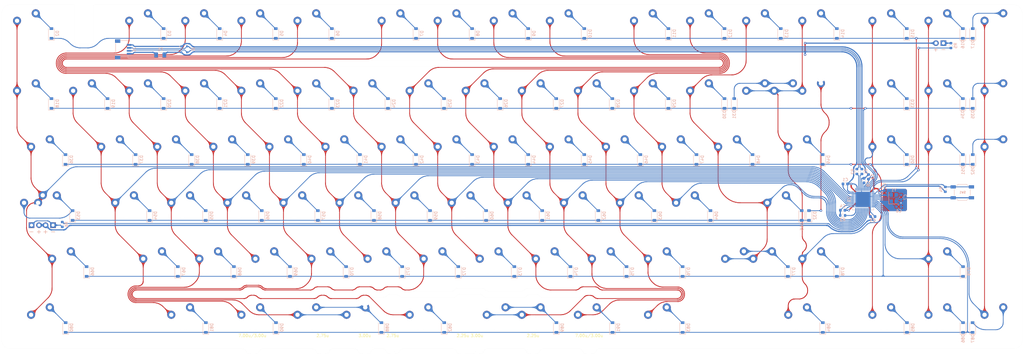
<source format=kicad_pcb>
(kicad_pcb (version 20171130) (host pcbnew "(5.1.7)-1")
  (layers (0 F.Cu signal) (31 B.Cu signal) (34 B.Paste user) (35 F.Paste user) (36 B.SilkS user) (37 F.SilkS user) (38 B.Mask user) (39 F.Mask user) (44 Edge.Cuts user))
  (net 0 "")
  (net 1 GND)
  (net 2 +5V)
  (net 3 XTAL1)
  (net 4 XTAL2)
  (net 5 "Net-(C8-Pad1)")
  (net 6 Row0)
  (net 7 "Net-(D2-Pad2)")
  (net 8 "Net-(D3-Pad2)")
  (net 9 "Net-(D4-Pad2)")
  (net 10 "Net-(D5-Pad2)")
  (net 11 "Net-(D6-Pad2)")
  (net 12 "Net-(D7-Pad2)")
  (net 13 "Net-(D8-Pad2)")
  (net 14 "Net-(D9-Pad2)")
  (net 15 "Net-(D10-Pad2)")
  (net 16 "Net-(D11-Pad2)")
  (net 17 "Net-(D12-Pad2)")
  (net 18 "Net-(D13-Pad2)")
  (net 19 "Net-(D14-Pad2)")
  (net 20 "Net-(D15-Pad2)")
  (net 21 "Net-(D16-Pad2)")
  (net 22 "Net-(D17-Pad2)")
  (net 23 Row1)
  (net 24 "Net-(D18-Pad2)")
  (net 25 "Net-(D19-Pad2)")
  (net 26 "Net-(D20-Pad2)")
  (net 27 "Net-(D21-Pad2)")
  (net 28 "Net-(D22-Pad2)")
  (net 29 "Net-(D23-Pad2)")
  (net 30 "Net-(D24-Pad2)")
  (net 31 "Net-(D25-Pad2)")
  (net 32 "Net-(D26-Pad2)")
  (net 33 "Net-(D27-Pad2)")
  (net 34 "Net-(D28-Pad2)")
  (net 35 "Net-(D29-Pad2)")
  (net 36 "Net-(D30-Pad2)")
  (net 37 "Net-(D31-Pad2)")
  (net 38 Row3)
  (net 39 "Net-(D32-Pad2)")
  (net 40 "Net-(D33-Pad2)")
  (net 41 "Net-(D34-Pad2)")
  (net 42 "Net-(D35-Pad2)")
  (net 43 Row2)
  (net 44 "Net-(D36-Pad2)")
  (net 45 "Net-(D37-Pad2)")
  (net 46 "Net-(D38-Pad2)")
  (net 47 "Net-(D39-Pad2)")
  (net 48 "Net-(D40-Pad2)")
  (net 49 "Net-(D41-Pad2)")
  (net 50 "Net-(D42-Pad2)")
  (net 51 "Net-(D43-Pad2)")
  (net 52 "Net-(D44-Pad2)")
  (net 53 "Net-(D45-Pad2)")
  (net 54 "Net-(D46-Pad2)")
  (net 55 "Net-(D47-Pad2)")
  (net 56 "Net-(D48-Pad2)")
  (net 57 "Net-(D49-Pad2)")
  (net 58 "Net-(D50-Pad2)")
  (net 59 "Net-(D51-Pad2)")
  (net 60 "Net-(D52-Pad2)")
  (net 61 "Net-(D53-Pad2)")
  (net 62 "Net-(D54-Pad2)")
  (net 63 "Net-(D55-Pad2)")
  (net 64 "Net-(D56-Pad2)")
  (net 65 "Net-(D57-Pad2)")
  (net 66 "Net-(D58-Pad2)")
  (net 67 "Net-(D59-Pad2)")
  (net 68 "Net-(D60-Pad2)")
  (net 69 "Net-(D61-Pad2)")
  (net 70 "Net-(D62-Pad2)")
  (net 71 "Net-(D63-Pad2)")
  (net 72 "Net-(D64-Pad2)")
  (net 73 "Net-(D65-Pad2)")
  (net 74 Row4)
  (net 75 "Net-(D66-Pad2)")
  (net 76 "Net-(D67-Pad2)")
  (net 77 "Net-(D68-Pad2)")
  (net 78 "Net-(D69-Pad2)")
  (net 79 "Net-(D70-Pad2)")
  (net 80 "Net-(D71-Pad2)")
  (net 81 "Net-(D72-Pad2)")
  (net 82 "Net-(D73-Pad2)")
  (net 83 "Net-(D74-Pad2)")
  (net 84 "Net-(D75-Pad2)")
  (net 85 "Net-(D76-Pad2)")
  (net 86 "Net-(D77-Pad2)")
  (net 87 "Net-(D78-Pad2)")
  (net 88 "Net-(D79-Pad2)")
  (net 89 Row5)
  (net 90 "Net-(D80-Pad2)")
  (net 91 "Net-(D81-Pad2)")
  (net 92 "Net-(D82-Pad2)")
  (net 93 "Net-(D83-Pad2)")
  (net 94 "Net-(D84-Pad2)")
  (net 95 "Net-(D85-Pad2)")
  (net 96 "Net-(D86-Pad2)")
  (net 97 "Net-(D87-Pad2)")
  (net 98 "Net-(D88-Pad2)")
  (net 99 "Net-(D89-Pad2)")
  (net 100 "Net-(D90-Pad2)")
  (net 101 "Net-(D91-Pad2)")
  (net 102 D+)
  (net 103 D-)
  (net 104 VCC)
  (net 105 Col0)
  (net 106 Col2)
  (net 107 Col3)
  (net 108 Col4)
  (net 109 Col5)
  (net 110 Col6)
  (net 111 Col7)
  (net 112 Col8)
  (net 113 Col9)
  (net 114 Col10)
  (net 115 Col11)
  (net 116 Col12)
  (net 117 Col13)
  (net 118 Col14)
  (net 119 "Net-(MX15-Pad4)")
  (net 120 Col15)
  (net 121 Col16)
  (net 122 Col1)
  (net 123 "Net-(MX53-Pad4)")
  (net 124 D1+)
  (net 125 D1-)
  (net 126 "Net-(R3-Pad2)")
  (net 127 RESET)
  (net 128 SCROLL)
  (net 129 CAPS)
  (net 130 "Net-(U1-Pad42)")
  (net 131 "Net-(U1-Pad1)")
  (module PRTR5V0U2X_215:SOT143B (layer B.Cu) (at 62.484 16.7005)
    (fp_text reference D1 (at 2.921 -0.0635) (layer B.SilkS) (effects (font (size 0.802567 0.802567)) (justify mirror)))
    (fp_text value PRTR5V0U2X)
    (pad 1 smd rect (at -0.75 -1) (size 1 0.7) (layers B.Cu B.Paste B.Mask) (net 1 GND))
    (pad 2 smd rect (at 0.95 -1) (size 0.6 0.7) (layers B.Cu B.Paste B.Mask) (net 102 D+))
    (pad 3 smd rect (at 0.95 1) (size 0.6 0.7) (layers B.Cu B.Paste B.Mask) (net 103 D-))
    (pad 4 smd rect (at -0.95 1) (size 0.6 0.7) (layers B.Cu B.Paste B.Mask) (net 2 +5V))
  )
  (module MX_Only:MXOnly-3U-NoLED (layer F.Cu) (at 180.975 109.5375)
    (fp_text reference MX91)
    (fp_text value MX-NoLED)
    (pad "" np_thru_hole circle (at 19.05 8.255) (size 3.9878 3.9878) (drill 3.9878) (layers *.Cu *.Mask))
    (pad "" np_thru_hole circle (at -19.05 8.255) (size 3.9878 3.9878) (drill 3.9878) (layers *.Cu *.Mask))
    (pad "" np_thru_hole circle (at 19.05 -6.985) (size 3.048 3.048) (drill 3.048) (layers *.Cu *.Mask))
    (pad "" np_thru_hole circle (at -19.05 -6.985) (size 3.048 3.048) (drill 3.048) (layers *.Cu *.Mask))
    (pad "" np_thru_hole circle (at 5.08 0 48.0996) (size 1.75 1.75) (drill 1.75) (layers *.Cu *.Mask))
    (pad "" np_thru_hole circle (at -5.08 0 48.0996) (size 1.75 1.75) (drill 1.75) (layers *.Cu *.Mask))
    (pad "" np_thru_hole circle (at 0 0) (size 3.9878 3.9878) (drill 3.9878) (layers *.Cu *.Mask))
    (pad 1 thru_hole circle (at -3.81 -2.54 48.1) (size 2.75 2.75) (drill 1.47) (layers *.Cu B.Mask) (net 112 Col8))
    (pad 2 thru_hole circle (at 2.54 -5.08) (size 2.75 2.75) (drill 1.47) (layers *.Cu B.Mask) (net 99 "Net-(D89-Pad2)"))
  )
  (module MX_Only:MXOnly-3U-NoLED (layer F.Cu) (at 104.775 109.5375)
    (fp_text reference MX90)
    (fp_text value MX-NoLED)
    (pad "" np_thru_hole circle (at 19.05 8.255) (size 3.9878 3.9878) (drill 3.9878) (layers *.Cu *.Mask))
    (pad "" np_thru_hole circle (at -19.05 8.255) (size 3.9878 3.9878) (drill 3.9878) (layers *.Cu *.Mask))
    (pad "" np_thru_hole circle (at 19.05 -6.985) (size 3.048 3.048) (drill 3.048) (layers *.Cu *.Mask))
    (pad "" np_thru_hole circle (at -19.05 -6.985) (size 3.048 3.048) (drill 3.048) (layers *.Cu *.Mask))
    (pad "" np_thru_hole circle (at 5.08 0 48.0996) (size 1.75 1.75) (drill 1.75) (layers *.Cu *.Mask))
    (pad "" np_thru_hole circle (at -5.08 0 48.0996) (size 1.75 1.75) (drill 1.75) (layers *.Cu *.Mask))
    (pad "" np_thru_hole circle (at 0 0) (size 3.9878 3.9878) (drill 3.9878) (layers *.Cu *.Mask))
    (pad 1 thru_hole circle (at -3.81 -2.54 48.1) (size 2.75 2.75) (drill 1.47) (layers *.Cu B.Mask) (net 108 Col4))
    (pad 2 thru_hole circle (at 2.54 -5.08) (size 2.75 2.75) (drill 1.47) (layers *.Cu B.Mask) (net 98 "Net-(D88-Pad2)"))
  )
  (module MX_Only:MXOnly-7U-NoLED (layer F.Cu) (at 142.875 109.5375)
    (fp_text reference MX84)
    (fp_text value MX-NoLED)
    (pad 2 thru_hole circle (at 2.54 -5.08) (size 2.75 2.75) (drill 1.47) (layers *.Cu B.Mask) (net 92 "Net-(D82-Pad2)"))
    (pad "" np_thru_hole circle (at 0 0) (size 3.9878 3.9878) (drill 3.9878) (layers *.Cu *.Mask))
    (pad 1 thru_hole circle (at -3.81 -2.54) (size 2.75 2.75) (drill 1.47) (layers *.Cu B.Mask) (net 110 Col6))
    (pad "" np_thru_hole circle (at -5.08 0 48.0996) (size 1.75 1.75) (drill 1.75) (layers *.Cu *.Mask))
    (pad "" np_thru_hole circle (at 5.08 0 48.0996) (size 1.75 1.75) (drill 1.75) (layers *.Cu *.Mask))
    (pad "" np_thru_hole circle (at -57.15 -6.985) (size 3.048 3.048) (drill 3.048) (layers *.Cu *.Mask))
    (pad "" np_thru_hole circle (at 57.15 -6.985) (size 3.048 3.048) (drill 3.048) (layers *.Cu *.Mask))
    (pad "" np_thru_hole circle (at -57.15 8.255) (size 3.9878 3.9878) (drill 3.9878) (layers *.Cu *.Mask))
    (pad "" np_thru_hole circle (at 57.15 8.255) (size 3.9878 3.9878) (drill 3.9878) (layers *.Cu *.Mask))
  )
  (module Crystal:Crystal_SMD_3225-4Pin_3.2x2.5mm (layer B.Cu) (at 303.4665 67.31 90)
    (fp_text reference Y1 (at 2.794 0.0635 180) (layer B.SilkS) (effects (justify mirror)))
    (fp_text value 16MHz)
    (pad 4 smd rect (at -1.1 0.85 90) (size 1.4 1.2) (layers B.Cu B.Paste B.Mask) (net 1 GND))
    (pad 3 smd rect (at 1.1 0.85 90) (size 1.4 1.2) (layers B.Cu B.Paste B.Mask) (net 4 XTAL2))
    (pad 2 smd rect (at 1.1 -0.85 90) (size 1.4 1.2) (layers B.Cu B.Paste B.Mask) (net 1 GND))
    (pad 1 smd rect (at -1.1 -0.85 90) (size 1.4 1.2) (layers B.Cu B.Paste B.Mask) (net 3 XTAL1))
  )
  (module Package_DFN_QFN:QFN-44-1EP_7x7mm_P0.5mm_EP5.2x5.2mm (layer B.Cu) (at 293.0525 67.7545 270)
    (fp_text reference U1 (at 0 4.82 90) (layer B.SilkS) (effects (justify mirror)))
    (fp_text value ATmega32U4-MU)
    (pad 45 smd rect (at 0 0 270) (size 5.2 5.2) (layers B.Cu B.Mask) (net 1 GND))
    (pad 44 smd roundrect (at -2.5 3.3375 270) (size 0.25 1.075) (layers B.Cu B.Paste B.Mask) (net 2 +5V))
    (pad 43 smd roundrect (at -2 3.3375 270) (size 0.25 1.075) (layers B.Cu B.Paste B.Mask) (net 1 GND))
    (pad 42 smd roundrect (at -1.5 3.3375 270) (size 0.25 1.075) (layers B.Cu B.Paste B.Mask) (net 130 "Net-(U1-Pad42)"))
    (pad 41 smd roundrect (at -1 3.3375 270) (size 0.25 1.075) (layers B.Cu B.Paste B.Mask) (net 105 Col0))
    (pad 40 smd roundrect (at -0.5 3.3375 270) (size 0.25 1.075) (layers B.Cu B.Paste B.Mask) (net 122 Col1))
    (pad 39 smd roundrect (at 0 3.3375 270) (size 0.25 1.075) (layers B.Cu B.Paste B.Mask) (net 106 Col2))
    (pad 38 smd roundrect (at 0.5 3.3375 270) (size 0.25 1.075) (layers B.Cu B.Paste B.Mask) (net 107 Col3))
    (pad 37 smd roundrect (at 1 3.3375 270) (size 0.25 1.075) (layers B.Cu B.Paste B.Mask) (net 108 Col4))
    (pad 36 smd roundrect (at 1.5 3.3375 270) (size 0.25 1.075) (layers B.Cu B.Paste B.Mask) (net 109 Col5))
    (pad 35 smd roundrect (at 2 3.3375 270) (size 0.25 1.075) (layers B.Cu B.Paste B.Mask) (net 1 GND))
    (pad 34 smd roundrect (at 2.5 3.3375 270) (size 0.25 1.075) (layers B.Cu B.Paste B.Mask) (net 2 +5V))
    (pad 33 smd roundrect (at 3.3375 2.5 270) (size 1.075 0.25) (layers B.Cu B.Paste B.Mask) (net 126 "Net-(R3-Pad2)"))
    (pad 32 smd roundrect (at 3.3375 2 270) (size 1.075 0.25) (layers B.Cu B.Paste B.Mask) (net 110 Col6))
    (pad 31 smd roundrect (at 3.3375 1.5 270) (size 1.075 0.25) (layers B.Cu B.Paste B.Mask) (net 111 Col7))
    (pad 30 smd roundrect (at 3.3375 1 270) (size 1.075 0.25) (layers B.Cu B.Paste B.Mask) (net 112 Col8))
    (pad 29 smd roundrect (at 3.3375 0.5 270) (size 1.075 0.25) (layers B.Cu B.Paste B.Mask) (net 113 Col9))
    (pad 28 smd roundrect (at 3.3375 0 270) (size 1.075 0.25) (layers B.Cu B.Paste B.Mask) (net 114 Col10))
    (pad 27 smd roundrect (at 3.3375 -0.5 270) (size 1.075 0.25) (layers B.Cu B.Paste B.Mask) (net 115 Col11))
    (pad 26 smd roundrect (at 3.3375 -1 270) (size 1.075 0.25) (layers B.Cu B.Paste B.Mask) (net 116 Col12))
    (pad 25 smd roundrect (at 3.3375 -1.5 270) (size 1.075 0.25) (layers B.Cu B.Paste B.Mask) (net 129 CAPS))
    (pad 24 smd roundrect (at 3.3375 -2 270) (size 1.075 0.25) (layers B.Cu B.Paste B.Mask) (net 2 +5V))
    (pad 23 smd roundrect (at 3.3375 -2.5 270) (size 1.075 0.25) (layers B.Cu B.Paste B.Mask) (net 1 GND))
    (pad 22 smd roundrect (at 2.5 -3.3375 270) (size 0.25 1.075) (layers B.Cu B.Paste B.Mask) (net 117 Col13))
    (pad 21 smd roundrect (at 2 -3.3375 270) (size 0.25 1.075) (layers B.Cu B.Paste B.Mask) (net 74 Row4))
    (pad 20 smd roundrect (at 1.5 -3.3375 270) (size 0.25 1.075) (layers B.Cu B.Paste B.Mask) (net 120 Col15))
    (pad 19 smd roundrect (at 1 -3.3375 270) (size 0.25 1.075) (layers B.Cu B.Paste B.Mask) (net 89 Row5))
    (pad 18 smd roundrect (at 0.5 -3.3375 270) (size 0.25 1.075) (layers B.Cu B.Paste B.Mask) (net 121 Col16))
    (pad 17 smd roundrect (at 0 -3.3375 270) (size 0.25 1.075) (layers B.Cu B.Paste B.Mask) (net 3 XTAL1))
    (pad 16 smd roundrect (at -0.5 -3.3375 270) (size 0.25 1.075) (layers B.Cu B.Paste B.Mask) (net 4 XTAL2))
    (pad 15 smd roundrect (at -1 -3.3375 270) (size 0.25 1.075) (layers B.Cu B.Paste B.Mask) (net 1 GND))
    (pad 14 smd roundrect (at -1.5 -3.3375 270) (size 0.25 1.075) (layers B.Cu B.Paste B.Mask) (net 2 +5V))
    (pad 13 smd roundrect (at -2 -3.3375 270) (size 0.25 1.075) (layers B.Cu B.Paste B.Mask) (net 127 RESET))
    (pad 12 smd roundrect (at -2.5 -3.3375 270) (size 0.25 1.075) (layers B.Cu B.Paste B.Mask) (net 128 SCROLL))
    (pad 11 smd roundrect (at -3.3375 -2.5 270) (size 1.075 0.25) (layers B.Cu B.Paste B.Mask) (net 6 Row0))
    (pad 10 smd roundrect (at -3.3375 -2 270) (size 1.075 0.25) (layers B.Cu B.Paste B.Mask) (net 43 Row2))
    (pad 9 smd roundrect (at -3.3375 -1.5 270) (size 1.075 0.25) (layers B.Cu B.Paste B.Mask) (net 118 Col14))
    (pad 8 smd roundrect (at -3.3375 -1 270) (size 1.075 0.25) (layers B.Cu B.Paste B.Mask) (net 23 Row1))
    (pad 7 smd roundrect (at -3.3375 -0.5 270) (size 1.075 0.25) (layers B.Cu B.Paste B.Mask) (net 2 +5V))
    (pad 6 smd roundrect (at -3.3375 0 270) (size 1.075 0.25) (layers B.Cu B.Paste B.Mask) (net 5 "Net-(C8-Pad1)"))
    (pad 5 smd roundrect (at -3.3375 0.5 270) (size 1.075 0.25) (layers B.Cu B.Paste B.Mask) (net 1 GND))
    (pad 4 smd roundrect (at -3.3375 1 270) (size 1.075 0.25) (layers B.Cu B.Paste B.Mask) (net 124 D1+))
    (pad 3 smd roundrect (at -3.3375 1.5 270) (size 1.075 0.25) (layers B.Cu B.Paste B.Mask) (net 125 D1-))
    (pad 2 smd roundrect (at -3.3375 2 270) (size 1.075 0.25) (layers B.Cu B.Paste B.Mask) (net 2 +5V))
    (pad 1 smd roundrect (at -3.3375 2.5 270) (size 1.075 0.25) (layers B.Cu B.Paste B.Mask) (net 131 "Net-(U1-Pad1)"))
  )
  (module footprints-and-logos:K2-1187SQ-A4SW-06 (layer B.Cu) (at 326.771 65.3415)
    (fp_text reference SW1 (at 0.1 0 180) (layer B.SilkS) (effects (font (size 0.7 0.7)) (justify mirror)))
    (fp_text value SW_Push)
    (pad 1 smd rect (at -3.1 1.85) (size 1.8 1.1) (layers B.Cu B.Paste B.Mask) (net 1 GND))
    (pad 1 smd rect (at 3.1 1.85) (size 1.8 1.1) (layers B.Cu B.Paste B.Mask) (net 1 GND))
    (pad 2 smd rect (at -3.1 -1.85) (size 1.8 1.1) (layers B.Cu B.Paste B.Mask) (net 127 RESET))
    (pad 2 smd rect (at 3.1 -1.85) (size 1.8 1.1) (layers B.Cu B.Paste B.Mask) (net 127 RESET))
  )
  (module Resistor_SMD:R_0603_1608Metric (layer B.Cu) (at 21.082 76.2635 90)
    (fp_text reference R6 (at 0 1.43 90) (layer B.SilkS) (effects (justify mirror)))
    (fp_text value 1k)
    (pad 2 smd roundrect (at 0.825 0 90) (size 0.8 0.95) (layers B.Cu B.Paste B.Mask) (net 129 CAPS))
    (pad 1 smd roundrect (at -0.825 0 90) (size 0.8 0.95) (layers B.Cu B.Paste B.Mask) (net 123 "Net-(MX53-Pad4)"))
  )
  (module Resistor_SMD:R_0603_1608Metric (layer B.Cu) (at 322.8975 15.4305 270)
    (fp_text reference R5 (at 0 -1.5875 90) (layer B.SilkS) (effects (justify mirror)))
    (fp_text value 1k)
    (pad 2 smd roundrect (at 0.825 0 270) (size 0.8 0.95) (layers B.Cu B.Paste B.Mask) (net 128 SCROLL))
    (pad 1 smd roundrect (at -0.825 0 270) (size 0.8 0.95) (layers B.Cu B.Paste B.Mask) (net 119 "Net-(MX15-Pad4)"))
  )
  (module Resistor_SMD:R_0603_1608Metric (layer B.Cu) (at 320.9925 64.3255 90)
    (fp_text reference R4 (at 0 -1.4605 90) (layer B.SilkS) (effects (justify mirror)))
    (fp_text value 10k)
    (pad 2 smd roundrect (at 0.825 0 90) (size 0.8 0.95) (layers B.Cu B.Paste B.Mask) (net 127 RESET))
    (pad 1 smd roundrect (at -0.825 0 90) (size 0.8 0.95) (layers B.Cu B.Paste B.Mask) (net 2 +5V))
  )
  (module Resistor_SMD:R_0603_1608Metric (layer B.Cu) (at 286.131 73.2155)
    (fp_text reference R3 (at 0 1.43) (layer B.SilkS) (effects (justify mirror)))
    (fp_text value 10k)
    (pad 2 smd roundrect (at 0.825 0) (size 0.8 0.95) (layers B.Cu B.Paste B.Mask) (net 126 "Net-(R3-Pad2)"))
    (pad 1 smd roundrect (at -0.825 0) (size 0.8 0.95) (layers B.Cu B.Paste B.Mask) (net 1 GND))
  )
  (module Resistor_SMD:R_0603_1608Metric (layer B.Cu) (at 290.949296 58.26615 90)
    (fp_text reference R2 (at 0 -1.389296 90) (layer B.SilkS) (effects (justify mirror)))
    (fp_text value 22)
    (pad 2 smd roundrect (at 0.825 0 90) (size 0.8 0.95) (layers B.Cu B.Paste B.Mask) (net 103 D-))
    (pad 1 smd roundrect (at -0.825 0 90) (size 0.8 0.95) (layers B.Cu B.Paste B.Mask) (net 125 D1-))
  )
  (module Resistor_SMD:R_0603_1608Metric (layer B.Cu) (at 292.6715 58.26615 90)
    (fp_text reference R1 (at 0 1.43 90) (layer B.SilkS) (effects (justify mirror)))
    (fp_text value 22)
    (pad 1 smd roundrect (at -0.825 0 90) (size 0.8 0.95) (layers B.Cu B.Paste B.Mask) (net 124 D1+))
    (pad 2 smd roundrect (at 0.825 0 90) (size 0.8 0.95) (layers B.Cu B.Paste B.Mask) (net 102 D+))
  )
  (module MX_Only:MXOnly-1U-NoLED (layer F.Cu) (at 200.025 109.5375)
    (fp_text reference MX95)
    (fp_text value MX-NoLED)
    (pad 2 thru_hole circle (at 2.54 -5.08) (size 2.75 2.75) (drill 1.47) (layers *.Cu B.Mask) (net 101 "Net-(D91-Pad2)"))
    (pad "" np_thru_hole circle (at 0 0) (size 3.9878 3.9878) (drill 3.9878) (layers *.Cu *.Mask))
    (pad 1 thru_hole circle (at -3.81 -2.54) (size 2.75 2.75) (drill 1.47) (layers *.Cu B.Mask) (net 113 Col9))
    (pad "" np_thru_hole circle (at -5.08 0 48.0996) (size 1.75 1.75) (drill 1.75) (layers *.Cu *.Mask))
    (pad "" np_thru_hole circle (at 5.08 0 48.0996) (size 1.75 1.75) (drill 1.75) (layers *.Cu *.Mask))
  )
  (module MX_Only:MXOnly-2.25U-NoLED (layer F.Cu) (at 169.06875 109.5375)
    (fp_text reference MX94)
    (fp_text value MX-NoLED)
    (pad 2 thru_hole circle (at 2.54 -5.08) (size 2.75 2.75) (drill 1.47) (layers *.Cu B.Mask) (net 99 "Net-(D89-Pad2)"))
    (pad "" np_thru_hole circle (at 0 0) (size 3.9878 3.9878) (drill 3.9878) (layers *.Cu *.Mask))
    (pad 1 thru_hole circle (at -3.81 -2.54) (size 2.75 2.75) (drill 1.47) (layers *.Cu B.Mask) (net 112 Col8))
    (pad "" np_thru_hole circle (at -5.08 0 48.0996) (size 1.75 1.75) (drill 1.75) (layers *.Cu *.Mask))
    (pad "" np_thru_hole circle (at 5.08 0 48.0996) (size 1.75 1.75) (drill 1.75) (layers *.Cu *.Mask))
    (pad "" np_thru_hole circle (at -11.90625 -6.985) (size 3.048 3.048) (drill 3.048) (layers *.Cu *.Mask))
    (pad "" np_thru_hole circle (at 11.90625 -6.985) (size 3.048 3.048) (drill 3.048) (layers *.Cu *.Mask))
    (pad "" np_thru_hole circle (at -11.90625 8.255) (size 3.9878 3.9878) (drill 3.9878) (layers *.Cu *.Mask))
    (pad "" np_thru_hole circle (at 11.90625 8.255) (size 3.9878 3.9878) (drill 3.9878) (layers *.Cu *.Mask))
  )
  (module MX_Only:MXOnly-2.75U-NoLED (layer F.Cu) (at 121.44375 109.5375)
    (fp_text reference MX93)
    (fp_text value MX-NoLED)
    (pad 2 thru_hole circle (at 2.54 -5.08) (size 2.75 2.75) (drill 1.47) (layers *.Cu B.Mask) (net 98 "Net-(D88-Pad2)"))
    (pad "" np_thru_hole circle (at 0 0) (size 3.9878 3.9878) (drill 3.9878) (layers *.Cu *.Mask))
    (pad 1 thru_hole circle (at -3.81 -2.54) (size 2.75 2.75) (drill 1.47) (layers *.Cu B.Mask) (net 108 Col4))
    (pad "" np_thru_hole circle (at -5.08 0 48.0996) (size 1.75 1.75) (drill 1.75) (layers *.Cu *.Mask))
    (pad "" np_thru_hole circle (at 5.08 0 48.0996) (size 1.75 1.75) (drill 1.75) (layers *.Cu *.Mask))
    (pad "" np_thru_hole circle (at -11.90625 -6.985) (size 3.048 3.048) (drill 3.048) (layers *.Cu *.Mask))
    (pad "" np_thru_hole circle (at 11.90625 -6.985) (size 3.048 3.048) (drill 3.048) (layers *.Cu *.Mask))
    (pad "" np_thru_hole circle (at -11.90625 8.255) (size 3.9878 3.9878) (drill 3.9878) (layers *.Cu *.Mask))
    (pad "" np_thru_hole circle (at 11.90625 8.255) (size 3.9878 3.9878) (drill 3.9878) (layers *.Cu *.Mask))
  )
  (module MX_Only:MXOnly-1U-NoLED (layer F.Cu) (at 85.725 109.5375)
    (fp_text reference MX92)
    (fp_text value MX-NoLED)
    (pad 2 thru_hole circle (at 2.54 -5.08) (size 2.75 2.75) (drill 1.47) (layers *.Cu B.Mask) (net 100 "Net-(D90-Pad2)"))
    (pad "" np_thru_hole circle (at 0 0) (size 3.9878 3.9878) (drill 3.9878) (layers *.Cu *.Mask))
    (pad 1 thru_hole circle (at -3.81 -2.54) (size 2.75 2.75) (drill 1.47) (layers *.Cu B.Mask) (net 106 Col2))
    (pad "" np_thru_hole circle (at -5.08 0 48.0996) (size 1.75 1.75) (drill 1.75) (layers *.Cu *.Mask))
    (pad "" np_thru_hole circle (at 5.08 0 48.0996) (size 1.75 1.75) (drill 1.75) (layers *.Cu *.Mask))
  )
  (module MX_Only:MXOnly-1U-NoLED (layer F.Cu) (at 338.1375 109.5375)
    (fp_text reference MX89)
    (fp_text value MX-NoLED)
    (pad 2 thru_hole circle (at 2.54 -5.08) (size 2.75 2.75) (drill 1.47) (layers *.Cu B.Mask) (net 97 "Net-(D87-Pad2)"))
    (pad "" np_thru_hole circle (at 0 0) (size 3.9878 3.9878) (drill 3.9878) (layers *.Cu *.Mask))
    (pad 1 thru_hole circle (at -3.81 -2.54) (size 2.75 2.75) (drill 1.47) (layers *.Cu B.Mask) (net 121 Col16))
    (pad "" np_thru_hole circle (at -5.08 0 48.0996) (size 1.75 1.75) (drill 1.75) (layers *.Cu *.Mask))
    (pad "" np_thru_hole circle (at 5.08 0 48.0996) (size 1.75 1.75) (drill 1.75) (layers *.Cu *.Mask))
  )
  (module MX_Only:MXOnly-1U-NoLED (layer F.Cu) (at 319.0875 109.5375)
    (fp_text reference MX88)
    (fp_text value MX-NoLED)
    (pad 2 thru_hole circle (at 2.54 -5.08) (size 2.75 2.75) (drill 1.47) (layers *.Cu B.Mask) (net 96 "Net-(D86-Pad2)"))
    (pad "" np_thru_hole circle (at 0 0) (size 3.9878 3.9878) (drill 3.9878) (layers *.Cu *.Mask))
    (pad 1 thru_hole circle (at -3.81 -2.54) (size 2.75 2.75) (drill 1.47) (layers *.Cu B.Mask) (net 120 Col15))
    (pad "" np_thru_hole circle (at -5.08 0 48.0996) (size 1.75 1.75) (drill 1.75) (layers *.Cu *.Mask))
    (pad "" np_thru_hole circle (at 5.08 0 48.0996) (size 1.75 1.75) (drill 1.75) (layers *.Cu *.Mask))
  )
  (module MX_Only:MXOnly-1U-NoLED (layer F.Cu) (at 300.0375 109.5375)
    (fp_text reference MX87)
    (fp_text value MX-NoLED)
    (pad 2 thru_hole circle (at 2.54 -5.08) (size 2.75 2.75) (drill 1.47) (layers *.Cu B.Mask) (net 95 "Net-(D85-Pad2)"))
    (pad "" np_thru_hole circle (at 0 0) (size 3.9878 3.9878) (drill 3.9878) (layers *.Cu *.Mask))
    (pad 1 thru_hole circle (at -3.81 -2.54) (size 2.75 2.75) (drill 1.47) (layers *.Cu B.Mask) (net 118 Col14))
    (pad "" np_thru_hole circle (at -5.08 0 48.0996) (size 1.75 1.75) (drill 1.75) (layers *.Cu *.Mask))
    (pad "" np_thru_hole circle (at 5.08 0 48.0996) (size 1.75 1.75) (drill 1.75) (layers *.Cu *.Mask))
  )
  (module MX_Only:MXOnly-1.5U-NoLED (layer F.Cu) (at 271.4625 109.5375)
    (fp_text reference MX86)
    (fp_text value MX-NoLED)
    (pad 2 thru_hole circle (at 2.54 -5.08) (size 2.75 2.75) (drill 1.47) (layers *.Cu B.Mask) (net 94 "Net-(D84-Pad2)"))
    (pad "" np_thru_hole circle (at 0 0) (size 3.9878 3.9878) (drill 3.9878) (layers *.Cu *.Mask))
    (pad 1 thru_hole circle (at -3.81 -2.54) (size 2.75 2.75) (drill 1.47) (layers *.Cu B.Mask) (net 117 Col13))
    (pad "" np_thru_hole circle (at -5.08 0 48.0996) (size 1.75 1.75) (drill 1.75) (layers *.Cu *.Mask))
    (pad "" np_thru_hole circle (at 5.08 0 48.0996) (size 1.75 1.75) (drill 1.75) (layers *.Cu *.Mask))
  )
  (module MX_Only:MXOnly-1.5U-NoLED (layer F.Cu) (at 223.8375 109.5375)
    (fp_text reference MX85)
    (fp_text value MX-NoLED)
    (pad 2 thru_hole circle (at 2.54 -5.08) (size 2.75 2.75) (drill 1.47) (layers *.Cu B.Mask) (net 93 "Net-(D83-Pad2)"))
    (pad "" np_thru_hole circle (at 0 0) (size 3.9878 3.9878) (drill 3.9878) (layers *.Cu *.Mask))
    (pad 1 thru_hole circle (at -3.81 -2.54) (size 2.75 2.75) (drill 1.47) (layers *.Cu B.Mask) (net 114 Col10))
    (pad "" np_thru_hole circle (at -5.08 0 48.0996) (size 1.75 1.75) (drill 1.75) (layers *.Cu *.Mask))
    (pad "" np_thru_hole circle (at 5.08 0 48.0996) (size 1.75 1.75) (drill 1.75) (layers *.Cu *.Mask))
  )
  (module MX_Only:MXOnly-1.5U-NoLED (layer F.Cu) (at 61.9125 109.5375)
    (fp_text reference MX83)
    (fp_text value MX-NoLED)
    (pad 2 thru_hole circle (at 2.54 -5.08) (size 2.75 2.75) (drill 1.47) (layers *.Cu B.Mask) (net 91 "Net-(D81-Pad2)"))
    (pad "" np_thru_hole circle (at 0 0) (size 3.9878 3.9878) (drill 3.9878) (layers *.Cu *.Mask))
    (pad 1 thru_hole circle (at -3.81 -2.54) (size 2.75 2.75) (drill 1.47) (layers *.Cu B.Mask) (net 122 Col1))
    (pad "" np_thru_hole circle (at -5.08 0 48.0996) (size 1.75 1.75) (drill 1.75) (layers *.Cu *.Mask))
    (pad "" np_thru_hole circle (at 5.08 0 48.0996) (size 1.75 1.75) (drill 1.75) (layers *.Cu *.Mask))
  )
  (module MX_Only:MXOnly-1.5U-NoLED (layer F.Cu) (at 14.2875 109.5375)
    (fp_text reference MX82)
    (fp_text value MX-NoLED)
    (pad 2 thru_hole circle (at 2.54 -5.08) (size 2.75 2.75) (drill 1.47) (layers *.Cu B.Mask) (net 90 "Net-(D80-Pad2)"))
    (pad "" np_thru_hole circle (at 0 0) (size 3.9878 3.9878) (drill 3.9878) (layers *.Cu *.Mask))
    (pad 1 thru_hole circle (at -3.81 -2.54) (size 2.75 2.75) (drill 1.47) (layers *.Cu B.Mask) (net 105 Col0))
    (pad "" np_thru_hole circle (at -5.08 0 48.0996) (size 1.75 1.75) (drill 1.75) (layers *.Cu *.Mask))
    (pad "" np_thru_hole circle (at 5.08 0 48.0996) (size 1.75 1.75) (drill 1.75) (layers *.Cu *.Mask))
  )
  (module MX_Only:MXOnly-1U-NoLED (layer F.Cu) (at 319.0875 90.4875)
    (fp_text reference MX81)
    (fp_text value MX-NoLED)
    (pad 2 thru_hole circle (at 2.54 -5.08) (size 2.75 2.75) (drill 1.47) (layers *.Cu B.Mask) (net 88 "Net-(D79-Pad2)"))
    (pad "" np_thru_hole circle (at 0 0) (size 3.9878 3.9878) (drill 3.9878) (layers *.Cu *.Mask))
    (pad 1 thru_hole circle (at -3.81 -2.54) (size 2.75 2.75) (drill 1.47) (layers *.Cu B.Mask) (net 120 Col15))
    (pad "" np_thru_hole circle (at -5.08 0 48.0996) (size 1.75 1.75) (drill 1.75) (layers *.Cu *.Mask))
    (pad "" np_thru_hole circle (at 5.08 0 48.0996) (size 1.75 1.75) (drill 1.75) (layers *.Cu *.Mask))
  )
  (module MX_Only:MXOnly-1U-NoLED (layer F.Cu) (at 276.225 90.4875)
    (fp_text reference MX80)
    (fp_text value MX-NoLED)
    (pad 2 thru_hole circle (at 2.54 -5.08) (size 2.75 2.75) (drill 1.47) (layers *.Cu B.Mask) (net 87 "Net-(D78-Pad2)"))
    (pad "" np_thru_hole circle (at 0 0) (size 3.9878 3.9878) (drill 3.9878) (layers *.Cu *.Mask))
    (pad 1 thru_hole circle (at -3.81 -2.54) (size 2.75 2.75) (drill 1.47) (layers *.Cu B.Mask) (net 117 Col13))
    (pad "" np_thru_hole circle (at -5.08 0 48.0996) (size 1.75 1.75) (drill 1.75) (layers *.Cu *.Mask))
    (pad "" np_thru_hole circle (at 5.08 0 48.0996) (size 1.75 1.75) (drill 1.75) (layers *.Cu *.Mask))
  )
  (module MX_Only:MXOnly-2.75U-NoLED (layer F.Cu) (at 259.55625 90.4875)
    (fp_text reference MX79)
    (fp_text value MX-NoLED)
    (pad 2 thru_hole circle (at 2.54 -5.08) (size 2.75 2.75) (drill 1.47) (layers *.Cu B.Mask) (net 86 "Net-(D77-Pad2)"))
    (pad "" np_thru_hole circle (at 0 0) (size 3.9878 3.9878) (drill 3.9878) (layers *.Cu *.Mask))
    (pad 1 thru_hole circle (at -3.81 -2.54) (size 2.75 2.75) (drill 1.47) (layers *.Cu B.Mask) (net 116 Col12))
    (pad "" np_thru_hole circle (at -5.08 0 48.0996) (size 1.75 1.75) (drill 1.75) (layers *.Cu *.Mask))
    (pad "" np_thru_hole circle (at 5.08 0 48.0996) (size 1.75 1.75) (drill 1.75) (layers *.Cu *.Mask))
    (pad "" np_thru_hole circle (at -11.90625 -6.985) (size 3.048 3.048) (drill 3.048) (layers *.Cu *.Mask))
    (pad "" np_thru_hole circle (at 11.90625 -6.985) (size 3.048 3.048) (drill 3.048) (layers *.Cu *.Mask))
    (pad "" np_thru_hole circle (at -11.90625 8.255) (size 3.9878 3.9878) (drill 3.9878) (layers *.Cu *.Mask))
    (pad "" np_thru_hole circle (at 11.90625 8.255) (size 3.9878 3.9878) (drill 3.9878) (layers *.Cu *.Mask))
  )
  (module MX_Only:MXOnly-1.75U-NoLED (layer F.Cu) (at 250.03125 90.4875)
    (fp_text reference MX78)
    (fp_text value MX-NoLED)
    (pad 2 thru_hole circle (at 2.54 -5.08) (size 2.75 2.75) (drill 1.47) (layers *.Cu B.Mask) (net 86 "Net-(D77-Pad2)"))
    (pad "" np_thru_hole circle (at 0 0) (size 3.9878 3.9878) (drill 3.9878) (layers *.Cu *.Mask))
    (pad 1 thru_hole circle (at -3.81 -2.54) (size 2.75 2.75) (drill 1.47) (layers *.Cu B.Mask) (net 116 Col12))
    (pad "" np_thru_hole circle (at -5.08 0 48.0996) (size 1.75 1.75) (drill 1.75) (layers *.Cu *.Mask))
    (pad "" np_thru_hole circle (at 5.08 0 48.0996) (size 1.75 1.75) (drill 1.75) (layers *.Cu *.Mask))
  )
  (module MX_Only:MXOnly-1U-NoLED (layer F.Cu) (at 223.8375 90.4875)
    (fp_text reference MX77)
    (fp_text value MX-NoLED)
    (pad 2 thru_hole circle (at 2.54 -5.08) (size 2.75 2.75) (drill 1.47) (layers *.Cu B.Mask) (net 85 "Net-(D76-Pad2)"))
    (pad "" np_thru_hole circle (at 0 0) (size 3.9878 3.9878) (drill 3.9878) (layers *.Cu *.Mask))
    (pad 1 thru_hole circle (at -3.81 -2.54) (size 2.75 2.75) (drill 1.47) (layers *.Cu B.Mask) (net 114 Col10))
    (pad "" np_thru_hole circle (at -5.08 0 48.0996) (size 1.75 1.75) (drill 1.75) (layers *.Cu *.Mask))
    (pad "" np_thru_hole circle (at 5.08 0 48.0996) (size 1.75 1.75) (drill 1.75) (layers *.Cu *.Mask))
  )
  (module MX_Only:MXOnly-1U-NoLED (layer F.Cu) (at 204.7875 90.4875)
    (fp_text reference MX76)
    (fp_text value MX-NoLED)
    (pad 2 thru_hole circle (at 2.54 -5.08) (size 2.75 2.75) (drill 1.47) (layers *.Cu B.Mask) (net 84 "Net-(D75-Pad2)"))
    (pad "" np_thru_hole circle (at 0 0) (size 3.9878 3.9878) (drill 3.9878) (layers *.Cu *.Mask))
    (pad 1 thru_hole circle (at -3.81 -2.54) (size 2.75 2.75) (drill 1.47) (layers *.Cu B.Mask) (net 113 Col9))
    (pad "" np_thru_hole circle (at -5.08 0 48.0996) (size 1.75 1.75) (drill 1.75) (layers *.Cu *.Mask))
    (pad "" np_thru_hole circle (at 5.08 0 48.0996) (size 1.75 1.75) (drill 1.75) (layers *.Cu *.Mask))
  )
  (module MX_Only:MXOnly-1U-NoLED (layer F.Cu) (at 185.7375 90.4875)
    (fp_text reference MX75)
    (fp_text value MX-NoLED)
    (pad 2 thru_hole circle (at 2.54 -5.08) (size 2.75 2.75) (drill 1.47) (layers *.Cu B.Mask) (net 83 "Net-(D74-Pad2)"))
    (pad "" np_thru_hole circle (at 0 0) (size 3.9878 3.9878) (drill 3.9878) (layers *.Cu *.Mask))
    (pad 1 thru_hole circle (at -3.81 -2.54) (size 2.75 2.75) (drill 1.47) (layers *.Cu B.Mask) (net 112 Col8))
    (pad "" np_thru_hole circle (at -5.08 0 48.0996) (size 1.75 1.75) (drill 1.75) (layers *.Cu *.Mask))
    (pad "" np_thru_hole circle (at 5.08 0 48.0996) (size 1.75 1.75) (drill 1.75) (layers *.Cu *.Mask))
  )
  (module MX_Only:MXOnly-1U-NoLED (layer F.Cu) (at 166.6875 90.4875)
    (fp_text reference MX74)
    (fp_text value MX-NoLED)
    (pad 2 thru_hole circle (at 2.54 -5.08) (size 2.75 2.75) (drill 1.47) (layers *.Cu B.Mask) (net 82 "Net-(D73-Pad2)"))
    (pad "" np_thru_hole circle (at 0 0) (size 3.9878 3.9878) (drill 3.9878) (layers *.Cu *.Mask))
    (pad 1 thru_hole circle (at -3.81 -2.54) (size 2.75 2.75) (drill 1.47) (layers *.Cu B.Mask) (net 111 Col7))
    (pad "" np_thru_hole circle (at -5.08 0 48.0996) (size 1.75 1.75) (drill 1.75) (layers *.Cu *.Mask))
    (pad "" np_thru_hole circle (at 5.08 0 48.0996) (size 1.75 1.75) (drill 1.75) (layers *.Cu *.Mask))
  )
  (module MX_Only:MXOnly-1U-NoLED (layer F.Cu) (at 147.6375 90.4875)
    (fp_text reference MX73)
    (fp_text value MX-NoLED)
    (pad 2 thru_hole circle (at 2.54 -5.08) (size 2.75 2.75) (drill 1.47) (layers *.Cu B.Mask) (net 81 "Net-(D72-Pad2)"))
    (pad "" np_thru_hole circle (at 0 0) (size 3.9878 3.9878) (drill 3.9878) (layers *.Cu *.Mask))
    (pad 1 thru_hole circle (at -3.81 -2.54) (size 2.75 2.75) (drill 1.47) (layers *.Cu B.Mask) (net 110 Col6))
    (pad "" np_thru_hole circle (at -5.08 0 48.0996) (size 1.75 1.75) (drill 1.75) (layers *.Cu *.Mask))
    (pad "" np_thru_hole circle (at 5.08 0 48.0996) (size 1.75 1.75) (drill 1.75) (layers *.Cu *.Mask))
  )
  (module MX_Only:MXOnly-1U-NoLED (layer F.Cu) (at 128.5875 90.4875)
    (fp_text reference MX72)
    (fp_text value MX-NoLED)
    (pad 2 thru_hole circle (at 2.54 -5.08) (size 2.75 2.75) (drill 1.47) (layers *.Cu B.Mask) (net 80 "Net-(D71-Pad2)"))
    (pad "" np_thru_hole circle (at 0 0) (size 3.9878 3.9878) (drill 3.9878) (layers *.Cu *.Mask))
    (pad 1 thru_hole circle (at -3.81 -2.54) (size 2.75 2.75) (drill 1.47) (layers *.Cu B.Mask) (net 109 Col5))
    (pad "" np_thru_hole circle (at -5.08 0 48.0996) (size 1.75 1.75) (drill 1.75) (layers *.Cu *.Mask))
    (pad "" np_thru_hole circle (at 5.08 0 48.0996) (size 1.75 1.75) (drill 1.75) (layers *.Cu *.Mask))
  )
  (module MX_Only:MXOnly-1U-NoLED (layer F.Cu) (at 109.5375 90.4875)
    (fp_text reference MX71)
    (fp_text value MX-NoLED)
    (pad 2 thru_hole circle (at 2.54 -5.08) (size 2.75 2.75) (drill 1.47) (layers *.Cu B.Mask) (net 79 "Net-(D70-Pad2)"))
    (pad "" np_thru_hole circle (at 0 0) (size 3.9878 3.9878) (drill 3.9878) (layers *.Cu *.Mask))
    (pad 1 thru_hole circle (at -3.81 -2.54) (size 2.75 2.75) (drill 1.47) (layers *.Cu B.Mask) (net 108 Col4))
    (pad "" np_thru_hole circle (at -5.08 0 48.0996) (size 1.75 1.75) (drill 1.75) (layers *.Cu *.Mask))
    (pad "" np_thru_hole circle (at 5.08 0 48.0996) (size 1.75 1.75) (drill 1.75) (layers *.Cu *.Mask))
  )
  (module MX_Only:MXOnly-1U-NoLED (layer F.Cu) (at 90.4875 90.4875)
    (fp_text reference MX70)
    (fp_text value MX-NoLED)
    (pad 2 thru_hole circle (at 2.54 -5.08) (size 2.75 2.75) (drill 1.47) (layers *.Cu B.Mask) (net 78 "Net-(D69-Pad2)"))
    (pad "" np_thru_hole circle (at 0 0) (size 3.9878 3.9878) (drill 3.9878) (layers *.Cu *.Mask))
    (pad 1 thru_hole circle (at -3.81 -2.54) (size 2.75 2.75) (drill 1.47) (layers *.Cu B.Mask) (net 107 Col3))
    (pad "" np_thru_hole circle (at -5.08 0 48.0996) (size 1.75 1.75) (drill 1.75) (layers *.Cu *.Mask))
    (pad "" np_thru_hole circle (at 5.08 0 48.0996) (size 1.75 1.75) (drill 1.75) (layers *.Cu *.Mask))
  )
  (module MX_Only:MXOnly-1U-NoLED (layer F.Cu) (at 71.4375 90.4875)
    (fp_text reference MX69)
    (fp_text value MX-NoLED)
    (pad 2 thru_hole circle (at 2.54 -5.08) (size 2.75 2.75) (drill 1.47) (layers *.Cu B.Mask) (net 77 "Net-(D68-Pad2)"))
    (pad "" np_thru_hole circle (at 0 0) (size 3.9878 3.9878) (drill 3.9878) (layers *.Cu *.Mask))
    (pad 1 thru_hole circle (at -3.81 -2.54) (size 2.75 2.75) (drill 1.47) (layers *.Cu B.Mask) (net 106 Col2))
    (pad "" np_thru_hole circle (at -5.08 0 48.0996) (size 1.75 1.75) (drill 1.75) (layers *.Cu *.Mask))
    (pad "" np_thru_hole circle (at 5.08 0 48.0996) (size 1.75 1.75) (drill 1.75) (layers *.Cu *.Mask))
  )
  (module MX_Only:MXOnly-1U-NoLED (layer F.Cu) (at 52.3875 90.4875)
    (fp_text reference MX68)
    (fp_text value MX-NoLED)
    (pad 2 thru_hole circle (at 2.54 -5.08) (size 2.75 2.75) (drill 1.47) (layers *.Cu B.Mask) (net 76 "Net-(D67-Pad2)"))
    (pad "" np_thru_hole circle (at 0 0) (size 3.9878 3.9878) (drill 3.9878) (layers *.Cu *.Mask))
    (pad 1 thru_hole circle (at -3.81 -2.54) (size 2.75 2.75) (drill 1.47) (layers *.Cu B.Mask) (net 122 Col1))
    (pad "" np_thru_hole circle (at -5.08 0 48.0996) (size 1.75 1.75) (drill 1.75) (layers *.Cu *.Mask))
    (pad "" np_thru_hole circle (at 5.08 0 48.0996) (size 1.75 1.75) (drill 1.75) (layers *.Cu *.Mask))
  )
  (module MX_Only:MXOnly-2.25U-NoLED (layer F.Cu) (at 21.43125 90.4875)
    (fp_text reference MX67)
    (fp_text value MX-NoLED)
    (pad 2 thru_hole circle (at 2.54 -5.08) (size 2.75 2.75) (drill 1.47) (layers *.Cu B.Mask) (net 75 "Net-(D66-Pad2)"))
    (pad "" np_thru_hole circle (at 0 0) (size 3.9878 3.9878) (drill 3.9878) (layers *.Cu *.Mask))
    (pad 1 thru_hole circle (at -3.81 -2.54) (size 2.75 2.75) (drill 1.47) (layers *.Cu B.Mask) (net 105 Col0))
    (pad "" np_thru_hole circle (at -5.08 0 48.0996) (size 1.75 1.75) (drill 1.75) (layers *.Cu *.Mask))
    (pad "" np_thru_hole circle (at 5.08 0 48.0996) (size 1.75 1.75) (drill 1.75) (layers *.Cu *.Mask))
    (pad "" np_thru_hole circle (at -11.90625 -6.985) (size 3.048 3.048) (drill 3.048) (layers *.Cu *.Mask))
    (pad "" np_thru_hole circle (at 11.90625 -6.985) (size 3.048 3.048) (drill 3.048) (layers *.Cu *.Mask))
    (pad "" np_thru_hole circle (at -11.90625 8.255) (size 3.9878 3.9878) (drill 3.9878) (layers *.Cu *.Mask))
    (pad "" np_thru_hole circle (at 11.90625 8.255) (size 3.9878 3.9878) (drill 3.9878) (layers *.Cu *.Mask))
  )
  (module MX_Only:MXOnly-2.25U-NoLED (layer F.Cu) (at 264.31875 71.4375)
    (fp_text reference MX66)
    (fp_text value MX-NoLED)
    (pad 2 thru_hole circle (at 2.54 -5.08) (size 2.75 2.75) (drill 1.47) (layers *.Cu B.Mask) (net 73 "Net-(D65-Pad2)"))
    (pad "" np_thru_hole circle (at 0 0) (size 3.9878 3.9878) (drill 3.9878) (layers *.Cu *.Mask))
    (pad 1 thru_hole circle (at -3.81 -2.54) (size 2.75 2.75) (drill 1.47) (layers *.Cu B.Mask) (net 116 Col12))
    (pad "" np_thru_hole circle (at -5.08 0 48.0996) (size 1.75 1.75) (drill 1.75) (layers *.Cu *.Mask))
    (pad "" np_thru_hole circle (at 5.08 0 48.0996) (size 1.75 1.75) (drill 1.75) (layers *.Cu *.Mask))
    (pad "" np_thru_hole circle (at -11.90625 -6.985) (size 3.048 3.048) (drill 3.048) (layers *.Cu *.Mask))
    (pad "" np_thru_hole circle (at 11.90625 -6.985) (size 3.048 3.048) (drill 3.048) (layers *.Cu *.Mask))
    (pad "" np_thru_hole circle (at -11.90625 8.255) (size 3.9878 3.9878) (drill 3.9878) (layers *.Cu *.Mask))
    (pad "" np_thru_hole circle (at 11.90625 8.255) (size 3.9878 3.9878) (drill 3.9878) (layers *.Cu *.Mask))
  )
  (module MX_Only:MXOnly-1U-NoLED (layer F.Cu) (at 233.3625 71.4375)
    (fp_text reference MX65)
    (fp_text value MX-NoLED)
    (pad 2 thru_hole circle (at 2.54 -5.08) (size 2.75 2.75) (drill 1.47) (layers *.Cu B.Mask) (net 72 "Net-(D64-Pad2)"))
    (pad "" np_thru_hole circle (at 0 0) (size 3.9878 3.9878) (drill 3.9878) (layers *.Cu *.Mask))
    (pad 1 thru_hole circle (at -3.81 -2.54) (size 2.75 2.75) (drill 1.47) (layers *.Cu B.Mask) (net 115 Col11))
    (pad "" np_thru_hole circle (at -5.08 0 48.0996) (size 1.75 1.75) (drill 1.75) (layers *.Cu *.Mask))
    (pad "" np_thru_hole circle (at 5.08 0 48.0996) (size 1.75 1.75) (drill 1.75) (layers *.Cu *.Mask))
  )
  (module MX_Only:MXOnly-1U-NoLED (layer F.Cu) (at 214.3125 71.4375)
    (fp_text reference MX64)
    (fp_text value MX-NoLED)
    (pad 2 thru_hole circle (at 2.54 -5.08) (size 2.75 2.75) (drill 1.47) (layers *.Cu B.Mask) (net 71 "Net-(D63-Pad2)"))
    (pad "" np_thru_hole circle (at 0 0) (size 3.9878 3.9878) (drill 3.9878) (layers *.Cu *.Mask))
    (pad 1 thru_hole circle (at -3.81 -2.54) (size 2.75 2.75) (drill 1.47) (layers *.Cu B.Mask) (net 114 Col10))
    (pad "" np_thru_hole circle (at -5.08 0 48.0996) (size 1.75 1.75) (drill 1.75) (layers *.Cu *.Mask))
    (pad "" np_thru_hole circle (at 5.08 0 48.0996) (size 1.75 1.75) (drill 1.75) (layers *.Cu *.Mask))
  )
  (module MX_Only:MXOnly-1U-NoLED (layer F.Cu) (at 195.2625 71.4375)
    (fp_text reference MX63)
    (fp_text value MX-NoLED)
    (pad 2 thru_hole circle (at 2.54 -5.08) (size 2.75 2.75) (drill 1.47) (layers *.Cu B.Mask) (net 70 "Net-(D62-Pad2)"))
    (pad "" np_thru_hole circle (at 0 0) (size 3.9878 3.9878) (drill 3.9878) (layers *.Cu *.Mask))
    (pad 1 thru_hole circle (at -3.81 -2.54) (size 2.75 2.75) (drill 1.47) (layers *.Cu B.Mask) (net 113 Col9))
    (pad "" np_thru_hole circle (at -5.08 0 48.0996) (size 1.75 1.75) (drill 1.75) (layers *.Cu *.Mask))
    (pad "" np_thru_hole circle (at 5.08 0 48.0996) (size 1.75 1.75) (drill 1.75) (layers *.Cu *.Mask))
  )
  (module MX_Only:MXOnly-1U-NoLED (layer F.Cu) (at 176.2125 71.4375)
    (fp_text reference MX62)
    (fp_text value MX-NoLED)
    (pad 2 thru_hole circle (at 2.54 -5.08) (size 2.75 2.75) (drill 1.47) (layers *.Cu B.Mask) (net 69 "Net-(D61-Pad2)"))
    (pad "" np_thru_hole circle (at 0 0) (size 3.9878 3.9878) (drill 3.9878) (layers *.Cu *.Mask))
    (pad 1 thru_hole circle (at -3.81 -2.54) (size 2.75 2.75) (drill 1.47) (layers *.Cu B.Mask) (net 112 Col8))
    (pad "" np_thru_hole circle (at -5.08 0 48.0996) (size 1.75 1.75) (drill 1.75) (layers *.Cu *.Mask))
    (pad "" np_thru_hole circle (at 5.08 0 48.0996) (size 1.75 1.75) (drill 1.75) (layers *.Cu *.Mask))
  )
  (module MX_Only:MXOnly-1U-NoLED (layer F.Cu) (at 157.1625 71.4375)
    (fp_text reference MX61)
    (fp_text value MX-NoLED)
    (pad 2 thru_hole circle (at 2.54 -5.08) (size 2.75 2.75) (drill 1.47) (layers *.Cu B.Mask) (net 68 "Net-(D60-Pad2)"))
    (pad "" np_thru_hole circle (at 0 0) (size 3.9878 3.9878) (drill 3.9878) (layers *.Cu *.Mask))
    (pad 1 thru_hole circle (at -3.81 -2.54) (size 2.75 2.75) (drill 1.47) (layers *.Cu B.Mask) (net 111 Col7))
    (pad "" np_thru_hole circle (at -5.08 0 48.0996) (size 1.75 1.75) (drill 1.75) (layers *.Cu *.Mask))
    (pad "" np_thru_hole circle (at 5.08 0 48.0996) (size 1.75 1.75) (drill 1.75) (layers *.Cu *.Mask))
  )
  (module MX_Only:MXOnly-1U-NoLED (layer F.Cu) (at 138.1125 71.4375)
    (fp_text reference MX60)
    (fp_text value MX-NoLED)
    (pad 2 thru_hole circle (at 2.54 -5.08) (size 2.75 2.75) (drill 1.47) (layers *.Cu B.Mask) (net 67 "Net-(D59-Pad2)"))
    (pad "" np_thru_hole circle (at 0 0) (size 3.9878 3.9878) (drill 3.9878) (layers *.Cu *.Mask))
    (pad 1 thru_hole circle (at -3.81 -2.54) (size 2.75 2.75) (drill 1.47) (layers *.Cu B.Mask) (net 110 Col6))
    (pad "" np_thru_hole circle (at -5.08 0 48.0996) (size 1.75 1.75) (drill 1.75) (layers *.Cu *.Mask))
    (pad "" np_thru_hole circle (at 5.08 0 48.0996) (size 1.75 1.75) (drill 1.75) (layers *.Cu *.Mask))
  )
  (module MX_Only:MXOnly-1U-NoLED (layer F.Cu) (at 119.0625 71.4375)
    (fp_text reference MX59)
    (fp_text value MX-NoLED)
    (pad 2 thru_hole circle (at 2.54 -5.08) (size 2.75 2.75) (drill 1.47) (layers *.Cu B.Mask) (net 66 "Net-(D58-Pad2)"))
    (pad "" np_thru_hole circle (at 0 0) (size 3.9878 3.9878) (drill 3.9878) (layers *.Cu *.Mask))
    (pad 1 thru_hole circle (at -3.81 -2.54) (size 2.75 2.75) (drill 1.47) (layers *.Cu B.Mask) (net 109 Col5))
    (pad "" np_thru_hole circle (at -5.08 0 48.0996) (size 1.75 1.75) (drill 1.75) (layers *.Cu *.Mask))
    (pad "" np_thru_hole circle (at 5.08 0 48.0996) (size 1.75 1.75) (drill 1.75) (layers *.Cu *.Mask))
  )
  (module MX_Only:MXOnly-1U-NoLED (layer F.Cu) (at 100.0125 71.4375)
    (fp_text reference MX58)
    (fp_text value MX-NoLED)
    (pad 2 thru_hole circle (at 2.54 -5.08) (size 2.75 2.75) (drill 1.47) (layers *.Cu B.Mask) (net 65 "Net-(D57-Pad2)"))
    (pad "" np_thru_hole circle (at 0 0) (size 3.9878 3.9878) (drill 3.9878) (layers *.Cu *.Mask))
    (pad 1 thru_hole circle (at -3.81 -2.54) (size 2.75 2.75) (drill 1.47) (layers *.Cu B.Mask) (net 108 Col4))
    (pad "" np_thru_hole circle (at -5.08 0 48.0996) (size 1.75 1.75) (drill 1.75) (layers *.Cu *.Mask))
    (pad "" np_thru_hole circle (at 5.08 0 48.0996) (size 1.75 1.75) (drill 1.75) (layers *.Cu *.Mask))
  )
  (module MX_Only:MXOnly-1U-NoLED (layer F.Cu) (at 80.9625 71.4375)
    (fp_text reference MX57)
    (fp_text value MX-NoLED)
    (pad 2 thru_hole circle (at 2.54 -5.08) (size 2.75 2.75) (drill 1.47) (layers *.Cu B.Mask) (net 64 "Net-(D56-Pad2)"))
    (pad "" np_thru_hole circle (at 0 0) (size 3.9878 3.9878) (drill 3.9878) (layers *.Cu *.Mask))
    (pad 1 thru_hole circle (at -3.81 -2.54) (size 2.75 2.75) (drill 1.47) (layers *.Cu B.Mask) (net 107 Col3))
    (pad "" np_thru_hole circle (at -5.08 0 48.0996) (size 1.75 1.75) (drill 1.75) (layers *.Cu *.Mask))
    (pad "" np_thru_hole circle (at 5.08 0 48.0996) (size 1.75 1.75) (drill 1.75) (layers *.Cu *.Mask))
  )
  (module MX_Only:MXOnly-1U-NoLED (layer F.Cu) (at 61.9125 71.4375)
    (fp_text reference MX56)
    (fp_text value MX-NoLED)
    (pad 2 thru_hole circle (at 2.54 -5.08) (size 2.75 2.75) (drill 1.47) (layers *.Cu B.Mask) (net 63 "Net-(D55-Pad2)"))
    (pad "" np_thru_hole circle (at 0 0) (size 3.9878 3.9878) (drill 3.9878) (layers *.Cu *.Mask))
    (pad 1 thru_hole circle (at -3.81 -2.54) (size 2.75 2.75) (drill 1.47) (layers *.Cu B.Mask) (net 106 Col2))
    (pad "" np_thru_hole circle (at -5.08 0 48.0996) (size 1.75 1.75) (drill 1.75) (layers *.Cu *.Mask))
    (pad "" np_thru_hole circle (at 5.08 0 48.0996) (size 1.75 1.75) (drill 1.75) (layers *.Cu *.Mask))
  )
  (module MX_Only:MXOnly-1U-NoLED (layer F.Cu) (at 42.8625 71.4375)
    (fp_text reference MX55)
    (fp_text value MX-NoLED)
    (pad 2 thru_hole circle (at 2.54 -5.08) (size 2.75 2.75) (drill 1.47) (layers *.Cu B.Mask) (net 62 "Net-(D54-Pad2)"))
    (pad "" np_thru_hole circle (at 0 0) (size 3.9878 3.9878) (drill 3.9878) (layers *.Cu *.Mask))
    (pad 1 thru_hole circle (at -3.81 -2.54) (size 2.75 2.75) (drill 1.47) (layers *.Cu B.Mask) (net 122 Col1))
    (pad "" np_thru_hole circle (at -5.08 0 48.0996) (size 1.75 1.75) (drill 1.75) (layers *.Cu *.Mask))
    (pad "" np_thru_hole circle (at 5.08 0 48.0996) (size 1.75 1.75) (drill 1.75) (layers *.Cu *.Mask))
  )
  (module MX_Only:MXOnly-1.75U (layer F.Cu) (at 16.66875 71.4375)
    (fp_text reference MX54)
    (fp_text value MX-LED)
    (pad "" np_thru_hole circle (at 5.08 0 48.0996) (size 1.75 1.75) (drill 1.75) (layers *.Cu *.Mask))
    (pad "" np_thru_hole circle (at -5.08 0 48.0996) (size 1.75 1.75) (drill 1.75) (layers *.Cu *.Mask))
    (pad 4 thru_hole rect (at 1.27 5.08) (size 1.905 1.905) (drill 1.04) (layers *.Cu B.Mask) (net 123 "Net-(MX53-Pad4)"))
    (pad 3 thru_hole circle (at -1.27 5.08) (size 1.905 1.905) (drill 1.04) (layers *.Cu B.Mask) (net 2 +5V))
    (pad 1 thru_hole circle (at -3.81 -2.54) (size 2.75 2.75) (drill 1.47) (layers *.Cu B.Mask) (net 105 Col0))
    (pad "" np_thru_hole circle (at 0 0) (size 3.9878 3.9878) (drill 3.9878) (layers *.Cu *.Mask))
    (pad 2 thru_hole circle (at 2.54 -5.08) (size 2.75 2.75) (drill 1.47) (layers *.Cu B.Mask) (net 61 "Net-(D53-Pad2)"))
  )
  (module MX_Only:MXOnly-1.25U-FLIPPED (layer F.Cu) (at 11.90625 71.4375)
    (fp_text reference MX53)
    (fp_text value MX-LED)
    (pad 2 thru_hole circle (at 2.54 -5.08) (size 2.75 2.75) (drill 1.47) (layers *.Cu B.Mask) (net 105 Col0))
    (pad "" np_thru_hole circle (at 0 0) (size 3.9878 3.9878) (drill 3.9878) (layers *.Cu *.Mask))
    (pad 1 thru_hole circle (at -3.81 -2.54) (size 2.75 2.75) (drill 1.47) (layers *.Cu B.Mask) (net 61 "Net-(D53-Pad2)"))
    (pad 3 thru_hole circle (at 1.27 5.08) (size 1.905 1.905) (drill 1.04) (layers *.Cu B.Mask) (net 2 +5V))
    (pad 4 thru_hole rect (at -1.27 5.08) (size 1.905 1.905) (drill 1.04) (layers *.Cu B.Mask) (net 123 "Net-(MX53-Pad4)"))
    (pad "" np_thru_hole circle (at -5.08 0 48.0996) (size 1.75 1.75) (drill 1.75) (layers *.Cu *.Mask))
    (pad "" np_thru_hole circle (at 5.08 0 48.0996) (size 1.75 1.75) (drill 1.75) (layers *.Cu *.Mask))
  )
  (module MX_Only:MXOnly-1U-NoLED (layer F.Cu) (at 338.1375 52.3875)
    (fp_text reference MX52)
    (fp_text value MX-NoLED)
    (pad 2 thru_hole circle (at 2.54 -5.08) (size 2.75 2.75) (drill 1.47) (layers *.Cu B.Mask) (net 60 "Net-(D52-Pad2)"))
    (pad "" np_thru_hole circle (at 0 0) (size 3.9878 3.9878) (drill 3.9878) (layers *.Cu *.Mask))
    (pad 1 thru_hole circle (at -3.81 -2.54) (size 2.75 2.75) (drill 1.47) (layers *.Cu B.Mask) (net 121 Col16))
    (pad "" np_thru_hole circle (at -5.08 0 48.0996) (size 1.75 1.75) (drill 1.75) (layers *.Cu *.Mask))
    (pad "" np_thru_hole circle (at 5.08 0 48.0996) (size 1.75 1.75) (drill 1.75) (layers *.Cu *.Mask))
  )
  (module MX_Only:MXOnly-1U-NoLED (layer F.Cu) (at 319.0875 52.3875)
    (fp_text reference MX51)
    (fp_text value MX-NoLED)
    (pad 2 thru_hole circle (at 2.54 -5.08) (size 2.75 2.75) (drill 1.47) (layers *.Cu B.Mask) (net 59 "Net-(D51-Pad2)"))
    (pad "" np_thru_hole circle (at 0 0) (size 3.9878 3.9878) (drill 3.9878) (layers *.Cu *.Mask))
    (pad 1 thru_hole circle (at -3.81 -2.54) (size 2.75 2.75) (drill 1.47) (layers *.Cu B.Mask) (net 120 Col15))
    (pad "" np_thru_hole circle (at -5.08 0 48.0996) (size 1.75 1.75) (drill 1.75) (layers *.Cu *.Mask))
    (pad "" np_thru_hole circle (at 5.08 0 48.0996) (size 1.75 1.75) (drill 1.75) (layers *.Cu *.Mask))
  )
  (module MX_Only:MXOnly-1U-NoLED (layer F.Cu) (at 300.0375 52.3875)
    (fp_text reference MX50)
    (fp_text value MX-NoLED)
    (pad 2 thru_hole circle (at 2.54 -5.08) (size 2.75 2.75) (drill 1.47) (layers *.Cu B.Mask) (net 58 "Net-(D50-Pad2)"))
    (pad "" np_thru_hole circle (at 0 0) (size 3.9878 3.9878) (drill 3.9878) (layers *.Cu *.Mask))
    (pad 1 thru_hole circle (at -3.81 -2.54) (size 2.75 2.75) (drill 1.47) (layers *.Cu B.Mask) (net 118 Col14))
    (pad "" np_thru_hole circle (at -5.08 0 48.0996) (size 1.75 1.75) (drill 1.75) (layers *.Cu *.Mask))
    (pad "" np_thru_hole circle (at 5.08 0 48.0996) (size 1.75 1.75) (drill 1.75) (layers *.Cu *.Mask))
  )
  (module MX_Only:MXOnly-1.5U-NoLED (layer F.Cu) (at 271.4625 52.3875)
    (fp_text reference MX49)
    (fp_text value MX-NoLED)
    (pad 2 thru_hole circle (at 2.54 -5.08) (size 2.75 2.75) (drill 1.47) (layers *.Cu B.Mask) (net 57 "Net-(D49-Pad2)"))
    (pad "" np_thru_hole circle (at 0 0) (size 3.9878 3.9878) (drill 3.9878) (layers *.Cu *.Mask))
    (pad 1 thru_hole circle (at -3.81 -2.54) (size 2.75 2.75) (drill 1.47) (layers *.Cu B.Mask) (net 117 Col13))
    (pad "" np_thru_hole circle (at -5.08 0 48.0996) (size 1.75 1.75) (drill 1.75) (layers *.Cu *.Mask))
    (pad "" np_thru_hole circle (at 5.08 0 48.0996) (size 1.75 1.75) (drill 1.75) (layers *.Cu *.Mask))
  )
  (module MX_Only:MXOnly-1U-NoLED (layer F.Cu) (at 247.65 52.3875)
    (fp_text reference MX48)
    (fp_text value MX-NoLED)
    (pad 2 thru_hole circle (at 2.54 -5.08) (size 2.75 2.75) (drill 1.47) (layers *.Cu B.Mask) (net 56 "Net-(D48-Pad2)"))
    (pad "" np_thru_hole circle (at 0 0) (size 3.9878 3.9878) (drill 3.9878) (layers *.Cu *.Mask))
    (pad 1 thru_hole circle (at -3.81 -2.54) (size 2.75 2.75) (drill 1.47) (layers *.Cu B.Mask) (net 116 Col12))
    (pad "" np_thru_hole circle (at -5.08 0 48.0996) (size 1.75 1.75) (drill 1.75) (layers *.Cu *.Mask))
    (pad "" np_thru_hole circle (at 5.08 0 48.0996) (size 1.75 1.75) (drill 1.75) (layers *.Cu *.Mask))
  )
  (module MX_Only:MXOnly-1U-NoLED (layer F.Cu) (at 228.6 52.3875)
    (fp_text reference MX47)
    (fp_text value MX-NoLED)
    (pad 2 thru_hole circle (at 2.54 -5.08) (size 2.75 2.75) (drill 1.47) (layers *.Cu B.Mask) (net 55 "Net-(D47-Pad2)"))
    (pad "" np_thru_hole circle (at 0 0) (size 3.9878 3.9878) (drill 3.9878) (layers *.Cu *.Mask))
    (pad 1 thru_hole circle (at -3.81 -2.54) (size 2.75 2.75) (drill 1.47) (layers *.Cu B.Mask) (net 115 Col11))
    (pad "" np_thru_hole circle (at -5.08 0 48.0996) (size 1.75 1.75) (drill 1.75) (layers *.Cu *.Mask))
    (pad "" np_thru_hole circle (at 5.08 0 48.0996) (size 1.75 1.75) (drill 1.75) (layers *.Cu *.Mask))
  )
  (module MX_Only:MXOnly-1U-NoLED (layer F.Cu) (at 209.55 52.3875)
    (fp_text reference MX46)
    (fp_text value MX-NoLED)
    (pad 2 thru_hole circle (at 2.54 -5.08) (size 2.75 2.75) (drill 1.47) (layers *.Cu B.Mask) (net 54 "Net-(D46-Pad2)"))
    (pad "" np_thru_hole circle (at 0 0) (size 3.9878 3.9878) (drill 3.9878) (layers *.Cu *.Mask))
    (pad 1 thru_hole circle (at -3.81 -2.54) (size 2.75 2.75) (drill 1.47) (layers *.Cu B.Mask) (net 114 Col10))
    (pad "" np_thru_hole circle (at -5.08 0 48.0996) (size 1.75 1.75) (drill 1.75) (layers *.Cu *.Mask))
    (pad "" np_thru_hole circle (at 5.08 0 48.0996) (size 1.75 1.75) (drill 1.75) (layers *.Cu *.Mask))
  )
  (module MX_Only:MXOnly-1U-NoLED (layer F.Cu) (at 190.5 52.3875)
    (fp_text reference MX45)
    (fp_text value MX-NoLED)
    (pad 2 thru_hole circle (at 2.54 -5.08) (size 2.75 2.75) (drill 1.47) (layers *.Cu B.Mask) (net 53 "Net-(D45-Pad2)"))
    (pad "" np_thru_hole circle (at 0 0) (size 3.9878 3.9878) (drill 3.9878) (layers *.Cu *.Mask))
    (pad 1 thru_hole circle (at -3.81 -2.54) (size 2.75 2.75) (drill 1.47) (layers *.Cu B.Mask) (net 113 Col9))
    (pad "" np_thru_hole circle (at -5.08 0 48.0996) (size 1.75 1.75) (drill 1.75) (layers *.Cu *.Mask))
    (pad "" np_thru_hole circle (at 5.08 0 48.0996) (size 1.75 1.75) (drill 1.75) (layers *.Cu *.Mask))
  )
  (module MX_Only:MXOnly-1U-NoLED (layer F.Cu) (at 171.45 52.3875)
    (fp_text reference MX44)
    (fp_text value MX-NoLED)
    (pad 2 thru_hole circle (at 2.54 -5.08) (size 2.75 2.75) (drill 1.47) (layers *.Cu B.Mask) (net 52 "Net-(D44-Pad2)"))
    (pad "" np_thru_hole circle (at 0 0) (size 3.9878 3.9878) (drill 3.9878) (layers *.Cu *.Mask))
    (pad 1 thru_hole circle (at -3.81 -2.54) (size 2.75 2.75) (drill 1.47) (layers *.Cu B.Mask) (net 112 Col8))
    (pad "" np_thru_hole circle (at -5.08 0 48.0996) (size 1.75 1.75) (drill 1.75) (layers *.Cu *.Mask))
    (pad "" np_thru_hole circle (at 5.08 0 48.0996) (size 1.75 1.75) (drill 1.75) (layers *.Cu *.Mask))
  )
  (module MX_Only:MXOnly-1U-NoLED (layer F.Cu) (at 152.4 52.3875)
    (fp_text reference MX43)
    (fp_text value MX-NoLED)
    (pad 2 thru_hole circle (at 2.54 -5.08) (size 2.75 2.75) (drill 1.47) (layers *.Cu B.Mask) (net 51 "Net-(D43-Pad2)"))
    (pad "" np_thru_hole circle (at 0 0) (size 3.9878 3.9878) (drill 3.9878) (layers *.Cu *.Mask))
    (pad 1 thru_hole circle (at -3.81 -2.54) (size 2.75 2.75) (drill 1.47) (layers *.Cu B.Mask) (net 111 Col7))
    (pad "" np_thru_hole circle (at -5.08 0 48.0996) (size 1.75 1.75) (drill 1.75) (layers *.Cu *.Mask))
    (pad "" np_thru_hole circle (at 5.08 0 48.0996) (size 1.75 1.75) (drill 1.75) (layers *.Cu *.Mask))
  )
  (module MX_Only:MXOnly-1U-NoLED (layer F.Cu) (at 133.35 52.3875)
    (fp_text reference MX42)
    (fp_text value MX-NoLED)
    (pad 2 thru_hole circle (at 2.54 -5.08) (size 2.75 2.75) (drill 1.47) (layers *.Cu B.Mask) (net 50 "Net-(D42-Pad2)"))
    (pad "" np_thru_hole circle (at 0 0) (size 3.9878 3.9878) (drill 3.9878) (layers *.Cu *.Mask))
    (pad 1 thru_hole circle (at -3.81 -2.54) (size 2.75 2.75) (drill 1.47) (layers *.Cu B.Mask) (net 110 Col6))
    (pad "" np_thru_hole circle (at -5.08 0 48.0996) (size 1.75 1.75) (drill 1.75) (layers *.Cu *.Mask))
    (pad "" np_thru_hole circle (at 5.08 0 48.0996) (size 1.75 1.75) (drill 1.75) (layers *.Cu *.Mask))
  )
  (module MX_Only:MXOnly-1U-NoLED (layer F.Cu) (at 114.3 52.3875)
    (fp_text reference MX41)
    (fp_text value MX-NoLED)
    (pad 2 thru_hole circle (at 2.54 -5.08) (size 2.75 2.75) (drill 1.47) (layers *.Cu B.Mask) (net 49 "Net-(D41-Pad2)"))
    (pad "" np_thru_hole circle (at 0 0) (size 3.9878 3.9878) (drill 3.9878) (layers *.Cu *.Mask))
    (pad 1 thru_hole circle (at -3.81 -2.54) (size 2.75 2.75) (drill 1.47) (layers *.Cu B.Mask) (net 109 Col5))
    (pad "" np_thru_hole circle (at -5.08 0 48.0996) (size 1.75 1.75) (drill 1.75) (layers *.Cu *.Mask))
    (pad "" np_thru_hole circle (at 5.08 0 48.0996) (size 1.75 1.75) (drill 1.75) (layers *.Cu *.Mask))
  )
  (module MX_Only:MXOnly-1U-NoLED (layer F.Cu) (at 95.25 52.3875)
    (fp_text reference MX40)
    (fp_text value MX-NoLED)
    (pad 2 thru_hole circle (at 2.54 -5.08) (size 2.75 2.75) (drill 1.47) (layers *.Cu B.Mask) (net 48 "Net-(D40-Pad2)"))
    (pad "" np_thru_hole circle (at 0 0) (size 3.9878 3.9878) (drill 3.9878) (layers *.Cu *.Mask))
    (pad 1 thru_hole circle (at -3.81 -2.54) (size 2.75 2.75) (drill 1.47) (layers *.Cu B.Mask) (net 108 Col4))
    (pad "" np_thru_hole circle (at -5.08 0 48.0996) (size 1.75 1.75) (drill 1.75) (layers *.Cu *.Mask))
    (pad "" np_thru_hole circle (at 5.08 0 48.0996) (size 1.75 1.75) (drill 1.75) (layers *.Cu *.Mask))
  )
  (module MX_Only:MXOnly-1U-NoLED (layer F.Cu) (at 76.2 52.3875)
    (fp_text reference MX39)
    (fp_text value MX-NoLED)
    (pad 2 thru_hole circle (at 2.54 -5.08) (size 2.75 2.75) (drill 1.47) (layers *.Cu B.Mask) (net 47 "Net-(D39-Pad2)"))
    (pad "" np_thru_hole circle (at 0 0) (size 3.9878 3.9878) (drill 3.9878) (layers *.Cu *.Mask))
    (pad 1 thru_hole circle (at -3.81 -2.54) (size 2.75 2.75) (drill 1.47) (layers *.Cu B.Mask) (net 107 Col3))
    (pad "" np_thru_hole circle (at -5.08 0 48.0996) (size 1.75 1.75) (drill 1.75) (layers *.Cu *.Mask))
    (pad "" np_thru_hole circle (at 5.08 0 48.0996) (size 1.75 1.75) (drill 1.75) (layers *.Cu *.Mask))
  )
  (module MX_Only:MXOnly-1U-NoLED (layer F.Cu) (at 57.15 52.3875)
    (fp_text reference MX38)
    (fp_text value MX-NoLED)
    (pad 2 thru_hole circle (at 2.54 -5.08) (size 2.75 2.75) (drill 1.47) (layers *.Cu B.Mask) (net 46 "Net-(D38-Pad2)"))
    (pad "" np_thru_hole circle (at 0 0) (size 3.9878 3.9878) (drill 3.9878) (layers *.Cu *.Mask))
    (pad 1 thru_hole circle (at -3.81 -2.54) (size 2.75 2.75) (drill 1.47) (layers *.Cu B.Mask) (net 106 Col2))
    (pad "" np_thru_hole circle (at -5.08 0 48.0996) (size 1.75 1.75) (drill 1.75) (layers *.Cu *.Mask))
    (pad "" np_thru_hole circle (at 5.08 0 48.0996) (size 1.75 1.75) (drill 1.75) (layers *.Cu *.Mask))
  )
  (module MX_Only:MXOnly-1U-NoLED (layer F.Cu) (at 38.1 52.3875)
    (fp_text reference MX37)
    (fp_text value MX-NoLED)
    (pad 2 thru_hole circle (at 2.54 -5.08) (size 2.75 2.75) (drill 1.47) (layers *.Cu B.Mask) (net 45 "Net-(D37-Pad2)"))
    (pad "" np_thru_hole circle (at 0 0) (size 3.9878 3.9878) (drill 3.9878) (layers *.Cu *.Mask))
    (pad 1 thru_hole circle (at -3.81 -2.54) (size 2.75 2.75) (drill 1.47) (layers *.Cu B.Mask) (net 122 Col1))
    (pad "" np_thru_hole circle (at -5.08 0 48.0996) (size 1.75 1.75) (drill 1.75) (layers *.Cu *.Mask))
    (pad "" np_thru_hole circle (at 5.08 0 48.0996) (size 1.75 1.75) (drill 1.75) (layers *.Cu *.Mask))
  )
  (module MX_Only:MXOnly-1.5U-NoLED (layer F.Cu) (at 14.2875 52.3875)
    (fp_text reference MX36)
    (fp_text value MX-NoLED)
    (pad 2 thru_hole circle (at 2.54 -5.08) (size 2.75 2.75) (drill 1.47) (layers *.Cu B.Mask) (net 44 "Net-(D36-Pad2)"))
    (pad "" np_thru_hole circle (at 0 0) (size 3.9878 3.9878) (drill 3.9878) (layers *.Cu *.Mask))
    (pad 1 thru_hole circle (at -3.81 -2.54) (size 2.75 2.75) (drill 1.47) (layers *.Cu B.Mask) (net 105 Col0))
    (pad "" np_thru_hole circle (at -5.08 0 48.0996) (size 1.75 1.75) (drill 1.75) (layers *.Cu *.Mask))
    (pad "" np_thru_hole circle (at 5.08 0 48.0996) (size 1.75 1.75) (drill 1.75) (layers *.Cu *.Mask))
  )
  (module MX_Only:MXOnly-1U-NoLED (layer F.Cu) (at 338.1375 33.3375)
    (fp_text reference MX35)
    (fp_text value MX-NoLED)
    (pad 2 thru_hole circle (at 2.54 -5.08) (size 2.75 2.75) (drill 1.47) (layers *.Cu B.Mask) (net 42 "Net-(D35-Pad2)"))
    (pad "" np_thru_hole circle (at 0 0) (size 3.9878 3.9878) (drill 3.9878) (layers *.Cu *.Mask))
    (pad 1 thru_hole circle (at -3.81 -2.54) (size 2.75 2.75) (drill 1.47) (layers *.Cu B.Mask) (net 121 Col16))
    (pad "" np_thru_hole circle (at -5.08 0 48.0996) (size 1.75 1.75) (drill 1.75) (layers *.Cu *.Mask))
    (pad "" np_thru_hole circle (at 5.08 0 48.0996) (size 1.75 1.75) (drill 1.75) (layers *.Cu *.Mask))
  )
  (module MX_Only:MXOnly-1U-NoLED (layer F.Cu) (at 319.0875 33.3375)
    (fp_text reference MX34)
    (fp_text value MX-NoLED)
    (pad 2 thru_hole circle (at 2.54 -5.08) (size 2.75 2.75) (drill 1.47) (layers *.Cu B.Mask) (net 41 "Net-(D34-Pad2)"))
    (pad "" np_thru_hole circle (at 0 0) (size 3.9878 3.9878) (drill 3.9878) (layers *.Cu *.Mask))
    (pad 1 thru_hole circle (at -3.81 -2.54) (size 2.75 2.75) (drill 1.47) (layers *.Cu B.Mask) (net 120 Col15))
    (pad "" np_thru_hole circle (at -5.08 0 48.0996) (size 1.75 1.75) (drill 1.75) (layers *.Cu *.Mask))
    (pad "" np_thru_hole circle (at 5.08 0 48.0996) (size 1.75 1.75) (drill 1.75) (layers *.Cu *.Mask))
  )
  (module MX_Only:MXOnly-1U-NoLED (layer F.Cu) (at 300.0375 33.3375)
    (fp_text reference MX33)
    (fp_text value MX-NoLED)
    (pad 2 thru_hole circle (at 2.54 -5.08) (size 2.75 2.75) (drill 1.47) (layers *.Cu B.Mask) (net 40 "Net-(D33-Pad2)"))
    (pad "" np_thru_hole circle (at 0 0) (size 3.9878 3.9878) (drill 3.9878) (layers *.Cu *.Mask))
    (pad 1 thru_hole circle (at -3.81 -2.54) (size 2.75 2.75) (drill 1.47) (layers *.Cu B.Mask) (net 118 Col14))
    (pad "" np_thru_hole circle (at -5.08 0 48.0996) (size 1.75 1.75) (drill 1.75) (layers *.Cu *.Mask))
    (pad "" np_thru_hole circle (at 5.08 0 48.0996) (size 1.75 1.75) (drill 1.75) (layers *.Cu *.Mask))
  )
  (module MX_Only:MXOnly-1U-NoLED (layer F.Cu) (at 276.225 33.3375)
    (fp_text reference MX32)
    (fp_text value MX-NoLED)
    (pad 2 thru_hole circle (at 2.54 -5.08) (size 2.75 2.75) (drill 1.47) (layers *.Cu B.Mask) (net 39 "Net-(D32-Pad2)"))
    (pad "" np_thru_hole circle (at 0 0) (size 3.9878 3.9878) (drill 3.9878) (layers *.Cu *.Mask))
    (pad 1 thru_hole circle (at -3.81 -2.54) (size 2.75 2.75) (drill 1.47) (layers *.Cu B.Mask) (net 117 Col13))
    (pad "" np_thru_hole circle (at -5.08 0 48.0996) (size 1.75 1.75) (drill 1.75) (layers *.Cu *.Mask))
    (pad "" np_thru_hole circle (at 5.08 0 48.0996) (size 1.75 1.75) (drill 1.75) (layers *.Cu *.Mask))
  )
  (module MX_Only:MXOnly-1U-NoLED (layer F.Cu) (at 257.175 33.3375)
    (fp_text reference MX31)
    (fp_text value MX-NoLED)
    (pad 2 thru_hole circle (at 2.54 -5.08) (size 2.75 2.75) (drill 1.47) (layers *.Cu B.Mask) (net 37 "Net-(D31-Pad2)"))
    (pad "" np_thru_hole circle (at 0 0) (size 3.9878 3.9878) (drill 3.9878) (layers *.Cu *.Mask))
    (pad 1 thru_hole circle (at -3.81 -2.54) (size 2.75 2.75) (drill 1.47) (layers *.Cu B.Mask) (net 117 Col13))
    (pad "" np_thru_hole circle (at -5.08 0 48.0996) (size 1.75 1.75) (drill 1.75) (layers *.Cu *.Mask))
    (pad "" np_thru_hole circle (at 5.08 0 48.0996) (size 1.75 1.75) (drill 1.75) (layers *.Cu *.Mask))
  )
  (module MX_Only:MXOnly-2U-NoLED (layer F.Cu) (at 266.7 33.3375)
    (fp_text reference MX30)
    (fp_text value MX-NoLED)
    (pad 2 thru_hole circle (at 2.54 -5.08) (size 2.75 2.75) (drill 1.47) (layers *.Cu B.Mask) (net 37 "Net-(D31-Pad2)"))
    (pad "" np_thru_hole circle (at 0 0) (size 3.9878 3.9878) (drill 3.9878) (layers *.Cu *.Mask))
    (pad 1 thru_hole circle (at -3.81 -2.54) (size 2.75 2.75) (drill 1.47) (layers *.Cu B.Mask) (net 117 Col13))
    (pad "" np_thru_hole circle (at -5.08 0 48.0996) (size 1.75 1.75) (drill 1.75) (layers *.Cu *.Mask))
    (pad "" np_thru_hole circle (at 5.08 0 48.0996) (size 1.75 1.75) (drill 1.75) (layers *.Cu *.Mask))
    (pad "" np_thru_hole circle (at -11.90625 -6.985) (size 3.048 3.048) (drill 3.048) (layers *.Cu *.Mask))
    (pad "" np_thru_hole circle (at 11.90625 -6.985) (size 3.048 3.048) (drill 3.048) (layers *.Cu *.Mask))
    (pad "" np_thru_hole circle (at -11.90625 8.255) (size 3.9878 3.9878) (drill 3.9878) (layers *.Cu *.Mask))
    (pad "" np_thru_hole circle (at 11.90625 8.255) (size 3.9878 3.9878) (drill 3.9878) (layers *.Cu *.Mask))
  )
  (module MX_Only:MXOnly-1U-NoLED (layer F.Cu) (at 238.125 33.3375)
    (fp_text reference MX29)
    (fp_text value MX-NoLED)
    (pad 2 thru_hole circle (at 2.54 -5.08) (size 2.75 2.75) (drill 1.47) (layers *.Cu B.Mask) (net 36 "Net-(D30-Pad2)"))
    (pad "" np_thru_hole circle (at 0 0) (size 3.9878 3.9878) (drill 3.9878) (layers *.Cu *.Mask))
    (pad 1 thru_hole circle (at -3.81 -2.54) (size 2.75 2.75) (drill 1.47) (layers *.Cu B.Mask) (net 116 Col12))
    (pad "" np_thru_hole circle (at -5.08 0 48.0996) (size 1.75 1.75) (drill 1.75) (layers *.Cu *.Mask))
    (pad "" np_thru_hole circle (at 5.08 0 48.0996) (size 1.75 1.75) (drill 1.75) (layers *.Cu *.Mask))
  )
  (module MX_Only:MXOnly-1U-NoLED (layer F.Cu) (at 219.075 33.3375)
    (fp_text reference MX28)
    (fp_text value MX-NoLED)
    (pad 2 thru_hole circle (at 2.54 -5.08) (size 2.75 2.75) (drill 1.47) (layers *.Cu B.Mask) (net 35 "Net-(D29-Pad2)"))
    (pad "" np_thru_hole circle (at 0 0) (size 3.9878 3.9878) (drill 3.9878) (layers *.Cu *.Mask))
    (pad 1 thru_hole circle (at -3.81 -2.54) (size 2.75 2.75) (drill 1.47) (layers *.Cu B.Mask) (net 115 Col11))
    (pad "" np_thru_hole circle (at -5.08 0 48.0996) (size 1.75 1.75) (drill 1.75) (layers *.Cu *.Mask))
    (pad "" np_thru_hole circle (at 5.08 0 48.0996) (size 1.75 1.75) (drill 1.75) (layers *.Cu *.Mask))
  )
  (module MX_Only:MXOnly-1U-NoLED (layer F.Cu) (at 200.025 33.3375)
    (fp_text reference MX27)
    (fp_text value MX-NoLED)
    (pad 2 thru_hole circle (at 2.54 -5.08) (size 2.75 2.75) (drill 1.47) (layers *.Cu B.Mask) (net 34 "Net-(D28-Pad2)"))
    (pad "" np_thru_hole circle (at 0 0) (size 3.9878 3.9878) (drill 3.9878) (layers *.Cu *.Mask))
    (pad 1 thru_hole circle (at -3.81 -2.54) (size 2.75 2.75) (drill 1.47) (layers *.Cu B.Mask) (net 114 Col10))
    (pad "" np_thru_hole circle (at -5.08 0 48.0996) (size 1.75 1.75) (drill 1.75) (layers *.Cu *.Mask))
    (pad "" np_thru_hole circle (at 5.08 0 48.0996) (size 1.75 1.75) (drill 1.75) (layers *.Cu *.Mask))
  )
  (module MX_Only:MXOnly-1U-NoLED (layer F.Cu) (at 180.975 33.3375)
    (fp_text reference MX26)
    (fp_text value MX-NoLED)
    (pad 2 thru_hole circle (at 2.54 -5.08) (size 2.75 2.75) (drill 1.47) (layers *.Cu B.Mask) (net 33 "Net-(D27-Pad2)"))
    (pad "" np_thru_hole circle (at 0 0) (size 3.9878 3.9878) (drill 3.9878) (layers *.Cu *.Mask))
    (pad 1 thru_hole circle (at -3.81 -2.54) (size 2.75 2.75) (drill 1.47) (layers *.Cu B.Mask) (net 113 Col9))
    (pad "" np_thru_hole circle (at -5.08 0 48.0996) (size 1.75 1.75) (drill 1.75) (layers *.Cu *.Mask))
    (pad "" np_thru_hole circle (at 5.08 0 48.0996) (size 1.75 1.75) (drill 1.75) (layers *.Cu *.Mask))
  )
  (module MX_Only:MXOnly-1U-NoLED (layer F.Cu) (at 161.925 33.3375)
    (fp_text reference MX25)
    (fp_text value MX-NoLED)
    (pad 2 thru_hole circle (at 2.54 -5.08) (size 2.75 2.75) (drill 1.47) (layers *.Cu B.Mask) (net 32 "Net-(D26-Pad2)"))
    (pad "" np_thru_hole circle (at 0 0) (size 3.9878 3.9878) (drill 3.9878) (layers *.Cu *.Mask))
    (pad 1 thru_hole circle (at -3.81 -2.54) (size 2.75 2.75) (drill 1.47) (layers *.Cu B.Mask) (net 112 Col8))
    (pad "" np_thru_hole circle (at -5.08 0 48.0996) (size 1.75 1.75) (drill 1.75) (layers *.Cu *.Mask))
    (pad "" np_thru_hole circle (at 5.08 0 48.0996) (size 1.75 1.75) (drill 1.75) (layers *.Cu *.Mask))
  )
  (module MX_Only:MXOnly-1U-NoLED (layer F.Cu) (at 142.875 33.3375)
    (fp_text reference MX24)
    (fp_text value MX-NoLED)
    (pad 2 thru_hole circle (at 2.54 -5.08) (size 2.75 2.75) (drill 1.47) (layers *.Cu B.Mask) (net 31 "Net-(D25-Pad2)"))
    (pad "" np_thru_hole circle (at 0 0) (size 3.9878 3.9878) (drill 3.9878) (layers *.Cu *.Mask))
    (pad 1 thru_hole circle (at -3.81 -2.54) (size 2.75 2.75) (drill 1.47) (layers *.Cu B.Mask) (net 111 Col7))
    (pad "" np_thru_hole circle (at -5.08 0 48.0996) (size 1.75 1.75) (drill 1.75) (layers *.Cu *.Mask))
    (pad "" np_thru_hole circle (at 5.08 0 48.0996) (size 1.75 1.75) (drill 1.75) (layers *.Cu *.Mask))
  )
  (module MX_Only:MXOnly-1U-NoLED (layer F.Cu) (at 123.825 33.3375)
    (fp_text reference MX23)
    (fp_text value MX-NoLED)
    (pad 2 thru_hole circle (at 2.54 -5.08) (size 2.75 2.75) (drill 1.47) (layers *.Cu B.Mask) (net 30 "Net-(D24-Pad2)"))
    (pad "" np_thru_hole circle (at 0 0) (size 3.9878 3.9878) (drill 3.9878) (layers *.Cu *.Mask))
    (pad 1 thru_hole circle (at -3.81 -2.54) (size 2.75 2.75) (drill 1.47) (layers *.Cu B.Mask) (net 110 Col6))
    (pad "" np_thru_hole circle (at -5.08 0 48.0996) (size 1.75 1.75) (drill 1.75) (layers *.Cu *.Mask))
    (pad "" np_thru_hole circle (at 5.08 0 48.0996) (size 1.75 1.75) (drill 1.75) (layers *.Cu *.Mask))
  )
  (module MX_Only:MXOnly-1U-NoLED (layer F.Cu) (at 104.775 33.3375)
    (fp_text reference MX22)
    (fp_text value MX-NoLED)
    (pad 2 thru_hole circle (at 2.54 -5.08) (size 2.75 2.75) (drill 1.47) (layers *.Cu B.Mask) (net 29 "Net-(D23-Pad2)"))
    (pad "" np_thru_hole circle (at 0 0) (size 3.9878 3.9878) (drill 3.9878) (layers *.Cu *.Mask))
    (pad 1 thru_hole circle (at -3.81 -2.54) (size 2.75 2.75) (drill 1.47) (layers *.Cu B.Mask) (net 109 Col5))
    (pad "" np_thru_hole circle (at -5.08 0 48.0996) (size 1.75 1.75) (drill 1.75) (layers *.Cu *.Mask))
    (pad "" np_thru_hole circle (at 5.08 0 48.0996) (size 1.75 1.75) (drill 1.75) (layers *.Cu *.Mask))
  )
  (module MX_Only:MXOnly-1U-NoLED (layer F.Cu) (at 85.725 33.3375)
    (fp_text reference MX21)
    (fp_text value MX-NoLED)
    (pad 2 thru_hole circle (at 2.54 -5.08) (size 2.75 2.75) (drill 1.47) (layers *.Cu B.Mask) (net 28 "Net-(D22-Pad2)"))
    (pad "" np_thru_hole circle (at 0 0) (size 3.9878 3.9878) (drill 3.9878) (layers *.Cu *.Mask))
    (pad 1 thru_hole circle (at -3.81 -2.54) (size 2.75 2.75) (drill 1.47) (layers *.Cu B.Mask) (net 108 Col4))
    (pad "" np_thru_hole circle (at -5.08 0 48.0996) (size 1.75 1.75) (drill 1.75) (layers *.Cu *.Mask))
    (pad "" np_thru_hole circle (at 5.08 0 48.0996) (size 1.75 1.75) (drill 1.75) (layers *.Cu *.Mask))
  )
  (module MX_Only:MXOnly-1U-NoLED (layer F.Cu) (at 66.675 33.3375)
    (fp_text reference MX20)
    (fp_text value MX-NoLED)
    (pad 2 thru_hole circle (at 2.54 -5.08) (size 2.75 2.75) (drill 1.47) (layers *.Cu B.Mask) (net 27 "Net-(D21-Pad2)"))
    (pad "" np_thru_hole circle (at 0 0) (size 3.9878 3.9878) (drill 3.9878) (layers *.Cu *.Mask))
    (pad 1 thru_hole circle (at -3.81 -2.54) (size 2.75 2.75) (drill 1.47) (layers *.Cu B.Mask) (net 107 Col3))
    (pad "" np_thru_hole circle (at -5.08 0 48.0996) (size 1.75 1.75) (drill 1.75) (layers *.Cu *.Mask))
    (pad "" np_thru_hole circle (at 5.08 0 48.0996) (size 1.75 1.75) (drill 1.75) (layers *.Cu *.Mask))
  )
  (module MX_Only:MXOnly-1U-NoLED (layer F.Cu) (at 47.625 33.3375)
    (fp_text reference MX19)
    (fp_text value MX-NoLED)
    (pad 2 thru_hole circle (at 2.54 -5.08) (size 2.75 2.75) (drill 1.47) (layers *.Cu B.Mask) (net 26 "Net-(D20-Pad2)"))
    (pad "" np_thru_hole circle (at 0 0) (size 3.9878 3.9878) (drill 3.9878) (layers *.Cu *.Mask))
    (pad 1 thru_hole circle (at -3.81 -2.54) (size 2.75 2.75) (drill 1.47) (layers *.Cu B.Mask) (net 106 Col2))
    (pad "" np_thru_hole circle (at -5.08 0 48.0996) (size 1.75 1.75) (drill 1.75) (layers *.Cu *.Mask))
    (pad "" np_thru_hole circle (at 5.08 0 48.0996) (size 1.75 1.75) (drill 1.75) (layers *.Cu *.Mask))
  )
  (module MX_Only:MXOnly-1U-NoLED (layer F.Cu) (at 28.575 33.3375)
    (fp_text reference MX18)
    (fp_text value MX-NoLED)
    (pad 2 thru_hole circle (at 2.54 -5.08) (size 2.75 2.75) (drill 1.47) (layers *.Cu B.Mask) (net 25 "Net-(D19-Pad2)"))
    (pad "" np_thru_hole circle (at 0 0) (size 3.9878 3.9878) (drill 3.9878) (layers *.Cu *.Mask))
    (pad 1 thru_hole circle (at -3.81 -2.54) (size 2.75 2.75) (drill 1.47) (layers *.Cu B.Mask) (net 122 Col1))
    (pad "" np_thru_hole circle (at -5.08 0 48.0996) (size 1.75 1.75) (drill 1.75) (layers *.Cu *.Mask))
    (pad "" np_thru_hole circle (at 5.08 0 48.0996) (size 1.75 1.75) (drill 1.75) (layers *.Cu *.Mask))
  )
  (module MX_Only:MXOnly-1U-NoLED (layer F.Cu) (at 9.525 33.3375)
    (fp_text reference MX17)
    (fp_text value MX-NoLED)
    (pad 2 thru_hole circle (at 2.54 -5.08) (size 2.75 2.75) (drill 1.47) (layers *.Cu B.Mask) (net 24 "Net-(D18-Pad2)"))
    (pad "" np_thru_hole circle (at 0 0) (size 3.9878 3.9878) (drill 3.9878) (layers *.Cu *.Mask))
    (pad 1 thru_hole circle (at -3.81 -2.54) (size 2.75 2.75) (drill 1.47) (layers *.Cu B.Mask) (net 105 Col0))
    (pad "" np_thru_hole circle (at -5.08 0 48.0996) (size 1.75 1.75) (drill 1.75) (layers *.Cu *.Mask))
    (pad "" np_thru_hole circle (at 5.08 0 48.0996) (size 1.75 1.75) (drill 1.75) (layers *.Cu *.Mask))
  )
  (module MX_Only:MXOnly-1U-NoLED (layer F.Cu) (at 338.1375 9.525)
    (fp_text reference MX16)
    (fp_text value MX-NoLED)
    (pad 2 thru_hole circle (at 2.54 -5.08) (size 2.75 2.75) (drill 1.47) (layers *.Cu B.Mask) (net 22 "Net-(D17-Pad2)"))
    (pad "" np_thru_hole circle (at 0 0) (size 3.9878 3.9878) (drill 3.9878) (layers *.Cu *.Mask))
    (pad 1 thru_hole circle (at -3.81 -2.54) (size 2.75 2.75) (drill 1.47) (layers *.Cu B.Mask) (net 121 Col16))
    (pad "" np_thru_hole circle (at -5.08 0 48.0996) (size 1.75 1.75) (drill 1.75) (layers *.Cu *.Mask))
    (pad "" np_thru_hole circle (at 5.08 0 48.0996) (size 1.75 1.75) (drill 1.75) (layers *.Cu *.Mask))
  )
  (module MX_Only:MXOnly-1U (layer F.Cu) (at 319.0875 9.525)
    (fp_text reference MX15)
    (fp_text value MX-LED)
    (pad "" np_thru_hole circle (at 5.08 0 48.0996) (size 1.75 1.75) (drill 1.75) (layers *.Cu *.Mask))
    (pad "" np_thru_hole circle (at -5.08 0 48.0996) (size 1.75 1.75) (drill 1.75) (layers *.Cu *.Mask))
    (pad 4 thru_hole rect (at 1.27 5.08) (size 1.905 1.905) (drill 1.04) (layers *.Cu B.Mask) (net 119 "Net-(MX15-Pad4)"))
    (pad 3 thru_hole circle (at -1.27 5.08) (size 1.905 1.905) (drill 1.04) (layers *.Cu B.Mask) (net 2 +5V))
    (pad 1 thru_hole circle (at -3.81 -2.54) (size 2.75 2.75) (drill 1.47) (layers *.Cu B.Mask) (net 120 Col15))
    (pad "" np_thru_hole circle (at 0 0) (size 3.9878 3.9878) (drill 3.9878) (layers *.Cu *.Mask))
    (pad 2 thru_hole circle (at 2.54 -5.08) (size 2.75 2.75) (drill 1.47) (layers *.Cu B.Mask) (net 21 "Net-(D16-Pad2)"))
  )
  (module MX_Only:MXOnly-1U-NoLED (layer F.Cu) (at 300.0375 9.525)
    (fp_text reference MX14)
    (fp_text value MX-NoLED)
    (pad 2 thru_hole circle (at 2.54 -5.08) (size 2.75 2.75) (drill 1.47) (layers *.Cu B.Mask) (net 20 "Net-(D15-Pad2)"))
    (pad "" np_thru_hole circle (at 0 0) (size 3.9878 3.9878) (drill 3.9878) (layers *.Cu *.Mask))
    (pad 1 thru_hole circle (at -3.81 -2.54) (size 2.75 2.75) (drill 1.47) (layers *.Cu B.Mask) (net 118 Col14))
    (pad "" np_thru_hole circle (at -5.08 0 48.0996) (size 1.75 1.75) (drill 1.75) (layers *.Cu *.Mask))
    (pad "" np_thru_hole circle (at 5.08 0 48.0996) (size 1.75 1.75) (drill 1.75) (layers *.Cu *.Mask))
  )
  (module MX_Only:MXOnly-1U-NoLED (layer F.Cu) (at 276.225 9.525)
    (fp_text reference MX13)
    (fp_text value MX-NoLED)
    (pad 2 thru_hole circle (at 2.54 -5.08) (size 2.75 2.75) (drill 1.47) (layers *.Cu B.Mask) (net 19 "Net-(D14-Pad2)"))
    (pad "" np_thru_hole circle (at 0 0) (size 3.9878 3.9878) (drill 3.9878) (layers *.Cu *.Mask))
    (pad 1 thru_hole circle (at -3.81 -2.54) (size 2.75 2.75) (drill 1.47) (layers *.Cu B.Mask) (net 117 Col13))
    (pad "" np_thru_hole circle (at -5.08 0 48.0996) (size 1.75 1.75) (drill 1.75) (layers *.Cu *.Mask))
    (pad "" np_thru_hole circle (at 5.08 0 48.0996) (size 1.75 1.75) (drill 1.75) (layers *.Cu *.Mask))
  )
  (module MX_Only:MXOnly-1U-NoLED (layer F.Cu) (at 257.175 9.525)
    (fp_text reference MX12)
    (fp_text value MX-NoLED)
    (pad 2 thru_hole circle (at 2.54 -5.08) (size 2.75 2.75) (drill 1.47) (layers *.Cu B.Mask) (net 18 "Net-(D13-Pad2)"))
    (pad "" np_thru_hole circle (at 0 0) (size 3.9878 3.9878) (drill 3.9878) (layers *.Cu *.Mask))
    (pad 1 thru_hole circle (at -3.81 -2.54) (size 2.75 2.75) (drill 1.47) (layers *.Cu B.Mask) (net 116 Col12))
    (pad "" np_thru_hole circle (at -5.08 0 48.0996) (size 1.75 1.75) (drill 1.75) (layers *.Cu *.Mask))
    (pad "" np_thru_hole circle (at 5.08 0 48.0996) (size 1.75 1.75) (drill 1.75) (layers *.Cu *.Mask))
  )
  (module MX_Only:MXOnly-1U-NoLED (layer F.Cu) (at 238.125 9.525)
    (fp_text reference MX11)
    (fp_text value MX-NoLED)
    (pad 2 thru_hole circle (at 2.54 -5.08) (size 2.75 2.75) (drill 1.47) (layers *.Cu B.Mask) (net 17 "Net-(D12-Pad2)"))
    (pad "" np_thru_hole circle (at 0 0) (size 3.9878 3.9878) (drill 3.9878) (layers *.Cu *.Mask))
    (pad 1 thru_hole circle (at -3.81 -2.54) (size 2.75 2.75) (drill 1.47) (layers *.Cu B.Mask) (net 115 Col11))
    (pad "" np_thru_hole circle (at -5.08 0 48.0996) (size 1.75 1.75) (drill 1.75) (layers *.Cu *.Mask))
    (pad "" np_thru_hole circle (at 5.08 0 48.0996) (size 1.75 1.75) (drill 1.75) (layers *.Cu *.Mask))
  )
  (module MX_Only:MXOnly-1U-NoLED (layer F.Cu) (at 219.075 9.525)
    (fp_text reference MX10)
    (fp_text value MX-NoLED)
    (pad 2 thru_hole circle (at 2.54 -5.08) (size 2.75 2.75) (drill 1.47) (layers *.Cu B.Mask) (net 16 "Net-(D11-Pad2)"))
    (pad "" np_thru_hole circle (at 0 0) (size 3.9878 3.9878) (drill 3.9878) (layers *.Cu *.Mask))
    (pad 1 thru_hole circle (at -3.81 -2.54) (size 2.75 2.75) (drill 1.47) (layers *.Cu B.Mask) (net 114 Col10))
    (pad "" np_thru_hole circle (at -5.08 0 48.0996) (size 1.75 1.75) (drill 1.75) (layers *.Cu *.Mask))
    (pad "" np_thru_hole circle (at 5.08 0 48.0996) (size 1.75 1.75) (drill 1.75) (layers *.Cu *.Mask))
  )
  (module MX_Only:MXOnly-1U-NoLED (layer F.Cu) (at 190.5 9.525)
    (fp_text reference MX9)
    (fp_text value MX-NoLED)
    (pad 2 thru_hole circle (at 2.54 -5.08) (size 2.75 2.75) (drill 1.47) (layers *.Cu B.Mask) (net 15 "Net-(D10-Pad2)"))
    (pad "" np_thru_hole circle (at 0 0) (size 3.9878 3.9878) (drill 3.9878) (layers *.Cu *.Mask))
    (pad 1 thru_hole circle (at -3.81 -2.54) (size 2.75 2.75) (drill 1.47) (layers *.Cu B.Mask) (net 113 Col9))
    (pad "" np_thru_hole circle (at -5.08 0 48.0996) (size 1.75 1.75) (drill 1.75) (layers *.Cu *.Mask))
    (pad "" np_thru_hole circle (at 5.08 0 48.0996) (size 1.75 1.75) (drill 1.75) (layers *.Cu *.Mask))
  )
  (module MX_Only:MXOnly-1U-NoLED (layer F.Cu) (at 171.45 9.525)
    (fp_text reference MX8)
    (fp_text value MX-NoLED)
    (pad 2 thru_hole circle (at 2.54 -5.08) (size 2.75 2.75) (drill 1.47) (layers *.Cu B.Mask) (net 14 "Net-(D9-Pad2)"))
    (pad "" np_thru_hole circle (at 0 0) (size 3.9878 3.9878) (drill 3.9878) (layers *.Cu *.Mask))
    (pad 1 thru_hole circle (at -3.81 -2.54) (size 2.75 2.75) (drill 1.47) (layers *.Cu B.Mask) (net 112 Col8))
    (pad "" np_thru_hole circle (at -5.08 0 48.0996) (size 1.75 1.75) (drill 1.75) (layers *.Cu *.Mask))
    (pad "" np_thru_hole circle (at 5.08 0 48.0996) (size 1.75 1.75) (drill 1.75) (layers *.Cu *.Mask))
  )
  (module MX_Only:MXOnly-1U-NoLED (layer F.Cu) (at 152.4 9.525)
    (fp_text reference MX7)
    (fp_text value MX-NoLED)
    (pad 2 thru_hole circle (at 2.54 -5.08) (size 2.75 2.75) (drill 1.47) (layers *.Cu B.Mask) (net 13 "Net-(D8-Pad2)"))
    (pad "" np_thru_hole circle (at 0 0) (size 3.9878 3.9878) (drill 3.9878) (layers *.Cu *.Mask))
    (pad 1 thru_hole circle (at -3.81 -2.54) (size 2.75 2.75) (drill 1.47) (layers *.Cu B.Mask) (net 111 Col7))
    (pad "" np_thru_hole circle (at -5.08 0 48.0996) (size 1.75 1.75) (drill 1.75) (layers *.Cu *.Mask))
    (pad "" np_thru_hole circle (at 5.08 0 48.0996) (size 1.75 1.75) (drill 1.75) (layers *.Cu *.Mask))
  )
  (module MX_Only:MXOnly-1U-NoLED (layer F.Cu) (at 133.35 9.525)
    (fp_text reference MX6)
    (fp_text value MX-NoLED)
    (pad 2 thru_hole circle (at 2.54 -5.08) (size 2.75 2.75) (drill 1.47) (layers *.Cu B.Mask) (net 12 "Net-(D7-Pad2)"))
    (pad "" np_thru_hole circle (at 0 0) (size 3.9878 3.9878) (drill 3.9878) (layers *.Cu *.Mask))
    (pad 1 thru_hole circle (at -3.81 -2.54) (size 2.75 2.75) (drill 1.47) (layers *.Cu B.Mask) (net 110 Col6))
    (pad "" np_thru_hole circle (at -5.08 0 48.0996) (size 1.75 1.75) (drill 1.75) (layers *.Cu *.Mask))
    (pad "" np_thru_hole circle (at 5.08 0 48.0996) (size 1.75 1.75) (drill 1.75) (layers *.Cu *.Mask))
  )
  (module MX_Only:MXOnly-1U-NoLED (layer F.Cu) (at 104.775 9.525)
    (fp_text reference MX5)
    (fp_text value MX-NoLED)
    (pad 2 thru_hole circle (at 2.54 -5.08) (size 2.75 2.75) (drill 1.47) (layers *.Cu B.Mask) (net 11 "Net-(D6-Pad2)"))
    (pad "" np_thru_hole circle (at 0 0) (size 3.9878 3.9878) (drill 3.9878) (layers *.Cu *.Mask))
    (pad 1 thru_hole circle (at -3.81 -2.54) (size 2.75 2.75) (drill 1.47) (layers *.Cu B.Mask) (net 109 Col5))
    (pad "" np_thru_hole circle (at -5.08 0 48.0996) (size 1.75 1.75) (drill 1.75) (layers *.Cu *.Mask))
    (pad "" np_thru_hole circle (at 5.08 0 48.0996) (size 1.75 1.75) (drill 1.75) (layers *.Cu *.Mask))
  )
  (module MX_Only:MXOnly-1U-NoLED (layer F.Cu) (at 85.725 9.525)
    (fp_text reference MX4)
    (fp_text value MX-NoLED)
    (pad 2 thru_hole circle (at 2.54 -5.08) (size 2.75 2.75) (drill 1.47) (layers *.Cu B.Mask) (net 10 "Net-(D5-Pad2)"))
    (pad "" np_thru_hole circle (at 0 0) (size 3.9878 3.9878) (drill 3.9878) (layers *.Cu *.Mask))
    (pad 1 thru_hole circle (at -3.81 -2.54) (size 2.75 2.75) (drill 1.47) (layers *.Cu B.Mask) (net 108 Col4))
    (pad "" np_thru_hole circle (at -5.08 0 48.0996) (size 1.75 1.75) (drill 1.75) (layers *.Cu *.Mask))
    (pad "" np_thru_hole circle (at 5.08 0 48.0996) (size 1.75 1.75) (drill 1.75) (layers *.Cu *.Mask))
  )
  (module MX_Only:MXOnly-1U-NoLED (layer F.Cu) (at 66.675 9.525)
    (fp_text reference MX3)
    (fp_text value MX-NoLED)
    (pad 2 thru_hole circle (at 2.54 -5.08) (size 2.75 2.75) (drill 1.47) (layers *.Cu B.Mask) (net 9 "Net-(D4-Pad2)"))
    (pad "" np_thru_hole circle (at 0 0) (size 3.9878 3.9878) (drill 3.9878) (layers *.Cu *.Mask))
    (pad 1 thru_hole circle (at -3.81 -2.54) (size 2.75 2.75) (drill 1.47) (layers *.Cu B.Mask) (net 107 Col3))
    (pad "" np_thru_hole circle (at -5.08 0 48.0996) (size 1.75 1.75) (drill 1.75) (layers *.Cu *.Mask))
    (pad "" np_thru_hole circle (at 5.08 0 48.0996) (size 1.75 1.75) (drill 1.75) (layers *.Cu *.Mask))
  )
  (module MX_Only:MXOnly-1U-NoLED (layer F.Cu) (at 47.625 9.525)
    (fp_text reference MX2)
    (fp_text value MX-NoLED)
    (pad 2 thru_hole circle (at 2.54 -5.08) (size 2.75 2.75) (drill 1.47) (layers *.Cu B.Mask) (net 8 "Net-(D3-Pad2)"))
    (pad "" np_thru_hole circle (at 0 0) (size 3.9878 3.9878) (drill 3.9878) (layers *.Cu *.Mask))
    (pad 1 thru_hole circle (at -3.81 -2.54) (size 2.75 2.75) (drill 1.47) (layers *.Cu B.Mask) (net 106 Col2))
    (pad "" np_thru_hole circle (at -5.08 0 48.0996) (size 1.75 1.75) (drill 1.75) (layers *.Cu *.Mask))
    (pad "" np_thru_hole circle (at 5.08 0 48.0996) (size 1.75 1.75) (drill 1.75) (layers *.Cu *.Mask))
  )
  (module MX_Only:MXOnly-1U-NoLED (layer F.Cu) (at 9.525 9.525)
    (fp_text reference MX1)
    (fp_text value MX-NoLED)
    (pad 2 thru_hole circle (at 2.54 -5.08) (size 2.75 2.75) (drill 1.47) (layers *.Cu B.Mask) (net 7 "Net-(D2-Pad2)"))
    (pad "" np_thru_hole circle (at 0 0) (size 3.9878 3.9878) (drill 3.9878) (layers *.Cu *.Mask))
    (pad 1 thru_hole circle (at -3.81 -2.54) (size 2.75 2.75) (drill 1.47) (layers *.Cu B.Mask) (net 105 Col0))
    (pad "" np_thru_hole circle (at -5.08 0 48.0996) (size 1.75 1.75) (drill 1.75) (layers *.Cu *.Mask))
    (pad "" np_thru_hole circle (at 5.08 0 48.0996) (size 1.75 1.75) (drill 1.75) (layers *.Cu *.Mask))
  )
  (module random-keyboard-parts:JST-SR-4 (layer B.Cu) (at 38.989 16.7005 90)
    (fp_text reference J1 (at 0 6.5 90) (layer B.SilkS) (effects (justify mirror)))
    (fp_text value Conn_01x04)
    (pad "" smd rect (at 2.8 0.9 90) (size 1.2 1.8) (layers B.Cu B.Paste B.Mask))
    (pad "" smd rect (at -2.8 0.9 90) (size 1.2 1.8) (layers B.Cu B.Paste B.Mask))
    (pad 1 smd rect (at -1.5 4.775 90) (size 0.6 1.55) (layers B.Cu B.Paste B.Mask) (net 104 VCC))
    (pad 2 smd rect (at -0.5 4.775 90) (size 0.6 1.55) (layers B.Cu B.Paste B.Mask) (net 103 D-))
    (pad 4 smd rect (at 1.5 4.775 90) (size 0.6 1.55) (layers B.Cu B.Paste B.Mask) (net 1 GND))
    (pad 3 smd rect (at 0.5 4.775 90) (size 0.6 1.55) (layers B.Cu B.Paste B.Mask) (net 102 D+))
  )
  (module Fuse:Fuse_1206_3216Metric (layer B.Cu) (at 54.356 18.6055)
    (fp_text reference F1 (at 0 -1.8415) (layer B.SilkS) (effects (justify mirror)))
    (fp_text value 500mA)
    (pad 2 smd roundrect (at 1.4 0) (size 1.25 1.75) (layers B.Cu B.Paste B.Mask) (roundrect_rratio 0.2) (net 2 +5V))
    (pad 1 smd roundrect (at -1.4 0) (size 1.25 1.75) (layers B.Cu B.Paste B.Mask) (roundrect_rratio 0.2) (net 104 VCC))
  )
  (module Diode_SMD:D_SOD-123 (layer B.Cu) (at 207.9625 111.3155 90)
    (fp_text reference D91 (at 0 2 90) (layer B.SilkS) (effects (justify mirror)))
    (fp_text value D_Small)
    (pad 2 smd rect (at 1.65 0 90) (size 0.9 1.2) (layers B.Cu B.Paste B.Mask) (net 101 "Net-(D91-Pad2)"))
    (pad 1 smd rect (at -1.65 0 90) (size 0.9 1.2) (layers B.Cu B.Paste B.Mask) (net 89 Row5))
  )
  (module Diode_SMD:D_SOD-123 (layer B.Cu) (at 93.6625 111.3155 90)
    (fp_text reference D90 (at 0 2 90) (layer B.SilkS) (effects (justify mirror)))
    (fp_text value D_Small)
    (pad 2 smd rect (at 1.65 0 90) (size 0.9 1.2) (layers B.Cu B.Paste B.Mask) (net 100 "Net-(D90-Pad2)"))
    (pad 1 smd rect (at -1.65 0 90) (size 0.9 1.2) (layers B.Cu B.Paste B.Mask) (net 89 Row5))
  )
  (module Diode_SMD:D_SOD-123 (layer B.Cu) (at 188.9125 111.3155 90)
    (fp_text reference D89 (at 0 2 90) (layer B.SilkS) (effects (justify mirror)))
    (fp_text value D_Small)
    (pad 2 smd rect (at 1.65 0 90) (size 0.9 1.2) (layers B.Cu B.Paste B.Mask) (net 99 "Net-(D89-Pad2)"))
    (pad 1 smd rect (at -1.65 0 90) (size 0.9 1.2) (layers B.Cu B.Paste B.Mask) (net 89 Row5))
  )
  (module Diode_SMD:D_SOD-123 (layer B.Cu) (at 129.4765 111.3155 90)
    (fp_text reference D88 (at 0 2 90) (layer B.SilkS) (effects (justify mirror)))
    (fp_text value D_Small)
    (pad 2 smd rect (at 1.65 0 90) (size 0.9 1.2) (layers B.Cu B.Paste B.Mask) (net 98 "Net-(D88-Pad2)"))
    (pad 1 smd rect (at -1.65 0 90) (size 0.9 1.2) (layers B.Cu B.Paste B.Mask) (net 89 Row5))
  )
  (module Diode_SMD:D_SOD-123 (layer B.Cu) (at 330.2635 111.3155 90)
    (fp_text reference D87 (at -3.7465 0.0635 90) (layer B.SilkS) (effects (justify mirror)))
    (fp_text value D_Small)
    (pad 2 smd rect (at 1.65 0 90) (size 0.9 1.2) (layers B.Cu B.Paste B.Mask) (net 97 "Net-(D87-Pad2)"))
    (pad 1 smd rect (at -1.65 0 90) (size 0.9 1.2) (layers B.Cu B.Paste B.Mask) (net 89 Row5))
  )
  (module Diode_SMD:D_SOD-123 (layer B.Cu) (at 327.025 111.3155 90)
    (fp_text reference D86 (at -3.7465 0 90) (layer B.SilkS) (effects (justify mirror)))
    (fp_text value D_Small)
    (pad 2 smd rect (at 1.65 0 90) (size 0.9 1.2) (layers B.Cu B.Paste B.Mask) (net 96 "Net-(D86-Pad2)"))
    (pad 1 smd rect (at -1.65 0 90) (size 0.9 1.2) (layers B.Cu B.Paste B.Mask) (net 89 Row5))
  )
  (module Diode_SMD:D_SOD-123 (layer B.Cu) (at 307.975 111.3155 90)
    (fp_text reference D85 (at 0 2 90) (layer B.SilkS) (effects (justify mirror)))
    (fp_text value D_Small)
    (pad 2 smd rect (at 1.65 0 90) (size 0.9 1.2) (layers B.Cu B.Paste B.Mask) (net 95 "Net-(D85-Pad2)"))
    (pad 1 smd rect (at -1.65 0 90) (size 0.9 1.2) (layers B.Cu B.Paste B.Mask) (net 89 Row5))
  )
  (module Diode_SMD:D_SOD-123 (layer B.Cu) (at 279.4 111.3155 90)
    (fp_text reference D84 (at 0 2 90) (layer B.SilkS) (effects (justify mirror)))
    (fp_text value D_Small)
    (pad 2 smd rect (at 1.65 0 90) (size 0.9 1.2) (layers B.Cu B.Paste B.Mask) (net 94 "Net-(D84-Pad2)"))
    (pad 1 smd rect (at -1.65 0 90) (size 0.9 1.2) (layers B.Cu B.Paste B.Mask) (net 89 Row5))
  )
  (module Diode_SMD:D_SOD-123 (layer B.Cu) (at 231.775 111.3155 90)
    (fp_text reference D83 (at 0 2 90) (layer B.SilkS) (effects (justify mirror)))
    (fp_text value D_Small)
    (pad 2 smd rect (at 1.65 0 90) (size 0.9 1.2) (layers B.Cu B.Paste B.Mask) (net 93 "Net-(D83-Pad2)"))
    (pad 1 smd rect (at -1.65 0 90) (size 0.9 1.2) (layers B.Cu B.Paste B.Mask) (net 89 Row5))
  )
  (module Diode_SMD:D_SOD-123 (layer B.Cu) (at 150.8125 111.3155 90)
    (fp_text reference D82 (at 0 2 90) (layer B.SilkS) (effects (justify mirror)))
    (fp_text value D_Small)
    (pad 1 smd rect (at -1.65 0 90) (size 0.9 1.2) (layers B.Cu B.Paste B.Mask) (net 89 Row5))
    (pad 2 smd rect (at 1.65 0 90) (size 0.9 1.2) (layers B.Cu B.Paste B.Mask) (net 92 "Net-(D82-Pad2)"))
  )
  (module Diode_SMD:D_SOD-123 (layer B.Cu) (at 69.85 111.3155 90)
    (fp_text reference D81 (at 0 2 90) (layer B.SilkS) (effects (justify mirror)))
    (fp_text value D_Small)
    (pad 2 smd rect (at 1.65 0 90) (size 0.9 1.2) (layers B.Cu B.Paste B.Mask) (net 91 "Net-(D81-Pad2)"))
    (pad 1 smd rect (at -1.65 0 90) (size 0.9 1.2) (layers B.Cu B.Paste B.Mask) (net 89 Row5))
  )
  (module Diode_SMD:D_SOD-123 (layer B.Cu) (at 22.225 111.3155 90)
    (fp_text reference D80 (at 0 2 90) (layer B.SilkS) (effects (justify mirror)))
    (fp_text value D_Small)
    (pad 2 smd rect (at 1.65 0 90) (size 0.9 1.2) (layers B.Cu B.Paste B.Mask) (net 90 "Net-(D80-Pad2)"))
    (pad 1 smd rect (at -1.65 0 90) (size 0.9 1.2) (layers B.Cu B.Paste B.Mask) (net 89 Row5))
  )
  (module Diode_SMD:D_SOD-123 (layer B.Cu) (at 327.025 92.2655 90)
    (fp_text reference D79 (at 0 2 90) (layer B.SilkS) (effects (justify mirror)))
    (fp_text value D_Small)
    (pad 2 smd rect (at 1.65 0 90) (size 0.9 1.2) (layers B.Cu B.Paste B.Mask) (net 88 "Net-(D79-Pad2)"))
    (pad 1 smd rect (at -1.65 0 90) (size 0.9 1.2) (layers B.Cu B.Paste B.Mask) (net 74 Row4))
  )
  (module Diode_SMD:D_SOD-123 (layer B.Cu) (at 284.1625 92.2655 90)
    (fp_text reference D78 (at 0 2 90) (layer B.SilkS) (effects (justify mirror)))
    (fp_text value D_Small)
    (pad 1 smd rect (at -1.65 0 90) (size 0.9 1.2) (layers B.Cu B.Paste B.Mask) (net 74 Row4))
    (pad 2 smd rect (at 1.65 0 90) (size 0.9 1.2) (layers B.Cu B.Paste B.Mask) (net 87 "Net-(D78-Pad2)"))
  )
  (module Diode_SMD:D_SOD-123 (layer B.Cu) (at 267.5255 92.2655 90)
    (fp_text reference D77 (at 0 2 90) (layer B.SilkS) (effects (justify mirror)))
    (fp_text value D_Small)
    (pad 2 smd rect (at 1.65 0 90) (size 0.9 1.2) (layers B.Cu B.Paste B.Mask) (net 86 "Net-(D77-Pad2)"))
    (pad 1 smd rect (at -1.65 0 90) (size 0.9 1.2) (layers B.Cu B.Paste B.Mask) (net 74 Row4))
  )
  (module Diode_SMD:D_SOD-123 (layer B.Cu) (at 231.775 92.2655 90)
    (fp_text reference D76 (at 0 2 90) (layer B.SilkS) (effects (justify mirror)))
    (fp_text value D_Small)
    (pad 2 smd rect (at 1.65 0 90) (size 0.9 1.2) (layers B.Cu B.Paste B.Mask) (net 85 "Net-(D76-Pad2)"))
    (pad 1 smd rect (at -1.65 0 90) (size 0.9 1.2) (layers B.Cu B.Paste B.Mask) (net 74 Row4))
  )
  (module Diode_SMD:D_SOD-123 (layer B.Cu) (at 212.725 92.2655 90)
    (fp_text reference D75 (at 0 2 90) (layer B.SilkS) (effects (justify mirror)))
    (fp_text value D_Small)
    (pad 2 smd rect (at 1.65 0 90) (size 0.9 1.2) (layers B.Cu B.Paste B.Mask) (net 84 "Net-(D75-Pad2)"))
    (pad 1 smd rect (at -1.65 0 90) (size 0.9 1.2) (layers B.Cu B.Paste B.Mask) (net 74 Row4))
  )
  (module Diode_SMD:D_SOD-123 (layer B.Cu) (at 193.675 92.2655 90)
    (fp_text reference D74 (at 0 2 90) (layer B.SilkS) (effects (justify mirror)))
    (fp_text value D_Small)
    (pad 2 smd rect (at 1.65 0 90) (size 0.9 1.2) (layers B.Cu B.Paste B.Mask) (net 83 "Net-(D74-Pad2)"))
    (pad 1 smd rect (at -1.65 0 90) (size 0.9 1.2) (layers B.Cu B.Paste B.Mask) (net 74 Row4))
  )
  (module Diode_SMD:D_SOD-123 (layer B.Cu) (at 174.625 92.2655 90)
    (fp_text reference D73 (at 0 2 90) (layer B.SilkS) (effects (justify mirror)))
    (fp_text value D_Small)
    (pad 2 smd rect (at 1.65 0 90) (size 0.9 1.2) (layers B.Cu B.Paste B.Mask) (net 82 "Net-(D73-Pad2)"))
    (pad 1 smd rect (at -1.65 0 90) (size 0.9 1.2) (layers B.Cu B.Paste B.Mask) (net 74 Row4))
  )
  (module Diode_SMD:D_SOD-123 (layer B.Cu) (at 155.575 92.2655 90)
    (fp_text reference D72 (at 0 2 90) (layer B.SilkS) (effects (justify mirror)))
    (fp_text value D_Small)
    (pad 2 smd rect (at 1.65 0 90) (size 0.9 1.2) (layers B.Cu B.Paste B.Mask) (net 81 "Net-(D72-Pad2)"))
    (pad 1 smd rect (at -1.65 0 90) (size 0.9 1.2) (layers B.Cu B.Paste B.Mask) (net 74 Row4))
  )
  (module Diode_SMD:D_SOD-123 (layer B.Cu) (at 136.525 92.2655 90)
    (fp_text reference D71 (at 0 2 90) (layer B.SilkS) (effects (justify mirror)))
    (fp_text value D_Small)
    (pad 2 smd rect (at 1.65 0 90) (size 0.9 1.2) (layers B.Cu B.Paste B.Mask) (net 80 "Net-(D71-Pad2)"))
    (pad 1 smd rect (at -1.65 0 90) (size 0.9 1.2) (layers B.Cu B.Paste B.Mask) (net 74 Row4))
  )
  (module Diode_SMD:D_SOD-123 (layer B.Cu) (at 117.475 92.2655 90)
    (fp_text reference D70 (at 0 2 90) (layer B.SilkS) (effects (justify mirror)))
    (fp_text value D_Small)
    (pad 2 smd rect (at 1.65 0 90) (size 0.9 1.2) (layers B.Cu B.Paste B.Mask) (net 79 "Net-(D70-Pad2)"))
    (pad 1 smd rect (at -1.65 0 90) (size 0.9 1.2) (layers B.Cu B.Paste B.Mask) (net 74 Row4))
  )
  (module Diode_SMD:D_SOD-123 (layer B.Cu) (at 98.425 92.2655 90)
    (fp_text reference D69 (at 0 2 90) (layer B.SilkS) (effects (justify mirror)))
    (fp_text value D_Small)
    (pad 2 smd rect (at 1.65 0 90) (size 0.9 1.2) (layers B.Cu B.Paste B.Mask) (net 78 "Net-(D69-Pad2)"))
    (pad 1 smd rect (at -1.65 0 90) (size 0.9 1.2) (layers B.Cu B.Paste B.Mask) (net 74 Row4))
  )
  (module Diode_SMD:D_SOD-123 (layer B.Cu) (at 79.375 92.2655 90)
    (fp_text reference D68 (at 0 2 90) (layer B.SilkS) (effects (justify mirror)))
    (fp_text value D_Small)
    (pad 2 smd rect (at 1.65 0 90) (size 0.9 1.2) (layers B.Cu B.Paste B.Mask) (net 77 "Net-(D68-Pad2)"))
    (pad 1 smd rect (at -1.65 0 90) (size 0.9 1.2) (layers B.Cu B.Paste B.Mask) (net 74 Row4))
  )
  (module Diode_SMD:D_SOD-123 (layer B.Cu) (at 60.325 92.2655 90)
    (fp_text reference D67 (at 0 2 90) (layer B.SilkS) (effects (justify mirror)))
    (fp_text value D_Small)
    (pad 2 smd rect (at 1.65 0 90) (size 0.9 1.2) (layers B.Cu B.Paste B.Mask) (net 76 "Net-(D67-Pad2)"))
    (pad 1 smd rect (at -1.65 0 90) (size 0.9 1.2) (layers B.Cu B.Paste B.Mask) (net 74 Row4))
  )
  (module Diode_SMD:D_SOD-123 (layer B.Cu) (at 29.337 92.2655 90)
    (fp_text reference D66 (at 0 2 90) (layer B.SilkS) (effects (justify mirror)))
    (fp_text value D_Small)
    (pad 2 smd rect (at 1.65 0 90) (size 0.9 1.2) (layers B.Cu B.Paste B.Mask) (net 75 "Net-(D66-Pad2)"))
    (pad 1 smd rect (at -1.65 0 90) (size 0.9 1.2) (layers B.Cu B.Paste B.Mask) (net 74 Row4))
  )
  (module Diode_SMD:D_SOD-123 (layer B.Cu) (at 272.2245 73.2155 90)
    (fp_text reference D65 (at -3.7465 0.0635 90) (layer B.SilkS) (effects (justify mirror)))
    (fp_text value D_Small)
    (pad 2 smd rect (at 1.65 0 90) (size 0.9 1.2) (layers B.Cu B.Paste B.Mask) (net 73 "Net-(D65-Pad2)"))
    (pad 1 smd rect (at -1.65 0 90) (size 0.9 1.2) (layers B.Cu B.Paste B.Mask) (net 38 Row3))
  )
  (module Diode_SMD:D_SOD-123 (layer B.Cu) (at 241.2365 73.2155 90)
    (fp_text reference D64 (at 0 2 90) (layer B.SilkS) (effects (justify mirror)))
    (fp_text value D_Small)
    (pad 2 smd rect (at 1.65 0 90) (size 0.9 1.2) (layers B.Cu B.Paste B.Mask) (net 72 "Net-(D64-Pad2)"))
    (pad 1 smd rect (at -1.65 0 90) (size 0.9 1.2) (layers B.Cu B.Paste B.Mask) (net 38 Row3))
  )
  (module Diode_SMD:D_SOD-123 (layer B.Cu) (at 222.1865 73.2155 90)
    (fp_text reference D63 (at 0 2 90) (layer B.SilkS) (effects (justify mirror)))
    (fp_text value D_Small)
    (pad 2 smd rect (at 1.65 0 90) (size 0.9 1.2) (layers B.Cu B.Paste B.Mask) (net 71 "Net-(D63-Pad2)"))
    (pad 1 smd rect (at -1.65 0 90) (size 0.9 1.2) (layers B.Cu B.Paste B.Mask) (net 38 Row3))
  )
  (module Diode_SMD:D_SOD-123 (layer B.Cu) (at 203.1365 73.2155 90)
    (fp_text reference D62 (at 0 2 90) (layer B.SilkS) (effects (justify mirror)))
    (fp_text value D_Small)
    (pad 2 smd rect (at 1.65 0 90) (size 0.9 1.2) (layers B.Cu B.Paste B.Mask) (net 70 "Net-(D62-Pad2)"))
    (pad 1 smd rect (at -1.65 0 90) (size 0.9 1.2) (layers B.Cu B.Paste B.Mask) (net 38 Row3))
  )
  (module Diode_SMD:D_SOD-123 (layer B.Cu) (at 184.0865 73.2155 90)
    (fp_text reference D61 (at 0 2 90) (layer B.SilkS) (effects (justify mirror)))
    (fp_text value D_Small)
    (pad 2 smd rect (at 1.65 0 90) (size 0.9 1.2) (layers B.Cu B.Paste B.Mask) (net 69 "Net-(D61-Pad2)"))
    (pad 1 smd rect (at -1.65 0 90) (size 0.9 1.2) (layers B.Cu B.Paste B.Mask) (net 38 Row3))
  )
  (module Diode_SMD:D_SOD-123 (layer B.Cu) (at 165.0365 73.2155 90)
    (fp_text reference D60 (at 0 2 90) (layer B.SilkS) (effects (justify mirror)))
    (fp_text value D_Small)
    (pad 2 smd rect (at 1.65 0 90) (size 0.9 1.2) (layers B.Cu B.Paste B.Mask) (net 68 "Net-(D60-Pad2)"))
    (pad 1 smd rect (at -1.65 0 90) (size 0.9 1.2) (layers B.Cu B.Paste B.Mask) (net 38 Row3))
  )
  (module Diode_SMD:D_SOD-123 (layer B.Cu) (at 145.9865 73.2155 90)
    (fp_text reference D59 (at 0 2 90) (layer B.SilkS) (effects (justify mirror)))
    (fp_text value D_Small)
    (pad 2 smd rect (at 1.65 0 90) (size 0.9 1.2) (layers B.Cu B.Paste B.Mask) (net 67 "Net-(D59-Pad2)"))
    (pad 1 smd rect (at -1.65 0 90) (size 0.9 1.2) (layers B.Cu B.Paste B.Mask) (net 38 Row3))
  )
  (module Diode_SMD:D_SOD-123 (layer B.Cu) (at 126.9365 73.2155 90)
    (fp_text reference D58 (at 0 2 90) (layer B.SilkS) (effects (justify mirror)))
    (fp_text value D_Small)
    (pad 2 smd rect (at 1.65 0 90) (size 0.9 1.2) (layers B.Cu B.Paste B.Mask) (net 66 "Net-(D58-Pad2)"))
    (pad 1 smd rect (at -1.65 0 90) (size 0.9 1.2) (layers B.Cu B.Paste B.Mask) (net 38 Row3))
  )
  (module Diode_SMD:D_SOD-123 (layer B.Cu) (at 107.8865 73.2155 90)
    (fp_text reference D57 (at 0 2 90) (layer B.SilkS) (effects (justify mirror)))
    (fp_text value D_Small)
    (pad 2 smd rect (at 1.65 0 90) (size 0.9 1.2) (layers B.Cu B.Paste B.Mask) (net 65 "Net-(D57-Pad2)"))
    (pad 1 smd rect (at -1.65 0 90) (size 0.9 1.2) (layers B.Cu B.Paste B.Mask) (net 38 Row3))
  )
  (module Diode_SMD:D_SOD-123 (layer B.Cu) (at 88.8365 73.2155 90)
    (fp_text reference D56 (at 0 2 90) (layer B.SilkS) (effects (justify mirror)))
    (fp_text value D_Small)
    (pad 2 smd rect (at 1.65 0 90) (size 0.9 1.2) (layers B.Cu B.Paste B.Mask) (net 64 "Net-(D56-Pad2)"))
    (pad 1 smd rect (at -1.65 0 90) (size 0.9 1.2) (layers B.Cu B.Paste B.Mask) (net 38 Row3))
  )
  (module Diode_SMD:D_SOD-123 (layer B.Cu) (at 69.7865 73.2155 90)
    (fp_text reference D55 (at 0 2 90) (layer B.SilkS) (effects (justify mirror)))
    (fp_text value D_Small)
    (pad 2 smd rect (at 1.65 0 90) (size 0.9 1.2) (layers B.Cu B.Paste B.Mask) (net 63 "Net-(D55-Pad2)"))
    (pad 1 smd rect (at -1.65 0 90) (size 0.9 1.2) (layers B.Cu B.Paste B.Mask) (net 38 Row3))
  )
  (module Diode_SMD:D_SOD-123 (layer B.Cu) (at 50.7365 73.2155 90)
    (fp_text reference D54 (at 0 2 90) (layer B.SilkS) (effects (justify mirror)))
    (fp_text value D_Small)
    (pad 1 smd rect (at -1.65 0 90) (size 0.9 1.2) (layers B.Cu B.Paste B.Mask) (net 38 Row3))
    (pad 2 smd rect (at 1.65 0 90) (size 0.9 1.2) (layers B.Cu B.Paste B.Mask) (net 62 "Net-(D54-Pad2)"))
  )
  (module Diode_SMD:D_SOD-123 (layer B.Cu) (at 24.5745 73.2155 90)
    (fp_text reference D53 (at 0 2 90) (layer B.SilkS) (effects (justify mirror)))
    (fp_text value D_Small)
    (pad 2 smd rect (at 1.65 0 90) (size 0.9 1.2) (layers B.Cu B.Paste B.Mask) (net 61 "Net-(D53-Pad2)"))
    (pad 1 smd rect (at -1.65 0 90) (size 0.9 1.2) (layers B.Cu B.Paste B.Mask) (net 38 Row3))
  )
  (module Diode_SMD:D_SOD-123 (layer B.Cu) (at 330.327 54.1655 90)
    (fp_text reference D52 (at -3.7465 0 90) (layer B.SilkS) (effects (justify mirror)))
    (fp_text value D_Small)
    (pad 2 smd rect (at 1.65 0 90) (size 0.9 1.2) (layers B.Cu B.Paste B.Mask) (net 60 "Net-(D52-Pad2)"))
    (pad 1 smd rect (at -1.65 0 90) (size 0.9 1.2) (layers B.Cu B.Paste B.Mask) (net 43 Row2))
  )
  (module Diode_SMD:D_SOD-123 (layer B.Cu) (at 326.9615 54.1655 90)
    (fp_text reference D51 (at -3.7465 0.0635 90) (layer B.SilkS) (effects (justify mirror)))
    (fp_text value D_Small)
    (pad 2 smd rect (at 1.65 0 90) (size 0.9 1.2) (layers B.Cu B.Paste B.Mask) (net 59 "Net-(D51-Pad2)"))
    (pad 1 smd rect (at -1.65 0 90) (size 0.9 1.2) (layers B.Cu B.Paste B.Mask) (net 43 Row2))
  )
  (module Diode_SMD:D_SOD-123 (layer B.Cu) (at 307.9115 54.1655 90)
    (fp_text reference D50 (at 0 2 90) (layer B.SilkS) (effects (justify mirror)))
    (fp_text value D_Small)
    (pad 2 smd rect (at 1.65 0 90) (size 0.9 1.2) (layers B.Cu B.Paste B.Mask) (net 58 "Net-(D50-Pad2)"))
    (pad 1 smd rect (at -1.65 0 90) (size 0.9 1.2) (layers B.Cu B.Paste B.Mask) (net 43 Row2))
  )
  (module Diode_SMD:D_SOD-123 (layer B.Cu) (at 279.3365 54.1655 90)
    (fp_text reference D49 (at 0 2 90) (layer B.SilkS) (effects (justify mirror)))
    (fp_text value D_Small)
    (pad 2 smd rect (at 1.65 0 90) (size 0.9 1.2) (layers B.Cu B.Paste B.Mask) (net 57 "Net-(D49-Pad2)"))
    (pad 1 smd rect (at -1.65 0 90) (size 0.9 1.2) (layers B.Cu B.Paste B.Mask) (net 43 Row2))
  )
  (module Diode_SMD:D_SOD-123 (layer B.Cu) (at 255.524 54.1655 90)
    (fp_text reference D48 (at 0 2 90) (layer B.SilkS) (effects (justify mirror)))
    (fp_text value D_Small)
    (pad 2 smd rect (at 1.65 0 90) (size 0.9 1.2) (layers B.Cu B.Paste B.Mask) (net 56 "Net-(D48-Pad2)"))
    (pad 1 smd rect (at -1.65 0 90) (size 0.9 1.2) (layers B.Cu B.Paste B.Mask) (net 43 Row2))
  )
  (module Diode_SMD:D_SOD-123 (layer B.Cu) (at 236.474 54.1655 90)
    (fp_text reference D47 (at 0 2 90) (layer B.SilkS) (effects (justify mirror)))
    (fp_text value D_Small)
    (pad 2 smd rect (at 1.65 0 90) (size 0.9 1.2) (layers B.Cu B.Paste B.Mask) (net 55 "Net-(D47-Pad2)"))
    (pad 1 smd rect (at -1.65 0 90) (size 0.9 1.2) (layers B.Cu B.Paste B.Mask) (net 43 Row2))
  )
  (module Diode_SMD:D_SOD-123 (layer B.Cu) (at 217.424 54.1655 90)
    (fp_text reference D46 (at 0 2 90) (layer B.SilkS) (effects (justify mirror)))
    (fp_text value D_Small)
    (pad 2 smd rect (at 1.65 0 90) (size 0.9 1.2) (layers B.Cu B.Paste B.Mask) (net 54 "Net-(D46-Pad2)"))
    (pad 1 smd rect (at -1.65 0 90) (size 0.9 1.2) (layers B.Cu B.Paste B.Mask) (net 43 Row2))
  )
  (module Diode_SMD:D_SOD-123 (layer B.Cu) (at 198.374 54.1655 90)
    (fp_text reference D45 (at 0 2 90) (layer B.SilkS) (effects (justify mirror)))
    (fp_text value D_Small)
    (pad 2 smd rect (at 1.65 0 90) (size 0.9 1.2) (layers B.Cu B.Paste B.Mask) (net 53 "Net-(D45-Pad2)"))
    (pad 1 smd rect (at -1.65 0 90) (size 0.9 1.2) (layers B.Cu B.Paste B.Mask) (net 43 Row2))
  )
  (module Diode_SMD:D_SOD-123 (layer B.Cu) (at 179.324 54.1655 90)
    (fp_text reference D44 (at 0 2 90) (layer B.SilkS) (effects (justify mirror)))
    (fp_text value D_Small)
    (pad 2 smd rect (at 1.65 0 90) (size 0.9 1.2) (layers B.Cu B.Paste B.Mask) (net 52 "Net-(D44-Pad2)"))
    (pad 1 smd rect (at -1.65 0 90) (size 0.9 1.2) (layers B.Cu B.Paste B.Mask) (net 43 Row2))
  )
  (module Diode_SMD:D_SOD-123 (layer B.Cu) (at 160.274 54.1655 90)
    (fp_text reference D43 (at 0 2 90) (layer B.SilkS) (effects (justify mirror)))
    (fp_text value D_Small)
    (pad 2 smd rect (at 1.65 0 90) (size 0.9 1.2) (layers B.Cu B.Paste B.Mask) (net 51 "Net-(D43-Pad2)"))
    (pad 1 smd rect (at -1.65 0 90) (size 0.9 1.2) (layers B.Cu B.Paste B.Mask) (net 43 Row2))
  )
  (module Diode_SMD:D_SOD-123 (layer B.Cu) (at 141.224 54.1655 90)
    (fp_text reference D42 (at 0 2 90) (layer B.SilkS) (effects (justify mirror)))
    (fp_text value D_Small)
    (pad 2 smd rect (at 1.65 0 90) (size 0.9 1.2) (layers B.Cu B.Paste B.Mask) (net 50 "Net-(D42-Pad2)"))
    (pad 1 smd rect (at -1.65 0 90) (size 0.9 1.2) (layers B.Cu B.Paste B.Mask) (net 43 Row2))
  )
  (module Diode_SMD:D_SOD-123 (layer B.Cu) (at 122.174 54.1655 90)
    (fp_text reference D41 (at 0 2 90) (layer B.SilkS) (effects (justify mirror)))
    (fp_text value D_Small)
    (pad 1 smd rect (at -1.65 0 90) (size 0.9 1.2) (layers B.Cu B.Paste B.Mask) (net 43 Row2))
    (pad 2 smd rect (at 1.65 0 90) (size 0.9 1.2) (layers B.Cu B.Paste B.Mask) (net 49 "Net-(D41-Pad2)"))
  )
  (module Diode_SMD:D_SOD-123 (layer B.Cu) (at 103.124 54.1655 90)
    (fp_text reference D40 (at 0 2 90) (layer B.SilkS) (effects (justify mirror)))
    (fp_text value D_Small)
    (pad 2 smd rect (at 1.65 0 90) (size 0.9 1.2) (layers B.Cu B.Paste B.Mask) (net 48 "Net-(D40-Pad2)"))
    (pad 1 smd rect (at -1.65 0 90) (size 0.9 1.2) (layers B.Cu B.Paste B.Mask) (net 43 Row2))
  )
  (module Diode_SMD:D_SOD-123 (layer B.Cu) (at 84.074 54.1655 90)
    (fp_text reference D39 (at 0 2 90) (layer B.SilkS) (effects (justify mirror)))
    (fp_text value D_Small)
    (pad 2 smd rect (at 1.65 0 90) (size 0.9 1.2) (layers B.Cu B.Paste B.Mask) (net 47 "Net-(D39-Pad2)"))
    (pad 1 smd rect (at -1.65 0 90) (size 0.9 1.2) (layers B.Cu B.Paste B.Mask) (net 43 Row2))
  )
  (module Diode_SMD:D_SOD-123 (layer B.Cu) (at 65.024 54.1655 90)
    (fp_text reference D38 (at 0 2 90) (layer B.SilkS) (effects (justify mirror)))
    (fp_text value D_Small)
    (pad 2 smd rect (at 1.65 0 90) (size 0.9 1.2) (layers B.Cu B.Paste B.Mask) (net 46 "Net-(D38-Pad2)"))
    (pad 1 smd rect (at -1.65 0 90) (size 0.9 1.2) (layers B.Cu B.Paste B.Mask) (net 43 Row2))
  )
  (module Diode_SMD:D_SOD-123 (layer B.Cu) (at 45.974 54.1655 90)
    (fp_text reference D37 (at 0 2 90) (layer B.SilkS) (effects (justify mirror)))
    (fp_text value D_Small)
    (pad 2 smd rect (at 1.65 0 90) (size 0.9 1.2) (layers B.Cu B.Paste B.Mask) (net 45 "Net-(D37-Pad2)"))
    (pad 1 smd rect (at -1.65 0 90) (size 0.9 1.2) (layers B.Cu B.Paste B.Mask) (net 43 Row2))
  )
  (module Diode_SMD:D_SOD-123 (layer B.Cu) (at 22.1615 54.1655 90)
    (fp_text reference D36 (at 0 2 90) (layer B.SilkS) (effects (justify mirror)))
    (fp_text value D_Small)
    (pad 1 smd rect (at -1.65 0 90) (size 0.9 1.2) (layers B.Cu B.Paste B.Mask) (net 43 Row2))
    (pad 2 smd rect (at 1.65 0 90) (size 0.9 1.2) (layers B.Cu B.Paste B.Mask) (net 44 "Net-(D36-Pad2)"))
  )
  (module Diode_SMD:D_SOD-123 (layer B.Cu) (at 330.327 35.1155 90)
    (fp_text reference D35 (at -3.7465 0 90) (layer B.SilkS) (effects (justify mirror)))
    (fp_text value D_Small)
    (pad 1 smd rect (at -1.65 0 90) (size 0.9 1.2) (layers B.Cu B.Paste B.Mask) (net 23 Row1))
    (pad 2 smd rect (at 1.65 0 90) (size 0.9 1.2) (layers B.Cu B.Paste B.Mask) (net 42 "Net-(D35-Pad2)"))
  )
  (module Diode_SMD:D_SOD-123 (layer B.Cu) (at 326.9615 35.1155 90)
    (fp_text reference D34 (at -3.7465 -0.0635 90) (layer B.SilkS) (effects (justify mirror)))
    (fp_text value D_Small)
    (pad 2 smd rect (at 1.65 0 90) (size 0.9 1.2) (layers B.Cu B.Paste B.Mask) (net 41 "Net-(D34-Pad2)"))
    (pad 1 smd rect (at -1.65 0 90) (size 0.9 1.2) (layers B.Cu B.Paste B.Mask) (net 23 Row1))
  )
  (module Diode_SMD:D_SOD-123 (layer B.Cu) (at 307.9115 35.1155 90)
    (fp_text reference D33 (at 0 2 90) (layer B.SilkS) (effects (justify mirror)))
    (fp_text value D_Small)
    (pad 2 smd rect (at 1.65 0 90) (size 0.9 1.2) (layers B.Cu B.Paste B.Mask) (net 40 "Net-(D33-Pad2)"))
    (pad 1 smd rect (at -1.65 0 90) (size 0.9 1.2) (layers B.Cu B.Paste B.Mask) (net 23 Row1))
  )
  (module Diode_SMD:D_SOD-123 (layer B.Cu) (at 274.701 73.2155 90)
    (fp_text reference D32 (at 0 2 90) (layer B.SilkS) (effects (justify mirror)))
    (fp_text value D_Small)
    (pad 2 smd rect (at 1.65 0 90) (size 0.9 1.2) (layers B.Cu B.Paste B.Mask) (net 39 "Net-(D32-Pad2)"))
    (pad 1 smd rect (at -1.65 0 90) (size 0.9 1.2) (layers B.Cu B.Paste B.Mask) (net 38 Row3))
  )
  (module Diode_SMD:D_SOD-123 (layer B.Cu) (at 249.301 35.1155 90)
    (fp_text reference D31 (at -3.7465 0 90) (layer B.SilkS) (effects (justify mirror)))
    (fp_text value D_Small)
    (pad 2 smd rect (at 1.65 0 90) (size 0.9 1.2) (layers B.Cu B.Paste B.Mask) (net 37 "Net-(D31-Pad2)"))
    (pad 1 smd rect (at -1.65 0 90) (size 0.9 1.2) (layers B.Cu B.Paste B.Mask) (net 23 Row1))
  )
  (module Diode_SMD:D_SOD-123 (layer B.Cu) (at 245.999 35.1155 90)
    (fp_text reference D30 (at -3.7465 0 90) (layer B.SilkS) (effects (justify mirror)))
    (fp_text value D_Small)
    (pad 2 smd rect (at 1.65 0 90) (size 0.9 1.2) (layers B.Cu B.Paste B.Mask) (net 36 "Net-(D30-Pad2)"))
    (pad 1 smd rect (at -1.65 0 90) (size 0.9 1.2) (layers B.Cu B.Paste B.Mask) (net 23 Row1))
  )
  (module Diode_SMD:D_SOD-123 (layer B.Cu) (at 226.949 35.1155 90)
    (fp_text reference D29 (at 0 2 90) (layer B.SilkS) (effects (justify mirror)))
    (fp_text value D_Small)
    (pad 2 smd rect (at 1.65 0 90) (size 0.9 1.2) (layers B.Cu B.Paste B.Mask) (net 35 "Net-(D29-Pad2)"))
    (pad 1 smd rect (at -1.65 0 90) (size 0.9 1.2) (layers B.Cu B.Paste B.Mask) (net 23 Row1))
  )
  (module Diode_SMD:D_SOD-123 (layer B.Cu) (at 207.899 35.1155 90)
    (fp_text reference D28 (at 0 2 90) (layer B.SilkS) (effects (justify mirror)))
    (fp_text value D_Small)
    (pad 2 smd rect (at 1.65 0 90) (size 0.9 1.2) (layers B.Cu B.Paste B.Mask) (net 34 "Net-(D28-Pad2)"))
    (pad 1 smd rect (at -1.65 0 90) (size 0.9 1.2) (layers B.Cu B.Paste B.Mask) (net 23 Row1))
  )
  (module Diode_SMD:D_SOD-123 (layer B.Cu) (at 188.849 35.1155 90)
    (fp_text reference D27 (at 0 2 90) (layer B.SilkS) (effects (justify mirror)))
    (fp_text value D_Small)
    (pad 2 smd rect (at 1.65 0 90) (size 0.9 1.2) (layers B.Cu B.Paste B.Mask) (net 33 "Net-(D27-Pad2)"))
    (pad 1 smd rect (at -1.65 0 90) (size 0.9 1.2) (layers B.Cu B.Paste B.Mask) (net 23 Row1))
  )
  (module Diode_SMD:D_SOD-123 (layer B.Cu) (at 169.799 35.1155 90)
    (fp_text reference D26 (at 0 2 90) (layer B.SilkS) (effects (justify mirror)))
    (fp_text value D_Small)
    (pad 2 smd rect (at 1.65 0 90) (size 0.9 1.2) (layers B.Cu B.Paste B.Mask) (net 32 "Net-(D26-Pad2)"))
    (pad 1 smd rect (at -1.65 0 90) (size 0.9 1.2) (layers B.Cu B.Paste B.Mask) (net 23 Row1))
  )
  (module Diode_SMD:D_SOD-123 (layer B.Cu) (at 150.749 35.1155 90)
    (fp_text reference D25 (at 0 2 90) (layer B.SilkS) (effects (justify mirror)))
    (fp_text value D_Small)
    (pad 2 smd rect (at 1.65 0 90) (size 0.9 1.2) (layers B.Cu B.Paste B.Mask) (net 31 "Net-(D25-Pad2)"))
    (pad 1 smd rect (at -1.65 0 90) (size 0.9 1.2) (layers B.Cu B.Paste B.Mask) (net 23 Row1))
  )
  (module Diode_SMD:D_SOD-123 (layer B.Cu) (at 131.699 35.1155 90)
    (fp_text reference D24 (at 0 2 90) (layer B.SilkS) (effects (justify mirror)))
    (fp_text value D_Small)
    (pad 2 smd rect (at 1.65 0 90) (size 0.9 1.2) (layers B.Cu B.Paste B.Mask) (net 30 "Net-(D24-Pad2)"))
    (pad 1 smd rect (at -1.65 0 90) (size 0.9 1.2) (layers B.Cu B.Paste B.Mask) (net 23 Row1))
  )
  (module Diode_SMD:D_SOD-123 (layer B.Cu) (at 112.649 35.1155 90)
    (fp_text reference D23 (at 0 2 90) (layer B.SilkS) (effects (justify mirror)))
    (fp_text value D_Small)
    (pad 2 smd rect (at 1.65 0 90) (size 0.9 1.2) (layers B.Cu B.Paste B.Mask) (net 29 "Net-(D23-Pad2)"))
    (pad 1 smd rect (at -1.65 0 90) (size 0.9 1.2) (layers B.Cu B.Paste B.Mask) (net 23 Row1))
  )
  (module Diode_SMD:D_SOD-123 (layer B.Cu) (at 93.599 35.1155 90)
    (fp_text reference D22 (at 0 2 90) (layer B.SilkS) (effects (justify mirror)))
    (fp_text value D_Small)
    (pad 2 smd rect (at 1.65 0 90) (size 0.9 1.2) (layers B.Cu B.Paste B.Mask) (net 28 "Net-(D22-Pad2)"))
    (pad 1 smd rect (at -1.65 0 90) (size 0.9 1.2) (layers B.Cu B.Paste B.Mask) (net 23 Row1))
  )
  (module Diode_SMD:D_SOD-123 (layer B.Cu) (at 74.549 35.1155 90)
    (fp_text reference D21 (at 0 2 90) (layer B.SilkS) (effects (justify mirror)))
    (fp_text value D_Small)
    (pad 2 smd rect (at 1.65 0 90) (size 0.9 1.2) (layers B.Cu B.Paste B.Mask) (net 27 "Net-(D21-Pad2)"))
    (pad 1 smd rect (at -1.65 0 90) (size 0.9 1.2) (layers B.Cu B.Paste B.Mask) (net 23 Row1))
  )
  (module Diode_SMD:D_SOD-123 (layer B.Cu) (at 55.499 35.1155 90)
    (fp_text reference D20 (at 0 2 90) (layer B.SilkS) (effects (justify mirror)))
    (fp_text value D_Small)
    (pad 2 smd rect (at 1.65 0 90) (size 0.9 1.2) (layers B.Cu B.Paste B.Mask) (net 26 "Net-(D20-Pad2)"))
    (pad 1 smd rect (at -1.65 0 90) (size 0.9 1.2) (layers B.Cu B.Paste B.Mask) (net 23 Row1))
  )
  (module Diode_SMD:D_SOD-123 (layer B.Cu) (at 36.449 35.1155 90)
    (fp_text reference D19 (at 0 2 90) (layer B.SilkS) (effects (justify mirror)))
    (fp_text value D_Small)
    (pad 2 smd rect (at 1.65 0 90) (size 0.9 1.2) (layers B.Cu B.Paste B.Mask) (net 25 "Net-(D19-Pad2)"))
    (pad 1 smd rect (at -1.65 0 90) (size 0.9 1.2) (layers B.Cu B.Paste B.Mask) (net 23 Row1))
  )
  (module Diode_SMD:D_SOD-123 (layer B.Cu) (at 17.399 35.1155 90)
    (fp_text reference D18 (at 0 2 90) (layer B.SilkS) (effects (justify mirror)))
    (fp_text value D_Small)
    (pad 1 smd rect (at -1.65 0 90) (size 0.9 1.2) (layers B.Cu B.Paste B.Mask) (net 23 Row1))
    (pad 2 smd rect (at 1.65 0 90) (size 0.9 1.2) (layers B.Cu B.Paste B.Mask) (net 24 "Net-(D18-Pad2)"))
  )
  (module Diode_SMD:D_SOD-123 (layer B.Cu) (at 330.327 11.303 90)
    (fp_text reference D17 (at -3.683 0 90) (layer B.SilkS) (effects (justify mirror)))
    (fp_text value D_Small)
    (pad 2 smd rect (at 1.65 0 90) (size 0.9 1.2) (layers B.Cu B.Paste B.Mask) (net 22 "Net-(D17-Pad2)"))
    (pad 1 smd rect (at -1.65 0 90) (size 0.9 1.2) (layers B.Cu B.Paste B.Mask) (net 6 Row0))
  )
  (module Diode_SMD:D_SOD-123 (layer B.Cu) (at 326.9615 11.303 90)
    (fp_text reference D16 (at -3.683 -0.0635 90) (layer B.SilkS) (effects (justify mirror)))
    (fp_text value D_Small)
    (pad 2 smd rect (at 1.65 0 90) (size 0.9 1.2) (layers B.Cu B.Paste B.Mask) (net 21 "Net-(D16-Pad2)"))
    (pad 1 smd rect (at -1.65 0 90) (size 0.9 1.2) (layers B.Cu B.Paste B.Mask) (net 6 Row0))
  )
  (module Diode_SMD:D_SOD-123 (layer B.Cu) (at 307.9115 11.303 90)
    (fp_text reference D15 (at 0 2 90) (layer B.SilkS) (effects (justify mirror)))
    (fp_text value D_Small)
    (pad 2 smd rect (at 1.65 0 90) (size 0.9 1.2) (layers B.Cu B.Paste B.Mask) (net 20 "Net-(D15-Pad2)"))
    (pad 1 smd rect (at -1.65 0 90) (size 0.9 1.2) (layers B.Cu B.Paste B.Mask) (net 6 Row0))
  )
  (module Diode_SMD:D_SOD-123 (layer B.Cu) (at 284.1625 11.303 90)
    (fp_text reference D14 (at 0 2 90) (layer B.SilkS) (effects (justify mirror)))
    (fp_text value D_Small)
    (pad 2 smd rect (at 1.65 0 90) (size 0.9 1.2) (layers B.Cu B.Paste B.Mask) (net 19 "Net-(D14-Pad2)"))
    (pad 1 smd rect (at -1.65 0 90) (size 0.9 1.2) (layers B.Cu B.Paste B.Mask) (net 6 Row0))
  )
  (module Diode_SMD:D_SOD-123 (layer B.Cu) (at 265.1125 11.303 90)
    (fp_text reference D13 (at 0 2 90) (layer B.SilkS) (effects (justify mirror)))
    (fp_text value D_Small)
    (pad 2 smd rect (at 1.65 0 90) (size 0.9 1.2) (layers B.Cu B.Paste B.Mask) (net 18 "Net-(D13-Pad2)"))
    (pad 1 smd rect (at -1.65 0 90) (size 0.9 1.2) (layers B.Cu B.Paste B.Mask) (net 6 Row0))
  )
  (module Diode_SMD:D_SOD-123 (layer B.Cu) (at 245.999 11.303 90)
    (fp_text reference D12 (at 0 2 90) (layer B.SilkS) (effects (justify mirror)))
    (fp_text value D_Small)
    (pad 2 smd rect (at 1.65 0 90) (size 0.9 1.2) (layers B.Cu B.Paste B.Mask) (net 17 "Net-(D12-Pad2)"))
    (pad 1 smd rect (at -1.65 0 90) (size 0.9 1.2) (layers B.Cu B.Paste B.Mask) (net 6 Row0))
  )
  (module Diode_SMD:D_SOD-123 (layer B.Cu) (at 226.949 11.303 90)
    (fp_text reference D11 (at 0 2 90) (layer B.SilkS) (effects (justify mirror)))
    (fp_text value D_Small)
    (pad 2 smd rect (at 1.65 0 90) (size 0.9 1.2) (layers B.Cu B.Paste B.Mask) (net 16 "Net-(D11-Pad2)"))
    (pad 1 smd rect (at -1.65 0 90) (size 0.9 1.2) (layers B.Cu B.Paste B.Mask) (net 6 Row0))
  )
  (module Diode_SMD:D_SOD-123 (layer B.Cu) (at 198.374 11.303 90)
    (fp_text reference D10 (at 0 2 90) (layer B.SilkS) (effects (justify mirror)))
    (fp_text value D_Small)
    (pad 2 smd rect (at 1.65 0 90) (size 0.9 1.2) (layers B.Cu B.Paste B.Mask) (net 15 "Net-(D10-Pad2)"))
    (pad 1 smd rect (at -1.65 0 90) (size 0.9 1.2) (layers B.Cu B.Paste B.Mask) (net 6 Row0))
  )
  (module Diode_SMD:D_SOD-123 (layer B.Cu) (at 179.324 11.303 90)
    (fp_text reference D9 (at 0 2 90) (layer B.SilkS) (effects (justify mirror)))
    (fp_text value D_Small)
    (pad 2 smd rect (at 1.65 0 90) (size 0.9 1.2) (layers B.Cu B.Paste B.Mask) (net 14 "Net-(D9-Pad2)"))
    (pad 1 smd rect (at -1.65 0 90) (size 0.9 1.2) (layers B.Cu B.Paste B.Mask) (net 6 Row0))
  )
  (module Diode_SMD:D_SOD-123 (layer B.Cu) (at 160.274 11.303 90)
    (fp_text reference D8 (at 0 2 90) (layer B.SilkS) (effects (justify mirror)))
    (fp_text value D_Small)
    (pad 2 smd rect (at 1.65 0 90) (size 0.9 1.2) (layers B.Cu B.Paste B.Mask) (net 13 "Net-(D8-Pad2)"))
    (pad 1 smd rect (at -1.65 0 90) (size 0.9 1.2) (layers B.Cu B.Paste B.Mask) (net 6 Row0))
  )
  (module Diode_SMD:D_SOD-123 (layer B.Cu) (at 141.224 11.303 90)
    (fp_text reference D7 (at 0 2 90) (layer B.SilkS) (effects (justify mirror)))
    (fp_text value D_Small)
    (pad 2 smd rect (at 1.65 0 90) (size 0.9 1.2) (layers B.Cu B.Paste B.Mask) (net 12 "Net-(D7-Pad2)"))
    (pad 1 smd rect (at -1.65 0 90) (size 0.9 1.2) (layers B.Cu B.Paste B.Mask) (net 6 Row0))
  )
  (module Diode_SMD:D_SOD-123 (layer B.Cu) (at 112.649 11.303 90)
    (fp_text reference D6 (at 0 2 90) (layer B.SilkS) (effects (justify mirror)))
    (fp_text value D_Small)
    (pad 2 smd rect (at 1.65 0 90) (size 0.9 1.2) (layers B.Cu B.Paste B.Mask) (net 11 "Net-(D6-Pad2)"))
    (pad 1 smd rect (at -1.65 0 90) (size 0.9 1.2) (layers B.Cu B.Paste B.Mask) (net 6 Row0))
  )
  (module Diode_SMD:D_SOD-123 (layer B.Cu) (at 93.599 11.303 90)
    (fp_text reference D5 (at 0 2 90) (layer B.SilkS) (effects (justify mirror)))
    (fp_text value D_Small)
    (pad 2 smd rect (at 1.65 0 90) (size 0.9 1.2) (layers B.Cu B.Paste B.Mask) (net 10 "Net-(D5-Pad2)"))
    (pad 1 smd rect (at -1.65 0 90) (size 0.9 1.2) (layers B.Cu B.Paste B.Mask) (net 6 Row0))
  )
  (module Diode_SMD:D_SOD-123 (layer B.Cu) (at 74.549 11.303 90)
    (fp_text reference D4 (at 0 2 90) (layer B.SilkS) (effects (justify mirror)))
    (fp_text value D_Small)
    (pad 2 smd rect (at 1.65 0 90) (size 0.9 1.2) (layers B.Cu B.Paste B.Mask) (net 9 "Net-(D4-Pad2)"))
    (pad 1 smd rect (at -1.65 0 90) (size 0.9 1.2) (layers B.Cu B.Paste B.Mask) (net 6 Row0))
  )
  (module Diode_SMD:D_SOD-123 (layer B.Cu) (at 55.499 11.303 90)
    (fp_text reference D3 (at 0 2 90) (layer B.SilkS) (effects (justify mirror)))
    (fp_text value D_Small)
    (pad 2 smd rect (at 1.65 0 90) (size 0.9 1.2) (layers B.Cu B.Paste B.Mask) (net 8 "Net-(D3-Pad2)"))
    (pad 1 smd rect (at -1.65 0 90) (size 0.9 1.2) (layers B.Cu B.Paste B.Mask) (net 6 Row0))
  )
  (module Diode_SMD:D_SOD-123 (layer B.Cu) (at 17.399 11.303 90)
    (fp_text reference D2 (at 0 2 90) (layer B.SilkS) (effects (justify mirror)))
    (fp_text value D_Small)
    (pad 2 smd rect (at 1.65 0 90) (size 0.9 1.2) (layers B.Cu B.Paste B.Mask) (net 7 "Net-(D2-Pad2)"))
    (pad 1 smd rect (at -1.65 0 90) (size 0.9 1.2) (layers B.Cu B.Paste B.Mask) (net 6 Row0))
  )
  (module Capacitor_SMD:C_0603_1608Metric (layer B.Cu) (at 293.37 61.341 90)
    (fp_text reference C8 (at -1.143 1.43 90) (layer B.SilkS) (effects (justify mirror)))
    (fp_text value 1uF)
    (pad 2 smd roundrect (at 0.775 0 90) (size 0.9 0.95) (layers B.Cu B.Paste B.Mask) (net 1 GND))
    (pad 1 smd roundrect (at -0.775 0 90) (size 0.9 0.95) (layers B.Cu B.Paste B.Mask) (net 5 "Net-(C8-Pad1)"))
  )
  (module Capacitor_SMD:C_0603_1608Metric (layer B.Cu) (at 306.0065 66.9925 270)
    (fp_text reference C7 (at 0 -1.4605 90) (layer B.SilkS) (effects (justify mirror)))
    (fp_text value 22pF)
    (pad 2 smd roundrect (at 0.775 0 270) (size 0.9 0.95) (layers B.Cu B.Paste B.Mask) (net 1 GND))
    (pad 1 smd roundrect (at -0.775 0 270) (size 0.9 0.95) (layers B.Cu B.Paste B.Mask) (net 4 XTAL2))
  )
  (module Capacitor_SMD:C_0603_1608Metric (layer B.Cu) (at 305.181 70.231)
    (fp_text reference C6 (at 0 1.43) (layer B.SilkS) (effects (justify mirror)))
    (fp_text value 22pF)
    (pad 2 smd roundrect (at 0.775 0) (size 0.9 0.95) (layers B.Cu B.Paste B.Mask) (net 1 GND))
    (pad 1 smd roundrect (at -0.775 0) (size 0.9 0.95) (layers B.Cu B.Paste B.Mask) (net 3 XTAL1))
  )
  (module Capacitor_SMD:C_0603_1608Metric (layer B.Cu) (at 300.355 65.532 270)
    (fp_text reference C5 (at -2.413 0 90) (layer B.SilkS) (effects (justify mirror)))
    (fp_text value 0.1uF)
    (pad 2 smd roundrect (at 0.775 0 270) (size 0.9 0.95) (layers B.Cu B.Paste B.Mask) (net 1 GND))
    (pad 1 smd roundrect (at -0.775 0 270) (size 0.9 0.95) (layers B.Cu B.Paste B.Mask) (net 2 +5V))
  )
  (module Capacitor_SMD:C_0603_1608Metric (layer B.Cu) (at 286.131 71.4375 180)
    (fp_text reference C4 (at 0 1.43) (layer B.SilkS) (effects (justify mirror)))
    (fp_text value 0.1uF)
    (pad 2 smd roundrect (at 0.775 0 180) (size 0.9 0.95) (layers B.Cu B.Paste B.Mask) (net 1 GND))
    (pad 1 smd roundrect (at -0.775 0 180) (size 0.9 0.95) (layers B.Cu B.Paste B.Mask) (net 2 +5V))
  )
  (module Capacitor_SMD:C_0603_1608Metric (layer B.Cu) (at 296.3545 73.5965)
    (fp_text reference C3 (at 0 1.43) (layer B.SilkS) (effects (justify mirror)))
    (fp_text value 0.1uF)
    (pad 2 smd roundrect (at 0.775 0) (size 0.9 0.95) (layers B.Cu B.Paste B.Mask) (net 1 GND))
    (pad 1 smd roundrect (at -0.775 0) (size 0.9 0.95) (layers B.Cu B.Paste B.Mask) (net 2 +5V))
  )
  (module Capacitor_SMD:C_0603_1608Metric (layer B.Cu) (at 294.894 60.071 90)
    (fp_text reference C2 (at 0 1.43 90) (layer B.SilkS) (effects (justify mirror)))
    (fp_text value 0.1uF)
    (pad 2 smd roundrect (at 0.775 0 90) (size 0.9 0.95) (layers B.Cu B.Paste B.Mask) (net 1 GND))
    (pad 1 smd roundrect (at -0.775 0 90) (size 0.9 0.95) (layers B.Cu B.Paste B.Mask) (net 2 +5V))
  )
  (module Capacitor_SMD:C_0603_1608Metric (layer B.Cu) (at 287.02 62.484 180)
    (fp_text reference C1 (at 0 1.43) (layer B.SilkS) (effects (justify mirror)))
    (fp_text value 10uF)
    (pad 2 smd roundrect (at 0.775 0 180) (size 0.9 0.95) (layers B.Cu B.Paste B.Mask) (net 1 GND))
    (pad 1 smd roundrect (at -0.775 0 180) (size 0.9 0.95) (layers B.Cu B.Paste B.Mask) (net 2 +5V))
  )
  (gr_line (start 347.1625 4.5) (end 347.162499 115.5625) (layer Edge.Cuts) (width 0.01))
  (gr_line (start 0.5 4.499998) (end 0.499999 115.562499) (layer Edge.Cuts) (width 0.01))
  (gr_line (start 31.575701 14.337981) (end 31.575702 1.999999) (layer Edge.Cuts) (width 0.01))
  (gr_line (start 25.353989 1.999999) (end 25.353989 14.337981) (layer Edge.Cuts) (width 0.01))
  (gr_arc (start 32.075701 1.999999) (end 32.075701 1.5) (angle -90) (layer Edge.Cuts) (width 0.01))
  (gr_arc (start 3.499999 4.499999) (end 3.5 1.5) (angle -90) (layer Edge.Cuts) (width 0.01))
  (gr_line (start 3.5 1.5) (end 24.853989 1.499999) (layer Edge.Cuts) (width 0.01))
  (gr_arc (start 24.853989 1.999999) (end 25.353989 1.999999) (angle -90) (layer Edge.Cuts) (width 0.01))
  (gr_line (start 32.075701 1.5) (end 344.1625 1.5) (layer Edge.Cuts) (width 0.01))
  (gr_arc (start 344.1625 4.5) (end 347.1625 4.5) (angle -90) (layer Edge.Cuts) (width 0.01))
  (gr_arc (start 229.8375 100.012499) (end 229.8375 101.0125) (angle -180) (layer Edge.Cuts) (width 0.01))
  (gr_arc (start 46.3875 100.0125) (end 46.3875 99.0125) (angle -180) (layer Edge.Cuts) (width 0.01))
  (gr_arc (start 182.929106 99.028393) (end 183.636213 98.321286) (angle -45) (layer Edge.Cuts) (width 0.01))
  (gr_arc (start 203.79164 98.012499) (end 203.084533 98.719606) (angle -45) (layer Edge.Cuts) (width 0.01))
  (gr_arc (start 201.979106 99.028393) (end 202.686213 98.321286) (angle -45) (layer Edge.Cuts) (width 0.01))
  (gr_arc (start 202.963213 100.012499) (end 202.256106 100.719606) (angle -45) (layer Edge.Cuts) (width 0.01))
  (gr_arc (start 201.150679 101.028393) (end 201.857786 100.321286) (angle -45) (layer Edge.Cuts) (width 0.01))
  (gr_arc (start 198.070893 99.028393) (end 198.070893 98.028393) (angle -45) (layer Edge.Cuts) (width 0.01))
  (gr_arc (start 197.086786 100.012499) (end 197.086786 101.0125) (angle -45) (layer Edge.Cuts) (width 0.01))
  (gr_arc (start 198.89932 101.028393) (end 198.89932 100.028393) (angle -45) (layer Edge.Cuts) (width 0.01))
  (gr_arc (start 196.258359 98.012499) (end 196.258359 99.0125) (angle -45) (layer Edge.Cuts) (width 0.01))
  (gr_arc (start 184.74164 98.012499) (end 184.034533 98.719606) (angle -45) (layer Edge.Cuts) (width 0.01))
  (gr_arc (start 183.913213 100.012499) (end 183.206106 100.719606) (angle -45) (layer Edge.Cuts) (width 0.01))
  (gr_arc (start 182.100679 101.028393) (end 182.807786 100.321286) (angle -45) (layer Edge.Cuts) (width 0.01))
  (gr_arc (start 179.84932 101.028393) (end 179.84932 100.028393) (angle -45) (layer Edge.Cuts) (width 0.01))
  (gr_arc (start 179.020893 99.028393) (end 179.020893 98.028393) (angle -45) (layer Edge.Cuts) (width 0.01))
  (gr_arc (start 177.208359 98.012499) (end 177.208359 99.0125) (angle -45) (layer Edge.Cuts) (width 0.01))
  (gr_arc (start 178.036786 100.012499) (end 178.036786 101.0125) (angle -45) (layer Edge.Cuts) (width 0.01))
  (gr_arc (start 165.69164 98.012499) (end 164.984533 98.719606) (angle -45) (layer Edge.Cuts) (width 0.01))
  (gr_arc (start 164.863213 100.012499) (end 164.156106 100.719606) (angle -45) (layer Edge.Cuts) (width 0.01))
  (gr_arc (start 163.050679 101.028393) (end 163.757786 100.321286) (angle -45) (layer Edge.Cuts) (width 0.01))
  (gr_arc (start 163.879106 99.028393) (end 164.586213 98.321286) (angle -45) (layer Edge.Cuts) (width 0.01))
  (gr_arc (start 156.03682 101.028393) (end 156.03682 100.028393) (angle -45) (layer Edge.Cuts) (width 0.01))
  (gr_arc (start 154.224286 100.0125) (end 154.224286 101.012499) (angle -45) (layer Edge.Cuts) (width 0.01))
  (gr_arc (start 155.208393 99.028393) (end 155.208393 98.028393) (angle -45) (layer Edge.Cuts) (width 0.01))
  (gr_arc (start 153.395859 98.0125) (end 153.395859 99.0125) (angle -45) (layer Edge.Cuts) (width 0.01))
  (gr_arc (start 137.11664 98.012499) (end 136.409533 98.719606) (angle -45) (layer Edge.Cuts) (width 0.01))
  (gr_arc (start 136.288213 100.012499) (end 135.581106 100.719606) (angle -45) (layer Edge.Cuts) (width 0.01))
  (gr_arc (start 135.304106 99.028393) (end 136.011213 98.321286) (angle -45) (layer Edge.Cuts) (width 0.01))
  (gr_arc (start 134.475679 101.028393) (end 135.182786 100.321286) (angle -45) (layer Edge.Cuts) (width 0.01))
  (gr_arc (start 132.22432 101.028393) (end 132.22432 100.028393) (angle -45) (layer Edge.Cuts) (width 0.01))
  (gr_arc (start 131.395893 99.028393) (end 131.395893 98.028393) (angle -45) (layer Edge.Cuts) (width 0.01))
  (gr_arc (start 130.411786 100.0125) (end 130.411786 101.012499) (angle -45) (layer Edge.Cuts) (width 0.01))
  (gr_arc (start 129.583359 98.0125) (end 129.583359 99.0125) (angle -45) (layer Edge.Cuts) (width 0.01))
  (gr_arc (start 127.59164 98.012499) (end 126.884533 98.719606) (angle -45) (layer Edge.Cuts) (width 0.01))
  (gr_arc (start 125.779106 99.028393) (end 126.486213 98.321286) (angle -45) (layer Edge.Cuts) (width 0.01))
  (gr_arc (start 126.763213 100.012499) (end 126.056106 100.719606) (angle -45) (layer Edge.Cuts) (width 0.01))
  (gr_arc (start 124.950679 101.028393) (end 125.657786 100.321286) (angle -45) (layer Edge.Cuts) (width 0.01))
  (gr_arc (start 122.69932 101.028393) (end 122.69932 100.028393) (angle -45) (layer Edge.Cuts) (width 0.01))
  (gr_arc (start 121.870893 99.028393) (end 121.870893 98.028393) (angle -45) (layer Edge.Cuts) (width 0.01))
  (gr_arc (start 120.058359 98.0125) (end 120.058359 99.0125) (angle -45) (layer Edge.Cuts) (width 0.01))
  (gr_arc (start 120.886786 100.0125) (end 120.886786 101.012499) (angle -45) (layer Edge.Cuts) (width 0.01))
  (gr_arc (start 112.475713 100.012499) (end 111.768606 100.719606) (angle -45) (layer Edge.Cuts) (width 0.01))
  (gr_arc (start 110.663179 101.028393) (end 111.370286 100.321286) (angle -45) (layer Edge.Cuts) (width 0.01))
  (gr_arc (start 113.30414 98.012499) (end 112.597033 98.719606) (angle -45) (layer Edge.Cuts) (width 0.01))
  (gr_arc (start 111.491606 99.028393) (end 112.198713 98.321286) (angle -45) (layer Edge.Cuts) (width 0.01))
  (gr_arc (start 107.583393 99.028393) (end 107.583393 98.028393) (angle -45) (layer Edge.Cuts) (width 0.01))
  (gr_arc (start 105.770859 98.0125) (end 105.770859 99.0125) (angle -45) (layer Edge.Cuts) (width 0.01))
  (gr_arc (start 89.49164 98.0125) (end 88.784533 98.719606) (angle -45) (layer Edge.Cuts) (width 0.01))
  (gr_arc (start 87.679106 99.028393) (end 88.386213 98.321286) (angle -45) (layer Edge.Cuts) (width 0.01))
  (gr_arc (start 83.770893 99.028393) (end 83.770893 98.028393) (angle -45) (layer Edge.Cuts) (width 0.01))
  (gr_arc (start 81.958359 98.0125) (end 81.958359 99.0125) (angle -45) (layer Edge.Cuts) (width 0.01))
  (gr_arc (start 108.41182 101.028393) (end 108.41182 100.028393) (angle -45) (layer Edge.Cuts) (width 0.01))
  (gr_arc (start 106.599286 100.0125) (end 106.599286 101.012499) (angle -45) (layer Edge.Cuts) (width 0.01))
  (gr_arc (start 88.663213 100.0125) (end 87.956106 100.719606) (angle -45) (layer Edge.Cuts) (width 0.01))
  (gr_arc (start 86.850679 101.028393) (end 87.557786 100.321286) (angle -45) (layer Edge.Cuts) (width 0.01))
  (gr_arc (start 84.59932 101.028393) (end 84.59932 100.028393) (angle -45) (layer Edge.Cuts) (width 0.01))
  (gr_arc (start 82.786786 100.0125) (end 82.786786 101.012499) (angle -45) (layer Edge.Cuts) (width 0.01))
  (gr_line (start 203.79164 99.012499) (end 229.8375 99.012498) (layer Edge.Cuts) (width 0.01))
  (gr_line (start 203.084533 98.719606) (end 202.686213 98.321286) (layer Edge.Cuts) (width 0.01))
  (gr_line (start 198.070893 98.028393) (end 201.979106 98.028393) (layer Edge.Cuts) (width 0.01))
  (gr_line (start 196.965466 98.719606) (end 197.363786 98.321286) (layer Edge.Cuts) (width 0.01))
  (gr_line (start 184.74164 99.012499) (end 196.258359 99.0125) (layer Edge.Cuts) (width 0.01))
  (gr_line (start 184.034533 98.719606) (end 183.636213 98.321286) (layer Edge.Cuts) (width 0.01))
  (gr_line (start 179.020893 98.028393) (end 182.929106 98.028393) (layer Edge.Cuts) (width 0.01))
  (gr_line (start 177.915466 98.719606) (end 178.313786 98.321286) (layer Edge.Cuts) (width 0.01))
  (gr_line (start 165.69164 99.012499) (end 177.208359 99.0125) (layer Edge.Cuts) (width 0.01))
  (gr_line (start 164.984533 98.719606) (end 164.586213 98.321286) (layer Edge.Cuts) (width 0.01))
  (gr_line (start 155.208393 98.028393) (end 163.879106 98.028393) (layer Edge.Cuts) (width 0.01))
  (gr_line (start 154.102966 98.719607) (end 154.501286 98.321286) (layer Edge.Cuts) (width 0.01))
  (gr_line (start 137.11664 99.012499) (end 153.395859 99.0125) (layer Edge.Cuts) (width 0.01))
  (gr_line (start 136.409533 98.719606) (end 136.011213 98.321286) (layer Edge.Cuts) (width 0.01))
  (gr_line (start 131.395893 98.028393) (end 135.304106 98.028393) (layer Edge.Cuts) (width 0.01))
  (gr_line (start 130.290466 98.719607) (end 130.688786 98.321286) (layer Edge.Cuts) (width 0.01))
  (gr_line (start 127.59164 99.012499) (end 129.583359 99.0125) (layer Edge.Cuts) (width 0.01))
  (gr_line (start 126.884533 98.719606) (end 126.486213 98.321286) (layer Edge.Cuts) (width 0.01))
  (gr_line (start 121.870893 98.028393) (end 125.779106 98.028393) (layer Edge.Cuts) (width 0.01))
  (gr_line (start 120.765466 98.719607) (end 121.163786 98.321286) (layer Edge.Cuts) (width 0.01))
  (gr_line (start 120.058359 99.0125) (end 113.30414 99.012499) (layer Edge.Cuts) (width 0.01))
  (gr_line (start 112.597033 98.719606) (end 112.198713 98.321286) (layer Edge.Cuts) (width 0.01))
  (gr_line (start 107.583393 98.028393) (end 111.491606 98.028393) (layer Edge.Cuts) (width 0.01))
  (gr_line (start 106.477966 98.719607) (end 106.876286 98.321286) (layer Edge.Cuts) (width 0.01))
  (gr_line (start 89.491639 99.0125) (end 105.770859 99.0125) (layer Edge.Cuts) (width 0.01))
  (gr_line (start 88.784533 98.719606) (end 88.386213 98.321286) (layer Edge.Cuts) (width 0.01))
  (gr_line (start 83.770893 98.028393) (end 87.679106 98.028393) (layer Edge.Cuts) (width 0.01))
  (gr_line (start 82.665466 98.719607) (end 83.063786 98.321286) (layer Edge.Cuts) (width 0.01))
  (gr_line (start 46.3875 99.0125) (end 81.958359 99.0125) (layer Edge.Cuts) (width 0.01))
  (gr_line (start 84.59932 100.028393) (end 86.850679 100.028393) (layer Edge.Cuts) (width 0.01))
  (gr_line (start 202.963213 101.012499) (end 229.8375 101.0125) (layer Edge.Cuts) (width 0.01))
  (gr_line (start 183.913213 101.012499) (end 197.086786 101.0125) (layer Edge.Cuts) (width 0.01))
  (gr_line (start 164.863213 101.012499) (end 178.036786 101.0125) (layer Edge.Cuts) (width 0.01))
  (gr_line (start 136.288213 101.012499) (end 154.224286 101.012499) (layer Edge.Cuts) (width 0.01))
  (gr_line (start 126.763213 101.012499) (end 130.411786 101.012499) (layer Edge.Cuts) (width 0.01))
  (gr_line (start 120.886786 101.012499) (end 112.475713 101.012499) (layer Edge.Cuts) (width 0.01))
  (gr_line (start 88.663212 101.0125) (end 106.599286 101.012499) (layer Edge.Cuts) (width 0.01))
  (gr_line (start 156.03682 100.028393) (end 163.050679 100.028393) (layer Edge.Cuts) (width 0.01))
  (gr_line (start 202.256106 100.719606) (end 201.857786 100.321286) (layer Edge.Cuts) (width 0.01))
  (gr_line (start 198.89932 100.028393) (end 201.150679 100.028393) (layer Edge.Cuts) (width 0.01))
  (gr_line (start 197.793893 100.719606) (end 198.192213 100.321286) (layer Edge.Cuts) (width 0.01))
  (gr_line (start 183.206106 100.719606) (end 182.807786 100.321286) (layer Edge.Cuts) (width 0.01))
  (gr_line (start 179.84932 100.028393) (end 182.100679 100.028393) (layer Edge.Cuts) (width 0.01))
  (gr_line (start 178.743893 100.719606) (end 179.142213 100.321286) (layer Edge.Cuts) (width 0.01))
  (gr_line (start 164.156106 100.719606) (end 163.757786 100.321286) (layer Edge.Cuts) (width 0.01))
  (gr_line (start 154.931392 100.719606) (end 155.329713 100.321286) (layer Edge.Cuts) (width 0.01))
  (gr_line (start 135.581106 100.719606) (end 135.182786 100.321286) (layer Edge.Cuts) (width 0.01))
  (gr_line (start 132.22432 100.028393) (end 134.475679 100.028393) (layer Edge.Cuts) (width 0.01))
  (gr_line (start 131.118892 100.719606) (end 131.517213 100.321286) (layer Edge.Cuts) (width 0.01))
  (gr_line (start 126.056106 100.719606) (end 125.657786 100.321286) (layer Edge.Cuts) (width 0.01))
  (gr_line (start 122.69932 100.028393) (end 124.950679 100.028393) (layer Edge.Cuts) (width 0.01))
  (gr_line (start 121.593892 100.719606) (end 121.992213 100.321286) (layer Edge.Cuts) (width 0.01))
  (gr_line (start 108.41182 100.028393) (end 110.663179 100.028393) (layer Edge.Cuts) (width 0.01))
  (gr_line (start 111.768606 100.719606) (end 111.370286 100.321286) (layer Edge.Cuts) (width 0.01))
  (gr_line (start 107.306392 100.719606) (end 107.704713 100.321286) (layer Edge.Cuts) (width 0.01))
  (gr_line (start 87.956106 100.719606) (end 87.557786 100.321286) (layer Edge.Cuts) (width 0.01))
  (gr_line (start 83.493892 100.719606) (end 83.892213 100.321286) (layer Edge.Cuts) (width 0.01))
  (gr_line (start 46.3875 101.0125) (end 82.786786 101.012499) (layer Edge.Cuts) (width 0.01))
  (gr_arc (start 344.1625 115.5625) (end 344.1625 118.562499) (angle -90) (layer Edge.Cuts) (width 0.01))
  (gr_line (start 203.35235 118.562499) (end 344.1625 118.562499) (layer Edge.Cuts) (width 0.01))
  (gr_arc (start 203.35235 119.5625) (end 203.35235 118.562499) (angle -60) (layer Edge.Cuts) (width 0.01))
  (gr_line (start 202.063674 119.79455) (end 202.486324 119.062499) (layer Edge.Cuts) (width 0.01))
  (gr_arc (start 201.197649 119.29455) (end 201.197649 120.29455) (angle -60) (layer Edge.Cuts) (width 0.01))
  (gr_line (start 198.85235 120.294551) (end 201.197649 120.29455) (layer Edge.Cuts) (width 0.01))
  (gr_arc (start 198.85235 119.29455) (end 197.986324 119.79455) (angle -60) (layer Edge.Cuts) (width 0.01))
  (gr_line (start 197.563675 119.062499) (end 197.986324 119.79455) (layer Edge.Cuts) (width 0.01))
  (gr_arc (start 196.697649 119.5625) (end 197.563675 119.062499) (angle -60) (layer Edge.Cuts) (width 0.01))
  (gr_line (start 184.30235 118.562499) (end 196.697648 118.562499) (layer Edge.Cuts) (width 0.01))
  (gr_arc (start 184.30235 119.5625) (end 184.30235 118.562499) (angle -60) (layer Edge.Cuts) (width 0.01))
  (gr_line (start 183.013674 119.79455) (end 183.436324 119.062499) (layer Edge.Cuts) (width 0.01))
  (gr_arc (start 182.147649 119.29455) (end 182.147649 120.29455) (angle -60) (layer Edge.Cuts) (width 0.01))
  (gr_line (start 179.80235 120.294551) (end 182.147649 120.29455) (layer Edge.Cuts) (width 0.01))
  (gr_arc (start 179.80235 119.29455) (end 178.936324 119.79455) (angle -60) (layer Edge.Cuts) (width 0.01))
  (gr_line (start 178.513675 119.062499) (end 178.936324 119.79455) (layer Edge.Cuts) (width 0.01))
  (gr_arc (start 177.647649 119.5625) (end 178.513675 119.062499) (angle -60) (layer Edge.Cuts) (width 0.01))
  (gr_line (start 165.25235 118.562499) (end 177.647648 118.562499) (layer Edge.Cuts) (width 0.01))
  (gr_arc (start 165.25235 119.5625) (end 165.25235 118.562499) (angle -60) (layer Edge.Cuts) (width 0.01))
  (gr_line (start 163.963674 119.79455) (end 164.386324 119.062499) (layer Edge.Cuts) (width 0.01))
  (gr_arc (start 163.097649 119.29455) (end 163.097649 120.29455) (angle -60) (layer Edge.Cuts) (width 0.01))
  (gr_line (start 155.98985 120.294551) (end 163.097649 120.29455) (layer Edge.Cuts) (width 0.01))
  (gr_arc (start 155.98985 119.29455) (end 155.123824 119.79455) (angle -60) (layer Edge.Cuts) (width 0.01))
  (gr_line (start 154.701175 119.0625) (end 155.123824 119.79455) (layer Edge.Cuts) (width 0.01))
  (gr_arc (start 153.835149 119.562499) (end 154.701175 119.0625) (angle -60) (layer Edge.Cuts) (width 0.01))
  (gr_line (start 136.67735 118.5625) (end 153.83515 118.562499) (layer Edge.Cuts) (width 0.01))
  (gr_arc (start 136.67735 119.5625) (end 136.67735 118.5625) (angle -60) (layer Edge.Cuts) (width 0.01))
  (gr_line (start 135.388674 119.79455) (end 135.811325 119.0625) (layer Edge.Cuts) (width 0.01))
  (gr_arc (start 134.522649 119.29455) (end 134.522649 120.29455) (angle -60) (layer Edge.Cuts) (width 0.01))
  (gr_line (start 132.17735 120.294551) (end 134.522649 120.29455) (layer Edge.Cuts) (width 0.01))
  (gr_arc (start 132.17735 119.29455) (end 131.311324 119.79455) (angle -60) (layer Edge.Cuts) (width 0.01))
  (gr_line (start 130.888675 119.062499) (end 131.311324 119.79455) (layer Edge.Cuts) (width 0.01))
  (gr_arc (start 130.022649 119.5625) (end 130.888675 119.062499) (angle -60) (layer Edge.Cuts) (width 0.01))
  (gr_line (start 127.15235 118.5625) (end 130.022648 118.562499) (layer Edge.Cuts) (width 0.01))
  (gr_arc (start 127.15235 119.5625) (end 127.15235 118.5625) (angle -60) (layer Edge.Cuts) (width 0.01))
  (gr_line (start 125.863674 119.79455) (end 126.286325 119.0625) (layer Edge.Cuts) (width 0.01))
  (gr_arc (start 124.997649 119.29455) (end 124.997649 120.29455) (angle -60) (layer Edge.Cuts) (width 0.01))
  (gr_line (start 122.65235 120.294551) (end 124.997649 120.29455) (layer Edge.Cuts) (width 0.01))
  (gr_arc (start 122.65235 119.29455) (end 121.786324 119.79455) (angle -60) (layer Edge.Cuts) (width 0.01))
  (gr_line (start 121.363675 119.062499) (end 121.786324 119.79455) (layer Edge.Cuts) (width 0.01))
  (gr_arc (start 120.497649 119.562499) (end 121.363675 119.062499) (angle -60) (layer Edge.Cuts) (width 0.01))
  (gr_line (start 112.86485 118.5625) (end 120.497649 118.562498) (layer Edge.Cuts) (width 0.01))
  (gr_arc (start 112.86485 119.5625) (end 112.86485 118.5625) (angle -60) (layer Edge.Cuts) (width 0.01))
  (gr_line (start 111.576174 119.79455) (end 111.998825 119.0625) (layer Edge.Cuts) (width 0.01))
  (gr_arc (start 110.710149 119.29455) (end 110.710149 120.29455) (angle -60) (layer Edge.Cuts) (width 0.01))
  (gr_line (start 108.36485 120.294551) (end 110.710149 120.29455) (layer Edge.Cuts) (width 0.01))
  (gr_arc (start 108.36485 119.29455) (end 107.498824 119.79455) (angle -60) (layer Edge.Cuts) (width 0.01))
  (gr_line (start 107.076175 119.062499) (end 107.498824 119.79455) (layer Edge.Cuts) (width 0.01))
  (gr_arc (start 106.210149 119.562499) (end 107.076175 119.062499) (angle -60) (layer Edge.Cuts) (width 0.01))
  (gr_line (start 89.05235 118.5625) (end 106.210149 118.562498) (layer Edge.Cuts) (width 0.01))
  (gr_arc (start 89.05235 119.562499) (end 89.05235 118.5625) (angle -60) (layer Edge.Cuts) (width 0.01))
  (gr_line (start 87.763674 119.79455) (end 88.186325 119.062499) (layer Edge.Cuts) (width 0.01))
  (gr_arc (start 86.897649 119.29455) (end 86.897649 120.29455) (angle -60) (layer Edge.Cuts) (width 0.01))
  (gr_line (start 84.55235 120.294551) (end 86.897649 120.29455) (layer Edge.Cuts) (width 0.01))
  (gr_arc (start 84.55235 119.29455) (end 83.686324 119.79455) (angle -60) (layer Edge.Cuts) (width 0.01))
  (gr_line (start 83.263675 119.062499) (end 83.686324 119.79455) (layer Edge.Cuts) (width 0.01))
  (gr_arc (start 82.397649 119.562499) (end 83.263675 119.062499) (angle -60) (layer Edge.Cuts) (width 0.01))
  (gr_line (start 3.5 118.5625) (end 82.397649 118.562498) (layer Edge.Cuts) (width 0.01))
  (gr_arc (start 3.5 115.562499) (end 0.499999 115.562499) (angle -90) (layer Edge.Cuts) (width 0.01))
  (gr_arc (start 25.853989 14.337981) (end 25.353989 14.337981) (angle -90) (layer Edge.Cuts) (width 0.01))
  (gr_line (start 31.075701 14.837981) (end 25.853989 14.837981) (layer Edge.Cuts) (width 0.01))
  (gr_arc (start 31.075701 14.337981) (end 31.075701 14.837981) (angle -90) (layer Edge.Cuts) (width 0.01))
  (gr_arc (start 244.125 21.431249) (end 244.125 22.43125) (angle -180) (layer Edge.Cuts) (width 0.01))
  (gr_line (start 22.575 20.43125) (end 244.125 20.431248) (layer Edge.Cuts) (width 0.01))
  (gr_arc (start 22.575 21.43125) (end 22.575 20.43125) (angle -180) (layer Edge.Cuts) (width 0.01))
  (gr_line (start 244.125 22.43125) (end 22.575 22.43125) (layer Edge.Cuts) (width 0.01))
  (gr_text 2.25u (at 180.975 114.07775) (layer F.SilkS) (effects (font (size 1 1))))
  (gr_text 2.25u (at 157.1625 114.07775) (layer F.SilkS) (effects (font (size 1 1))))
  (gr_text 2.75u (at 133.35 114.07775) (layer F.SilkS) (effects (font (size 1 1))))
  (gr_text 2.75u (at 109.5375 114.07775) (layer F.SilkS) (effects (font (size 1 1))))
  (gr_text 3.00u (at 161.925 114.07775) (layer F.SilkS) (effects (font (size 1 1))))
  (gr_text 3.00u (at 123.825 114.07775) (layer F.SilkS) (effects (font (size 1 1))))
  (gr_text 7.00u/3.00u (at 200.025 114.07775) (layer F.SilkS) (effects (font (size 1 1))))
  (gr_text 7.00u/3.00u (at 85.6615 114.07775) (layer F.SilkS) (effects (font (size 1 1))))
  (gr_text + (at 317.754 16.7005) (layer B.SilkS) (effects (font (size 1.5 1.5) (thickness 0.2)) (justify mirror)))
  (gr_text - (at 320.3575 16.7005) (layer B.SilkS) (effects (font (size 1.5 1.5) (thickness 0.2)) (justify mirror)))
  (gr_text - (at 17.9705 78.6765) (layer B.SilkS) (effects (font (size 1.5 1.5) (thickness 0.2)) (justify mirror)))
  (gr_text - (at 10.6045 78.6765) (layer B.SilkS) (effects (font (size 1.5 1.5) (thickness 0.2)) (justify mirror)))
  (gr_text + (at 13.1445 78.6765) (layer B.SilkS) (effects (font (size 1.5 1.5) (thickness 0.2)) (justify mirror)))
  (gr_text + (at 15.367 78.6765) (layer B.SilkS) (effects (font (size 1.5 1.5) (thickness 0.2)) (justify mirror)))
  (segment (start 43.764 15.2005) (end 45.0455 15.2005) (width 0.381) (layer B.Cu) (net 1))
  (segment (start 45.5455 15.7005) (end 61.734 15.7005) (width 0.381) (layer B.Cu) (net 1))
  (segment (start 45.0455 15.2005) (end 45.5455 15.7005) (width 0.381) (layer B.Cu) (net 1))
  (segment (start 291.0525 69.7545) (end 293.0525 67.7545) (width 0.254) (layer B.Cu) (net 1))
  (segment (start 289.715 69.7545) (end 291.0525 69.7545) (width 0.254) (layer B.Cu) (net 1))
  (segment (start 291.0525 65.7545) (end 293.0525 67.7545) (width 0.254) (layer B.Cu) (net 1))
  (segment (start 289.715 65.7545) (end 291.0525 65.7545) (width 0.254) (layer B.Cu) (net 1))
  (segment (start 292.5525 67.2545) (end 293.0525 67.7545) (width 0.254) (layer B.Cu) (net 1))
  (segment (start 292.5525 64.417) (end 292.5525 67.2545) (width 0.254) (layer B.Cu) (net 1))
  (segment (start 294.0525 66.7545) (end 293.0525 67.7545) (width 0.254) (layer B.Cu) (net 1))
  (segment (start 296.39 66.7545) (end 294.0525 66.7545) (width 0.254) (layer B.Cu) (net 1))
  (segment (start 295.50451 70.20651) (end 293.0525 67.7545) (width 0.254) (layer B.Cu) (net 1))
  (segment (start 295.50451 70.457362) (end 295.50451 70.20651) (width 0.254) (layer B.Cu) (net 1))
  (segment (start 295.5525 70.505352) (end 295.50451 70.457362) (width 0.254) (layer B.Cu) (net 1))
  (segment (start 295.5525 71.092) (end 295.5525 70.505352) (width 0.254) (layer B.Cu) (net 1))
  (segment (start 305.956 67.818) (end 306.0065 67.7675) (width 0.381) (layer B.Cu) (net 1))
  (segment (start 305.956 70.231) (end 305.956 68.948) (width 0.381) (layer B.Cu) (net 1))
  (segment (start 304.959 67.7675) (end 304.3165 68.41) (width 0.381) (layer B.Cu) (net 1))
  (segment (start 306.0065 67.7675) (end 304.959 67.7675) (width 0.381) (layer B.Cu) (net 1))
  (segment (start 305.956 68.948) (end 305.956 67.818) (width 0.381) (layer B.Cu) (net 1))
  (via (at 305.956 68.948) (size 0.8) (drill 0.4) (layers F.Cu B.Cu) (net 1))
  (segment (start 293.624 60.566) (end 294.894 59.296) (width 0.381) (layer B.Cu) (net 1))
  (segment (start 293.37 60.566) (end 293.624 60.566) (width 0.381) (layer B.Cu) (net 1))
  (segment (start 285.356 73.1655) (end 285.306 73.2155) (width 0.381) (layer B.Cu) (net 1))
  (segment (start 285.356 71.4375) (end 285.356 73.1655) (width 0.381) (layer B.Cu) (net 1))
  (segment (start 329.871 67.1915) (end 323.671 67.1915) (width 0.381) (layer B.Cu) (net 1))
  (segment (start 306.5825 67.1915) (end 306.0065 67.7675) (width 0.381) (layer B.Cu) (net 1))
  (segment (start 323.671 67.1915) (end 306.5825 67.1915) (width 0.381) (layer B.Cu) (net 1))
  (segment (start 287.539 69.7545) (end 289.715 69.7545) (width 0.254) (layer B.Cu) (net 1))
  (segment (start 287.539 69.7545) (end 287.47977 69.755953) (width 0.254) (layer B.Cu) (net 1))
  (segment (start 287.47977 69.755953) (end 287.420682 69.760312) (width 0.254) (layer B.Cu) (net 1))
  (segment (start 287.420682 69.760312) (end 287.36188 69.767564) (width 0.254) (layer B.Cu) (net 1))
  (segment (start 287.36188 69.767564) (end 287.303504 69.777693) (width 0.254) (layer B.Cu) (net 1))
  (segment (start 287.303504 69.777693) (end 287.245696 69.790675) (width 0.254) (layer B.Cu) (net 1))
  (segment (start 287.245696 69.790675) (end 287.188595 69.806477) (width 0.254) (layer B.Cu) (net 1))
  (segment (start 287.188595 69.806477) (end 287.132337 69.825062) (width 0.254) (layer B.Cu) (net 1))
  (segment (start 287.132337 69.825062) (end 287.077059 69.846385) (width 0.254) (layer B.Cu) (net 1))
  (segment (start 287.077059 69.846385) (end 287.022894 69.870394) (width 0.254) (layer B.Cu) (net 1))
  (segment (start 287.022894 69.870394) (end 286.969973 69.897033) (width 0.254) (layer B.Cu) (net 1))
  (segment (start 286.969973 69.897033) (end 286.918422 69.926236) (width 0.254) (layer B.Cu) (net 1))
  (segment (start 286.918422 69.926236) (end 286.868366 69.957933) (width 0.254) (layer B.Cu) (net 1))
  (segment (start 286.868366 69.957933) (end 286.819926 69.992048) (width 0.254) (layer B.Cu) (net 1))
  (segment (start 286.819926 69.992048) (end 286.773218 70.0285) (width 0.254) (layer B.Cu) (net 1))
  (segment (start 286.773218 70.0285) (end 286.728355 70.067199) (width 0.254) (layer B.Cu) (net 1))
  (segment (start 286.728355 70.067199) (end 286.685446 70.108053) (width 0.254) (layer B.Cu) (net 1))
  (segment (start 286.685446 70.108053) (end 285.356 71.4375) (width 0.254) (layer B.Cu) (net 1))
  (segment (start 288.4815 65.7545) (end 289.715 65.7545) (width 0.254) (layer B.Cu) (net 1))
  (segment (start 288.4815 65.7545) (end 288.440038 65.753482) (width 0.254) (layer B.Cu) (net 1))
  (segment (start 288.440038 65.753482) (end 288.398677 65.750431) (width 0.254) (layer B.Cu) (net 1))
  (segment (start 288.398677 65.750431) (end 288.357516 65.745354) (width 0.254) (layer B.Cu) (net 1))
  (segment (start 288.357516 65.745354) (end 288.316653 65.738264) (width 0.254) (layer B.Cu) (net 1))
  (segment (start 288.316653 65.738264) (end 288.276187 65.729177) (width 0.254) (layer B.Cu) (net 1))
  (segment (start 288.276187 65.729177) (end 288.236216 65.718115) (width 0.254) (layer B.Cu) (net 1))
  (segment (start 288.236216 65.718115) (end 288.196836 65.705106) (width 0.254) (layer B.Cu) (net 1))
  (segment (start 288.196836 65.705106) (end 288.158141 65.69018) (width 0.254) (layer B.Cu) (net 1))
  (segment (start 288.158141 65.69018) (end 288.120226 65.673373) (width 0.254) (layer B.Cu) (net 1))
  (segment (start 288.120226 65.673373) (end 288.083181 65.654726) (width 0.254) (layer B.Cu) (net 1))
  (segment (start 288.083181 65.654726) (end 288.047095 65.634284) (width 0.254) (layer B.Cu) (net 1))
  (segment (start 288.047095 65.634284) (end 288.012056 65.612095) (width 0.254) (layer B.Cu) (net 1))
  (segment (start 288.012056 65.612095) (end 287.978148 65.588215) (width 0.254) (layer B.Cu) (net 1))
  (segment (start 287.978148 65.588215) (end 287.945452 65.562699) (width 0.254) (layer B.Cu) (net 1))
  (segment (start 287.945452 65.562699) (end 287.914048 65.535609) (width 0.254) (layer B.Cu) (net 1))
  (segment (start 287.914048 65.535609) (end 287.884012 65.507012) (width 0.254) (layer B.Cu) (net 1))
  (segment (start 286.245 63.118) (end 286.245 62.484) (width 0.254) (layer B.Cu) (net 1))
  (segment (start 286.245 63.118) (end 286.247181 63.206844) (width 0.254) (layer B.Cu) (net 1))
  (segment (start 286.247181 63.206844) (end 286.253718 63.295475) (width 0.254) (layer B.Cu) (net 1))
  (segment (start 286.253718 63.295475) (end 286.264597 63.383679) (width 0.254) (layer B.Cu) (net 1))
  (segment (start 286.264597 63.383679) (end 286.279791 63.471242) (width 0.254) (layer B.Cu) (net 1))
  (segment (start 286.279791 63.471242) (end 286.299263 63.557954) (width 0.254) (layer B.Cu) (net 1))
  (segment (start 286.299263 63.557954) (end 286.322966 63.643606) (width 0.254) (layer B.Cu) (net 1))
  (segment (start 286.322966 63.643606) (end 286.350843 63.727992) (width 0.254) (layer B.Cu) (net 1))
  (segment (start 286.350843 63.727992) (end 286.382828 63.810909) (width 0.254) (layer B.Cu) (net 1))
  (segment (start 286.382828 63.810909) (end 286.418842 63.892156) (width 0.254) (layer B.Cu) (net 1))
  (segment (start 286.418842 63.892156) (end 286.4588 63.971539) (width 0.254) (layer B.Cu) (net 1))
  (segment (start 286.4588 63.971539) (end 286.502605 64.048865) (width 0.254) (layer B.Cu) (net 1))
  (segment (start 286.502605 64.048865) (end 286.550151 64.123948) (width 0.254) (layer B.Cu) (net 1))
  (segment (start 286.550151 64.123948) (end 286.601324 64.196608) (width 0.254) (layer B.Cu) (net 1))
  (segment (start 286.601324 64.196608) (end 286.656 64.26667) (width 0.254) (layer B.Cu) (net 1))
  (segment (start 286.656 64.26667) (end 286.714049 64.333964) (width 0.254) (layer B.Cu) (net 1))
  (segment (start 286.714049 64.333964) (end 286.77533 64.39833) (width 0.254) (layer B.Cu) (net 1))
  (segment (start 286.77533 64.39833) (end 287.884012 65.507012) (width 0.254) (layer B.Cu) (net 1))
  (segment (start 299.270289 66.483776) (end 299.291743 66.463348) (width 0.254) (layer B.Cu) (net 1))
  (segment (start 299.291743 66.463348) (end 299.314175 66.443999) (width 0.254) (layer B.Cu) (net 1))
  (segment (start 299.314175 66.443999) (end 299.337529 66.425773) (width 0.254) (layer B.Cu) (net 1))
  (segment (start 299.337529 66.425773) (end 299.361749 66.408716) (width 0.254) (layer B.Cu) (net 1))
  (segment (start 299.361749 66.408716) (end 299.386777 66.392867) (width 0.254) (layer B.Cu) (net 1))
  (segment (start 299.386777 66.392867) (end 299.412552 66.378266) (width 0.254) (layer B.Cu) (net 1))
  (segment (start 299.412552 66.378266) (end 299.439013 66.364946) (width 0.254) (layer B.Cu) (net 1))
  (segment (start 299.439013 66.364946) (end 299.466095 66.352942) (width 0.254) (layer B.Cu) (net 1))
  (segment (start 299.466095 66.352942) (end 299.493734 66.34228) (width 0.254) (layer B.Cu) (net 1))
  (segment (start 299.493734 66.34228) (end 299.521863 66.332988) (width 0.254) (layer B.Cu) (net 1))
  (segment (start 299.521863 66.332988) (end 299.550414 66.325087) (width 0.254) (layer B.Cu) (net 1))
  (segment (start 299.550414 66.325087) (end 299.579318 66.318596) (width 0.254) (layer B.Cu) (net 1))
  (segment (start 299.579318 66.318596) (end 299.608506 66.313532) (width 0.254) (layer B.Cu) (net 1))
  (segment (start 299.608506 66.313532) (end 299.637907 66.309905) (width 0.254) (layer B.Cu) (net 1))
  (segment (start 299.637907 66.309905) (end 299.667451 66.307726) (width 0.254) (layer B.Cu) (net 1))
  (segment (start 299.667451 66.307726) (end 299.697066 66.307) (width 0.254) (layer B.Cu) (net 1))
  (segment (start 299.697066 66.307) (end 300.355 66.307) (width 0.254) (layer B.Cu) (net 1))
  (segment (start 299.176342 66.577722) (end 299.270289 66.483776) (width 0.254) (layer B.Cu) (net 1))
  (segment (start 299.176342 66.577722) (end 299.154886 66.598148) (width 0.254) (layer B.Cu) (net 1))
  (segment (start 299.154886 66.598148) (end 299.132454 66.617497) (width 0.254) (layer B.Cu) (net 1))
  (segment (start 299.132454 66.617497) (end 299.109101 66.635723) (width 0.254) (layer B.Cu) (net 1))
  (segment (start 299.109101 66.635723) (end 299.084881 66.652781) (width 0.254) (layer B.Cu) (net 1))
  (segment (start 299.084881 66.652781) (end 299.059853 66.668629) (width 0.254) (layer B.Cu) (net 1))
  (segment (start 299.059853 66.668629) (end 299.034078 66.683231) (width 0.254) (layer B.Cu) (net 1))
  (segment (start 299.034078 66.683231) (end 299.007617 66.69655) (width 0.254) (layer B.Cu) (net 1))
  (segment (start 299.007617 66.69655) (end 298.980535 66.708555) (width 0.254) (layer B.Cu) (net 1))
  (segment (start 298.980535 66.708555) (end 298.952896 66.719217) (width 0.254) (layer B.Cu) (net 1))
  (segment (start 298.952896 66.719217) (end 298.924767 66.728509) (width 0.254) (layer B.Cu) (net 1))
  (segment (start 298.924767 66.728509) (end 298.896217 66.73641) (width 0.254) (layer B.Cu) (net 1))
  (segment (start 298.896217 66.73641) (end 298.867313 66.742901) (width 0.254) (layer B.Cu) (net 1))
  (segment (start 298.867313 66.742901) (end 298.838125 66.747966) (width 0.254) (layer B.Cu) (net 1))
  (segment (start 298.838125 66.747966) (end 298.808724 66.751592) (width 0.254) (layer B.Cu) (net 1))
  (segment (start 298.808724 66.751592) (end 298.77918 66.753771) (width 0.254) (layer B.Cu) (net 1))
  (segment (start 298.77918 66.753771) (end 298.749566 66.7545) (width 0.254) (layer B.Cu) (net 1))
  (segment (start 298.749566 66.7545) (end 296.39 66.7545) (width 0.254) (layer B.Cu) (net 1))
  (segment (start 292.677289 60.63671) (end 292.68587 60.628539) (width 0.254) (layer B.Cu) (net 1))
  (segment (start 292.68587 60.628539) (end 292.694843 60.620799) (width 0.254) (layer B.Cu) (net 1))
  (segment (start 292.694843 60.620799) (end 292.704185 60.613509) (width 0.254) (layer B.Cu) (net 1))
  (segment (start 292.704185 60.613509) (end 292.713873 60.606686) (width 0.254) (layer B.Cu) (net 1))
  (segment (start 292.713873 60.606686) (end 292.723884 60.600346) (width 0.254) (layer B.Cu) (net 1))
  (segment (start 292.723884 60.600346) (end 292.734194 60.594506) (width 0.254) (layer B.Cu) (net 1))
  (segment (start 292.734194 60.594506) (end 292.744778 60.589178) (width 0.254) (layer B.Cu) (net 1))
  (segment (start 292.744778 60.589178) (end 292.755611 60.584376) (width 0.254) (layer B.Cu) (net 1))
  (segment (start 292.755611 60.584376) (end 292.766667 60.580111) (width 0.254) (layer B.Cu) (net 1))
  (segment (start 292.766667 60.580111) (end 292.777918 60.576394) (width 0.254) (layer B.Cu) (net 1))
  (segment (start 292.777918 60.576394) (end 292.789339 60.573234) (width 0.254) (layer B.Cu) (net 1))
  (segment (start 292.789339 60.573234) (end 292.8009 60.570638) (width 0.254) (layer B.Cu) (net 1))
  (segment (start 292.8009 60.570638) (end 292.812576 60.568612) (width 0.254) (layer B.Cu) (net 1))
  (segment (start 292.812576 60.568612) (end 292.824336 60.567161) (width 0.254) (layer B.Cu) (net 1))
  (segment (start 292.824336 60.567161) (end 292.836153 60.56629) (width 0.254) (layer B.Cu) (net 1))
  (segment (start 292.836153 60.56629) (end 292.848 60.566) (width 0.254) (layer B.Cu) (net 1))
  (segment (start 292.848 60.566) (end 293.37 60.566) (width 0.254) (layer B.Cu) (net 1))
  (segment (start 292.5525 60.8615) (end 292.5525 64.417) (width 0.254) (layer B.Cu) (net 1))
  (segment (start 292.5525 60.8615) (end 292.55279 60.849654) (width 0.254) (layer B.Cu) (net 1))
  (segment (start 292.55279 60.849654) (end 292.553662 60.837836) (width 0.254) (layer B.Cu) (net 1))
  (segment (start 292.553662 60.837836) (end 292.555112 60.826076) (width 0.254) (layer B.Cu) (net 1))
  (segment (start 292.555112 60.826076) (end 292.557138 60.8144) (width 0.254) (layer B.Cu) (net 1))
  (segment (start 292.557138 60.8144) (end 292.559734 60.802839) (width 0.254) (layer B.Cu) (net 1))
  (segment (start 292.559734 60.802839) (end 292.562895 60.791418) (width 0.254) (layer B.Cu) (net 1))
  (segment (start 292.562895 60.791418) (end 292.566612 60.780167) (width 0.254) (layer B.Cu) (net 1))
  (segment (start 292.566612 60.780167) (end 292.570876 60.769111) (width 0.254) (layer B.Cu) (net 1))
  (segment (start 292.570876 60.769111) (end 292.575678 60.758278) (width 0.254) (layer B.Cu) (net 1))
  (segment (start 292.575678 60.758278) (end 292.581006 60.747694) (width 0.254) (layer B.Cu) (net 1))
  (segment (start 292.581006 60.747694) (end 292.586846 60.737384) (width 0.254) (layer B.Cu) (net 1))
  (segment (start 292.586846 60.737384) (end 292.593186 60.727373) (width 0.254) (layer B.Cu) (net 1))
  (segment (start 292.593186 60.727373) (end 292.600009 60.717685) (width 0.254) (layer B.Cu) (net 1))
  (segment (start 292.600009 60.717685) (end 292.607299 60.708343) (width 0.254) (layer B.Cu) (net 1))
  (segment (start 292.607299 60.708343) (end 292.615039 60.69937) (width 0.254) (layer B.Cu) (net 1))
  (segment (start 292.615039 60.69937) (end 292.62321 60.690789) (width 0.254) (layer B.Cu) (net 1))
  (segment (start 292.62321 60.690789) (end 292.677289 60.63671) (width 0.254) (layer B.Cu) (net 1))
  (segment (start 295.729276 72.196276) (end 297.1295 73.5965) (width 0.254) (layer B.Cu) (net 1))
  (segment (start 295.729276 72.196276) (end 295.708849 72.17482) (width 0.254) (layer B.Cu) (net 1))
  (segment (start 295.708849 72.17482) (end 295.6895 72.152389) (width 0.254) (layer B.Cu) (net 1))
  (segment (start 295.6895 72.152389) (end 295.671274 72.129035) (width 0.254) (layer B.Cu) (net 1))
  (segment (start 295.671274 72.129035) (end 295.654216 72.104815) (width 0.254) (layer B.Cu) (net 1))
  (segment (start 295.654216 72.104815) (end 295.638368 72.079787) (width 0.254) (layer B.Cu) (net 1))
  (segment (start 295.638368 72.079787) (end 295.623766 72.054012) (width 0.254) (layer B.Cu) (net 1))
  (segment (start 295.623766 72.054012) (end 295.610447 72.027551) (width 0.254) (layer B.Cu) (net 1))
  (segment (start 295.610447 72.027551) (end 295.598442 72.000469) (width 0.254) (layer B.Cu) (net 1))
  (segment (start 295.598442 72.000469) (end 295.587781 71.97283) (width 0.254) (layer B.Cu) (net 1))
  (segment (start 295.587781 71.97283) (end 295.578488 71.944701) (width 0.254) (layer B.Cu) (net 1))
  (segment (start 295.578488 71.944701) (end 295.570587 71.916151) (width 0.254) (layer B.Cu) (net 1))
  (segment (start 295.570587 71.916151) (end 295.564096 71.887247) (width 0.254) (layer B.Cu) (net 1))
  (segment (start 295.564096 71.887247) (end 295.559032 71.858059) (width 0.254) (layer B.Cu) (net 1))
  (segment (start 295.559032 71.858059) (end 295.555405 71.828658) (width 0.254) (layer B.Cu) (net 1))
  (segment (start 295.555405 71.828658) (end 295.553226 71.799114) (width 0.254) (layer B.Cu) (net 1))
  (segment (start 295.553226 71.799114) (end 295.5525 71.7695) (width 0.254) (layer B.Cu) (net 1))
  (segment (start 295.5525 71.7695) (end 295.5525 71.092) (width 0.254) (layer B.Cu) (net 1))
  (segment (start 294.104553 58.506553) (end 294.894 59.296) (width 0.381) (layer B.Cu) (net 1))
  (segment (start 294.063699 58.463642) (end 294.104553 58.506553) (width 0.381) (layer B.Cu) (net 1))
  (segment (start 294.025 58.41878) (end 294.063699 58.463642) (width 0.381) (layer B.Cu) (net 1))
  (segment (start 293.954433 58.323632) (end 293.988549 58.372072) (width 0.381) (layer B.Cu) (net 1))
  (segment (start 293.922736 58.273576) (end 293.954433 58.323632) (width 0.381) (layer B.Cu) (net 1))
  (segment (start 293.893533 58.222025) (end 293.922736 58.273576) (width 0.381) (layer B.Cu) (net 1))
  (segment (start 293.866894 58.169104) (end 293.893533 58.222025) (width 0.381) (layer B.Cu) (net 1))
  (segment (start 293.842885 58.114939) (end 293.866894 58.169104) (width 0.381) (layer B.Cu) (net 1))
  (segment (start 293.821562 58.059661) (end 293.842885 58.114939) (width 0.381) (layer B.Cu) (net 1))
  (segment (start 293.802977 58.003404) (end 293.821562 58.059661) (width 0.381) (layer B.Cu) (net 1))
  (segment (start 293.787175 57.946302) (end 293.802977 58.003404) (width 0.381) (layer B.Cu) (net 1))
  (segment (start 293.774193 57.888494) (end 293.787175 57.946302) (width 0.381) (layer B.Cu) (net 1))
  (segment (start 293.764064 57.830119) (end 293.774193 57.888494) (width 0.381) (layer B.Cu) (net 1))
  (segment (start 293.756812 57.771317) (end 293.764064 57.830119) (width 0.381) (layer B.Cu) (net 1))
  (segment (start 293.752453 57.712229) (end 293.756812 57.771317) (width 0.381) (layer B.Cu) (net 1))
  (segment (start 293.751 57.653) (end 293.752453 57.712229) (width 0.381) (layer B.Cu) (net 1))
  (segment (start 293.751 57.2055) (end 293.751 57.653) (width 0.381) (layer B.Cu) (net 1))
  (segment (start 293.749544 57.14627) (end 293.751 57.2055) (width 0.381) (layer B.Cu) (net 1))
  (segment (start 293.745186 57.087182) (end 293.749544 57.14627) (width 0.381) (layer B.Cu) (net 1))
  (segment (start 293.727804 56.970005) (end 293.737933 57.02838) (width 0.381) (layer B.Cu) (net 1))
  (segment (start 293.714823 56.912196) (end 293.727804 56.970005) (width 0.381) (layer B.Cu) (net 1))
  (segment (start 293.699021 56.855095) (end 293.714823 56.912196) (width 0.381) (layer B.Cu) (net 1))
  (segment (start 293.680436 56.798837) (end 293.699021 56.855095) (width 0.381) (layer B.Cu) (net 1))
  (segment (start 293.659113 56.74356) (end 293.680436 56.798837) (width 0.381) (layer B.Cu) (net 1))
  (segment (start 293.608465 56.636473) (end 293.635103 56.689395) (width 0.381) (layer B.Cu) (net 1))
  (segment (start 293.579262 56.584922) (end 293.608465 56.636473) (width 0.381) (layer B.Cu) (net 1))
  (segment (start 293.547564 56.534867) (end 293.579262 56.584922) (width 0.381) (layer B.Cu) (net 1))
  (segment (start 293.476998 56.439719) (end 293.513449 56.486427) (width 0.381) (layer B.Cu) (net 1))
  (segment (start 293.438299 56.394856) (end 293.476998 56.439719) (width 0.381) (layer B.Cu) (net 1))
  (segment (start 293.397446 56.351946) (end 293.438299 56.394856) (width 0.381) (layer B.Cu) (net 1))
  (segment (start 293.025053 55.979553) (end 293.397446 56.351946) (width 0.381) (layer B.Cu) (net 1))
  (segment (start 292.984199 55.936642) (end 293.025053 55.979553) (width 0.381) (layer B.Cu) (net 1))
  (segment (start 292.9455 55.891779) (end 292.984199 55.936642) (width 0.381) (layer B.Cu) (net 1))
  (segment (start 292.909049 55.845072) (end 292.9455 55.891779) (width 0.381) (layer B.Cu) (net 1))
  (segment (start 292.874934 55.796632) (end 292.909049 55.845072) (width 0.381) (layer B.Cu) (net 1))
  (segment (start 292.843236 55.746576) (end 292.874934 55.796632) (width 0.381) (layer B.Cu) (net 1))
  (segment (start 292.814033 55.695025) (end 292.843236 55.746576) (width 0.381) (layer B.Cu) (net 1))
  (segment (start 292.787395 55.642104) (end 292.814033 55.695025) (width 0.381) (layer B.Cu) (net 1))
  (segment (start 292.763385 55.587939) (end 292.787395 55.642104) (width 0.381) (layer B.Cu) (net 1))
  (segment (start 292.742062 55.532661) (end 292.763385 55.587939) (width 0.381) (layer B.Cu) (net 1))
  (segment (start 292.723477 55.476404) (end 292.742062 55.532661) (width 0.381) (layer B.Cu) (net 1))
  (segment (start 63.943817 14.737812) (end 64.002619 14.745064) (width 0.381) (layer B.Cu) (net 1))
  (segment (start 62.391855 15.044699) (end 62.436718 15.006) (width 0.381) (layer B.Cu) (net 1))
  (segment (start 64.341604 14.847894) (end 64.394525 14.874533) (width 0.381) (layer B.Cu) (net 1))
  (segment (start 64.118802 14.768175) (end 64.175904 14.783977) (width 0.381) (layer B.Cu) (net 1))
  (segment (start 64.175904 14.783977) (end 64.232161 14.802562) (width 0.381) (layer B.Cu) (net 1))
  (segment (start 64.002619 14.745064) (end 64.060994 14.755193) (width 0.381) (layer B.Cu) (net 1))
  (segment (start 64.287439 14.823885) (end 64.341604 14.847894) (width 0.381) (layer B.Cu) (net 1))
  (segment (start 293.737933 57.02838) (end 293.745186 57.087182) (width 0.381) (layer B.Cu) (net 1))
  (segment (start 62.436718 15.006) (end 62.483426 14.969548) (width 0.381) (layer B.Cu) (net 1))
  (segment (start 63.2025 14.732) (end 63.8255 14.732) (width 0.381) (layer B.Cu) (net 1))
  (segment (start 293.988549 58.372072) (end 294.025 58.41878) (width 0.381) (layer B.Cu) (net 1))
  (segment (start 63.084182 14.737812) (end 63.14327 14.733453) (width 0.381) (layer B.Cu) (net 1))
  (segment (start 65.297866 15.671565) (end 65.347922 15.703263) (width 0.381) (layer B.Cu) (net 1))
  (segment (start 64.544572 14.969549) (end 64.59128 15.006) (width 0.381) (layer B.Cu) (net 1))
  (segment (start 64.394525 14.874533) (end 64.446076 14.903736) (width 0.381) (layer B.Cu) (net 1))
  (segment (start 61.734 15.7005) (end 62.348946 15.085553) (width 0.381) (layer B.Cu) (net 1))
  (segment (start 63.884729 14.733453) (end 63.943817 14.737812) (width 0.381) (layer B.Cu) (net 1))
  (segment (start 292.707675 55.419302) (end 292.723477 55.476404) (width 0.381) (layer B.Cu) (net 1))
  (segment (start 62.531866 14.935433) (end 62.581922 14.903736) (width 0.381) (layer B.Cu) (net 1))
  (segment (start 63.14327 14.733453) (end 63.2025 14.732) (width 0.381) (layer B.Cu) (net 1))
  (segment (start 293.513449 56.486427) (end 293.547564 56.534867) (width 0.381) (layer B.Cu) (net 1))
  (segment (start 62.852095 14.783977) (end 62.909196 14.768175) (width 0.381) (layer B.Cu) (net 1))
  (segment (start 63.8255 14.732) (end 63.884729 14.733453) (width 0.381) (layer B.Cu) (net 1))
  (segment (start 65.506559 15.783114) (end 65.561837 15.804437) (width 0.381) (layer B.Cu) (net 1))
  (segment (start 62.909196 14.768175) (end 62.967004 14.755193) (width 0.381) (layer B.Cu) (net 1))
  (segment (start 62.740559 14.823885) (end 62.795837 14.802562) (width 0.381) (layer B.Cu) (net 1))
  (segment (start 65.79138 15.861934) (end 65.850182 15.869187) (width 0.381) (layer B.Cu) (net 1))
  (segment (start 64.496132 14.935433) (end 64.544572 14.969549) (width 0.381) (layer B.Cu) (net 1))
  (segment (start 63.02538 14.745064) (end 63.084182 14.737812) (width 0.381) (layer B.Cu) (net 1))
  (segment (start 64.060994 14.755193) (end 64.118802 14.768175) (width 0.381) (layer B.Cu) (net 1))
  (segment (start 62.967004 14.755193) (end 63.02538 14.745064) (width 0.381) (layer B.Cu) (net 1))
  (segment (start 65.249426 15.63745) (end 65.297866 15.671565) (width 0.381) (layer B.Cu) (net 1))
  (segment (start 64.232161 14.802562) (end 64.287439 14.823885) (width 0.381) (layer B.Cu) (net 1))
  (segment (start 293.635103 56.689395) (end 293.659113 56.74356) (width 0.381) (layer B.Cu) (net 1))
  (segment (start 62.686394 14.847894) (end 62.740559 14.823885) (width 0.381) (layer B.Cu) (net 1))
  (segment (start 65.347922 15.703263) (end 65.399473 15.732466) (width 0.381) (layer B.Cu) (net 1))
  (segment (start 64.446076 14.903736) (end 64.496132 14.935433) (width 0.381) (layer B.Cu) (net 1))
  (segment (start 64.59128 15.006) (end 64.636142 15.044699) (width 0.381) (layer B.Cu) (net 1))
  (segment (start 64.636142 15.044699) (end 64.679053 15.085553) (width 0.381) (layer B.Cu) (net 1))
  (segment (start 62.348946 15.085553) (end 62.391855 15.044699) (width 0.381) (layer B.Cu) (net 1))
  (segment (start 64.679053 15.085553) (end 65.114946 15.521446) (width 0.381) (layer B.Cu) (net 1))
  (segment (start 65.114946 15.521446) (end 65.157855 15.5623) (width 0.381) (layer B.Cu) (net 1))
  (segment (start 65.157855 15.5623) (end 65.202718 15.600999) (width 0.381) (layer B.Cu) (net 1))
  (segment (start 65.202718 15.600999) (end 65.249426 15.63745) (width 0.381) (layer B.Cu) (net 1))
  (segment (start 65.399473 15.732466) (end 65.452394 15.759104) (width 0.381) (layer B.Cu) (net 1))
  (segment (start 65.452394 15.759104) (end 65.506559 15.783114) (width 0.381) (layer B.Cu) (net 1))
  (segment (start 65.561837 15.804437) (end 65.618095 15.823022) (width 0.381) (layer B.Cu) (net 1))
  (segment (start 65.618095 15.823022) (end 65.675196 15.838824) (width 0.381) (layer B.Cu) (net 1))
  (segment (start 65.675196 15.838824) (end 65.733004 15.851805) (width 0.381) (layer B.Cu) (net 1))
  (segment (start 62.633473 14.874533) (end 62.686394 14.847894) (width 0.381) (layer B.Cu) (net 1))
  (segment (start 65.733004 15.851805) (end 65.79138 15.861934) (width 0.381) (layer B.Cu) (net 1))
  (segment (start 62.581922 14.903736) (end 62.633473 14.874533) (width 0.381) (layer B.Cu) (net 1))
  (segment (start 65.850182 15.869187) (end 65.90927 15.873545) (width 0.381) (layer B.Cu) (net 1))
  (segment (start 62.795837 14.802562) (end 62.852095 14.783977) (width 0.381) (layer B.Cu) (net 1))
  (segment (start 65.90927 15.873545) (end 65.9685 15.875) (width 0.381) (layer B.Cu) (net 1))
  (segment (start 62.483426 14.969548) (end 62.531866 14.935433) (width 0.381) (layer B.Cu) (net 1))
  (segment (start 292.6715 55.126) (end 292.672954 55.185229) (width 0.381) (layer B.Cu) (net 1))
  (segment (start 292.672954 55.185229) (end 292.677312 55.244317) (width 0.381) (layer B.Cu) (net 1))
  (segment (start 292.677312 55.244317) (end 292.684565 55.303119) (width 0.381) (layer B.Cu) (net 1))
  (segment (start 292.684565 55.303119) (end 292.694694 55.361494) (width 0.381) (layer B.Cu) (net 1))
  (segment (start 292.694694 55.361494) (end 292.707675 55.419302) (width 0.381) (layer B.Cu) (net 1))
  (segment (start 285.921 15.875) (end 65.9685 15.875) (width 0.381) (layer B.Cu) (net 1))
  (segment (start 285.921 15.875) (end 286.246764 15.882997) (width 0.381) (layer B.Cu) (net 1))
  (segment (start 286.246764 15.882997) (end 286.571744 15.906969) (width 0.381) (layer B.Cu) (net 1))
  (segment (start 286.571744 15.906969) (end 286.895156 15.946858) (width 0.381) (layer B.Cu) (net 1))
  (segment (start 286.895156 15.946858) (end 287.216221 16.002568) (width 0.381) (layer B.Cu) (net 1))
  (segment (start 287.216221 16.002568) (end 287.534166 16.073965) (width 0.381) (layer B.Cu) (net 1))
  (segment (start 287.534166 16.073965) (end 287.848224 16.160876) (width 0.381) (layer B.Cu) (net 1))
  (segment (start 287.848224 16.160876) (end 288.15764 16.263093) (width 0.381) (layer B.Cu) (net 1))
  (segment (start 288.15764 16.263093) (end 288.461668 16.38037) (width 0.381) (layer B.Cu) (net 1))
  (segment (start 288.461668 16.38037) (end 288.759575 16.512423) (width 0.381) (layer B.Cu) (net 1))
  (segment (start 288.759575 16.512423) (end 289.050643 16.658934) (width 0.381) (layer B.Cu) (net 1))
  (segment (start 289.050643 16.658934) (end 289.334172 16.819551) (width 0.381) (layer B.Cu) (net 1))
  (segment (start 289.334172 16.819551) (end 289.609478 16.993887) (width 0.381) (layer B.Cu) (net 1))
  (segment (start 289.609478 16.993887) (end 289.875898 17.181522) (width 0.381) (layer B.Cu) (net 1))
  (segment (start 289.875898 17.181522) (end 290.132791 17.382003) (width 0.381) (layer B.Cu) (net 1))
  (segment (start 290.132791 17.382003) (end 290.379537 17.594847) (width 0.381) (layer B.Cu) (net 1))
  (segment (start 290.379537 17.594847) (end 290.615543 17.819543) (width 0.381) (layer B.Cu) (net 1))
  (segment (start 292.6715 22.6255) (end 292.6715 55.126) (width 0.381) (layer B.Cu) (net 1))
  (segment (start 292.6715 22.6255) (end 292.663502 22.299735) (width 0.381) (layer B.Cu) (net 1))
  (segment (start 292.663502 22.299735) (end 292.63953 21.974755) (width 0.381) (layer B.Cu) (net 1))
  (segment (start 292.63953 21.974755) (end 292.599641 21.651343) (width 0.381) (layer B.Cu) (net 1))
  (segment (start 292.599641 21.651343) (end 292.543931 21.330278) (width 0.381) (layer B.Cu) (net 1))
  (segment (start 292.543931 21.330278) (end 292.472534 21.012333) (width 0.381) (layer B.Cu) (net 1))
  (segment (start 292.472534 21.012333) (end 292.385623 20.698274) (width 0.381) (layer B.Cu) (net 1))
  (segment (start 292.385623 20.698274) (end 292.283405 20.388858) (width 0.381) (layer B.Cu) (net 1))
  (segment (start 292.283405 20.388858) (end 292.166129 20.084831) (width 0.381) (layer B.Cu) (net 1))
  (segment (start 292.166129 20.084831) (end 292.034076 19.786924) (width 0.381) (layer B.Cu) (net 1))
  (segment (start 292.034076 19.786924) (end 291.887564 19.495855) (width 0.381) (layer B.Cu) (net 1))
  (segment (start 291.887564 19.495855) (end 291.726947 19.212326) (width 0.381) (layer B.Cu) (net 1))
  (segment (start 291.726947 19.212326) (end 291.552611 18.93702) (width 0.381) (layer B.Cu) (net 1))
  (segment (start 291.552611 18.93702) (end 291.364977 18.670599) (width 0.381) (layer B.Cu) (net 1))
  (segment (start 291.364977 18.670599) (end 291.164496 18.413707) (width 0.381) (layer B.Cu) (net 1))
  (segment (start 291.164496 18.413707) (end 290.951651 18.166961) (width 0.381) (layer B.Cu) (net 1))
  (segment (start 290.951651 18.166961) (end 290.726956 17.930956) (width 0.381) (layer B.Cu) (net 1))
  (segment (start 290.726956 17.930956) (end 290.615543 17.819543) (width 0.381) (layer B.Cu) (net 1))
  (segment (start 55.756 18.6055) (end 55.756 18.6025) (width 0.381) (layer B.Cu) (net 2))
  (via (at 288.2265 71.4375) (size 0.8) (drill 0.4) (layers F.Cu B.Cu) (net 2))
  (segment (start 286.906 71.4375) (end 288.2265 71.4375) (width 0.381) (layer B.Cu) (net 2))
  (segment (start 300.114 64.77) (end 300.101 64.757) (width 0.381) (layer B.Cu) (net 2))
  (via (at 296.799 74.803) (size 0.8) (drill 0.4) (layers F.Cu B.Cu) (net 2))
  (segment (start 296.786 74.803) (end 295.5795 73.5965) (width 0.381) (layer B.Cu) (net 2))
  (segment (start 296.799 74.803) (end 296.786 74.803) (width 0.381) (layer B.Cu) (net 2))
  (via (at 288.9885 62.484) (size 0.8) (drill 0.4) (layers F.Cu B.Cu) (net 2))
  (segment (start 287.795 62.484) (end 288.9885 62.484) (width 0.254) (layer B.Cu) (net 2))
  (segment (start 300.335933 64.776067) (end 300.355 64.757) (width 0.381) (layer B.Cu) (net 2))
  (segment (start 291.7705 65.659) (end 291.681655 65.656818) (width 0.381) (layer F.Cu) (net 2))
  (segment (start 291.681655 65.656818) (end 291.593024 65.650281) (width 0.381) (layer F.Cu) (net 2))
  (segment (start 291.593024 65.650281) (end 291.50482 65.639402) (width 0.381) (layer F.Cu) (net 2))
  (segment (start 291.50482 65.639402) (end 291.417257 65.624208) (width 0.381) (layer F.Cu) (net 2))
  (segment (start 291.417257 65.624208) (end 291.330545 65.604736) (width 0.381) (layer F.Cu) (net 2))
  (segment (start 291.330545 65.604736) (end 291.244892 65.581033) (width 0.381) (layer F.Cu) (net 2))
  (segment (start 291.244892 65.581033) (end 291.160506 65.553156) (width 0.381) (layer F.Cu) (net 2))
  (segment (start 291.160506 65.553156) (end 291.077589 65.521171) (width 0.381) (layer F.Cu) (net 2))
  (segment (start 291.077589 65.521171) (end 290.996342 65.485157) (width 0.381) (layer F.Cu) (net 2))
  (segment (start 290.996342 65.485157) (end 290.916959 65.445199) (width 0.381) (layer F.Cu) (net 2))
  (segment (start 290.916959 65.445199) (end 290.839633 65.401394) (width 0.381) (layer F.Cu) (net 2))
  (segment (start 290.839633 65.401394) (end 290.76455 65.353848) (width 0.381) (layer F.Cu) (net 2))
  (segment (start 290.76455 65.353848) (end 290.691889 65.302675) (width 0.381) (layer F.Cu) (net 2))
  (segment (start 290.691889 65.302675) (end 290.621828 65.247998) (width 0.381) (layer F.Cu) (net 2))
  (segment (start 290.621828 65.247998) (end 290.554533 65.18995) (width 0.381) (layer F.Cu) (net 2))
  (segment (start 290.554533 65.18995) (end 290.490169 65.128669) (width 0.381) (layer F.Cu) (net 2))
  (segment (start 291.696987 65.662611) (end 291.7705 65.659) (width 0.381) (layer F.Cu) (net 2))
  (segment (start 291.624182 65.673411) (end 291.696987 65.662611) (width 0.381) (layer F.Cu) (net 2))
  (segment (start 291.552786 65.691294) (end 291.624182 65.673411) (width 0.381) (layer F.Cu) (net 2))
  (segment (start 291.483487 65.71609) (end 291.552786 65.691294) (width 0.381) (layer F.Cu) (net 2))
  (segment (start 291.240169 65.878669) (end 291.294705 65.829242) (width 0.381) (layer F.Cu) (net 2))
  (segment (start 291.294705 65.829242) (end 291.353822 65.785397) (width 0.381) (layer F.Cu) (net 2))
  (segment (start 291.416952 65.747559) (end 291.483487 65.71609) (width 0.381) (layer F.Cu) (net 2))
  (segment (start 291.0205 66.409) (end 291.024111 66.335487) (width 0.381) (layer F.Cu) (net 2))
  (segment (start 291.024111 66.335487) (end 291.034911 66.262682) (width 0.381) (layer F.Cu) (net 2))
  (segment (start 291.034911 66.262682) (end 291.052794 66.191286) (width 0.381) (layer F.Cu) (net 2))
  (segment (start 291.052794 66.191286) (end 291.07759 66.121987) (width 0.381) (layer F.Cu) (net 2))
  (segment (start 291.146897 65.992322) (end 291.190742 65.933205) (width 0.381) (layer F.Cu) (net 2))
  (segment (start 291.07759 66.121987) (end 291.109059 66.055452) (width 0.381) (layer F.Cu) (net 2))
  (segment (start 291.190742 65.933205) (end 291.240169 65.878669) (width 0.381) (layer F.Cu) (net 2))
  (segment (start 291.109059 66.055452) (end 291.146897 65.992322) (width 0.381) (layer F.Cu) (net 2))
  (segment (start 291.353822 65.785397) (end 291.416952 65.747559) (width 0.381) (layer F.Cu) (net 2))
  (segment (start 291.0205 66.409) (end 291.018318 66.320155) (width 0.381) (layer F.Cu) (net 2))
  (segment (start 291.018318 66.320155) (end 291.011781 66.231524) (width 0.381) (layer F.Cu) (net 2))
  (segment (start 291.011781 66.231524) (end 291.000902 66.14332) (width 0.381) (layer F.Cu) (net 2))
  (segment (start 291.000902 66.14332) (end 290.985708 66.055757) (width 0.381) (layer F.Cu) (net 2))
  (segment (start 290.985708 66.055757) (end 290.966236 65.969045) (width 0.381) (layer F.Cu) (net 2))
  (segment (start 290.966236 65.969045) (end 290.942533 65.883392) (width 0.381) (layer F.Cu) (net 2))
  (segment (start 290.942533 65.883392) (end 290.914656 65.799006) (width 0.381) (layer F.Cu) (net 2))
  (segment (start 290.914656 65.799006) (end 290.882671 65.716089) (width 0.381) (layer F.Cu) (net 2))
  (segment (start 290.882671 65.716089) (end 290.846657 65.634842) (width 0.381) (layer F.Cu) (net 2))
  (segment (start 290.846657 65.634842) (end 290.806699 65.555459) (width 0.381) (layer F.Cu) (net 2))
  (segment (start 290.806699 65.555459) (end 290.762894 65.478133) (width 0.381) (layer F.Cu) (net 2))
  (segment (start 290.762894 65.478133) (end 290.715348 65.40305) (width 0.381) (layer F.Cu) (net 2))
  (segment (start 290.715348 65.40305) (end 290.664175 65.330389) (width 0.381) (layer F.Cu) (net 2))
  (segment (start 290.664175 65.330389) (end 290.609498 65.260328) (width 0.381) (layer F.Cu) (net 2))
  (segment (start 290.609498 65.260328) (end 290.55145 65.193033) (width 0.381) (layer F.Cu) (net 2))
  (segment (start 290.55145 65.193033) (end 290.490169 65.128669) (width 0.381) (layer F.Cu) (net 2))
  (segment (start 290.313393 69.350606) (end 288.2265 71.4375) (width 0.381) (layer F.Cu) (net 2))
  (segment (start 290.313393 69.350606) (end 290.395099 69.264785) (width 0.381) (layer F.Cu) (net 2))
  (segment (start 290.395099 69.264785) (end 290.472497 69.175059) (width 0.381) (layer F.Cu) (net 2))
  (segment (start 290.472497 69.175059) (end 290.5454 69.081644) (width 0.381) (layer F.Cu) (net 2))
  (segment (start 290.5454 69.081644) (end 290.61363 68.984764) (width 0.381) (layer F.Cu) (net 2))
  (segment (start 290.61363 68.984764) (end 290.677025 68.884652) (width 0.381) (layer F.Cu) (net 2))
  (segment (start 290.677025 68.884652) (end 290.735431 68.781551) (width 0.381) (layer F.Cu) (net 2))
  (segment (start 290.735431 68.781551) (end 290.788708 68.675708) (width 0.381) (layer F.Cu) (net 2))
  (segment (start 290.788708 68.675708) (end 290.836728 68.567378) (width 0.381) (layer F.Cu) (net 2))
  (segment (start 290.836728 68.567378) (end 290.879374 68.456823) (width 0.381) (layer F.Cu) (net 2))
  (segment (start 290.879374 68.456823) (end 290.916544 68.344308) (width 0.381) (layer F.Cu) (net 2))
  (segment (start 290.916544 68.344308) (end 290.948148 68.230105) (width 0.381) (layer F.Cu) (net 2))
  (segment (start 290.948148 68.230105) (end 290.974111 68.114489) (width 0.381) (layer F.Cu) (net 2))
  (segment (start 290.974111 68.114489) (end 290.994369 67.997738) (width 0.381) (layer F.Cu) (net 2))
  (segment (start 290.994369 67.997738) (end 291.008874 67.880134) (width 0.381) (layer F.Cu) (net 2))
  (segment (start 291.008874 67.880134) (end 291.017591 67.761959) (width 0.381) (layer F.Cu) (net 2))
  (segment (start 291.017591 67.761959) (end 291.0205 67.6435) (width 0.381) (layer F.Cu) (net 2))
  (segment (start 291.0205 67.6435) (end 291.0205 66.409) (width 0.381) (layer F.Cu) (net 2))
  (segment (start 294.398 65.659) (end 291.7705 65.659) (width 0.381) (layer F.Cu) (net 2))
  (segment (start 294.398 65.659) (end 294.471512 65.662611) (width 0.381) (layer F.Cu) (net 2))
  (segment (start 294.471512 65.662611) (end 294.544317 65.673411) (width 0.381) (layer F.Cu) (net 2))
  (segment (start 294.544317 65.673411) (end 294.615713 65.691294) (width 0.381) (layer F.Cu) (net 2))
  (segment (start 294.615713 65.691294) (end 294.685012 65.71609) (width 0.381) (layer F.Cu) (net 2))
  (segment (start 294.685012 65.71609) (end 294.751547 65.747559) (width 0.381) (layer F.Cu) (net 2))
  (segment (start 294.751547 65.747559) (end 294.814677 65.785397) (width 0.381) (layer F.Cu) (net 2))
  (segment (start 294.814677 65.785397) (end 294.873794 65.829242) (width 0.381) (layer F.Cu) (net 2))
  (segment (start 294.873794 65.829242) (end 294.92833 65.878669) (width 0.381) (layer F.Cu) (net 2))
  (segment (start 294.92833 65.878669) (end 294.977757 65.933205) (width 0.381) (layer F.Cu) (net 2))
  (segment (start 294.977757 65.933205) (end 295.021602 65.992322) (width 0.381) (layer F.Cu) (net 2))
  (segment (start 295.021602 65.992322) (end 295.05944 66.055452) (width 0.381) (layer F.Cu) (net 2))
  (segment (start 295.05944 66.055452) (end 295.090909 66.121987) (width 0.381) (layer F.Cu) (net 2))
  (segment (start 295.090909 66.121987) (end 295.115705 66.191286) (width 0.381) (layer F.Cu) (net 2))
  (segment (start 295.115705 66.191286) (end 295.133588 66.262682) (width 0.381) (layer F.Cu) (net 2))
  (segment (start 295.133588 66.262682) (end 295.144388 66.335487) (width 0.381) (layer F.Cu) (net 2))
  (segment (start 295.144388 66.335487) (end 295.148 66.409) (width 0.381) (layer F.Cu) (net 2))
  (segment (start 294.398 65.659) (end 294.398 65.659) (width 0.381) (layer F.Cu) (net 2))
  (segment (start 294.398 65.659) (end 294.486844 65.656818) (width 0.381) (layer F.Cu) (net 2))
  (segment (start 294.486844 65.656818) (end 294.575475 65.65028) (width 0.381) (layer F.Cu) (net 2))
  (segment (start 294.575475 65.65028) (end 294.663679 65.639401) (width 0.381) (layer F.Cu) (net 2))
  (segment (start 294.663679 65.639401) (end 294.751242 65.624208) (width 0.381) (layer F.Cu) (net 2))
  (segment (start 294.751242 65.624208) (end 294.837954 65.604736) (width 0.381) (layer F.Cu) (net 2))
  (segment (start 294.837954 65.604736) (end 294.923606 65.581033) (width 0.381) (layer F.Cu) (net 2))
  (segment (start 294.923606 65.581033) (end 295.007993 65.553155) (width 0.381) (layer F.Cu) (net 2))
  (segment (start 295.007993 65.553155) (end 295.090909 65.521171) (width 0.381) (layer F.Cu) (net 2))
  (segment (start 295.090909 65.521171) (end 295.172157 65.485156) (width 0.381) (layer F.Cu) (net 2))
  (segment (start 295.172157 65.485156) (end 295.251539 65.445198) (width 0.381) (layer F.Cu) (net 2))
  (segment (start 295.251539 65.445198) (end 295.328865 65.401394) (width 0.381) (layer F.Cu) (net 2))
  (segment (start 295.328865 65.401394) (end 295.403948 65.353848) (width 0.381) (layer F.Cu) (net 2))
  (segment (start 295.403948 65.353848) (end 295.476608 65.302674) (width 0.381) (layer F.Cu) (net 2))
  (segment (start 295.476608 65.302674) (end 295.54667 65.247998) (width 0.381) (layer F.Cu) (net 2))
  (segment (start 295.54667 65.247998) (end 295.613964 65.189949) (width 0.381) (layer F.Cu) (net 2))
  (segment (start 295.613964 65.189949) (end 295.67833 65.128669) (width 0.381) (layer F.Cu) (net 2))
  (segment (start 295.148 66.409) (end 295.15018 66.320155) (width 0.381) (layer F.Cu) (net 2))
  (segment (start 295.15018 66.320155) (end 295.156718 66.231524) (width 0.381) (layer F.Cu) (net 2))
  (segment (start 295.156718 66.231524) (end 295.167597 66.14332) (width 0.381) (layer F.Cu) (net 2))
  (segment (start 295.167597 66.14332) (end 295.18279 66.055757) (width 0.381) (layer F.Cu) (net 2))
  (segment (start 295.18279 66.055757) (end 295.202262 65.969045) (width 0.381) (layer F.Cu) (net 2))
  (segment (start 295.202262 65.969045) (end 295.225965 65.883392) (width 0.381) (layer F.Cu) (net 2))
  (segment (start 295.225965 65.883392) (end 295.253843 65.799006) (width 0.381) (layer F.Cu) (net 2))
  (segment (start 295.253843 65.799006) (end 295.285827 65.716089) (width 0.381) (layer F.Cu) (net 2))
  (segment (start 295.285827 65.716089) (end 295.321842 65.634842) (width 0.381) (layer F.Cu) (net 2))
  (segment (start 295.321842 65.634842) (end 295.3618 65.555459) (width 0.381) (layer F.Cu) (net 2))
  (segment (start 295.3618 65.555459) (end 295.405604 65.478133) (width 0.381) (layer F.Cu) (net 2))
  (segment (start 295.405604 65.478133) (end 295.45315 65.40305) (width 0.381) (layer F.Cu) (net 2))
  (segment (start 295.45315 65.40305) (end 295.504323 65.330389) (width 0.381) (layer F.Cu) (net 2))
  (segment (start 295.504323 65.330389) (end 295.559 65.260328) (width 0.381) (layer F.Cu) (net 2))
  (segment (start 295.559 65.260328) (end 295.617049 65.193033) (width 0.381) (layer F.Cu) (net 2))
  (segment (start 295.617049 65.193033) (end 295.67833 65.128669) (width 0.381) (layer F.Cu) (net 2))
  (segment (start 295.855106 73.859106) (end 296.799 74.803) (width 0.381) (layer F.Cu) (net 2))
  (segment (start 295.855106 73.859106) (end 295.773398 73.773285) (width 0.381) (layer F.Cu) (net 2))
  (segment (start 295.773398 73.773285) (end 295.696 73.68356) (width 0.381) (layer F.Cu) (net 2))
  (segment (start 295.696 73.68356) (end 295.623098 73.590144) (width 0.381) (layer F.Cu) (net 2))
  (segment (start 295.623098 73.590144) (end 295.554867 73.493264) (width 0.381) (layer F.Cu) (net 2))
  (segment (start 295.554867 73.493264) (end 295.491472 73.393153) (width 0.381) (layer F.Cu) (net 2))
  (segment (start 295.491472 73.393153) (end 295.433066 73.290051) (width 0.381) (layer F.Cu) (net 2))
  (segment (start 295.433066 73.290051) (end 295.379789 73.184208) (width 0.381) (layer F.Cu) (net 2))
  (segment (start 295.379789 73.184208) (end 295.33177 73.075879) (width 0.381) (layer F.Cu) (net 2))
  (segment (start 295.33177 73.075879) (end 295.289124 72.965323) (width 0.381) (layer F.Cu) (net 2))
  (segment (start 295.289124 72.965323) (end 295.251954 72.852808) (width 0.381) (layer F.Cu) (net 2))
  (segment (start 295.251954 72.852808) (end 295.22035 72.738605) (width 0.381) (layer F.Cu) (net 2))
  (segment (start 295.22035 72.738605) (end 295.194387 72.622989) (width 0.381) (layer F.Cu) (net 2))
  (segment (start 295.194387 72.622989) (end 295.174129 72.506238) (width 0.381) (layer F.Cu) (net 2))
  (segment (start 295.174129 72.506238) (end 295.159624 72.388634) (width 0.381) (layer F.Cu) (net 2))
  (segment (start 295.159624 72.388634) (end 295.150907 72.270459) (width 0.381) (layer F.Cu) (net 2))
  (segment (start 295.150907 72.270459) (end 295.148 72.152) (width 0.381) (layer F.Cu) (net 2))
  (segment (start 295.148 72.152) (end 295.148 66.409) (width 0.381) (layer F.Cu) (net 2))
  (via (at 295.91 60.0075) (size 0.8) (drill 0.4) (layers F.Cu B.Cu) (net 2))
  (segment (start 295.7325 60.0075) (end 294.894 60.846) (width 0.381) (layer B.Cu) (net 2))
  (segment (start 295.91 60.0075) (end 295.7325 60.0075) (width 0.381) (layer B.Cu) (net 2))
  (segment (start 289.342053 63.980553) (end 290.490169 65.128669) (width 0.381) (layer F.Cu) (net 2))
  (segment (start 289.342053 63.980553) (end 289.301198 63.937643) (width 0.381) (layer F.Cu) (net 2))
  (segment (start 289.301198 63.937643) (end 289.262499 63.89278) (width 0.381) (layer F.Cu) (net 2))
  (segment (start 289.262499 63.89278) (end 289.226048 63.846072) (width 0.381) (layer F.Cu) (net 2))
  (segment (start 289.226048 63.846072) (end 289.191933 63.797632) (width 0.381) (layer F.Cu) (net 2))
  (segment (start 289.191933 63.797632) (end 289.160235 63.747577) (width 0.381) (layer F.Cu) (net 2))
  (segment (start 289.160235 63.747577) (end 289.131032 63.696026) (width 0.381) (layer F.Cu) (net 2))
  (segment (start 289.131032 63.696026) (end 289.104394 63.643104) (width 0.381) (layer F.Cu) (net 2))
  (segment (start 289.104394 63.643104) (end 289.080384 63.588939) (width 0.381) (layer F.Cu) (net 2))
  (segment (start 289.080384 63.588939) (end 289.059061 63.533662) (width 0.381) (layer F.Cu) (net 2))
  (segment (start 289.059061 63.533662) (end 289.040476 63.477404) (width 0.381) (layer F.Cu) (net 2))
  (segment (start 289.040476 63.477404) (end 289.024674 63.420303) (width 0.381) (layer F.Cu) (net 2))
  (segment (start 289.024674 63.420303) (end 289.011693 63.362494) (width 0.381) (layer F.Cu) (net 2))
  (segment (start 289.011693 63.362494) (end 289.001563 63.304119) (width 0.381) (layer F.Cu) (net 2))
  (segment (start 289.001563 63.304119) (end 288.994311 63.245317) (width 0.381) (layer F.Cu) (net 2))
  (segment (start 288.994311 63.245317) (end 288.989952 63.186229) (width 0.381) (layer F.Cu) (net 2))
  (segment (start 288.989952 63.186229) (end 288.9885 63.127) (width 0.381) (layer F.Cu) (net 2))
  (segment (start 288.9885 63.127) (end 288.9885 62.484) (width 0.381) (layer F.Cu) (net 2))
  (segment (start 13.17625 76.5175) (end 15.39875 76.5175) (width 0.381) (layer B.Cu) (net 2))
  (via (at 273.3675 14.605) (size 0.8) (drill 0.4) (layers F.Cu B.Cu) (net 2))
  (segment (start 317.8175 14.605) (end 273.3675 14.605) (width 0.381) (layer B.Cu) (net 2))
  (via (at 273.3675 18.4785) (size 0.8) (drill 0.4) (layers F.Cu B.Cu) (net 2))
  (segment (start 273.3675 14.605) (end 273.3675 18.4785) (width 0.381) (layer F.Cu) (net 2))
  (via (at 298.5135 65.4685) (size 0.8) (drill 0.4) (layers F.Cu B.Cu) (net 2))
  (segment (start 296.713168 63.34383) (end 296.716779 63.417342) (width 0.381) (layer F.Cu) (net 2))
  (segment (start 296.716779 63.417342) (end 296.727579 63.490147) (width 0.381) (layer F.Cu) (net 2))
  (segment (start 296.727579 63.490147) (end 296.745462 63.561543) (width 0.381) (layer F.Cu) (net 2))
  (segment (start 296.745462 63.561543) (end 296.770258 63.630842) (width 0.381) (layer F.Cu) (net 2))
  (segment (start 296.770258 63.630842) (end 296.801727 63.697377) (width 0.381) (layer F.Cu) (net 2))
  (segment (start 296.801727 63.697377) (end 296.839565 63.760507) (width 0.381) (layer F.Cu) (net 2))
  (segment (start 296.839565 63.760507) (end 296.88341 63.819624) (width 0.381) (layer F.Cu) (net 2))
  (segment (start 296.88341 63.819624) (end 296.932837 63.87416) (width 0.381) (layer F.Cu) (net 2))
  (segment (start 296.932837 63.87416) (end 296.987373 63.923587) (width 0.381) (layer F.Cu) (net 2))
  (segment (start 296.987373 63.923587) (end 297.04649 63.967432) (width 0.381) (layer F.Cu) (net 2))
  (segment (start 297.04649 63.967432) (end 297.10962 64.00527) (width 0.381) (layer F.Cu) (net 2))
  (segment (start 297.10962 64.00527) (end 297.176155 64.036739) (width 0.381) (layer F.Cu) (net 2))
  (segment (start 297.176155 64.036739) (end 297.245454 64.061535) (width 0.381) (layer F.Cu) (net 2))
  (segment (start 297.245454 64.061535) (end 297.31685 64.079418) (width 0.381) (layer F.Cu) (net 2))
  (segment (start 297.31685 64.079418) (end 297.389655 64.090218) (width 0.381) (layer F.Cu) (net 2))
  (segment (start 297.389655 64.090218) (end 297.463168 64.09383) (width 0.381) (layer F.Cu) (net 2))
  (segment (start 296.182837 64.624161) (end 295.67833 65.128669) (width 0.381) (layer F.Cu) (net 2))
  (segment (start 296.182837 64.624161) (end 296.244117 64.559795) (width 0.381) (layer F.Cu) (net 2))
  (segment (start 296.244117 64.559795) (end 296.302166 64.492501) (width 0.381) (layer F.Cu) (net 2))
  (segment (start 296.302166 64.492501) (end 296.356842 64.422439) (width 0.381) (layer F.Cu) (net 2))
  (segment (start 296.356842 64.422439) (end 296.408015 64.349779) (width 0.381) (layer F.Cu) (net 2))
  (segment (start 296.408015 64.349779) (end 296.455561 64.274696) (width 0.381) (layer F.Cu) (net 2))
  (segment (start 296.455561 64.274696) (end 296.499366 64.19737) (width 0.381) (layer F.Cu) (net 2))
  (segment (start 296.499366 64.19737) (end 296.539324 64.117987) (width 0.381) (layer F.Cu) (net 2))
  (segment (start 296.539324 64.117987) (end 296.575338 64.03674) (width 0.381) (layer F.Cu) (net 2))
  (segment (start 296.575338 64.03674) (end 296.607323 63.953824) (width 0.381) (layer F.Cu) (net 2))
  (segment (start 296.607323 63.953824) (end 296.6352 63.869437) (width 0.381) (layer F.Cu) (net 2))
  (segment (start 296.6352 63.869437) (end 296.658904 63.783785) (width 0.381) (layer F.Cu) (net 2))
  (segment (start 296.658904 63.783785) (end 296.678375 63.697073) (width 0.381) (layer F.Cu) (net 2))
  (segment (start 296.678375 63.697073) (end 296.693569 63.60951) (width 0.381) (layer F.Cu) (net 2))
  (segment (start 296.693569 63.60951) (end 296.704448 63.521306) (width 0.381) (layer F.Cu) (net 2))
  (segment (start 296.704448 63.521306) (end 296.710986 63.432675) (width 0.381) (layer F.Cu) (net 2))
  (segment (start 296.710986 63.432675) (end 296.713168 63.343831) (width 0.381) (layer F.Cu) (net 2))
  (segment (start 297.374324 64.09601) (end 297.463169 64.09383) (width 0.381) (layer F.Cu) (net 2))
  (segment (start 297.285693 64.102548) (end 297.374324 64.09601) (width 0.381) (layer F.Cu) (net 2))
  (segment (start 297.197489 64.113427) (end 297.285693 64.102548) (width 0.381) (layer F.Cu) (net 2))
  (segment (start 297.109926 64.128621) (end 297.197489 64.113427) (width 0.381) (layer F.Cu) (net 2))
  (segment (start 295.67833 65.128669) (end 296.182838 64.62416) (width 0.381) (layer F.Cu) (net 2))
  (segment (start 296.689011 64.267672) (end 296.770258 64.231658) (width 0.381) (layer F.Cu) (net 2))
  (segment (start 296.770258 64.231658) (end 296.853175 64.199673) (width 0.381) (layer F.Cu) (net 2))
  (segment (start 296.182838 64.62416) (end 296.247202 64.562879) (width 0.381) (layer F.Cu) (net 2))
  (segment (start 296.247202 64.562879) (end 296.314497 64.50483) (width 0.381) (layer F.Cu) (net 2))
  (segment (start 296.609629 64.30763) (end 296.689011 64.267672) (width 0.381) (layer F.Cu) (net 2))
  (segment (start 296.314497 64.50483) (end 296.384559 64.450154) (width 0.381) (layer F.Cu) (net 2))
  (segment (start 296.384559 64.450154) (end 296.457219 64.398981) (width 0.381) (layer F.Cu) (net 2))
  (segment (start 296.532302 64.351434) (end 296.609629 64.30763) (width 0.381) (layer F.Cu) (net 2))
  (segment (start 296.937561 64.171796) (end 297.023214 64.148093) (width 0.381) (layer F.Cu) (net 2))
  (segment (start 296.457219 64.398981) (end 296.532302 64.351434) (width 0.381) (layer F.Cu) (net 2))
  (segment (start 296.853175 64.199673) (end 296.937561 64.171796) (width 0.381) (layer F.Cu) (net 2))
  (segment (start 297.023214 64.148093) (end 297.109926 64.128621) (width 0.381) (layer F.Cu) (net 2))
  (segment (start 298.239962 64.305962) (end 298.214215 64.281449) (width 0.381) (layer F.Cu) (net 2))
  (segment (start 298.214215 64.281449) (end 298.187298 64.25823) (width 0.381) (layer F.Cu) (net 2))
  (segment (start 298.187298 64.25823) (end 298.159273 64.236359) (width 0.381) (layer F.Cu) (net 2))
  (segment (start 298.159273 64.236359) (end 298.130209 64.21589) (width 0.381) (layer F.Cu) (net 2))
  (segment (start 298.130209 64.21589) (end 298.100176 64.196872) (width 0.381) (layer F.Cu) (net 2))
  (segment (start 298.100176 64.196872) (end 298.069245 64.17935) (width 0.381) (layer F.Cu) (net 2))
  (segment (start 298.069245 64.17935) (end 298.037492 64.163367) (width 0.381) (layer F.Cu) (net 2))
  (segment (start 298.037492 64.163367) (end 298.004993 64.148961) (width 0.381) (layer F.Cu) (net 2))
  (segment (start 298.004993 64.148961) (end 297.971827 64.136167) (width 0.381) (layer F.Cu) (net 2))
  (segment (start 297.971827 64.136167) (end 297.938072 64.125016) (width 0.381) (layer F.Cu) (net 2))
  (segment (start 297.938072 64.125016) (end 297.903811 64.115535) (width 0.381) (layer F.Cu) (net 2))
  (segment (start 297.903811 64.115535) (end 297.869126 64.107746) (width 0.381) (layer F.Cu) (net 2))
  (segment (start 297.869126 64.107746) (end 297.834101 64.101669) (width 0.381) (layer F.Cu) (net 2))
  (segment (start 297.834101 64.101669) (end 297.79882 64.097317) (width 0.381) (layer F.Cu) (net 2))
  (segment (start 297.79882 64.097317) (end 297.763367 64.094702) (width 0.381) (layer F.Cu) (net 2))
  (segment (start 297.763367 64.094702) (end 297.72783 64.09383) (width 0.381) (layer F.Cu) (net 2))
  (segment (start 297.72783 64.09383) (end 297.463169 64.09383) (width 0.381) (layer F.Cu) (net 2))
  (segment (start 298.5135 64.8795) (end 298.5135 65.4685) (width 0.381) (layer F.Cu) (net 2))
  (segment (start 298.5135 64.8795) (end 298.512627 64.843961) (width 0.381) (layer F.Cu) (net 2))
  (segment (start 298.512627 64.843961) (end 298.510012 64.808509) (width 0.381) (layer F.Cu) (net 2))
  (segment (start 298.510012 64.808509) (end 298.50566 64.773228) (width 0.381) (layer F.Cu) (net 2))
  (segment (start 298.50566 64.773228) (end 298.499583 64.738202) (width 0.381) (layer F.Cu) (net 2))
  (segment (start 298.499583 64.738202) (end 298.491794 64.703517) (width 0.381) (layer F.Cu) (net 2))
  (segment (start 298.491794 64.703517) (end 298.482313 64.669256) (width 0.381) (layer F.Cu) (net 2))
  (segment (start 298.482313 64.669256) (end 298.471162 64.635502) (width 0.381) (layer F.Cu) (net 2))
  (segment (start 298.471162 64.635502) (end 298.458368 64.602335) (width 0.381) (layer F.Cu) (net 2))
  (segment (start 298.458368 64.602335) (end 298.443962 64.569836) (width 0.381) (layer F.Cu) (net 2))
  (segment (start 298.443962 64.569836) (end 298.427979 64.538083) (width 0.381) (layer F.Cu) (net 2))
  (segment (start 298.427979 64.538083) (end 298.410457 64.507152) (width 0.381) (layer F.Cu) (net 2))
  (segment (start 298.410457 64.507152) (end 298.391439 64.477119) (width 0.381) (layer F.Cu) (net 2))
  (segment (start 298.391439 64.477119) (end 298.370969 64.448055) (width 0.381) (layer F.Cu) (net 2))
  (segment (start 298.370969 64.448055) (end 298.349099 64.42003) (width 0.381) (layer F.Cu) (net 2))
  (segment (start 298.349099 64.42003) (end 298.325879 64.393112) (width 0.381) (layer F.Cu) (net 2))
  (segment (start 298.325879 64.393112) (end 298.301367 64.367367) (width 0.381) (layer F.Cu) (net 2))
  (segment (start 298.301367 64.367367) (end 298.239962 64.305962) (width 0.381) (layer F.Cu) (net 2))
  (segment (start 296.359614 60.457114) (end 295.91 60.0075) (width 0.381) (layer F.Cu) (net 2))
  (segment (start 296.359614 60.457114) (end 296.400467 60.500024) (width 0.381) (layer F.Cu) (net 2))
  (segment (start 296.400467 60.500024) (end 296.439166 60.544887) (width 0.381) (layer F.Cu) (net 2))
  (segment (start 296.439166 60.544887) (end 296.475617 60.591594) (width 0.381) (layer F.Cu) (net 2))
  (segment (start 296.475617 60.591594) (end 296.509733 60.640034) (width 0.381) (layer F.Cu) (net 2))
  (segment (start 296.509733 60.640034) (end 296.54143 60.69009) (width 0.381) (layer F.Cu) (net 2))
  (segment (start 296.54143 60.69009) (end 296.570633 60.741641) (width 0.381) (layer F.Cu) (net 2))
  (segment (start 296.570633 60.741641) (end 296.597272 60.794562) (width 0.381) (layer F.Cu) (net 2))
  (segment (start 296.597272 60.794562) (end 296.621282 60.848727) (width 0.381) (layer F.Cu) (net 2))
  (segment (start 296.621282 60.848727) (end 296.642605 60.904005) (width 0.381) (layer F.Cu) (net 2))
  (segment (start 296.642605 60.904005) (end 296.661189 60.960263) (width 0.381) (layer F.Cu) (net 2))
  (segment (start 296.661189 60.960263) (end 296.676992 61.017364) (width 0.381) (layer F.Cu) (net 2))
  (segment (start 296.676992 61.017364) (end 296.689973 61.075172) (width 0.381) (layer F.Cu) (net 2))
  (segment (start 296.689973 61.075172) (end 296.700102 61.133548) (width 0.381) (layer F.Cu) (net 2))
  (segment (start 296.700102 61.133548) (end 296.707355 61.19235) (width 0.381) (layer F.Cu) (net 2))
  (segment (start 296.707355 61.19235) (end 296.711713 61.251438) (width 0.381) (layer F.Cu) (net 2))
  (segment (start 296.711713 61.251438) (end 296.713168 61.310668) (width 0.381) (layer F.Cu) (net 2))
  (segment (start 296.713168 61.310668) (end 296.713168 63.343831) (width 0.381) (layer F.Cu) (net 2))
  (segment (start 295.403024 74.811717) (end 295.491655 74.80518) (width 0.381) (layer B.Cu) (net 2))
  (segment (start 295.227257 74.83779) (end 295.31482 74.822596) (width 0.381) (layer B.Cu) (net 2))
  (segment (start 295.140545 74.857262) (end 295.227257 74.83779) (width 0.381) (layer B.Cu) (net 2))
  (segment (start 294.970506 74.908842) (end 295.054892 74.880965) (width 0.381) (layer B.Cu) (net 2))
  (segment (start 295.31482 74.822596) (end 295.403024 74.811717) (width 0.381) (layer B.Cu) (net 2))
  (segment (start 294.806342 74.976841) (end 294.887589 74.940827) (width 0.381) (layer B.Cu) (net 2))
  (segment (start 294.72696 75.016799) (end 294.806342 74.976841) (width 0.381) (layer B.Cu) (net 2))
  (segment (start 289.860014 78.559122) (end 290.145522 78.480111) (width 0.381) (layer B.Cu) (net 2))
  (segment (start 295.5805 74.803) (end 296.799 74.803) (width 0.381) (layer B.Cu) (net 2))
  (segment (start 289.570974 78.624028) (end 289.860014 78.559122) (width 0.381) (layer B.Cu) (net 2))
  (segment (start 291.988862 77.552252) (end 292.222401 77.369996) (width 0.381) (layer B.Cu) (net 2))
  (segment (start 295.054892 74.880965) (end 295.140545 74.857262) (width 0.381) (layer B.Cu) (net 2))
  (segment (start 288.689649 78.732729) (end 288.985085 78.710937) (width 0.381) (layer B.Cu) (net 2))
  (segment (start 290.145522 78.480111) (end 290.426809 78.387187) (width 0.381) (layer B.Cu) (net 2))
  (segment (start 294.887589 74.940827) (end 294.970506 74.908842) (width 0.381) (layer B.Cu) (net 2))
  (segment (start 288.3935 78.74) (end 288.689649 78.732729) (width 0.381) (layer B.Cu) (net 2))
  (segment (start 289.279096 78.674674) (end 289.570974 78.624028) (width 0.381) (layer B.Cu) (net 2))
  (segment (start 288.985085 78.710937) (end 289.279096 78.674674) (width 0.381) (layer B.Cu) (net 2))
  (segment (start 290.974022 78.160523) (end 291.23863 78.027331) (width 0.381) (layer B.Cu) (net 2))
  (segment (start 291.23863 78.027331) (end 291.496383 77.881315) (width 0.381) (layer B.Cu) (net 2))
  (segment (start 292.446715 77.176501) (end 292.661266 76.972233) (width 0.381) (layer B.Cu) (net 2))
  (segment (start 295.491655 74.80518) (end 295.5805 74.803) (width 0.381) (layer B.Cu) (net 2))
  (segment (start 290.426809 78.387187) (end 290.703198 78.280572) (width 0.381) (layer B.Cu) (net 2))
  (segment (start 292.661266 76.972233) (end 294.300169 75.333329) (width 0.381) (layer B.Cu) (net 2))
  (segment (start 290.703198 78.280572) (end 290.974022 78.160523) (width 0.381) (layer B.Cu) (net 2))
  (segment (start 291.496383 77.881315) (end 291.746662 77.722828) (width 0.381) (layer B.Cu) (net 2))
  (segment (start 291.746662 77.722828) (end 291.988862 77.552252) (width 0.381) (layer B.Cu) (net 2))
  (segment (start 292.222401 77.369996) (end 292.446715 77.176501) (width 0.381) (layer B.Cu) (net 2))
  (segment (start 294.50189 75.159323) (end 294.57455 75.10815) (width 0.381) (layer B.Cu) (net 2))
  (segment (start 294.300169 75.333329) (end 294.364533 75.272048) (width 0.381) (layer B.Cu) (net 2))
  (segment (start 294.364533 75.272048) (end 294.431828 75.213999) (width 0.381) (layer B.Cu) (net 2))
  (segment (start 294.431828 75.213999) (end 294.50189 75.159323) (width 0.381) (layer B.Cu) (net 2))
  (segment (start 294.57455 75.10815) (end 294.649633 75.060603) (width 0.381) (layer B.Cu) (net 2))
  (segment (start 294.649633 75.060603) (end 294.72696 75.016799) (width 0.381) (layer B.Cu) (net 2))
  (segment (start 281.569233 76.972233) (end 281.783783 77.176501) (width 0.381) (layer B.Cu) (net 2))
  (segment (start 281.783783 77.176501) (end 282.008097 77.369996) (width 0.381) (layer B.Cu) (net 2))
  (segment (start 282.008097 77.369996) (end 282.241636 77.552252) (width 0.381) (layer B.Cu) (net 2))
  (segment (start 282.241636 77.552252) (end 282.483836 77.722829) (width 0.381) (layer B.Cu) (net 2))
  (segment (start 282.483836 77.722829) (end 282.734115 77.881316) (width 0.381) (layer B.Cu) (net 2))
  (segment (start 282.734115 77.881316) (end 282.991868 78.027331) (width 0.381) (layer B.Cu) (net 2))
  (segment (start 282.991868 78.027331) (end 283.256476 78.160524) (width 0.381) (layer B.Cu) (net 2))
  (segment (start 283.256476 78.160524) (end 283.527301 78.280572) (width 0.381) (layer B.Cu) (net 2))
  (segment (start 283.527301 78.280572) (end 283.803689 78.387187) (width 0.381) (layer B.Cu) (net 2))
  (segment (start 283.803689 78.387187) (end 284.084976 78.480111) (width 0.381) (layer B.Cu) (net 2))
  (segment (start 284.084976 78.480111) (end 284.370484 78.559122) (width 0.381) (layer B.Cu) (net 2))
  (segment (start 284.370484 78.559122) (end 284.659525 78.624028) (width 0.381) (layer B.Cu) (net 2))
  (segment (start 284.659525 78.624028) (end 284.951403 78.674674) (width 0.381) (layer B.Cu) (net 2))
  (segment (start 284.951403 78.674674) (end 285.245414 78.710937) (width 0.381) (layer B.Cu) (net 2))
  (segment (start 285.245414 78.710937) (end 285.54085 78.732729) (width 0.381) (layer B.Cu) (net 2))
  (segment (start 285.54085 78.732729) (end 285.837 78.74) (width 0.381) (layer B.Cu) (net 2))
  (segment (start 285.837 78.74) (end 288.3935 78.74) (width 0.381) (layer B.Cu) (net 2))
  (segment (start 280.678 76.581) (end 280.737229 76.582454) (width 0.381) (layer B.Cu) (net 2))
  (segment (start 280.737229 76.582454) (end 280.796317 76.586812) (width 0.381) (layer B.Cu) (net 2))
  (segment (start 280.796317 76.586812) (end 280.855119 76.594065) (width 0.381) (layer B.Cu) (net 2))
  (segment (start 280.855119 76.594065) (end 280.913494 76.604194) (width 0.381) (layer B.Cu) (net 2))
  (segment (start 280.913494 76.604194) (end 280.971302 76.617175) (width 0.381) (layer B.Cu) (net 2))
  (segment (start 280.971302 76.617175) (end 281.028404 76.632977) (width 0.381) (layer B.Cu) (net 2))
  (segment (start 281.028404 76.632977) (end 281.084661 76.651562) (width 0.381) (layer B.Cu) (net 2))
  (segment (start 281.084661 76.651562) (end 281.139939 76.672885) (width 0.381) (layer B.Cu) (net 2))
  (segment (start 281.139939 76.672885) (end 281.194104 76.696895) (width 0.381) (layer B.Cu) (net 2))
  (segment (start 281.194104 76.696895) (end 281.247025 76.723533) (width 0.381) (layer B.Cu) (net 2))
  (segment (start 281.247025 76.723533) (end 281.298576 76.752736) (width 0.381) (layer B.Cu) (net 2))
  (segment (start 281.298576 76.752736) (end 281.348632 76.784434) (width 0.381) (layer B.Cu) (net 2))
  (segment (start 281.348632 76.784434) (end 281.397072 76.818549) (width 0.381) (layer B.Cu) (net 2))
  (segment (start 281.397072 76.818549) (end 281.443779 76.855) (width 0.381) (layer B.Cu) (net 2))
  (segment (start 281.443779 76.855) (end 281.488642 76.893699) (width 0.381) (layer B.Cu) (net 2))
  (segment (start 281.488642 76.893699) (end 281.531553 76.934553) (width 0.381) (layer B.Cu) (net 2))
  (segment (start 281.531553 76.934553) (end 281.569233 76.972233) (width 0.381) (layer B.Cu) (net 2))
  (segment (start 287.735446 70.608053) (end 286.906 71.4375) (width 0.254) (layer B.Cu) (net 2))
  (segment (start 287.735446 70.608053) (end 287.778355 70.567199) (width 0.254) (layer B.Cu) (net 2))
  (segment (start 287.778355 70.567199) (end 287.823218 70.5285) (width 0.254) (layer B.Cu) (net 2))
  (segment (start 287.823218 70.5285) (end 287.869926 70.492048) (width 0.254) (layer B.Cu) (net 2))
  (segment (start 287.869926 70.492048) (end 287.918366 70.457933) (width 0.254) (layer B.Cu) (net 2))
  (segment (start 287.918366 70.457933) (end 287.968422 70.426236) (width 0.254) (layer B.Cu) (net 2))
  (segment (start 287.968422 70.426236) (end 288.019973 70.397033) (width 0.254) (layer B.Cu) (net 2))
  (segment (start 288.019973 70.397033) (end 288.072894 70.370394) (width 0.254) (layer B.Cu) (net 2))
  (segment (start 288.072894 70.370394) (end 288.127059 70.346385) (width 0.254) (layer B.Cu) (net 2))
  (segment (start 288.127059 70.346385) (end 288.182337 70.325062) (width 0.254) (layer B.Cu) (net 2))
  (segment (start 288.182337 70.325062) (end 288.238595 70.306477) (width 0.254) (layer B.Cu) (net 2))
  (segment (start 288.238595 70.306477) (end 288.295696 70.290675) (width 0.254) (layer B.Cu) (net 2))
  (segment (start 288.295696 70.290675) (end 288.353504 70.277693) (width 0.254) (layer B.Cu) (net 2))
  (segment (start 288.353504 70.277693) (end 288.41188 70.267564) (width 0.254) (layer B.Cu) (net 2))
  (segment (start 288.41188 70.267564) (end 288.470682 70.260312) (width 0.254) (layer B.Cu) (net 2))
  (segment (start 288.470682 70.260312) (end 288.52977 70.255953) (width 0.254) (layer B.Cu) (net 2))
  (segment (start 288.52977 70.255953) (end 288.589 70.2545) (width 0.254) (layer B.Cu) (net 2))
  (segment (start 288.589 70.2545) (end 289.715 70.2545) (width 0.254) (layer B.Cu) (net 2))
  (segment (start 288.68 65.2545) (end 289.715 65.2545) (width 0.254) (layer B.Cu) (net 2))
  (segment (start 288.68 65.2545) (end 288.638538 65.253482) (width 0.254) (layer B.Cu) (net 2))
  (segment (start 288.638538 65.253482) (end 288.597177 65.250431) (width 0.254) (layer B.Cu) (net 2))
  (segment (start 288.597177 65.250431) (end 288.556016 65.245354) (width 0.254) (layer B.Cu) (net 2))
  (segment (start 288.556016 65.245354) (end 288.515153 65.238264) (width 0.254) (layer B.Cu) (net 2))
  (segment (start 288.515153 65.238264) (end 288.474687 65.229177) (width 0.254) (layer B.Cu) (net 2))
  (segment (start 288.474687 65.229177) (end 288.434716 65.218115) (width 0.254) (layer B.Cu) (net 2))
  (segment (start 288.434716 65.218115) (end 288.395336 65.205106) (width 0.254) (layer B.Cu) (net 2))
  (segment (start 288.395336 65.205106) (end 288.356641 65.19018) (width 0.254) (layer B.Cu) (net 2))
  (segment (start 288.356641 65.19018) (end 288.318726 65.173373) (width 0.254) (layer B.Cu) (net 2))
  (segment (start 288.318726 65.173373) (end 288.281681 65.154726) (width 0.254) (layer B.Cu) (net 2))
  (segment (start 288.281681 65.154726) (end 288.245595 65.134284) (width 0.254) (layer B.Cu) (net 2))
  (segment (start 288.245595 65.134284) (end 288.210556 65.112095) (width 0.254) (layer B.Cu) (net 2))
  (segment (start 288.210556 65.112095) (end 288.176648 65.088215) (width 0.254) (layer B.Cu) (net 2))
  (segment (start 288.176648 65.088215) (end 288.143952 65.062699) (width 0.254) (layer B.Cu) (net 2))
  (segment (start 288.143952 65.062699) (end 288.112548 65.035609) (width 0.254) (layer B.Cu) (net 2))
  (segment (start 288.112548 65.035609) (end 288.082512 65.007012) (width 0.254) (layer B.Cu) (net 2))
  (segment (start 287.795 64.3695) (end 287.795 62.484) (width 0.254) (layer B.Cu) (net 2))
  (segment (start 287.795 64.3695) (end 287.796017 64.41096) (width 0.254) (layer B.Cu) (net 2))
  (segment (start 287.796017 64.41096) (end 287.799068 64.452321) (width 0.254) (layer B.Cu) (net 2))
  (segment (start 287.799068 64.452321) (end 287.804145 64.493483) (width 0.254) (layer B.Cu) (net 2))
  (segment (start 287.804145 64.493483) (end 287.811235 64.534346) (width 0.254) (layer B.Cu) (net 2))
  (segment (start 287.811235 64.534346) (end 287.820322 64.574811) (width 0.254) (layer B.Cu) (net 2))
  (segment (start 287.820322 64.574811) (end 287.831384 64.614783) (width 0.254) (layer B.Cu) (net 2))
  (segment (start 287.831384 64.614783) (end 287.844393 64.654163) (width 0.254) (layer B.Cu) (net 2))
  (segment (start 287.844393 64.654163) (end 287.859319 64.692857) (width 0.254) (layer B.Cu) (net 2))
  (segment (start 287.859319 64.692857) (end 287.876126 64.730772) (width 0.254) (layer B.Cu) (net 2))
  (segment (start 287.876126 64.730772) (end 287.894773 64.767817) (width 0.254) (layer B.Cu) (net 2))
  (segment (start 287.894773 64.767817) (end 287.915215 64.803903) (width 0.254) (layer B.Cu) (net 2))
  (segment (start 287.915215 64.803903) (end 287.937403 64.838942) (width 0.254) (layer B.Cu) (net 2))
  (segment (start 287.937403 64.838942) (end 287.961284 64.87285) (width 0.254) (layer B.Cu) (net 2))
  (segment (start 287.961284 64.87285) (end 287.9868 64.905545) (width 0.254) (layer B.Cu) (net 2))
  (segment (start 287.9868 64.905545) (end 288.013889 64.936949) (width 0.254) (layer B.Cu) (net 2))
  (segment (start 288.013889 64.936949) (end 288.042487 64.966987) (width 0.254) (layer B.Cu) (net 2))
  (segment (start 288.042487 64.966987) (end 288.082512 65.007012) (width 0.254) (layer B.Cu) (net 2))
  (segment (start 291.0525 63.7145) (end 291.0525 64.417) (width 0.254) (layer B.Cu) (net 2))
  (segment (start 291.0525 63.7145) (end 291.051045 63.65527) (width 0.254) (layer B.Cu) (net 2))
  (segment (start 291.051045 63.65527) (end 291.046687 63.596182) (width 0.254) (layer B.Cu) (net 2))
  (segment (start 291.046687 63.596182) (end 291.039434 63.53738) (width 0.254) (layer B.Cu) (net 2))
  (segment (start 291.039434 63.53738) (end 291.029305 63.479004) (width 0.254) (layer B.Cu) (net 2))
  (segment (start 291.029305 63.479004) (end 291.016324 63.421196) (width 0.254) (layer B.Cu) (net 2))
  (segment (start 291.016324 63.421196) (end 291.000522 63.364095) (width 0.254) (layer B.Cu) (net 2))
  (segment (start 291.000522 63.364095) (end 290.981937 63.307837) (width 0.254) (layer B.Cu) (net 2))
  (segment (start 290.981937 63.307837) (end 290.960614 63.252559) (width 0.254) (layer B.Cu) (net 2))
  (segment (start 290.960614 63.252559) (end 290.936604 63.198394) (width 0.254) (layer B.Cu) (net 2))
  (segment (start 290.936604 63.198394) (end 290.909966 63.145473) (width 0.254) (layer B.Cu) (net 2))
  (segment (start 290.909966 63.145473) (end 290.880763 63.093922) (width 0.254) (layer B.Cu) (net 2))
  (segment (start 290.880763 63.093922) (end 290.849065 63.043866) (width 0.254) (layer B.Cu) (net 2))
  (segment (start 290.849065 63.043866) (end 290.81495 62.995426) (width 0.254) (layer B.Cu) (net 2))
  (segment (start 290.81495 62.995426) (end 290.778499 62.948718) (width 0.254) (layer B.Cu) (net 2))
  (segment (start 290.778499 62.948718) (end 290.7398 62.903855) (width 0.254) (layer B.Cu) (net 2))
  (segment (start 290.7398 62.903855) (end 290.698946 62.860946) (width 0.254) (layer B.Cu) (net 2))
  (segment (start 289.822 62.484) (end 288.9885 62.484) (width 0.254) (layer B.Cu) (net 2))
  (segment (start 289.822 62.484) (end 289.881229 62.485454) (width 0.254) (layer B.Cu) (net 2))
  (segment (start 289.881229 62.485454) (end 289.940317 62.489812) (width 0.254) (layer B.Cu) (net 2))
  (segment (start 289.940317 62.489812) (end 289.999119 62.497065) (width 0.254) (layer B.Cu) (net 2))
  (segment (start 289.999119 62.497065) (end 290.057494 62.507194) (width 0.254) (layer B.Cu) (net 2))
  (segment (start 290.057494 62.507194) (end 290.115302 62.520175) (width 0.254) (layer B.Cu) (net 2))
  (segment (start 290.115302 62.520175) (end 290.172404 62.535977) (width 0.254) (layer B.Cu) (net 2))
  (segment (start 290.172404 62.535977) (end 290.228661 62.554562) (width 0.254) (layer B.Cu) (net 2))
  (segment (start 290.228661 62.554562) (end 290.283939 62.575885) (width 0.254) (layer B.Cu) (net 2))
  (segment (start 290.283939 62.575885) (end 290.338104 62.599895) (width 0.254) (layer B.Cu) (net 2))
  (segment (start 290.338104 62.599895) (end 290.391025 62.626533) (width 0.254) (layer B.Cu) (net 2))
  (segment (start 290.391025 62.626533) (end 290.442576 62.655736) (width 0.254) (layer B.Cu) (net 2))
  (segment (start 290.442576 62.655736) (end 290.492632 62.687434) (width 0.254) (layer B.Cu) (net 2))
  (segment (start 290.492632 62.687434) (end 290.541072 62.721549) (width 0.254) (layer B.Cu) (net 2))
  (segment (start 290.541072 62.721549) (end 290.587779 62.758) (width 0.254) (layer B.Cu) (net 2))
  (segment (start 290.587779 62.758) (end 290.632642 62.796699) (width 0.254) (layer B.Cu) (net 2))
  (segment (start 290.632642 62.796699) (end 290.675553 62.837553) (width 0.254) (layer B.Cu) (net 2))
  (segment (start 290.675553 62.837553) (end 290.698946 62.860946) (width 0.254) (layer B.Cu) (net 2))
  (segment (start 294.540446 62.201215) (end 294.581299 62.158304) (width 0.254) (layer B.Cu) (net 2))
  (segment (start 294.581299 62.158304) (end 294.619998 62.113441) (width 0.254) (layer B.Cu) (net 2))
  (segment (start 294.619998 62.113441) (end 294.656449 62.066734) (width 0.254) (layer B.Cu) (net 2))
  (segment (start 294.656449 62.066734) (end 294.690565 62.018294) (width 0.254) (layer B.Cu) (net 2))
  (segment (start 294.690565 62.018294) (end 294.722262 61.968238) (width 0.254) (layer B.Cu) (net 2))
  (segment (start 294.722262 61.968238) (end 294.751465 61.916687) (width 0.254) (layer B.Cu) (net 2))
  (segment (start 294.751465 61.916687) (end 294.778104 61.863766) (width 0.254) (layer B.Cu) (net 2))
  (segment (start 294.778104 61.863766) (end 294.802113 61.809601) (width 0.254) (layer B.Cu) (net 2))
  (segment (start 294.802113 61.809601) (end 294.823436 61.754323) (width 0.254) (layer B.Cu) (net 2))
  (segment (start 294.823436 61.754323) (end 294.842021 61.698066) (width 0.254) (layer B.Cu) (net 2))
  (segment (start 294.842021 61.698066) (end 294.857824 61.640964) (width 0.254) (layer B.Cu) (net 2))
  (segment (start 294.857824 61.640964) (end 294.870805 61.583156) (width 0.254) (layer B.Cu) (net 2))
  (segment (start 294.870805 61.583156) (end 294.880934 61.524781) (width 0.254) (layer B.Cu) (net 2))
  (segment (start 294.880934 61.524781) (end 294.888186 61.465979) (width 0.254) (layer B.Cu) (net 2))
  (segment (start 294.888186 61.465979) (end 294.892545 61.406891) (width 0.254) (layer B.Cu) (net 2))
  (segment (start 294.892545 61.406891) (end 294.894 61.347662) (width 0.254) (layer B.Cu) (net 2))
  (segment (start 294.894 61.347662) (end 294.894 60.846) (width 0.254) (layer B.Cu) (net 2))
  (segment (start 293.5525 63.689162) (end 293.5525 64.417) (width 0.254) (layer B.Cu) (net 2))
  (segment (start 299.034276 66.077723) (end 300.355 64.757) (width 0.254) (layer B.Cu) (net 2))
  (segment (start 299.034276 66.077723) (end 299.01282 66.098149) (width 0.254) (layer B.Cu) (net 2))
  (segment (start 299.01282 66.098149) (end 298.990389 66.117498) (width 0.254) (layer B.Cu) (net 2))
  (segment (start 298.990389 66.117498) (end 298.967035 66.135724) (width 0.254) (layer B.Cu) (net 2))
  (segment (start 298.967035 66.135724) (end 298.942815 66.152782) (width 0.254) (layer B.Cu) (net 2))
  (segment (start 298.942815 66.152782) (end 298.917787 66.16863) (width 0.254) (layer B.Cu) (net 2))
  (segment (start 298.917787 66.16863) (end 298.892012 66.183232) (width 0.254) (layer B.Cu) (net 2))
  (segment (start 298.892012 66.183232) (end 298.865551 66.196551) (width 0.254) (layer B.Cu) (net 2))
  (segment (start 298.865551 66.196551) (end 298.838469 66.208556) (width 0.254) (layer B.Cu) (net 2))
  (segment (start 298.838469 66.208556) (end 298.81083 66.219218) (width 0.254) (layer B.Cu) (net 2))
  (segment (start 298.81083 66.219218) (end 298.782701 66.22851) (width 0.254) (layer B.Cu) (net 2))
  (segment (start 298.782701 66.22851) (end 298.754151 66.236411) (width 0.254) (layer B.Cu) (net 2))
  (segment (start 298.754151 66.236411) (end 298.725247 66.242902) (width 0.254) (layer B.Cu) (net 2))
  (segment (start 298.725247 66.242902) (end 298.696059 66.247967) (width 0.254) (layer B.Cu) (net 2))
  (segment (start 298.696059 66.247967) (end 298.666658 66.251593) (width 0.254) (layer B.Cu) (net 2))
  (segment (start 298.666658 66.251593) (end 298.637114 66.253772) (width 0.254) (layer B.Cu) (net 2))
  (segment (start 298.637114 66.253772) (end 298.6075 66.2545) (width 0.254) (layer B.Cu) (net 2))
  (segment (start 298.6075 66.2545) (end 296.39 66.2545) (width 0.254) (layer B.Cu) (net 2))
  (segment (start 299.475 64.757) (end 300.355 64.757) (width 0.381) (layer B.Cu) (net 2))
  (segment (start 299.475 64.757) (end 299.445385 64.757726) (width 0.381) (layer B.Cu) (net 2))
  (segment (start 299.445385 64.757726) (end 299.415841 64.759905) (width 0.381) (layer B.Cu) (net 2))
  (segment (start 299.415841 64.759905) (end 299.38644 64.763532) (width 0.381) (layer B.Cu) (net 2))
  (segment (start 299.38644 64.763532) (end 299.357252 64.768596) (width 0.381) (layer B.Cu) (net 2))
  (segment (start 299.357252 64.768596) (end 299.328348 64.775087) (width 0.381) (layer B.Cu) (net 2))
  (segment (start 299.328348 64.775087) (end 299.299797 64.782988) (width 0.381) (layer B.Cu) (net 2))
  (segment (start 299.299797 64.782988) (end 299.271668 64.79228) (width 0.381) (layer B.Cu) (net 2))
  (segment (start 299.271668 64.79228) (end 299.244029 64.802942) (width 0.381) (layer B.Cu) (net 2))
  (segment (start 299.244029 64.802942) (end 299.216947 64.814947) (width 0.381) (layer B.Cu) (net 2))
  (segment (start 299.216947 64.814947) (end 299.190486 64.828266) (width 0.381) (layer B.Cu) (net 2))
  (segment (start 299.190486 64.828266) (end 299.164711 64.842867) (width 0.381) (layer B.Cu) (net 2))
  (segment (start 299.164711 64.842867) (end 299.139683 64.858716) (width 0.381) (layer B.Cu) (net 2))
  (segment (start 299.139683 64.858716) (end 299.115463 64.875774) (width 0.381) (layer B.Cu) (net 2))
  (segment (start 299.115463 64.875774) (end 299.092109 64.893999) (width 0.381) (layer B.Cu) (net 2))
  (segment (start 299.092109 64.893999) (end 299.069677 64.913349) (width 0.381) (layer B.Cu) (net 2))
  (segment (start 299.069677 64.913349) (end 299.048223 64.933776) (width 0.381) (layer B.Cu) (net 2))
  (segment (start 299.048223 64.933776) (end 298.5135 65.4685) (width 0.381) (layer B.Cu) (net 2))
  (segment (start 300.714367 63.458132) (end 300.740112 63.433619) (width 0.381) (layer B.Cu) (net 2))
  (segment (start 300.740112 63.433619) (end 300.76703 63.4104) (width 0.381) (layer B.Cu) (net 2))
  (segment (start 300.76703 63.4104) (end 300.795055 63.388529) (width 0.381) (layer B.Cu) (net 2))
  (segment (start 300.795055 63.388529) (end 300.824119 63.36806) (width 0.381) (layer B.Cu) (net 2))
  (segment (start 300.824119 63.36806) (end 300.854153 63.349041) (width 0.381) (layer B.Cu) (net 2))
  (segment (start 300.854153 63.349041) (end 300.885083 63.331519) (width 0.381) (layer B.Cu) (net 2))
  (segment (start 300.885083 63.331519) (end 300.916836 63.315536) (width 0.381) (layer B.Cu) (net 2))
  (segment (start 300.916836 63.315536) (end 300.949335 63.301131) (width 0.381) (layer B.Cu) (net 2))
  (segment (start 300.949335 63.301131) (end 300.982502 63.288337) (width 0.381) (layer B.Cu) (net 2))
  (segment (start 300.982502 63.288337) (end 301.016256 63.277186) (width 0.381) (layer B.Cu) (net 2))
  (segment (start 301.016256 63.277186) (end 301.050517 63.267705) (width 0.381) (layer B.Cu) (net 2))
  (segment (start 301.050517 63.267705) (end 301.085202 63.259916) (width 0.381) (layer B.Cu) (net 2))
  (segment (start 301.085202 63.259916) (end 301.120228 63.253838) (width 0.381) (layer B.Cu) (net 2))
  (segment (start 301.120228 63.253838) (end 301.155509 63.249487) (width 0.381) (layer B.Cu) (net 2))
  (segment (start 301.155509 63.249487) (end 301.190961 63.246872) (width 0.381) (layer B.Cu) (net 2))
  (segment (start 301.190961 63.246872) (end 301.2265 63.246) (width 0.381) (layer B.Cu) (net 2))
  (segment (start 300.355 64.1175) (end 300.355 64.757) (width 0.381) (layer B.Cu) (net 2))
  (segment (start 300.355 64.1175) (end 300.355871 64.081961) (width 0.381) (layer B.Cu) (net 2))
  (segment (start 300.355871 64.081961) (end 300.358486 64.046509) (width 0.381) (layer B.Cu) (net 2))
  (segment (start 300.358486 64.046509) (end 300.362838 64.011228) (width 0.381) (layer B.Cu) (net 2))
  (segment (start 300.362838 64.011228) (end 300.368915 63.976202) (width 0.381) (layer B.Cu) (net 2))
  (segment (start 300.368915 63.976202) (end 300.376704 63.941517) (width 0.381) (layer B.Cu) (net 2))
  (segment (start 300.376704 63.941517) (end 300.386185 63.907256) (width 0.381) (layer B.Cu) (net 2))
  (segment (start 300.386185 63.907256) (end 300.397336 63.873502) (width 0.381) (layer B.Cu) (net 2))
  (segment (start 300.397336 63.873502) (end 300.41013 63.840335) (width 0.381) (layer B.Cu) (net 2))
  (segment (start 300.41013 63.840335) (end 300.424536 63.807836) (width 0.381) (layer B.Cu) (net 2))
  (segment (start 300.424536 63.807836) (end 300.440519 63.776083) (width 0.381) (layer B.Cu) (net 2))
  (segment (start 300.440519 63.776083) (end 300.45804 63.745153) (width 0.381) (layer B.Cu) (net 2))
  (segment (start 300.45804 63.745153) (end 300.477059 63.715119) (width 0.381) (layer B.Cu) (net 2))
  (segment (start 300.477059 63.715119) (end 300.497528 63.686055) (width 0.381) (layer B.Cu) (net 2))
  (segment (start 300.497528 63.686055) (end 300.519399 63.65803) (width 0.381) (layer B.Cu) (net 2))
  (segment (start 300.519399 63.65803) (end 300.542618 63.631112) (width 0.381) (layer B.Cu) (net 2))
  (segment (start 300.542618 63.631112) (end 300.567131 63.605367) (width 0.381) (layer B.Cu) (net 2))
  (segment (start 300.567131 63.605367) (end 300.714367 63.458132) (width 0.381) (layer B.Cu) (net 2))
  (segment (start 295.229276 73.246276) (end 295.5795 73.5965) (width 0.254) (layer B.Cu) (net 2))
  (segment (start 295.229276 73.246276) (end 295.208849 73.22482) (width 0.254) (layer B.Cu) (net 2))
  (segment (start 295.208849 73.22482) (end 295.1895 73.202389) (width 0.254) (layer B.Cu) (net 2))
  (segment (start 295.1895 73.202389) (end 295.171274 73.179035) (width 0.254) (layer B.Cu) (net 2))
  (segment (start 295.171274 73.179035) (end 295.154216 73.154815) (width 0.254) (layer B.Cu) (net 2))
  (segment (start 295.154216 73.154815) (end 295.138368 73.129787) (width 0.254) (layer B.Cu) (net 2))
  (segment (start 295.138368 73.129787) (end 295.123766 73.104012) (width 0.254) (layer B.Cu) (net 2))
  (segment (start 295.123766 73.104012) (end 295.110447 73.077551) (width 0.254) (layer B.Cu) (net 2))
  (segment (start 295.110447 73.077551) (end 295.098442 73.050469) (width 0.254) (layer B.Cu) (net 2))
  (segment (start 295.098442 73.050469) (end 295.087781 73.02283) (width 0.254) (layer B.Cu) (net 2))
  (segment (start 295.087781 73.02283) (end 295.078488 72.994701) (width 0.254) (layer B.Cu) (net 2))
  (segment (start 295.078488 72.994701) (end 295.070587 72.966151) (width 0.254) (layer B.Cu) (net 2))
  (segment (start 295.070587 72.966151) (end 295.064096 72.937247) (width 0.254) (layer B.Cu) (net 2))
  (segment (start 295.064096 72.937247) (end 295.059032 72.908059) (width 0.254) (layer B.Cu) (net 2))
  (segment (start 295.059032 72.908059) (end 295.055405 72.878658) (width 0.254) (layer B.Cu) (net 2))
  (segment (start 295.055405 72.878658) (end 295.053226 72.849114) (width 0.254) (layer B.Cu) (net 2))
  (segment (start 295.053226 72.849114) (end 295.0525 72.8195) (width 0.254) (layer B.Cu) (net 2))
  (segment (start 295.0525 72.8195) (end 295.0525 71.092) (width 0.254) (layer B.Cu) (net 2))
  (segment (start 319.441553 63.599553) (end 320.9925 65.1505) (width 0.381) (layer B.Cu) (net 2))
  (segment (start 319.441553 63.599553) (end 319.398642 63.558699) (width 0.381) (layer B.Cu) (net 2))
  (segment (start 319.398642 63.558699) (end 319.35378 63.52) (width 0.381) (layer B.Cu) (net 2))
  (segment (start 319.35378 63.52) (end 319.307072 63.483549) (width 0.381) (layer B.Cu) (net 2))
  (segment (start 319.307072 63.483549) (end 319.258632 63.449433) (width 0.381) (layer B.Cu) (net 2))
  (segment (start 319.258632 63.449433) (end 319.208576 63.417736) (width 0.381) (layer B.Cu) (net 2))
  (segment (start 319.208576 63.417736) (end 319.157025 63.388533) (width 0.381) (layer B.Cu) (net 2))
  (segment (start 319.157025 63.388533) (end 319.104104 63.361894) (width 0.381) (layer B.Cu) (net 2))
  (segment (start 319.104104 63.361894) (end 319.049939 63.337885) (width 0.381) (layer B.Cu) (net 2))
  (segment (start 319.049939 63.337885) (end 318.994661 63.316562) (width 0.381) (layer B.Cu) (net 2))
  (segment (start 318.994661 63.316562) (end 318.938404 63.297977) (width 0.381) (layer B.Cu) (net 2))
  (segment (start 318.938404 63.297977) (end 318.881302 63.282175) (width 0.381) (layer B.Cu) (net 2))
  (segment (start 318.881302 63.282175) (end 318.823494 63.269193) (width 0.381) (layer B.Cu) (net 2))
  (segment (start 318.823494 63.269193) (end 318.765119 63.259064) (width 0.381) (layer B.Cu) (net 2))
  (segment (start 318.765119 63.259064) (end 318.706317 63.251812) (width 0.381) (layer B.Cu) (net 2))
  (segment (start 318.706317 63.251812) (end 318.647229 63.247453) (width 0.381) (layer B.Cu) (net 2))
  (segment (start 318.647229 63.247453) (end 318.588 63.246) (width 0.381) (layer B.Cu) (net 2))
  (segment (start 318.588 63.246) (end 301.2265 63.246) (width 0.381) (layer B.Cu) (net 2))
  (segment (start 16.632696 77.751446) (end 15.39875 76.5175) (width 0.381) (layer B.Cu) (net 2))
  (segment (start 16.632696 77.751446) (end 16.675606 77.792299) (width 0.381) (layer B.Cu) (net 2))
  (segment (start 16.675606 77.792299) (end 16.720469 77.830998) (width 0.381) (layer B.Cu) (net 2))
  (segment (start 16.720469 77.830998) (end 16.767176 77.867449) (width 0.381) (layer B.Cu) (net 2))
  (segment (start 16.767176 77.867449) (end 16.815616 77.901565) (width 0.381) (layer B.Cu) (net 2))
  (segment (start 16.815616 77.901565) (end 16.865672 77.933262) (width 0.381) (layer B.Cu) (net 2))
  (segment (start 16.865672 77.933262) (end 16.917223 77.962465) (width 0.381) (layer B.Cu) (net 2))
  (segment (start 16.917223 77.962465) (end 16.970144 77.989104) (width 0.381) (layer B.Cu) (net 2))
  (segment (start 16.970144 77.989104) (end 17.024309 78.013114) (width 0.381) (layer B.Cu) (net 2))
  (segment (start 17.024309 78.013114) (end 17.079587 78.034437) (width 0.381) (layer B.Cu) (net 2))
  (segment (start 17.079587 78.034437) (end 17.135845 78.053021) (width 0.381) (layer B.Cu) (net 2))
  (segment (start 17.135845 78.053021) (end 17.192946 78.068824) (width 0.381) (layer B.Cu) (net 2))
  (segment (start 17.192946 78.068824) (end 17.250754 78.081805) (width 0.381) (layer B.Cu) (net 2))
  (segment (start 17.250754 78.081805) (end 17.30913 78.091934) (width 0.381) (layer B.Cu) (net 2))
  (segment (start 17.30913 78.091934) (end 17.367932 78.099187) (width 0.381) (layer B.Cu) (net 2))
  (segment (start 17.367932 78.099187) (end 17.42702 78.103545) (width 0.381) (layer B.Cu) (net 2))
  (segment (start 17.42702 78.103545) (end 17.48625 78.105) (width 0.381) (layer B.Cu) (net 2))
  (segment (start 22.356303 77.751446) (end 22.313392 77.792299) (width 0.381) (layer B.Cu) (net 2))
  (segment (start 22.313392 77.792299) (end 22.268529 77.830998) (width 0.381) (layer B.Cu) (net 2))
  (segment (start 22.268529 77.830998) (end 22.221822 77.867449) (width 0.381) (layer B.Cu) (net 2))
  (segment (start 22.221822 77.867449) (end 22.173382 77.901565) (width 0.381) (layer B.Cu) (net 2))
  (segment (start 22.173382 77.901565) (end 22.123326 77.933262) (width 0.381) (layer B.Cu) (net 2))
  (segment (start 22.123326 77.933262) (end 22.071775 77.962465) (width 0.381) (layer B.Cu) (net 2))
  (segment (start 22.071775 77.962465) (end 22.018854 77.989104) (width 0.381) (layer B.Cu) (net 2))
  (segment (start 22.018854 77.989104) (end 21.964689 78.013113) (width 0.381) (layer B.Cu) (net 2))
  (segment (start 21.964689 78.013113) (end 21.909411 78.034436) (width 0.381) (layer B.Cu) (net 2))
  (segment (start 21.909411 78.034436) (end 21.853154 78.053021) (width 0.381) (layer B.Cu) (net 2))
  (segment (start 21.853154 78.053021) (end 21.796052 78.068824) (width 0.381) (layer B.Cu) (net 2))
  (segment (start 21.796052 78.068824) (end 21.738244 78.081805) (width 0.381) (layer B.Cu) (net 2))
  (segment (start 21.738244 78.081805) (end 21.679869 78.091934) (width 0.381) (layer B.Cu) (net 2))
  (segment (start 21.679869 78.091934) (end 21.621067 78.099186) (width 0.381) (layer B.Cu) (net 2))
  (segment (start 21.621067 78.099186) (end 21.561979 78.103545) (width 0.381) (layer B.Cu) (net 2))
  (segment (start 21.561979 78.103545) (end 21.50275 78.105) (width 0.381) (layer B.Cu) (net 2))
  (segment (start 21.50275 78.105) (end 17.48625 78.105) (width 0.381) (layer B.Cu) (net 2))
  (segment (start 24.02675 76.581) (end 280.678 76.581) (width 0.381) (layer B.Cu) (net 2))
  (segment (start 24.02675 76.581) (end 23.96752 76.582453) (width 0.381) (layer B.Cu) (net 2))
  (segment (start 23.96752 76.582453) (end 23.908432 76.586812) (width 0.381) (layer B.Cu) (net 2))
  (segment (start 23.908432 76.586812) (end 23.84963 76.594064) (width 0.381) (layer B.Cu) (net 2))
  (segment (start 23.84963 76.594064) (end 23.791254 76.604193) (width 0.381) (layer B.Cu) (net 2))
  (segment (start 23.791254 76.604193) (end 23.733446 76.617175) (width 0.381) (layer B.Cu) (net 2))
  (segment (start 23.733446 76.617175) (end 23.676345 76.632977) (width 0.381) (layer B.Cu) (net 2))
  (segment (start 23.676345 76.632977) (end 23.620087 76.651562) (width 0.381) (layer B.Cu) (net 2))
  (segment (start 23.620087 76.651562) (end 23.564809 76.672885) (width 0.381) (layer B.Cu) (net 2))
  (segment (start 23.564809 76.672885) (end 23.510644 76.696894) (width 0.381) (layer B.Cu) (net 2))
  (segment (start 23.510644 76.696894) (end 23.457723 76.723533) (width 0.381) (layer B.Cu) (net 2))
  (segment (start 23.457723 76.723533) (end 23.406172 76.752736) (width 0.381) (layer B.Cu) (net 2))
  (segment (start 23.406172 76.752736) (end 23.356116 76.784433) (width 0.381) (layer B.Cu) (net 2))
  (segment (start 23.356116 76.784433) (end 23.307676 76.818548) (width 0.381) (layer B.Cu) (net 2))
  (segment (start 23.307676 76.818548) (end 23.260968 76.855) (width 0.381) (layer B.Cu) (net 2))
  (segment (start 23.260968 76.855) (end 23.216105 76.893699) (width 0.381) (layer B.Cu) (net 2))
  (segment (start 23.216105 76.893699) (end 23.173196 76.934553) (width 0.381) (layer B.Cu) (net 2))
  (segment (start 23.173196 76.934553) (end 22.356303 77.751446) (width 0.381) (layer B.Cu) (net 2))
  (segment (start 62.939 18.6055) (end 62.87977 18.604045) (width 0.381) (layer B.Cu) (net 2))
  (segment (start 62.87977 18.604045) (end 62.820682 18.599687) (width 0.381) (layer B.Cu) (net 2))
  (segment (start 62.820682 18.599687) (end 62.76188 18.592434) (width 0.381) (layer B.Cu) (net 2))
  (segment (start 62.76188 18.592434) (end 62.703504 18.582305) (width 0.381) (layer B.Cu) (net 2))
  (segment (start 62.703504 18.582305) (end 62.645696 18.569324) (width 0.381) (layer B.Cu) (net 2))
  (segment (start 62.645696 18.569324) (end 62.588595 18.553522) (width 0.381) (layer B.Cu) (net 2))
  (segment (start 62.588595 18.553522) (end 62.532337 18.534937) (width 0.381) (layer B.Cu) (net 2))
  (segment (start 62.532337 18.534937) (end 62.477059 18.513614) (width 0.381) (layer B.Cu) (net 2))
  (segment (start 62.477059 18.513614) (end 62.422894 18.489604) (width 0.381) (layer B.Cu) (net 2))
  (segment (start 62.422894 18.489604) (end 62.369973 18.462966) (width 0.381) (layer B.Cu) (net 2))
  (segment (start 62.369973 18.462966) (end 62.318422 18.433763) (width 0.381) (layer B.Cu) (net 2))
  (segment (start 62.318422 18.433763) (end 62.268366 18.402065) (width 0.381) (layer B.Cu) (net 2))
  (segment (start 62.268366 18.402065) (end 62.219926 18.36795) (width 0.381) (layer B.Cu) (net 2))
  (segment (start 62.219926 18.36795) (end 62.173218 18.331499) (width 0.381) (layer B.Cu) (net 2))
  (segment (start 62.173218 18.331499) (end 62.128355 18.2928) (width 0.381) (layer B.Cu) (net 2))
  (segment (start 62.128355 18.2928) (end 62.085446 18.251946) (width 0.381) (layer B.Cu) (net 2))
  (segment (start 62.085446 18.251946) (end 61.534 17.7005) (width 0.381) (layer B.Cu) (net 2))
  (segment (start 64.742553 18.251946) (end 64.699642 18.292799) (width 0.381) (layer B.Cu) (net 2))
  (segment (start 64.699642 18.292799) (end 64.654779 18.331498) (width 0.381) (layer B.Cu) (net 2))
  (segment (start 64.654779 18.331498) (end 64.608072 18.367949) (width 0.381) (layer B.Cu) (net 2))
  (segment (start 64.608072 18.367949) (end 64.559632 18.402065) (width 0.381) (layer B.Cu) (net 2))
  (segment (start 64.559632 18.402065) (end 64.509576 18.433762) (width 0.381) (layer B.Cu) (net 2))
  (segment (start 64.509576 18.433762) (end 64.458025 18.462965) (width 0.381) (layer B.Cu) (net 2))
  (segment (start 64.458025 18.462965) (end 64.405104 18.489604) (width 0.381) (layer B.Cu) (net 2))
  (segment (start 64.405104 18.489604) (end 64.350939 18.513613) (width 0.381) (layer B.Cu) (net 2))
  (segment (start 64.350939 18.513613) (end 64.295661 18.534936) (width 0.381) (layer B.Cu) (net 2))
  (segment (start 64.295661 18.534936) (end 64.239404 18.553521) (width 0.381) (layer B.Cu) (net 2))
  (segment (start 64.239404 18.553521) (end 64.182302 18.569324) (width 0.381) (layer B.Cu) (net 2))
  (segment (start 64.182302 18.569324) (end 64.124494 18.582305) (width 0.381) (layer B.Cu) (net 2))
  (segment (start 64.124494 18.582305) (end 64.066119 18.592434) (width 0.381) (layer B.Cu) (net 2))
  (segment (start 64.066119 18.592434) (end 64.007317 18.599686) (width 0.381) (layer B.Cu) (net 2))
  (segment (start 64.007317 18.599686) (end 63.948229 18.604045) (width 0.381) (layer B.Cu) (net 2))
  (segment (start 63.948229 18.604045) (end 63.889 18.6055) (width 0.381) (layer B.Cu) (net 2))
  (segment (start 63.889 18.6055) (end 62.939 18.6055) (width 0.381) (layer B.Cu) (net 2))
  (segment (start 65.9685 17.526) (end 65.90927 17.527453) (width 0.381) (layer B.Cu) (net 2))
  (segment (start 65.90927 17.527453) (end 65.850182 17.531812) (width 0.381) (layer B.Cu) (net 2))
  (segment (start 65.850182 17.531812) (end 65.79138 17.539064) (width 0.381) (layer B.Cu) (net 2))
  (segment (start 65.79138 17.539064) (end 65.733004 17.549193) (width 0.381) (layer B.Cu) (net 2))
  (segment (start 65.733004 17.549193) (end 65.675196 17.562175) (width 0.381) (layer B.Cu) (net 2))
  (segment (start 65.675196 17.562175) (end 65.618095 17.577977) (width 0.381) (layer B.Cu) (net 2))
  (segment (start 65.618095 17.577977) (end 65.561837 17.596562) (width 0.381) (layer B.Cu) (net 2))
  (segment (start 65.561837 17.596562) (end 65.506559 17.617885) (width 0.381) (layer B.Cu) (net 2))
  (segment (start 65.506559 17.617885) (end 65.452394 17.641894) (width 0.381) (layer B.Cu) (net 2))
  (segment (start 65.452394 17.641894) (end 65.399473 17.668533) (width 0.381) (layer B.Cu) (net 2))
  (segment (start 65.399473 17.668533) (end 65.347922 17.697736) (width 0.381) (layer B.Cu) (net 2))
  (segment (start 65.347922 17.697736) (end 65.297866 17.729433) (width 0.381) (layer B.Cu) (net 2))
  (segment (start 65.297866 17.729433) (end 65.249426 17.763548) (width 0.381) (layer B.Cu) (net 2))
  (segment (start 65.249426 17.763548) (end 65.202718 17.8) (width 0.381) (layer B.Cu) (net 2))
  (segment (start 65.202718 17.8) (end 65.157855 17.838699) (width 0.381) (layer B.Cu) (net 2))
  (segment (start 65.157855 17.838699) (end 65.114946 17.879553) (width 0.381) (layer B.Cu) (net 2))
  (segment (start 65.114946 17.879553) (end 64.742553 18.251946) (width 0.381) (layer B.Cu) (net 2))
  (segment (start 273.3675 17.776) (end 273.366296 17.751495) (width 0.381) (layer B.Cu) (net 2))
  (segment (start 273.366296 17.751495) (end 273.362696 17.727227) (width 0.381) (layer B.Cu) (net 2))
  (segment (start 273.362696 17.727227) (end 273.356735 17.703428) (width 0.381) (layer B.Cu) (net 2))
  (segment (start 273.356735 17.703428) (end 273.348469 17.680329) (width 0.381) (layer B.Cu) (net 2))
  (segment (start 273.348469 17.680329) (end 273.33798 17.65815) (width 0.381) (layer B.Cu) (net 2))
  (segment (start 273.33798 17.65815) (end 273.325367 17.637107) (width 0.381) (layer B.Cu) (net 2))
  (segment (start 273.325367 17.637107) (end 273.310752 17.617401) (width 0.381) (layer B.Cu) (net 2))
  (segment (start 273.310752 17.617401) (end 273.294276 17.599223) (width 0.381) (layer B.Cu) (net 2))
  (segment (start 273.294276 17.599223) (end 273.276098 17.582747) (width 0.381) (layer B.Cu) (net 2))
  (segment (start 273.276098 17.582747) (end 273.256392 17.568132) (width 0.381) (layer B.Cu) (net 2))
  (segment (start 273.256392 17.568132) (end 273.235349 17.555519) (width 0.381) (layer B.Cu) (net 2))
  (segment (start 273.235349 17.555519) (end 273.21317 17.54503) (width 0.381) (layer B.Cu) (net 2))
  (segment (start 273.21317 17.54503) (end 273.190071 17.536764) (width 0.381) (layer B.Cu) (net 2))
  (segment (start 273.190071 17.536764) (end 273.166272 17.530803) (width 0.381) (layer B.Cu) (net 2))
  (segment (start 273.166272 17.530803) (end 273.142004 17.527203) (width 0.381) (layer B.Cu) (net 2))
  (segment (start 273.142004 17.527203) (end 273.1175 17.526) (width 0.381) (layer B.Cu) (net 2))
  (segment (start 289.170393 61.108606) (end 287.795 62.484) (width 0.381) (layer B.Cu) (net 2))
  (segment (start 289.252099 61.022785) (end 289.170393 61.108606) (width 0.381) (layer B.Cu) (net 2))
  (segment (start 289.329497 60.933059) (end 289.252099 61.022785) (width 0.381) (layer B.Cu) (net 2))
  (segment (start 289.4024 60.839644) (end 289.329497 60.933059) (width 0.381) (layer B.Cu) (net 2))
  (segment (start 289.534025 60.642652) (end 289.47063 60.742764) (width 0.381) (layer B.Cu) (net 2))
  (segment (start 289.592431 60.539551) (end 289.534025 60.642652) (width 0.381) (layer B.Cu) (net 2))
  (segment (start 289.645708 60.433708) (end 289.592431 60.539551) (width 0.381) (layer B.Cu) (net 2))
  (segment (start 289.693728 60.325378) (end 289.645708 60.433708) (width 0.381) (layer B.Cu) (net 2))
  (segment (start 289.736374 60.214823) (end 289.693728 60.325378) (width 0.381) (layer B.Cu) (net 2))
  (segment (start 289.773544 60.102308) (end 289.736374 60.214823) (width 0.381) (layer B.Cu) (net 2))
  (segment (start 289.805148 59.988105) (end 289.773544 60.102308) (width 0.381) (layer B.Cu) (net 2))
  (segment (start 289.831111 59.872489) (end 289.805148 59.988105) (width 0.381) (layer B.Cu) (net 2))
  (segment (start 289.851369 59.755738) (end 289.831111 59.872489) (width 0.381) (layer B.Cu) (net 2))
  (segment (start 289.865874 59.638134) (end 289.851369 59.755738) (width 0.381) (layer B.Cu) (net 2))
  (segment (start 289.874591 59.519959) (end 289.865874 59.638134) (width 0.381) (layer B.Cu) (net 2))
  (segment (start 289.8775 59.4015) (end 289.874591 59.519959) (width 0.381) (layer B.Cu) (net 2))
  (segment (start 289.8775 57.23725) (end 289.8775 59.4015) (width 0.381) (layer B.Cu) (net 2))
  (segment (start 289.878953 57.17802) (end 289.8775 57.23725) (width 0.381) (layer B.Cu) (net 2))
  (segment (start 289.883312 57.118932) (end 289.878953 57.17802) (width 0.381) (layer B.Cu) (net 2))
  (segment (start 289.890564 57.06013) (end 289.883312 57.118932) (width 0.381) (layer B.Cu) (net 2))
  (segment (start 289.900693 57.001754) (end 289.890564 57.06013) (width 0.381) (layer B.Cu) (net 2))
  (segment (start 289.913675 56.943946) (end 289.900693 57.001754) (width 0.381) (layer B.Cu) (net 2))
  (segment (start 289.929477 56.886845) (end 289.913675 56.943946) (width 0.381) (layer B.Cu) (net 2))
  (segment (start 289.948062 56.830587) (end 289.929477 56.886845) (width 0.381) (layer B.Cu) (net 2))
  (segment (start 289.969385 56.775309) (end 289.948062 56.830587) (width 0.381) (layer B.Cu) (net 2))
  (segment (start 289.993394 56.721144) (end 289.969385 56.775309) (width 0.381) (layer B.Cu) (net 2))
  (segment (start 290.020033 56.668223) (end 289.993394 56.721144) (width 0.381) (layer B.Cu) (net 2))
  (segment (start 290.57108 20.733852) (end 290.660636 20.966019) (width 0.381) (layer B.Cu) (net 2))
  (segment (start 290.470239 20.506359) (end 290.57108 20.733852) (width 0.381) (layer B.Cu) (net 2))
  (segment (start 290.358358 20.284089) (end 290.470239 20.506359) (width 0.381) (layer B.Cu) (net 2))
  (segment (start 286.798078 17.623415) (end 287.040872 17.677936) (width 0.381) (layer B.Cu) (net 2))
  (segment (start 290.235705 20.067576) (end 290.358358 20.284089) (width 0.381) (layer B.Cu) (net 2))
  (segment (start 290.660636 20.966019) (end 290.738693 21.2023) (width 0.381) (layer B.Cu) (net 2))
  (segment (start 289.959291 19.653894) (end 290.102575 19.857342) (width 0.381) (layer B.Cu) (net 2))
  (segment (start 289.64366 19.269297) (end 289.806196 19.457721) (width 0.381) (layer B.Cu) (net 2))
  (segment (start 289.393924 19.010924) (end 289.472075 19.089075) (width 0.381) (layer B.Cu) (net 2))
  (segment (start 289.213701 18.839338) (end 289.393924 19.010924) (width 0.381) (layer B.Cu) (net 2))
  (segment (start 289.472075 19.089075) (end 289.64366 19.269297) (width 0.381) (layer B.Cu) (net 2))
  (segment (start 288.829105 18.523707) (end 289.025277 18.676802) (width 0.381) (layer B.Cu) (net 2))
  (segment (start 289.806196 19.457721) (end 289.959291 19.653894) (width 0.381) (layer B.Cu) (net 2))
  (segment (start 288.625656 18.380423) (end 288.829105 18.523707) (width 0.381) (layer B.Cu) (net 2))
  (segment (start 290.957 22.674) (end 290.957 55.15775) (width 0.381) (layer B.Cu) (net 2))
  (segment (start 288.415422 18.247294) (end 288.625656 18.380423) (width 0.381) (layer B.Cu) (net 2))
  (segment (start 290.719449 55.876822) (end 290.682998 55.923529) (width 0.381) (layer B.Cu) (net 2))
  (segment (start 287.280699 17.744305) (end 287.51698 17.822362) (width 0.381) (layer B.Cu) (net 2))
  (segment (start 285.809 17.526) (end 286.057765 17.532106) (width 0.381) (layer B.Cu) (net 2))
  (segment (start 290.814465 55.726775) (end 290.785262 55.778326) (width 0.381) (layer B.Cu) (net 2))
  (segment (start 290.905021 55.508154) (end 290.886436 55.564411) (width 0.381) (layer B.Cu) (net 2))
  (segment (start 287.976639 18.012759) (end 288.198909 18.124641) (width 0.381) (layer B.Cu) (net 2))
  (segment (start 286.057765 17.532106) (end 286.305932 17.550412) (width 0.381) (layer B.Cu) (net 2))
  (segment (start 290.859583 21.684921) (end 290.902126 21.930098) (width 0.381) (layer B.Cu) (net 2))
  (segment (start 290.785262 55.778326) (end 290.753565 55.828382) (width 0.381) (layer B.Cu) (net 2))
  (segment (start 287.51698 17.822362) (end 287.749146 17.911919) (width 0.381) (layer B.Cu) (net 2))
  (segment (start 286.305932 17.550412) (end 286.552901 17.580873) (width 0.381) (layer B.Cu) (net 2))
  (segment (start 290.932586 22.177067) (end 290.950892 22.425234) (width 0.381) (layer B.Cu) (net 2))
  (segment (start 288.198909 18.124641) (end 288.415422 18.247294) (width 0.381) (layer B.Cu) (net 2))
  (segment (start 290.102575 19.857342) (end 290.235705 20.067576) (width 0.381) (layer B.Cu) (net 2))
  (segment (start 286.552901 17.580873) (end 286.798078 17.623415) (width 0.381) (layer B.Cu) (net 2))
  (segment (start 290.955545 55.216979) (end 290.951186 55.276067) (width 0.381) (layer B.Cu) (net 2))
  (segment (start 290.231053 56.383696) (end 290.190199 56.426605) (width 0.381) (layer B.Cu) (net 2))
  (segment (start 289.47063 60.742764) (end 289.4024 60.839644) (width 0.381) (layer B.Cu) (net 2))
  (segment (start 287.040872 17.677936) (end 287.280699 17.744305) (width 0.381) (layer B.Cu) (net 2))
  (segment (start 290.644299 55.968392) (end 290.603446 56.011303) (width 0.381) (layer B.Cu) (net 2))
  (segment (start 289.025277 18.676802) (end 289.213701 18.839338) (width 0.381) (layer B.Cu) (net 2))
  (segment (start 287.749146 17.911919) (end 287.976639 18.012759) (width 0.381) (layer B.Cu) (net 2))
  (segment (start 290.951186 55.276067) (end 290.943934 55.334869) (width 0.381) (layer B.Cu) (net 2))
  (segment (start 290.738693 21.2023) (end 290.805062 21.442127) (width 0.381) (layer B.Cu) (net 2))
  (segment (start 290.805062 21.442127) (end 290.859583 21.684921) (width 0.381) (layer B.Cu) (net 2))
  (segment (start 290.902126 21.930098) (end 290.932586 22.177067) (width 0.381) (layer B.Cu) (net 2))
  (segment (start 290.950892 22.425234) (end 290.957 22.674) (width 0.381) (layer B.Cu) (net 2))
  (segment (start 290.957 55.15775) (end 290.955545 55.216979) (width 0.381) (layer B.Cu) (net 2))
  (segment (start 290.943934 55.334869) (end 290.933805 55.393244) (width 0.381) (layer B.Cu) (net 2))
  (segment (start 290.933805 55.393244) (end 290.920824 55.451052) (width 0.381) (layer B.Cu) (net 2))
  (segment (start 290.920824 55.451052) (end 290.905021 55.508154) (width 0.381) (layer B.Cu) (net 2))
  (segment (start 290.886436 55.564411) (end 290.865113 55.619689) (width 0.381) (layer B.Cu) (net 2))
  (segment (start 290.865113 55.619689) (end 290.841104 55.673854) (width 0.381) (layer B.Cu) (net 2))
  (segment (start 290.841104 55.673854) (end 290.814465 55.726775) (width 0.381) (layer B.Cu) (net 2))
  (segment (start 290.753565 55.828382) (end 290.719449 55.876822) (width 0.381) (layer B.Cu) (net 2))
  (segment (start 290.682998 55.923529) (end 290.644299 55.968392) (width 0.381) (layer B.Cu) (net 2))
  (segment (start 290.603446 56.011303) (end 290.231053 56.383696) (width 0.381) (layer B.Cu) (net 2))
  (segment (start 290.190199 56.426605) (end 290.1515 56.471468) (width 0.381) (layer B.Cu) (net 2))
  (segment (start 290.1515 56.471468) (end 290.115048 56.518176) (width 0.381) (layer B.Cu) (net 2))
  (segment (start 290.115048 56.518176) (end 290.080933 56.566616) (width 0.381) (layer B.Cu) (net 2))
  (segment (start 290.080933 56.566616) (end 290.049236 56.616672) (width 0.381) (layer B.Cu) (net 2))
  (segment (start 290.049236 56.616672) (end 290.020033 56.668223) (width 0.381) (layer B.Cu) (net 2))
  (segment (start 273.3675 17.776) (end 273.3675 18.4785) (width 0.381) (layer B.Cu) (net 2))
  (segment (start 273.3675 17.776) (end 273.368703 17.751495) (width 0.381) (layer B.Cu) (net 2))
  (segment (start 273.368703 17.751495) (end 273.372303 17.727227) (width 0.381) (layer B.Cu) (net 2))
  (segment (start 273.372303 17.727227) (end 273.378264 17.703428) (width 0.381) (layer B.Cu) (net 2))
  (segment (start 273.378264 17.703428) (end 273.38653 17.680329) (width 0.381) (layer B.Cu) (net 2))
  (segment (start 273.38653 17.680329) (end 273.397019 17.65815) (width 0.381) (layer B.Cu) (net 2))
  (segment (start 273.397019 17.65815) (end 273.409632 17.637107) (width 0.381) (layer B.Cu) (net 2))
  (segment (start 273.409632 17.637107) (end 273.424247 17.617401) (width 0.381) (layer B.Cu) (net 2))
  (segment (start 273.424247 17.617401) (end 273.440723 17.599223) (width 0.381) (layer B.Cu) (net 2))
  (segment (start 273.440723 17.599223) (end 273.458901 17.582747) (width 0.381) (layer B.Cu) (net 2))
  (segment (start 273.458901 17.582747) (end 273.478607 17.568132) (width 0.381) (layer B.Cu) (net 2))
  (segment (start 273.478607 17.568132) (end 273.49965 17.555519) (width 0.381) (layer B.Cu) (net 2))
  (segment (start 273.49965 17.555519) (end 273.521829 17.54503) (width 0.381) (layer B.Cu) (net 2))
  (segment (start 273.521829 17.54503) (end 273.544928 17.536764) (width 0.381) (layer B.Cu) (net 2))
  (segment (start 273.544928 17.536764) (end 273.568727 17.530803) (width 0.381) (layer B.Cu) (net 2))
  (segment (start 273.568727 17.530803) (end 273.592995 17.527203) (width 0.381) (layer B.Cu) (net 2))
  (segment (start 273.592995 17.527203) (end 273.6175 17.526) (width 0.381) (layer B.Cu) (net 2))
  (segment (start 273.1175 17.526) (end 65.9685 17.526) (width 0.381) (layer B.Cu) (net 2))
  (segment (start 273.939 17.526) (end 273.1175 17.526) (width 0.381) (layer B.Cu) (net 2))
  (segment (start 285.809 17.526) (end 273.939 17.526) (width 0.381) (layer B.Cu) (net 2))
  (segment (start 56.908 17.7005) (end 61.534 17.7005) (width 0.381) (layer B.Cu) (net 2))
  (segment (start 56.908 17.7005) (end 56.878385 17.701226) (width 0.381) (layer B.Cu) (net 2))
  (segment (start 56.878385 17.701226) (end 56.848841 17.703405) (width 0.381) (layer B.Cu) (net 2))
  (segment (start 56.848841 17.703405) (end 56.81944 17.707032) (width 0.381) (layer B.Cu) (net 2))
  (segment (start 56.81944 17.707032) (end 56.790252 17.712096) (width 0.381) (layer B.Cu) (net 2))
  (segment (start 56.790252 17.712096) (end 56.761348 17.718587) (width 0.381) (layer B.Cu) (net 2))
  (segment (start 56.761348 17.718587) (end 56.732797 17.726488) (width 0.381) (layer B.Cu) (net 2))
  (segment (start 56.732797 17.726488) (end 56.704668 17.73578) (width 0.381) (layer B.Cu) (net 2))
  (segment (start 56.704668 17.73578) (end 56.677029 17.746442) (width 0.381) (layer B.Cu) (net 2))
  (segment (start 56.677029 17.746442) (end 56.649947 17.758447) (width 0.381) (layer B.Cu) (net 2))
  (segment (start 56.649947 17.758447) (end 56.623486 17.771766) (width 0.381) (layer B.Cu) (net 2))
  (segment (start 56.623486 17.771766) (end 56.597711 17.786367) (width 0.381) (layer B.Cu) (net 2))
  (segment (start 56.597711 17.786367) (end 56.572683 17.802216) (width 0.381) (layer B.Cu) (net 2))
  (segment (start 56.572683 17.802216) (end 56.548463 17.819274) (width 0.381) (layer B.Cu) (net 2))
  (segment (start 56.548463 17.819274) (end 56.525109 17.837499) (width 0.381) (layer B.Cu) (net 2))
  (segment (start 56.525109 17.837499) (end 56.502677 17.856849) (width 0.381) (layer B.Cu) (net 2))
  (segment (start 56.502677 17.856849) (end 56.481223 17.877276) (width 0.381) (layer B.Cu) (net 2))
  (segment (start 56.481223 17.877276) (end 55.756 18.6025) (width 0.381) (layer B.Cu) (net 2))
  (segment (start 294.619998 62.113441) (end 294.619998 62.121659) (width 0.254) (layer B.Cu) (net 2))
  (segment (start 293.5525 63.439157) (end 293.5525 63.689162) (width 0.254) (layer B.Cu) (net 2))
  (segment (start 293.5525 63.439157) (end 293.553226 63.409542) (width 0.254) (layer B.Cu) (net 2))
  (segment (start 293.553226 63.409542) (end 293.555405 63.379998) (width 0.254) (layer B.Cu) (net 2))
  (segment (start 293.555405 63.379998) (end 293.559032 63.350597) (width 0.254) (layer B.Cu) (net 2))
  (segment (start 293.559032 63.350597) (end 293.564096 63.321409) (width 0.254) (layer B.Cu) (net 2))
  (segment (start 293.564096 63.321409) (end 293.570587 63.292505) (width 0.254) (layer B.Cu) (net 2))
  (segment (start 293.570587 63.292505) (end 293.578488 63.263954) (width 0.254) (layer B.Cu) (net 2))
  (segment (start 293.578488 63.263954) (end 293.58778 63.235825) (width 0.254) (layer B.Cu) (net 2))
  (segment (start 293.58778 63.235825) (end 293.598442 63.208186) (width 0.254) (layer B.Cu) (net 2))
  (segment (start 293.598442 63.208186) (end 293.610447 63.181104) (width 0.254) (layer B.Cu) (net 2))
  (segment (start 293.610447 63.181104) (end 293.623766 63.154643) (width 0.254) (layer B.Cu) (net 2))
  (segment (start 293.623766 63.154643) (end 293.638367 63.128868) (width 0.254) (layer B.Cu) (net 2))
  (segment (start 293.638367 63.128868) (end 293.654216 63.10384) (width 0.254) (layer B.Cu) (net 2))
  (segment (start 293.654216 63.10384) (end 293.671274 63.07962) (width 0.254) (layer B.Cu) (net 2))
  (segment (start 293.671274 63.07962) (end 293.689499 63.056266) (width 0.254) (layer B.Cu) (net 2))
  (segment (start 293.689499 63.056266) (end 293.708849 63.033834) (width 0.254) (layer B.Cu) (net 2))
  (segment (start 293.708849 63.033834) (end 293.729276 63.01238) (width 0.254) (layer B.Cu) (net 2))
  (segment (start 293.729276 63.01238) (end 294.619998 62.121659) (width 0.254) (layer B.Cu) (net 2))
  (segment (start 301.961 67.7545) (end 296.39 67.7545) (width 0.254) (layer B.Cu) (net 3))
  (segment (start 302.6165 68.41) (end 301.961 67.7545) (width 0.254) (layer B.Cu) (net 3))
  (segment (start 302.6165 68.41) (end 302.6165 68.492) (width 0.254) (layer B.Cu) (net 3))
  (segment (start 304.3555 70.231) (end 304.406 70.231) (width 0.254) (layer B.Cu) (net 3))
  (segment (start 302.6165 68.492) (end 304.3555 70.231) (width 0.254) (layer B.Cu) (net 3))
  (segment (start 304.3165 66.398602) (end 304.3165 66.21) (width 0.254) (layer B.Cu) (net 4))
  (segment (start 303.460602 67.2545) (end 304.3165 66.398602) (width 0.254) (layer B.Cu) (net 4))
  (segment (start 296.39 67.2545) (end 303.460602 67.2545) (width 0.254) (layer B.Cu) (net 4))
  (segment (start 304.324 66.2175) (end 304.3165 66.21) (width 0.254) (layer B.Cu) (net 4))
  (segment (start 305.999 66.21) (end 306.0065 66.2175) (width 0.254) (layer B.Cu) (net 4))
  (segment (start 304.3165 66.21) (end 305.999 66.21) (width 0.254) (layer B.Cu) (net 4))
  (segment (start 293.0525 62.4335) (end 293.0525 64.417) (width 0.254) (layer B.Cu) (net 5))
  (segment (start 293.37 62.116) (end 293.0525 62.4335) (width 0.254) (layer B.Cu) (net 5))
  (segment (start 55.499 12.953) (end 74.549 12.953) (width 0.254) (layer B.Cu) (net 6))
  (segment (start 74.549 12.953) (end 93.599 12.953) (width 0.254) (layer B.Cu) (net 6))
  (segment (start 93.599 12.953) (end 112.649 12.953) (width 0.254) (layer B.Cu) (net 6))
  (segment (start 112.649 12.953) (end 141.224 12.953) (width 0.254) (layer B.Cu) (net 6))
  (segment (start 141.224 12.953) (end 160.274 12.953) (width 0.254) (layer B.Cu) (net 6))
  (segment (start 160.274 12.953) (end 179.324 12.953) (width 0.254) (layer B.Cu) (net 6))
  (segment (start 179.324 12.953) (end 198.374 12.953) (width 0.254) (layer B.Cu) (net 6))
  (segment (start 198.374 12.953) (end 226.949 12.953) (width 0.254) (layer B.Cu) (net 6))
  (segment (start 226.949 12.953) (end 245.999 12.953) (width 0.254) (layer B.Cu) (net 6))
  (segment (start 326.9615 12.953) (end 330.327 12.953) (width 0.254) (layer B.Cu) (net 6))
  (segment (start 284.1625 12.953) (end 307.9115 12.953) (width 0.254) (layer B.Cu) (net 6))
  (segment (start 307.9115 12.953) (end 311.151 12.953) (width 0.254) (layer B.Cu) (net 6))
  (segment (start 245.999 12.953) (end 265.1125 12.953) (width 0.254) (layer B.Cu) (net 6))
  (segment (start 265.1125 12.953) (end 284.1625 12.953) (width 0.254) (layer B.Cu) (net 6))
  (segment (start 311.151 12.953) (end 326.9615 12.953) (width 0.254) (layer B.Cu) (net 6))
  (via (at 311.151 12.953) (size 0.8) (drill 0.4) (layers F.Cu B.Cu) (net 6))
  (segment (start 311.151 12.953) (end 311.151 57.022) (width 0.254) (layer F.Cu) (net 6))
  (via (at 311.151 57.022) (size 0.8) (drill 0.4) (layers F.Cu B.Cu) (net 6))
  (segment (start 295.729276 63.580649) (end 295.708848 63.602103) (width 0.254) (layer B.Cu) (net 6))
  (segment (start 295.708848 63.602103) (end 295.689499 63.624534) (width 0.254) (layer B.Cu) (net 6))
  (segment (start 295.689499 63.624534) (end 295.671273 63.647888) (width 0.254) (layer B.Cu) (net 6))
  (segment (start 295.671273 63.647888) (end 295.654215 63.672109) (width 0.254) (layer B.Cu) (net 6))
  (segment (start 295.654215 63.672109) (end 295.638367 63.697136) (width 0.254) (layer B.Cu) (net 6))
  (segment (start 295.638367 63.697136) (end 295.623765 63.722912) (width 0.254) (layer B.Cu) (net 6))
  (segment (start 295.623765 63.722912) (end 295.610446 63.749373) (width 0.254) (layer B.Cu) (net 6))
  (segment (start 295.610446 63.749373) (end 295.598441 63.776455) (width 0.254) (layer B.Cu) (net 6))
  (segment (start 295.598441 63.776455) (end 295.58778 63.804094) (width 0.254) (layer B.Cu) (net 6))
  (segment (start 295.58778 63.804094) (end 295.578487 63.832223) (width 0.254) (layer B.Cu) (net 6))
  (segment (start 295.578487 63.832223) (end 295.570586 63.860774) (width 0.254) (layer B.Cu) (net 6))
  (segment (start 295.570586 63.860774) (end 295.564096 63.889678) (width 0.254) (layer B.Cu) (net 6))
  (segment (start 295.564096 63.889678) (end 295.559031 63.918866) (width 0.254) (layer B.Cu) (net 6))
  (segment (start 295.559031 63.918866) (end 295.555405 63.948267) (width 0.254) (layer B.Cu) (net 6))
  (segment (start 295.555405 63.948267) (end 295.553226 63.977811) (width 0.254) (layer B.Cu) (net 6))
  (segment (start 295.553226 63.977811) (end 295.5525 64.007426) (width 0.254) (layer B.Cu) (net 6))
  (segment (start 295.5525 64.007426) (end 295.5525 64.417) (width 0.254) (layer B.Cu) (net 6))
  (segment (start 299.282426 61.2775) (end 299.134351 61.281134) (width 0.254) (layer B.Cu) (net 6))
  (segment (start 299.134351 61.281134) (end 298.986633 61.29203) (width 0.254) (layer B.Cu) (net 6))
  (segment (start 298.986633 61.29203) (end 298.839627 61.310162) (width 0.254) (layer B.Cu) (net 6))
  (segment (start 298.839627 61.310162) (end 298.693688 61.335485) (width 0.254) (layer B.Cu) (net 6))
  (segment (start 298.693688 61.335485) (end 298.549168 61.367938) (width 0.254) (layer B.Cu) (net 6))
  (segment (start 298.549168 61.367938) (end 298.406414 61.407443) (width 0.254) (layer B.Cu) (net 6))
  (segment (start 298.406414 61.407443) (end 298.26577 61.453905) (width 0.254) (layer B.Cu) (net 6))
  (segment (start 298.26577 61.453905) (end 298.127576 61.507213) (width 0.254) (layer B.Cu) (net 6))
  (segment (start 298.127576 61.507213) (end 297.992164 61.567237) (width 0.254) (layer B.Cu) (net 6))
  (segment (start 297.992164 61.567237) (end 297.85986 61.633833) (width 0.254) (layer B.Cu) (net 6))
  (segment (start 297.85986 61.633833) (end 297.730983 61.706841) (width 0.254) (layer B.Cu) (net 6))
  (segment (start 297.730983 61.706841) (end 297.605844 61.786084) (width 0.254) (layer B.Cu) (net 6))
  (segment (start 297.605844 61.786084) (end 297.484743 61.871373) (width 0.254) (layer B.Cu) (net 6))
  (segment (start 297.484743 61.871373) (end 297.367974 61.9625) (width 0.254) (layer B.Cu) (net 6))
  (segment (start 297.367974 61.9625) (end 297.255816 62.059248) (width 0.254) (layer B.Cu) (net 6))
  (segment (start 297.255816 62.059248) (end 297.148542 62.161383) (width 0.254) (layer B.Cu) (net 6))
  (segment (start 297.148542 62.161383) (end 295.729276 63.580649) (width 0.254) (layer B.Cu) (net 6))
  (segment (start 308.309713 59.863286) (end 311.151 57.022) (width 0.254) (layer B.Cu) (net 6))
  (segment (start 308.309713 59.863286) (end 308.138072 60.0267) (width 0.254) (layer B.Cu) (net 6))
  (segment (start 308.138072 60.0267) (end 307.958621 60.181496) (width 0.254) (layer B.Cu) (net 6))
  (segment (start 307.958621 60.181496) (end 307.77179 60.327301) (width 0.254) (layer B.Cu) (net 6))
  (segment (start 307.77179 60.327301) (end 307.578029 60.463762) (width 0.254) (layer B.Cu) (net 6))
  (segment (start 307.578029 60.463762) (end 307.377807 60.590552) (width 0.254) (layer B.Cu) (net 6))
  (segment (start 307.377807 60.590552) (end 307.171604 60.707364) (width 0.254) (layer B.Cu) (net 6))
  (segment (start 307.171604 60.707364) (end 306.959918 60.813918) (width 0.254) (layer B.Cu) (net 6))
  (segment (start 306.959918 60.813918) (end 306.743258 60.909957) (width 0.254) (layer B.Cu) (net 6))
  (segment (start 306.743258 60.909957) (end 306.522147 60.995249) (width 0.254) (layer B.Cu) (net 6))
  (segment (start 306.522147 60.995249) (end 306.297118 61.069589) (width 0.254) (layer B.Cu) (net 6))
  (segment (start 306.297118 61.069589) (end 306.068711 61.132797) (width 0.254) (layer B.Cu) (net 6))
  (segment (start 306.068711 61.132797) (end 305.837479 61.184722) (width 0.254) (layer B.Cu) (net 6))
  (segment (start 305.837479 61.184722) (end 305.603977 61.225239) (width 0.254) (layer B.Cu) (net 6))
  (segment (start 305.603977 61.225239) (end 305.368768 61.254249) (width 0.254) (layer B.Cu) (net 6))
  (segment (start 305.368768 61.254249) (end 305.132419 61.271683) (width 0.254) (layer B.Cu) (net 6))
  (segment (start 305.132419 61.271683) (end 304.8955 61.2775) (width 0.254) (layer B.Cu) (net 6))
  (segment (start 304.8955 61.2775) (end 299.282426 61.2775) (width 0.254) (layer B.Cu) (net 6))
  (segment (start 27.2095 16.1925) (end 26.97258 16.186683) (width 0.254) (layer B.Cu) (net 6))
  (segment (start 26.97258 16.186683) (end 26.736231 16.169249) (width 0.254) (layer B.Cu) (net 6))
  (segment (start 26.736231 16.169249) (end 26.501022 16.140239) (width 0.254) (layer B.Cu) (net 6))
  (segment (start 26.501022 16.140239) (end 26.26752 16.099723) (width 0.254) (layer B.Cu) (net 6))
  (segment (start 26.26752 16.099723) (end 26.036287 16.047798) (width 0.254) (layer B.Cu) (net 6))
  (segment (start 26.036287 16.047798) (end 25.807881 15.984589) (width 0.254) (layer B.Cu) (net 6))
  (segment (start 25.807881 15.984589) (end 25.582851 15.910249) (width 0.254) (layer B.Cu) (net 6))
  (segment (start 25.582851 15.910249) (end 25.36174 15.824957) (width 0.254) (layer B.Cu) (net 6))
  (segment (start 25.36174 15.824957) (end 25.145081 15.728919) (width 0.254) (layer B.Cu) (net 6))
  (segment (start 25.145081 15.728919) (end 24.933394 15.622365) (width 0.254) (layer B.Cu) (net 6))
  (segment (start 24.933394 15.622365) (end 24.727191 15.505552) (width 0.254) (layer B.Cu) (net 6))
  (segment (start 24.727191 15.505552) (end 24.526969 15.378763) (width 0.254) (layer B.Cu) (net 6))
  (segment (start 24.526969 15.378763) (end 24.333208 15.242301) (width 0.254) (layer B.Cu) (net 6))
  (segment (start 24.333208 15.242301) (end 24.146377 15.096497) (width 0.254) (layer B.Cu) (net 6))
  (segment (start 24.146377 15.096497) (end 23.966925 14.941701) (width 0.254) (layer B.Cu) (net 6))
  (segment (start 23.966925 14.941701) (end 23.795286 14.778286) (width 0.254) (layer B.Cu) (net 6))
  (segment (start 19.97 12.953) (end 17.399 12.953) (width 0.254) (layer B.Cu) (net 6))
  (segment (start 19.97 12.953) (end 20.206919 12.958816) (width 0.254) (layer B.Cu) (net 6))
  (segment (start 20.206919 12.958816) (end 20.443268 12.97625) (width 0.254) (layer B.Cu) (net 6))
  (segment (start 20.443268 12.97625) (end 20.678477 13.00526) (width 0.254) (layer B.Cu) (net 6))
  (segment (start 20.678477 13.00526) (end 20.911979 13.045776) (width 0.254) (layer B.Cu) (net 6))
  (segment (start 20.911979 13.045776) (end 21.143211 13.097701) (width 0.254) (layer B.Cu) (net 6))
  (segment (start 21.143211 13.097701) (end 21.371618 13.16091) (width 0.254) (layer B.Cu) (net 6))
  (segment (start 21.371618 13.16091) (end 21.596647 13.23525) (width 0.254) (layer B.Cu) (net 6))
  (segment (start 21.596647 13.23525) (end 21.817758 13.320542) (width 0.254) (layer B.Cu) (net 6))
  (segment (start 21.817758 13.320542) (end 22.034418 13.41658) (width 0.254) (layer B.Cu) (net 6))
  (segment (start 22.034418 13.41658) (end 22.246104 13.523134) (width 0.254) (layer B.Cu) (net 6))
  (segment (start 22.246104 13.523134) (end 22.452307 13.639946) (width 0.254) (layer B.Cu) (net 6))
  (segment (start 22.452307 13.639946) (end 22.652529 13.766736) (width 0.254) (layer B.Cu) (net 6))
  (segment (start 22.652529 13.766736) (end 22.84629 13.903197) (width 0.254) (layer B.Cu) (net 6))
  (segment (start 22.84629 13.903197) (end 23.033121 14.049002) (width 0.254) (layer B.Cu) (net 6))
  (segment (start 23.033121 14.049002) (end 23.212572 14.203798) (width 0.254) (layer B.Cu) (net 6))
  (segment (start 23.212572 14.203798) (end 23.384213 14.367213) (width 0.254) (layer B.Cu) (net 6))
  (segment (start 23.384213 14.367213) (end 23.795286 14.778286) (width 0.254) (layer B.Cu) (net 6))
  (segment (start 33.100713 14.778286) (end 32.929072 14.9417) (width 0.254) (layer B.Cu) (net 6))
  (segment (start 32.929072 14.9417) (end 32.749621 15.096496) (width 0.254) (layer B.Cu) (net 6))
  (segment (start 32.749621 15.096496) (end 32.56279 15.242301) (width 0.254) (layer B.Cu) (net 6))
  (segment (start 32.56279 15.242301) (end 32.369029 15.378762) (width 0.254) (layer B.Cu) (net 6))
  (segment (start 32.369029 15.378762) (end 32.168807 15.505552) (width 0.254) (layer B.Cu) (net 6))
  (segment (start 32.168807 15.505552) (end 31.962604 15.622364) (width 0.254) (layer B.Cu) (net 6))
  (segment (start 31.962604 15.622364) (end 31.750918 15.728918) (width 0.254) (layer B.Cu) (net 6))
  (segment (start 31.750918 15.728918) (end 31.534258 15.824957) (width 0.254) (layer B.Cu) (net 6))
  (segment (start 31.534258 15.824957) (end 31.313147 15.910249) (width 0.254) (layer B.Cu) (net 6))
  (segment (start 31.313147 15.910249) (end 31.088118 15.984589) (width 0.254) (layer B.Cu) (net 6))
  (segment (start 31.088118 15.984589) (end 30.859711 16.047797) (width 0.254) (layer B.Cu) (net 6))
  (segment (start 30.859711 16.047797) (end 30.628479 16.099722) (width 0.254) (layer B.Cu) (net 6))
  (segment (start 30.628479 16.099722) (end 30.394977 16.140239) (width 0.254) (layer B.Cu) (net 6))
  (segment (start 30.394977 16.140239) (end 30.159768 16.169249) (width 0.254) (layer B.Cu) (net 6))
  (segment (start 30.159768 16.169249) (end 29.923419 16.186683) (width 0.254) (layer B.Cu) (net 6))
  (segment (start 29.923419 16.186683) (end 29.6865 16.1925) (width 0.254) (layer B.Cu) (net 6))
  (segment (start 29.6865 16.1925) (end 27.2095 16.1925) (width 0.254) (layer B.Cu) (net 6))
  (segment (start 36.926 12.953) (end 55.499 12.953) (width 0.254) (layer B.Cu) (net 6))
  (segment (start 36.926 12.953) (end 36.68908 12.958815) (width 0.254) (layer B.Cu) (net 6))
  (segment (start 36.68908 12.958815) (end 36.452731 12.976249) (width 0.254) (layer B.Cu) (net 6))
  (segment (start 36.452731 12.976249) (end 36.217522 13.00526) (width 0.254) (layer B.Cu) (net 6))
  (segment (start 36.217522 13.00526) (end 35.98402 13.045776) (width 0.254) (layer B.Cu) (net 6))
  (segment (start 35.98402 13.045776) (end 35.752787 13.097701) (width 0.254) (layer B.Cu) (net 6))
  (segment (start 35.752787 13.097701) (end 35.524381 13.160909) (width 0.254) (layer B.Cu) (net 6))
  (segment (start 35.524381 13.160909) (end 35.299351 13.235249) (width 0.254) (layer B.Cu) (net 6))
  (segment (start 35.299351 13.235249) (end 35.07824 13.320541) (width 0.254) (layer B.Cu) (net 6))
  (segment (start 35.07824 13.320541) (end 34.861581 13.41658) (width 0.254) (layer B.Cu) (net 6))
  (segment (start 34.861581 13.41658) (end 34.649894 13.523134) (width 0.254) (layer B.Cu) (net 6))
  (segment (start 34.649894 13.523134) (end 34.443692 13.639946) (width 0.254) (layer B.Cu) (net 6))
  (segment (start 34.443692 13.639946) (end 34.243469 13.766736) (width 0.254) (layer B.Cu) (net 6))
  (segment (start 34.243469 13.766736) (end 34.049708 13.903197) (width 0.254) (layer B.Cu) (net 6))
  (segment (start 34.049708 13.903197) (end 33.862877 14.049001) (width 0.254) (layer B.Cu) (net 6))
  (segment (start 33.862877 14.049001) (end 33.683425 14.203797) (width 0.254) (layer B.Cu) (net 6))
  (segment (start 33.683425 14.203797) (end 33.511786 14.367213) (width 0.254) (layer B.Cu) (net 6))
  (segment (start 33.511786 14.367213) (end 33.100713 14.778286) (width 0.254) (layer B.Cu) (net 6))
  (segment (start 17.273 9.653) (end 17.399 9.653) (width 0.254) (layer B.Cu) (net 7))
  (segment (start 12.065 4.445) (end 17.273 9.653) (width 0.254) (layer B.Cu) (net 7))
  (segment (start 55.373 9.653) (end 55.499 9.653) (width 0.254) (layer B.Cu) (net 8))
  (segment (start 50.165 4.445) (end 55.373 9.653) (width 0.254) (layer B.Cu) (net 8))
  (segment (start 74.423 9.653) (end 74.549 9.653) (width 0.254) (layer B.Cu) (net 9))
  (segment (start 69.215 4.445) (end 74.423 9.653) (width 0.254) (layer B.Cu) (net 9))
  (segment (start 93.473 9.653) (end 93.599 9.653) (width 0.254) (layer B.Cu) (net 10))
  (segment (start 88.265 4.445) (end 93.473 9.653) (width 0.254) (layer B.Cu) (net 10))
  (segment (start 112.523 9.653) (end 112.649 9.653) (width 0.254) (layer B.Cu) (net 11))
  (segment (start 107.315 4.445) (end 112.523 9.653) (width 0.254) (layer B.Cu) (net 11))
  (segment (start 141.098 9.653) (end 141.224 9.653) (width 0.254) (layer B.Cu) (net 12))
  (segment (start 135.89 4.445) (end 141.098 9.653) (width 0.254) (layer B.Cu) (net 12))
  (segment (start 160.148 9.653) (end 160.274 9.653) (width 0.254) (layer B.Cu) (net 13))
  (segment (start 154.94 4.445) (end 160.148 9.653) (width 0.254) (layer B.Cu) (net 13))
  (segment (start 179.198 9.653) (end 179.324 9.653) (width 0.254) (layer B.Cu) (net 14))
  (segment (start 173.99 4.445) (end 179.198 9.653) (width 0.254) (layer B.Cu) (net 14))
  (segment (start 198.248 9.653) (end 198.374 9.653) (width 0.254) (layer B.Cu) (net 15))
  (segment (start 193.04 4.445) (end 198.248 9.653) (width 0.254) (layer B.Cu) (net 15))
  (segment (start 226.823 9.653) (end 226.949 9.653) (width 0.254) (layer B.Cu) (net 16))
  (segment (start 221.615 4.445) (end 226.823 9.653) (width 0.254) (layer B.Cu) (net 16))
  (segment (start 245.873 9.653) (end 245.999 9.653) (width 0.254) (layer B.Cu) (net 17))
  (segment (start 240.665 4.445) (end 245.873 9.653) (width 0.254) (layer B.Cu) (net 17))
  (segment (start 264.923 9.653) (end 265.1125 9.653) (width 0.254) (layer B.Cu) (net 18))
  (segment (start 259.715 4.445) (end 264.923 9.653) (width 0.254) (layer B.Cu) (net 18))
  (segment (start 283.973 9.653) (end 284.1625 9.653) (width 0.254) (layer B.Cu) (net 19))
  (segment (start 278.765 4.445) (end 283.973 9.653) (width 0.254) (layer B.Cu) (net 19))
  (segment (start 307.7855 9.653) (end 307.848 9.653) (width 0.254) (layer B.Cu) (net 20))
  (segment (start 302.5775 4.445) (end 307.7855 9.653) (width 0.254) (layer B.Cu) (net 20))
  (segment (start 326.8355 9.653) (end 326.9615 9.653) (width 0.254) (layer B.Cu) (net 21))
  (segment (start 321.6275 4.445) (end 326.8355 9.653) (width 0.254) (layer B.Cu) (net 21))
  (segment (start 330.327 6.445) (end 330.327 9.653) (width 0.254) (layer B.Cu) (net 22))
  (segment (start 330.327 6.445) (end 330.33663 6.248965) (width 0.254) (layer B.Cu) (net 22))
  (segment (start 330.33663 6.248965) (end 330.365429 6.054819) (width 0.254) (layer B.Cu) (net 22))
  (segment (start 330.365429 6.054819) (end 330.413119 5.86443) (width 0.254) (layer B.Cu) (net 22))
  (segment (start 330.413119 5.86443) (end 330.47924 5.679633) (width 0.254) (layer B.Cu) (net 22))
  (segment (start 330.47924 5.679633) (end 330.563157 5.502206) (width 0.254) (layer B.Cu) (net 22))
  (segment (start 330.563157 5.502206) (end 330.66406 5.333859) (width 0.254) (layer B.Cu) (net 22))
  (segment (start 330.66406 5.333859) (end 330.780979 5.176213) (width 0.254) (layer B.Cu) (net 22))
  (segment (start 330.780979 5.176213) (end 330.912786 5.030786) (width 0.254) (layer B.Cu) (net 22))
  (segment (start 330.912786 5.030786) (end 331.058213 4.898979) (width 0.254) (layer B.Cu) (net 22))
  (segment (start 331.058213 4.898979) (end 331.215859 4.78206) (width 0.254) (layer B.Cu) (net 22))
  (segment (start 331.215859 4.78206) (end 331.384206 4.681157) (width 0.254) (layer B.Cu) (net 22))
  (segment (start 331.384206 4.681157) (end 331.561633 4.59724) (width 0.254) (layer B.Cu) (net 22))
  (segment (start 331.561633 4.59724) (end 331.74643 4.531119) (width 0.254) (layer B.Cu) (net 22))
  (segment (start 331.74643 4.531119) (end 331.936819 4.483429) (width 0.254) (layer B.Cu) (net 22))
  (segment (start 331.936819 4.483429) (end 332.130965 4.45463) (width 0.254) (layer B.Cu) (net 22))
  (segment (start 332.130965 4.45463) (end 332.327 4.445) (width 0.254) (layer B.Cu) (net 22))
  (segment (start 332.327 4.445) (end 340.6775 4.445) (width 0.254) (layer B.Cu) (net 22))
  (segment (start 330.327 36.7655) (end 326.9615 36.7655) (width 0.254) (layer B.Cu) (net 23))
  (segment (start 326.9615 36.7655) (end 307.9115 36.7655) (width 0.254) (layer B.Cu) (net 23))
  (segment (start 249.301 36.7655) (end 245.999 36.7655) (width 0.254) (layer B.Cu) (net 23))
  (segment (start 245.999 36.7655) (end 226.949 36.7655) (width 0.254) (layer B.Cu) (net 23))
  (segment (start 226.949 36.7655) (end 207.899 36.7655) (width 0.254) (layer B.Cu) (net 23))
  (segment (start 207.899 36.7655) (end 188.849 36.7655) (width 0.254) (layer B.Cu) (net 23))
  (segment (start 188.849 36.7655) (end 169.799 36.7655) (width 0.254) (layer B.Cu) (net 23))
  (segment (start 169.799 36.7655) (end 150.749 36.7655) (width 0.254) (layer B.Cu) (net 23))
  (segment (start 150.749 36.7655) (end 131.699 36.7655) (width 0.254) (layer B.Cu) (net 23))
  (segment (start 131.699 36.7655) (end 112.649 36.7655) (width 0.254) (layer B.Cu) (net 23))
  (segment (start 112.649 36.7655) (end 93.599 36.7655) (width 0.254) (layer B.Cu) (net 23))
  (segment (start 93.599 36.7655) (end 74.549 36.7655) (width 0.254) (layer B.Cu) (net 23))
  (segment (start 74.549 36.7655) (end 55.499 36.7655) (width 0.254) (layer B.Cu) (net 23))
  (segment (start 55.499 36.7655) (end 36.449 36.7655) (width 0.254) (layer B.Cu) (net 23))
  (segment (start 36.449 36.7655) (end 17.399 36.7655) (width 0.254) (layer B.Cu) (net 23))
  (via (at 288.9885 36.7665) (size 0.8) (drill 0.4) (layers F.Cu B.Cu) (net 23))
  (segment (start 288.9875 36.7655) (end 288.9885 36.7665) (width 0.254) (layer B.Cu) (net 23))
  (segment (start 249.301 36.7655) (end 288.9875 36.7655) (width 0.254) (layer B.Cu) (net 23))
  (via (at 293.8145 36.7665) (size 0.8) (drill 0.4) (layers F.Cu B.Cu) (net 23))
  (segment (start 288.9885 36.7665) (end 293.8145 36.7665) (width 0.254) (layer F.Cu) (net 23))
  (segment (start 307.9105 36.7665) (end 307.9115 36.7655) (width 0.254) (layer B.Cu) (net 23))
  (segment (start 293.8145 36.7665) (end 307.9105 36.7665) (width 0.254) (layer B.Cu) (net 23))
  (segment (start 293.244453 54.994729) (end 293.243 54.9355) (width 0.254) (layer B.Cu) (net 23))
  (segment (start 293.248812 55.053817) (end 293.244453 54.994729) (width 0.254) (layer B.Cu) (net 23))
  (segment (start 293.256064 55.112619) (end 293.248812 55.053817) (width 0.254) (layer B.Cu) (net 23))
  (segment (start 293.294977 55.285904) (end 293.279175 55.228802) (width 0.254) (layer B.Cu) (net 23))
  (segment (start 293.313562 55.342161) (end 293.294977 55.285904) (width 0.254) (layer B.Cu) (net 23))
  (segment (start 293.266193 55.170994) (end 293.256064 55.112619) (width 0.254) (layer B.Cu) (net 23))
  (segment (start 293.279175 55.228802) (end 293.266193 55.170994) (width 0.254) (layer B.Cu) (net 23))
  (segment (start 293.446433 55.606132) (end 293.414736 55.556076) (width 0.254) (layer B.Cu) (net 23))
  (segment (start 293.480549 55.654572) (end 293.446433 55.606132) (width 0.254) (layer B.Cu) (net 23))
  (segment (start 293.414736 55.556076) (end 293.385533 55.504525) (width 0.254) (layer B.Cu) (net 23))
  (segment (start 293.517 55.70128) (end 293.480549 55.654572) (width 0.254) (layer B.Cu) (net 23))
  (segment (start 293.385533 55.504525) (end 293.358894 55.451604) (width 0.254) (layer B.Cu) (net 23))
  (segment (start 293.358894 55.451604) (end 293.334885 55.397439) (width 0.254) (layer B.Cu) (net 23))
  (segment (start 293.596553 55.789053) (end 293.555699 55.746142) (width 0.254) (layer B.Cu) (net 23))
  (segment (start 293.555699 55.746142) (end 293.517 55.70128) (width 0.254) (layer B.Cu) (net 23))
  (segment (start 293.334885 55.397439) (end 293.313562 55.342161) (width 0.254) (layer B.Cu) (net 23))
  (segment (start 296.268669 58.461169) (end 293.596553 55.789053) (width 0.254) (layer B.Cu) (net 23))
  (segment (start 296.268669 58.461169) (end 296.329949 58.525534) (width 0.254) (layer B.Cu) (net 23))
  (segment (start 296.329949 58.525534) (end 296.387998 58.592828) (width 0.254) (layer B.Cu) (net 23))
  (segment (start 296.387998 58.592828) (end 296.442674 58.66289) (width 0.254) (layer B.Cu) (net 23))
  (segment (start 296.442674 58.66289) (end 296.493847 58.73555) (width 0.254) (layer B.Cu) (net 23))
  (segment (start 296.493847 58.73555) (end 296.541394 58.810633) (width 0.254) (layer B.Cu) (net 23))
  (segment (start 296.541394 58.810633) (end 296.585198 58.88796) (width 0.254) (layer B.Cu) (net 23))
  (segment (start 296.585198 58.88796) (end 296.625156 58.967342) (width 0.254) (layer B.Cu) (net 23))
  (segment (start 296.625156 58.967342) (end 296.661171 59.048589) (width 0.254) (layer B.Cu) (net 23))
  (segment (start 296.661171 59.048589) (end 296.693155 59.131506) (width 0.254) (layer B.Cu) (net 23))
  (segment (start 296.693155 59.131506) (end 296.721032 59.215892) (width 0.254) (layer B.Cu) (net 23))
  (segment (start 296.721032 59.215892) (end 296.744736 59.301545) (width 0.254) (layer B.Cu) (net 23))
  (segment (start 296.744736 59.301545) (end 296.764208 59.388257) (width 0.254) (layer B.Cu) (net 23))
  (segment (start 296.764208 59.388257) (end 296.779401 59.47582) (width 0.254) (layer B.Cu) (net 23))
  (segment (start 296.779401 59.47582) (end 296.79028 59.564024) (width 0.254) (layer B.Cu) (net 23))
  (segment (start 296.79028 59.564024) (end 296.796818 59.652655) (width 0.254) (layer B.Cu) (net 23))
  (segment (start 296.796818 59.652655) (end 296.799 59.7415) (width 0.254) (layer B.Cu) (net 23))
  (segment (start 296.268669 61.115053) (end 294.406053 62.97767) (width 0.254) (layer B.Cu) (net 23))
  (segment (start 296.268669 61.115053) (end 296.329949 61.050687) (width 0.254) (layer B.Cu) (net 23))
  (segment (start 296.329949 61.050687) (end 296.387998 60.983393) (width 0.254) (layer B.Cu) (net 23))
  (segment (start 296.387998 60.983393) (end 296.442674 60.913331) (width 0.254) (layer B.Cu) (net 23))
  (segment (start 296.442674 60.913331) (end 296.493847 60.840671) (width 0.254) (layer B.Cu) (net 23))
  (segment (start 296.493847 60.840671) (end 296.541393 60.765588) (width 0.254) (layer B.Cu) (net 23))
  (segment (start 296.541393 60.765588) (end 296.585198 60.688262) (width 0.254) (layer B.Cu) (net 23))
  (segment (start 296.585198 60.688262) (end 296.625156 60.608879) (width 0.254) (layer B.Cu) (net 23))
  (segment (start 296.625156 60.608879) (end 296.66117 60.527632) (width 0.254) (layer B.Cu) (net 23))
  (segment (start 296.66117 60.527632) (end 296.693155 60.444716) (width 0.254) (layer B.Cu) (net 23))
  (segment (start 296.693155 60.444716) (end 296.721032 60.360329) (width 0.254) (layer B.Cu) (net 23))
  (segment (start 296.721032 60.360329) (end 296.744736 60.274677) (width 0.254) (layer B.Cu) (net 23))
  (segment (start 296.744736 60.274677) (end 296.764207 60.187965) (width 0.254) (layer B.Cu) (net 23))
  (segment (start 296.764207 60.187965) (end 296.779401 60.100402) (width 0.254) (layer B.Cu) (net 23))
  (segment (start 296.779401 60.100402) (end 296.79028 60.012198) (width 0.254) (layer B.Cu) (net 23))
  (segment (start 296.79028 60.012198) (end 296.796818 59.923567) (width 0.254) (layer B.Cu) (net 23))
  (segment (start 296.796818 59.923567) (end 296.799 59.834723) (width 0.254) (layer B.Cu) (net 23))
  (segment (start 296.799 59.834723) (end 296.799 59.7415) (width 0.254) (layer B.Cu) (net 23))
  (segment (start 293.419776 37.161223) (end 293.8145 36.7665) (width 0.254) (layer B.Cu) (net 23))
  (segment (start 293.419776 37.161223) (end 293.399348 37.182677) (width 0.254) (layer B.Cu) (net 23))
  (segment (start 293.399348 37.182677) (end 293.379999 37.205109) (width 0.254) (layer B.Cu) (net 23))
  (segment (start 293.379999 37.205109) (end 293.361773 37.228463) (width 0.254) (layer B.Cu) (net 23))
  (segment (start 293.361773 37.228463) (end 293.344716 37.252683) (width 0.254) (layer B.Cu) (net 23))
  (segment (start 293.344716 37.252683) (end 293.328867 37.277711) (width 0.254) (layer B.Cu) (net 23))
  (segment (start 293.328867 37.277711) (end 293.314266 37.303486) (width 0.254) (layer B.Cu) (net 23))
  (segment (start 293.314266 37.303486) (end 293.300946 37.329947) (width 0.254) (layer B.Cu) (net 23))
  (segment (start 293.300946 37.329947) (end 293.288942 37.357029) (width 0.254) (layer B.Cu) (net 23))
  (segment (start 293.288942 37.357029) (end 293.27828 37.384668) (width 0.254) (layer B.Cu) (net 23))
  (segment (start 293.27828 37.384668) (end 293.268988 37.412797) (width 0.254) (layer B.Cu) (net 23))
  (segment (start 293.268988 37.412797) (end 293.261087 37.441348) (width 0.254) (layer B.Cu) (net 23))
  (segment (start 293.261087 37.441348) (end 293.254596 37.470252) (width 0.254) (layer B.Cu) (net 23))
  (segment (start 293.254596 37.470252) (end 293.249532 37.49944) (width 0.254) (layer B.Cu) (net 23))
  (segment (start 293.249532 37.49944) (end 293.245905 37.528841) (width 0.254) (layer B.Cu) (net 23))
  (segment (start 293.245905 37.528841) (end 293.243726 37.558385) (width 0.254) (layer B.Cu) (net 23))
  (segment (start 293.243726 37.558385) (end 293.243 37.588) (width 0.254) (layer B.Cu) (net 23))
  (segment (start 293.243 37.588) (end 293.243 54.9355) (width 0.254) (layer B.Cu) (net 23))
  (segment (start 294.229276 63.154447) (end 294.406053 62.977671) (width 0.254) (layer B.Cu) (net 23))
  (segment (start 294.229276 63.154447) (end 294.208848 63.175901) (width 0.254) (layer B.Cu) (net 23))
  (segment (start 294.208848 63.175901) (end 294.189499 63.198332) (width 0.254) (layer B.Cu) (net 23))
  (segment (start 294.189499 63.198332) (end 294.171273 63.221686) (width 0.254) (layer B.Cu) (net 23))
  (segment (start 294.171273 63.221686) (end 294.154215 63.245907) (width 0.254) (layer B.Cu) (net 23))
  (segment (start 294.154215 63.245907) (end 294.138367 63.270934) (width 0.254) (layer B.Cu) (net 23))
  (segment (start 294.138367 63.270934) (end 294.123765 63.29671) (width 0.254) (layer B.Cu) (net 23))
  (segment (start 294.123765 63.29671) (end 294.110446 63.323171) (width 0.254) (layer B.Cu) (net 23))
  (segment (start 294.110446 63.323171) (end 294.098441 63.350253) (width 0.254) (layer B.Cu) (net 23))
  (segment (start 294.098441 63.350253) (end 294.08778 63.377892) (width 0.254) (layer B.Cu) (net 23))
  (segment (start 294.08778 63.377892) (end 294.078487 63.406021) (width 0.254) (layer B.Cu) (net 23))
  (segment (start 294.078487 63.406021) (end 294.070586 63.434572) (width 0.254) (layer B.Cu) (net 23))
  (segment (start 294.070586 63.434572) (end 294.064096 63.463476) (width 0.254) (layer B.Cu) (net 23))
  (segment (start 294.064096 63.463476) (end 294.059031 63.492664) (width 0.254) (layer B.Cu) (net 23))
  (segment (start 294.059031 63.492664) (end 294.055405 63.522065) (width 0.254) (layer B.Cu) (net 23))
  (segment (start 294.055405 63.522065) (end 294.053226 63.551609) (width 0.254) (layer B.Cu) (net 23))
  (segment (start 294.053226 63.551609) (end 294.0525 63.581224) (width 0.254) (layer B.Cu) (net 23))
  (segment (start 294.0525 63.581224) (end 294.0525 64.417) (width 0.254) (layer B.Cu) (net 23))
  (segment (start 17.273 33.4655) (end 17.399 33.4655) (width 0.254) (layer B.Cu) (net 24))
  (segment (start 12.065 28.2575) (end 17.273 33.4655) (width 0.254) (layer B.Cu) (net 24))
  (segment (start 36.323 33.4655) (end 36.449 33.4655) (width 0.254) (layer B.Cu) (net 25))
  (segment (start 31.115 28.2575) (end 36.323 33.4655) (width 0.254) (layer B.Cu) (net 25))
  (segment (start 55.373 33.4655) (end 55.499 33.4655) (width 0.254) (layer B.Cu) (net 26))
  (segment (start 50.165 28.2575) (end 55.373 33.4655) (width 0.254) (layer B.Cu) (net 26))
  (segment (start 74.423 33.4655) (end 74.549 33.4655) (width 0.254) (layer B.Cu) (net 27))
  (segment (start 69.215 28.2575) (end 74.423 33.4655) (width 0.254) (layer B.Cu) (net 27))
  (segment (start 93.473 33.4655) (end 93.599 33.4655) (width 0.254) (layer B.Cu) (net 28))
  (segment (start 88.265 28.2575) (end 93.473 33.4655) (width 0.254) (layer B.Cu) (net 28))
  (segment (start 112.523 33.4655) (end 112.649 33.4655) (width 0.254) (layer B.Cu) (net 29))
  (segment (start 107.315 28.2575) (end 112.523 33.4655) (width 0.254) (layer B.Cu) (net 29))
  (segment (start 131.573 33.4655) (end 131.699 33.4655) (width 0.254) (layer B.Cu) (net 30))
  (segment (start 126.365 28.2575) (end 131.573 33.4655) (width 0.254) (layer B.Cu) (net 30))
  (segment (start 150.623 33.4655) (end 150.749 33.4655) (width 0.254) (layer B.Cu) (net 31))
  (segment (start 145.415 28.2575) (end 150.623 33.4655) (width 0.254) (layer B.Cu) (net 31))
  (segment (start 169.673 33.4655) (end 169.799 33.4655) (width 0.254) (layer B.Cu) (net 32))
  (segment (start 164.465 28.2575) (end 169.673 33.4655) (width 0.254) (layer B.Cu) (net 32))
  (segment (start 188.723 33.4655) (end 188.849 33.4655) (width 0.254) (layer B.Cu) (net 33))
  (segment (start 183.515 28.2575) (end 188.723 33.4655) (width 0.254) (layer B.Cu) (net 33))
  (segment (start 207.773 33.4655) (end 207.899 33.4655) (width 0.254) (layer B.Cu) (net 34))
  (segment (start 202.565 28.2575) (end 207.773 33.4655) (width 0.254) (layer B.Cu) (net 34))
  (segment (start 226.823 33.4655) (end 226.949 33.4655) (width 0.254) (layer B.Cu) (net 35))
  (segment (start 221.615 28.2575) (end 226.823 33.4655) (width 0.254) (layer B.Cu) (net 35))
  (segment (start 245.873 33.4655) (end 245.999 33.4655) (width 0.254) (layer B.Cu) (net 36))
  (segment (start 240.665 28.2575) (end 245.873 33.4655) (width 0.254) (layer B.Cu) (net 36))
  (segment (start 259.715 28.2575) (end 269.24 28.2575) (width 0.254) (layer B.Cu) (net 37))
  (segment (start 249.301 30.2575) (end 249.301 33.4655) (width 0.254) (layer B.Cu) (net 37))
  (segment (start 249.301 30.2575) (end 249.31063 30.061465) (width 0.254) (layer B.Cu) (net 37))
  (segment (start 249.31063 30.061465) (end 249.339429 29.867319) (width 0.254) (layer B.Cu) (net 37))
  (segment (start 249.339429 29.867319) (end 249.387119 29.67693) (width 0.254) (layer B.Cu) (net 37))
  (segment (start 249.387119 29.67693) (end 249.45324 29.492133) (width 0.254) (layer B.Cu) (net 37))
  (segment (start 249.45324 29.492133) (end 249.537157 29.314706) (width 0.254) (layer B.Cu) (net 37))
  (segment (start 249.537157 29.314706) (end 249.63806 29.146359) (width 0.254) (layer B.Cu) (net 37))
  (segment (start 249.63806 29.146359) (end 249.754979 28.988713) (width 0.254) (layer B.Cu) (net 37))
  (segment (start 249.754979 28.988713) (end 249.886786 28.843286) (width 0.254) (layer B.Cu) (net 37))
  (segment (start 249.886786 28.843286) (end 250.032213 28.711479) (width 0.254) (layer B.Cu) (net 37))
  (segment (start 250.032213 28.711479) (end 250.189859 28.59456) (width 0.254) (layer B.Cu) (net 37))
  (segment (start 250.189859 28.59456) (end 250.358206 28.493657) (width 0.254) (layer B.Cu) (net 37))
  (segment (start 250.358206 28.493657) (end 250.535633 28.40974) (width 0.254) (layer B.Cu) (net 37))
  (segment (start 250.535633 28.40974) (end 250.72043 28.343619) (width 0.254) (layer B.Cu) (net 37))
  (segment (start 250.72043 28.343619) (end 250.910819 28.295929) (width 0.254) (layer B.Cu) (net 37))
  (segment (start 250.910819 28.295929) (end 251.104965 28.26713) (width 0.254) (layer B.Cu) (net 37))
  (segment (start 251.104965 28.26713) (end 251.301 28.2575) (width 0.254) (layer B.Cu) (net 37))
  (segment (start 251.301 28.2575) (end 259.715 28.2575) (width 0.254) (layer B.Cu) (net 37))
  (segment (start 274.701 74.8655) (end 272.2245 74.8655) (width 0.254) (layer B.Cu) (net 38))
  (segment (start 272.2245 74.8655) (end 241.2365 74.8655) (width 0.254) (layer B.Cu) (net 38))
  (segment (start 241.2365 74.8655) (end 222.1865 74.8655) (width 0.254) (layer B.Cu) (net 38))
  (segment (start 222.1865 74.8655) (end 203.1365 74.8655) (width 0.254) (layer B.Cu) (net 38))
  (segment (start 203.1365 74.8655) (end 184.0865 74.8655) (width 0.254) (layer B.Cu) (net 38))
  (segment (start 184.0865 74.8655) (end 165.0365 74.8655) (width 0.254) (layer B.Cu) (net 38))
  (segment (start 165.0365 74.8655) (end 145.9865 74.8655) (width 0.254) (layer B.Cu) (net 38))
  (segment (start 145.9865 74.8655) (end 126.9365 74.8655) (width 0.254) (layer B.Cu) (net 38))
  (segment (start 126.9365 74.8655) (end 107.8865 74.8655) (width 0.254) (layer B.Cu) (net 38))
  (segment (start 107.8865 74.8655) (end 88.8365 74.8655) (width 0.254) (layer B.Cu) (net 38))
  (segment (start 88.8365 74.8655) (end 69.7865 74.8655) (width 0.254) (layer B.Cu) (net 38))
  (segment (start 69.7865 74.8655) (end 50.7365 74.8655) (width 0.254) (layer B.Cu) (net 38))
  (segment (start 50.7365 74.8655) (end 24.5745 74.8655) (width 0.254) (layer B.Cu) (net 38))
  (via (at 278.765 71.5645) (size 0.8) (drill 0.4) (layers F.Cu B.Cu) (net 39))
  (segment (start 274.702 71.5645) (end 274.701 71.5655) (width 0.254) (layer B.Cu) (net 39))
  (segment (start 278.765 71.5645) (end 274.702 71.5645) (width 0.254) (layer B.Cu) (net 39))
  (segment (start 280.321563 44.607936) (end 280.46455 44.45775) (width 0.254) (layer F.Cu) (net 39))
  (segment (start 280.46455 44.45775) (end 280.599997 44.30073) (width 0.254) (layer F.Cu) (net 39))
  (segment (start 280.599997 44.30073) (end 280.727575 44.137253) (width 0.254) (layer F.Cu) (net 39))
  (segment (start 280.727575 44.137253) (end 280.846979 43.967712) (width 0.254) (layer F.Cu) (net 39))
  (segment (start 280.846979 43.967712) (end 280.95792 43.792518) (width 0.254) (layer F.Cu) (net 39))
  (segment (start 280.95792 43.792518) (end 281.060131 43.61209) (width 0.254) (layer F.Cu) (net 39))
  (segment (start 281.060131 43.61209) (end 281.153366 43.426865) (width 0.254) (layer F.Cu) (net 39))
  (segment (start 281.153366 43.426865) (end 281.2374 43.237288) (width 0.254) (layer F.Cu) (net 39))
  (segment (start 281.2374 43.237288) (end 281.31203 43.043816) (width 0.254) (layer F.Cu) (net 39))
  (segment (start 281.31203 43.043816) (end 281.377077 42.846915) (width 0.254) (layer F.Cu) (net 39))
  (segment (start 281.377077 42.846915) (end 281.432385 42.64706) (width 0.254) (layer F.Cu) (net 39))
  (segment (start 281.432385 42.64706) (end 281.477819 42.444731) (width 0.254) (layer F.Cu) (net 39))
  (segment (start 281.477819 42.444731) (end 281.513271 42.240417) (width 0.254) (layer F.Cu) (net 39))
  (segment (start 281.513271 42.240417) (end 281.538655 42.034609) (width 0.254) (layer F.Cu) (net 39))
  (segment (start 281.538655 42.034609) (end 281.55391 41.827804) (width 0.254) (layer F.Cu) (net 39))
  (segment (start 281.55391 41.827804) (end 281.559 41.6205) (width 0.254) (layer F.Cu) (net 39))
  (segment (start 280.321563 38.577063) (end 280.46455 38.727248) (width 0.254) (layer F.Cu) (net 39))
  (segment (start 280.46455 38.727248) (end 280.599997 38.884268) (width 0.254) (layer F.Cu) (net 39))
  (segment (start 280.599997 38.884268) (end 280.727575 39.047746) (width 0.254) (layer F.Cu) (net 39))
  (segment (start 280.727575 39.047746) (end 280.846979 39.217286) (width 0.254) (layer F.Cu) (net 39))
  (segment (start 280.846979 39.217286) (end 280.95792 39.392481) (width 0.254) (layer F.Cu) (net 39))
  (segment (start 280.95792 39.392481) (end 281.060131 39.572908) (width 0.254) (layer F.Cu) (net 39))
  (segment (start 281.060131 39.572908) (end 281.153365 39.758133) (width 0.254) (layer F.Cu) (net 39))
  (segment (start 281.153365 39.758133) (end 281.237399 39.947711) (width 0.254) (layer F.Cu) (net 39))
  (segment (start 281.237399 39.947711) (end 281.31203 40.141183) (width 0.254) (layer F.Cu) (net 39))
  (segment (start 281.31203 40.141183) (end 281.377077 40.338084) (width 0.254) (layer F.Cu) (net 39))
  (segment (start 281.377077 40.338084) (end 281.432384 40.537939) (width 0.254) (layer F.Cu) (net 39))
  (segment (start 281.432384 40.537939) (end 281.477819 40.740268) (width 0.254) (layer F.Cu) (net 39))
  (segment (start 281.477819 40.740268) (end 281.513271 40.944582) (width 0.254) (layer F.Cu) (net 39))
  (segment (start 281.513271 40.944582) (end 281.538655 41.15039) (width 0.254) (layer F.Cu) (net 39))
  (segment (start 281.538655 41.15039) (end 281.553909 41.357195) (width 0.254) (layer F.Cu) (net 39))
  (segment (start 281.553909 41.357195) (end 281.559 41.5645) (width 0.254) (layer F.Cu) (net 39))
  (segment (start 281.559 41.5645) (end 281.559 41.6205) (width 0.254) (layer F.Cu) (net 39))
  (segment (start 278.765 47.9145) (end 278.765 71.5645) (width 0.254) (layer F.Cu) (net 39))
  (segment (start 278.765 47.9145) (end 278.770088 47.707195) (width 0.254) (layer F.Cu) (net 39))
  (segment (start 278.770088 47.707195) (end 278.785343 47.500389) (width 0.254) (layer F.Cu) (net 39))
  (segment (start 278.785343 47.500389) (end 278.810727 47.294582) (width 0.254) (layer F.Cu) (net 39))
  (segment (start 278.810727 47.294582) (end 278.846178 47.090267) (width 0.254) (layer F.Cu) (net 39))
  (segment (start 278.846178 47.090267) (end 278.891613 46.887939) (width 0.254) (layer F.Cu) (net 39))
  (segment (start 278.891613 46.887939) (end 278.94692 46.688083) (width 0.254) (layer F.Cu) (net 39))
  (segment (start 278.94692 46.688083) (end 279.011967 46.491182) (width 0.254) (layer F.Cu) (net 39))
  (segment (start 279.011967 46.491182) (end 279.086598 46.29771) (width 0.254) (layer F.Cu) (net 39))
  (segment (start 279.086598 46.29771) (end 279.170632 46.108132) (width 0.254) (layer F.Cu) (net 39))
  (segment (start 279.170632 46.108132) (end 279.263866 45.922907) (width 0.254) (layer F.Cu) (net 39))
  (segment (start 279.263866 45.922907) (end 279.366077 45.742479) (width 0.254) (layer F.Cu) (net 39))
  (segment (start 279.366077 45.742479) (end 279.477018 45.567284) (width 0.254) (layer F.Cu) (net 39))
  (segment (start 279.477018 45.567284) (end 279.596422 45.397744) (width 0.254) (layer F.Cu) (net 39))
  (segment (start 279.596422 45.397744) (end 279.724 45.234267) (width 0.254) (layer F.Cu) (net 39))
  (segment (start 279.724 45.234267) (end 279.859447 45.077246) (width 0.254) (layer F.Cu) (net 39))
  (segment (start 279.859447 45.077246) (end 280.002436 44.927062) (width 0.254) (layer F.Cu) (net 39))
  (segment (start 280.002436 44.927062) (end 280.321563 44.607936) (width 0.254) (layer F.Cu) (net 39))
  (segment (start 278.765 35.2705) (end 278.765 28.2575) (width 0.254) (layer F.Cu) (net 39))
  (segment (start 278.765 35.2705) (end 278.770088 35.477804) (width 0.254) (layer F.Cu) (net 39))
  (segment (start 278.770088 35.477804) (end 278.785342 35.684609) (width 0.254) (layer F.Cu) (net 39))
  (segment (start 278.785342 35.684609) (end 278.810726 35.890417) (width 0.254) (layer F.Cu) (net 39))
  (segment (start 278.810726 35.890417) (end 278.846178 36.094731) (width 0.254) (layer F.Cu) (net 39))
  (segment (start 278.846178 36.094731) (end 278.891613 36.29706) (width 0.254) (layer F.Cu) (net 39))
  (segment (start 278.891613 36.29706) (end 278.94692 36.496915) (width 0.254) (layer F.Cu) (net 39))
  (segment (start 278.94692 36.496915) (end 279.011967 36.693816) (width 0.254) (layer F.Cu) (net 39))
  (segment (start 279.011967 36.693816) (end 279.086598 36.887288) (width 0.254) (layer F.Cu) (net 39))
  (segment (start 279.086598 36.887288) (end 279.170632 37.076865) (width 0.254) (layer F.Cu) (net 39))
  (segment (start 279.170632 37.076865) (end 279.263866 37.262091) (width 0.254) (layer F.Cu) (net 39))
  (segment (start 279.263866 37.262091) (end 279.366077 37.442518) (width 0.254) (layer F.Cu) (net 39))
  (segment (start 279.366077 37.442518) (end 279.477018 37.617713) (width 0.254) (layer F.Cu) (net 39))
  (segment (start 279.477018 37.617713) (end 279.596422 37.787253) (width 0.254) (layer F.Cu) (net 39))
  (segment (start 279.596422 37.787253) (end 279.724001 37.95073) (width 0.254) (layer F.Cu) (net 39))
  (segment (start 279.724001 37.95073) (end 279.859447 38.107751) (width 0.254) (layer F.Cu) (net 39))
  (segment (start 279.859447 38.107751) (end 280.002436 38.257936) (width 0.254) (layer F.Cu) (net 39))
  (segment (start 280.002436 38.257936) (end 280.321563 38.577063) (width 0.254) (layer F.Cu) (net 39))
  (segment (start 307.7855 33.4655) (end 307.9115 33.4655) (width 0.254) (layer B.Cu) (net 40))
  (segment (start 302.5775 28.2575) (end 307.7855 33.4655) (width 0.254) (layer B.Cu) (net 40))
  (segment (start 326.8355 33.4655) (end 326.9615 33.4655) (width 0.254) (layer B.Cu) (net 41))
  (segment (start 321.6275 28.2575) (end 326.8355 33.4655) (width 0.254) (layer B.Cu) (net 41))
  (segment (start 330.327 30.2575) (end 330.327 33.4655) (width 0.254) (layer B.Cu) (net 42))
  (segment (start 330.327 30.2575) (end 330.33663 30.061465) (width 0.254) (layer B.Cu) (net 42))
  (segment (start 330.33663 30.061465) (end 330.365429 29.867319) (width 0.254) (layer B.Cu) (net 42))
  (segment (start 330.365429 29.867319) (end 330.413119 29.67693) (width 0.254) (layer B.Cu) (net 42))
  (segment (start 330.413119 29.67693) (end 330.47924 29.492133) (width 0.254) (layer B.Cu) (net 42))
  (segment (start 330.47924 29.492133) (end 330.563157 29.314706) (width 0.254) (layer B.Cu) (net 42))
  (segment (start 330.563157 29.314706) (end 330.66406 29.146359) (width 0.254) (layer B.Cu) (net 42))
  (segment (start 330.66406 29.146359) (end 330.780979 28.988713) (width 0.254) (layer B.Cu) (net 42))
  (segment (start 330.780979 28.988713) (end 330.912786 28.843286) (width 0.254) (layer B.Cu) (net 42))
  (segment (start 330.912786 28.843286) (end 331.058213 28.711479) (width 0.254) (layer B.Cu) (net 42))
  (segment (start 331.058213 28.711479) (end 331.215859 28.59456) (width 0.254) (layer B.Cu) (net 42))
  (segment (start 331.215859 28.59456) (end 331.384206 28.493657) (width 0.254) (layer B.Cu) (net 42))
  (segment (start 331.384206 28.493657) (end 331.561633 28.40974) (width 0.254) (layer B.Cu) (net 42))
  (segment (start 331.561633 28.40974) (end 331.74643 28.343619) (width 0.254) (layer B.Cu) (net 42))
  (segment (start 331.74643 28.343619) (end 331.936819 28.295929) (width 0.254) (layer B.Cu) (net 42))
  (segment (start 331.936819 28.295929) (end 332.130965 28.26713) (width 0.254) (layer B.Cu) (net 42))
  (segment (start 332.130965 28.26713) (end 332.327 28.2575) (width 0.254) (layer B.Cu) (net 42))
  (segment (start 332.327 28.2575) (end 340.6775 28.2575) (width 0.254) (layer B.Cu) (net 42))
  (segment (start 330.327 55.8155) (end 326.9615 55.8155) (width 0.254) (layer B.Cu) (net 43))
  (segment (start 326.9615 55.8155) (end 307.9115 55.8155) (width 0.254) (layer B.Cu) (net 43))
  (segment (start 279.3365 55.8155) (end 255.524 55.8155) (width 0.254) (layer B.Cu) (net 43))
  (segment (start 255.524 55.8155) (end 236.474 55.8155) (width 0.254) (layer B.Cu) (net 43))
  (segment (start 236.474 55.8155) (end 217.424 55.8155) (width 0.254) (layer B.Cu) (net 43))
  (segment (start 217.424 55.8155) (end 198.374 55.8155) (width 0.254) (layer B.Cu) (net 43))
  (segment (start 198.374 55.8155) (end 179.324 55.8155) (width 0.254) (layer B.Cu) (net 43))
  (segment (start 179.324 55.8155) (end 160.274 55.8155) (width 0.254) (layer B.Cu) (net 43))
  (segment (start 160.274 55.8155) (end 141.224 55.8155) (width 0.254) (layer B.Cu) (net 43))
  (segment (start 141.224 55.8155) (end 122.174 55.8155) (width 0.254) (layer B.Cu) (net 43))
  (segment (start 122.174 55.8155) (end 103.124 55.8155) (width 0.254) (layer B.Cu) (net 43))
  (segment (start 103.124 55.8155) (end 84.074 55.8155) (width 0.254) (layer B.Cu) (net 43))
  (segment (start 84.074 55.8155) (end 65.024 55.8155) (width 0.254) (layer B.Cu) (net 43))
  (segment (start 65.024 55.8155) (end 45.974 55.8155) (width 0.254) (layer B.Cu) (net 43))
  (segment (start 45.974 55.8155) (end 22.1615 55.8155) (width 0.254) (layer B.Cu) (net 43))
  (segment (start 330.327 55.8155) (end 330.327 55.8165) (width 0.254) (layer B.Cu) (net 43))
  (via (at 288.9885 55.8165) (size 0.8) (drill 0.4) (layers F.Cu B.Cu) (net 43))
  (segment (start 279.3375 55.8165) (end 279.3365 55.8155) (width 0.254) (layer B.Cu) (net 43))
  (segment (start 288.9885 55.8165) (end 279.3375 55.8165) (width 0.254) (layer B.Cu) (net 43))
  (via (at 295.4655 55.8165) (size 0.8) (drill 0.4) (layers F.Cu B.Cu) (net 43))
  (segment (start 288.9885 55.8165) (end 295.4655 55.8165) (width 0.254) (layer F.Cu) (net 43))
  (segment (start 307.9105 55.8165) (end 307.9115 55.8155) (width 0.254) (layer B.Cu) (net 43))
  (segment (start 295.4655 55.8165) (end 307.9105 55.8165) (width 0.254) (layer B.Cu) (net 43))
  (segment (start 297.30838 57.703724) (end 297.220897 57.591626) (width 0.254) (layer B.Cu) (net 43))
  (segment (start 297.390257 57.819981) (end 297.30838 57.703724) (width 0.254) (layer B.Cu) (net 43))
  (segment (start 297.466331 57.940114) (end 297.390257 57.819981) (width 0.254) (layer B.Cu) (net 43))
  (segment (start 297.536418 58.063836) (end 297.466331 57.940114) (width 0.254) (layer B.Cu) (net 43))
  (segment (start 297.753752 60.43033) (end 297.791677 60.293286) (width 0.254) (layer B.Cu) (net 43))
  (segment (start 297.709148 60.565348) (end 297.753752 60.43033) (width 0.254) (layer B.Cu) (net 43))
  (segment (start 297.8785 59.4295) (end 297.875009 59.287348) (width 0.254) (layer B.Cu) (net 43))
  (segment (start 297.60035 60.82801) (end 297.657973 60.698014) (width 0.254) (layer B.Cu) (net 43))
  (segment (start 297.657973 60.698014) (end 297.709148 60.565348) (width 0.254) (layer B.Cu) (net 43))
  (segment (start 297.308379 61.315132) (end 297.390256 61.198876) (width 0.254) (layer B.Cu) (net 43))
  (segment (start 297.536417 60.955021) (end 297.60035 60.82801) (width 0.254) (layer B.Cu) (net 43))
  (segment (start 297.128019 61.534902) (end 297.220896 61.427231) (width 0.254) (layer B.Cu) (net 43))
  (segment (start 297.220897 57.591626) (end 297.12802 57.483955) (width 0.254) (layer B.Cu) (net 43))
  (segment (start 297.657974 58.320844) (end 297.60035 58.190848) (width 0.254) (layer B.Cu) (net 43))
  (segment (start 297.029971 61.637887) (end 297.128019 61.534902) (width 0.254) (layer B.Cu) (net 43))
  (segment (start 297.390256 61.198876) (end 297.46633 61.078743) (width 0.254) (layer B.Cu) (net 43))
  (segment (start 297.220896 61.427231) (end 297.308379 61.315132) (width 0.254) (layer B.Cu) (net 43))
  (segment (start 297.791677 60.293286) (end 297.822832 60.154547) (width 0.254) (layer B.Cu) (net 43))
  (segment (start 297.46633 61.078743) (end 297.536417 60.955021) (width 0.254) (layer B.Cu) (net 43))
  (segment (start 297.8785 59.58936) (end 297.8785 59.4295) (width 0.254) (layer B.Cu) (net 43))
  (segment (start 297.822832 60.154547) (end 297.847142 60.014446) (width 0.254) (layer B.Cu) (net 43))
  (segment (start 297.847142 60.014446) (end 297.864549 59.87332) (width 0.254) (layer B.Cu) (net 43))
  (segment (start 297.864549 59.87332) (end 297.875009 59.731511) (width 0.254) (layer B.Cu) (net 43))
  (segment (start 297.875009 59.731511) (end 297.8785 59.58936) (width 0.254) (layer B.Cu) (net 43))
  (segment (start 297.875009 59.287348) (end 297.864549 59.145538) (width 0.254) (layer B.Cu) (net 43))
  (segment (start 297.864549 59.145538) (end 297.847143 59.004413) (width 0.254) (layer B.Cu) (net 43))
  (segment (start 297.60035 58.190848) (end 297.536418 58.063836) (width 0.254) (layer B.Cu) (net 43))
  (segment (start 297.822833 58.864312) (end 297.791678 58.725572) (width 0.254) (layer B.Cu) (net 43))
  (segment (start 297.12802 57.483955) (end 297.029971 57.380971) (width 0.254) (layer B.Cu) (net 43))
  (segment (start 297.847143 59.004413) (end 297.822833 58.864312) (width 0.254) (layer B.Cu) (net 43))
  (segment (start 297.791678 58.725572) (end 297.753753 58.588528) (width 0.254) (layer B.Cu) (net 43))
  (segment (start 297.029971 57.380971) (end 295.4655 55.8165) (width 0.254) (layer B.Cu) (net 43))
  (segment (start 297.753753 58.588528) (end 297.709149 58.45351) (width 0.254) (layer B.Cu) (net 43))
  (segment (start 297.709149 58.45351) (end 297.657974 58.320844) (width 0.254) (layer B.Cu) (net 43))
  (segment (start 295.12321 63.544648) (end 297.029971 61.637887) (width 0.254) (layer B.Cu) (net 43))
  (segment (start 295.12321 63.544648) (end 295.115038 63.553229) (width 0.254) (layer B.Cu) (net 43))
  (segment (start 295.115038 63.553229) (end 295.107299 63.562202) (width 0.254) (layer B.Cu) (net 43))
  (segment (start 295.107299 63.562202) (end 295.100008 63.571543) (width 0.254) (layer B.Cu) (net 43))
  (segment (start 295.100008 63.571543) (end 295.093185 63.581231) (width 0.254) (layer B.Cu) (net 43))
  (segment (start 295.093185 63.581231) (end 295.086846 63.591243) (width 0.254) (layer B.Cu) (net 43))
  (segment (start 295.086846 63.591243) (end 295.081005 63.601553) (width 0.254) (layer B.Cu) (net 43))
  (segment (start 295.081005 63.601553) (end 295.075678 63.612137) (width 0.254) (layer B.Cu) (net 43))
  (segment (start 295.075678 63.612137) (end 295.070876 63.62297) (width 0.254) (layer B.Cu) (net 43))
  (segment (start 295.070876 63.62297) (end 295.066611 63.634026) (width 0.254) (layer B.Cu) (net 43))
  (segment (start 295.066611 63.634026) (end 295.062894 63.645277) (width 0.254) (layer B.Cu) (net 43))
  (segment (start 295.062894 63.645277) (end 295.059734 63.656698) (width 0.254) (layer B.Cu) (net 43))
  (segment (start 295.059734 63.656698) (end 295.057138 63.668259) (width 0.254) (layer B.Cu) (net 43))
  (segment (start 295.057138 63.668259) (end 295.055112 63.679935) (width 0.254) (layer B.Cu) (net 43))
  (segment (start 295.055112 63.679935) (end 295.053662 63.691695) (width 0.254) (layer B.Cu) (net 43))
  (segment (start 295.053662 63.691695) (end 295.05279 63.703512) (width 0.254) (layer B.Cu) (net 43))
  (segment (start 295.05279 63.703512) (end 295.0525 63.715359) (width 0.254) (layer B.Cu) (net 43))
  (segment (start 295.0525 63.715359) (end 295.0525 64.417) (width 0.254) (layer B.Cu) (net 43))
  (segment (start 22.0355 52.5155) (end 22.1615 52.5155) (width 0.254) (layer B.Cu) (net 44))
  (segment (start 16.8275 47.3075) (end 22.0355 52.5155) (width 0.254) (layer B.Cu) (net 44))
  (segment (start 45.848 52.5155) (end 45.974 52.5155) (width 0.254) (layer B.Cu) (net 45))
  (segment (start 40.64 47.3075) (end 45.848 52.5155) (width 0.254) (layer B.Cu) (net 45))
  (segment (start 64.898 52.5155) (end 65.024 52.5155) (width 0.254) (layer B.Cu) (net 46))
  (segment (start 59.69 47.3075) (end 64.898 52.5155) (width 0.254) (layer B.Cu) (net 46))
  (segment (start 83.948 52.5155) (end 84.074 52.5155) (width 0.254) (layer B.Cu) (net 47))
  (segment (start 78.74 47.3075) (end 83.948 52.5155) (width 0.254) (layer B.Cu) (net 47))
  (segment (start 102.998 52.5155) (end 103.124 52.5155) (width 0.254) (layer B.Cu) (net 48))
  (segment (start 97.79 47.3075) (end 102.998 52.5155) (width 0.254) (layer B.Cu) (net 48))
  (segment (start 122.048 52.5155) (end 122.174 52.5155) (width 0.254) (layer B.Cu) (net 49))
  (segment (start 116.84 47.3075) (end 122.048 52.5155) (width 0.254) (layer B.Cu) (net 49))
  (segment (start 141.098 52.5155) (end 141.224 52.5155) (width 0.254) (layer B.Cu) (net 50))
  (segment (start 135.89 47.3075) (end 141.098 52.5155) (width 0.254) (layer B.Cu) (net 50))
  (segment (start 160.148 52.5155) (end 160.274 52.5155) (width 0.254) (layer B.Cu) (net 51))
  (segment (start 154.94 47.3075) (end 160.148 52.5155) (width 0.254) (layer B.Cu) (net 51))
  (segment (start 179.198 52.5155) (end 179.324 52.5155) (width 0.254) (layer B.Cu) (net 52))
  (segment (start 173.99 47.3075) (end 179.198 52.5155) (width 0.254) (layer B.Cu) (net 52))
  (segment (start 198.248 52.5155) (end 198.374 52.5155) (width 0.254) (layer B.Cu) (net 53))
  (segment (start 193.04 47.3075) (end 198.248 52.5155) (width 0.254) (layer B.Cu) (net 53))
  (segment (start 217.298 52.5155) (end 217.424 52.5155) (width 0.254) (layer B.Cu) (net 54))
  (segment (start 212.09 47.3075) (end 217.298 52.5155) (width 0.254) (layer B.Cu) (net 54))
  (segment (start 236.348 52.5155) (end 236.474 52.5155) (width 0.254) (layer B.Cu) (net 55))
  (segment (start 231.14 47.3075) (end 236.348 52.5155) (width 0.254) (layer B.Cu) (net 55))
  (segment (start 255.398 52.5155) (end 255.524 52.5155) (width 0.254) (layer B.Cu) (net 56))
  (segment (start 250.19 47.3075) (end 255.398 52.5155) (width 0.254) (layer B.Cu) (net 56))
  (segment (start 279.2105 52.5155) (end 279.3365 52.5155) (width 0.254) (layer B.Cu) (net 57))
  (segment (start 274.0025 47.3075) (end 279.2105 52.5155) (width 0.254) (layer B.Cu) (net 57))
  (segment (start 307.7855 52.5155) (end 307.9115 52.5155) (width 0.254) (layer B.Cu) (net 58))
  (segment (start 302.5775 47.3075) (end 307.7855 52.5155) (width 0.254) (layer B.Cu) (net 58))
  (segment (start 326.8355 52.5155) (end 326.9615 52.5155) (width 0.254) (layer B.Cu) (net 59))
  (segment (start 321.6275 47.3075) (end 326.8355 52.5155) (width 0.254) (layer B.Cu) (net 59))
  (segment (start 330.327 49.3075) (end 330.327 52.5155) (width 0.254) (layer B.Cu) (net 60))
  (segment (start 330.327 49.3075) (end 330.33663 49.111465) (width 0.254) (layer B.Cu) (net 60))
  (segment (start 330.33663 49.111465) (end 330.365429 48.917319) (width 0.254) (layer B.Cu) (net 60))
  (segment (start 330.365429 48.917319) (end 330.413119 48.72693) (width 0.254) (layer B.Cu) (net 60))
  (segment (start 330.413119 48.72693) (end 330.47924 48.542133) (width 0.254) (layer B.Cu) (net 60))
  (segment (start 330.47924 48.542133) (end 330.563157 48.364706) (width 0.254) (layer B.Cu) (net 60))
  (segment (start 330.563157 48.364706) (end 330.66406 48.196359) (width 0.254) (layer B.Cu) (net 60))
  (segment (start 330.66406 48.196359) (end 330.780979 48.038713) (width 0.254) (layer B.Cu) (net 60))
  (segment (start 330.780979 48.038713) (end 330.912786 47.893286) (width 0.254) (layer B.Cu) (net 60))
  (segment (start 330.912786 47.893286) (end 331.058213 47.761479) (width 0.254) (layer B.Cu) (net 60))
  (segment (start 331.058213 47.761479) (end 331.215859 47.64456) (width 0.254) (layer B.Cu) (net 60))
  (segment (start 331.215859 47.64456) (end 331.384206 47.543657) (width 0.254) (layer B.Cu) (net 60))
  (segment (start 331.384206 47.543657) (end 331.561633 47.45974) (width 0.254) (layer B.Cu) (net 60))
  (segment (start 331.561633 47.45974) (end 331.74643 47.393619) (width 0.254) (layer B.Cu) (net 60))
  (segment (start 331.74643 47.393619) (end 331.936819 47.345929) (width 0.254) (layer B.Cu) (net 60))
  (segment (start 331.936819 47.345929) (end 332.130965 47.31713) (width 0.254) (layer B.Cu) (net 60))
  (segment (start 332.130965 47.31713) (end 332.327 47.3075) (width 0.254) (layer B.Cu) (net 60))
  (segment (start 332.327 47.3075) (end 340.6775 47.3075) (width 0.254) (layer B.Cu) (net 60))
  (segment (start 24.41675 71.5655) (end 24.5745 71.5655) (width 0.254) (layer B.Cu) (net 61))
  (segment (start 19.20875 66.3575) (end 24.41675 71.5655) (width 0.254) (layer B.Cu) (net 61))
  (segment (start 10.09625 74.1045) (end 9.900215 74.094869) (width 0.254) (layer B.Cu) (net 61))
  (segment (start 9.900215 74.094869) (end 9.706069 74.06607) (width 0.254) (layer B.Cu) (net 61))
  (segment (start 9.706069 74.06607) (end 9.51568 74.01838) (width 0.254) (layer B.Cu) (net 61))
  (segment (start 9.51568 74.01838) (end 9.330883 73.952259) (width 0.254) (layer B.Cu) (net 61))
  (segment (start 9.330883 73.952259) (end 9.153456 73.868342) (width 0.254) (layer B.Cu) (net 61))
  (segment (start 9.153456 73.868342) (end 8.985109 73.767439) (width 0.254) (layer B.Cu) (net 61))
  (segment (start 8.985109 73.767439) (end 8.827463 73.65052) (width 0.254) (layer B.Cu) (net 61))
  (segment (start 8.827463 73.65052) (end 8.682036 73.518713) (width 0.254) (layer B.Cu) (net 61))
  (segment (start 8.682036 73.518713) (end 8.550229 73.373286) (width 0.254) (layer B.Cu) (net 61))
  (segment (start 8.550229 73.373286) (end 8.43331 73.21564) (width 0.254) (layer B.Cu) (net 61))
  (segment (start 8.43331 73.21564) (end 8.332407 73.047293) (width 0.254) (layer B.Cu) (net 61))
  (segment (start 8.332407 73.047293) (end 8.24849 72.869866) (width 0.254) (layer B.Cu) (net 61))
  (segment (start 8.24849 72.869866) (end 8.182369 72.685069) (width 0.254) (layer B.Cu) (net 61))
  (segment (start 8.182369 72.685069) (end 8.134679 72.49468) (width 0.254) (layer B.Cu) (net 61))
  (segment (start 8.134679 72.49468) (end 8.10588 72.300534) (width 0.254) (layer B.Cu) (net 61))
  (segment (start 8.10588 72.300534) (end 8.09625 72.1045) (width 0.254) (layer B.Cu) (net 61))
  (segment (start 8.09625 72.1045) (end 8.09625 68.8975) (width 0.254) (layer B.Cu) (net 61))
  (segment (start 23.449713 72.690286) (end 24.5745 71.5655) (width 0.254) (layer B.Cu) (net 61))
  (segment (start 23.449713 72.690286) (end 23.278072 72.8537) (width 0.254) (layer B.Cu) (net 61))
  (segment (start 23.278072 72.8537) (end 23.098621 73.008496) (width 0.254) (layer B.Cu) (net 61))
  (segment (start 23.098621 73.008496) (end 22.91179 73.154301) (width 0.254) (layer B.Cu) (net 61))
  (segment (start 22.91179 73.154301) (end 22.718029 73.290762) (width 0.254) (layer B.Cu) (net 61))
  (segment (start 22.718029 73.290762) (end 22.517807 73.417552) (width 0.254) (layer B.Cu) (net 61))
  (segment (start 22.517807 73.417552) (end 22.311604 73.534364) (width 0.254) (layer B.Cu) (net 61))
  (segment (start 22.311604 73.534364) (end 22.099918 73.640918) (width 0.254) (layer B.Cu) (net 61))
  (segment (start 22.099918 73.640918) (end 21.883258 73.736957) (width 0.254) (layer B.Cu) (net 61))
  (segment (start 21.883258 73.736957) (end 21.662147 73.822249) (width 0.254) (layer B.Cu) (net 61))
  (segment (start 21.662147 73.822249) (end 21.437118 73.896589) (width 0.254) (layer B.Cu) (net 61))
  (segment (start 21.437118 73.896589) (end 21.208711 73.959797) (width 0.254) (layer B.Cu) (net 61))
  (segment (start 21.208711 73.959797) (end 20.977479 74.011722) (width 0.254) (layer B.Cu) (net 61))
  (segment (start 20.977479 74.011722) (end 20.743977 74.052239) (width 0.254) (layer B.Cu) (net 61))
  (segment (start 20.743977 74.052239) (end 20.508768 74.081249) (width 0.254) (layer B.Cu) (net 61))
  (segment (start 20.508768 74.081249) (end 20.272419 74.098683) (width 0.254) (layer B.Cu) (net 61))
  (segment (start 20.272419 74.098683) (end 20.0355 74.1045) (width 0.254) (layer B.Cu) (net 61))
  (segment (start 20.0355 74.1045) (end 10.09625 74.1045) (width 0.254) (layer B.Cu) (net 61))
  (segment (start 50.6105 71.5655) (end 50.7365 71.5655) (width 0.254) (layer B.Cu) (net 62))
  (segment (start 45.4025 66.3575) (end 50.6105 71.5655) (width 0.254) (layer B.Cu) (net 62))
  (segment (start 69.6605 71.5655) (end 69.7865 71.5655) (width 0.254) (layer B.Cu) (net 63))
  (segment (start 64.4525 66.3575) (end 69.6605 71.5655) (width 0.254) (layer B.Cu) (net 63))
  (segment (start 88.7105 71.5655) (end 88.8365 71.5655) (width 0.254) (layer B.Cu) (net 64))
  (segment (start 83.5025 66.3575) (end 88.7105 71.5655) (width 0.254) (layer B.Cu) (net 64))
  (segment (start 107.7605 71.5655) (end 107.8865 71.5655) (width 0.254) (layer B.Cu) (net 65))
  (segment (start 102.5525 66.3575) (end 107.7605 71.5655) (width 0.254) (layer B.Cu) (net 65))
  (segment (start 126.8105 71.5655) (end 126.9365 71.5655) (width 0.254) (layer B.Cu) (net 66))
  (segment (start 121.6025 66.3575) (end 126.8105 71.5655) (width 0.254) (layer B.Cu) (net 66))
  (segment (start 145.8605 71.5655) (end 145.9865 71.5655) (width 0.254) (layer B.Cu) (net 67))
  (segment (start 140.6525 66.3575) (end 145.8605 71.5655) (width 0.254) (layer B.Cu) (net 67))
  (segment (start 164.9105 71.5655) (end 165.0365 71.5655) (width 0.254) (layer B.Cu) (net 68))
  (segment (start 159.7025 66.3575) (end 164.9105 71.5655) (width 0.254) (layer B.Cu) (net 68))
  (segment (start 183.9605 71.5655) (end 184.0865 71.5655) (width 0.254) (layer B.Cu) (net 69))
  (segment (start 178.7525 66.3575) (end 183.9605 71.5655) (width 0.254) (layer B.Cu) (net 69))
  (segment (start 203.0105 71.5655) (end 203.1365 71.5655) (width 0.254) (layer B.Cu) (net 70))
  (segment (start 197.8025 66.3575) (end 203.0105 71.5655) (width 0.254) (layer B.Cu) (net 70))
  (segment (start 222.0605 71.5655) (end 222.1865 71.5655) (width 0.254) (layer B.Cu) (net 71))
  (segment (start 216.8525 66.3575) (end 222.0605 71.5655) (width 0.254) (layer B.Cu) (net 71))
  (segment (start 241.1105 71.5655) (end 241.2365 71.5655) (width 0.254) (layer B.Cu) (net 72))
  (segment (start 235.9025 66.3575) (end 241.1105 71.5655) (width 0.254) (layer B.Cu) (net 72))
  (segment (start 272.06675 71.5655) (end 272.2245 71.5655) (width 0.254) (layer B.Cu) (net 73))
  (segment (start 266.85875 66.3575) (end 272.06675 71.5655) (width 0.254) (layer B.Cu) (net 73))
  (segment (start 29.337 93.9155) (end 60.325 93.9155) (width 0.254) (layer B.Cu) (net 74))
  (segment (start 60.325 93.9155) (end 79.375 93.9155) (width 0.254) (layer B.Cu) (net 74))
  (segment (start 79.375 93.9155) (end 98.425 93.9155) (width 0.254) (layer B.Cu) (net 74))
  (segment (start 98.425 93.9155) (end 117.475 93.9155) (width 0.254) (layer B.Cu) (net 74))
  (segment (start 117.475 93.9155) (end 136.525 93.9155) (width 0.254) (layer B.Cu) (net 74))
  (segment (start 136.525 93.9155) (end 155.575 93.9155) (width 0.254) (layer B.Cu) (net 74))
  (segment (start 155.575 93.9155) (end 174.625 93.9155) (width 0.254) (layer B.Cu) (net 74))
  (segment (start 174.625 93.9155) (end 193.675 93.9155) (width 0.254) (layer B.Cu) (net 74))
  (segment (start 193.675 93.9155) (end 212.725 93.9155) (width 0.254) (layer B.Cu) (net 74))
  (segment (start 212.725 93.9155) (end 231.775 93.9155) (width 0.254) (layer B.Cu) (net 74))
  (segment (start 231.775 93.9155) (end 267.5255 93.9155) (width 0.254) (layer B.Cu) (net 74))
  (segment (start 267.5255 93.9155) (end 284.1625 93.9155) (width 0.254) (layer B.Cu) (net 74))
  (segment (start 297.0885 69.7545) (end 296.39 69.7545) (width 0.254) (layer B.Cu) (net 74))
  (segment (start 297.0885 69.7545) (end 297.118114 69.755227) (width 0.254) (layer B.Cu) (net 74))
  (segment (start 297.118114 69.755227) (end 297.147658 69.757406) (width 0.254) (layer B.Cu) (net 74))
  (segment (start 297.147658 69.757406) (end 297.177059 69.761032) (width 0.254) (layer B.Cu) (net 74))
  (segment (start 297.177059 69.761032) (end 297.206247 69.766097) (width 0.254) (layer B.Cu) (net 74))
  (segment (start 297.206247 69.766097) (end 297.235151 69.772587) (width 0.254) (layer B.Cu) (net 74))
  (segment (start 297.235151 69.772587) (end 297.263701 69.780488) (width 0.254) (layer B.Cu) (net 74))
  (segment (start 297.263701 69.780488) (end 297.29183 69.789781) (width 0.254) (layer B.Cu) (net 74))
  (segment (start 297.29183 69.789781) (end 297.319469 69.800442) (width 0.254) (layer B.Cu) (net 74))
  (segment (start 297.319469 69.800442) (end 297.346551 69.812447) (width 0.254) (layer B.Cu) (net 74))
  (segment (start 297.346551 69.812447) (end 297.373012 69.825766) (width 0.254) (layer B.Cu) (net 74))
  (segment (start 297.373012 69.825766) (end 297.398787 69.840368) (width 0.254) (layer B.Cu) (net 74))
  (segment (start 297.398787 69.840368) (end 297.423815 69.856216) (width 0.254) (layer B.Cu) (net 74))
  (segment (start 297.423815 69.856216) (end 297.448035 69.873274) (width 0.254) (layer B.Cu) (net 74))
  (segment (start 297.448035 69.873274) (end 297.471389 69.891499) (width 0.254) (layer B.Cu) (net 74))
  (segment (start 297.471389 69.891499) (end 297.49382 69.910849) (width 0.254) (layer B.Cu) (net 74))
  (segment (start 297.49382 69.910849) (end 297.515276 69.931276) (width 0.254) (layer B.Cu) (net 74))
  (segment (start 299.9105 73.3265) (end 299.907591 73.20804) (width 0.254) (layer B.Cu) (net 74))
  (segment (start 299.907591 73.20804) (end 299.898874 73.089865) (width 0.254) (layer B.Cu) (net 74))
  (segment (start 299.898874 73.089865) (end 299.884369 72.972261) (width 0.254) (layer B.Cu) (net 74))
  (segment (start 299.884369 72.972261) (end 299.864111 72.85551) (width 0.254) (layer B.Cu) (net 74))
  (segment (start 299.864111 72.85551) (end 299.838149 72.739893) (width 0.254) (layer B.Cu) (net 74))
  (segment (start 299.838149 72.739893) (end 299.806544 72.62569) (width 0.254) (layer B.Cu) (net 74))
  (segment (start 299.806544 72.62569) (end 299.769374 72.513175) (width 0.254) (layer B.Cu) (net 74))
  (segment (start 299.769374 72.513175) (end 299.726728 72.40262) (width 0.254) (layer B.Cu) (net 74))
  (segment (start 299.726728 72.40262) (end 299.678709 72.29429) (width 0.254) (layer B.Cu) (net 74))
  (segment (start 299.678709 72.29429) (end 299.625432 72.188447) (width 0.254) (layer B.Cu) (net 74))
  (segment (start 299.625432 72.188447) (end 299.567026 72.085345) (width 0.254) (layer B.Cu) (net 74))
  (segment (start 299.567026 72.085345) (end 299.503631 71.985234) (width 0.254) (layer B.Cu) (net 74))
  (segment (start 299.503631 71.985234) (end 299.4354 71.888354) (width 0.254) (layer B.Cu) (net 74))
  (segment (start 299.4354 71.888354) (end 299.362498 71.794938) (width 0.254) (layer B.Cu) (net 74))
  (segment (start 299.362498 71.794938) (end 299.2851 71.705212) (width 0.254) (layer B.Cu) (net 74))
  (segment (start 299.2851 71.705212) (end 299.203393 71.619393) (width 0.254) (layer B.Cu) (net 74))
  (segment (start 299.203393 71.619393) (end 297.515276 69.931276) (width 0.254) (layer B.Cu) (net 74))
  (segment (start 299.9115 73.3275) (end 299.9105 73.3265) (width 0.254) (layer B.Cu) (net 74))
  (segment (start 299.4115 93.9155) (end 299.460508 93.913092) (width 0.254) (layer B.Cu) (net 74))
  (segment (start 299.460508 93.913092) (end 299.509045 93.905892) (width 0.254) (layer B.Cu) (net 74))
  (segment (start 299.509045 93.905892) (end 299.556642 93.89397) (width 0.254) (layer B.Cu) (net 74))
  (segment (start 299.556642 93.89397) (end 299.602841 93.877439) (width 0.254) (layer B.Cu) (net 74))
  (segment (start 299.602841 93.877439) (end 299.647198 93.85646) (width 0.254) (layer B.Cu) (net 74))
  (segment (start 299.647198 93.85646) (end 299.689285 93.831234) (width 0.254) (layer B.Cu) (net 74))
  (segment (start 299.689285 93.831234) (end 299.728696 93.802005) (width 0.254) (layer B.Cu) (net 74))
  (segment (start 299.728696 93.802005) (end 299.765053 93.769053) (width 0.254) (layer B.Cu) (net 74))
  (segment (start 299.765053 93.769053) (end 299.798005 93.732696) (width 0.254) (layer B.Cu) (net 74))
  (segment (start 299.798005 93.732696) (end 299.827234 93.693285) (width 0.254) (layer B.Cu) (net 74))
  (segment (start 299.827234 93.693285) (end 299.85246 93.651198) (width 0.254) (layer B.Cu) (net 74))
  (segment (start 299.85246 93.651198) (end 299.873439 93.606841) (width 0.254) (layer B.Cu) (net 74))
  (segment (start 299.873439 93.606841) (end 299.88997 93.560642) (width 0.254) (layer B.Cu) (net 74))
  (segment (start 299.88997 93.560642) (end 299.901892 93.513045) (width 0.254) (layer B.Cu) (net 74))
  (segment (start 299.901892 93.513045) (end 299.909092 93.464508) (width 0.254) (layer B.Cu) (net 74))
  (segment (start 299.909092 93.464508) (end 299.9115 93.4155) (width 0.254) (layer B.Cu) (net 74))
  (segment (start 299.9115 93.4155) (end 299.9115 73.3275) (width 0.254) (layer B.Cu) (net 74))
  (segment (start 300.4115 93.9155) (end 300.362491 93.913092) (width 0.254) (layer B.Cu) (net 74))
  (segment (start 300.362491 93.913092) (end 300.313954 93.905892) (width 0.254) (layer B.Cu) (net 74))
  (segment (start 300.313954 93.905892) (end 300.266357 93.89397) (width 0.254) (layer B.Cu) (net 74))
  (segment (start 300.266357 93.89397) (end 300.220158 93.877439) (width 0.254) (layer B.Cu) (net 74))
  (segment (start 300.220158 93.877439) (end 300.175801 93.85646) (width 0.254) (layer B.Cu) (net 74))
  (segment (start 300.175801 93.85646) (end 300.133714 93.831234) (width 0.254) (layer B.Cu) (net 74))
  (segment (start 300.133714 93.831234) (end 300.094303 93.802005) (width 0.254) (layer B.Cu) (net 74))
  (segment (start 300.094303 93.802005) (end 300.057946 93.769053) (width 0.254) (layer B.Cu) (net 74))
  (segment (start 300.057946 93.769053) (end 300.024994 93.732696) (width 0.254) (layer B.Cu) (net 74))
  (segment (start 300.024994 93.732696) (end 299.995765 93.693285) (width 0.254) (layer B.Cu) (net 74))
  (segment (start 299.995765 93.693285) (end 299.970539 93.651198) (width 0.254) (layer B.Cu) (net 74))
  (segment (start 299.970539 93.651198) (end 299.94956 93.606841) (width 0.254) (layer B.Cu) (net 74))
  (segment (start 299.94956 93.606841) (end 299.933029 93.560642) (width 0.254) (layer B.Cu) (net 74))
  (segment (start 299.933029 93.560642) (end 299.921107 93.513045) (width 0.254) (layer B.Cu) (net 74))
  (segment (start 299.921107 93.513045) (end 299.913907 93.464508) (width 0.254) (layer B.Cu) (net 74))
  (segment (start 299.913907 93.464508) (end 299.9115 93.4155) (width 0.254) (layer B.Cu) (net 74))
  (segment (start 299.9115 93.4155) (end 299.9115 93.4155) (width 0.254) (layer B.Cu) (net 74))
  (segment (start 284.1625 93.9155) (end 327.025 93.9155) (width 0.254) (layer B.Cu) (net 74))
  (segment (start 29.17925 90.6155) (end 29.337 90.6155) (width 0.254) (layer B.Cu) (net 75))
  (segment (start 23.97125 85.4075) (end 29.17925 90.6155) (width 0.254) (layer B.Cu) (net 75))
  (segment (start 60.1355 90.6155) (end 60.325 90.6155) (width 0.254) (layer B.Cu) (net 76))
  (segment (start 54.9275 85.4075) (end 60.1355 90.6155) (width 0.254) (layer B.Cu) (net 76))
  (segment (start 79.1855 90.6155) (end 79.375 90.6155) (width 0.254) (layer B.Cu) (net 77))
  (segment (start 73.9775 85.4075) (end 79.1855 90.6155) (width 0.254) (layer B.Cu) (net 77))
  (segment (start 98.2355 90.6155) (end 98.425 90.6155) (width 0.254) (layer B.Cu) (net 78))
  (segment (start 93.0275 85.4075) (end 98.2355 90.6155) (width 0.254) (layer B.Cu) (net 78))
  (segment (start 117.2855 90.6155) (end 117.475 90.6155) (width 0.254) (layer B.Cu) (net 79))
  (segment (start 112.0775 85.4075) (end 117.2855 90.6155) (width 0.254) (layer B.Cu) (net 79))
  (segment (start 136.3355 90.6155) (end 136.525 90.6155) (width 0.254) (layer B.Cu) (net 80))
  (segment (start 131.1275 85.4075) (end 136.3355 90.6155) (width 0.254) (layer B.Cu) (net 80))
  (segment (start 155.3855 90.6155) (end 155.575 90.6155) (width 0.254) (layer B.Cu) (net 81))
  (segment (start 150.1775 85.4075) (end 155.3855 90.6155) (width 0.254) (layer B.Cu) (net 81))
  (segment (start 174.4355 90.6155) (end 174.625 90.6155) (width 0.254) (layer B.Cu) (net 82))
  (segment (start 169.2275 85.4075) (end 174.4355 90.6155) (width 0.254) (layer B.Cu) (net 82))
  (segment (start 193.4855 90.6155) (end 193.675 90.6155) (width 0.254) (layer B.Cu) (net 83))
  (segment (start 188.2775 85.4075) (end 193.4855 90.6155) (width 0.254) (layer B.Cu) (net 83))
  (segment (start 212.5355 90.6155) (end 212.725 90.6155) (width 0.254) (layer B.Cu) (net 84))
  (segment (start 207.3275 85.4075) (end 212.5355 90.6155) (width 0.254) (layer B.Cu) (net 84))
  (segment (start 231.5855 90.6155) (end 231.775 90.6155) (width 0.254) (layer B.Cu) (net 85))
  (segment (start 226.3775 85.4075) (end 231.5855 90.6155) (width 0.254) (layer B.Cu) (net 85))
  (segment (start 267.30425 90.6155) (end 267.5255 90.6155) (width 0.254) (layer B.Cu) (net 86))
  (segment (start 262.09625 85.4075) (end 267.30425 90.6155) (width 0.254) (layer B.Cu) (net 86))
  (segment (start 252.57125 85.4075) (end 262.09625 85.4075) (width 0.254) (layer B.Cu) (net 86))
  (segment (start 283.973 90.6155) (end 284.1625 90.6155) (width 0.254) (layer B.Cu) (net 87))
  (segment (start 278.765 85.4075) (end 283.973 90.6155) (width 0.254) (layer B.Cu) (net 87))
  (segment (start 326.8355 90.6155) (end 327.025 90.6155) (width 0.254) (layer B.Cu) (net 88))
  (segment (start 321.6275 85.4075) (end 326.8355 90.6155) (width 0.254) (layer B.Cu) (net 88))
  (segment (start 327.025 112.9655) (end 307.975 112.9655) (width 0.254) (layer B.Cu) (net 89))
  (segment (start 307.975 112.9655) (end 279.4 112.9655) (width 0.254) (layer B.Cu) (net 89))
  (segment (start 279.4 112.9655) (end 231.775 112.9655) (width 0.254) (layer B.Cu) (net 89))
  (segment (start 231.775 112.9655) (end 207.9625 112.9655) (width 0.254) (layer B.Cu) (net 89))
  (segment (start 207.9625 112.9655) (end 188.9125 112.9655) (width 0.254) (layer B.Cu) (net 89))
  (segment (start 188.9125 112.9655) (end 22.225 112.9655) (width 0.254) (layer B.Cu) (net 89))
  (segment (start 328.05 112.9655) (end 327.025 112.9655) (width 0.254) (layer B.Cu) (net 89))
  (segment (start 328.05 112.9655) (end 328.099008 112.963092) (width 0.254) (layer B.Cu) (net 89))
  (segment (start 328.099008 112.963092) (end 328.147545 112.955892) (width 0.254) (layer B.Cu) (net 89))
  (segment (start 328.147545 112.955892) (end 328.195142 112.94397) (width 0.254) (layer B.Cu) (net 89))
  (segment (start 328.195142 112.94397) (end 328.241341 112.927439) (width 0.254) (layer B.Cu) (net 89))
  (segment (start 328.241341 112.927439) (end 328.285698 112.90646) (width 0.254) (layer B.Cu) (net 89))
  (segment (start 328.285698 112.90646) (end 328.327785 112.881234) (width 0.254) (layer B.Cu) (net 89))
  (segment (start 328.327785 112.881234) (end 328.367196 112.852005) (width 0.254) (layer B.Cu) (net 89))
  (segment (start 328.367196 112.852005) (end 328.403553 112.819053) (width 0.254) (layer B.Cu) (net 89))
  (segment (start 328.403553 112.819053) (end 328.436505 112.782696) (width 0.254) (layer B.Cu) (net 89))
  (segment (start 328.436505 112.782696) (end 328.465734 112.743285) (width 0.254) (layer B.Cu) (net 89))
  (segment (start 328.465734 112.743285) (end 328.49096 112.701198) (width 0.254) (layer B.Cu) (net 89))
  (segment (start 328.49096 112.701198) (end 328.511939 112.656841) (width 0.254) (layer B.Cu) (net 89))
  (segment (start 328.511939 112.656841) (end 328.52847 112.610642) (width 0.254) (layer B.Cu) (net 89))
  (segment (start 328.52847 112.610642) (end 328.540392 112.563045) (width 0.254) (layer B.Cu) (net 89))
  (segment (start 328.540392 112.563045) (end 328.547592 112.514508) (width 0.254) (layer B.Cu) (net 89))
  (segment (start 328.547592 112.514508) (end 328.55 112.4655) (width 0.254) (layer B.Cu) (net 89))
  (segment (start 329.05 112.9655) (end 330.2635 112.9655) (width 0.254) (layer B.Cu) (net 89))
  (segment (start 329.05 112.9655) (end 329.000991 112.963092) (width 0.254) (layer B.Cu) (net 89))
  (segment (start 329.000991 112.963092) (end 328.952454 112.955892) (width 0.254) (layer B.Cu) (net 89))
  (segment (start 328.952454 112.955892) (end 328.904857 112.94397) (width 0.254) (layer B.Cu) (net 89))
  (segment (start 328.904857 112.94397) (end 328.858658 112.927439) (width 0.254) (layer B.Cu) (net 89))
  (segment (start 328.858658 112.927439) (end 328.814301 112.90646) (width 0.254) (layer B.Cu) (net 89))
  (segment (start 328.814301 112.90646) (end 328.772214 112.881234) (width 0.254) (layer B.Cu) (net 89))
  (segment (start 328.772214 112.881234) (end 328.732803 112.852005) (width 0.254) (layer B.Cu) (net 89))
  (segment (start 328.732803 112.852005) (end 328.696446 112.819053) (width 0.254) (layer B.Cu) (net 89))
  (segment (start 328.696446 112.819053) (end 328.663494 112.782696) (width 0.254) (layer B.Cu) (net 89))
  (segment (start 328.663494 112.782696) (end 328.634265 112.743285) (width 0.254) (layer B.Cu) (net 89))
  (segment (start 328.634265 112.743285) (end 328.609039 112.701198) (width 0.254) (layer B.Cu) (net 89))
  (segment (start 328.609039 112.701198) (end 328.58806 112.656841) (width 0.254) (layer B.Cu) (net 89))
  (segment (start 328.58806 112.656841) (end 328.571529 112.610642) (width 0.254) (layer B.Cu) (net 89))
  (segment (start 328.571529 112.610642) (end 328.559607 112.563045) (width 0.254) (layer B.Cu) (net 89))
  (segment (start 328.559607 112.563045) (end 328.552407 112.514508) (width 0.254) (layer B.Cu) (net 89))
  (segment (start 328.552407 112.514508) (end 328.55 112.4655) (width 0.254) (layer B.Cu) (net 89))
  (segment (start 328.55 112.4655) (end 328.55 112.4655) (width 0.254) (layer B.Cu) (net 89))
  (segment (start 327.025 112.9655) (end 330.2635 112.9655) (width 0.254) (layer B.Cu) (net 89))
  (segment (start 297.353817 68.760312) (end 297.294729 68.755953) (width 0.254) (layer B.Cu) (net 89))
  (segment (start 297.412619 68.767565) (end 297.353817 68.760312) (width 0.254) (layer B.Cu) (net 89))
  (segment (start 297.470994 68.777694) (end 297.412619 68.767565) (width 0.254) (layer B.Cu) (net 89))
  (segment (start 297.528802 68.790675) (end 297.470994 68.777694) (width 0.254) (layer B.Cu) (net 89))
  (segment (start 297.294729 68.755953) (end 297.2355 68.7545) (width 0.254) (layer B.Cu) (net 89))
  (segment (start 297.585904 68.806477) (end 297.528802 68.790675) (width 0.254) (layer B.Cu) (net 89))
  (segment (start 297.642161 68.825062) (end 297.585904 68.806477) (width 0.254) (layer B.Cu) (net 89))
  (segment (start 297.697439 68.846385) (end 297.642161 68.825062) (width 0.254) (layer B.Cu) (net 89))
  (segment (start 297.751604 68.870395) (end 297.697439 68.846385) (width 0.254) (layer B.Cu) (net 89))
  (segment (start 297.804525 68.897033) (end 297.751604 68.870395) (width 0.254) (layer B.Cu) (net 89))
  (segment (start 297.856076 68.926236) (end 297.804525 68.897033) (width 0.254) (layer B.Cu) (net 89))
  (segment (start 297.906131 68.957934) (end 297.856076 68.926236) (width 0.254) (layer B.Cu) (net 89))
  (segment (start 297.954571 68.992049) (end 297.906131 68.957934) (width 0.254) (layer B.Cu) (net 89))
  (segment (start 298.001279 69.0285) (end 297.954571 68.992049) (width 0.254) (layer B.Cu) (net 89))
  (segment (start 298.046142 69.067199) (end 298.001279 69.0285) (width 0.254) (layer B.Cu) (net 89))
  (segment (start 298.089053 69.108053) (end 298.046142 69.067199) (width 0.254) (layer B.Cu) (net 89))
  (segment (start 319.522993 81.037341) (end 319.061 81.026) (width 0.254) (layer B.Cu) (net 89))
  (segment (start 319.983873 81.071337) (end 319.522993 81.037341) (width 0.254) (layer B.Cu) (net 89))
  (segment (start 320.897859 81.206914) (end 320.44253 81.127907) (width 0.254) (layer B.Cu) (net 89))
  (segment (start 327.438237 86.076595) (end 327.210452 85.674499) (width 0.254) (layer B.Cu) (net 89))
  (segment (start 327.646017 86.489383) (end 327.438237 86.076595) (width 0.254) (layer B.Cu) (net 89))
  (segment (start 328.504661 89.592126) (end 328.448091 89.133468) (width 0.254) (layer B.Cu) (net 89))
  (segment (start 327.833292 86.911869) (end 327.646017 86.489383) (width 0.254) (layer B.Cu) (net 89))
  (segment (start 323.901499 82.365546) (end 323.499403 82.137762) (width 0.254) (layer B.Cu) (net 89))
  (segment (start 326.110942 84.191981) (end 325.792283 83.857283) (width 0.254) (layer B.Cu) (net 89))
  (segment (start 297.2355 68.7545) (end 296.39 68.7545) (width 0.254) (layer B.Cu) (net 89))
  (segment (start 327.999611 87.343035) (end 327.833292 86.911869) (width 0.254) (layer B.Cu) (net 89))
  (segment (start 327.210452 85.674499) (end 326.963212 85.284065) (width 0.254) (layer B.Cu) (net 89))
  (segment (start 328.144574 87.781843) (end 327.999611 87.343035) (width 0.254) (layer B.Cu) (net 89))
  (segment (start 324.291933 82.612786) (end 323.901499 82.365546) (width 0.254) (layer B.Cu) (net 89))
  (segment (start 328.538658 90.053006) (end 328.504661 89.592126) (width 0.254) (layer B.Cu) (net 89))
  (segment (start 320.44253 81.127907) (end 319.983873 81.071337) (width 0.254) (layer B.Cu) (net 89))
  (segment (start 326.697113 84.906232) (end 326.412794 84.541912) (width 0.254) (layer B.Cu) (net 89))
  (segment (start 323.086615 81.929982) (end 322.664129 81.742707) (width 0.254) (layer B.Cu) (net 89))
  (segment (start 321.348763 81.308168) (end 320.897859 81.206914) (width 0.254) (layer B.Cu) (net 89))
  (segment (start 328.55 90.515) (end 328.538658 90.053006) (width 0.254) (layer B.Cu) (net 89))
  (segment (start 328.448091 89.133468) (end 328.369084 88.67814) (width 0.254) (layer B.Cu) (net 89))
  (segment (start 325.792283 83.857283) (end 325.718716 83.783716) (width 0.254) (layer B.Cu) (net 89))
  (segment (start 328.369084 88.67814) (end 328.26783 88.227236) (width 0.254) (layer B.Cu) (net 89))
  (segment (start 328.55 112.4655) (end 328.55 90.515) (width 0.254) (layer B.Cu) (net 89))
  (segment (start 325.384017 83.465057) (end 325.034086 83.163204) (width 0.254) (layer B.Cu) (net 89))
  (segment (start 326.963212 85.284065) (end 326.697113 84.906232) (width 0.254) (layer B.Cu) (net 89))
  (segment (start 326.412794 84.541912) (end 326.110942 84.191981) (width 0.254) (layer B.Cu) (net 89))
  (segment (start 325.718716 83.783716) (end 325.384017 83.465057) (width 0.254) (layer B.Cu) (net 89))
  (segment (start 325.034086 83.163204) (end 324.669766 82.878886) (width 0.254) (layer B.Cu) (net 89))
  (segment (start 324.669766 82.878886) (end 324.291933 82.612786) (width 0.254) (layer B.Cu) (net 89))
  (segment (start 323.499403 82.137762) (end 323.086615 81.929982) (width 0.254) (layer B.Cu) (net 89))
  (segment (start 322.664129 81.742707) (end 322.232963 81.576387) (width 0.254) (layer B.Cu) (net 89))
  (segment (start 322.232963 81.576387) (end 321.794155 81.431425) (width 0.254) (layer B.Cu) (net 89))
  (segment (start 328.26783 88.227236) (end 328.144574 87.781843) (width 0.254) (layer B.Cu) (net 89))
  (segment (start 321.794155 81.431425) (end 321.348763 81.308168) (width 0.254) (layer B.Cu) (net 89))
  (segment (start 301.117 75.524) (end 301.123397 75.784611) (width 0.254) (layer B.Cu) (net 89))
  (segment (start 301.123397 75.784611) (end 301.142575 76.044595) (width 0.254) (layer B.Cu) (net 89))
  (segment (start 301.142575 76.044595) (end 301.174486 76.303324) (width 0.254) (layer B.Cu) (net 89))
  (segment (start 301.174486 76.303324) (end 301.219054 76.560176) (width 0.254) (layer B.Cu) (net 89))
  (segment (start 301.219054 76.560176) (end 301.276172 76.814532) (width 0.254) (layer B.Cu) (net 89))
  (segment (start 301.276172 76.814532) (end 301.345701 77.065779) (width 0.254) (layer B.Cu) (net 89))
  (segment (start 301.345701 77.065779) (end 301.427475 77.313312) (width 0.254) (layer B.Cu) (net 89))
  (segment (start 301.427475 77.313312) (end 301.521296 77.556534) (width 0.254) (layer B.Cu) (net 89))
  (segment (start 301.521296 77.556534) (end 301.626938 77.794859) (width 0.254) (layer B.Cu) (net 89))
  (segment (start 301.626938 77.794859) (end 301.744147 78.027714) (width 0.254) (layer B.Cu) (net 89))
  (segment (start 301.744147 78.027714) (end 301.872641 78.254537) (width 0.254) (layer B.Cu) (net 89))
  (segment (start 301.872641 78.254537) (end 302.01211 78.474782) (width 0.254) (layer B.Cu) (net 89))
  (segment (start 302.01211 78.474782) (end 302.162217 78.687918) (width 0.254) (layer B.Cu) (net 89))
  (segment (start 302.162217 78.687918) (end 302.322602 78.893432) (width 0.254) (layer B.Cu) (net 89))
  (segment (start 302.322602 78.893432) (end 302.492877 79.090829) (width 0.254) (layer B.Cu) (net 89))
  (segment (start 302.492877 79.090829) (end 302.672634 79.279634) (width 0.254) (layer B.Cu) (net 89))
  (segment (start 306.619 81.026) (end 319.061 81.026) (width 0.254) (layer B.Cu) (net 89))
  (segment (start 306.619 81.026) (end 306.358388 81.019602) (width 0.254) (layer B.Cu) (net 89))
  (segment (start 306.358388 81.019602) (end 306.098404 81.000424) (width 0.254) (layer B.Cu) (net 89))
  (segment (start 306.098404 81.000424) (end 305.839674 80.968513) (width 0.254) (layer B.Cu) (net 89))
  (segment (start 305.839674 80.968513) (end 305.582822 80.923945) (width 0.254) (layer B.Cu) (net 89))
  (segment (start 305.582822 80.923945) (end 305.328466 80.866827) (width 0.254) (layer B.Cu) (net 89))
  (segment (start 305.328466 80.866827) (end 305.077219 80.797298) (width 0.254) (layer B.Cu) (net 89))
  (segment (start 305.077219 80.797298) (end 304.829687 80.715524) (width 0.254) (layer B.Cu) (net 89))
  (segment (start 304.829687 80.715524) (end 304.586464 80.621703) (width 0.254) (layer B.Cu) (net 89))
  (segment (start 304.586464 80.621703) (end 304.348139 80.516061) (width 0.254) (layer B.Cu) (net 89))
  (segment (start 304.348139 80.516061) (end 304.115284 80.398851) (width 0.254) (layer B.Cu) (net 89))
  (segment (start 304.115284 80.398851) (end 303.888461 80.270358) (width 0.254) (layer B.Cu) (net 89))
  (segment (start 303.888461 80.270358) (end 303.668216 80.130889) (width 0.254) (layer B.Cu) (net 89))
  (segment (start 303.668216 80.130889) (end 303.45508 79.980782) (width 0.254) (layer B.Cu) (net 89))
  (segment (start 303.45508 79.980782) (end 303.249565 79.820397) (width 0.254) (layer B.Cu) (net 89))
  (segment (start 303.249565 79.820397) (end 303.052169 79.650121) (width 0.254) (layer B.Cu) (net 89))
  (segment (start 303.052169 79.650121) (end 302.863365 79.470365) (width 0.254) (layer B.Cu) (net 89))
  (segment (start 302.863365 79.470365) (end 302.672634 79.279634) (width 0.254) (layer B.Cu) (net 89))
  (segment (start 300.409893 71.428893) (end 298.089053 69.108053) (width 0.254) (layer B.Cu) (net 89))
  (segment (start 300.409893 71.428893) (end 300.4916 71.514713) (width 0.254) (layer B.Cu) (net 89))
  (segment (start 300.4916 71.514713) (end 300.568998 71.604438) (width 0.254) (layer B.Cu) (net 89))
  (segment (start 300.568998 71.604438) (end 300.6419 71.697854) (width 0.254) (layer B.Cu) (net 89))
  (segment (start 300.6419 71.697854) (end 300.710131 71.794734) (width 0.254) (layer B.Cu) (net 89))
  (segment (start 300.710131 71.794734) (end 300.773526 71.894846) (width 0.254) (layer B.Cu) (net 89))
  (segment (start 300.773526 71.894846) (end 300.831932 71.997947) (width 0.254) (layer B.Cu) (net 89))
  (segment (start 300.831932 71.997947) (end 300.885209 72.10379) (width 0.254) (layer B.Cu) (net 89))
  (segment (start 300.885209 72.10379) (end 300.933228 72.21212) (width 0.254) (layer B.Cu) (net 89))
  (segment (start 300.933228 72.21212) (end 300.975874 72.322675) (width 0.254) (layer B.Cu) (net 89))
  (segment (start 300.975874 72.322675) (end 301.013044 72.43519) (width 0.254) (layer B.Cu) (net 89))
  (segment (start 301.013044 72.43519) (end 301.044648 72.549393) (width 0.254) (layer B.Cu) (net 89))
  (segment (start 301.044648 72.549393) (end 301.070611 72.66501) (width 0.254) (layer B.Cu) (net 89))
  (segment (start 301.070611 72.66501) (end 301.090869 72.781761) (width 0.254) (layer B.Cu) (net 89))
  (segment (start 301.090869 72.781761) (end 301.105374 72.899365) (width 0.254) (layer B.Cu) (net 89))
  (segment (start 301.105374 72.899365) (end 301.114091 73.01754) (width 0.254) (layer B.Cu) (net 89))
  (segment (start 301.114091 73.01754) (end 301.117 73.136) (width 0.254) (layer B.Cu) (net 89))
  (segment (start 301.117 73.136) (end 301.117 75.524) (width 0.254) (layer B.Cu) (net 89))
  (segment (start 22.0355 109.6655) (end 22.225 109.6655) (width 0.254) (layer B.Cu) (net 90))
  (segment (start 16.8275 104.4575) (end 22.0355 109.6655) (width 0.254) (layer B.Cu) (net 90))
  (segment (start 69.6605 109.6655) (end 69.85 109.6655) (width 0.254) (layer B.Cu) (net 91))
  (segment (start 64.4525 104.4575) (end 69.6605 109.6655) (width 0.254) (layer B.Cu) (net 91))
  (segment (start 150.623 109.6655) (end 150.8125 109.6655) (width 0.254) (layer B.Cu) (net 92))
  (segment (start 145.415 104.4575) (end 150.623 109.6655) (width 0.254) (layer B.Cu) (net 92))
  (segment (start 231.5855 109.6655) (end 231.775 109.6655) (width 0.254) (layer B.Cu) (net 93))
  (segment (start 226.3775 104.4575) (end 231.5855 109.6655) (width 0.254) (layer B.Cu) (net 93))
  (segment (start 279.2105 109.6655) (end 279.4 109.6655) (width 0.254) (layer B.Cu) (net 94))
  (segment (start 274.0025 104.4575) (end 279.2105 109.6655) (width 0.254) (layer B.Cu) (net 94))
  (segment (start 307.7855 109.6655) (end 307.975 109.6655) (width 0.254) (layer B.Cu) (net 95))
  (segment (start 302.5775 104.4575) (end 307.7855 109.6655) (width 0.254) (layer B.Cu) (net 95))
  (segment (start 326.8355 109.6655) (end 327.025 109.6655) (width 0.254) (layer B.Cu) (net 96))
  (segment (start 321.6275 104.4575) (end 326.8355 109.6655) (width 0.254) (layer B.Cu) (net 96))
  (segment (start 340.6775 109.5775) (end 340.6775 104.4575) (width 0.254) (layer B.Cu) (net 97))
  (segment (start 340.6775 109.5775) (end 340.665461 109.822542) (width 0.254) (layer B.Cu) (net 97))
  (segment (start 340.665461 109.822542) (end 340.629463 110.065225) (width 0.254) (layer B.Cu) (net 97))
  (segment (start 340.629463 110.065225) (end 340.56985 110.303211) (width 0.254) (layer B.Cu) (net 97))
  (segment (start 340.56985 110.303211) (end 340.487198 110.534208) (width 0.254) (layer B.Cu) (net 97))
  (segment (start 340.487198 110.534208) (end 340.382303 110.755991) (width 0.254) (layer B.Cu) (net 97))
  (segment (start 340.382303 110.755991) (end 340.256174 110.966425) (width 0.254) (layer B.Cu) (net 97))
  (segment (start 340.256174 110.966425) (end 340.110026 111.163483) (width 0.254) (layer B.Cu) (net 97))
  (segment (start 340.110026 111.163483) (end 339.945266 111.345266) (width 0.254) (layer B.Cu) (net 97))
  (segment (start 339.945266 111.345266) (end 339.763483 111.510026) (width 0.254) (layer B.Cu) (net 97))
  (segment (start 339.763483 111.510026) (end 339.566425 111.656174) (width 0.254) (layer B.Cu) (net 97))
  (segment (start 339.566425 111.656174) (end 339.355991 111.782303) (width 0.254) (layer B.Cu) (net 97))
  (segment (start 339.355991 111.782303) (end 339.134208 111.887198) (width 0.254) (layer B.Cu) (net 97))
  (segment (start 339.134208 111.887198) (end 338.903211 111.96985) (width 0.254) (layer B.Cu) (net 97))
  (segment (start 338.903211 111.96985) (end 338.665225 112.029463) (width 0.254) (layer B.Cu) (net 97))
  (segment (start 338.665225 112.029463) (end 338.422542 112.065461) (width 0.254) (layer B.Cu) (net 97))
  (segment (start 338.422542 112.065461) (end 338.1775 112.0775) (width 0.254) (layer B.Cu) (net 97))
  (segment (start 331.261286 110.663286) (end 330.2635 109.6655) (width 0.254) (layer B.Cu) (net 97))
  (segment (start 331.261286 110.663286) (end 331.432925 110.826701) (width 0.254) (layer B.Cu) (net 97))
  (segment (start 331.432925 110.826701) (end 331.612377 110.981497) (width 0.254) (layer B.Cu) (net 97))
  (segment (start 331.612377 110.981497) (end 331.799208 111.127301) (width 0.254) (layer B.Cu) (net 97))
  (segment (start 331.799208 111.127301) (end 331.992968 111.263763) (width 0.254) (layer B.Cu) (net 97))
  (segment (start 331.992968 111.263763) (end 332.193191 111.390553) (width 0.254) (layer B.Cu) (net 97))
  (segment (start 332.193191 111.390553) (end 332.399394 111.507365) (width 0.254) (layer B.Cu) (net 97))
  (segment (start 332.399394 111.507365) (end 332.61108 111.613919) (width 0.254) (layer B.Cu) (net 97))
  (segment (start 332.61108 111.613919) (end 332.82774 111.709957) (width 0.254) (layer B.Cu) (net 97))
  (segment (start 332.82774 111.709957) (end 333.048851 111.795249) (width 0.254) (layer B.Cu) (net 97))
  (segment (start 333.048851 111.795249) (end 333.273881 111.869589) (width 0.254) (layer B.Cu) (net 97))
  (segment (start 333.273881 111.869589) (end 333.502287 111.932798) (width 0.254) (layer B.Cu) (net 97))
  (segment (start 333.502287 111.932798) (end 333.73352 111.984723) (width 0.254) (layer B.Cu) (net 97))
  (segment (start 333.73352 111.984723) (end 333.967022 112.025239) (width 0.254) (layer B.Cu) (net 97))
  (segment (start 333.967022 112.025239) (end 334.202231 112.054249) (width 0.254) (layer B.Cu) (net 97))
  (segment (start 334.202231 112.054249) (end 334.43858 112.071683) (width 0.254) (layer B.Cu) (net 97))
  (segment (start 334.43858 112.071683) (end 334.6755 112.0775) (width 0.254) (layer B.Cu) (net 97))
  (segment (start 334.6755 112.0775) (end 338.1775 112.0775) (width 0.254) (layer B.Cu) (net 97))
  (segment (start 129.19175 109.6655) (end 129.4765 109.6655) (width 0.254) (layer B.Cu) (net 98))
  (segment (start 123.98375 104.4575) (end 129.19175 109.6655) (width 0.254) (layer B.Cu) (net 98))
  (segment (start 107.315 104.4575) (end 123.98375 104.4575) (width 0.254) (layer B.Cu) (net 98))
  (segment (start 188.723 109.6655) (end 188.9125 109.6655) (width 0.254) (layer B.Cu) (net 99))
  (segment (start 183.515 104.4575) (end 188.723 109.6655) (width 0.254) (layer B.Cu) (net 99))
  (segment (start 171.60875 104.4575) (end 183.515 104.4575) (width 0.254) (layer B.Cu) (net 99))
  (segment (start 93.473 109.6655) (end 93.6625 109.6655) (width 0.254) (layer B.Cu) (net 100))
  (segment (start 88.265 104.4575) (end 93.473 109.6655) (width 0.254) (layer B.Cu) (net 100))
  (segment (start 207.773 109.6655) (end 207.9625 109.6655) (width 0.254) (layer B.Cu) (net 101))
  (segment (start 202.565 104.4575) (end 207.773 109.6655) (width 0.254) (layer B.Cu) (net 101))
  (segment (start 45.174501 16.4485) (end 62.686 16.4485) (width 0.254) (layer B.Cu) (net 102))
  (segment (start 62.686 16.4485) (end 63.434 15.7005) (width 0.254) (layer B.Cu) (net 102))
  (segment (start 44.926501 16.2005) (end 45.174501 16.4485) (width 0.254) (layer B.Cu) (net 102))
  (segment (start 43.764 16.2005) (end 44.926501 16.2005) (width 0.254) (layer B.Cu) (net 102))
  (segment (start 64.044316 15.802216) (end 64.019288 15.786367) (width 0.254) (layer B.Cu) (net 102))
  (segment (start 64.09189 15.837499) (end 64.068536 15.819274) (width 0.254) (layer B.Cu) (net 102))
  (segment (start 64.353447 16.094946) (end 64.135777 15.877276) (width 0.254) (layer B.Cu) (net 102))
  (segment (start 64.396356 16.1358) (end 64.353447 16.094946) (width 0.254) (layer B.Cu) (net 102))
  (segment (start 64.019288 15.786367) (end 63.993513 15.771766) (width 0.254) (layer B.Cu) (net 102))
  (segment (start 64.487927 16.21095) (end 64.441219 16.174499) (width 0.254) (layer B.Cu) (net 102))
  (segment (start 63.855652 15.718587) (end 63.826748 15.712096) (width 0.254) (layer B.Cu) (net 102))
  (segment (start 64.536367 16.245065) (end 64.487927 16.21095) (width 0.254) (layer B.Cu) (net 102))
  (segment (start 64.586423 16.276763) (end 64.536367 16.245065) (width 0.254) (layer B.Cu) (net 102))
  (segment (start 64.690895 16.332604) (end 64.637974 16.305966) (width 0.254) (layer B.Cu) (net 102))
  (segment (start 64.74506 16.356614) (end 64.690895 16.332604) (width 0.254) (layer B.Cu) (net 102))
  (segment (start 64.800338 16.377937) (end 64.74506 16.356614) (width 0.254) (layer B.Cu) (net 102))
  (segment (start 64.441219 16.174499) (end 64.396356 16.1358) (width 0.254) (layer B.Cu) (net 102))
  (segment (start 292.6715 57.44115) (end 292.062398 56.832048) (width 0.254) (layer B.Cu) (net 102))
  (segment (start 64.856596 16.396522) (end 64.800338 16.377937) (width 0.254) (layer B.Cu) (net 102))
  (segment (start 65.147771 16.447045) (end 65.088683 16.442687) (width 0.254) (layer B.Cu) (net 102))
  (segment (start 65.207001 16.4485) (end 65.147771 16.447045) (width 0.254) (layer B.Cu) (net 102))
  (segment (start 64.068536 15.819274) (end 64.044316 15.802216) (width 0.254) (layer B.Cu) (net 102))
  (segment (start 65.088683 16.442687) (end 65.029881 16.435434) (width 0.254) (layer B.Cu) (net 102))
  (segment (start 64.135777 15.877276) (end 64.114322 15.856849) (width 0.254) (layer B.Cu) (net 102))
  (segment (start 64.114322 15.856849) (end 64.09189 15.837499) (width 0.254) (layer B.Cu) (net 102))
  (segment (start 65.029881 16.435434) (end 64.971505 16.425305) (width 0.254) (layer B.Cu) (net 102))
  (segment (start 64.971505 16.425305) (end 64.913697 16.412324) (width 0.254) (layer B.Cu) (net 102))
  (segment (start 64.637974 16.305966) (end 64.586423 16.276763) (width 0.254) (layer B.Cu) (net 102))
  (segment (start 64.913697 16.412324) (end 64.856596 16.396522) (width 0.254) (layer B.Cu) (net 102))
  (segment (start 63.993513 15.771766) (end 63.967052 15.758447) (width 0.254) (layer B.Cu) (net 102))
  (segment (start 63.967052 15.758447) (end 63.93997 15.746442) (width 0.254) (layer B.Cu) (net 102))
  (segment (start 63.93997 15.746442) (end 63.912331 15.73578) (width 0.254) (layer B.Cu) (net 102))
  (segment (start 63.912331 15.73578) (end 63.884203 15.726488) (width 0.254) (layer B.Cu) (net 102))
  (segment (start 63.826748 15.712096) (end 63.79756 15.707032) (width 0.254) (layer B.Cu) (net 102))
  (segment (start 63.884203 15.726488) (end 63.855652 15.718587) (width 0.254) (layer B.Cu) (net 102))
  (segment (start 63.79756 15.707032) (end 63.768159 15.703405) (width 0.254) (layer B.Cu) (net 102))
  (segment (start 63.768159 15.703405) (end 63.738615 15.701226) (width 0.254) (layer B.Cu) (net 102))
  (segment (start 63.738615 15.701226) (end 63.709001 15.7005) (width 0.254) (layer B.Cu) (net 102))
  (segment (start 63.709001 15.7005) (end 63.434 15.7005) (width 0.254) (layer B.Cu) (net 102))
  (segment (start 292.062398 22.616516) (end 292.062398 56.832048) (width 0.254) (layer B.Cu) (net 102))
  (segment (start 292.062398 22.616516) (end 292.055127 22.320366) (width 0.254) (layer B.Cu) (net 102))
  (segment (start 292.055127 22.320366) (end 292.033335 22.02493) (width 0.254) (layer B.Cu) (net 102))
  (segment (start 292.033335 22.02493) (end 291.997072 21.730919) (width 0.254) (layer B.Cu) (net 102))
  (segment (start 291.997072 21.730919) (end 291.946426 21.439041) (width 0.254) (layer B.Cu) (net 102))
  (segment (start 291.946426 21.439041) (end 291.88152 21.15) (width 0.254) (layer B.Cu) (net 102))
  (segment (start 291.88152 21.15) (end 291.802509 20.864492) (width 0.254) (layer B.Cu) (net 102))
  (segment (start 291.802509 20.864492) (end 291.709585 20.583205) (width 0.254) (layer B.Cu) (net 102))
  (segment (start 291.709585 20.583205) (end 291.60297 20.306817) (width 0.254) (layer B.Cu) (net 102))
  (segment (start 291.60297 20.306817) (end 291.482922 20.035992) (width 0.254) (layer B.Cu) (net 102))
  (segment (start 291.482922 20.035992) (end 291.349729 19.771384) (width 0.254) (layer B.Cu) (net 102))
  (segment (start 291.349729 19.771384) (end 291.203714 19.513631) (width 0.254) (layer B.Cu) (net 102))
  (segment (start 291.203714 19.513631) (end 291.045227 19.263352) (width 0.254) (layer B.Cu) (net 102))
  (segment (start 291.045227 19.263352) (end 290.87465 19.021152) (width 0.254) (layer B.Cu) (net 102))
  (segment (start 290.87465 19.021152) (end 290.692394 18.787613) (width 0.254) (layer B.Cu) (net 102))
  (segment (start 290.692394 18.787613) (end 290.498899 18.563299) (width 0.254) (layer B.Cu) (net 102))
  (segment (start 290.498899 18.563299) (end 290.294631 18.348749) (width 0.254) (layer B.Cu) (net 102))
  (segment (start 285.894382 16.4485) (end 65.207001 16.4485) (width 0.254) (layer B.Cu) (net 102))
  (segment (start 285.894382 16.4485) (end 286.190531 16.45577) (width 0.254) (layer B.Cu) (net 102))
  (segment (start 286.190531 16.45577) (end 286.485967 16.477562) (width 0.254) (layer B.Cu) (net 102))
  (segment (start 286.485967 16.477562) (end 286.779978 16.513825) (width 0.254) (layer B.Cu) (net 102))
  (segment (start 286.779978 16.513825) (end 287.071855 16.564471) (width 0.254) (layer B.Cu) (net 102))
  (segment (start 287.071855 16.564471) (end 287.360896 16.629377) (width 0.254) (layer B.Cu) (net 102))
  (segment (start 287.360896 16.629377) (end 287.646404 16.708387) (width 0.254) (layer B.Cu) (net 102))
  (segment (start 287.646404 16.708387) (end 287.927691 16.801312) (width 0.254) (layer B.Cu) (net 102))
  (segment (start 287.927691 16.801312) (end 288.20408 16.907927) (width 0.254) (layer B.Cu) (net 102))
  (segment (start 288.20408 16.907927) (end 288.474904 17.027975) (width 0.254) (layer B.Cu) (net 102))
  (segment (start 288.474904 17.027975) (end 288.739512 17.161167) (width 0.254) (layer B.Cu) (net 102))
  (segment (start 288.739512 17.161167) (end 288.997265 17.307183) (width 0.254) (layer B.Cu) (net 102))
  (segment (start 288.997265 17.307183) (end 289.247543 17.46567) (width 0.254) (layer B.Cu) (net 102))
  (segment (start 289.247543 17.46567) (end 289.489744 17.636247) (width 0.254) (layer B.Cu) (net 102))
  (segment (start 289.489744 17.636247) (end 289.723282 17.818502) (width 0.254) (layer B.Cu) (net 102))
  (segment (start 289.723282 17.818502) (end 289.947597 18.011997) (width 0.254) (layer B.Cu) (net 102))
  (segment (start 289.947597 18.011997) (end 290.162148 18.216266) (width 0.254) (layer B.Cu) (net 102))
  (segment (start 290.162148 18.216266) (end 290.294631 18.348749) (width 0.254) (layer B.Cu) (net 102))
  (segment (start 62.686 16.9525) (end 63.434 17.7005) (width 0.254) (layer B.Cu) (net 103))
  (segment (start 45.174501 16.9525) (end 62.686 16.9525) (width 0.254) (layer B.Cu) (net 103))
  (segment (start 44.926501 17.2005) (end 45.174501 16.9525) (width 0.254) (layer B.Cu) (net 103))
  (segment (start 43.764 17.2005) (end 44.926501 17.2005) (width 0.254) (layer B.Cu) (net 103))
  (segment (start 63.709001 17.7005) (end 63.434 17.7005) (width 0.254) (layer B.Cu) (net 103))
  (segment (start 63.738615 17.699772) (end 63.709001 17.7005) (width 0.254) (layer B.Cu) (net 103))
  (segment (start 63.79756 17.693967) (end 63.768159 17.697593) (width 0.254) (layer B.Cu) (net 103))
  (segment (start 63.826748 17.688902) (end 63.79756 17.693967) (width 0.254) (layer B.Cu) (net 103))
  (segment (start 63.855652 17.682411) (end 63.826748 17.688902) (width 0.254) (layer B.Cu) (net 103))
  (segment (start 63.884203 17.67451) (end 63.855652 17.682411) (width 0.254) (layer B.Cu) (net 103))
  (segment (start 63.912331 17.665218) (end 63.884203 17.67451) (width 0.254) (layer B.Cu) (net 103))
  (segment (start 63.93997 17.654556) (end 63.912331 17.665218) (width 0.254) (layer B.Cu) (net 103))
  (segment (start 63.967052 17.642552) (end 63.93997 17.654556) (width 0.254) (layer B.Cu) (net 103))
  (segment (start 63.993513 17.629232) (end 63.967052 17.642552) (width 0.254) (layer B.Cu) (net 103))
  (segment (start 64.019288 17.614631) (end 63.993513 17.629232) (width 0.254) (layer B.Cu) (net 103))
  (segment (start 64.044316 17.598782) (end 64.019288 17.614631) (width 0.254) (layer B.Cu) (net 103))
  (segment (start 64.068536 17.581724) (end 64.044316 17.598782) (width 0.254) (layer B.Cu) (net 103))
  (segment (start 64.09189 17.563499) (end 64.068536 17.581724) (width 0.254) (layer B.Cu) (net 103))
  (segment (start 64.114321 17.544149) (end 64.09189 17.563499) (width 0.254) (layer B.Cu) (net 103))
  (segment (start 64.135777 17.523723) (end 64.114321 17.544149) (width 0.254) (layer B.Cu) (net 103))
  (segment (start 64.74506 17.044385) (end 64.690895 17.068394) (width 0.254) (layer B.Cu) (net 103))
  (segment (start 290.949296 57.44115) (end 291.558398 56.832048) (width 0.254) (layer B.Cu) (net 103))
  (segment (start 64.800338 17.023062) (end 64.74506 17.044385) (width 0.254) (layer B.Cu) (net 103))
  (segment (start 64.690895 17.068394) (end 64.637974 17.095033) (width 0.254) (layer B.Cu) (net 103))
  (segment (start 65.147771 16.953953) (end 65.088683 16.958312) (width 0.254) (layer B.Cu) (net 103))
  (segment (start 64.396356 17.265199) (end 64.353447 17.306053) (width 0.254) (layer B.Cu) (net 103))
  (segment (start 64.353447 17.306053) (end 64.135777 17.523723) (width 0.254) (layer B.Cu) (net 103))
  (segment (start 65.029881 16.965564) (end 64.971505 16.975693) (width 0.254) (layer B.Cu) (net 103))
  (segment (start 64.487927 17.190048) (end 64.441219 17.2265) (width 0.254) (layer B.Cu) (net 103))
  (segment (start 65.207001 16.9525) (end 65.147771 16.953953) (width 0.254) (layer B.Cu) (net 103))
  (segment (start 64.913697 16.988675) (end 64.856596 17.004477) (width 0.254) (layer B.Cu) (net 103))
  (segment (start 64.856596 17.004477) (end 64.800338 17.023062) (width 0.254) (layer B.Cu) (net 103))
  (segment (start 63.768159 17.697593) (end 63.738615 17.699772) (width 0.254) (layer B.Cu) (net 103))
  (segment (start 65.088683 16.958312) (end 65.029881 16.965564) (width 0.254) (layer B.Cu) (net 103))
  (segment (start 64.971505 16.975693) (end 64.913697 16.988675) (width 0.254) (layer B.Cu) (net 103))
  (segment (start 64.637974 17.095033) (end 64.586423 17.124236) (width 0.254) (layer B.Cu) (net 103))
  (segment (start 64.586423 17.124236) (end 64.536367 17.155933) (width 0.254) (layer B.Cu) (net 103))
  (segment (start 64.536367 17.155933) (end 64.487927 17.190048) (width 0.254) (layer B.Cu) (net 103))
  (segment (start 64.441219 17.2265) (end 64.396356 17.265199) (width 0.254) (layer B.Cu) (net 103))
  (segment (start 291.558398 22.62528) (end 291.558398 56.832048) (width 0.254) (layer B.Cu) (net 103))
  (segment (start 291.558398 22.62528) (end 291.551709 22.352822) (width 0.254) (layer B.Cu) (net 103))
  (segment (start 291.551709 22.352822) (end 291.53166 22.081021) (width 0.254) (layer B.Cu) (net 103))
  (segment (start 291.53166 22.081021) (end 291.498298 21.81053) (width 0.254) (layer B.Cu) (net 103))
  (segment (start 291.498298 21.81053) (end 291.451704 21.542003) (width 0.254) (layer B.Cu) (net 103))
  (segment (start 291.451704 21.542003) (end 291.39199 21.276085) (width 0.254) (layer B.Cu) (net 103))
  (segment (start 291.39199 21.276085) (end 291.3193 21.013418) (width 0.254) (layer B.Cu) (net 103))
  (segment (start 291.3193 21.013418) (end 291.23381 20.754634) (width 0.254) (layer B.Cu) (net 103))
  (segment (start 291.23381 20.754634) (end 291.135724 20.500356) (width 0.254) (layer B.Cu) (net 103))
  (segment (start 291.135724 20.500356) (end 291.02528 20.251198) (width 0.254) (layer B.Cu) (net 103))
  (segment (start 291.02528 20.251198) (end 290.902743 20.007759) (width 0.254) (layer B.Cu) (net 103))
  (segment (start 290.902743 20.007759) (end 290.768408 19.770625) (width 0.254) (layer B.Cu) (net 103))
  (segment (start 290.768408 19.770625) (end 290.6226 19.540369) (width 0.254) (layer B.Cu) (net 103))
  (segment (start 290.6226 19.540369) (end 290.46567 19.317545) (width 0.254) (layer B.Cu) (net 103))
  (segment (start 290.46567 19.317545) (end 290.297994 19.102689) (width 0.254) (layer B.Cu) (net 103))
  (segment (start 290.297994 19.102689) (end 290.119979 18.896319) (width 0.254) (layer B.Cu) (net 103))
  (segment (start 290.119979 18.896319) (end 289.932052 18.698934) (width 0.254) (layer B.Cu) (net 103))
  (segment (start 285.885618 16.9525) (end 65.207001 16.9525) (width 0.254) (layer B.Cu) (net 103))
  (segment (start 285.885618 16.9525) (end 286.158075 16.959188) (width 0.254) (layer B.Cu) (net 103))
  (segment (start 286.158075 16.959188) (end 286.429876 16.979237) (width 0.254) (layer B.Cu) (net 103))
  (segment (start 286.429876 16.979237) (end 286.700366 17.012599) (width 0.254) (layer B.Cu) (net 103))
  (segment (start 286.700366 17.012599) (end 286.968894 17.059193) (width 0.254) (layer B.Cu) (net 103))
  (segment (start 286.968894 17.059193) (end 287.234811 17.118907) (width 0.254) (layer B.Cu) (net 103))
  (segment (start 287.234811 17.118907) (end 287.497478 17.191596) (width 0.254) (layer B.Cu) (net 103))
  (segment (start 287.497478 17.191596) (end 287.756262 17.277087) (width 0.254) (layer B.Cu) (net 103))
  (segment (start 287.756262 17.277087) (end 288.01054 17.375173) (width 0.254) (layer B.Cu) (net 103))
  (segment (start 288.01054 17.375173) (end 288.259698 17.485617) (width 0.254) (layer B.Cu) (net 103))
  (segment (start 288.259698 17.485617) (end 288.503137 17.608154) (width 0.254) (layer B.Cu) (net 103))
  (segment (start 288.503137 17.608154) (end 288.740271 17.742488) (width 0.254) (layer B.Cu) (net 103))
  (segment (start 288.740271 17.742488) (end 288.970527 17.888296) (width 0.254) (layer B.Cu) (net 103))
  (segment (start 288.970527 17.888296) (end 289.193351 18.045227) (width 0.254) (layer B.Cu) (net 103))
  (segment (start 289.193351 18.045227) (end 289.408207 18.212902) (width 0.254) (layer B.Cu) (net 103))
  (segment (start 289.408207 18.212902) (end 289.614576 18.390918) (width 0.254) (layer B.Cu) (net 103))
  (segment (start 289.614576 18.390918) (end 289.811963 18.578845) (width 0.254) (layer B.Cu) (net 103))
  (segment (start 289.811963 18.578845) (end 289.932052 18.698934) (width 0.254) (layer B.Cu) (net 103))
  (segment (start 45.0455 18.2005) (end 45.5295 17.7165) (width 0.381) (layer B.Cu) (net 104))
  (segment (start 43.764 18.2005) (end 45.0455 18.2005) (width 0.381) (layer B.Cu) (net 104))
  (segment (start 52.243776 17.893276) (end 52.956 18.6055) (width 0.381) (layer B.Cu) (net 104))
  (segment (start 52.243776 17.893276) (end 52.222321 17.872849) (width 0.381) (layer B.Cu) (net 104))
  (segment (start 52.222321 17.872849) (end 52.199889 17.853499) (width 0.381) (layer B.Cu) (net 104))
  (segment (start 52.199889 17.853499) (end 52.176535 17.835274) (width 0.381) (layer B.Cu) (net 104))
  (segment (start 52.176535 17.835274) (end 52.152315 17.818216) (width 0.381) (layer B.Cu) (net 104))
  (segment (start 52.152315 17.818216) (end 52.127287 17.802367) (width 0.381) (layer B.Cu) (net 104))
  (segment (start 52.127287 17.802367) (end 52.101512 17.787766) (width 0.381) (layer B.Cu) (net 104))
  (segment (start 52.101512 17.787766) (end 52.075051 17.774447) (width 0.381) (layer B.Cu) (net 104))
  (segment (start 52.075051 17.774447) (end 52.047969 17.762442) (width 0.381) (layer B.Cu) (net 104))
  (segment (start 52.047969 17.762442) (end 52.02033 17.75178) (width 0.381) (layer B.Cu) (net 104))
  (segment (start 52.02033 17.75178) (end 51.992202 17.742488) (width 0.381) (layer B.Cu) (net 104))
  (segment (start 51.992202 17.742488) (end 51.963651 17.734587) (width 0.381) (layer B.Cu) (net 104))
  (segment (start 51.963651 17.734587) (end 51.934747 17.728096) (width 0.381) (layer B.Cu) (net 104))
  (segment (start 51.934747 17.728096) (end 51.905559 17.723032) (width 0.381) (layer B.Cu) (net 104))
  (segment (start 51.905559 17.723032) (end 51.876158 17.719405) (width 0.381) (layer B.Cu) (net 104))
  (segment (start 51.876158 17.719405) (end 51.846614 17.717226) (width 0.381) (layer B.Cu) (net 104))
  (segment (start 51.846614 17.717226) (end 51.817 17.7165) (width 0.381) (layer B.Cu) (net 104))
  (segment (start 51.817 17.7165) (end 45.5295 17.7165) (width 0.381) (layer B.Cu) (net 104))
  (segment (start 14.44625 66.3575) (end 12.85875 68.8975) (width 0.254) (layer F.Cu) (net 105))
  (segment (start 5.715 6.985) (end 5.715 30.7975) (width 0.254) (layer F.Cu) (net 105))
  (segment (start 7.129213 46.499213) (end 10.4775 49.8475) (width 0.254) (layer F.Cu) (net 105))
  (segment (start 7.129213 46.499213) (end 6.965798 46.327572) (width 0.254) (layer F.Cu) (net 105))
  (segment (start 6.965798 46.327572) (end 6.811001 46.148121) (width 0.254) (layer F.Cu) (net 105))
  (segment (start 6.811001 46.148121) (end 6.665197 45.96129) (width 0.254) (layer F.Cu) (net 105))
  (segment (start 6.665197 45.96129) (end 6.528736 45.767529) (width 0.254) (layer F.Cu) (net 105))
  (segment (start 6.528736 45.767529) (end 6.401946 45.567307) (width 0.254) (layer F.Cu) (net 105))
  (segment (start 6.401946 45.567307) (end 6.285134 45.361104) (width 0.254) (layer F.Cu) (net 105))
  (segment (start 6.285134 45.361104) (end 6.17858 45.149418) (width 0.254) (layer F.Cu) (net 105))
  (segment (start 6.17858 45.149418) (end 6.082541 44.932758) (width 0.254) (layer F.Cu) (net 105))
  (segment (start 6.082541 44.932758) (end 5.997249 44.711647) (width 0.254) (layer F.Cu) (net 105))
  (segment (start 5.997249 44.711647) (end 5.92291 44.486618) (width 0.254) (layer F.Cu) (net 105))
  (segment (start 5.92291 44.486618) (end 5.859701 44.258211) (width 0.254) (layer F.Cu) (net 105))
  (segment (start 5.859701 44.258211) (end 5.807776 44.026979) (width 0.254) (layer F.Cu) (net 105))
  (segment (start 5.807776 44.026979) (end 5.76726 43.793477) (width 0.254) (layer F.Cu) (net 105))
  (segment (start 5.76726 43.793477) (end 5.738249 43.558268) (width 0.254) (layer F.Cu) (net 105))
  (segment (start 5.738249 43.558268) (end 5.720815 43.321919) (width 0.254) (layer F.Cu) (net 105))
  (segment (start 5.720815 43.321919) (end 5.715 43.085) (width 0.254) (layer F.Cu) (net 105))
  (segment (start 5.715 43.085) (end 5.715 30.7975) (width 0.254) (layer F.Cu) (net 105))
  (segment (start 11.891713 63.802963) (end 14.44625 66.3575) (width 0.254) (layer F.Cu) (net 105))
  (segment (start 11.891713 63.802963) (end 11.728298 63.631322) (width 0.254) (layer F.Cu) (net 105))
  (segment (start 11.728298 63.631322) (end 11.573501 63.451871) (width 0.254) (layer F.Cu) (net 105))
  (segment (start 11.573501 63.451871) (end 11.427697 63.26504) (width 0.254) (layer F.Cu) (net 105))
  (segment (start 11.427697 63.26504) (end 11.291236 63.071279) (width 0.254) (layer F.Cu) (net 105))
  (segment (start 11.291236 63.071279) (end 11.164446 62.871057) (width 0.254) (layer F.Cu) (net 105))
  (segment (start 11.164446 62.871057) (end 11.047634 62.664854) (width 0.254) (layer F.Cu) (net 105))
  (segment (start 11.047634 62.664854) (end 10.94108 62.453168) (width 0.254) (layer F.Cu) (net 105))
  (segment (start 10.94108 62.453168) (end 10.845041 62.236508) (width 0.254) (layer F.Cu) (net 105))
  (segment (start 10.845041 62.236508) (end 10.759749 62.015397) (width 0.254) (layer F.Cu) (net 105))
  (segment (start 10.759749 62.015397) (end 10.68541 61.790368) (width 0.254) (layer F.Cu) (net 105))
  (segment (start 10.68541 61.790368) (end 10.622201 61.561961) (width 0.254) (layer F.Cu) (net 105))
  (segment (start 10.622201 61.561961) (end 10.570276 61.330729) (width 0.254) (layer F.Cu) (net 105))
  (segment (start 10.570276 61.330729) (end 10.52976 61.097227) (width 0.254) (layer F.Cu) (net 105))
  (segment (start 10.52976 61.097227) (end 10.500749 60.862018) (width 0.254) (layer F.Cu) (net 105))
  (segment (start 10.500749 60.862018) (end 10.483315 60.625669) (width 0.254) (layer F.Cu) (net 105))
  (segment (start 10.483315 60.625669) (end 10.4775 60.38875) (width 0.254) (layer F.Cu) (net 105))
  (segment (start 10.4775 60.38875) (end 10.4775 49.8475) (width 0.254) (layer F.Cu) (net 105))
  (segment (start 16.207036 101.267963) (end 10.4775 106.9975) (width 0.254) (layer F.Cu) (net 105))
  (segment (start 16.207036 101.267963) (end 16.37045 101.096322) (width 0.254) (layer F.Cu) (net 105))
  (segment (start 16.37045 101.096322) (end 16.525246 100.916871) (width 0.254) (layer F.Cu) (net 105))
  (segment (start 16.525246 100.916871) (end 16.671051 100.73004) (width 0.254) (layer F.Cu) (net 105))
  (segment (start 16.671051 100.73004) (end 16.807512 100.536279) (width 0.254) (layer F.Cu) (net 105))
  (segment (start 16.807512 100.536279) (end 16.934302 100.336057) (width 0.254) (layer F.Cu) (net 105))
  (segment (start 16.934302 100.336057) (end 17.051114 100.129854) (width 0.254) (layer F.Cu) (net 105))
  (segment (start 17.051114 100.129854) (end 17.157668 99.918168) (width 0.254) (layer F.Cu) (net 105))
  (segment (start 17.157668 99.918168) (end 17.253707 99.701508) (width 0.254) (layer F.Cu) (net 105))
  (segment (start 17.253707 99.701508) (end 17.338999 99.480397) (width 0.254) (layer F.Cu) (net 105))
  (segment (start 17.338999 99.480397) (end 17.413339 99.255368) (width 0.254) (layer F.Cu) (net 105))
  (segment (start 17.413339 99.255368) (end 17.476547 99.026961) (width 0.254) (layer F.Cu) (net 105))
  (segment (start 17.476547 99.026961) (end 17.528472 98.795729) (width 0.254) (layer F.Cu) (net 105))
  (segment (start 17.528472 98.795729) (end 17.568989 98.562227) (width 0.254) (layer F.Cu) (net 105))
  (segment (start 17.568989 98.562227) (end 17.597999 98.327018) (width 0.254) (layer F.Cu) (net 105))
  (segment (start 17.597999 98.327018) (end 17.615433 98.090669) (width 0.254) (layer F.Cu) (net 105))
  (segment (start 17.615433 98.090669) (end 17.62125 97.85375) (width 0.254) (layer F.Cu) (net 105))
  (segment (start 17.62125 97.85375) (end 17.62125 87.9475) (width 0.254) (layer F.Cu) (net 105))
  (segment (start 10.367713 80.693963) (end 17.62125 87.9475) (width 0.254) (layer F.Cu) (net 105))
  (segment (start 10.204297 80.522323) (end 10.367713 80.693963) (width 0.254) (layer F.Cu) (net 105))
  (segment (start 10.049501 80.342871) (end 10.204297 80.522323) (width 0.254) (layer F.Cu) (net 105))
  (segment (start 9.903696 80.15604) (end 10.049501 80.342871) (width 0.254) (layer F.Cu) (net 105))
  (segment (start 9.767235 79.96228) (end 9.903696 80.15604) (width 0.254) (layer F.Cu) (net 105))
  (segment (start 9.640445 79.762057) (end 9.767235 79.96228) (width 0.254) (layer F.Cu) (net 105))
  (segment (start 9.523633 79.555854) (end 9.640445 79.762057) (width 0.254) (layer F.Cu) (net 105))
  (segment (start 9.0982 78.452962) (end 9.161409 78.681368) (width 0.254) (layer F.Cu) (net 105))
  (segment (start 9.005759 77.988227) (end 9.046275 78.221729) (width 0.254) (layer F.Cu) (net 105))
  (segment (start 9.32104 79.127509) (end 9.417079 79.344168) (width 0.254) (layer F.Cu) (net 105))
  (segment (start 8.9535 77.27975) (end 8.959314 77.516669) (width 0.254) (layer F.Cu) (net 105))
  (segment (start 8.959314 77.516669) (end 8.976748 77.753018) (width 0.254) (layer F.Cu) (net 105))
  (segment (start 8.976748 77.753018) (end 9.005759 77.988227) (width 0.254) (layer F.Cu) (net 105))
  (segment (start 9.046275 78.221729) (end 9.0982 78.452962) (width 0.254) (layer F.Cu) (net 105))
  (segment (start 9.235748 78.906398) (end 9.32104 79.127509) (width 0.254) (layer F.Cu) (net 105))
  (segment (start 9.161409 78.681368) (end 9.235748 78.906398) (width 0.254) (layer F.Cu) (net 105))
  (segment (start 9.417079 79.344168) (end 9.523633 79.555854) (width 0.254) (layer F.Cu) (net 105))
  (segment (start 11.7045 68.8975) (end 12.85875 68.8975) (width 0.254) (layer F.Cu) (net 105))
  (segment (start 11.7045 68.8975) (end 11.574194 68.900698) (width 0.254) (layer F.Cu) (net 105))
  (segment (start 11.574194 68.900698) (end 11.444202 68.910287) (width 0.254) (layer F.Cu) (net 105))
  (segment (start 11.444202 68.910287) (end 11.314837 68.926242) (width 0.254) (layer F.Cu) (net 105))
  (segment (start 11.314837 68.926242) (end 11.186411 68.948526) (width 0.254) (layer F.Cu) (net 105))
  (segment (start 11.186411 68.948526) (end 11.059233 68.977085) (width 0.254) (layer F.Cu) (net 105))
  (segment (start 11.059233 68.977085) (end 10.933609 69.01185) (width 0.254) (layer F.Cu) (net 105))
  (segment (start 10.933609 69.01185) (end 10.809843 69.052737) (width 0.254) (layer F.Cu) (net 105))
  (segment (start 10.809843 69.052737) (end 10.688232 69.099647) (width 0.254) (layer F.Cu) (net 105))
  (segment (start 10.688232 69.099647) (end 10.569069 69.152468) (width 0.254) (layer F.Cu) (net 105))
  (segment (start 10.569069 69.152468) (end 10.452641 69.211073) (width 0.254) (layer F.Cu) (net 105))
  (segment (start 10.452641 69.211073) (end 10.33923 69.27532) (width 0.254) (layer F.Cu) (net 105))
  (segment (start 10.33923 69.27532) (end 10.229107 69.345054) (width 0.254) (layer F.Cu) (net 105))
  (segment (start 10.229107 69.345054) (end 10.122539 69.420108) (width 0.254) (layer F.Cu) (net 105))
  (segment (start 10.122539 69.420108) (end 10.019782 69.5003) (width 0.254) (layer F.Cu) (net 105))
  (segment (start 10.019782 69.5003) (end 9.921083 69.585438) (width 0.254) (layer F.Cu) (net 105))
  (segment (start 9.921083 69.585438) (end 9.826682 69.675317) (width 0.254) (layer F.Cu) (net 105))
  (segment (start 8.9535 71.6485) (end 8.9535 77.27975) (width 0.254) (layer F.Cu) (net 105))
  (segment (start 8.9535 71.6485) (end 8.956698 71.518194) (width 0.254) (layer F.Cu) (net 105))
  (segment (start 8.956698 71.518194) (end 8.966287 71.388202) (width 0.254) (layer F.Cu) (net 105))
  (segment (start 8.966287 71.388202) (end 8.982242 71.258837) (width 0.254) (layer F.Cu) (net 105))
  (segment (start 8.982242 71.258837) (end 9.004526 71.130411) (width 0.254) (layer F.Cu) (net 105))
  (segment (start 9.004526 71.130411) (end 9.033085 71.003233) (width 0.254) (layer F.Cu) (net 105))
  (segment (start 9.033085 71.003233) (end 9.06785 70.877609) (width 0.254) (layer F.Cu) (net 105))
  (segment (start 9.06785 70.877609) (end 9.108737 70.753843) (width 0.254) (layer F.Cu) (net 105))
  (segment (start 9.108737 70.753843) (end 9.155647 70.632232) (width 0.254) (layer F.Cu) (net 105))
  (segment (start 9.155647 70.632232) (end 9.208468 70.513069) (width 0.254) (layer F.Cu) (net 105))
  (segment (start 9.208468 70.513069) (end 9.267073 70.396641) (width 0.254) (layer F.Cu) (net 105))
  (segment (start 9.267073 70.396641) (end 9.33132 70.28323) (width 0.254) (layer F.Cu) (net 105))
  (segment (start 9.33132 70.28323) (end 9.401054 70.173107) (width 0.254) (layer F.Cu) (net 105))
  (segment (start 9.401054 70.173107) (end 9.476108 70.066539) (width 0.254) (layer F.Cu) (net 105))
  (segment (start 9.476108 70.066539) (end 9.5563 69.963782) (width 0.254) (layer F.Cu) (net 105))
  (segment (start 9.5563 69.963782) (end 9.641438 69.865083) (width 0.254) (layer F.Cu) (net 105))
  (segment (start 9.641438 69.865083) (end 9.731317 69.770682) (width 0.254) (layer F.Cu) (net 105))
  (segment (start 9.731317 69.770682) (end 9.826682 69.675317) (width 0.254) (layer F.Cu) (net 105))
  (segment (start 279.810215 58.205497) (end 280.024766 58.409766) (width 0.254) (layer B.Cu) (net 105))
  (segment (start 279.352362 57.829746) (end 279.585901 58.012002) (width 0.254) (layer B.Cu) (net 105))
  (segment (start 279.110162 57.65917) (end 279.352362 57.829746) (width 0.254) (layer B.Cu) (net 105))
  (segment (start 24.988537 56.786701) (end 25.21977 56.734776) (width 0.254) (layer B.Cu) (net 105))
  (segment (start 24.535101 56.924249) (end 24.760131 56.849909) (width 0.254) (layer B.Cu) (net 105))
  (segment (start 276.934473 56.75797) (end 277.223514 56.822876) (width 0.254) (layer B.Cu) (net 105))
  (segment (start 24.31399 57.009541) (end 24.535101 56.924249) (width 0.254) (layer B.Cu) (net 105))
  (segment (start 23.285458 57.592197) (end 23.479219 57.455736) (width 0.254) (layer B.Cu) (net 105))
  (segment (start 23.885644 57.212133) (end 24.097331 57.10558) (width 0.254) (layer B.Cu) (net 105))
  (segment (start 276.642596 56.707324) (end 276.934473 56.75797) (width 0.254) (layer B.Cu) (net 105))
  (segment (start 23.679442 57.328946) (end 23.885644 57.212133) (width 0.254) (layer B.Cu) (net 105))
  (segment (start 25.688481 56.665249) (end 25.92483 56.647815) (width 0.254) (layer B.Cu) (net 105))
  (segment (start 23.479219 57.455736) (end 23.679442 57.328946) (width 0.254) (layer B.Cu) (net 105))
  (segment (start 278.859883 57.500683) (end 279.110162 57.65917) (width 0.254) (layer B.Cu) (net 105))
  (segment (start 276.053149 56.649269) (end 276.348585 56.671062) (width 0.254) (layer B.Cu) (net 105))
  (segment (start 24.760131 56.849909) (end 24.988537 56.786701) (width 0.254) (layer B.Cu) (net 105))
  (segment (start 279.585901 58.012002) (end 279.810215 58.205497) (width 0.254) (layer B.Cu) (net 105))
  (segment (start 25.92483 56.647815) (end 26.16175 56.642) (width 0.254) (layer B.Cu) (net 105))
  (segment (start 277.790309 56.994812) (end 278.066698 57.101427) (width 0.254) (layer B.Cu) (net 105))
  (segment (start 23.098627 57.738001) (end 23.285458 57.592197) (width 0.254) (layer B.Cu) (net 105))
  (segment (start 24.097331 57.10558) (end 24.31399 57.009541) (width 0.254) (layer B.Cu) (net 105))
  (segment (start 22.919175 57.892797) (end 23.098627 57.738001) (width 0.254) (layer B.Cu) (net 105))
  (segment (start 22.747536 58.056213) (end 22.919175 57.892797) (width 0.254) (layer B.Cu) (net 105))
  (segment (start 14.44625 66.3575) (end 22.747536 58.056213) (width 0.254) (layer B.Cu) (net 105))
  (segment (start 275.757 56.642) (end 276.053149 56.649269) (width 0.254) (layer B.Cu) (net 105))
  (segment (start 278.60213 57.354667) (end 278.859883 57.500683) (width 0.254) (layer B.Cu) (net 105))
  (segment (start 25.453272 56.694259) (end 25.688481 56.665249) (width 0.254) (layer B.Cu) (net 105))
  (segment (start 26.16175 56.642) (end 275.757 56.642) (width 0.254) (layer B.Cu) (net 105))
  (segment (start 278.337522 57.221475) (end 278.60213 57.354667) (width 0.254) (layer B.Cu) (net 105))
  (segment (start 276.348585 56.671062) (end 276.642596 56.707324) (width 0.254) (layer B.Cu) (net 105))
  (segment (start 277.223514 56.822876) (end 277.509022 56.901887) (width 0.254) (layer B.Cu) (net 105))
  (segment (start 25.21977 56.734776) (end 25.453272 56.694259) (width 0.254) (layer B.Cu) (net 105))
  (segment (start 277.509022 56.901887) (end 277.790309 56.994812) (width 0.254) (layer B.Cu) (net 105))
  (segment (start 278.066698 57.101427) (end 278.337522 57.221475) (width 0.254) (layer B.Cu) (net 105))
  (segment (start 288.8695 66.7545) (end 289.715 66.7545) (width 0.254) (layer B.Cu) (net 105))
  (segment (start 288.8695 66.7545) (end 288.81027 66.753045) (width 0.254) (layer B.Cu) (net 105))
  (segment (start 288.81027 66.753045) (end 288.751182 66.748687) (width 0.254) (layer B.Cu) (net 105))
  (segment (start 288.751182 66.748687) (end 288.69238 66.741434) (width 0.254) (layer B.Cu) (net 105))
  (segment (start 288.69238 66.741434) (end 288.634004 66.731305) (width 0.254) (layer B.Cu) (net 105))
  (segment (start 288.634004 66.731305) (end 288.576196 66.718324) (width 0.254) (layer B.Cu) (net 105))
  (segment (start 288.576196 66.718324) (end 288.519095 66.702522) (width 0.254) (layer B.Cu) (net 105))
  (segment (start 288.519095 66.702522) (end 288.462837 66.683937) (width 0.254) (layer B.Cu) (net 105))
  (segment (start 288.462837 66.683937) (end 288.407559 66.662614) (width 0.254) (layer B.Cu) (net 105))
  (segment (start 288.407559 66.662614) (end 288.353394 66.638604) (width 0.254) (layer B.Cu) (net 105))
  (segment (start 288.353394 66.638604) (end 288.300473 66.611966) (width 0.254) (layer B.Cu) (net 105))
  (segment (start 288.300473 66.611966) (end 288.248922 66.582763) (width 0.254) (layer B.Cu) (net 105))
  (segment (start 288.248922 66.582763) (end 288.198866 66.551065) (width 0.254) (layer B.Cu) (net 105))
  (segment (start 288.198866 66.551065) (end 288.150426 66.51695) (width 0.254) (layer B.Cu) (net 105))
  (segment (start 288.150426 66.51695) (end 288.103718 66.480499) (width 0.254) (layer B.Cu) (net 105))
  (segment (start 288.103718 66.480499) (end 288.058855 66.4418) (width 0.254) (layer B.Cu) (net 105))
  (segment (start 288.058855 66.4418) (end 288.015946 66.400946) (width 0.254) (layer B.Cu) (net 105))
  (segment (start 288.015946 66.400946) (end 280.024766 58.409766) (width 0.254) (layer B.Cu) (net 105))
  (segment (start 22.45 17.9705) (end 22.116741 17.986871) (width 0.254) (layer F.Cu) (net 106))
  (segment (start 22.116741 17.986871) (end 21.786692 18.03583) (width 0.254) (layer F.Cu) (net 106))
  (segment (start 21.786692 18.03583) (end 21.463032 18.116902) (width 0.254) (layer F.Cu) (net 106))
  (segment (start 21.463032 18.116902) (end 21.148876 18.229309) (width 0.254) (layer F.Cu) (net 106))
  (segment (start 21.148876 18.229309) (end 20.847251 18.371967) (width 0.254) (layer F.Cu) (net 106))
  (segment (start 20.847251 18.371967) (end 20.561061 18.543503) (width 0.254) (layer F.Cu) (net 106))
  (segment (start 20.561061 18.543503) (end 20.293062 18.742264) (width 0.254) (layer F.Cu) (net 106))
  (segment (start 20.293062 18.742264) (end 20.045836 18.966336) (width 0.254) (layer F.Cu) (net 106))
  (segment (start 20.045836 18.966336) (end 19.821764 19.213562) (width 0.254) (layer F.Cu) (net 106))
  (segment (start 19.821764 19.213562) (end 19.623003 19.481561) (width 0.254) (layer F.Cu) (net 106))
  (segment (start 19.623003 19.481561) (end 19.451467 19.767751) (width 0.254) (layer F.Cu) (net 106))
  (segment (start 19.451467 19.767751) (end 19.308809 20.069376) (width 0.254) (layer F.Cu) (net 106))
  (segment (start 19.308809 20.069376) (end 19.196402 20.383532) (width 0.254) (layer F.Cu) (net 106))
  (segment (start 19.196402 20.383532) (end 19.11533 20.707192) (width 0.254) (layer F.Cu) (net 106))
  (segment (start 19.11533 20.707192) (end 19.066371 21.037241) (width 0.254) (layer F.Cu) (net 106))
  (segment (start 19.066371 21.037241) (end 19.05 21.3705) (width 0.254) (layer F.Cu) (net 106))
  (segment (start 22.45 24.892) (end 22.116741 24.875628) (width 0.254) (layer F.Cu) (net 106))
  (segment (start 22.116741 24.875628) (end 21.786692 24.826669) (width 0.254) (layer F.Cu) (net 106))
  (segment (start 21.786692 24.826669) (end 21.463032 24.745597) (width 0.254) (layer F.Cu) (net 106))
  (segment (start 21.463032 24.745597) (end 21.148876 24.63319) (width 0.254) (layer F.Cu) (net 106))
  (segment (start 21.148876 24.63319) (end 20.847251 24.490532) (width 0.254) (layer F.Cu) (net 106))
  (segment (start 20.847251 24.490532) (end 20.561061 24.318996) (width 0.254) (layer F.Cu) (net 106))
  (segment (start 20.561061 24.318996) (end 20.293062 24.120235) (width 0.254) (layer F.Cu) (net 106))
  (segment (start 20.293062 24.120235) (end 20.045836 23.896163) (width 0.254) (layer F.Cu) (net 106))
  (segment (start 20.045836 23.896163) (end 19.821764 23.648937) (width 0.254) (layer F.Cu) (net 106))
  (segment (start 19.821764 23.648937) (end 19.623003 23.380938) (width 0.254) (layer F.Cu) (net 106))
  (segment (start 19.623003 23.380938) (end 19.451467 23.094748) (width 0.254) (layer F.Cu) (net 106))
  (segment (start 19.451467 23.094748) (end 19.308809 22.793123) (width 0.254) (layer F.Cu) (net 106))
  (segment (start 19.308809 22.793123) (end 19.196402 22.478967) (width 0.254) (layer F.Cu) (net 106))
  (segment (start 19.196402 22.478967) (end 19.11533 22.155307) (width 0.254) (layer F.Cu) (net 106))
  (segment (start 19.11533 22.155307) (end 19.066371 21.825258) (width 0.254) (layer F.Cu) (net 106))
  (segment (start 19.066371 21.825258) (end 19.05 21.492) (width 0.254) (layer F.Cu) (net 106))
  (segment (start 19.05 21.492) (end 19.05 21.3705) (width 0.254) (layer F.Cu) (net 106))
  (segment (start 42.117713 16.556286) (end 41.946072 16.7197) (width 0.254) (layer F.Cu) (net 106))
  (segment (start 41.946072 16.7197) (end 41.766621 16.874496) (width 0.254) (layer F.Cu) (net 106))
  (segment (start 41.766621 16.874496) (end 41.57979 17.020301) (width 0.254) (layer F.Cu) (net 106))
  (segment (start 41.57979 17.020301) (end 41.386029 17.156762) (width 0.254) (layer F.Cu) (net 106))
  (segment (start 41.386029 17.156762) (end 41.185807 17.283552) (width 0.254) (layer F.Cu) (net 106))
  (segment (start 41.185807 17.283552) (end 40.979604 17.400364) (width 0.254) (layer F.Cu) (net 106))
  (segment (start 40.979604 17.400364) (end 40.767918 17.506918) (width 0.254) (layer F.Cu) (net 106))
  (segment (start 40.767918 17.506918) (end 40.551258 17.602957) (width 0.254) (layer F.Cu) (net 106))
  (segment (start 40.551258 17.602957) (end 40.330147 17.688249) (width 0.254) (layer F.Cu) (net 106))
  (segment (start 40.330147 17.688249) (end 40.105118 17.762589) (width 0.254) (layer F.Cu) (net 106))
  (segment (start 40.105118 17.762589) (end 39.876711 17.825797) (width 0.254) (layer F.Cu) (net 106))
  (segment (start 39.876711 17.825797) (end 39.645479 17.877722) (width 0.254) (layer F.Cu) (net 106))
  (segment (start 39.645479 17.877722) (end 39.411977 17.918239) (width 0.254) (layer F.Cu) (net 106))
  (segment (start 39.411977 17.918239) (end 39.176768 17.947249) (width 0.254) (layer F.Cu) (net 106))
  (segment (start 39.176768 17.947249) (end 38.940419 17.964683) (width 0.254) (layer F.Cu) (net 106))
  (segment (start 38.940419 17.964683) (end 38.7035 17.9705) (width 0.254) (layer F.Cu) (net 106))
  (segment (start 38.7035 17.9705) (end 22.45 17.9705) (width 0.254) (layer F.Cu) (net 106))
  (segment (start 43.815 12.859) (end 43.815 6.985) (width 0.254) (layer F.Cu) (net 106))
  (segment (start 43.815 12.859) (end 43.809183 13.095919) (width 0.254) (layer F.Cu) (net 106))
  (segment (start 43.809183 13.095919) (end 43.791749 13.332268) (width 0.254) (layer F.Cu) (net 106))
  (segment (start 43.791749 13.332268) (end 43.762739 13.567477) (width 0.254) (layer F.Cu) (net 106))
  (segment (start 43.762739 13.567477) (end 43.722222 13.800979) (width 0.254) (layer F.Cu) (net 106))
  (segment (start 43.722222 13.800979) (end 43.670297 14.032211) (width 0.254) (layer F.Cu) (net 106))
  (segment (start 43.670297 14.032211) (end 43.607089 14.260618) (width 0.254) (layer F.Cu) (net 106))
  (segment (start 43.607089 14.260618) (end 43.532749 14.485647) (width 0.254) (layer F.Cu) (net 106))
  (segment (start 43.532749 14.485647) (end 43.447457 14.706758) (width 0.254) (layer F.Cu) (net 106))
  (segment (start 43.447457 14.706758) (end 43.351418 14.923418) (width 0.254) (layer F.Cu) (net 106))
  (segment (start 43.351418 14.923418) (end 43.244864 15.135104) (width 0.254) (layer F.Cu) (net 106))
  (segment (start 43.244864 15.135104) (end 43.128052 15.341307) (width 0.254) (layer F.Cu) (net 106))
  (segment (start 43.128052 15.341307) (end 43.001262 15.541529) (width 0.254) (layer F.Cu) (net 106))
  (segment (start 43.001262 15.541529) (end 42.864801 15.73529) (width 0.254) (layer F.Cu) (net 106))
  (segment (start 42.864801 15.73529) (end 42.718996 15.922121) (width 0.254) (layer F.Cu) (net 106))
  (segment (start 42.718996 15.922121) (end 42.5642 16.101572) (width 0.254) (layer F.Cu) (net 106))
  (segment (start 42.5642 16.101572) (end 42.400786 16.273213) (width 0.254) (layer F.Cu) (net 106))
  (segment (start 42.400786 16.273213) (end 42.117713 16.556286) (width 0.254) (layer F.Cu) (net 106))
  (segment (start 39.323713 26.306213) (end 43.815 30.7975) (width 0.254) (layer F.Cu) (net 106))
  (segment (start 39.323713 26.306213) (end 39.152072 26.142798) (width 0.254) (layer F.Cu) (net 106))
  (segment (start 39.152072 26.142798) (end 38.972621 25.988001) (width 0.254) (layer F.Cu) (net 106))
  (segment (start 38.972621 25.988001) (end 38.78579 25.842197) (width 0.254) (layer F.Cu) (net 106))
  (segment (start 38.78579 25.842197) (end 38.592029 25.705736) (width 0.254) (layer F.Cu) (net 106))
  (segment (start 38.592029 25.705736) (end 38.391807 25.578946) (width 0.254) (layer F.Cu) (net 106))
  (segment (start 38.391807 25.578946) (end 38.185604 25.462134) (width 0.254) (layer F.Cu) (net 106))
  (segment (start 38.185604 25.462134) (end 37.973918 25.35558) (width 0.254) (layer F.Cu) (net 106))
  (segment (start 37.973918 25.35558) (end 37.757258 25.259541) (width 0.254) (layer F.Cu) (net 106))
  (segment (start 37.757258 25.259541) (end 37.536147 25.174249) (width 0.254) (layer F.Cu) (net 106))
  (segment (start 37.536147 25.174249) (end 37.311118 25.09991) (width 0.254) (layer F.Cu) (net 106))
  (segment (start 37.311118 25.09991) (end 37.082711 25.036701) (width 0.254) (layer F.Cu) (net 106))
  (segment (start 37.082711 25.036701) (end 36.851479 24.984776) (width 0.254) (layer F.Cu) (net 106))
  (segment (start 36.851479 24.984776) (end 36.617977 24.94426) (width 0.254) (layer F.Cu) (net 106))
  (segment (start 36.617977 24.94426) (end 36.382768 24.915249) (width 0.254) (layer F.Cu) (net 106))
  (segment (start 36.382768 24.915249) (end 36.146419 24.897815) (width 0.254) (layer F.Cu) (net 106))
  (segment (start 36.146419 24.897815) (end 35.9095 24.892) (width 0.254) (layer F.Cu) (net 106))
  (segment (start 35.9095 24.892) (end 22.45 24.892) (width 0.254) (layer F.Cu) (net 106))
  (segment (start 45.229213 41.736713) (end 53.34 49.8475) (width 0.254) (layer F.Cu) (net 106))
  (segment (start 45.229213 41.736713) (end 45.065798 41.565072) (width 0.254) (layer F.Cu) (net 106))
  (segment (start 45.065798 41.565072) (end 44.911001 41.385621) (width 0.254) (layer F.Cu) (net 106))
  (segment (start 44.911001 41.385621) (end 44.765197 41.19879) (width 0.254) (layer F.Cu) (net 106))
  (segment (start 44.765197 41.19879) (end 44.628736 41.005029) (width 0.254) (layer F.Cu) (net 106))
  (segment (start 44.628736 41.005029) (end 44.501946 40.804807) (width 0.254) (layer F.Cu) (net 106))
  (segment (start 44.501946 40.804807) (end 44.385134 40.598604) (width 0.254) (layer F.Cu) (net 106))
  (segment (start 44.385134 40.598604) (end 44.27858 40.386918) (width 0.254) (layer F.Cu) (net 106))
  (segment (start 44.27858 40.386918) (end 44.182541 40.170258) (width 0.254) (layer F.Cu) (net 106))
  (segment (start 44.182541 40.170258) (end 44.097249 39.949147) (width 0.254) (layer F.Cu) (net 106))
  (segment (start 44.097249 39.949147) (end 44.02291 39.724118) (width 0.254) (layer F.Cu) (net 106))
  (segment (start 44.02291 39.724118) (end 43.959701 39.495711) (width 0.254) (layer F.Cu) (net 106))
  (segment (start 43.959701 39.495711) (end 43.907776 39.264479) (width 0.254) (layer F.Cu) (net 106))
  (segment (start 43.907776 39.264479) (end 43.86726 39.030977) (width 0.254) (layer F.Cu) (net 106))
  (segment (start 43.86726 39.030977) (end 43.838249 38.795768) (width 0.254) (layer F.Cu) (net 106))
  (segment (start 43.838249 38.795768) (end 43.820815 38.559419) (width 0.254) (layer F.Cu) (net 106))
  (segment (start 43.820815 38.559419) (end 43.815 38.3225) (width 0.254) (layer F.Cu) (net 106))
  (segment (start 43.815 38.3225) (end 43.815 30.7975) (width 0.254) (layer F.Cu) (net 106))
  (segment (start 54.754213 65.549213) (end 58.1025 68.8975) (width 0.254) (layer F.Cu) (net 106))
  (segment (start 54.754213 65.549213) (end 54.590798 65.377572) (width 0.254) (layer F.Cu) (net 106))
  (segment (start 54.590798 65.377572) (end 54.436001 65.198121) (width 0.254) (layer F.Cu) (net 106))
  (segment (start 54.436001 65.198121) (end 54.290197 65.01129) (width 0.254) (layer F.Cu) (net 106))
  (segment (start 54.290197 65.01129) (end 54.153736 64.817529) (width 0.254) (layer F.Cu) (net 106))
  (segment (start 54.153736 64.817529) (end 54.026946 64.617307) (width 0.254) (layer F.Cu) (net 106))
  (segment (start 54.026946 64.617307) (end 53.910134 64.411104) (width 0.254) (layer F.Cu) (net 106))
  (segment (start 53.910134 64.411104) (end 53.80358 64.199418) (width 0.254) (layer F.Cu) (net 106))
  (segment (start 53.80358 64.199418) (end 53.707541 63.982758) (width 0.254) (layer F.Cu) (net 106))
  (segment (start 53.707541 63.982758) (end 53.622249 63.761647) (width 0.254) (layer F.Cu) (net 106))
  (segment (start 53.622249 63.761647) (end 53.54791 63.536618) (width 0.254) (layer F.Cu) (net 106))
  (segment (start 53.54791 63.536618) (end 53.484701 63.308211) (width 0.254) (layer F.Cu) (net 106))
  (segment (start 53.484701 63.308211) (end 53.432776 63.076979) (width 0.254) (layer F.Cu) (net 106))
  (segment (start 53.432776 63.076979) (end 53.39226 62.843477) (width 0.254) (layer F.Cu) (net 106))
  (segment (start 53.39226 62.843477) (end 53.363249 62.608268) (width 0.254) (layer F.Cu) (net 106))
  (segment (start 53.363249 62.608268) (end 53.345815 62.371919) (width 0.254) (layer F.Cu) (net 106))
  (segment (start 53.345815 62.371919) (end 53.34 62.135) (width 0.254) (layer F.Cu) (net 106))
  (segment (start 53.34 62.135) (end 53.34 49.8475) (width 0.254) (layer F.Cu) (net 106))
  (segment (start 59.516713 79.836713) (end 67.6275 87.9475) (width 0.254) (layer F.Cu) (net 106))
  (segment (start 59.516713 79.836713) (end 59.353297 79.665073) (width 0.254) (layer F.Cu) (net 106))
  (segment (start 59.353297 79.665073) (end 59.198501 79.485621) (width 0.254) (layer F.Cu) (net 106))
  (segment (start 59.198501 79.485621) (end 59.052696 79.29879) (width 0.254) (layer F.Cu) (net 106))
  (segment (start 59.052696 79.29879) (end 58.916235 79.10503) (width 0.254) (layer F.Cu) (net 106))
  (segment (start 58.916235 79.10503) (end 58.789445 78.904807) (width 0.254) (layer F.Cu) (net 106))
  (segment (start 58.789445 78.904807) (end 58.672633 78.698604) (width 0.254) (layer F.Cu) (net 106))
  (segment (start 58.672633 78.698604) (end 58.566079 78.486918) (width 0.254) (layer F.Cu) (net 106))
  (segment (start 58.566079 78.486918) (end 58.47004 78.270259) (width 0.254) (layer F.Cu) (net 106))
  (segment (start 58.47004 78.270259) (end 58.384748 78.049148) (width 0.254) (layer F.Cu) (net 106))
  (segment (start 58.384748 78.049148) (end 58.310409 77.824118) (width 0.254) (layer F.Cu) (net 106))
  (segment (start 58.310409 77.824118) (end 58.2472 77.595712) (width 0.254) (layer F.Cu) (net 106))
  (segment (start 58.2472 77.595712) (end 58.195275 77.364479) (width 0.254) (layer F.Cu) (net 106))
  (segment (start 58.195275 77.364479) (end 58.154759 77.130977) (width 0.254) (layer F.Cu) (net 106))
  (segment (start 58.154759 77.130977) (end 58.125748 76.895768) (width 0.254) (layer F.Cu) (net 106))
  (segment (start 58.125748 76.895768) (end 58.108314 76.659419) (width 0.254) (layer F.Cu) (net 106))
  (segment (start 58.108314 76.659419) (end 58.1025 76.4225) (width 0.254) (layer F.Cu) (net 106))
  (segment (start 58.1025 76.4225) (end 58.1025 68.8975) (width 0.254) (layer F.Cu) (net 106))
  (segment (start 78.712733 103.795233) (end 81.915 106.9975) (width 0.254) (layer F.Cu) (net 106))
  (segment (start 78.361641 103.477021) (end 78.541092 103.631818) (width 0.254) (layer F.Cu) (net 106))
  (segment (start 78.17481 103.331217) (end 78.361641 103.477021) (width 0.254) (layer F.Cu) (net 106))
  (segment (start 77.981049 103.194756) (end 78.17481 103.331217) (width 0.254) (layer F.Cu) (net 106))
  (segment (start 77.780827 103.067966) (end 77.981049 103.194756) (width 0.254) (layer F.Cu) (net 106))
  (segment (start 77.574624 102.951154) (end 77.780827 103.067966) (width 0.254) (layer F.Cu) (net 106))
  (segment (start 77.362938 102.8446) (end 77.574624 102.951154) (width 0.254) (layer F.Cu) (net 106))
  (segment (start 77.146278 102.748561) (end 77.362938 102.8446) (width 0.254) (layer F.Cu) (net 106))
  (segment (start 76.925167 102.663269) (end 77.146278 102.748561) (width 0.254) (layer F.Cu) (net 106))
  (segment (start 76.240499 102.473796) (end 76.471731 102.525721) (width 0.254) (layer F.Cu) (net 106))
  (segment (start 76.006997 102.43328) (end 76.240499 102.473796) (width 0.254) (layer F.Cu) (net 106))
  (segment (start 75.771788 102.404269) (end 76.006997 102.43328) (width 0.254) (layer F.Cu) (net 106))
  (segment (start 75.535439 102.386835) (end 75.771788 102.404269) (width 0.254) (layer F.Cu) (net 106))
  (segment (start 75.29852 102.38102) (end 75.535439 102.386835) (width 0.254) (layer F.Cu) (net 106))
  (segment (start 62.708439 97.638163) (end 62.47152 97.64398) (width 0.254) (layer F.Cu) (net 106))
  (segment (start 62.944788 97.620729) (end 62.708439 97.638163) (width 0.254) (layer F.Cu) (net 106))
  (segment (start 63.413499 97.551202) (end 63.179997 97.591719) (width 0.254) (layer F.Cu) (net 106))
  (segment (start 63.644731 97.499277) (end 63.413499 97.551202) (width 0.254) (layer F.Cu) (net 106))
  (segment (start 67.259957 94.335758) (end 67.163918 94.552418) (width 0.254) (layer F.Cu) (net 106))
  (segment (start 67.345249 94.114647) (end 67.259957 94.335758) (width 0.254) (layer F.Cu) (net 106))
  (segment (start 65.534641 96.547976) (end 65.34781 96.693781) (width 0.254) (layer F.Cu) (net 106))
  (segment (start 78.541092 103.631818) (end 78.712733 103.795233) (width 0.254) (layer F.Cu) (net 106))
  (segment (start 67.419589 93.889618) (end 67.345249 94.114647) (width 0.254) (layer F.Cu) (net 106))
  (segment (start 65.714092 96.39318) (end 65.534641 96.547976) (width 0.254) (layer F.Cu) (net 106))
  (segment (start 67.057364 94.764104) (end 66.940552 94.970307) (width 0.254) (layer F.Cu) (net 106))
  (segment (start 67.482797 93.661211) (end 67.419589 93.889618) (width 0.254) (layer F.Cu) (net 106))
  (segment (start 65.154049 96.830242) (end 64.953827 96.957032) (width 0.254) (layer F.Cu) (net 106))
  (segment (start 67.163918 94.552418) (end 67.057364 94.764104) (width 0.254) (layer F.Cu) (net 106))
  (segment (start 67.534722 93.429979) (end 67.482797 93.661211) (width 0.254) (layer F.Cu) (net 106))
  (segment (start 76.700138 102.58893) (end 76.925167 102.663269) (width 0.254) (layer F.Cu) (net 106))
  (segment (start 67.575239 93.196477) (end 67.534722 93.429979) (width 0.254) (layer F.Cu) (net 106))
  (segment (start 63.179997 97.591719) (end 62.944788 97.620729) (width 0.254) (layer F.Cu) (net 106))
  (segment (start 67.604249 92.961268) (end 67.575239 93.196477) (width 0.254) (layer F.Cu) (net 106))
  (segment (start 76.471731 102.525721) (end 76.700138 102.58893) (width 0.254) (layer F.Cu) (net 106))
  (segment (start 67.621683 92.724919) (end 67.604249 92.961268) (width 0.254) (layer F.Cu) (net 106))
  (segment (start 66.813762 95.170529) (end 66.677301 95.36429) (width 0.254) (layer F.Cu) (net 106))
  (segment (start 66.940552 94.970307) (end 66.813762 95.170529) (width 0.254) (layer F.Cu) (net 106))
  (segment (start 67.6275 92.488) (end 67.621683 92.724919) (width 0.254) (layer F.Cu) (net 106))
  (segment (start 65.34781 96.693781) (end 65.154049 96.830242) (width 0.254) (layer F.Cu) (net 106))
  (segment (start 66.677301 95.36429) (end 66.531496 95.551121) (width 0.254) (layer F.Cu) (net 106))
  (segment (start 67.6275 87.9475) (end 67.6275 92.488) (width 0.254) (layer F.Cu) (net 106))
  (segment (start 66.531496 95.551121) (end 66.3767 95.730572) (width 0.254) (layer F.Cu) (net 106))
  (segment (start 66.3767 95.730572) (end 66.213286 95.902213) (width 0.254) (layer F.Cu) (net 106))
  (segment (start 66.213286 95.902213) (end 65.885733 96.229766) (width 0.254) (layer F.Cu) (net 106))
  (segment (start 65.885733 96.229766) (end 65.714092 96.39318) (width 0.254) (layer F.Cu) (net 106))
  (segment (start 64.953827 96.957032) (end 64.747624 97.073844) (width 0.254) (layer F.Cu) (net 106))
  (segment (start 64.747624 97.073844) (end 64.535938 97.180398) (width 0.254) (layer F.Cu) (net 106))
  (segment (start 64.535938 97.180398) (end 64.319278 97.276437) (width 0.254) (layer F.Cu) (net 106))
  (segment (start 64.319278 97.276437) (end 64.098167 97.361729) (width 0.254) (layer F.Cu) (net 106))
  (segment (start 64.098167 97.361729) (end 63.873138 97.436069) (width 0.254) (layer F.Cu) (net 106))
  (segment (start 63.873138 97.436069) (end 63.644731 97.499277) (width 0.254) (layer F.Cu) (net 106))
  (segment (start 43.92298 99.89398) (end 43.933814 99.673441) (width 0.254) (layer F.Cu) (net 106))
  (segment (start 43.933814 99.673441) (end 43.966213 99.455026) (width 0.254) (layer F.Cu) (net 106))
  (segment (start 43.966213 99.455026) (end 44.019864 99.240839) (width 0.254) (layer F.Cu) (net 106))
  (segment (start 44.019864 99.240839) (end 44.094251 99.032942) (width 0.254) (layer F.Cu) (net 106))
  (segment (start 44.094251 99.032942) (end 44.188657 98.833337) (width 0.254) (layer F.Cu) (net 106))
  (segment (start 44.188657 98.833337) (end 44.302173 98.643946) (width 0.254) (layer F.Cu) (net 106))
  (segment (start 44.302173 98.643946) (end 44.433706 98.466595) (width 0.254) (layer F.Cu) (net 106))
  (segment (start 44.433706 98.466595) (end 44.581989 98.302989) (width 0.254) (layer F.Cu) (net 106))
  (segment (start 44.581989 98.302989) (end 44.745595 98.154706) (width 0.254) (layer F.Cu) (net 106))
  (segment (start 44.745595 98.154706) (end 44.922946 98.023173) (width 0.254) (layer F.Cu) (net 106))
  (segment (start 44.922946 98.023173) (end 45.112337 97.909657) (width 0.254) (layer F.Cu) (net 106))
  (segment (start 45.112337 97.909657) (end 45.311942 97.815251) (width 0.254) (layer F.Cu) (net 106))
  (segment (start 45.311942 97.815251) (end 45.519839 97.740864) (width 0.254) (layer F.Cu) (net 106))
  (segment (start 45.519839 97.740864) (end 45.734026 97.687213) (width 0.254) (layer F.Cu) (net 106))
  (segment (start 45.734026 97.687213) (end 45.952441 97.654814) (width 0.254) (layer F.Cu) (net 106))
  (segment (start 45.952441 97.654814) (end 46.17298 97.64398) (width 0.254) (layer F.Cu) (net 106))
  (segment (start 46.17298 97.64398) (end 62.47152 97.64398) (width 0.254) (layer F.Cu) (net 106))
  (segment (start 46.17298 102.38102) (end 75.29852 102.38102) (width 0.254) (layer F.Cu) (net 106))
  (segment (start 46.17298 102.38102) (end 45.952441 102.370185) (width 0.254) (layer F.Cu) (net 106))
  (segment (start 45.952441 102.370185) (end 45.734026 102.337786) (width 0.254) (layer F.Cu) (net 106))
  (segment (start 45.734026 102.337786) (end 45.519839 102.284135) (width 0.254) (layer F.Cu) (net 106))
  (segment (start 45.519839 102.284135) (end 45.311942 102.209748) (width 0.254) (layer F.Cu) (net 106))
  (segment (start 45.311942 102.209748) (end 45.112337 102.115342) (width 0.254) (layer F.Cu) (net 106))
  (segment (start 45.112337 102.115342) (end 44.922946 102.001826) (width 0.254) (layer F.Cu) (net 106))
  (segment (start 44.922946 102.001826) (end 44.745595 101.870293) (width 0.254) (layer F.Cu) (net 106))
  (segment (start 44.745595 101.870293) (end 44.581989 101.72201) (width 0.254) (layer F.Cu) (net 106))
  (segment (start 44.581989 101.72201) (end 44.433706 101.558404) (width 0.254) (layer F.Cu) (net 106))
  (segment (start 44.433706 101.558404) (end 44.302173 101.381053) (width 0.254) (layer F.Cu) (net 106))
  (segment (start 44.302173 101.381053) (end 44.188657 101.191662) (width 0.254) (layer F.Cu) (net 106))
  (segment (start 44.188657 101.191662) (end 44.094251 100.992057) (width 0.254) (layer F.Cu) (net 106))
  (segment (start 44.094251 100.992057) (end 44.019864 100.78416) (width 0.254) (layer F.Cu) (net 106))
  (segment (start 44.019864 100.78416) (end 43.966213 100.569973) (width 0.254) (layer F.Cu) (net 106))
  (segment (start 43.966213 100.569973) (end 43.933814 100.351558) (width 0.254) (layer F.Cu) (net 106))
  (segment (start 43.933814 100.351558) (end 43.92298 100.13102) (width 0.254) (layer F.Cu) (net 106))
  (segment (start 43.92298 100.13102) (end 43.92298 99.89398) (width 0.254) (layer F.Cu) (net 106))
  (segment (start 67.927786 59.072213) (end 58.1025 68.8975) (width 0.254) (layer B.Cu) (net 106))
  (segment (start 68.099425 58.908797) (end 67.927786 59.072213) (width 0.254) (layer B.Cu) (net 106))
  (segment (start 68.278877 58.754001) (end 68.099425 58.908797) (width 0.254) (layer B.Cu) (net 106))
  (segment (start 68.465708 58.608197) (end 68.278877 58.754001) (width 0.254) (layer B.Cu) (net 106))
  (segment (start 68.659469 58.471736) (end 68.465708 58.608197) (width 0.254) (layer B.Cu) (net 106))
  (segment (start 68.859692 58.344946) (end 68.659469 58.471736) (width 0.254) (layer B.Cu) (net 106))
  (segment (start 69.065894 58.228133) (end 68.859692 58.344946) (width 0.254) (layer B.Cu) (net 106))
  (segment (start 277.064522 57.917887) (end 276.779014 57.838877) (width 0.254) (layer B.Cu) (net 106))
  (segment (start 278.907862 58.845747) (end 278.665661 58.67517) (width 0.254) (layer B.Cu) (net 106))
  (segment (start 277.622198 58.117427) (end 277.345809 58.010812) (width 0.254) (layer B.Cu) (net 106))
  (segment (start 279.365715 59.221497) (end 279.1414 59.028002) (width 0.254) (layer B.Cu) (net 106))
  (segment (start 279.1414 59.028002) (end 278.907862 58.845747) (width 0.254) (layer B.Cu) (net 106))
  (segment (start 69.940381 57.865909) (end 69.715351 57.940249) (width 0.254) (layer B.Cu) (net 106))
  (segment (start 278.15763 58.370667) (end 277.893022 58.237475) (width 0.254) (layer B.Cu) (net 106))
  (segment (start 278.415383 58.516683) (end 278.15763 58.370667) (width 0.254) (layer B.Cu) (net 106))
  (segment (start 70.168787 57.802701) (end 69.940381 57.865909) (width 0.254) (layer B.Cu) (net 106))
  (segment (start 278.665661 58.67517) (end 278.415383 58.516683) (width 0.254) (layer B.Cu) (net 106))
  (segment (start 277.893022 58.237475) (end 277.622198 58.117427) (width 0.254) (layer B.Cu) (net 106))
  (segment (start 277.345809 58.010812) (end 277.064522 57.917887) (width 0.254) (layer B.Cu) (net 106))
  (segment (start 279.580266 59.425766) (end 279.365715 59.221497) (width 0.254) (layer B.Cu) (net 106))
  (segment (start 276.779014 57.838877) (end 276.489973 57.773971) (width 0.254) (layer B.Cu) (net 106))
  (segment (start 276.489973 57.773971) (end 276.198096 57.723325) (width 0.254) (layer B.Cu) (net 106))
  (segment (start 69.715351 57.940249) (end 69.49424 58.025541) (width 0.254) (layer B.Cu) (net 106))
  (segment (start 276.198096 57.723325) (end 275.904085 57.687062) (width 0.254) (layer B.Cu) (net 106))
  (segment (start 275.904085 57.687062) (end 275.608649 57.66527) (width 0.254) (layer B.Cu) (net 106))
  (segment (start 69.49424 58.025541) (end 69.277581 58.12158) (width 0.254) (layer B.Cu) (net 106))
  (segment (start 275.608649 57.66527) (end 275.3125 57.658) (width 0.254) (layer B.Cu) (net 106))
  (segment (start 275.3125 57.658) (end 71.342 57.658) (width 0.254) (layer B.Cu) (net 106))
  (segment (start 71.342 57.658) (end 71.10508 57.663815) (width 0.254) (layer B.Cu) (net 106))
  (segment (start 71.10508 57.663815) (end 70.868731 57.681249) (width 0.254) (layer B.Cu) (net 106))
  (segment (start 70.868731 57.681249) (end 70.633522 57.710259) (width 0.254) (layer B.Cu) (net 106))
  (segment (start 70.633522 57.710259) (end 70.40002 57.750776) (width 0.254) (layer B.Cu) (net 106))
  (segment (start 70.40002 57.750776) (end 70.168787 57.802701) (width 0.254) (layer B.Cu) (net 106))
  (segment (start 69.277581 58.12158) (end 69.065894 58.228133) (width 0.254) (layer B.Cu) (net 106))
  (segment (start 287.555446 67.400946) (end 279.580266 59.425766) (width 0.254) (layer B.Cu) (net 106))
  (segment (start 287.555446 67.400946) (end 287.598356 67.441799) (width 0.254) (layer B.Cu) (net 106))
  (segment (start 287.598356 67.441799) (end 287.643219 67.480498) (width 0.254) (layer B.Cu) (net 106))
  (segment (start 287.643219 67.480498) (end 287.689926 67.516949) (width 0.254) (layer B.Cu) (net 106))
  (segment (start 287.689926 67.516949) (end 287.738366 67.551065) (width 0.254) (layer B.Cu) (net 106))
  (segment (start 287.738366 67.551065) (end 287.788422 67.582762) (width 0.254) (layer B.Cu) (net 106))
  (segment (start 287.788422 67.582762) (end 287.839973 67.611965) (width 0.254) (layer B.Cu) (net 106))
  (segment (start 287.839973 67.611965) (end 287.892894 67.638604) (width 0.254) (layer B.Cu) (net 106))
  (segment (start 287.892894 67.638604) (end 287.947059 67.662614) (width 0.254) (layer B.Cu) (net 106))
  (segment (start 287.947059 67.662614) (end 288.002337 67.683937) (width 0.254) (layer B.Cu) (net 106))
  (segment (start 288.002337 67.683937) (end 288.058595 67.702521) (width 0.254) (layer B.Cu) (net 106))
  (segment (start 288.058595 67.702521) (end 288.115696 67.718324) (width 0.254) (layer B.Cu) (net 106))
  (segment (start 288.115696 67.718324) (end 288.173504 67.731305) (width 0.254) (layer B.Cu) (net 106))
  (segment (start 288.173504 67.731305) (end 288.23188 67.741434) (width 0.254) (layer B.Cu) (net 106))
  (segment (start 288.23188 67.741434) (end 288.290682 67.748687) (width 0.254) (layer B.Cu) (net 106))
  (segment (start 288.290682 67.748687) (end 288.34977 67.753045) (width 0.254) (layer B.Cu) (net 106))
  (segment (start 288.34977 67.753045) (end 288.409 67.7545) (width 0.254) (layer B.Cu) (net 106))
  (segment (start 288.409 67.7545) (end 289.715 67.7545) (width 0.254) (layer B.Cu) (net 106))
  (segment (start 22.209829 18.492656) (end 22.498 18.4785) (width 0.254) (layer F.Cu) (net 107))
  (segment (start 21.924434 18.534991) (end 22.209829 18.492656) (width 0.254) (layer F.Cu) (net 107))
  (segment (start 21.644563 18.605095) (end 21.924434 18.534991) (width 0.254) (layer F.Cu) (net 107))
  (segment (start 21.37291 18.702294) (end 21.644563 18.605095) (width 0.254) (layer F.Cu) (net 107))
  (segment (start 21.112093 18.825651) (end 21.37291 18.702294) (width 0.254) (layer F.Cu) (net 107))
  (segment (start 20.864623 18.973979) (end 21.112093 18.825651) (width 0.254) (layer F.Cu) (net 107))
  (segment (start 20.053479 23.077376) (end 19.905151 22.829906) (width 0.254) (layer F.Cu) (net 107))
  (segment (start 19.684595 22.297436) (end 19.614491 22.017565) (width 0.254) (layer F.Cu) (net 107))
  (segment (start 20.864623 23.88852) (end 20.632883 23.71665) (width 0.254) (layer F.Cu) (net 107))
  (segment (start 19.905151 22.829906) (end 19.781794 22.569089) (width 0.254) (layer F.Cu) (net 107))
  (segment (start 20.632883 23.71665) (end 20.419106 23.522893) (width 0.254) (layer F.Cu) (net 107))
  (segment (start 20.225349 19.553383) (end 20.419106 19.339606) (width 0.254) (layer F.Cu) (net 107))
  (segment (start 21.37291 24.160205) (end 21.112093 24.036848) (width 0.254) (layer F.Cu) (net 107))
  (segment (start 20.053479 19.785123) (end 20.225349 19.553383) (width 0.254) (layer F.Cu) (net 107))
  (segment (start 21.924434 24.327508) (end 21.644563 24.257404) (width 0.254) (layer F.Cu) (net 107))
  (segment (start 21.644563 24.257404) (end 21.37291 24.160205) (width 0.254) (layer F.Cu) (net 107))
  (segment (start 22.209829 24.369843) (end 21.924434 24.327508) (width 0.254) (layer F.Cu) (net 107))
  (segment (start 22.498 24.384) (end 22.209829 24.369843) (width 0.254) (layer F.Cu) (net 107))
  (segment (start 21.112093 24.036848) (end 20.864623 23.88852) (width 0.254) (layer F.Cu) (net 107))
  (segment (start 19.558 21.4185) (end 19.572156 21.130329) (width 0.254) (layer F.Cu) (net 107))
  (segment (start 20.225349 23.309116) (end 20.053479 23.077376) (width 0.254) (layer F.Cu) (net 107))
  (segment (start 19.572156 21.73217) (end 19.558 21.444) (width 0.254) (layer F.Cu) (net 107))
  (segment (start 20.419106 23.522893) (end 20.225349 23.309116) (width 0.254) (layer F.Cu) (net 107))
  (segment (start 19.781794 22.569089) (end 19.684595 22.297436) (width 0.254) (layer F.Cu) (net 107))
  (segment (start 19.614491 22.017565) (end 19.572156 21.73217) (width 0.254) (layer F.Cu) (net 107))
  (segment (start 19.905151 20.032593) (end 20.053479 19.785123) (width 0.254) (layer F.Cu) (net 107))
  (segment (start 19.558 21.444) (end 19.558 21.4185) (width 0.254) (layer F.Cu) (net 107))
  (segment (start 19.572156 21.130329) (end 19.614491 20.844934) (width 0.254) (layer F.Cu) (net 107))
  (segment (start 19.614491 20.844934) (end 19.684595 20.565063) (width 0.254) (layer F.Cu) (net 107))
  (segment (start 19.684595 20.565063) (end 19.781794 20.29341) (width 0.254) (layer F.Cu) (net 107))
  (segment (start 19.781794 20.29341) (end 19.905151 20.032593) (width 0.254) (layer F.Cu) (net 107))
  (segment (start 20.419106 19.339606) (end 20.632883 19.145849) (width 0.254) (layer F.Cu) (net 107))
  (segment (start 20.632883 19.145849) (end 20.864623 18.973979) (width 0.254) (layer F.Cu) (net 107))
  (segment (start 62.865 13.367) (end 62.865 6.985) (width 0.254) (layer F.Cu) (net 107))
  (segment (start 62.865 13.367) (end 62.859183 13.603919) (width 0.254) (layer F.Cu) (net 107))
  (segment (start 62.859183 13.603919) (end 62.841749 13.840268) (width 0.254) (layer F.Cu) (net 107))
  (segment (start 62.841749 13.840268) (end 62.812739 14.075477) (width 0.254) (layer F.Cu) (net 107))
  (segment (start 62.812739 14.075477) (end 62.772222 14.308979) (width 0.254) (layer F.Cu) (net 107))
  (segment (start 62.772222 14.308979) (end 62.720297 14.540211) (width 0.254) (layer F.Cu) (net 107))
  (segment (start 62.720297 14.540211) (end 62.657089 14.768618) (width 0.254) (layer F.Cu) (net 107))
  (segment (start 62.657089 14.768618) (end 62.582749 14.993647) (width 0.254) (layer F.Cu) (net 107))
  (segment (start 62.582749 14.993647) (end 62.497457 15.214758) (width 0.254) (layer F.Cu) (net 107))
  (segment (start 62.497457 15.214758) (end 62.401418 15.431418) (width 0.254) (layer F.Cu) (net 107))
  (segment (start 62.401418 15.431418) (end 62.294864 15.643104) (width 0.254) (layer F.Cu) (net 107))
  (segment (start 62.294864 15.643104) (end 62.178052 15.849307) (width 0.254) (layer F.Cu) (net 107))
  (segment (start 62.178052 15.849307) (end 62.051262 16.049529) (width 0.254) (layer F.Cu) (net 107))
  (segment (start 62.051262 16.049529) (end 61.914801 16.24329) (width 0.254) (layer F.Cu) (net 107))
  (segment (start 61.914801 16.24329) (end 61.768996 16.430121) (width 0.254) (layer F.Cu) (net 107))
  (segment (start 61.768996 16.430121) (end 61.6142 16.609572) (width 0.254) (layer F.Cu) (net 107))
  (segment (start 61.6142 16.609572) (end 61.450786 16.781213) (width 0.254) (layer F.Cu) (net 107))
  (segment (start 57.7535 18.4785) (end 22.498 18.4785) (width 0.254) (layer F.Cu) (net 107))
  (segment (start 57.7535 18.4785) (end 57.990419 18.472683) (width 0.254) (layer F.Cu) (net 107))
  (segment (start 57.990419 18.472683) (end 58.226768 18.455249) (width 0.254) (layer F.Cu) (net 107))
  (segment (start 58.226768 18.455249) (end 58.461977 18.426239) (width 0.254) (layer F.Cu) (net 107))
  (segment (start 58.461977 18.426239) (end 58.695479 18.385722) (width 0.254) (layer F.Cu) (net 107))
  (segment (start 58.695479 18.385722) (end 58.926711 18.333797) (width 0.254) (layer F.Cu) (net 107))
  (segment (start 58.926711 18.333797) (end 59.155118 18.270589) (width 0.254) (layer F.Cu) (net 107))
  (segment (start 59.155118 18.270589) (end 59.380147 18.196249) (width 0.254) (layer F.Cu) (net 107))
  (segment (start 59.380147 18.196249) (end 59.601258 18.110957) (width 0.254) (layer F.Cu) (net 107))
  (segment (start 59.601258 18.110957) (end 59.817918 18.014918) (width 0.254) (layer F.Cu) (net 107))
  (segment (start 59.817918 18.014918) (end 60.029604 17.908364) (width 0.254) (layer F.Cu) (net 107))
  (segment (start 60.029604 17.908364) (end 60.235807 17.791552) (width 0.254) (layer F.Cu) (net 107))
  (segment (start 60.235807 17.791552) (end 60.436029 17.664762) (width 0.254) (layer F.Cu) (net 107))
  (segment (start 60.436029 17.664762) (end 60.62979 17.528301) (width 0.254) (layer F.Cu) (net 107))
  (segment (start 60.62979 17.528301) (end 60.816621 17.382496) (width 0.254) (layer F.Cu) (net 107))
  (segment (start 60.816621 17.382496) (end 60.996072 17.2277) (width 0.254) (layer F.Cu) (net 107))
  (segment (start 60.996072 17.2277) (end 61.167713 17.064286) (width 0.254) (layer F.Cu) (net 107))
  (segment (start 61.167713 17.064286) (end 61.450786 16.781213) (width 0.254) (layer F.Cu) (net 107))
  (segment (start 54.4515 24.384) (end 22.498 24.384) (width 0.254) (layer F.Cu) (net 107))
  (segment (start 54.4515 24.384) (end 54.688419 24.389816) (width 0.254) (layer F.Cu) (net 107))
  (segment (start 54.688419 24.389816) (end 54.924768 24.40725) (width 0.254) (layer F.Cu) (net 107))
  (segment (start 54.924768 24.40725) (end 55.159977 24.43626) (width 0.254) (layer F.Cu) (net 107))
  (segment (start 55.159977 24.43626) (end 55.393479 24.476776) (width 0.254) (layer F.Cu) (net 107))
  (segment (start 55.393479 24.476776) (end 55.624711 24.528701) (width 0.254) (layer F.Cu) (net 107))
  (segment (start 55.624711 24.528701) (end 55.853118 24.59191) (width 0.254) (layer F.Cu) (net 107))
  (segment (start 55.853118 24.59191) (end 56.078147 24.66625) (width 0.254) (layer F.Cu) (net 107))
  (segment (start 56.078147 24.66625) (end 56.299258 24.751542) (width 0.254) (layer F.Cu) (net 107))
  (segment (start 56.299258 24.751542) (end 56.515918 24.84758) (width 0.254) (layer F.Cu) (net 107))
  (segment (start 56.515918 24.84758) (end 56.727604 24.954134) (width 0.254) (layer F.Cu) (net 107))
  (segment (start 56.727604 24.954134) (end 56.933807 25.070946) (width 0.254) (layer F.Cu) (net 107))
  (segment (start 56.933807 25.070946) (end 57.134029 25.197736) (width 0.254) (layer F.Cu) (net 107))
  (segment (start 57.134029 25.197736) (end 57.32779 25.334197) (width 0.254) (layer F.Cu) (net 107))
  (segment (start 57.32779 25.334197) (end 57.514621 25.480002) (width 0.254) (layer F.Cu) (net 107))
  (segment (start 57.514621 25.480002) (end 57.694072 25.634798) (width 0.254) (layer F.Cu) (net 107))
  (segment (start 57.694072 25.634798) (end 57.865713 25.798213) (width 0.254) (layer F.Cu) (net 107))
  (segment (start 57.865713 25.798213) (end 62.865 30.7975) (width 0.254) (layer F.Cu) (net 107))
  (segment (start 64.279213 41.736713) (end 72.39 49.8475) (width 0.254) (layer F.Cu) (net 107))
  (segment (start 64.279213 41.736713) (end 64.115798 41.565072) (width 0.254) (layer F.Cu) (net 107))
  (segment (start 64.115798 41.565072) (end 63.961001 41.385621) (width 0.254) (layer F.Cu) (net 107))
  (segment (start 63.961001 41.385621) (end 63.815197 41.19879) (width 0.254) (layer F.Cu) (net 107))
  (segment (start 63.815197 41.19879) (end 63.678736 41.005029) (width 0.254) (layer F.Cu) (net 107))
  (segment (start 63.678736 41.005029) (end 63.551946 40.804807) (width 0.254) (layer F.Cu) (net 107))
  (segment (start 63.551946 40.804807) (end 63.435134 40.598604) (width 0.254) (layer F.Cu) (net 107))
  (segment (start 63.435134 40.598604) (end 63.32858 40.386918) (width 0.254) (layer F.Cu) (net 107))
  (segment (start 63.32858 40.386918) (end 63.232541 40.170258) (width 0.254) (layer F.Cu) (net 107))
  (segment (start 63.232541 40.170258) (end 63.147249 39.949147) (width 0.254) (layer F.Cu) (net 107))
  (segment (start 63.147249 39.949147) (end 63.07291 39.724118) (width 0.254) (layer F.Cu) (net 107))
  (segment (start 63.07291 39.724118) (end 63.009701 39.495711) (width 0.254) (layer F.Cu) (net 107))
  (segment (start 63.009701 39.495711) (end 62.957776 39.264479) (width 0.254) (layer F.Cu) (net 107))
  (segment (start 62.957776 39.264479) (end 62.91726 39.030977) (width 0.254) (layer F.Cu) (net 107))
  (segment (start 62.91726 39.030977) (end 62.888249 38.795768) (width 0.254) (layer F.Cu) (net 107))
  (segment (start 62.888249 38.795768) (end 62.870815 38.559419) (width 0.254) (layer F.Cu) (net 107))
  (segment (start 62.870815 38.559419) (end 62.865 38.3225) (width 0.254) (layer F.Cu) (net 107))
  (segment (start 62.865 38.3225) (end 62.865 30.7975) (width 0.254) (layer F.Cu) (net 107))
  (segment (start 73.804213 65.549213) (end 77.1525 68.8975) (width 0.254) (layer F.Cu) (net 107))
  (segment (start 73.804213 65.549213) (end 73.640798 65.377572) (width 0.254) (layer F.Cu) (net 107))
  (segment (start 73.640798 65.377572) (end 73.486001 65.198121) (width 0.254) (layer F.Cu) (net 107))
  (segment (start 73.486001 65.198121) (end 73.340197 65.01129) (width 0.254) (layer F.Cu) (net 107))
  (segment (start 73.340197 65.01129) (end 73.203736 64.817529) (width 0.254) (layer F.Cu) (net 107))
  (segment (start 73.203736 64.817529) (end 73.076946 64.617307) (width 0.254) (layer F.Cu) (net 107))
  (segment (start 73.076946 64.617307) (end 72.960134 64.411104) (width 0.254) (layer F.Cu) (net 107))
  (segment (start 72.960134 64.411104) (end 72.85358 64.199418) (width 0.254) (layer F.Cu) (net 107))
  (segment (start 72.85358 64.199418) (end 72.757541 63.982758) (width 0.254) (layer F.Cu) (net 107))
  (segment (start 72.757541 63.982758) (end 72.672249 63.761647) (width 0.254) (layer F.Cu) (net 107))
  (segment (start 72.672249 63.761647) (end 72.59791 63.536618) (width 0.254) (layer F.Cu) (net 107))
  (segment (start 72.59791 63.536618) (end 72.534701 63.308211) (width 0.254) (layer F.Cu) (net 107))
  (segment (start 72.534701 63.308211) (end 72.482776 63.076979) (width 0.254) (layer F.Cu) (net 107))
  (segment (start 72.482776 63.076979) (end 72.44226 62.843477) (width 0.254) (layer F.Cu) (net 107))
  (segment (start 72.44226 62.843477) (end 72.413249 62.608268) (width 0.254) (layer F.Cu) (net 107))
  (segment (start 72.413249 62.608268) (end 72.395815 62.371919) (width 0.254) (layer F.Cu) (net 107))
  (segment (start 72.395815 62.371919) (end 72.39 62.135) (width 0.254) (layer F.Cu) (net 107))
  (segment (start 72.39 62.135) (end 72.39 49.8475) (width 0.254) (layer F.Cu) (net 107))
  (segment (start 78.566713 79.836713) (end 86.6775 87.9475) (width 0.254) (layer F.Cu) (net 107))
  (segment (start 78.566713 79.836713) (end 78.403298 79.665072) (width 0.254) (layer F.Cu) (net 107))
  (segment (start 78.403298 79.665072) (end 78.248501 79.485621) (width 0.254) (layer F.Cu) (net 107))
  (segment (start 78.248501 79.485621) (end 78.102697 79.29879) (width 0.254) (layer F.Cu) (net 107))
  (segment (start 78.102697 79.29879) (end 77.966236 79.105029) (width 0.254) (layer F.Cu) (net 107))
  (segment (start 77.966236 79.105029) (end 77.839446 78.904807) (width 0.254) (layer F.Cu) (net 107))
  (segment (start 77.839446 78.904807) (end 77.722634 78.698604) (width 0.254) (layer F.Cu) (net 107))
  (segment (start 77.722634 78.698604) (end 77.61608 78.486918) (width 0.254) (layer F.Cu) (net 107))
  (segment (start 77.61608 78.486918) (end 77.520041 78.270258) (width 0.254) (layer F.Cu) (net 107))
  (segment (start 77.520041 78.270258) (end 77.434749 78.049147) (width 0.254) (layer F.Cu) (net 107))
  (segment (start 77.434749 78.049147) (end 77.36041 77.824118) (width 0.254) (layer F.Cu) (net 107))
  (segment (start 77.36041 77.824118) (end 77.297201 77.595711) (width 0.254) (layer F.Cu) (net 107))
  (segment (start 77.297201 77.595711) (end 77.245276 77.364479) (width 0.254) (layer F.Cu) (net 107))
  (segment (start 77.245276 77.364479) (end 77.20476 77.130977) (width 0.254) (layer F.Cu) (net 107))
  (segment (start 77.20476 77.130977) (end 77.175749 76.895768) (width 0.254) (layer F.Cu) (net 107))
  (segment (start 77.175749 76.895768) (end 77.158315 76.659419) (width 0.254) (layer F.Cu) (net 107))
  (segment (start 77.158315 76.659419) (end 77.1525 76.4225) (width 0.254) (layer F.Cu) (net 107))
  (segment (start 77.1525 76.4225) (end 77.1525 68.8975) (width 0.254) (layer F.Cu) (net 107))
  (segment (start 86.469786 59.580213) (end 77.1525 68.8975) (width 0.254) (layer B.Cu) (net 107))
  (segment (start 86.820877 59.262001) (end 86.641425 59.416797) (width 0.254) (layer B.Cu) (net 107))
  (segment (start 87.007708 59.116197) (end 86.820877 59.262001) (width 0.254) (layer B.Cu) (net 107))
  (segment (start 87.201469 58.979736) (end 87.007708 59.116197) (width 0.254) (layer B.Cu) (net 107))
  (segment (start 87.401692 58.852946) (end 87.201469 58.979736) (width 0.254) (layer B.Cu) (net 107))
  (segment (start 276.874022 58.425887) (end 276.588514 58.346876) (width 0.254) (layer B.Cu) (net 107))
  (segment (start 277.155309 58.518812) (end 276.874022 58.425887) (width 0.254) (layer B.Cu) (net 107))
  (segment (start 277.431698 58.625427) (end 277.155309 58.518812) (width 0.254) (layer B.Cu) (net 107))
  (segment (start 277.96713 58.878667) (end 277.702522 58.745475) (width 0.254) (layer B.Cu) (net 107))
  (segment (start 278.475162 59.18317) (end 278.224883 59.024683) (width 0.254) (layer B.Cu) (net 107))
  (segment (start 278.717362 59.353746) (end 278.475162 59.18317) (width 0.254) (layer B.Cu) (net 107))
  (segment (start 275.122 58.166) (end 89.884 58.166) (width 0.254) (layer B.Cu) (net 107))
  (segment (start 278.950901 59.536002) (end 278.717362 59.353746) (width 0.254) (layer B.Cu) (net 107))
  (segment (start 277.702522 58.745475) (end 277.431698 58.625427) (width 0.254) (layer B.Cu) (net 107))
  (segment (start 88.710787 58.310701) (end 88.482381 58.373909) (width 0.254) (layer B.Cu) (net 107))
  (segment (start 279.175215 59.729497) (end 278.950901 59.536002) (width 0.254) (layer B.Cu) (net 107))
  (segment (start 279.389766 59.933766) (end 279.175215 59.729497) (width 0.254) (layer B.Cu) (net 107))
  (segment (start 86.641425 59.416797) (end 86.469786 59.580213) (width 0.254) (layer B.Cu) (net 107))
  (segment (start 278.224883 59.024683) (end 277.96713 58.878667) (width 0.254) (layer B.Cu) (net 107))
  (segment (start 88.257351 58.448249) (end 88.03624 58.533541) (width 0.254) (layer B.Cu) (net 107))
  (segment (start 87.607894 58.736133) (end 87.401692 58.852946) (width 0.254) (layer B.Cu) (net 107))
  (segment (start 89.884 58.166) (end 89.64708 58.171815) (width 0.254) (layer B.Cu) (net 107))
  (segment (start 276.299473 58.28197) (end 276.007596 58.231324) (width 0.254) (layer B.Cu) (net 107))
  (segment (start 276.007596 58.231324) (end 275.713585 58.195062) (width 0.254) (layer B.Cu) (net 107))
  (segment (start 89.175522 58.218259) (end 88.94202 58.258776) (width 0.254) (layer B.Cu) (net 107))
  (segment (start 275.713585 58.195062) (end 275.418149 58.173269) (width 0.254) (layer B.Cu) (net 107))
  (segment (start 275.418149 58.173269) (end 275.122 58.166) (width 0.254) (layer B.Cu) (net 107))
  (segment (start 89.410731 58.189249) (end 89.175522 58.218259) (width 0.254) (layer B.Cu) (net 107))
  (segment (start 88.94202 58.258776) (end 88.710787 58.310701) (width 0.254) (layer B.Cu) (net 107))
  (segment (start 88.482381 58.373909) (end 88.257351 58.448249) (width 0.254) (layer B.Cu) (net 107))
  (segment (start 276.588514 58.346876) (end 276.299473 58.28197) (width 0.254) (layer B.Cu) (net 107))
  (segment (start 88.03624 58.533541) (end 87.819581 58.62958) (width 0.254) (layer B.Cu) (net 107))
  (segment (start 89.64708 58.171815) (end 89.410731 58.189249) (width 0.254) (layer B.Cu) (net 107))
  (segment (start 87.819581 58.62958) (end 87.607894 58.736133) (width 0.254) (layer B.Cu) (net 107))
  (segment (start 287.356946 67.900946) (end 279.389766 59.933766) (width 0.254) (layer B.Cu) (net 107))
  (segment (start 287.356946 67.900946) (end 287.399856 67.941799) (width 0.254) (layer B.Cu) (net 107))
  (segment (start 287.399856 67.941799) (end 287.444719 67.980498) (width 0.254) (layer B.Cu) (net 107))
  (segment (start 287.444719 67.980498) (end 287.491426 68.016949) (width 0.254) (layer B.Cu) (net 107))
  (segment (start 287.491426 68.016949) (end 287.539866 68.051065) (width 0.254) (layer B.Cu) (net 107))
  (segment (start 287.539866 68.051065) (end 287.589922 68.082762) (width 0.254) (layer B.Cu) (net 107))
  (segment (start 287.589922 68.082762) (end 287.641473 68.111965) (width 0.254) (layer B.Cu) (net 107))
  (segment (start 287.641473 68.111965) (end 287.694394 68.138604) (width 0.254) (layer B.Cu) (net 107))
  (segment (start 287.694394 68.138604) (end 287.748559 68.162614) (width 0.254) (layer B.Cu) (net 107))
  (segment (start 287.748559 68.162614) (end 287.803837 68.183937) (width 0.254) (layer B.Cu) (net 107))
  (segment (start 287.803837 68.183937) (end 287.860095 68.202521) (width 0.254) (layer B.Cu) (net 107))
  (segment (start 287.860095 68.202521) (end 287.917196 68.218324) (width 0.254) (layer B.Cu) (net 107))
  (segment (start 287.917196 68.218324) (end 287.975004 68.231305) (width 0.254) (layer B.Cu) (net 107))
  (segment (start 287.975004 68.231305) (end 288.03338 68.241434) (width 0.254) (layer B.Cu) (net 107))
  (segment (start 288.03338 68.241434) (end 288.092182 68.248687) (width 0.254) (layer B.Cu) (net 107))
  (segment (start 288.092182 68.248687) (end 288.15127 68.253045) (width 0.254) (layer B.Cu) (net 107))
  (segment (start 288.15127 68.253045) (end 288.2105 68.2545) (width 0.254) (layer B.Cu) (net 107))
  (segment (start 288.2105 68.2545) (end 289.715 68.2545) (width 0.254) (layer B.Cu) (net 107))
  (segment (start 100.965 106.9975) (end 117.63375 106.9975) (width 0.254) (layer B.Cu) (net 108))
  (segment (start 20.066 21.4165) (end 20.077701 21.178318) (width 0.254) (layer F.Cu) (net 108))
  (segment (start 20.077701 21.178318) (end 20.112691 20.94243) (width 0.254) (layer F.Cu) (net 108))
  (segment (start 20.112691 20.94243) (end 20.170634 20.711108) (width 0.254) (layer F.Cu) (net 108))
  (segment (start 20.170634 20.711108) (end 20.250972 20.486579) (width 0.254) (layer F.Cu) (net 108))
  (segment (start 20.250972 20.486579) (end 20.352931 20.271005) (width 0.254) (layer F.Cu) (net 108))
  (segment (start 20.352931 20.271005) (end 20.475528 20.066464) (width 0.254) (layer F.Cu) (net 108))
  (segment (start 20.475528 20.066464) (end 20.617584 19.874924) (width 0.254) (layer F.Cu) (net 108))
  (segment (start 20.617584 19.874924) (end 20.77773 19.69823) (width 0.254) (layer F.Cu) (net 108))
  (segment (start 20.77773 19.69823) (end 20.954424 19.538084) (width 0.254) (layer F.Cu) (net 108))
  (segment (start 20.954424 19.538084) (end 21.145964 19.396028) (width 0.254) (layer F.Cu) (net 108))
  (segment (start 21.145964 19.396028) (end 21.350505 19.273431) (width 0.254) (layer F.Cu) (net 108))
  (segment (start 21.350505 19.273431) (end 21.566079 19.171472) (width 0.254) (layer F.Cu) (net 108))
  (segment (start 21.566079 19.171472) (end 21.790608 19.091134) (width 0.254) (layer F.Cu) (net 108))
  (segment (start 21.790608 19.091134) (end 22.02193 19.033191) (width 0.254) (layer F.Cu) (net 108))
  (segment (start 22.02193 19.033191) (end 22.257818 18.998201) (width 0.254) (layer F.Cu) (net 108))
  (segment (start 22.257818 18.998201) (end 22.496 18.9865) (width 0.254) (layer F.Cu) (net 108))
  (segment (start 22.496 23.876) (end 22.257818 23.864298) (width 0.254) (layer F.Cu) (net 108))
  (segment (start 22.257818 23.864298) (end 22.02193 23.829308) (width 0.254) (layer F.Cu) (net 108))
  (segment (start 22.02193 23.829308) (end 21.790608 23.771365) (width 0.254) (layer F.Cu) (net 108))
  (segment (start 21.790608 23.771365) (end 21.566079 23.691027) (width 0.254) (layer F.Cu) (net 108))
  (segment (start 21.566079 23.691027) (end 21.350505 23.589068) (width 0.254) (layer F.Cu) (net 108))
  (segment (start 21.350505 23.589068) (end 21.145964 23.466471) (width 0.254) (layer F.Cu) (net 108))
  (segment (start 21.145964 23.466471) (end 20.954424 23.324415) (width 0.254) (layer F.Cu) (net 108))
  (segment (start 20.954424 23.324415) (end 20.77773 23.164269) (width 0.254) (layer F.Cu) (net 108))
  (segment (start 20.77773 23.164269) (end 20.617584 22.987575) (width 0.254) (layer F.Cu) (net 108))
  (segment (start 20.617584 22.987575) (end 20.475528 22.796035) (width 0.254) (layer F.Cu) (net 108))
  (segment (start 20.475528 22.796035) (end 20.352931 22.591494) (width 0.254) (layer F.Cu) (net 108))
  (segment (start 20.352931 22.591494) (end 20.250972 22.37592) (width 0.254) (layer F.Cu) (net 108))
  (segment (start 20.250972 22.37592) (end 20.170634 22.151391) (width 0.254) (layer F.Cu) (net 108))
  (segment (start 20.170634 22.151391) (end 20.112691 21.920069) (width 0.254) (layer F.Cu) (net 108))
  (segment (start 20.112691 21.920069) (end 20.077701 21.684181) (width 0.254) (layer F.Cu) (net 108))
  (segment (start 20.077701 21.684181) (end 20.066 21.446) (width 0.254) (layer F.Cu) (net 108))
  (segment (start 20.066 21.446) (end 20.066 21.4165) (width 0.254) (layer F.Cu) (net 108))
  (segment (start 80.217713 17.572286) (end 80.046072 17.7357) (width 0.254) (layer F.Cu) (net 108))
  (segment (start 80.046072 17.7357) (end 79.866621 17.890496) (width 0.254) (layer F.Cu) (net 108))
  (segment (start 79.866621 17.890496) (end 79.67979 18.036301) (width 0.254) (layer F.Cu) (net 108))
  (segment (start 79.67979 18.036301) (end 79.486029 18.172762) (width 0.254) (layer F.Cu) (net 108))
  (segment (start 79.486029 18.172762) (end 79.285807 18.299552) (width 0.254) (layer F.Cu) (net 108))
  (segment (start 79.285807 18.299552) (end 79.079604 18.416364) (width 0.254) (layer F.Cu) (net 108))
  (segment (start 79.079604 18.416364) (end 78.867918 18.522918) (width 0.254) (layer F.Cu) (net 108))
  (segment (start 78.867918 18.522918) (end 78.651258 18.618957) (width 0.254) (layer F.Cu) (net 108))
  (segment (start 78.651258 18.618957) (end 78.430147 18.704249) (width 0.254) (layer F.Cu) (net 108))
  (segment (start 78.430147 18.704249) (end 78.205118 18.778589) (width 0.254) (layer F.Cu) (net 108))
  (segment (start 78.205118 18.778589) (end 77.976711 18.841797) (width 0.254) (layer F.Cu) (net 108))
  (segment (start 77.976711 18.841797) (end 77.745479 18.893722) (width 0.254) (layer F.Cu) (net 108))
  (segment (start 77.745479 18.893722) (end 77.511977 18.934239) (width 0.254) (layer F.Cu) (net 108))
  (segment (start 77.511977 18.934239) (end 77.276768 18.963249) (width 0.254) (layer F.Cu) (net 108))
  (segment (start 77.276768 18.963249) (end 77.040419 18.980683) (width 0.254) (layer F.Cu) (net 108))
  (segment (start 77.040419 18.980683) (end 76.8035 18.9865) (width 0.254) (layer F.Cu) (net 108))
  (segment (start 76.8035 18.9865) (end 22.496 18.9865) (width 0.254) (layer F.Cu) (net 108))
  (segment (start 81.915 13.875) (end 81.915 6.985) (width 0.254) (layer F.Cu) (net 108))
  (segment (start 81.915 13.875) (end 81.909183 14.111919) (width 0.254) (layer F.Cu) (net 108))
  (segment (start 81.909183 14.111919) (end 81.891749 14.348268) (width 0.254) (layer F.Cu) (net 108))
  (segment (start 81.891749 14.348268) (end 81.862739 14.583477) (width 0.254) (layer F.Cu) (net 108))
  (segment (start 81.862739 14.583477) (end 81.822222 14.816979) (width 0.254) (layer F.Cu) (net 108))
  (segment (start 81.822222 14.816979) (end 81.770297 15.048211) (width 0.254) (layer F.Cu) (net 108))
  (segment (start 81.770297 15.048211) (end 81.707089 15.276618) (width 0.254) (layer F.Cu) (net 108))
  (segment (start 81.707089 15.276618) (end 81.632749 15.501647) (width 0.254) (layer F.Cu) (net 108))
  (segment (start 81.632749 15.501647) (end 81.547457 15.722758) (width 0.254) (layer F.Cu) (net 108))
  (segment (start 81.547457 15.722758) (end 81.451418 15.939418) (width 0.254) (layer F.Cu) (net 108))
  (segment (start 81.451418 15.939418) (end 81.344864 16.151104) (width 0.254) (layer F.Cu) (net 108))
  (segment (start 81.344864 16.151104) (end 81.228052 16.357307) (width 0.254) (layer F.Cu) (net 108))
  (segment (start 81.228052 16.357307) (end 81.101262 16.557529) (width 0.254) (layer F.Cu) (net 108))
  (segment (start 81.101262 16.557529) (end 80.964801 16.75129) (width 0.254) (layer F.Cu) (net 108))
  (segment (start 80.964801 16.75129) (end 80.818996 16.938121) (width 0.254) (layer F.Cu) (net 108))
  (segment (start 80.818996 16.938121) (end 80.6642 17.117572) (width 0.254) (layer F.Cu) (net 108))
  (segment (start 80.6642 17.117572) (end 80.500786 17.289213) (width 0.254) (layer F.Cu) (net 108))
  (segment (start 80.500786 17.289213) (end 80.217713 17.572286) (width 0.254) (layer F.Cu) (net 108))
  (segment (start 76.407713 25.290213) (end 81.915 30.7975) (width 0.254) (layer F.Cu) (net 108))
  (segment (start 76.407713 25.290213) (end 76.236072 25.126798) (width 0.254) (layer F.Cu) (net 108))
  (segment (start 76.236072 25.126798) (end 76.056621 24.972001) (width 0.254) (layer F.Cu) (net 108))
  (segment (start 76.056621 24.972001) (end 75.86979 24.826197) (width 0.254) (layer F.Cu) (net 108))
  (segment (start 75.86979 24.826197) (end 75.676029 24.689736) (width 0.254) (layer F.Cu) (net 108))
  (segment (start 75.676029 24.689736) (end 75.475807 24.562946) (width 0.254) (layer F.Cu) (net 108))
  (segment (start 75.475807 24.562946) (end 75.269604 24.446134) (width 0.254) (layer F.Cu) (net 108))
  (segment (start 75.269604 24.446134) (end 75.057918 24.33958) (width 0.254) (layer F.Cu) (net 108))
  (segment (start 75.057918 24.33958) (end 74.841258 24.243541) (width 0.254) (layer F.Cu) (net 108))
  (segment (start 74.841258 24.243541) (end 74.620147 24.158249) (width 0.254) (layer F.Cu) (net 108))
  (segment (start 74.620147 24.158249) (end 74.395118 24.08391) (width 0.254) (layer F.Cu) (net 108))
  (segment (start 74.395118 24.08391) (end 74.166711 24.020701) (width 0.254) (layer F.Cu) (net 108))
  (segment (start 74.166711 24.020701) (end 73.935479 23.968776) (width 0.254) (layer F.Cu) (net 108))
  (segment (start 73.935479 23.968776) (end 73.701977 23.92826) (width 0.254) (layer F.Cu) (net 108))
  (segment (start 73.701977 23.92826) (end 73.466768 23.899249) (width 0.254) (layer F.Cu) (net 108))
  (segment (start 73.466768 23.899249) (end 73.230419 23.881815) (width 0.254) (layer F.Cu) (net 108))
  (segment (start 73.230419 23.881815) (end 72.9935 23.876) (width 0.254) (layer F.Cu) (net 108))
  (segment (start 72.9935 23.876) (end 22.496 23.876) (width 0.254) (layer F.Cu) (net 108))
  (segment (start 83.329213 41.736713) (end 91.44 49.8475) (width 0.254) (layer F.Cu) (net 108))
  (segment (start 83.329213 41.736713) (end 83.165798 41.565072) (width 0.254) (layer F.Cu) (net 108))
  (segment (start 83.165798 41.565072) (end 83.011001 41.385621) (width 0.254) (layer F.Cu) (net 108))
  (segment (start 83.011001 41.385621) (end 82.865197 41.19879) (width 0.254) (layer F.Cu) (net 108))
  (segment (start 82.865197 41.19879) (end 82.728736 41.005029) (width 0.254) (layer F.Cu) (net 108))
  (segment (start 82.728736 41.005029) (end 82.601946 40.804807) (width 0.254) (layer F.Cu) (net 108))
  (segment (start 82.601946 40.804807) (end 82.485134 40.598604) (width 0.254) (layer F.Cu) (net 108))
  (segment (start 82.485134 40.598604) (end 82.37858 40.386918) (width 0.254) (layer F.Cu) (net 108))
  (segment (start 82.37858 40.386918) (end 82.282541 40.170258) (width 0.254) (layer F.Cu) (net 108))
  (segment (start 82.282541 40.170258) (end 82.197249 39.949147) (width 0.254) (layer F.Cu) (net 108))
  (segment (start 82.197249 39.949147) (end 82.12291 39.724118) (width 0.254) (layer F.Cu) (net 108))
  (segment (start 82.12291 39.724118) (end 82.059701 39.495711) (width 0.254) (layer F.Cu) (net 108))
  (segment (start 82.059701 39.495711) (end 82.007776 39.264479) (width 0.254) (layer F.Cu) (net 108))
  (segment (start 82.007776 39.264479) (end 81.96726 39.030977) (width 0.254) (layer F.Cu) (net 108))
  (segment (start 81.96726 39.030977) (end 81.938249 38.795768) (width 0.254) (layer F.Cu) (net 108))
  (segment (start 81.938249 38.795768) (end 81.920815 38.559419) (width 0.254) (layer F.Cu) (net 108))
  (segment (start 81.920815 38.559419) (end 81.915 38.3225) (width 0.254) (layer F.Cu) (net 108))
  (segment (start 81.915 38.3225) (end 81.915 30.7975) (width 0.254) (layer F.Cu) (net 108))
  (segment (start 92.854213 65.549213) (end 96.2025 68.8975) (width 0.254) (layer F.Cu) (net 108))
  (segment (start 92.854213 65.549213) (end 92.690798 65.377572) (width 0.254) (layer F.Cu) (net 108))
  (segment (start 92.690798 65.377572) (end 92.536001 65.198121) (width 0.254) (layer F.Cu) (net 108))
  (segment (start 92.536001 65.198121) (end 92.390197 65.01129) (width 0.254) (layer F.Cu) (net 108))
  (segment (start 92.390197 65.01129) (end 92.253736 64.817529) (width 0.254) (layer F.Cu) (net 108))
  (segment (start 92.253736 64.817529) (end 92.126946 64.617307) (width 0.254) (layer F.Cu) (net 108))
  (segment (start 92.126946 64.617307) (end 92.010134 64.411104) (width 0.254) (layer F.Cu) (net 108))
  (segment (start 92.010134 64.411104) (end 91.90358 64.199418) (width 0.254) (layer F.Cu) (net 108))
  (segment (start 91.90358 64.199418) (end 91.807541 63.982758) (width 0.254) (layer F.Cu) (net 108))
  (segment (start 91.807541 63.982758) (end 91.722249 63.761647) (width 0.254) (layer F.Cu) (net 108))
  (segment (start 91.722249 63.761647) (end 91.64791 63.536618) (width 0.254) (layer F.Cu) (net 108))
  (segment (start 91.64791 63.536618) (end 91.584701 63.308211) (width 0.254) (layer F.Cu) (net 108))
  (segment (start 91.584701 63.308211) (end 91.532776 63.076979) (width 0.254) (layer F.Cu) (net 108))
  (segment (start 91.532776 63.076979) (end 91.49226 62.843477) (width 0.254) (layer F.Cu) (net 108))
  (segment (start 91.49226 62.843477) (end 91.463249 62.608268) (width 0.254) (layer F.Cu) (net 108))
  (segment (start 91.463249 62.608268) (end 91.445815 62.371919) (width 0.254) (layer F.Cu) (net 108))
  (segment (start 91.445815 62.371919) (end 91.44 62.135) (width 0.254) (layer F.Cu) (net 108))
  (segment (start 91.44 62.135) (end 91.44 49.8475) (width 0.254) (layer F.Cu) (net 108))
  (segment (start 97.616713 79.836713) (end 105.7275 87.9475) (width 0.254) (layer F.Cu) (net 108))
  (segment (start 97.616713 79.836713) (end 97.453298 79.665072) (width 0.254) (layer F.Cu) (net 108))
  (segment (start 97.453298 79.665072) (end 97.298501 79.485621) (width 0.254) (layer F.Cu) (net 108))
  (segment (start 97.298501 79.485621) (end 97.152697 79.29879) (width 0.254) (layer F.Cu) (net 108))
  (segment (start 97.152697 79.29879) (end 97.016236 79.105029) (width 0.254) (layer F.Cu) (net 108))
  (segment (start 97.016236 79.105029) (end 96.889446 78.904807) (width 0.254) (layer F.Cu) (net 108))
  (segment (start 96.889446 78.904807) (end 96.772634 78.698604) (width 0.254) (layer F.Cu) (net 108))
  (segment (start 96.772634 78.698604) (end 96.66608 78.486918) (width 0.254) (layer F.Cu) (net 108))
  (segment (start 96.66608 78.486918) (end 96.570041 78.270258) (width 0.254) (layer F.Cu) (net 108))
  (segment (start 96.570041 78.270258) (end 96.484749 78.049147) (width 0.254) (layer F.Cu) (net 108))
  (segment (start 96.484749 78.049147) (end 96.41041 77.824118) (width 0.254) (layer F.Cu) (net 108))
  (segment (start 96.41041 77.824118) (end 96.347201 77.595711) (width 0.254) (layer F.Cu) (net 108))
  (segment (start 96.347201 77.595711) (end 96.295276 77.364479) (width 0.254) (layer F.Cu) (net 108))
  (segment (start 96.295276 77.364479) (end 96.25476 77.130977) (width 0.254) (layer F.Cu) (net 108))
  (segment (start 96.25476 77.130977) (end 96.225749 76.895768) (width 0.254) (layer F.Cu) (net 108))
  (segment (start 96.225749 76.895768) (end 96.208315 76.659419) (width 0.254) (layer F.Cu) (net 108))
  (segment (start 96.208315 76.659419) (end 96.2025 76.4225) (width 0.254) (layer F.Cu) (net 108))
  (segment (start 96.2025 76.4225) (end 96.2025 68.8975) (width 0.254) (layer F.Cu) (net 108))
  (segment (start 105.7275 92.9325) (end 105.7275 87.9475) (width 0.254) (layer F.Cu) (net 108))
  (segment (start 105.721683 93.169419) (end 105.7275 92.9325) (width 0.254) (layer F.Cu) (net 108))
  (segment (start 105.704249 93.405768) (end 105.721683 93.169419) (width 0.254) (layer F.Cu) (net 108))
  (segment (start 105.675239 93.640977) (end 105.704249 93.405768) (width 0.254) (layer F.Cu) (net 108))
  (segment (start 105.634722 93.874479) (end 105.675239 93.640977) (width 0.254) (layer F.Cu) (net 108))
  (segment (start 105.582797 94.105711) (end 105.634722 93.874479) (width 0.254) (layer F.Cu) (net 108))
  (segment (start 105.519589 94.334118) (end 105.582797 94.105711) (width 0.254) (layer F.Cu) (net 108))
  (segment (start 105.445249 94.559147) (end 105.519589 94.334118) (width 0.254) (layer F.Cu) (net 108))
  (segment (start 105.359957 94.780258) (end 105.445249 94.559147) (width 0.254) (layer F.Cu) (net 108))
  (segment (start 105.263918 94.996918) (end 105.359957 94.780258) (width 0.254) (layer F.Cu) (net 108))
  (segment (start 105.157364 95.208604) (end 105.263918 94.996918) (width 0.254) (layer F.Cu) (net 108))
  (segment (start 105.040552 95.414807) (end 105.157364 95.208604) (width 0.254) (layer F.Cu) (net 108))
  (segment (start 82.662357 97.320823) (end 82.735017 97.26965) (width 0.254) (layer F.Cu) (net 108))
  (segment (start 82.387807 97.567659) (end 82.460636 97.494829) (width 0.254) (layer F.Cu) (net 108))
  (segment (start 82.323441 97.628939) (end 82.387807 97.567659) (width 0.254) (layer F.Cu) (net 108))
  (segment (start 82.256147 97.686988) (end 82.323441 97.628939) (width 0.254) (layer F.Cu) (net 108))
  (segment (start 82.186085 97.741664) (end 82.256147 97.686988) (width 0.254) (layer F.Cu) (net 108))
  (segment (start 103.4383 97.147791) (end 103.625131 97.001986) (width 0.254) (layer F.Cu) (net 108))
  (segment (start 82.113425 97.792838) (end 82.186085 97.741664) (width 0.254) (layer F.Cu) (net 108))
  (segment (start 82.038342 97.840384) (end 82.113425 97.792838) (width 0.254) (layer F.Cu) (net 108))
  (segment (start 81.961016 97.884188) (end 82.038342 97.840384) (width 0.254) (layer F.Cu) (net 108))
  (segment (start 81.881634 97.924146) (end 81.961016 97.884188) (width 0.254) (layer F.Cu) (net 108))
  (segment (start 104.777301 95.80879) (end 104.913762 95.615029) (width 0.254) (layer F.Cu) (net 108))
  (segment (start 81.800386 97.960161) (end 81.881634 97.924146) (width 0.254) (layer F.Cu) (net 108))
  (segment (start 81.71747 97.992145) (end 81.800386 97.960161) (width 0.254) (layer F.Cu) (net 108))
  (segment (start 81.633083 98.020023) (end 81.71747 97.992145) (width 0.254) (layer F.Cu) (net 108))
  (segment (start 82.460636 97.494829) (end 82.525 97.433548) (width 0.254) (layer F.Cu) (net 108))
  (segment (start 81.547431 98.043726) (end 81.633083 98.020023) (width 0.254) (layer F.Cu) (net 108))
  (segment (start 81.460719 98.063198) (end 81.547431 98.043726) (width 0.254) (layer F.Cu) (net 108))
  (segment (start 81.373156 98.078391) (end 81.460719 98.063198) (width 0.254) (layer F.Cu) (net 108))
  (segment (start 81.196321 98.095808) (end 81.284952 98.08927) (width 0.254) (layer F.Cu) (net 108))
  (segment (start 81.107477 98.09799) (end 81.196321 98.095808) (width 0.254) (layer F.Cu) (net 108))
  (segment (start 79.145429 101.932825) (end 78.90851 101.92701) (width 0.254) (layer F.Cu) (net 108))
  (segment (start 89.062192 97.567659) (end 89.126556 97.62894) (width 0.254) (layer F.Cu) (net 108))
  (segment (start 79.381778 101.950259) (end 79.145429 101.932825) (width 0.254) (layer F.Cu) (net 108))
  (segment (start 79.616987 101.97927) (end 79.381778 101.950259) (width 0.254) (layer F.Cu) (net 108))
  (segment (start 103.976223 96.683776) (end 104.313286 96.346713) (width 0.254) (layer F.Cu) (net 108))
  (segment (start 80.081721 102.071711) (end 79.850489 102.019786) (width 0.254) (layer F.Cu) (net 108))
  (segment (start 85.702894 106.427365) (end 85.496691 106.310552) (width 0.254) (layer F.Cu) (net 108))
  (segment (start 100.965 106.9975) (end 87.979 106.9975) (width 0.254) (layer F.Cu) (net 108))
  (segment (start 85.914581 106.533919) (end 85.702894 106.427365) (width 0.254) (layer F.Cu) (net 108))
  (segment (start 86.13124 106.629957) (end 85.914581 106.533919) (width 0.254) (layer F.Cu) (net 108))
  (segment (start 86.352351 106.715249) (end 86.13124 106.629957) (width 0.254) (layer F.Cu) (net 108))
  (segment (start 85.496691 106.310552) (end 85.296469 106.183763) (width 0.254) (layer F.Cu) (net 108))
  (segment (start 86.805787 106.852798) (end 86.577381 106.789589) (width 0.254) (layer F.Cu) (net 108))
  (segment (start 87.270522 106.945239) (end 87.03702 106.904723) (width 0.254) (layer F.Cu) (net 108))
  (segment (start 84.564786 105.583286) (end 82.322723 103.341223) (width 0.254) (layer F.Cu) (net 108))
  (segment (start 86.577381 106.789589) (end 86.352351 106.715249) (width 0.254) (layer F.Cu) (net 108))
  (segment (start 87.505731 106.974249) (end 87.270522 106.945239) (width 0.254) (layer F.Cu) (net 108))
  (segment (start 87.74208 106.991683) (end 87.505731 106.974249) (width 0.254) (layer F.Cu) (net 108))
  (segment (start 82.151082 103.177808) (end 81.971631 103.023011) (width 0.254) (layer F.Cu) (net 108))
  (segment (start 87.979 106.9975) (end 87.74208 106.991683) (width 0.254) (layer F.Cu) (net 108))
  (segment (start 103.625131 97.001986) (end 103.804582 96.84719) (width 0.254) (layer F.Cu) (net 108))
  (segment (start 82.525 97.433548) (end 82.592295 97.375499) (width 0.254) (layer F.Cu) (net 108))
  (segment (start 81.284952 98.08927) (end 81.373156 98.078391) (width 0.254) (layer F.Cu) (net 108))
  (segment (start 104.913762 95.615029) (end 105.040552 95.414807) (width 0.254) (layer F.Cu) (net 108))
  (segment (start 87.03702 106.904723) (end 86.805787 106.852798) (width 0.254) (layer F.Cu) (net 108))
  (segment (start 82.735017 97.26965) (end 82.8101 97.222103) (width 0.254) (layer F.Cu) (net 108))
  (segment (start 85.102708 106.047301) (end 84.915877 105.901497) (width 0.254) (layer F.Cu) (net 108))
  (segment (start 85.296469 106.183763) (end 85.102708 106.047301) (width 0.254) (layer F.Cu) (net 108))
  (segment (start 84.915877 105.901497) (end 84.736425 105.746701) (width 0.254) (layer F.Cu) (net 108))
  (segment (start 81.971631 103.023011) (end 81.7848 102.877207) (width 0.254) (layer F.Cu) (net 108))
  (segment (start 104.4767 96.175072) (end 104.631496 95.995621) (width 0.254) (layer F.Cu) (net 108))
  (segment (start 84.736425 105.746701) (end 84.564786 105.583286) (width 0.254) (layer F.Cu) (net 108))
  (segment (start 82.322723 103.341223) (end 82.151082 103.177808) (width 0.254) (layer F.Cu) (net 108))
  (segment (start 81.7848 102.877207) (end 81.591039 102.740746) (width 0.254) (layer F.Cu) (net 108))
  (segment (start 81.591039 102.740746) (end 81.390817 102.613956) (width 0.254) (layer F.Cu) (net 108))
  (segment (start 79.850489 102.019786) (end 79.616987 101.97927) (width 0.254) (layer F.Cu) (net 108))
  (segment (start 80.972928 102.39059) (end 80.756268 102.294551) (width 0.254) (layer F.Cu) (net 108))
  (segment (start 81.390817 102.613956) (end 81.184614 102.497144) (width 0.254) (layer F.Cu) (net 108))
  (segment (start 81.184614 102.497144) (end 80.972928 102.39059) (width 0.254) (layer F.Cu) (net 108))
  (segment (start 80.756268 102.294551) (end 80.535157 102.209259) (width 0.254) (layer F.Cu) (net 108))
  (segment (start 80.535157 102.209259) (end 80.310128 102.13492) (width 0.254) (layer F.Cu) (net 108))
  (segment (start 82.592295 97.375499) (end 82.662357 97.320823) (width 0.254) (layer F.Cu) (net 108))
  (segment (start 80.310128 102.13492) (end 80.081721 102.071711) (width 0.254) (layer F.Cu) (net 108))
  (segment (start 82.8101 97.222103) (end 82.887427 97.178299) (width 0.254) (layer F.Cu) (net 108))
  (segment (start 82.887427 97.178299) (end 82.966809 97.138341) (width 0.254) (layer F.Cu) (net 108))
  (segment (start 82.966809 97.138341) (end 83.048056 97.102327) (width 0.254) (layer F.Cu) (net 108))
  (segment (start 83.048056 97.102327) (end 83.130973 97.070342) (width 0.254) (layer F.Cu) (net 108))
  (segment (start 83.130973 97.070342) (end 83.215359 97.042465) (width 0.254) (layer F.Cu) (net 108))
  (segment (start 83.215359 97.042465) (end 83.301012 97.018762) (width 0.254) (layer F.Cu) (net 108))
  (segment (start 83.301012 97.018762) (end 83.387724 96.99929) (width 0.254) (layer F.Cu) (net 108))
  (segment (start 83.387724 96.99929) (end 83.475287 96.984096) (width 0.254) (layer F.Cu) (net 108))
  (segment (start 83.475287 96.984096) (end 83.563491 96.973217) (width 0.254) (layer F.Cu) (net 108))
  (segment (start 83.563491 96.973217) (end 83.652122 96.96668) (width 0.254) (layer F.Cu) (net 108))
  (segment (start 83.652122 96.96668) (end 83.740967 96.9645) (width 0.254) (layer F.Cu) (net 108))
  (segment (start 83.740967 96.9645) (end 87.709033 96.9645) (width 0.254) (layer F.Cu) (net 108))
  (segment (start 87.709033 96.9645) (end 87.797877 96.96668) (width 0.254) (layer F.Cu) (net 108))
  (segment (start 87.797877 96.96668) (end 87.886508 96.973218) (width 0.254) (layer F.Cu) (net 108))
  (segment (start 103.804582 96.84719) (end 103.976223 96.683776) (width 0.254) (layer F.Cu) (net 108))
  (segment (start 87.886508 96.973218) (end 87.974712 96.984097) (width 0.254) (layer F.Cu) (net 108))
  (segment (start 87.974712 96.984097) (end 88.062275 96.999291) (width 0.254) (layer F.Cu) (net 108))
  (segment (start 88.062275 96.999291) (end 88.148987 97.018763) (width 0.254) (layer F.Cu) (net 108))
  (segment (start 88.148987 97.018763) (end 88.234639 97.042466) (width 0.254) (layer F.Cu) (net 108))
  (segment (start 88.234639 97.042466) (end 88.319025 97.070343) (width 0.254) (layer F.Cu) (net 108))
  (segment (start 88.319025 97.070343) (end 88.401942 97.102328) (width 0.254) (layer F.Cu) (net 108))
  (segment (start 88.401942 97.102328) (end 88.483189 97.138342) (width 0.254) (layer F.Cu) (net 108))
  (segment (start 88.483189 97.138342) (end 88.562572 97.1783) (width 0.254) (layer F.Cu) (net 108))
  (segment (start 88.562572 97.1783) (end 88.639898 97.222105) (width 0.254) (layer F.Cu) (net 108))
  (segment (start 88.639898 97.222105) (end 88.714981 97.269651) (width 0.254) (layer F.Cu) (net 108))
  (segment (start 88.714981 97.269651) (end 88.787641 97.320824) (width 0.254) (layer F.Cu) (net 108))
  (segment (start 88.787641 97.320824) (end 88.857703 97.3755) (width 0.254) (layer F.Cu) (net 108))
  (segment (start 88.857703 97.3755) (end 88.924997 97.433549) (width 0.254) (layer F.Cu) (net 108))
  (segment (start 88.924997 97.433549) (end 88.989363 97.49483) (width 0.254) (layer F.Cu) (net 108))
  (segment (start 88.989363 97.49483) (end 89.062192 97.567659) (width 0.254) (layer F.Cu) (net 108))
  (segment (start 89.126556 97.62894) (end 89.193851 97.686988) (width 0.254) (layer F.Cu) (net 108))
  (segment (start 89.193851 97.686988) (end 89.263912 97.741665) (width 0.254) (layer F.Cu) (net 108))
  (segment (start 89.263912 97.741665) (end 89.336573 97.792838) (width 0.254) (layer F.Cu) (net 108))
  (segment (start 89.336573 97.792838) (end 89.411656 97.840384) (width 0.254) (layer F.Cu) (net 108))
  (segment (start 89.411656 97.840384) (end 89.488982 97.884189) (width 0.254) (layer F.Cu) (net 108))
  (segment (start 89.488982 97.884189) (end 89.568365 97.924147) (width 0.254) (layer F.Cu) (net 108))
  (segment (start 89.568365 97.924147) (end 89.649612 97.960161) (width 0.254) (layer F.Cu) (net 108))
  (segment (start 89.649612 97.960161) (end 89.732529 97.992146) (width 0.254) (layer F.Cu) (net 108))
  (segment (start 89.732529 97.992146) (end 89.816915 98.020023) (width 0.254) (layer F.Cu) (net 108))
  (segment (start 89.816915 98.020023) (end 89.902568 98.043726) (width 0.254) (layer F.Cu) (net 108))
  (segment (start 89.902568 98.043726) (end 89.98928 98.063198) (width 0.254) (layer F.Cu) (net 108))
  (segment (start 89.98928 98.063198) (end 90.076843 98.078392) (width 0.254) (layer F.Cu) (net 108))
  (segment (start 90.076843 98.078392) (end 90.165047 98.089271) (width 0.254) (layer F.Cu) (net 108))
  (segment (start 90.165047 98.089271) (end 90.253678 98.095808) (width 0.254) (layer F.Cu) (net 108))
  (segment (start 90.253678 98.095808) (end 90.342523 98.09799) (width 0.254) (layer F.Cu) (net 108))
  (segment (start 90.342523 98.09799) (end 100.56201 98.09799) (width 0.254) (layer F.Cu) (net 108))
  (segment (start 100.56201 98.09799) (end 100.798929 98.092173) (width 0.254) (layer F.Cu) (net 108))
  (segment (start 100.798929 98.092173) (end 101.035278 98.074739) (width 0.254) (layer F.Cu) (net 108))
  (segment (start 101.035278 98.074739) (end 101.270487 98.045729) (width 0.254) (layer F.Cu) (net 108))
  (segment (start 101.270487 98.045729) (end 101.503989 98.005212) (width 0.254) (layer F.Cu) (net 108))
  (segment (start 101.503989 98.005212) (end 101.735221 97.953287) (width 0.254) (layer F.Cu) (net 108))
  (segment (start 101.735221 97.953287) (end 101.963628 97.890079) (width 0.254) (layer F.Cu) (net 108))
  (segment (start 101.963628 97.890079) (end 102.188657 97.815739) (width 0.254) (layer F.Cu) (net 108))
  (segment (start 102.188657 97.815739) (end 102.409768 97.730447) (width 0.254) (layer F.Cu) (net 108))
  (segment (start 102.409768 97.730447) (end 102.626428 97.634408) (width 0.254) (layer F.Cu) (net 108))
  (segment (start 102.626428 97.634408) (end 102.838114 97.527854) (width 0.254) (layer F.Cu) (net 108))
  (segment (start 102.838114 97.527854) (end 103.044317 97.411042) (width 0.254) (layer F.Cu) (net 108))
  (segment (start 103.044317 97.411042) (end 103.244539 97.284252) (width 0.254) (layer F.Cu) (net 108))
  (segment (start 103.244539 97.284252) (end 103.4383 97.147791) (width 0.254) (layer F.Cu) (net 108))
  (segment (start 104.313286 96.346713) (end 104.4767 96.175072) (width 0.254) (layer F.Cu) (net 108))
  (segment (start 104.631496 95.995621) (end 104.777301 95.80879) (width 0.254) (layer F.Cu) (net 108))
  (segment (start 44.37699 99.94799) (end 44.385898 99.766658) (width 0.254) (layer F.Cu) (net 108))
  (segment (start 44.385898 99.766658) (end 44.412537 99.587072) (width 0.254) (layer F.Cu) (net 108))
  (segment (start 44.412537 99.587072) (end 44.45665 99.410963) (width 0.254) (layer F.Cu) (net 108))
  (segment (start 44.45665 99.410963) (end 44.517812 99.240025) (width 0.254) (layer F.Cu) (net 108))
  (segment (start 44.517812 99.240025) (end 44.595435 99.075906) (width 0.254) (layer F.Cu) (net 108))
  (segment (start 44.595435 99.075906) (end 44.688771 98.920185) (width 0.254) (layer F.Cu) (net 108))
  (segment (start 44.688771 98.920185) (end 44.79692 98.774362) (width 0.254) (layer F.Cu) (net 108))
  (segment (start 44.79692 98.774362) (end 44.918842 98.639842) (width 0.254) (layer F.Cu) (net 108))
  (segment (start 44.918842 98.639842) (end 45.053362 98.51792) (width 0.254) (layer F.Cu) (net 108))
  (segment (start 45.053362 98.51792) (end 45.199185 98.409771) (width 0.254) (layer F.Cu) (net 108))
  (segment (start 45.199185 98.409771) (end 45.354906 98.316435) (width 0.254) (layer F.Cu) (net 108))
  (segment (start 45.354906 98.316435) (end 45.519025 98.238812) (width 0.254) (layer F.Cu) (net 108))
  (segment (start 45.519025 98.238812) (end 45.689963 98.17765) (width 0.254) (layer F.Cu) (net 108))
  (segment (start 45.689963 98.17765) (end 45.866072 98.133537) (width 0.254) (layer F.Cu) (net 108))
  (segment (start 45.866072 98.133537) (end 46.045658 98.106898) (width 0.254) (layer F.Cu) (net 108))
  (segment (start 46.045658 98.106898) (end 46.22699 98.09799) (width 0.254) (layer F.Cu) (net 108))
  (segment (start 46.22699 98.09799) (end 81.107477 98.09799) (width 0.254) (layer F.Cu) (net 108))
  (segment (start 46.22699 101.92701) (end 78.90851 101.92701) (width 0.254) (layer F.Cu) (net 108))
  (segment (start 46.22699 101.92701) (end 46.045658 101.918101) (width 0.254) (layer F.Cu) (net 108))
  (segment (start 46.045658 101.918101) (end 45.866072 101.891462) (width 0.254) (layer F.Cu) (net 108))
  (segment (start 45.866072 101.891462) (end 45.689963 101.847349) (width 0.254) (layer F.Cu) (net 108))
  (segment (start 45.689963 101.847349) (end 45.519025 101.786187) (width 0.254) (layer F.Cu) (net 108))
  (segment (start 45.519025 101.786187) (end 45.354906 101.708564) (width 0.254) (layer F.Cu) (net 108))
  (segment (start 45.354906 101.708564) (end 45.199185 101.615228) (width 0.254) (layer F.Cu) (net 108))
  (segment (start 45.199185 101.615228) (end 45.053362 101.507079) (width 0.254) (layer F.Cu) (net 108))
  (segment (start 45.053362 101.507079) (end 44.918842 101.385157) (width 0.254) (layer F.Cu) (net 108))
  (segment (start 44.918842 101.385157) (end 44.79692 101.250637) (width 0.254) (layer F.Cu) (net 108))
  (segment (start 44.79692 101.250637) (end 44.688771 101.104814) (width 0.254) (layer F.Cu) (net 108))
  (segment (start 44.688771 101.104814) (end 44.595435 100.949093) (width 0.254) (layer F.Cu) (net 108))
  (segment (start 44.595435 100.949093) (end 44.517812 100.784974) (width 0.254) (layer F.Cu) (net 108))
  (segment (start 44.517812 100.784974) (end 44.45665 100.614036) (width 0.254) (layer F.Cu) (net 108))
  (segment (start 44.45665 100.614036) (end 44.412537 100.437927) (width 0.254) (layer F.Cu) (net 108))
  (segment (start 44.412537 100.437927) (end 44.385898 100.258341) (width 0.254) (layer F.Cu) (net 108))
  (segment (start 44.385898 100.258341) (end 44.37699 100.07701) (width 0.254) (layer F.Cu) (net 108))
  (segment (start 44.37699 100.07701) (end 44.37699 99.94799) (width 0.254) (layer F.Cu) (net 108))
  (segment (start 105.011786 60.088213) (end 96.2025 68.8975) (width 0.254) (layer B.Cu) (net 108))
  (segment (start 105.183425 59.924797) (end 105.011786 60.088213) (width 0.254) (layer B.Cu) (net 108))
  (segment (start 105.362877 59.770001) (end 105.183425 59.924797) (width 0.254) (layer B.Cu) (net 108))
  (segment (start 105.549708 59.624197) (end 105.362877 59.770001) (width 0.254) (layer B.Cu) (net 108))
  (segment (start 105.743469 59.487736) (end 105.549708 59.624197) (width 0.254) (layer B.Cu) (net 108))
  (segment (start 105.943692 59.360946) (end 105.743469 59.487736) (width 0.254) (layer B.Cu) (net 108))
  (segment (start 106.149894 59.244133) (end 105.943692 59.360946) (width 0.254) (layer B.Cu) (net 108))
  (segment (start 276.108973 58.78997) (end 275.817096 58.739324) (width 0.254) (layer B.Cu) (net 108))
  (segment (start 277.241198 59.133427) (end 276.964809 59.026812) (width 0.254) (layer B.Cu) (net 108))
  (segment (start 276.964809 59.026812) (end 276.683522 58.933887) (width 0.254) (layer B.Cu) (net 108))
  (segment (start 277.512022 59.253475) (end 277.241198 59.133427) (width 0.254) (layer B.Cu) (net 108))
  (segment (start 277.77663 59.386667) (end 277.512022 59.253475) (width 0.254) (layer B.Cu) (net 108))
  (segment (start 278.034383 59.532683) (end 277.77663 59.386667) (width 0.254) (layer B.Cu) (net 108))
  (segment (start 276.683522 58.933887) (end 276.398014 58.854876) (width 0.254) (layer B.Cu) (net 108))
  (segment (start 275.523085 58.703062) (end 275.227649 58.681269) (width 0.254) (layer B.Cu) (net 108))
  (segment (start 278.526862 59.861746) (end 278.284662 59.69117) (width 0.254) (layer B.Cu) (net 108))
  (segment (start 278.984715 60.237497) (end 278.760401 60.044002) (width 0.254) (layer B.Cu) (net 108))
  (segment (start 274.9315 58.674) (end 108.426 58.674) (width 0.254) (layer B.Cu) (net 108))
  (segment (start 278.284662 59.69117) (end 278.034383 59.532683) (width 0.254) (layer B.Cu) (net 108))
  (segment (start 279.199266 60.441766) (end 278.984715 60.237497) (width 0.254) (layer B.Cu) (net 108))
  (segment (start 106.57824 59.041541) (end 106.361581 59.13758) (width 0.254) (layer B.Cu) (net 108))
  (segment (start 278.760401 60.044002) (end 278.526862 59.861746) (width 0.254) (layer B.Cu) (net 108))
  (segment (start 276.398014 58.854876) (end 276.108973 58.78997) (width 0.254) (layer B.Cu) (net 108))
  (segment (start 275.817096 58.739324) (end 275.523085 58.703062) (width 0.254) (layer B.Cu) (net 108))
  (segment (start 275.227649 58.681269) (end 274.9315 58.674) (width 0.254) (layer B.Cu) (net 108))
  (segment (start 108.426 58.674) (end 108.18908 58.679815) (width 0.254) (layer B.Cu) (net 108))
  (segment (start 108.18908 58.679815) (end 107.952731 58.697249) (width 0.254) (layer B.Cu) (net 108))
  (segment (start 107.48402 58.766776) (end 107.252787 58.818701) (width 0.254) (layer B.Cu) (net 108))
  (segment (start 107.952731 58.697249) (end 107.717522 58.726259) (width 0.254) (layer B.Cu) (net 108))
  (segment (start 107.717522 58.726259) (end 107.48402 58.766776) (width 0.254) (layer B.Cu) (net 108))
  (segment (start 107.252787 58.818701) (end 107.024381 58.881909) (width 0.254) (layer B.Cu) (net 108))
  (segment (start 107.024381 58.881909) (end 106.799351 58.956249) (width 0.254) (layer B.Cu) (net 108))
  (segment (start 106.799351 58.956249) (end 106.57824 59.041541) (width 0.254) (layer B.Cu) (net 108))
  (segment (start 106.361581 59.13758) (end 106.149894 59.244133) (width 0.254) (layer B.Cu) (net 108))
  (segment (start 287.158446 68.400946) (end 279.199266 60.441766) (width 0.254) (layer B.Cu) (net 108))
  (segment (start 287.158446 68.400946) (end 287.201356 68.441799) (width 0.254) (layer B.Cu) (net 108))
  (segment (start 287.201356 68.441799) (end 287.246219 68.480498) (width 0.254) (layer B.Cu) (net 108))
  (segment (start 287.246219 68.480498) (end 287.292926 68.516949) (width 0.254) (layer B.Cu) (net 108))
  (segment (start 287.292926 68.516949) (end 287.341366 68.551065) (width 0.254) (layer B.Cu) (net 108))
  (segment (start 287.341366 68.551065) (end 287.391422 68.582762) (width 0.254) (layer B.Cu) (net 108))
  (segment (start 287.391422 68.582762) (end 287.442973 68.611965) (width 0.254) (layer B.Cu) (net 108))
  (segment (start 287.442973 68.611965) (end 287.495894 68.638604) (width 0.254) (layer B.Cu) (net 108))
  (segment (start 287.495894 68.638604) (end 287.550059 68.662614) (width 0.254) (layer B.Cu) (net 108))
  (segment (start 287.550059 68.662614) (end 287.605337 68.683937) (width 0.254) (layer B.Cu) (net 108))
  (segment (start 287.605337 68.683937) (end 287.661595 68.702521) (width 0.254) (layer B.Cu) (net 108))
  (segment (start 287.661595 68.702521) (end 287.718696 68.718324) (width 0.254) (layer B.Cu) (net 108))
  (segment (start 287.718696 68.718324) (end 287.776504 68.731305) (width 0.254) (layer B.Cu) (net 108))
  (segment (start 287.776504 68.731305) (end 287.83488 68.741434) (width 0.254) (layer B.Cu) (net 108))
  (segment (start 287.83488 68.741434) (end 287.893682 68.748687) (width 0.254) (layer B.Cu) (net 108))
  (segment (start 287.893682 68.748687) (end 287.95277 68.753045) (width 0.254) (layer B.Cu) (net 108))
  (segment (start 287.95277 68.753045) (end 288.012 68.7545) (width 0.254) (layer B.Cu) (net 108))
  (segment (start 288.012 68.7545) (end 289.715 68.7545) (width 0.254) (layer B.Cu) (net 108))
  (segment (start 20.574 21.4145) (end 20.583245 21.226307) (width 0.254) (layer F.Cu) (net 109))
  (segment (start 20.583245 21.226307) (end 20.610892 21.039926) (width 0.254) (layer F.Cu) (net 109))
  (segment (start 20.610892 21.039926) (end 20.656674 20.857153) (width 0.254) (layer F.Cu) (net 109))
  (segment (start 20.656674 20.857153) (end 20.720151 20.679747) (width 0.254) (layer F.Cu) (net 109))
  (segment (start 20.720151 20.679747) (end 20.800711 20.509418) (width 0.254) (layer F.Cu) (net 109))
  (segment (start 20.800711 20.509418) (end 20.897578 20.347805) (width 0.254) (layer F.Cu) (net 109))
  (segment (start 20.897578 20.347805) (end 21.009819 20.196464) (width 0.254) (layer F.Cu) (net 109))
  (segment (start 21.009819 20.196464) (end 21.136354 20.056854) (width 0.254) (layer F.Cu) (net 109))
  (segment (start 21.136354 20.056854) (end 21.275964 19.930319) (width 0.254) (layer F.Cu) (net 109))
  (segment (start 21.275964 19.930319) (end 21.427305 19.818078) (width 0.254) (layer F.Cu) (net 109))
  (segment (start 21.427305 19.818078) (end 21.588918 19.721211) (width 0.254) (layer F.Cu) (net 109))
  (segment (start 21.588918 19.721211) (end 21.759247 19.640651) (width 0.254) (layer F.Cu) (net 109))
  (segment (start 21.759247 19.640651) (end 21.936653 19.577174) (width 0.254) (layer F.Cu) (net 109))
  (segment (start 21.936653 19.577174) (end 22.119426 19.531392) (width 0.254) (layer F.Cu) (net 109))
  (segment (start 22.119426 19.531392) (end 22.305807 19.503745) (width 0.254) (layer F.Cu) (net 109))
  (segment (start 22.305807 19.503745) (end 22.494 19.4945) (width 0.254) (layer F.Cu) (net 109))
  (segment (start 22.494 23.368) (end 22.305807 23.358754) (width 0.254) (layer F.Cu) (net 109))
  (segment (start 22.305807 23.358754) (end 22.119426 23.331107) (width 0.254) (layer F.Cu) (net 109))
  (segment (start 22.119426 23.331107) (end 21.936653 23.285325) (width 0.254) (layer F.Cu) (net 109))
  (segment (start 21.936653 23.285325) (end 21.759247 23.221848) (width 0.254) (layer F.Cu) (net 109))
  (segment (start 21.759247 23.221848) (end 21.588918 23.141288) (width 0.254) (layer F.Cu) (net 109))
  (segment (start 21.588918 23.141288) (end 21.427305 23.044421) (width 0.254) (layer F.Cu) (net 109))
  (segment (start 21.427305 23.044421) (end 21.275964 22.93218) (width 0.254) (layer F.Cu) (net 109))
  (segment (start 21.275964 22.93218) (end 21.136354 22.805645) (width 0.254) (layer F.Cu) (net 109))
  (segment (start 21.136354 22.805645) (end 21.009819 22.666035) (width 0.254) (layer F.Cu) (net 109))
  (segment (start 21.009819 22.666035) (end 20.897578 22.514694) (width 0.254) (layer F.Cu) (net 109))
  (segment (start 20.897578 22.514694) (end 20.800711 22.353081) (width 0.254) (layer F.Cu) (net 109))
  (segment (start 20.800711 22.353081) (end 20.720151 22.182752) (width 0.254) (layer F.Cu) (net 109))
  (segment (start 20.720151 22.182752) (end 20.656674 22.005346) (width 0.254) (layer F.Cu) (net 109))
  (segment (start 20.656674 22.005346) (end 20.610892 21.822573) (width 0.254) (layer F.Cu) (net 109))
  (segment (start 20.610892 21.822573) (end 20.583245 21.636192) (width 0.254) (layer F.Cu) (net 109))
  (segment (start 20.583245 21.636192) (end 20.574 21.448) (width 0.254) (layer F.Cu) (net 109))
  (segment (start 20.574 21.448) (end 20.574 21.4145) (width 0.254) (layer F.Cu) (net 109))
  (segment (start 99.267713 18.080286) (end 99.096072 18.2437) (width 0.254) (layer F.Cu) (net 109))
  (segment (start 99.096072 18.2437) (end 98.916621 18.398496) (width 0.254) (layer F.Cu) (net 109))
  (segment (start 98.916621 18.398496) (end 98.72979 18.544301) (width 0.254) (layer F.Cu) (net 109))
  (segment (start 98.72979 18.544301) (end 98.536029 18.680762) (width 0.254) (layer F.Cu) (net 109))
  (segment (start 98.536029 18.680762) (end 98.335807 18.807552) (width 0.254) (layer F.Cu) (net 109))
  (segment (start 98.335807 18.807552) (end 98.129604 18.924364) (width 0.254) (layer F.Cu) (net 109))
  (segment (start 98.129604 18.924364) (end 97.917918 19.030918) (width 0.254) (layer F.Cu) (net 109))
  (segment (start 97.917918 19.030918) (end 97.701258 19.126957) (width 0.254) (layer F.Cu) (net 109))
  (segment (start 97.701258 19.126957) (end 97.480147 19.212249) (width 0.254) (layer F.Cu) (net 109))
  (segment (start 97.480147 19.212249) (end 97.255118 19.286589) (width 0.254) (layer F.Cu) (net 109))
  (segment (start 97.255118 19.286589) (end 97.026711 19.349797) (width 0.254) (layer F.Cu) (net 109))
  (segment (start 97.026711 19.349797) (end 96.795479 19.401722) (width 0.254) (layer F.Cu) (net 109))
  (segment (start 96.795479 19.401722) (end 96.561977 19.442239) (width 0.254) (layer F.Cu) (net 109))
  (segment (start 96.561977 19.442239) (end 96.326768 19.471249) (width 0.254) (layer F.Cu) (net 109))
  (segment (start 96.326768 19.471249) (end 96.090419 19.488683) (width 0.254) (layer F.Cu) (net 109))
  (segment (start 96.090419 19.488683) (end 95.8535 19.4945) (width 0.254) (layer F.Cu) (net 109))
  (segment (start 95.8535 19.4945) (end 22.494 19.4945) (width 0.254) (layer F.Cu) (net 109))
  (segment (start 100.965 14.383) (end 100.965 6.985) (width 0.254) (layer F.Cu) (net 109))
  (segment (start 100.965 14.383) (end 100.959183 14.619919) (width 0.254) (layer F.Cu) (net 109))
  (segment (start 100.959183 14.619919) (end 100.941749 14.856268) (width 0.254) (layer F.Cu) (net 109))
  (segment (start 100.941749 14.856268) (end 100.912739 15.091477) (width 0.254) (layer F.Cu) (net 109))
  (segment (start 100.912739 15.091477) (end 100.872222 15.324979) (width 0.254) (layer F.Cu) (net 109))
  (segment (start 100.872222 15.324979) (end 100.820297 15.556211) (width 0.254) (layer F.Cu) (net 109))
  (segment (start 100.820297 15.556211) (end 100.757089 15.784618) (width 0.254) (layer F.Cu) (net 109))
  (segment (start 100.757089 15.784618) (end 100.682749 16.009647) (width 0.254) (layer F.Cu) (net 109))
  (segment (start 100.682749 16.009647) (end 100.597457 16.230758) (width 0.254) (layer F.Cu) (net 109))
  (segment (start 100.597457 16.230758) (end 100.501418 16.447418) (width 0.254) (layer F.Cu) (net 109))
  (segment (start 100.501418 16.447418) (end 100.394864 16.659104) (width 0.254) (layer F.Cu) (net 109))
  (segment (start 100.394864 16.659104) (end 100.278052 16.865307) (width 0.254) (layer F.Cu) (net 109))
  (segment (start 100.278052 16.865307) (end 100.151262 17.065529) (width 0.254) (layer F.Cu) (net 109))
  (segment (start 100.151262 17.065529) (end 100.014801 17.25929) (width 0.254) (layer F.Cu) (net 109))
  (segment (start 100.014801 17.25929) (end 99.868996 17.446121) (width 0.254) (layer F.Cu) (net 109))
  (segment (start 99.868996 17.446121) (end 99.7142 17.625572) (width 0.254) (layer F.Cu) (net 109))
  (segment (start 99.7142 17.625572) (end 99.550786 17.797213) (width 0.254) (layer F.Cu) (net 109))
  (segment (start 99.550786 17.797213) (end 99.267713 18.080286) (width 0.254) (layer F.Cu) (net 109))
  (segment (start 94.949713 24.782213) (end 100.965 30.7975) (width 0.254) (layer F.Cu) (net 109))
  (segment (start 94.949713 24.782213) (end 94.778072 24.618798) (width 0.254) (layer F.Cu) (net 109))
  (segment (start 94.778072 24.618798) (end 94.598621 24.464001) (width 0.254) (layer F.Cu) (net 109))
  (segment (start 94.598621 24.464001) (end 94.41179 24.318197) (width 0.254) (layer F.Cu) (net 109))
  (segment (start 94.41179 24.318197) (end 94.218029 24.181736) (width 0.254) (layer F.Cu) (net 109))
  (segment (start 94.218029 24.181736) (end 94.017807 24.054946) (width 0.254) (layer F.Cu) (net 109))
  (segment (start 94.017807 24.054946) (end 93.811604 23.938134) (width 0.254) (layer F.Cu) (net 109))
  (segment (start 93.811604 23.938134) (end 93.599918 23.83158) (width 0.254) (layer F.Cu) (net 109))
  (segment (start 93.599918 23.83158) (end 93.383258 23.735541) (width 0.254) (layer F.Cu) (net 109))
  (segment (start 93.383258 23.735541) (end 93.162147 23.650249) (width 0.254) (layer F.Cu) (net 109))
  (segment (start 93.162147 23.650249) (end 92.937118 23.57591) (width 0.254) (layer F.Cu) (net 109))
  (segment (start 92.937118 23.57591) (end 92.708711 23.512701) (width 0.254) (layer F.Cu) (net 109))
  (segment (start 92.708711 23.512701) (end 92.477479 23.460776) (width 0.254) (layer F.Cu) (net 109))
  (segment (start 92.477479 23.460776) (end 92.243977 23.42026) (width 0.254) (layer F.Cu) (net 109))
  (segment (start 92.243977 23.42026) (end 92.008768 23.391249) (width 0.254) (layer F.Cu) (net 109))
  (segment (start 92.008768 23.391249) (end 91.772419 23.373815) (width 0.254) (layer F.Cu) (net 109))
  (segment (start 91.772419 23.373815) (end 91.5355 23.368) (width 0.254) (layer F.Cu) (net 109))
  (segment (start 91.5355 23.368) (end 22.494 23.368) (width 0.254) (layer F.Cu) (net 109))
  (segment (start 102.379213 41.736713) (end 110.49 49.8475) (width 0.254) (layer F.Cu) (net 109))
  (segment (start 102.379213 41.736713) (end 102.215797 41.565073) (width 0.254) (layer F.Cu) (net 109))
  (segment (start 102.215797 41.565073) (end 102.061001 41.385621) (width 0.254) (layer F.Cu) (net 109))
  (segment (start 102.061001 41.385621) (end 101.915196 41.19879) (width 0.254) (layer F.Cu) (net 109))
  (segment (start 101.915196 41.19879) (end 101.778735 41.00503) (width 0.254) (layer F.Cu) (net 109))
  (segment (start 101.778735 41.00503) (end 101.651945 40.804807) (width 0.254) (layer F.Cu) (net 109))
  (segment (start 101.651945 40.804807) (end 101.535133 40.598604) (width 0.254) (layer F.Cu) (net 109))
  (segment (start 101.535133 40.598604) (end 101.428579 40.386918) (width 0.254) (layer F.Cu) (net 109))
  (segment (start 101.428579 40.386918) (end 101.33254 40.170259) (width 0.254) (layer F.Cu) (net 109))
  (segment (start 101.33254 40.170259) (end 101.247248 39.949148) (width 0.254) (layer F.Cu) (net 109))
  (segment (start 101.247248 39.949148) (end 101.172909 39.724118) (width 0.254) (layer F.Cu) (net 109))
  (segment (start 101.172909 39.724118) (end 101.1097 39.495712) (width 0.254) (layer F.Cu) (net 109))
  (segment (start 101.1097 39.495712) (end 101.057775 39.264479) (width 0.254) (layer F.Cu) (net 109))
  (segment (start 101.057775 39.264479) (end 101.017259 39.030977) (width 0.254) (layer F.Cu) (net 109))
  (segment (start 101.017259 39.030977) (end 100.988248 38.795768) (width 0.254) (layer F.Cu) (net 109))
  (segment (start 100.988248 38.795768) (end 100.970814 38.559419) (width 0.254) (layer F.Cu) (net 109))
  (segment (start 100.970814 38.559419) (end 100.965 38.3225) (width 0.254) (layer F.Cu) (net 109))
  (segment (start 100.965 38.3225) (end 100.965 30.7975) (width 0.254) (layer F.Cu) (net 109))
  (segment (start 111.904213 65.549213) (end 115.2525 68.8975) (width 0.254) (layer F.Cu) (net 109))
  (segment (start 111.904213 65.549213) (end 111.740797 65.377573) (width 0.254) (layer F.Cu) (net 109))
  (segment (start 111.740797 65.377573) (end 111.586001 65.198121) (width 0.254) (layer F.Cu) (net 109))
  (segment (start 111.586001 65.198121) (end 111.440196 65.01129) (width 0.254) (layer F.Cu) (net 109))
  (segment (start 111.440196 65.01129) (end 111.303735 64.81753) (width 0.254) (layer F.Cu) (net 109))
  (segment (start 111.303735 64.81753) (end 111.176945 64.617307) (width 0.254) (layer F.Cu) (net 109))
  (segment (start 111.176945 64.617307) (end 111.060133 64.411104) (width 0.254) (layer F.Cu) (net 109))
  (segment (start 111.060133 64.411104) (end 110.953579 64.199418) (width 0.254) (layer F.Cu) (net 109))
  (segment (start 110.953579 64.199418) (end 110.85754 63.982759) (width 0.254) (layer F.Cu) (net 109))
  (segment (start 110.85754 63.982759) (end 110.772248 63.761648) (width 0.254) (layer F.Cu) (net 109))
  (segment (start 110.772248 63.761648) (end 110.697909 63.536618) (width 0.254) (layer F.Cu) (net 109))
  (segment (start 110.697909 63.536618) (end 110.6347 63.308212) (width 0.254) (layer F.Cu) (net 109))
  (segment (start 110.6347 63.308212) (end 110.582775 63.076979) (width 0.254) (layer F.Cu) (net 109))
  (segment (start 110.582775 63.076979) (end 110.542259 62.843477) (width 0.254) (layer F.Cu) (net 109))
  (segment (start 110.542259 62.843477) (end 110.513248 62.608268) (width 0.254) (layer F.Cu) (net 109))
  (segment (start 110.513248 62.608268) (end 110.495814 62.371919) (width 0.254) (layer F.Cu) (net 109))
  (segment (start 110.495814 62.371919) (end 110.49 62.135) (width 0.254) (layer F.Cu) (net 109))
  (segment (start 110.49 62.135) (end 110.49 49.8475) (width 0.254) (layer F.Cu) (net 109))
  (segment (start 116.666713 79.836713) (end 124.7775 87.9475) (width 0.254) (layer F.Cu) (net 109))
  (segment (start 116.666713 79.836713) (end 116.503297 79.665073) (width 0.254) (layer F.Cu) (net 109))
  (segment (start 116.503297 79.665073) (end 116.348501 79.485621) (width 0.254) (layer F.Cu) (net 109))
  (segment (start 116.348501 79.485621) (end 116.202696 79.29879) (width 0.254) (layer F.Cu) (net 109))
  (segment (start 116.202696 79.29879) (end 116.066235 79.10503) (width 0.254) (layer F.Cu) (net 109))
  (segment (start 116.066235 79.10503) (end 115.939445 78.904807) (width 0.254) (layer F.Cu) (net 109))
  (segment (start 115.939445 78.904807) (end 115.822633 78.698604) (width 0.254) (layer F.Cu) (net 109))
  (segment (start 115.822633 78.698604) (end 115.716079 78.486918) (width 0.254) (layer F.Cu) (net 109))
  (segment (start 115.716079 78.486918) (end 115.62004 78.270259) (width 0.254) (layer F.Cu) (net 109))
  (segment (start 115.62004 78.270259) (end 115.534748 78.049148) (width 0.254) (layer F.Cu) (net 109))
  (segment (start 115.534748 78.049148) (end 115.460409 77.824118) (width 0.254) (layer F.Cu) (net 109))
  (segment (start 115.460409 77.824118) (end 115.3972 77.595712) (width 0.254) (layer F.Cu) (net 109))
  (segment (start 115.3972 77.595712) (end 115.345275 77.364479) (width 0.254) (layer F.Cu) (net 109))
  (segment (start 115.345275 77.364479) (end 115.304759 77.130977) (width 0.254) (layer F.Cu) (net 109))
  (segment (start 115.304759 77.130977) (end 115.275748 76.895768) (width 0.254) (layer F.Cu) (net 109))
  (segment (start 115.275748 76.895768) (end 115.258314 76.659419) (width 0.254) (layer F.Cu) (net 109))
  (segment (start 115.258314 76.659419) (end 115.2525 76.4225) (width 0.254) (layer F.Cu) (net 109))
  (segment (start 115.2525 76.4225) (end 115.2525 68.8975) (width 0.254) (layer F.Cu) (net 109))
  (segment (start 123.904877 60.278001) (end 123.725425 60.432797) (width 0.254) (layer B.Cu) (net 109))
  (segment (start 124.091708 60.132197) (end 123.904877 60.278001) (width 0.254) (layer B.Cu) (net 109))
  (segment (start 124.285469 59.995736) (end 124.091708 60.132197) (width 0.254) (layer B.Cu) (net 109))
  (segment (start 123.553786 60.596213) (end 115.2525 68.8975) (width 0.254) (layer B.Cu) (net 109))
  (segment (start 124.485692 59.868946) (end 124.285469 59.995736) (width 0.254) (layer B.Cu) (net 109))
  (segment (start 124.691894 59.752133) (end 124.485692 59.868946) (width 0.254) (layer B.Cu) (net 109))
  (segment (start 276.493022 59.441887) (end 276.207514 59.362876) (width 0.254) (layer B.Cu) (net 109))
  (segment (start 277.321522 59.761475) (end 277.050698 59.641427) (width 0.254) (layer B.Cu) (net 109))
  (segment (start 277.843883 60.040683) (end 277.58613 59.894667) (width 0.254) (layer B.Cu) (net 109))
  (segment (start 278.336362 60.369746) (end 278.094162 60.19917) (width 0.254) (layer B.Cu) (net 109))
  (segment (start 278.569901 60.552002) (end 278.336362 60.369746) (width 0.254) (layer B.Cu) (net 109))
  (segment (start 278.794215 60.745497) (end 278.569901 60.552002) (width 0.254) (layer B.Cu) (net 109))
  (segment (start 125.12024 59.549541) (end 124.903581 59.64558) (width 0.254) (layer B.Cu) (net 109))
  (segment (start 277.58613 59.894667) (end 277.321522 59.761475) (width 0.254) (layer B.Cu) (net 109))
  (segment (start 278.094162 60.19917) (end 277.843883 60.040683) (width 0.254) (layer B.Cu) (net 109))
  (segment (start 279.008766 60.949766) (end 278.794215 60.745497) (width 0.254) (layer B.Cu) (net 109))
  (segment (start 124.903581 59.64558) (end 124.691894 59.752133) (width 0.254) (layer B.Cu) (net 109))
  (segment (start 277.050698 59.641427) (end 276.774309 59.534812) (width 0.254) (layer B.Cu) (net 109))
  (segment (start 126.02602 59.274776) (end 125.794787 59.326701) (width 0.254) (layer B.Cu) (net 109))
  (segment (start 276.207514 59.362876) (end 275.918473 59.29797) (width 0.254) (layer B.Cu) (net 109))
  (segment (start 123.725425 60.432797) (end 123.553786 60.596213) (width 0.254) (layer B.Cu) (net 109))
  (segment (start 126.259522 59.234259) (end 126.02602 59.274776) (width 0.254) (layer B.Cu) (net 109))
  (segment (start 275.918473 59.29797) (end 275.626596 59.247324) (width 0.254) (layer B.Cu) (net 109))
  (segment (start 275.626596 59.247324) (end 275.332585 59.211062) (width 0.254) (layer B.Cu) (net 109))
  (segment (start 275.332585 59.211062) (end 275.037149 59.189269) (width 0.254) (layer B.Cu) (net 109))
  (segment (start 125.341351 59.464249) (end 125.12024 59.549541) (width 0.254) (layer B.Cu) (net 109))
  (segment (start 276.774309 59.534812) (end 276.493022 59.441887) (width 0.254) (layer B.Cu) (net 109))
  (segment (start 275.037149 59.189269) (end 274.741 59.182) (width 0.254) (layer B.Cu) (net 109))
  (segment (start 274.741 59.182) (end 126.968 59.182) (width 0.254) (layer B.Cu) (net 109))
  (segment (start 126.968 59.182) (end 126.73108 59.187815) (width 0.254) (layer B.Cu) (net 109))
  (segment (start 126.73108 59.187815) (end 126.494731 59.205249) (width 0.254) (layer B.Cu) (net 109))
  (segment (start 126.494731 59.205249) (end 126.259522 59.234259) (width 0.254) (layer B.Cu) (net 109))
  (segment (start 125.794787 59.326701) (end 125.566381 59.389909) (width 0.254) (layer B.Cu) (net 109))
  (segment (start 125.566381 59.389909) (end 125.341351 59.464249) (width 0.254) (layer B.Cu) (net 109))
  (segment (start 286.959946 68.900946) (end 279.008766 60.949766) (width 0.254) (layer B.Cu) (net 109))
  (segment (start 286.959946 68.900946) (end 287.002856 68.941799) (width 0.254) (layer B.Cu) (net 109))
  (segment (start 287.002856 68.941799) (end 287.047719 68.980498) (width 0.254) (layer B.Cu) (net 109))
  (segment (start 287.047719 68.980498) (end 287.094426 69.016949) (width 0.254) (layer B.Cu) (net 109))
  (segment (start 287.094426 69.016949) (end 287.142866 69.051065) (width 0.254) (layer B.Cu) (net 109))
  (segment (start 287.142866 69.051065) (end 287.192922 69.082762) (width 0.254) (layer B.Cu) (net 109))
  (segment (start 287.192922 69.082762) (end 287.244473 69.111965) (width 0.254) (layer B.Cu) (net 109))
  (segment (start 287.244473 69.111965) (end 287.297394 69.138604) (width 0.254) (layer B.Cu) (net 109))
  (segment (start 287.297394 69.138604) (end 287.351559 69.162614) (width 0.254) (layer B.Cu) (net 109))
  (segment (start 287.351559 69.162614) (end 287.406837 69.183937) (width 0.254) (layer B.Cu) (net 109))
  (segment (start 287.406837 69.183937) (end 287.463095 69.202521) (width 0.254) (layer B.Cu) (net 109))
  (segment (start 287.463095 69.202521) (end 287.520196 69.218324) (width 0.254) (layer B.Cu) (net 109))
  (segment (start 287.520196 69.218324) (end 287.578004 69.231305) (width 0.254) (layer B.Cu) (net 109))
  (segment (start 287.578004 69.231305) (end 287.63638 69.241434) (width 0.254) (layer B.Cu) (net 109))
  (segment (start 287.63638 69.241434) (end 287.695182 69.248687) (width 0.254) (layer B.Cu) (net 109))
  (segment (start 287.695182 69.248687) (end 287.75427 69.253045) (width 0.254) (layer B.Cu) (net 109))
  (segment (start 287.75427 69.253045) (end 287.8135 69.2545) (width 0.254) (layer B.Cu) (net 109))
  (segment (start 287.8135 69.2545) (end 289.715 69.2545) (width 0.254) (layer B.Cu) (net 109))
  (segment (start 22.482 20.0025) (end 22.344776 20.009241) (width 0.254) (layer F.Cu) (net 110))
  (segment (start 22.344776 20.009241) (end 22.208873 20.0294) (width 0.254) (layer F.Cu) (net 110))
  (segment (start 22.208873 20.0294) (end 22.075601 20.062783) (width 0.254) (layer F.Cu) (net 110))
  (segment (start 22.075601 20.062783) (end 21.946243 20.109068) (width 0.254) (layer F.Cu) (net 110))
  (segment (start 21.946243 20.109068) (end 21.822044 20.16781) (width 0.254) (layer F.Cu) (net 110))
  (segment (start 21.822044 20.16781) (end 21.704201 20.238442) (width 0.254) (layer F.Cu) (net 110))
  (segment (start 21.704201 20.238442) (end 21.593849 20.320285) (width 0.254) (layer F.Cu) (net 110))
  (segment (start 21.593849 20.320285) (end 21.49205 20.41255) (width 0.254) (layer F.Cu) (net 110))
  (segment (start 21.49205 20.41255) (end 21.399785 20.514349) (width 0.254) (layer F.Cu) (net 110))
  (segment (start 21.399785 20.514349) (end 21.317942 20.624701) (width 0.254) (layer F.Cu) (net 110))
  (segment (start 21.317942 20.624701) (end 21.24731 20.742544) (width 0.254) (layer F.Cu) (net 110))
  (segment (start 21.24731 20.742544) (end 21.188568 20.866743) (width 0.254) (layer F.Cu) (net 110))
  (segment (start 21.188568 20.866743) (end 21.142283 20.996101) (width 0.254) (layer F.Cu) (net 110))
  (segment (start 21.142283 20.996101) (end 21.1089 21.129373) (width 0.254) (layer F.Cu) (net 110))
  (segment (start 21.1089 21.129373) (end 21.088741 21.265276) (width 0.254) (layer F.Cu) (net 110))
  (segment (start 21.088741 21.265276) (end 21.082 21.4025) (width 0.254) (layer F.Cu) (net 110))
  (segment (start 22.482 22.86) (end 22.344776 22.853258) (width 0.254) (layer F.Cu) (net 110))
  (segment (start 22.344776 22.853258) (end 22.208873 22.833099) (width 0.254) (layer F.Cu) (net 110))
  (segment (start 22.208873 22.833099) (end 22.075601 22.799716) (width 0.254) (layer F.Cu) (net 110))
  (segment (start 22.075601 22.799716) (end 21.946243 22.753431) (width 0.254) (layer F.Cu) (net 110))
  (segment (start 21.946243 22.753431) (end 21.822044 22.694689) (width 0.254) (layer F.Cu) (net 110))
  (segment (start 21.822044 22.694689) (end 21.704201 22.624057) (width 0.254) (layer F.Cu) (net 110))
  (segment (start 21.704201 22.624057) (end 21.593849 22.542214) (width 0.254) (layer F.Cu) (net 110))
  (segment (start 21.593849 22.542214) (end 21.49205 22.449949) (width 0.254) (layer F.Cu) (net 110))
  (segment (start 21.49205 22.449949) (end 21.399785 22.34815) (width 0.254) (layer F.Cu) (net 110))
  (segment (start 21.399785 22.34815) (end 21.317942 22.237798) (width 0.254) (layer F.Cu) (net 110))
  (segment (start 21.317942 22.237798) (end 21.24731 22.119955) (width 0.254) (layer F.Cu) (net 110))
  (segment (start 21.24731 22.119955) (end 21.188568 21.995756) (width 0.254) (layer F.Cu) (net 110))
  (segment (start 21.188568 21.995756) (end 21.142283 21.866398) (width 0.254) (layer F.Cu) (net 110))
  (segment (start 21.142283 21.866398) (end 21.1089 21.733126) (width 0.254) (layer F.Cu) (net 110))
  (segment (start 21.1089 21.733126) (end 21.088741 21.597223) (width 0.254) (layer F.Cu) (net 110))
  (segment (start 21.088741 21.597223) (end 21.082 21.46) (width 0.254) (layer F.Cu) (net 110))
  (segment (start 21.082 21.46) (end 21.082 21.4025) (width 0.254) (layer F.Cu) (net 110))
  (segment (start 274.846649 59.697269) (end 274.5505 59.69) (width 0.254) (layer B.Cu) (net 110))
  (segment (start 275.142085 59.719062) (end 274.846649 59.697269) (width 0.254) (layer B.Cu) (net 110))
  (segment (start 275.436096 59.755324) (end 275.142085 59.719062) (width 0.254) (layer B.Cu) (net 110))
  (segment (start 276.017014 59.870876) (end 275.727973 59.80597) (width 0.254) (layer B.Cu) (net 110))
  (segment (start 276.302522 59.949887) (end 276.017014 59.870876) (width 0.254) (layer B.Cu) (net 110))
  (segment (start 278.379401 61.060002) (end 278.145862 60.877746) (width 0.254) (layer B.Cu) (net 110))
  (segment (start 278.818266 61.457766) (end 278.603715 61.253497) (width 0.254) (layer B.Cu) (net 110))
  (segment (start 278.603715 61.253497) (end 278.379401 61.060002) (width 0.254) (layer B.Cu) (net 110))
  (segment (start 276.860198 60.149427) (end 276.583809 60.042812) (width 0.254) (layer B.Cu) (net 110))
  (segment (start 277.903662 60.70717) (end 277.653383 60.548683) (width 0.254) (layer B.Cu) (net 110))
  (segment (start 276.583809 60.042812) (end 276.302522 59.949887) (width 0.254) (layer B.Cu) (net 110))
  (segment (start 278.145862 60.877746) (end 277.903662 60.70717) (width 0.254) (layer B.Cu) (net 110))
  (segment (start 277.131022 60.269475) (end 276.860198 60.149427) (width 0.254) (layer B.Cu) (net 110))
  (segment (start 277.653383 60.548683) (end 277.39563 60.402667) (width 0.254) (layer B.Cu) (net 110))
  (segment (start 275.727973 59.80597) (end 275.436096 59.755324) (width 0.254) (layer B.Cu) (net 110))
  (segment (start 277.39563 60.402667) (end 277.131022 60.269475) (width 0.254) (layer B.Cu) (net 110))
  (segment (start 281.950233 64.589733) (end 278.818266 61.457766) (width 0.254) (layer B.Cu) (net 110))
  (segment (start 281.950233 64.589733) (end 282.154501 64.804283) (width 0.254) (layer B.Cu) (net 110))
  (segment (start 282.154501 64.804283) (end 282.347996 65.028597) (width 0.254) (layer B.Cu) (net 110))
  (segment (start 282.347996 65.028597) (end 282.530252 65.262136) (width 0.254) (layer B.Cu) (net 110))
  (segment (start 282.530252 65.262136) (end 282.700829 65.504336) (width 0.254) (layer B.Cu) (net 110))
  (segment (start 282.700829 65.504336) (end 282.859316 65.754615) (width 0.254) (layer B.Cu) (net 110))
  (segment (start 282.859316 65.754615) (end 283.005331 66.012368) (width 0.254) (layer B.Cu) (net 110))
  (segment (start 283.005331 66.012368) (end 283.138524 66.276976) (width 0.254) (layer B.Cu) (net 110))
  (segment (start 283.138524 66.276976) (end 283.258572 66.547801) (width 0.254) (layer B.Cu) (net 110))
  (segment (start 283.258572 66.547801) (end 283.365187 66.824189) (width 0.254) (layer B.Cu) (net 110))
  (segment (start 283.365187 66.824189) (end 283.458111 67.105476) (width 0.254) (layer B.Cu) (net 110))
  (segment (start 283.458111 67.105476) (end 283.537122 67.390984) (width 0.254) (layer B.Cu) (net 110))
  (segment (start 283.537122 67.390984) (end 283.602028 67.680025) (width 0.254) (layer B.Cu) (net 110))
  (segment (start 283.602028 67.680025) (end 283.652674 67.971903) (width 0.254) (layer B.Cu) (net 110))
  (segment (start 283.652674 67.971903) (end 283.688937 68.265914) (width 0.254) (layer B.Cu) (net 110))
  (segment (start 283.688937 68.265914) (end 283.710729 68.56135) (width 0.254) (layer B.Cu) (net 110))
  (segment (start 283.710729 68.56135) (end 283.718 68.8575) (width 0.254) (layer B.Cu) (net 110))
  (segment (start 290.345393 73.573106) (end 290.427099 73.487285) (width 0.254) (layer B.Cu) (net 110))
  (segment (start 290.427099 73.487285) (end 290.504497 73.397559) (width 0.254) (layer B.Cu) (net 110))
  (segment (start 290.504497 73.397559) (end 290.5774 73.304144) (width 0.254) (layer B.Cu) (net 110))
  (segment (start 290.5774 73.304144) (end 290.64563 73.207264) (width 0.254) (layer B.Cu) (net 110))
  (segment (start 290.64563 73.207264) (end 290.709025 73.107152) (width 0.254) (layer B.Cu) (net 110))
  (segment (start 290.709025 73.107152) (end 290.767431 73.004051) (width 0.254) (layer B.Cu) (net 110))
  (segment (start 290.767431 73.004051) (end 290.820708 72.898208) (width 0.254) (layer B.Cu) (net 110))
  (segment (start 290.820708 72.898208) (end 290.868728 72.789878) (width 0.254) (layer B.Cu) (net 110))
  (segment (start 290.868728 72.789878) (end 290.911374 72.679323) (width 0.254) (layer B.Cu) (net 110))
  (segment (start 290.911374 72.679323) (end 290.948544 72.566808) (width 0.254) (layer B.Cu) (net 110))
  (segment (start 290.948544 72.566808) (end 290.980148 72.452605) (width 0.254) (layer B.Cu) (net 110))
  (segment (start 290.980148 72.452605) (end 291.006111 72.336989) (width 0.254) (layer B.Cu) (net 110))
  (segment (start 291.006111 72.336989) (end 291.026369 72.220238) (width 0.254) (layer B.Cu) (net 110))
  (segment (start 291.026369 72.220238) (end 291.040874 72.102634) (width 0.254) (layer B.Cu) (net 110))
  (segment (start 291.040874 72.102634) (end 291.049591 71.984459) (width 0.254) (layer B.Cu) (net 110))
  (segment (start 291.049591 71.984459) (end 291.0525 71.866) (width 0.254) (layer B.Cu) (net 110))
  (segment (start 291.0525 71.866) (end 291.0525 71.092) (width 0.254) (layer B.Cu) (net 110))
  (segment (start 288.306 74.6125) (end 288.424459 74.609591) (width 0.254) (layer B.Cu) (net 110))
  (segment (start 288.424459 74.609591) (end 288.542634 74.600874) (width 0.254) (layer B.Cu) (net 110))
  (segment (start 288.542634 74.600874) (end 288.660238 74.586368) (width 0.254) (layer B.Cu) (net 110))
  (segment (start 288.660238 74.586368) (end 288.776989 74.56611) (width 0.254) (layer B.Cu) (net 110))
  (segment (start 288.776989 74.56611) (end 288.892605 74.540148) (width 0.254) (layer B.Cu) (net 110))
  (segment (start 288.892605 74.540148) (end 289.006808 74.508543) (width 0.254) (layer B.Cu) (net 110))
  (segment (start 289.006808 74.508543) (end 289.119323 74.471373) (width 0.254) (layer B.Cu) (net 110))
  (segment (start 289.119323 74.471373) (end 289.229879 74.428727) (width 0.254) (layer B.Cu) (net 110))
  (segment (start 289.229879 74.428727) (end 289.338208 74.380708) (width 0.254) (layer B.Cu) (net 110))
  (segment (start 289.338208 74.380708) (end 289.444051 74.327431) (width 0.254) (layer B.Cu) (net 110))
  (segment (start 289.444051 74.327431) (end 289.547153 74.269025) (width 0.254) (layer B.Cu) (net 110))
  (segment (start 289.547153 74.269025) (end 289.647264 74.20563) (width 0.254) (layer B.Cu) (net 110))
  (segment (start 289.647264 74.20563) (end 289.744144 74.137399) (width 0.254) (layer B.Cu) (net 110))
  (segment (start 289.744144 74.137399) (end 289.837559 74.064497) (width 0.254) (layer B.Cu) (net 110))
  (segment (start 289.837559 74.064497) (end 289.927285 73.987099) (width 0.254) (layer B.Cu) (net 110))
  (segment (start 289.927285 73.987099) (end 290.013106 73.905392) (width 0.254) (layer B.Cu) (net 110))
  (segment (start 290.013106 73.905392) (end 290.345393 73.573106) (width 0.254) (layer B.Cu) (net 110))
  (segment (start 284.534893 73.905393) (end 284.620713 73.9871) (width 0.254) (layer B.Cu) (net 110))
  (segment (start 284.620713 73.9871) (end 284.710438 74.064498) (width 0.254) (layer B.Cu) (net 110))
  (segment (start 284.710438 74.064498) (end 284.803854 74.1374) (width 0.254) (layer B.Cu) (net 110))
  (segment (start 284.803854 74.1374) (end 284.900734 74.205631) (width 0.254) (layer B.Cu) (net 110))
  (segment (start 284.900734 74.205631) (end 285.000846 74.269026) (width 0.254) (layer B.Cu) (net 110))
  (segment (start 285.000846 74.269026) (end 285.103947 74.327432) (width 0.254) (layer B.Cu) (net 110))
  (segment (start 285.103947 74.327432) (end 285.20979 74.380709) (width 0.254) (layer B.Cu) (net 110))
  (segment (start 285.20979 74.380709) (end 285.31812 74.428728) (width 0.254) (layer B.Cu) (net 110))
  (segment (start 285.31812 74.428728) (end 285.428675 74.471374) (width 0.254) (layer B.Cu) (net 110))
  (segment (start 285.428675 74.471374) (end 285.54119 74.508544) (width 0.254) (layer B.Cu) (net 110))
  (segment (start 285.54119 74.508544) (end 285.655393 74.540148) (width 0.254) (layer B.Cu) (net 110))
  (segment (start 285.655393 74.540148) (end 285.77101 74.566111) (width 0.254) (layer B.Cu) (net 110))
  (segment (start 285.77101 74.566111) (end 285.887761 74.586369) (width 0.254) (layer B.Cu) (net 110))
  (segment (start 285.887761 74.586369) (end 286.005365 74.600874) (width 0.254) (layer B.Cu) (net 110))
  (segment (start 286.005365 74.600874) (end 286.12354 74.609591) (width 0.254) (layer B.Cu) (net 110))
  (segment (start 286.12354 74.609591) (end 286.242 74.6125) (width 0.254) (layer B.Cu) (net 110))
  (segment (start 286.242 74.6125) (end 288.306 74.6125) (width 0.254) (layer B.Cu) (net 110))
  (segment (start 283.718 72.0885) (end 283.718 68.8575) (width 0.254) (layer B.Cu) (net 110))
  (segment (start 283.718 72.0885) (end 283.720908 72.206959) (width 0.254) (layer B.Cu) (net 110))
  (segment (start 283.720908 72.206959) (end 283.729625 72.325134) (width 0.254) (layer B.Cu) (net 110))
  (segment (start 283.729625 72.325134) (end 283.74413 72.442738) (width 0.254) (layer B.Cu) (net 110))
  (segment (start 283.74413 72.442738) (end 283.764388 72.559489) (width 0.254) (layer B.Cu) (net 110))
  (segment (start 283.764388 72.559489) (end 283.79035 72.675105) (width 0.254) (layer B.Cu) (net 110))
  (segment (start 283.79035 72.675105) (end 283.821955 72.789308) (width 0.254) (layer B.Cu) (net 110))
  (segment (start 283.821955 72.789308) (end 283.859125 72.901823) (width 0.254) (layer B.Cu) (net 110))
  (segment (start 283.859125 72.901823) (end 283.90177 73.012378) (width 0.254) (layer B.Cu) (net 110))
  (segment (start 283.90177 73.012378) (end 283.94979 73.120708) (width 0.254) (layer B.Cu) (net 110))
  (segment (start 283.94979 73.120708) (end 284.003067 73.226551) (width 0.254) (layer B.Cu) (net 110))
  (segment (start 284.003067 73.226551) (end 284.061473 73.329653) (width 0.254) (layer B.Cu) (net 110))
  (segment (start 284.061473 73.329653) (end 284.124868 73.429764) (width 0.254) (layer B.Cu) (net 110))
  (segment (start 284.124868 73.429764) (end 284.193098 73.526644) (width 0.254) (layer B.Cu) (net 110))
  (segment (start 284.193098 73.526644) (end 284.266 73.620059) (width 0.254) (layer B.Cu) (net 110))
  (segment (start 284.266 73.620059) (end 284.343398 73.709785) (width 0.254) (layer B.Cu) (net 110))
  (segment (start 284.343398 73.709785) (end 284.425106 73.795606) (width 0.254) (layer B.Cu) (net 110))
  (segment (start 284.425106 73.795606) (end 284.534893 73.905393) (width 0.254) (layer B.Cu) (net 110))
  (segment (start 142.095786 61.104213) (end 134.3025 68.8975) (width 0.254) (layer B.Cu) (net 110))
  (segment (start 142.095786 61.104213) (end 142.267425 60.940797) (width 0.254) (layer B.Cu) (net 110))
  (segment (start 142.267425 60.940797) (end 142.446877 60.786001) (width 0.254) (layer B.Cu) (net 110))
  (segment (start 142.446877 60.786001) (end 142.633708 60.640197) (width 0.254) (layer B.Cu) (net 110))
  (segment (start 142.633708 60.640197) (end 142.827469 60.503736) (width 0.254) (layer B.Cu) (net 110))
  (segment (start 142.827469 60.503736) (end 143.027692 60.376946) (width 0.254) (layer B.Cu) (net 110))
  (segment (start 143.027692 60.376946) (end 143.233894 60.260133) (width 0.254) (layer B.Cu) (net 110))
  (segment (start 143.233894 60.260133) (end 143.445581 60.15358) (width 0.254) (layer B.Cu) (net 110))
  (segment (start 143.445581 60.15358) (end 143.66224 60.057541) (width 0.254) (layer B.Cu) (net 110))
  (segment (start 143.66224 60.057541) (end 143.883351 59.972249) (width 0.254) (layer B.Cu) (net 110))
  (segment (start 143.883351 59.972249) (end 144.108381 59.897909) (width 0.254) (layer B.Cu) (net 110))
  (segment (start 144.108381 59.897909) (end 144.336787 59.834701) (width 0.254) (layer B.Cu) (net 110))
  (segment (start 144.336787 59.834701) (end 144.56802 59.782776) (width 0.254) (layer B.Cu) (net 110))
  (segment (start 144.56802 59.782776) (end 144.801522 59.742259) (width 0.254) (layer B.Cu) (net 110))
  (segment (start 144.801522 59.742259) (end 145.036731 59.713249) (width 0.254) (layer B.Cu) (net 110))
  (segment (start 145.036731 59.713249) (end 145.27308 59.695815) (width 0.254) (layer B.Cu) (net 110))
  (segment (start 145.27308 59.695815) (end 145.51 59.69) (width 0.254) (layer B.Cu) (net 110))
  (segment (start 145.51 59.69) (end 274.5505 59.69) (width 0.254) (layer B.Cu) (net 110))
  (segment (start 127.842713 18.588286) (end 127.671072 18.7517) (width 0.254) (layer F.Cu) (net 110))
  (segment (start 127.671072 18.7517) (end 127.491621 18.906496) (width 0.254) (layer F.Cu) (net 110))
  (segment (start 127.491621 18.906496) (end 127.30479 19.052301) (width 0.254) (layer F.Cu) (net 110))
  (segment (start 127.30479 19.052301) (end 127.111029 19.188762) (width 0.254) (layer F.Cu) (net 110))
  (segment (start 127.111029 19.188762) (end 126.910807 19.315552) (width 0.254) (layer F.Cu) (net 110))
  (segment (start 126.910807 19.315552) (end 126.704604 19.432364) (width 0.254) (layer F.Cu) (net 110))
  (segment (start 126.704604 19.432364) (end 126.492918 19.538918) (width 0.254) (layer F.Cu) (net 110))
  (segment (start 126.492918 19.538918) (end 126.276258 19.634957) (width 0.254) (layer F.Cu) (net 110))
  (segment (start 126.276258 19.634957) (end 126.055147 19.720249) (width 0.254) (layer F.Cu) (net 110))
  (segment (start 126.055147 19.720249) (end 125.830118 19.794589) (width 0.254) (layer F.Cu) (net 110))
  (segment (start 125.830118 19.794589) (end 125.601711 19.857797) (width 0.254) (layer F.Cu) (net 110))
  (segment (start 125.601711 19.857797) (end 125.370479 19.909722) (width 0.254) (layer F.Cu) (net 110))
  (segment (start 125.370479 19.909722) (end 125.136977 19.950239) (width 0.254) (layer F.Cu) (net 110))
  (segment (start 125.136977 19.950239) (end 124.901768 19.979249) (width 0.254) (layer F.Cu) (net 110))
  (segment (start 124.901768 19.979249) (end 124.665419 19.996683) (width 0.254) (layer F.Cu) (net 110))
  (segment (start 124.665419 19.996683) (end 124.4285 20.0025) (width 0.254) (layer F.Cu) (net 110))
  (segment (start 124.4285 20.0025) (end 22.482 20.0025) (width 0.254) (layer F.Cu) (net 110))
  (segment (start 129.54 14.891) (end 129.54 6.985) (width 0.254) (layer F.Cu) (net 110))
  (segment (start 129.54 14.891) (end 129.534183 15.127919) (width 0.254) (layer F.Cu) (net 110))
  (segment (start 129.534183 15.127919) (end 129.516749 15.364268) (width 0.254) (layer F.Cu) (net 110))
  (segment (start 129.516749 15.364268) (end 129.487739 15.599477) (width 0.254) (layer F.Cu) (net 110))
  (segment (start 129.487739 15.599477) (end 129.447222 15.832979) (width 0.254) (layer F.Cu) (net 110))
  (segment (start 129.447222 15.832979) (end 129.395297 16.064211) (width 0.254) (layer F.Cu) (net 110))
  (segment (start 129.395297 16.064211) (end 129.332089 16.292618) (width 0.254) (layer F.Cu) (net 110))
  (segment (start 129.332089 16.292618) (end 129.257749 16.517647) (width 0.254) (layer F.Cu) (net 110))
  (segment (start 129.257749 16.517647) (end 129.172457 16.738758) (width 0.254) (layer F.Cu) (net 110))
  (segment (start 129.172457 16.738758) (end 129.076418 16.955418) (width 0.254) (layer F.Cu) (net 110))
  (segment (start 129.076418 16.955418) (end 128.969864 17.167104) (width 0.254) (layer F.Cu) (net 110))
  (segment (start 128.969864 17.167104) (end 128.853052 17.373307) (width 0.254) (layer F.Cu) (net 110))
  (segment (start 128.853052 17.373307) (end 128.726262 17.573529) (width 0.254) (layer F.Cu) (net 110))
  (segment (start 128.726262 17.573529) (end 128.589801 17.76729) (width 0.254) (layer F.Cu) (net 110))
  (segment (start 128.589801 17.76729) (end 128.443996 17.954121) (width 0.254) (layer F.Cu) (net 110))
  (segment (start 128.443996 17.954121) (end 128.2892 18.133572) (width 0.254) (layer F.Cu) (net 110))
  (segment (start 128.2892 18.133572) (end 128.125786 18.305213) (width 0.254) (layer F.Cu) (net 110))
  (segment (start 128.125786 18.305213) (end 127.842713 18.588286) (width 0.254) (layer F.Cu) (net 110))
  (segment (start 113.491713 24.274213) (end 120.015 30.7975) (width 0.254) (layer F.Cu) (net 110))
  (segment (start 113.491713 24.274213) (end 113.320072 24.110798) (width 0.254) (layer F.Cu) (net 110))
  (segment (start 113.320072 24.110798) (end 113.140621 23.956001) (width 0.254) (layer F.Cu) (net 110))
  (segment (start 113.140621 23.956001) (end 112.95379 23.810197) (width 0.254) (layer F.Cu) (net 110))
  (segment (start 112.95379 23.810197) (end 112.760029 23.673736) (width 0.254) (layer F.Cu) (net 110))
  (segment (start 112.760029 23.673736) (end 112.559807 23.546946) (width 0.254) (layer F.Cu) (net 110))
  (segment (start 112.559807 23.546946) (end 112.353604 23.430134) (width 0.254) (layer F.Cu) (net 110))
  (segment (start 112.353604 23.430134) (end 112.141918 23.32358) (width 0.254) (layer F.Cu) (net 110))
  (segment (start 112.141918 23.32358) (end 111.925258 23.227541) (width 0.254) (layer F.Cu) (net 110))
  (segment (start 111.925258 23.227541) (end 111.704147 23.142249) (width 0.254) (layer F.Cu) (net 110))
  (segment (start 111.704147 23.142249) (end 111.479118 23.06791) (width 0.254) (layer F.Cu) (net 110))
  (segment (start 111.479118 23.06791) (end 111.250711 23.004701) (width 0.254) (layer F.Cu) (net 110))
  (segment (start 111.250711 23.004701) (end 111.019479 22.952776) (width 0.254) (layer F.Cu) (net 110))
  (segment (start 111.019479 22.952776) (end 110.785977 22.91226) (width 0.254) (layer F.Cu) (net 110))
  (segment (start 110.785977 22.91226) (end 110.550768 22.883249) (width 0.254) (layer F.Cu) (net 110))
  (segment (start 110.550768 22.883249) (end 110.314419 22.865815) (width 0.254) (layer F.Cu) (net 110))
  (segment (start 110.314419 22.865815) (end 110.0775 22.86) (width 0.254) (layer F.Cu) (net 110))
  (segment (start 110.0775 22.86) (end 22.482 22.86) (width 0.254) (layer F.Cu) (net 110))
  (segment (start 121.429213 41.736713) (end 129.54 49.8475) (width 0.254) (layer F.Cu) (net 110))
  (segment (start 121.429213 41.736713) (end 121.265798 41.565072) (width 0.254) (layer F.Cu) (net 110))
  (segment (start 121.265798 41.565072) (end 121.111001 41.385621) (width 0.254) (layer F.Cu) (net 110))
  (segment (start 121.111001 41.385621) (end 120.965197 41.19879) (width 0.254) (layer F.Cu) (net 110))
  (segment (start 120.965197 41.19879) (end 120.828736 41.005029) (width 0.254) (layer F.Cu) (net 110))
  (segment (start 120.828736 41.005029) (end 120.701946 40.804807) (width 0.254) (layer F.Cu) (net 110))
  (segment (start 120.701946 40.804807) (end 120.585134 40.598604) (width 0.254) (layer F.Cu) (net 110))
  (segment (start 120.585134 40.598604) (end 120.47858 40.386918) (width 0.254) (layer F.Cu) (net 110))
  (segment (start 120.47858 40.386918) (end 120.382541 40.170258) (width 0.254) (layer F.Cu) (net 110))
  (segment (start 120.382541 40.170258) (end 120.297249 39.949147) (width 0.254) (layer F.Cu) (net 110))
  (segment (start 120.297249 39.949147) (end 120.22291 39.724118) (width 0.254) (layer F.Cu) (net 110))
  (segment (start 120.22291 39.724118) (end 120.159701 39.495711) (width 0.254) (layer F.Cu) (net 110))
  (segment (start 120.159701 39.495711) (end 120.107776 39.264479) (width 0.254) (layer F.Cu) (net 110))
  (segment (start 120.107776 39.264479) (end 120.06726 39.030977) (width 0.254) (layer F.Cu) (net 110))
  (segment (start 120.06726 39.030977) (end 120.038249 38.795768) (width 0.254) (layer F.Cu) (net 110))
  (segment (start 120.038249 38.795768) (end 120.020815 38.559419) (width 0.254) (layer F.Cu) (net 110))
  (segment (start 120.020815 38.559419) (end 120.015 38.3225) (width 0.254) (layer F.Cu) (net 110))
  (segment (start 120.015 38.3225) (end 120.015 30.7975) (width 0.254) (layer F.Cu) (net 110))
  (segment (start 130.954213 65.549213) (end 134.3025 68.8975) (width 0.254) (layer F.Cu) (net 110))
  (segment (start 130.954213 65.549213) (end 130.790798 65.377572) (width 0.254) (layer F.Cu) (net 110))
  (segment (start 130.790798 65.377572) (end 130.636001 65.198121) (width 0.254) (layer F.Cu) (net 110))
  (segment (start 130.636001 65.198121) (end 130.490197 65.01129) (width 0.254) (layer F.Cu) (net 110))
  (segment (start 130.490197 65.01129) (end 130.353736 64.817529) (width 0.254) (layer F.Cu) (net 110))
  (segment (start 130.353736 64.817529) (end 130.226946 64.617307) (width 0.254) (layer F.Cu) (net 110))
  (segment (start 130.226946 64.617307) (end 130.110134 64.411104) (width 0.254) (layer F.Cu) (net 110))
  (segment (start 130.110134 64.411104) (end 130.00358 64.199418) (width 0.254) (layer F.Cu) (net 110))
  (segment (start 130.00358 64.199418) (end 129.907541 63.982758) (width 0.254) (layer F.Cu) (net 110))
  (segment (start 129.907541 63.982758) (end 129.822249 63.761647) (width 0.254) (layer F.Cu) (net 110))
  (segment (start 129.822249 63.761647) (end 129.74791 63.536618) (width 0.254) (layer F.Cu) (net 110))
  (segment (start 129.74791 63.536618) (end 129.684701 63.308211) (width 0.254) (layer F.Cu) (net 110))
  (segment (start 129.684701 63.308211) (end 129.632776 63.076979) (width 0.254) (layer F.Cu) (net 110))
  (segment (start 129.632776 63.076979) (end 129.59226 62.843477) (width 0.254) (layer F.Cu) (net 110))
  (segment (start 129.59226 62.843477) (end 129.563249 62.608268) (width 0.254) (layer F.Cu) (net 110))
  (segment (start 129.563249 62.608268) (end 129.545815 62.371919) (width 0.254) (layer F.Cu) (net 110))
  (segment (start 129.545815 62.371919) (end 129.54 62.135) (width 0.254) (layer F.Cu) (net 110))
  (segment (start 129.54 62.135) (end 129.54 49.8475) (width 0.254) (layer F.Cu) (net 110))
  (segment (start 135.716713 79.836713) (end 143.8275 87.9475) (width 0.254) (layer F.Cu) (net 110))
  (segment (start 135.716713 79.836713) (end 135.553297 79.665073) (width 0.254) (layer F.Cu) (net 110))
  (segment (start 135.553297 79.665073) (end 135.398501 79.485621) (width 0.254) (layer F.Cu) (net 110))
  (segment (start 135.398501 79.485621) (end 135.252696 79.29879) (width 0.254) (layer F.Cu) (net 110))
  (segment (start 135.252696 79.29879) (end 135.116235 79.10503) (width 0.254) (layer F.Cu) (net 110))
  (segment (start 135.116235 79.10503) (end 134.989445 78.904807) (width 0.254) (layer F.Cu) (net 110))
  (segment (start 134.989445 78.904807) (end 134.872633 78.698604) (width 0.254) (layer F.Cu) (net 110))
  (segment (start 134.872633 78.698604) (end 134.766079 78.486918) (width 0.254) (layer F.Cu) (net 110))
  (segment (start 134.766079 78.486918) (end 134.67004 78.270259) (width 0.254) (layer F.Cu) (net 110))
  (segment (start 134.67004 78.270259) (end 134.584748 78.049148) (width 0.254) (layer F.Cu) (net 110))
  (segment (start 134.584748 78.049148) (end 134.510409 77.824118) (width 0.254) (layer F.Cu) (net 110))
  (segment (start 134.510409 77.824118) (end 134.4472 77.595712) (width 0.254) (layer F.Cu) (net 110))
  (segment (start 134.4472 77.595712) (end 134.395275 77.364479) (width 0.254) (layer F.Cu) (net 110))
  (segment (start 134.395275 77.364479) (end 134.354759 77.130977) (width 0.254) (layer F.Cu) (net 110))
  (segment (start 134.354759 77.130977) (end 134.325748 76.895768) (width 0.254) (layer F.Cu) (net 110))
  (segment (start 134.325748 76.895768) (end 134.308314 76.659419) (width 0.254) (layer F.Cu) (net 110))
  (segment (start 134.308314 76.659419) (end 134.3025 76.4225) (width 0.254) (layer F.Cu) (net 110))
  (segment (start 134.3025 76.4225) (end 134.3025 68.8975) (width 0.254) (layer F.Cu) (net 110))
  (segment (start 143.8275 93.377) (end 143.8275 87.9475) (width 0.254) (layer F.Cu) (net 110))
  (segment (start 143.821683 93.613919) (end 143.8275 93.377) (width 0.254) (layer F.Cu) (net 110))
  (segment (start 143.804249 93.850268) (end 143.821683 93.613919) (width 0.254) (layer F.Cu) (net 110))
  (segment (start 143.775239 94.085477) (end 143.804249 93.850268) (width 0.254) (layer F.Cu) (net 110))
  (segment (start 143.734722 94.318979) (end 143.775239 94.085477) (width 0.254) (layer F.Cu) (net 110))
  (segment (start 143.682797 94.550211) (end 143.734722 94.318979) (width 0.254) (layer F.Cu) (net 110))
  (segment (start 143.619589 94.778618) (end 143.682797 94.550211) (width 0.254) (layer F.Cu) (net 110))
  (segment (start 143.545249 95.003647) (end 143.619589 94.778618) (width 0.254) (layer F.Cu) (net 110))
  (segment (start 143.459957 95.224758) (end 143.545249 95.003647) (width 0.254) (layer F.Cu) (net 110))
  (segment (start 143.363918 95.441418) (end 143.459957 95.224758) (width 0.254) (layer F.Cu) (net 110))
  (segment (start 143.257364 95.653104) (end 143.363918 95.441418) (width 0.254) (layer F.Cu) (net 110))
  (segment (start 143.140552 95.859307) (end 143.257364 95.653104) (width 0.254) (layer F.Cu) (net 110))
  (segment (start 143.013762 96.059529) (end 143.140552 95.859307) (width 0.254) (layer F.Cu) (net 110))
  (segment (start 142.877301 96.25329) (end 143.013762 96.059529) (width 0.254) (layer F.Cu) (net 110))
  (segment (start 142.731496 96.440121) (end 142.877301 96.25329) (width 0.254) (layer F.Cu) (net 110))
  (segment (start 142.5767 96.619572) (end 142.731496 96.440121) (width 0.254) (layer F.Cu) (net 110))
  (segment (start 142.413286 96.791213) (end 142.5767 96.619572) (width 0.254) (layer F.Cu) (net 110))
  (segment (start 142.066713 97.137786) (end 142.413286 96.791213) (width 0.254) (layer F.Cu) (net 110))
  (segment (start 141.895072 97.3012) (end 142.066713 97.137786) (width 0.254) (layer F.Cu) (net 110))
  (segment (start 141.715621 97.455996) (end 141.895072 97.3012) (width 0.254) (layer F.Cu) (net 110))
  (segment (start 141.52879 97.601801) (end 141.715621 97.455996) (width 0.254) (layer F.Cu) (net 110))
  (segment (start 141.335029 97.738262) (end 141.52879 97.601801) (width 0.254) (layer F.Cu) (net 110))
  (segment (start 141.134807 97.865052) (end 141.335029 97.738262) (width 0.254) (layer F.Cu) (net 110))
  (segment (start 140.928604 97.981864) (end 141.134807 97.865052) (width 0.254) (layer F.Cu) (net 110))
  (segment (start 140.716918 98.088418) (end 140.928604 97.981864) (width 0.254) (layer F.Cu) (net 110))
  (segment (start 140.500258 98.184457) (end 140.716918 98.088418) (width 0.254) (layer F.Cu) (net 110))
  (segment (start 140.279147 98.269749) (end 140.500258 98.184457) (width 0.254) (layer F.Cu) (net 110))
  (segment (start 140.054118 98.344089) (end 140.279147 98.269749) (width 0.254) (layer F.Cu) (net 110))
  (segment (start 139.825711 98.407297) (end 140.054118 98.344089) (width 0.254) (layer F.Cu) (net 110))
  (segment (start 139.594479 98.459222) (end 139.825711 98.407297) (width 0.254) (layer F.Cu) (net 110))
  (segment (start 139.360977 98.499739) (end 139.594479 98.459222) (width 0.254) (layer F.Cu) (net 110))
  (segment (start 139.125768 98.528749) (end 139.360977 98.499739) (width 0.254) (layer F.Cu) (net 110))
  (segment (start 138.889419 98.546183) (end 139.125768 98.528749) (width 0.254) (layer F.Cu) (net 110))
  (segment (start 138.6525 98.552) (end 138.889419 98.546183) (width 0.254) (layer F.Cu) (net 110))
  (segment (start 137.656 98.552) (end 138.6525 98.552) (width 0.254) (layer F.Cu) (net 110))
  (segment (start 137.567155 98.549818) (end 137.656 98.552) (width 0.254) (layer F.Cu) (net 110))
  (segment (start 137.478524 98.543281) (end 137.567155 98.549818) (width 0.254) (layer F.Cu) (net 110))
  (segment (start 137.39032 98.532402) (end 137.478524 98.543281) (width 0.254) (layer F.Cu) (net 110))
  (segment (start 137.302757 98.517208) (end 137.39032 98.532402) (width 0.254) (layer F.Cu) (net 110))
  (segment (start 137.216045 98.497736) (end 137.302757 98.517208) (width 0.254) (layer F.Cu) (net 110))
  (segment (start 137.130392 98.474033) (end 137.216045 98.497736) (width 0.254) (layer F.Cu) (net 110))
  (segment (start 137.046006 98.446156) (end 137.130392 98.474033) (width 0.254) (layer F.Cu) (net 110))
  (segment (start 136.963089 98.414171) (end 137.046006 98.446156) (width 0.254) (layer F.Cu) (net 110))
  (segment (start 136.881842 98.378157) (end 136.963089 98.414171) (width 0.254) (layer F.Cu) (net 110))
  (segment (start 136.802459 98.338199) (end 136.881842 98.378157) (width 0.254) (layer F.Cu) (net 110))
  (segment (start 136.725133 98.294394) (end 136.802459 98.338199) (width 0.254) (layer F.Cu) (net 110))
  (segment (start 136.507328 98.140998) (end 136.577389 98.195675) (width 0.254) (layer F.Cu) (net 110))
  (segment (start 136.440033 98.08295) (end 136.507328 98.140998) (width 0.254) (layer F.Cu) (net 110))
  (segment (start 136.375669 98.021669) (end 136.440033 98.08295) (width 0.254) (layer F.Cu) (net 110))
  (segment (start 136.35683 98.00283) (end 136.375669 98.021669) (width 0.254) (layer F.Cu) (net 110))
  (segment (start 136.292464 97.941549) (end 136.35683 98.00283) (width 0.254) (layer F.Cu) (net 110))
  (segment (start 136.22517 97.8835) (end 136.292464 97.941549) (width 0.254) (layer F.Cu) (net 110))
  (segment (start 136.155108 97.828824) (end 136.22517 97.8835) (width 0.254) (layer F.Cu) (net 110))
  (segment (start 136.082448 97.777651) (end 136.155108 97.828824) (width 0.254) (layer F.Cu) (net 110))
  (segment (start 135.253975 97.481218) (end 135.342179 97.492097) (width 0.254) (layer F.Cu) (net 110))
  (segment (start 131.097892 97.550465) (end 131.183545 97.526762) (width 0.254) (layer F.Cu) (net 110))
  (segment (start 131.013506 97.578342) (end 131.097892 97.550465) (width 0.254) (layer F.Cu) (net 110))
  (segment (start 130.930589 97.610327) (end 131.013506 97.578342) (width 0.254) (layer F.Cu) (net 110))
  (segment (start 130.849342 97.646341) (end 130.930589 97.610327) (width 0.254) (layer F.Cu) (net 110))
  (segment (start 130.692633 97.730103) (end 130.76996 97.686299) (width 0.254) (layer F.Cu) (net 110))
  (segment (start 130.407533 97.941548) (end 130.474828 97.883499) (width 0.254) (layer F.Cu) (net 110))
  (segment (start 130.343169 98.002829) (end 130.407533 97.941548) (width 0.254) (layer F.Cu) (net 110))
  (segment (start 130.19267 98.140998) (end 130.259964 98.082949) (width 0.254) (layer F.Cu) (net 110))
  (segment (start 130.122608 98.195674) (end 130.19267 98.140998) (width 0.254) (layer F.Cu) (net 110))
  (segment (start 130.049948 98.246847) (end 130.122608 98.195674) (width 0.254) (layer F.Cu) (net 110))
  (segment (start 129.974865 98.294393) (end 130.049948 98.246847) (width 0.254) (layer F.Cu) (net 110))
  (segment (start 129.897539 98.338198) (end 129.974865 98.294393) (width 0.254) (layer F.Cu) (net 110))
  (segment (start 129.818156 98.378156) (end 129.897539 98.338198) (width 0.254) (layer F.Cu) (net 110))
  (segment (start 129.397242 98.517207) (end 129.483954 98.497736) (width 0.254) (layer F.Cu) (net 110))
  (segment (start 128.042155 98.549818) (end 128.131 98.552) (width 0.254) (layer F.Cu) (net 110))
  (segment (start 113.340045 98.497736) (end 113.426757 98.517208) (width 0.254) (layer F.Cu) (net 110))
  (segment (start 113.087089 98.414171) (end 113.170006 98.446156) (width 0.254) (layer F.Cu) (net 110))
  (segment (start 112.849133 98.294394) (end 112.926459 98.338199) (width 0.254) (layer F.Cu) (net 110))
  (segment (start 112.564033 98.08295) (end 112.631328 98.140998) (width 0.254) (layer F.Cu) (net 110))
  (segment (start 112.48083 98.00283) (end 112.499669 98.021669) (width 0.254) (layer F.Cu) (net 110))
  (segment (start 112.279109 97.828823) (end 112.349171 97.8835) (width 0.254) (layer F.Cu) (net 110))
  (segment (start 112.054039 97.686299) (end 112.131365 97.730104) (width 0.254) (layer F.Cu) (net 110))
  (segment (start 111.893409 97.610327) (end 111.974657 97.646341) (width 0.254) (layer F.Cu) (net 110))
  (segment (start 111.810493 97.578342) (end 111.893409 97.610327) (width 0.254) (layer F.Cu) (net 110))
  (segment (start 111.726107 97.550465) (end 111.810493 97.578342) (width 0.254) (layer F.Cu) (net 110))
  (segment (start 111.289344 97.474679) (end 111.377975 97.481217) (width 0.254) (layer F.Cu) (net 110))
  (segment (start 107.697024 97.481217) (end 107.785655 97.47468) (width 0.254) (layer F.Cu) (net 110))
  (segment (start 107.60882 97.492096) (end 107.697024 97.481217) (width 0.254) (layer F.Cu) (net 110))
  (segment (start 107.521257 97.50729) (end 107.60882 97.492096) (width 0.254) (layer F.Cu) (net 110))
  (segment (start 107.434545 97.526762) (end 107.521257 97.50729) (width 0.254) (layer F.Cu) (net 110))
  (segment (start 107.264506 97.578342) (end 107.348892 97.550465) (width 0.254) (layer F.Cu) (net 110))
  (segment (start 107.181589 97.610327) (end 107.264506 97.578342) (width 0.254) (layer F.Cu) (net 110))
  (segment (start 106.594169 98.002829) (end 106.658533 97.941548) (width 0.254) (layer F.Cu) (net 110))
  (segment (start 106.373608 98.195674) (end 106.44367 98.140997) (width 0.254) (layer F.Cu) (net 110))
  (segment (start 106.300948 98.246847) (end 106.373608 98.195674) (width 0.254) (layer F.Cu) (net 110))
  (segment (start 105.987909 98.41417) (end 106.069156 98.378156) (width 0.254) (layer F.Cu) (net 110))
  (segment (start 105.648242 98.517207) (end 105.734954 98.497735) (width 0.254) (layer F.Cu) (net 110))
  (segment (start 105.560678 98.532401) (end 105.648242 98.517207) (width 0.254) (layer F.Cu) (net 110))
  (segment (start 105.472475 98.54328) (end 105.560678 98.532401) (width 0.254) (layer F.Cu) (net 110))
  (segment (start 90.0945 98.552) (end 105.295 98.552) (width 0.254) (layer F.Cu) (net 110))
  (segment (start 90.005655 98.549818) (end 90.0945 98.552) (width 0.254) (layer F.Cu) (net 110))
  (segment (start 89.917024 98.543281) (end 90.005655 98.549818) (width 0.254) (layer F.Cu) (net 110))
  (segment (start 89.82882 98.532402) (end 89.917024 98.543281) (width 0.254) (layer F.Cu) (net 110))
  (segment (start 89.741257 98.517208) (end 89.82882 98.532402) (width 0.254) (layer F.Cu) (net 110))
  (segment (start 89.654545 98.497736) (end 89.741257 98.517208) (width 0.254) (layer F.Cu) (net 110))
  (segment (start 89.568892 98.474033) (end 89.654545 98.497736) (width 0.254) (layer F.Cu) (net 110))
  (segment (start 89.484506 98.446156) (end 89.568892 98.474033) (width 0.254) (layer F.Cu) (net 110))
  (segment (start 89.401589 98.414171) (end 89.484506 98.446156) (width 0.254) (layer F.Cu) (net 110))
  (segment (start 89.320342 98.378157) (end 89.401589 98.414171) (width 0.254) (layer F.Cu) (net 110))
  (segment (start 89.240959 98.338199) (end 89.320342 98.378157) (width 0.254) (layer F.Cu) (net 110))
  (segment (start 89.163633 98.294394) (end 89.240959 98.338199) (width 0.254) (layer F.Cu) (net 110))
  (segment (start 89.08855 98.246848) (end 89.163633 98.294394) (width 0.254) (layer F.Cu) (net 110))
  (segment (start 89.015889 98.195675) (end 89.08855 98.246848) (width 0.254) (layer F.Cu) (net 110))
  (segment (start 88.945828 98.140998) (end 89.015889 98.195675) (width 0.254) (layer F.Cu) (net 110))
  (segment (start 88.878533 98.08295) (end 88.945828 98.140998) (width 0.254) (layer F.Cu) (net 110))
  (segment (start 88.79533 98.00283) (end 88.814169 98.021669) (width 0.254) (layer F.Cu) (net 110))
  (segment (start 131.35782 97.492096) (end 131.446024 97.481217) (width 0.254) (layer F.Cu) (net 110))
  (segment (start 107.643607 101.116674) (end 107.570947 101.167847) (width 0.254) (layer F.Cu) (net 110))
  (segment (start 127.777757 98.517208) (end 127.86532 98.532402) (width 0.254) (layer F.Cu) (net 110))
  (segment (start 107.713669 101.061997) (end 107.643607 101.116674) (width 0.254) (layer F.Cu) (net 110))
  (segment (start 136.007365 97.730105) (end 136.082448 97.777651) (width 0.254) (layer F.Cu) (net 110))
  (segment (start 107.897266 100.890733) (end 107.845329 100.942669) (width 0.254) (layer F.Cu) (net 110))
  (segment (start 129.736909 98.41417) (end 129.818156 98.378156) (width 0.254) (layer F.Cu) (net 110))
  (segment (start 107.96163 100.829452) (end 107.897266 100.890733) (width 0.254) (layer F.Cu) (net 110))
  (segment (start 127.691045 98.497736) (end 127.777757 98.517208) (width 0.254) (layer F.Cu) (net 110))
  (segment (start 108.324057 100.574203) (end 108.24673 100.618007) (width 0.254) (layer F.Cu) (net 110))
  (segment (start 129.569606 98.474032) (end 129.653993 98.446155) (width 0.254) (layer F.Cu) (net 110))
  (segment (start 108.028925 100.771403) (end 107.96163 100.829452) (width 0.254) (layer F.Cu) (net 110))
  (segment (start 83.278106 101.395032) (end 83.192454 101.418735) (width 0.254) (layer F.Cu) (net 110))
  (segment (start 136.577389 98.195675) (end 136.65005 98.246848) (width 0.254) (layer F.Cu) (net 110))
  (segment (start 109.177597 100.360403) (end 109.088752 100.362583) (width 0.254) (layer F.Cu) (net 110))
  (segment (start 87.42166 100.942669) (end 87.369724 100.890733) (width 0.254) (layer F.Cu) (net 110))
  (segment (start 130.76996 97.686299) (end 130.849342 97.646341) (width 0.254) (layer F.Cu) (net 110))
  (segment (start 109.088752 100.362583) (end 109.000121 100.369121) (width 0.254) (layer F.Cu) (net 110))
  (segment (start 84.286486 100.716726) (end 84.216425 100.771403) (width 0.254) (layer F.Cu) (net 110))
  (segment (start 111.640454 97.526762) (end 111.726107 97.550465) (width 0.254) (layer F.Cu) (net 110))
  (segment (start 110.4275 100.438369) (end 110.341848 100.414666) (width 0.254) (layer F.Cu) (net 110))
  (segment (start 106.069156 98.378156) (end 106.148538 98.338198) (width 0.254) (layer F.Cu) (net 110))
  (segment (start 110.594803 100.498231) (end 110.511886 100.466247) (width 0.254) (layer F.Cu) (net 110))
  (segment (start 82.92905 97.777651) (end 83.004133 97.730104) (width 0.254) (layer F.Cu) (net 110))
  (segment (start 121.09255 97.77765) (end 121.167633 97.730103) (width 0.254) (layer F.Cu) (net 110))
  (segment (start 108.098987 100.716727) (end 108.028925 100.771403) (width 0.254) (layer F.Cu) (net 110))
  (segment (start 86.266869 100.369121) (end 86.178238 100.362583) (width 0.254) (layer F.Cu) (net 110))
  (segment (start 121.83282 97.492096) (end 121.921024 97.481217) (width 0.254) (layer F.Cu) (net 110))
  (segment (start 111.365819 101.061998) (end 111.298524 101.00395) (width 0.254) (layer F.Cu) (net 110))
  (segment (start 121.488506 97.578342) (end 121.572892 97.550465) (width 0.254) (layer F.Cu) (net 110))
  (segment (start 111.43588 101.116675) (end 111.365819 101.061998) (width 0.254) (layer F.Cu) (net 110))
  (segment (start 125.640344 97.47468) (end 125.728975 97.481218) (width 0.254) (layer F.Cu) (net 110))
  (segment (start 109.901894 100.360403) (end 109.177597 100.360403) (width 0.254) (layer F.Cu) (net 110))
  (segment (start 84.755103 100.466246) (end 84.672186 100.49823) (width 0.254) (layer F.Cu) (net 110))
  (segment (start 121.658545 97.526762) (end 121.745257 97.50729) (width 0.254) (layer F.Cu) (net 110))
  (segment (start 111.508541 101.167848) (end 111.43588 101.116675) (width 0.254) (layer F.Cu) (net 110))
  (segment (start 126.077106 97.550466) (end 126.161492 97.578343) (width 0.254) (layer F.Cu) (net 110))
  (segment (start 110.255136 100.395194) (end 110.167572 100.38) (width 0.254) (layer F.Cu) (net 110))
  (segment (start 87.095342 100.665554) (end 87.020259 100.618008) (width 0.254) (layer F.Cu) (net 110))
  (segment (start 125.904742 97.507291) (end 125.991454 97.526763) (width 0.254) (layer F.Cu) (net 110))
  (segment (start 84.14913 100.829452) (end 84.084766 100.890733) (width 0.254) (layer F.Cu) (net 110))
  (segment (start 111.583624 101.215394) (end 111.508541 101.167848) (width 0.254) (layer F.Cu) (net 110))
  (segment (start 130.61755 97.77765) (end 130.692633 97.730103) (width 0.254) (layer F.Cu) (net 110))
  (segment (start 108.171647 100.665554) (end 108.098987 100.716727) (width 0.254) (layer F.Cu) (net 110))
  (segment (start 119.696475 98.54328) (end 119.784679 98.532401) (width 0.254) (layer F.Cu) (net 110))
  (segment (start 111.66095 101.259199) (end 111.583624 101.215394) (width 0.254) (layer F.Cu) (net 110))
  (segment (start 121.572892 97.550465) (end 121.658545 97.526762) (width 0.254) (layer F.Cu) (net 110))
  (segment (start 109.990738 100.362584) (end 109.901894 100.360403) (width 0.254) (layer F.Cu) (net 110))
  (segment (start 86.355073 100.38) (end 86.266869 100.369121) (width 0.254) (layer F.Cu) (net 110))
  (segment (start 126.482365 97.730105) (end 126.557448 97.777651) (width 0.254) (layer F.Cu) (net 110))
  (segment (start 83.968463 101.003949) (end 83.901169 101.061997) (width 0.254) (layer F.Cu) (net 110))
  (segment (start 111.740333 101.299157) (end 111.66095 101.259199) (width 0.254) (layer F.Cu) (net 110))
  (segment (start 120.449865 98.294393) (end 120.524948 98.246847) (width 0.254) (layer F.Cu) (net 110))
  (segment (start 112.161248 101.438208) (end 112.074536 101.418736) (width 0.254) (layer F.Cu) (net 110))
  (segment (start 127.356842 98.378157) (end 127.438089 98.414171) (width 0.254) (layer F.Cu) (net 110))
  (segment (start 112.074536 101.418736) (end 111.988883 101.395033) (width 0.254) (layer F.Cu) (net 110))
  (segment (start 87.305358 100.829452) (end 87.238064 100.771403) (width 0.254) (layer F.Cu) (net 110))
  (segment (start 120.818169 98.002829) (end 120.882533 97.941548) (width 0.254) (layer F.Cu) (net 110))
  (segment (start 112.248811 101.453402) (end 112.161248 101.438208) (width 0.254) (layer F.Cu) (net 110))
  (segment (start 119.784679 98.532401) (end 119.872242 98.517207) (width 0.254) (layer F.Cu) (net 110))
  (segment (start 110.167572 100.38) (end 110.079369 100.369121) (width 0.254) (layer F.Cu) (net 110))
  (segment (start 83.758447 101.167847) (end 83.683364 101.215393) (width 0.254) (layer F.Cu) (net 110))
  (segment (start 113.691155 98.549818) (end 113.78 98.552) (width 0.254) (layer F.Cu) (net 110))
  (segment (start 112.337015 101.464281) (end 112.248811 101.453402) (width 0.254) (layer F.Cu) (net 110))
  (segment (start 126.630108 97.828824) (end 126.70017 97.8835) (width 0.254) (layer F.Cu) (net 110))
  (segment (start 111.988883 101.395033) (end 111.904497 101.367156) (width 0.254) (layer F.Cu) (net 110))
  (segment (start 84.216425 100.771403) (end 84.14913 100.829452) (width 0.254) (layer F.Cu) (net 110))
  (segment (start 111.553742 97.50729) (end 111.640454 97.526762) (width 0.254) (layer F.Cu) (net 110))
  (segment (start 112.425646 101.470818) (end 112.337015 101.464281) (width 0.254) (layer F.Cu) (net 110))
  (segment (start 119.607844 98.549818) (end 119.696475 98.54328) (width 0.254) (layer F.Cu) (net 110))
  (segment (start 120.941344 101.470818) (end 120.8525 101.473) (width 0.254) (layer F.Cu) (net 110))
  (segment (start 126.83183 98.00283) (end 126.850669 98.021669) (width 0.254) (layer F.Cu) (net 110))
  (segment (start 110.67605 100.534246) (end 110.594803 100.498231) (width 0.254) (layer F.Cu) (net 110))
  (segment (start 87.62338 101.116675) (end 87.553319 101.061998) (width 0.254) (layer F.Cu) (net 110))
  (segment (start 125.991454 97.526763) (end 126.077106 97.550466) (width 0.254) (layer F.Cu) (net 110))
  (segment (start 121.029975 101.46428) (end 120.941344 101.470818) (width 0.254) (layer F.Cu) (net 110))
  (segment (start 121.01989 97.828823) (end 121.09255 97.77765) (width 0.254) (layer F.Cu) (net 110))
  (segment (start 111.050564 100.771404) (end 110.980502 100.716727) (width 0.254) (layer F.Cu) (net 110))
  (segment (start 86.529348 100.414666) (end 86.442636 100.395194) (width 0.254) (layer F.Cu) (net 110))
  (segment (start 121.405589 97.610327) (end 121.488506 97.578342) (width 0.254) (layer F.Cu) (net 110))
  (segment (start 121.118178 101.453401) (end 121.029975 101.46428) (width 0.254) (layer F.Cu) (net 110))
  (segment (start 120.293156 98.378156) (end 120.372539 98.338198) (width 0.254) (layer F.Cu) (net 110))
  (segment (start 110.755432 100.574203) (end 110.67605 100.534246) (width 0.254) (layer F.Cu) (net 110))
  (segment (start 83.445409 101.33517) (end 83.362492 101.367155) (width 0.254) (layer F.Cu) (net 110))
  (segment (start 121.324342 97.646341) (end 121.405589 97.610327) (width 0.254) (layer F.Cu) (net 110))
  (segment (start 84.032829 100.942669) (end 83.968463 101.003949) (width 0.254) (layer F.Cu) (net 110))
  (segment (start 121.205742 101.438207) (end 121.118178 101.453401) (width 0.254) (layer F.Cu) (net 110))
  (segment (start 120.211909 98.41417) (end 120.293156 98.378156) (width 0.254) (layer F.Cu) (net 110))
  (segment (start 121.292454 101.418735) (end 121.205742 101.438207) (width 0.254) (layer F.Cu) (net 110))
  (segment (start 121.167633 97.730103) (end 121.24496 97.686299) (width 0.254) (layer F.Cu) (net 110))
  (segment (start 121.462492 101.367155) (end 121.378106 101.395032) (width 0.254) (layer F.Cu) (net 110))
  (segment (start 121.24496 97.686299) (end 121.324342 97.646341) (width 0.254) (layer F.Cu) (net 110))
  (segment (start 110.980502 100.716727) (end 110.907842 100.665554) (width 0.254) (layer F.Cu) (net 110))
  (segment (start 87.238064 100.771403) (end 87.168002 100.716727) (width 0.254) (layer F.Cu) (net 110))
  (segment (start 126.915033 98.08295) (end 126.982328 98.140998) (width 0.254) (layer F.Cu) (net 110))
  (segment (start 121.545409 101.33517) (end 121.462492 101.367155) (width 0.254) (layer F.Cu) (net 110))
  (segment (start 126.767464 97.941549) (end 126.83183 98.00283) (width 0.254) (layer F.Cu) (net 110))
  (segment (start 110.832758 100.618008) (end 110.755432 100.574203) (width 0.254) (layer F.Cu) (net 110))
  (segment (start 83.831107 101.116674) (end 83.758447 101.167847) (width 0.254) (layer F.Cu) (net 110))
  (segment (start 113.602524 98.543281) (end 113.691155 98.549818) (width 0.254) (layer F.Cu) (net 110))
  (segment (start 81.3555 98.552) (end 81.444344 98.549818) (width 0.254) (layer F.Cu) (net 110))
  (segment (start 121.626656 101.299156) (end 121.545409 101.33517) (width 0.254) (layer F.Cu) (net 110))
  (segment (start 131.183545 97.526762) (end 131.270257 97.50729) (width 0.254) (layer F.Cu) (net 110))
  (segment (start 107.570947 101.167847) (end 107.495864 101.215393) (width 0.254) (layer F.Cu) (net 110))
  (segment (start 106.658533 97.941548) (end 106.725828 97.883499) (width 0.254) (layer F.Cu) (net 110))
  (segment (start 124.961304 100.534246) (end 124.880057 100.498231) (width 0.254) (layer F.Cu) (net 110))
  (segment (start 112.131365 97.730104) (end 112.206449 97.77765) (width 0.254) (layer F.Cu) (net 110))
  (segment (start 125.040686 100.574203) (end 124.961304 100.534246) (width 0.254) (layer F.Cu) (net 110))
  (segment (start 106.148538 98.338198) (end 106.225864 98.294393) (width 0.254) (layer F.Cu) (net 110))
  (segment (start 125.118012 100.618008) (end 125.040686 100.574203) (width 0.254) (layer F.Cu) (net 110))
  (segment (start 112.416465 97.941548) (end 112.48083 98.00283) (width 0.254) (layer F.Cu) (net 110))
  (segment (start 125.193096 100.665554) (end 125.118012 100.618008) (width 0.254) (layer F.Cu) (net 110))
  (segment (start 82.654669 98.00283) (end 82.719033 97.941549) (width 0.254) (layer F.Cu) (net 110))
  (segment (start 119.519 98.552) (end 119.607844 98.549818) (width 0.254) (layer F.Cu) (net 110))
  (segment (start 122.459147 100.665553) (end 122.386487 100.716726) (width 0.254) (layer F.Cu) (net 110))
  (segment (start 126.557448 97.777651) (end 126.630108 97.828824) (width 0.254) (layer F.Cu) (net 110))
  (segment (start 120.8525 101.473) (end 112.514491 101.473) (width 0.254) (layer F.Cu) (net 110))
  (segment (start 128.131 98.552) (end 129.044 98.552) (width 0.254) (layer F.Cu) (net 110))
  (segment (start 108.484686 100.498231) (end 108.403439 100.534245) (width 0.254) (layer F.Cu) (net 110))
  (segment (start 106.86855 97.77765) (end 106.943633 97.730103) (width 0.254) (layer F.Cu) (net 110))
  (segment (start 125.467478 100.890733) (end 125.403112 100.829452) (width 0.254) (layer F.Cu) (net 110))
  (segment (start 135.930039 97.6863) (end 136.007365 97.730105) (width 0.254) (layer F.Cu) (net 110))
  (segment (start 108.911917 100.38) (end 108.824354 100.395194) (width 0.254) (layer F.Cu) (net 110))
  (segment (start 112.631328 98.140998) (end 112.701389 98.195675) (width 0.254) (layer F.Cu) (net 110))
  (segment (start 125.265756 100.716727) (end 125.193096 100.665554) (width 0.254) (layer F.Cu) (net 110))
  (segment (start 106.510964 98.082948) (end 106.57533 98.021669) (width 0.254) (layer F.Cu) (net 110))
  (segment (start 130.160031 105.583286) (end 125.467478 100.890733) (width 0.254) (layer F.Cu) (net 110))
  (segment (start 82.504169 98.140997) (end 82.571463 98.082949) (width 0.254) (layer F.Cu) (net 110))
  (segment (start 120.524948 98.246847) (end 120.597608 98.195674) (width 0.254) (layer F.Cu) (net 110))
  (segment (start 122.611557 100.574202) (end 122.53423 100.618006) (width 0.254) (layer F.Cu) (net 110))
  (segment (start 126.325656 97.646342) (end 126.405039 97.6863) (width 0.254) (layer F.Cu) (net 110))
  (segment (start 110.907842 100.665554) (end 110.832758 100.618008) (width 0.254) (layer F.Cu) (net 110))
  (segment (start 85.276252 100.362583) (end 85.187621 100.369121) (width 0.254) (layer F.Cu) (net 110))
  (segment (start 130.474828 97.883499) (end 130.54489 97.828823) (width 0.254) (layer F.Cu) (net 110))
  (segment (start 83.606038 101.259198) (end 83.526656 101.299156) (width 0.254) (layer F.Cu) (net 110))
  (segment (start 108.567603 100.466246) (end 108.484686 100.498231) (width 0.254) (layer F.Cu) (net 110))
  (segment (start 111.377975 97.481217) (end 111.466179 97.492096) (width 0.254) (layer F.Cu) (net 110))
  (segment (start 130.33167 105.746701) (end 130.160031 105.583286) (width 0.254) (layer F.Cu) (net 110))
  (segment (start 88.593608 97.828824) (end 88.66367 97.8835) (width 0.254) (layer F.Cu) (net 110))
  (segment (start 112.349171 97.8835) (end 112.416465 97.941548) (width 0.254) (layer F.Cu) (net 110))
  (segment (start 124.712754 100.438369) (end 124.627102 100.414666) (width 0.254) (layer F.Cu) (net 110))
  (segment (start 87.603844 97.474681) (end 87.692475 97.481218) (width 0.254) (layer F.Cu) (net 110))
  (segment (start 111.2005 97.4725) (end 111.289344 97.474679) (width 0.254) (layer F.Cu) (net 110))
  (segment (start 130.511122 105.901497) (end 130.33167 105.746701) (width 0.254) (layer F.Cu) (net 110))
  (segment (start 82.361447 98.246847) (end 82.434107 98.195674) (width 0.254) (layer F.Cu) (net 110))
  (segment (start 113.78 98.552) (end 119.519 98.552) (width 0.254) (layer F.Cu) (net 110))
  (segment (start 123.025142 100.414665) (end 122.939489 100.438368) (width 0.254) (layer F.Cu) (net 110))
  (segment (start 120.044606 98.474032) (end 120.128993 98.446155) (width 0.254) (layer F.Cu) (net 110))
  (segment (start 121.378106 101.395032) (end 121.292454 101.418735) (width 0.254) (layer F.Cu) (net 110))
  (segment (start 83.901169 101.061997) (end 83.831107 101.116674) (width 0.254) (layer F.Cu) (net 110))
  (segment (start 129.653993 98.446155) (end 129.736909 98.41417) (width 0.254) (layer F.Cu) (net 110))
  (segment (start 83.192454 101.418735) (end 83.105741 101.438207) (width 0.254) (layer F.Cu) (net 110))
  (segment (start 108.403439 100.534245) (end 108.324057 100.574203) (width 0.254) (layer F.Cu) (net 110))
  (segment (start 107.100342 97.646341) (end 107.181589 97.610327) (width 0.254) (layer F.Cu) (net 110))
  (segment (start 130.697953 106.047301) (end 130.511122 105.901497) (width 0.254) (layer F.Cu) (net 110))
  (segment (start 83.08146 97.6863) (end 83.160842 97.646342) (width 0.254) (layer F.Cu) (net 110))
  (segment (start 127.521006 98.446156) (end 127.605392 98.474033) (width 0.254) (layer F.Cu) (net 110))
  (segment (start 108.824354 100.395194) (end 108.737642 100.414666) (width 0.254) (layer F.Cu) (net 110))
  (segment (start 113.170006 98.446156) (end 113.254392 98.474033) (width 0.254) (layer F.Cu) (net 110))
  (segment (start 130.891714 106.183763) (end 130.697953 106.047301) (width 0.254) (layer F.Cu) (net 110))
  (segment (start 82.786328 97.8835) (end 82.85639 97.828824) (width 0.254) (layer F.Cu) (net 110))
  (segment (start 122.009655 97.47468) (end 122.0985 97.4725) (width 0.254) (layer F.Cu) (net 110))
  (segment (start 87.020259 100.618008) (end 86.942933 100.574203) (width 0.254) (layer F.Cu) (net 110))
  (segment (start 122.939489 100.438368) (end 122.855103 100.466245) (width 0.254) (layer F.Cu) (net 110))
  (segment (start 119.872242 98.517207) (end 119.958954 98.497736) (width 0.254) (layer F.Cu) (net 110))
  (segment (start 111.904497 101.367156) (end 111.82158 101.335171) (width 0.254) (layer F.Cu) (net 110))
  (segment (start 86.699386 100.466246) (end 86.615 100.438369) (width 0.254) (layer F.Cu) (net 110))
  (segment (start 131.6235 97.4725) (end 135.0765 97.4725) (width 0.254) (layer F.Cu) (net 110))
  (segment (start 87.696041 101.167848) (end 87.62338 101.116675) (width 0.254) (layer F.Cu) (net 110))
  (segment (start 107.780963 101.003949) (end 107.713669 101.061997) (width 0.254) (layer F.Cu) (net 110))
  (segment (start 106.725828 97.883499) (end 106.79589 97.828823) (width 0.254) (layer F.Cu) (net 110))
  (segment (start 139.065 106.9975) (end 133.574245 106.9975) (width 0.254) (layer F.Cu) (net 110))
  (segment (start 121.921024 97.481217) (end 122.009655 97.47468) (width 0.254) (layer F.Cu) (net 110))
  (segment (start 122.690939 100.534244) (end 122.611557 100.574202) (width 0.254) (layer F.Cu) (net 110))
  (segment (start 127.200133 98.294394) (end 127.277459 98.338199) (width 0.254) (layer F.Cu) (net 110))
  (segment (start 110.079369 100.369121) (end 109.990738 100.362584) (width 0.254) (layer F.Cu) (net 110))
  (segment (start 86.782303 100.498231) (end 86.699386 100.466246) (width 0.254) (layer F.Cu) (net 110))
  (segment (start 111.974657 97.646341) (end 112.054039 97.686299) (width 0.254) (layer F.Cu) (net 110))
  (segment (start 133.337325 106.991683) (end 133.100976 106.974249) (width 0.254) (layer F.Cu) (net 110))
  (segment (start 88.730964 97.941549) (end 88.79533 98.00283) (width 0.254) (layer F.Cu) (net 110))
  (segment (start 125.5515 97.4725) (end 125.640344 97.47468) (width 0.254) (layer F.Cu) (net 110))
  (segment (start 121.858448 101.167847) (end 121.783364 101.215393) (width 0.254) (layer F.Cu) (net 110))
  (segment (start 105.820606 98.474032) (end 105.904992 98.446155) (width 0.254) (layer F.Cu) (net 110))
  (segment (start 124.79714 100.466247) (end 124.712754 100.438369) (width 0.254) (layer F.Cu) (net 110))
  (segment (start 105.904992 98.446155) (end 105.987909 98.41417) (width 0.254) (layer F.Cu) (net 110))
  (segment (start 133.574245 106.9975) (end 133.337325 106.991683) (width 0.254) (layer F.Cu) (net 110))
  (segment (start 112.77405 98.246848) (end 112.849133 98.294394) (width 0.254) (layer F.Cu) (net 110))
  (segment (start 125.403112 100.829452) (end 125.335818 100.771404) (width 0.254) (layer F.Cu) (net 110))
  (segment (start 82.286364 98.294393) (end 82.361447 98.246847) (width 0.254) (layer F.Cu) (net 110))
  (segment (start 107.8745 97.4725) (end 111.2005 97.4725) (width 0.254) (layer F.Cu) (net 110))
  (segment (start 133.100976 106.974249) (end 132.865767 106.945239) (width 0.254) (layer F.Cu) (net 110))
  (segment (start 81.881106 98.474032) (end 81.965492 98.446155) (width 0.254) (layer F.Cu) (net 110))
  (segment (start 125.817179 97.492097) (end 125.904742 97.507291) (width 0.254) (layer F.Cu) (net 110))
  (segment (start 122.068464 101.003948) (end 122.00117 101.061997) (width 0.254) (layer F.Cu) (net 110))
  (segment (start 127.277459 98.338199) (end 127.356842 98.378157) (width 0.254) (layer F.Cu) (net 110))
  (segment (start 121.783364 101.215393) (end 121.706038 101.259198) (width 0.254) (layer F.Cu) (net 110))
  (segment (start 86.089394 100.360403) (end 85.365097 100.360403) (width 0.254) (layer F.Cu) (net 110))
  (segment (start 105.295 98.552) (end 105.383844 98.549818) (width 0.254) (layer F.Cu) (net 110))
  (segment (start 132.865767 106.945239) (end 132.632265 106.904723) (width 0.254) (layer F.Cu) (net 110))
  (segment (start 106.57533 98.021669) (end 106.594169 98.002829) (width 0.254) (layer F.Cu) (net 110))
  (segment (start 132.632265 106.904723) (end 132.401032 106.852798) (width 0.254) (layer F.Cu) (net 110))
  (segment (start 83.66932 97.492097) (end 83.757524 97.481218) (width 0.254) (layer F.Cu) (net 110))
  (segment (start 112.701389 98.195675) (end 112.77405 98.246848) (width 0.254) (layer F.Cu) (net 110))
  (segment (start 132.401032 106.852798) (end 132.172626 106.789589) (width 0.254) (layer F.Cu) (net 110))
  (segment (start 83.004133 97.730104) (end 83.08146 97.6863) (width 0.254) (layer F.Cu) (net 110))
  (segment (start 120.79933 98.021669) (end 120.818169 98.002829) (width 0.254) (layer F.Cu) (net 110))
  (segment (start 122.184766 100.890732) (end 122.13283 100.942669) (width 0.254) (layer F.Cu) (net 110))
  (segment (start 121.745257 97.50729) (end 121.83282 97.492096) (width 0.254) (layer F.Cu) (net 110))
  (segment (start 111.182224 100.890733) (end 111.117858 100.829452) (width 0.254) (layer F.Cu) (net 110))
  (segment (start 81.621178 98.532401) (end 81.708741 98.517207) (width 0.254) (layer F.Cu) (net 110))
  (segment (start 131.534655 97.47468) (end 131.6235 97.4725) (width 0.254) (layer F.Cu) (net 110))
  (segment (start 107.418538 101.259198) (end 107.339156 101.299156) (width 0.254) (layer F.Cu) (net 110))
  (segment (start 106.225864 98.294393) (end 106.300948 98.246847) (width 0.254) (layer F.Cu) (net 110))
  (segment (start 132.172626 106.789589) (end 131.947596 106.715249) (width 0.254) (layer F.Cu) (net 110))
  (segment (start 88.368539 97.6863) (end 88.445865 97.730105) (width 0.254) (layer F.Cu) (net 110))
  (segment (start 105.734954 98.497735) (end 105.820606 98.474032) (width 0.254) (layer F.Cu) (net 110))
  (segment (start 131.726485 106.629957) (end 131.509826 106.533919) (width 0.254) (layer F.Cu) (net 110))
  (segment (start 82.129656 98.378156) (end 82.209038 98.338198) (width 0.254) (layer F.Cu) (net 110))
  (segment (start 107.348892 97.550465) (end 107.434545 97.526762) (width 0.254) (layer F.Cu) (net 110))
  (segment (start 131.947596 106.715249) (end 131.726485 106.629957) (width 0.254) (layer F.Cu) (net 110))
  (segment (start 82.209038 98.338198) (end 82.286364 98.294393) (width 0.254) (layer F.Cu) (net 110))
  (segment (start 112.499669 98.021669) (end 112.564033 98.08295) (width 0.254) (layer F.Cu) (net 110))
  (segment (start 131.298139 106.427365) (end 131.091936 106.310552) (width 0.254) (layer F.Cu) (net 110))
  (segment (start 87.868242 97.507291) (end 87.954954 97.526763) (width 0.254) (layer F.Cu) (net 110))
  (segment (start 107.785655 97.47468) (end 107.8745 97.4725) (width 0.254) (layer F.Cu) (net 110))
  (segment (start 131.509826 106.533919) (end 131.298139 106.427365) (width 0.254) (layer F.Cu) (net 110))
  (segment (start 82.635829 98.021669) (end 82.654669 98.00283) (width 0.254) (layer F.Cu) (net 110))
  (segment (start 111.466179 97.492096) (end 111.553742 97.50729) (width 0.254) (layer F.Cu) (net 110))
  (segment (start 124.880057 100.498231) (end 124.79714 100.466247) (width 0.254) (layer F.Cu) (net 110))
  (segment (start 82.048409 98.41417) (end 82.129656 98.378156) (width 0.254) (layer F.Cu) (net 110))
  (segment (start 131.446024 97.481217) (end 131.534655 97.47468) (width 0.254) (layer F.Cu) (net 110))
  (segment (start 107.845329 100.942669) (end 107.780963 101.003949) (width 0.254) (layer F.Cu) (net 110))
  (segment (start 82.841344 101.470818) (end 82.7525 101.473) (width 0.254) (layer F.Cu) (net 110))
  (segment (start 129.483954 98.497736) (end 129.569606 98.474032) (width 0.254) (layer F.Cu) (net 110))
  (segment (start 108.651989 100.438369) (end 108.567603 100.466246) (width 0.254) (layer F.Cu) (net 110))
  (segment (start 106.79589 97.828823) (end 106.86855 97.77765) (width 0.254) (layer F.Cu) (net 110))
  (segment (start 131.091936 106.310552) (end 130.891714 106.183763) (width 0.254) (layer F.Cu) (net 110))
  (segment (start 88.207909 97.610328) (end 88.289156 97.646342) (width 0.254) (layer F.Cu) (net 110))
  (segment (start 106.943633 97.730103) (end 107.02096 97.686299) (width 0.254) (layer F.Cu) (net 110))
  (segment (start 124.627102 100.414666) (end 124.54039 100.395194) (width 0.254) (layer F.Cu) (net 110))
  (segment (start 87.515 97.4725) (end 87.603844 97.474681) (width 0.254) (layer F.Cu) (net 110))
  (segment (start 120.66767 98.140998) (end 120.734964 98.082949) (width 0.254) (layer F.Cu) (net 110))
  (segment (start 122.53423 100.618006) (end 122.459147 100.665553) (width 0.254) (layer F.Cu) (net 110))
  (segment (start 113.51432 98.532402) (end 113.602524 98.543281) (width 0.254) (layer F.Cu) (net 110))
  (segment (start 111.23416 100.942669) (end 111.182224 100.890733) (width 0.254) (layer F.Cu) (net 110))
  (segment (start 84.590939 100.534245) (end 84.511556 100.574203) (width 0.254) (layer F.Cu) (net 110))
  (segment (start 135.769409 97.610328) (end 135.850656 97.646342) (width 0.254) (layer F.Cu) (net 110))
  (segment (start 109.000121 100.369121) (end 108.911917 100.38) (width 0.254) (layer F.Cu) (net 110))
  (segment (start 113.005842 98.378157) (end 113.087089 98.414171) (width 0.254) (layer F.Cu) (net 110))
  (segment (start 124.54039 100.395194) (end 124.452826 100.38) (width 0.254) (layer F.Cu) (net 110))
  (segment (start 83.325006 97.578343) (end 83.409392 97.550466) (width 0.254) (layer F.Cu) (net 110))
  (segment (start 107.02096 97.686299) (end 107.100342 97.646341) (width 0.254) (layer F.Cu) (net 110))
  (segment (start 124.452826 100.38) (end 124.364623 100.369121) (width 0.254) (layer F.Cu) (net 110))
  (segment (start 83.495045 97.526763) (end 83.581757 97.507291) (width 0.254) (layer F.Cu) (net 110))
  (segment (start 129.044 98.552) (end 129.132844 98.549818) (width 0.254) (layer F.Cu) (net 110))
  (segment (start 108.737642 100.414666) (end 108.651989 100.438369) (width 0.254) (layer F.Cu) (net 110))
  (segment (start 113.254392 98.474033) (end 113.340045 98.497736) (width 0.254) (layer F.Cu) (net 110))
  (segment (start 124.364623 100.369121) (end 124.275992 100.362584) (width 0.254) (layer F.Cu) (net 110))
  (segment (start 82.434107 98.195674) (end 82.504169 98.140997) (width 0.254) (layer F.Cu) (net 110))
  (segment (start 122.0985 97.4725) (end 125.5515 97.4725) (width 0.254) (layer F.Cu) (net 110))
  (segment (start 85.365097 100.360403) (end 85.276252 100.362583) (width 0.254) (layer F.Cu) (net 110))
  (segment (start 122.772186 100.49823) (end 122.690939 100.534244) (width 0.254) (layer F.Cu) (net 110))
  (segment (start 120.128993 98.446155) (end 120.211909 98.41417) (width 0.254) (layer F.Cu) (net 110))
  (segment (start 122.13283 100.942669) (end 122.068464 101.003948) (width 0.254) (layer F.Cu) (net 110))
  (segment (start 86.615 100.438369) (end 86.529348 100.414666) (width 0.254) (layer F.Cu) (net 110))
  (segment (start 112.206449 97.77765) (end 112.279109 97.828823) (width 0.254) (layer F.Cu) (net 110))
  (segment (start 124.275992 100.362584) (end 124.187148 100.360403) (width 0.254) (layer F.Cu) (net 110))
  (segment (start 105.383844 98.549818) (end 105.472475 98.54328) (width 0.254) (layer F.Cu) (net 110))
  (segment (start 124.187148 100.360403) (end 123.465097 100.360403) (width 0.254) (layer F.Cu) (net 110))
  (segment (start 106.44367 98.140997) (end 106.510964 98.082948) (width 0.254) (layer F.Cu) (net 110))
  (segment (start 123.465097 100.360403) (end 123.376252 100.362583) (width 0.254) (layer F.Cu) (net 110))
  (segment (start 112.926459 98.338199) (end 113.005842 98.378157) (width 0.254) (layer F.Cu) (net 110))
  (segment (start 123.376252 100.362583) (end 123.287621 100.36912) (width 0.254) (layer F.Cu) (net 110))
  (segment (start 87.780679 97.492097) (end 87.868242 97.507291) (width 0.254) (layer F.Cu) (net 110))
  (segment (start 127.052389 98.195675) (end 127.12505 98.246848) (width 0.254) (layer F.Cu) (net 110))
  (segment (start 87.369724 100.890733) (end 87.305358 100.829452) (width 0.254) (layer F.Cu) (net 110))
  (segment (start 112.514491 101.473) (end 112.425646 101.470818) (width 0.254) (layer F.Cu) (net 110))
  (segment (start 127.953524 98.543281) (end 128.042155 98.549818) (width 0.254) (layer F.Cu) (net 110))
  (segment (start 107.495864 101.215393) (end 107.418538 101.259198) (width 0.254) (layer F.Cu) (net 110))
  (segment (start 87.486024 101.00395) (end 87.42166 100.942669) (width 0.254) (layer F.Cu) (net 110))
  (segment (start 88.814169 98.021669) (end 88.878533 98.08295) (width 0.254) (layer F.Cu) (net 110))
  (segment (start 123.287621 100.36912) (end 123.199417 100.379999) (width 0.254) (layer F.Cu) (net 110))
  (segment (start 127.438089 98.414171) (end 127.521006 98.446156) (width 0.254) (layer F.Cu) (net 110))
  (segment (start 86.442636 100.395194) (end 86.355073 100.38) (width 0.254) (layer F.Cu) (net 110))
  (segment (start 108.24673 100.618007) (end 108.171647 100.665554) (width 0.254) (layer F.Cu) (net 110))
  (segment (start 81.795454 98.497735) (end 81.881106 98.474032) (width 0.254) (layer F.Cu) (net 110))
  (segment (start 123.199417 100.379999) (end 123.111854 100.395193) (width 0.254) (layer F.Cu) (net 110))
  (segment (start 119.958954 98.497736) (end 120.044606 98.474032) (width 0.254) (layer F.Cu) (net 110))
  (segment (start 123.111854 100.395193) (end 123.025142 100.414665) (width 0.254) (layer F.Cu) (net 110))
  (segment (start 120.372539 98.338198) (end 120.449865 98.294393) (width 0.254) (layer F.Cu) (net 110))
  (segment (start 111.117858 100.829452) (end 111.050564 100.771404) (width 0.254) (layer F.Cu) (net 110))
  (segment (start 84.43423 100.618007) (end 84.359147 100.665553) (width 0.254) (layer F.Cu) (net 110))
  (segment (start 126.850669 98.021669) (end 126.915033 98.08295) (width 0.254) (layer F.Cu) (net 110))
  (segment (start 122.855103 100.466245) (end 122.772186 100.49823) (width 0.254) (layer F.Cu) (net 110))
  (segment (start 125.728975 97.481218) (end 125.817179 97.492097) (width 0.254) (layer F.Cu) (net 110))
  (segment (start 111.298524 101.00395) (end 111.23416 100.942669) (width 0.254) (layer F.Cu) (net 110))
  (segment (start 84.672186 100.49823) (end 84.590939 100.534245) (width 0.254) (layer F.Cu) (net 110))
  (segment (start 125.335818 100.771404) (end 125.265756 100.716727) (width 0.254) (layer F.Cu) (net 110))
  (segment (start 88.289156 97.646342) (end 88.368539 97.6863) (width 0.254) (layer F.Cu) (net 110))
  (segment (start 113.426757 98.517208) (end 113.51432 98.532402) (width 0.254) (layer F.Cu) (net 110))
  (segment (start 122.386487 100.716726) (end 122.316425 100.771402) (width 0.254) (layer F.Cu) (net 110))
  (segment (start 83.409392 97.550466) (end 83.495045 97.526763) (width 0.254) (layer F.Cu) (net 110))
  (segment (start 120.882533 97.941548) (end 120.949828 97.883499) (width 0.254) (layer F.Cu) (net 110))
  (segment (start 87.168002 100.716727) (end 87.095342 100.665554) (width 0.254) (layer F.Cu) (net 110))
  (segment (start 122.316425 100.771402) (end 122.24913 100.829451) (width 0.254) (layer F.Cu) (net 110))
  (segment (start 126.244409 97.610328) (end 126.325656 97.646342) (width 0.254) (layer F.Cu) (net 110))
  (segment (start 111.82158 101.335171) (end 111.740333 101.299157) (width 0.254) (layer F.Cu) (net 110))
  (segment (start 84.511556 100.574203) (end 84.43423 100.618007) (width 0.254) (layer F.Cu) (net 110))
  (segment (start 120.949828 97.883499) (end 121.01989 97.828823) (width 0.254) (layer F.Cu) (net 110))
  (segment (start 122.24913 100.829451) (end 122.184766 100.890732) (width 0.254) (layer F.Cu) (net 110))
  (segment (start 127.12505 98.246848) (end 127.200133 98.294394) (width 0.254) (layer F.Cu) (net 110))
  (segment (start 110.341848 100.414666) (end 110.255136 100.395194) (width 0.254) (layer F.Cu) (net 110))
  (segment (start 83.526656 101.299156) (end 83.445409 101.33517) (width 0.254) (layer F.Cu) (net 110))
  (segment (start 126.70017 97.8835) (end 126.767464 97.941549) (width 0.254) (layer F.Cu) (net 110))
  (segment (start 87.84845 101.259199) (end 87.771124 101.215394) (width 0.254) (layer F.Cu) (net 110))
  (segment (start 122.00117 101.061997) (end 121.931108 101.116674) (width 0.254) (layer F.Cu) (net 110))
  (segment (start 120.597608 98.195674) (end 120.66767 98.140998) (width 0.254) (layer F.Cu) (net 110))
  (segment (start 121.931108 101.116674) (end 121.858448 101.167847) (width 0.254) (layer F.Cu) (net 110))
  (segment (start 126.982328 98.140998) (end 127.052389 98.195675) (width 0.254) (layer F.Cu) (net 110))
  (segment (start 110.511886 100.466247) (end 110.4275 100.438369) (width 0.254) (layer F.Cu) (net 110))
  (segment (start 86.86355 100.534245) (end 86.782303 100.498231) (width 0.254) (layer F.Cu) (net 110))
  (segment (start 126.405039 97.6863) (end 126.482365 97.730105) (width 0.254) (layer F.Cu) (net 110))
  (segment (start 84.359147 100.665553) (end 84.286486 100.716726) (width 0.254) (layer F.Cu) (net 110))
  (segment (start 121.706038 101.259198) (end 121.626656 101.299156) (width 0.254) (layer F.Cu) (net 110))
  (segment (start 129.221475 98.54328) (end 129.309679 98.532401) (width 0.254) (layer F.Cu) (net 110))
  (segment (start 85.187621 100.369121) (end 85.099417 100.38) (width 0.254) (layer F.Cu) (net 110))
  (segment (start 107.339156 101.299156) (end 107.257909 101.33517) (width 0.254) (layer F.Cu) (net 110))
  (segment (start 120.734964 98.082949) (end 120.79933 98.021669) (width 0.254) (layer F.Cu) (net 110))
  (segment (start 86.178238 100.362583) (end 86.089394 100.360403) (width 0.254) (layer F.Cu) (net 110))
  (segment (start 107.257909 101.33517) (end 107.174992 101.367155) (width 0.254) (layer F.Cu) (net 110))
  (segment (start 135.165344 97.47468) (end 135.253975 97.481218) (width 0.254) (layer F.Cu) (net 110))
  (segment (start 85.099417 100.38) (end 85.011854 100.395193) (width 0.254) (layer F.Cu) (net 110))
  (segment (start 107.174992 101.367155) (end 107.090606 101.395032) (width 0.254) (layer F.Cu) (net 110))
  (segment (start 135.429742 97.507291) (end 135.516454 97.526763) (width 0.254) (layer F.Cu) (net 110))
  (segment (start 107.090606 101.395032) (end 107.004954 101.418735) (width 0.254) (layer F.Cu) (net 110))
  (segment (start 135.342179 97.492097) (end 135.429742 97.507291) (width 0.254) (layer F.Cu) (net 110))
  (segment (start 87.553319 101.061998) (end 87.486024 101.00395) (width 0.254) (layer F.Cu) (net 110))
  (segment (start 107.004954 101.418735) (end 106.918241 101.438207) (width 0.254) (layer F.Cu) (net 110))
  (segment (start 135.850656 97.646342) (end 135.930039 97.6863) (width 0.254) (layer F.Cu) (net 110))
  (segment (start 106.918241 101.438207) (end 106.830678 101.453401) (width 0.254) (layer F.Cu) (net 110))
  (segment (start 136.65005 98.246848) (end 136.725133 98.294394) (width 0.254) (layer F.Cu) (net 110))
  (segment (start 83.362492 101.367155) (end 83.278106 101.395032) (width 0.254) (layer F.Cu) (net 110))
  (segment (start 106.830678 101.453401) (end 106.742475 101.46428) (width 0.254) (layer F.Cu) (net 110))
  (segment (start 129.132844 98.549818) (end 129.221475 98.54328) (width 0.254) (layer F.Cu) (net 110))
  (segment (start 84.839489 100.438368) (end 84.755103 100.466246) (width 0.254) (layer F.Cu) (net 110))
  (segment (start 106.742475 101.46428) (end 106.653844 101.470818) (width 0.254) (layer F.Cu) (net 110))
  (segment (start 135.602106 97.550466) (end 135.686492 97.578343) (width 0.254) (layer F.Cu) (net 110))
  (segment (start 81.532975 98.54328) (end 81.621178 98.532401) (width 0.254) (layer F.Cu) (net 110))
  (segment (start 106.653844 101.470818) (end 106.565 101.473) (width 0.254) (layer F.Cu) (net 110))
  (segment (start 135.0765 97.4725) (end 135.165344 97.47468) (width 0.254) (layer F.Cu) (net 110))
  (segment (start 83.018178 101.453401) (end 82.929975 101.46428) (width 0.254) (layer F.Cu) (net 110))
  (segment (start 106.565 101.473) (end 88.701991 101.473) (width 0.254) (layer F.Cu) (net 110))
  (segment (start 126.161492 97.578343) (end 126.244409 97.610328) (width 0.254) (layer F.Cu) (net 110))
  (segment (start 84.925142 100.414665) (end 84.839489 100.438368) (width 0.254) (layer F.Cu) (net 110))
  (segment (start 88.701991 101.473) (end 88.613146 101.470818) (width 0.254) (layer F.Cu) (net 110))
  (segment (start 130.259964 98.082949) (end 130.32433 98.021669) (width 0.254) (layer F.Cu) (net 110))
  (segment (start 84.084766 100.890733) (end 84.032829 100.942669) (width 0.254) (layer F.Cu) (net 110))
  (segment (start 88.613146 101.470818) (end 88.524515 101.464281) (width 0.254) (layer F.Cu) (net 110))
  (segment (start 129.309679 98.532401) (end 129.397242 98.517207) (width 0.254) (layer F.Cu) (net 110))
  (segment (start 83.683364 101.215393) (end 83.606038 101.259198) (width 0.254) (layer F.Cu) (net 110))
  (segment (start 88.524515 101.464281) (end 88.436311 101.453402) (width 0.254) (layer F.Cu) (net 110))
  (segment (start 131.270257 97.50729) (end 131.35782 97.492096) (width 0.254) (layer F.Cu) (net 110))
  (segment (start 81.444344 98.549818) (end 81.532975 98.54328) (width 0.254) (layer F.Cu) (net 110))
  (segment (start 88.436311 101.453402) (end 88.348748 101.438208) (width 0.254) (layer F.Cu) (net 110))
  (segment (start 127.605392 98.474033) (end 127.691045 98.497736) (width 0.254) (layer F.Cu) (net 110))
  (segment (start 83.105741 101.438207) (end 83.018178 101.453401) (width 0.254) (layer F.Cu) (net 110))
  (segment (start 88.348748 101.438208) (end 88.262036 101.418736) (width 0.254) (layer F.Cu) (net 110))
  (segment (start 130.32433 98.021669) (end 130.343169 98.002829) (width 0.254) (layer F.Cu) (net 110))
  (segment (start 82.929975 101.46428) (end 82.841344 101.470818) (width 0.254) (layer F.Cu) (net 110))
  (segment (start 88.262036 101.418736) (end 88.176383 101.395033) (width 0.254) (layer F.Cu) (net 110))
  (segment (start 127.86532 98.532402) (end 127.953524 98.543281) (width 0.254) (layer F.Cu) (net 110))
  (segment (start 85.011854 100.395193) (end 84.925142 100.414665) (width 0.254) (layer F.Cu) (net 110))
  (segment (start 88.176383 101.395033) (end 88.091997 101.367156) (width 0.254) (layer F.Cu) (net 110))
  (segment (start 135.686492 97.578343) (end 135.769409 97.610328) (width 0.254) (layer F.Cu) (net 110))
  (segment (start 88.091997 101.367156) (end 88.00908 101.335171) (width 0.254) (layer F.Cu) (net 110))
  (segment (start 130.54489 97.828823) (end 130.61755 97.77765) (width 0.254) (layer F.Cu) (net 110))
  (segment (start 86.942933 100.574203) (end 86.86355 100.534245) (width 0.254) (layer F.Cu) (net 110))
  (segment (start 88.00908 101.335171) (end 87.927833 101.299157) (width 0.254) (layer F.Cu) (net 110))
  (segment (start 135.516454 97.526763) (end 135.602106 97.550466) (width 0.254) (layer F.Cu) (net 110))
  (segment (start 87.771124 101.215394) (end 87.696041 101.167848) (width 0.254) (layer F.Cu) (net 110))
  (segment (start 87.927833 101.299157) (end 87.84845 101.259199) (width 0.254) (layer F.Cu) (net 110))
  (segment (start 81.708741 98.517207) (end 81.795454 98.497735) (width 0.254) (layer F.Cu) (net 110))
  (segment (start 81.965492 98.446155) (end 82.048409 98.41417) (width 0.254) (layer F.Cu) (net 110))
  (segment (start 82.571463 98.082949) (end 82.635829 98.021669) (width 0.254) (layer F.Cu) (net 110))
  (segment (start 82.719033 97.941549) (end 82.786328 97.8835) (width 0.254) (layer F.Cu) (net 110))
  (segment (start 82.85639 97.828824) (end 82.92905 97.777651) (width 0.254) (layer F.Cu) (net 110))
  (segment (start 83.160842 97.646342) (end 83.242089 97.610328) (width 0.254) (layer F.Cu) (net 110))
  (segment (start 83.242089 97.610328) (end 83.325006 97.578343) (width 0.254) (layer F.Cu) (net 110))
  (segment (start 83.581757 97.507291) (end 83.66932 97.492097) (width 0.254) (layer F.Cu) (net 110))
  (segment (start 83.757524 97.481218) (end 83.846155 97.47468) (width 0.254) (layer F.Cu) (net 110))
  (segment (start 83.846155 97.47468) (end 83.935 97.4725) (width 0.254) (layer F.Cu) (net 110))
  (segment (start 83.935 97.4725) (end 87.515 97.4725) (width 0.254) (layer F.Cu) (net 110))
  (segment (start 87.692475 97.481218) (end 87.780679 97.492097) (width 0.254) (layer F.Cu) (net 110))
  (segment (start 87.954954 97.526763) (end 88.040606 97.550466) (width 0.254) (layer F.Cu) (net 110))
  (segment (start 88.040606 97.550466) (end 88.124992 97.578343) (width 0.254) (layer F.Cu) (net 110))
  (segment (start 88.124992 97.578343) (end 88.207909 97.610328) (width 0.254) (layer F.Cu) (net 110))
  (segment (start 88.445865 97.730105) (end 88.520948 97.777651) (width 0.254) (layer F.Cu) (net 110))
  (segment (start 88.520948 97.777651) (end 88.593608 97.828824) (width 0.254) (layer F.Cu) (net 110))
  (segment (start 88.66367 97.8835) (end 88.730964 97.941549) (width 0.254) (layer F.Cu) (net 110))
  (segment (start 44.831 100.002) (end 44.837982 99.859875) (width 0.254) (layer F.Cu) (net 110))
  (segment (start 44.837982 99.859875) (end 44.858861 99.719119) (width 0.254) (layer F.Cu) (net 110))
  (segment (start 44.858861 99.719119) (end 44.893436 99.581087) (width 0.254) (layer F.Cu) (net 110))
  (segment (start 44.893436 99.581087) (end 44.941374 99.447109) (width 0.254) (layer F.Cu) (net 110))
  (segment (start 44.941374 99.447109) (end 45.002214 99.318474) (width 0.254) (layer F.Cu) (net 110))
  (segment (start 45.002214 99.318474) (end 45.075369 99.196423) (width 0.254) (layer F.Cu) (net 110))
  (segment (start 45.075369 99.196423) (end 45.160134 99.082129) (width 0.254) (layer F.Cu) (net 110))
  (segment (start 45.160134 99.082129) (end 45.255695 98.976695) (width 0.254) (layer F.Cu) (net 110))
  (segment (start 45.255695 98.976695) (end 45.361129 98.881134) (width 0.254) (layer F.Cu) (net 110))
  (segment (start 45.361129 98.881134) (end 45.475423 98.796369) (width 0.254) (layer F.Cu) (net 110))
  (segment (start 45.475423 98.796369) (end 45.597474 98.723214) (width 0.254) (layer F.Cu) (net 110))
  (segment (start 45.597474 98.723214) (end 45.726109 98.662374) (width 0.254) (layer F.Cu) (net 110))
  (segment (start 45.726109 98.662374) (end 45.860087 98.614436) (width 0.254) (layer F.Cu) (net 110))
  (segment (start 45.860087 98.614436) (end 45.998119 98.579861) (width 0.254) (layer F.Cu) (net 110))
  (segment (start 45.998119 98.579861) (end 46.138875 98.558982) (width 0.254) (layer F.Cu) (net 110))
  (segment (start 46.138875 98.558982) (end 46.281 98.552) (width 0.254) (layer F.Cu) (net 110))
  (segment (start 46.281 98.552) (end 81.3555 98.552) (width 0.254) (layer F.Cu) (net 110))
  (segment (start 46.281 101.473) (end 82.7525 101.473) (width 0.254) (layer F.Cu) (net 110))
  (segment (start 46.281 101.473) (end 46.138875 101.466017) (width 0.254) (layer F.Cu) (net 110))
  (segment (start 46.138875 101.466017) (end 45.998119 101.445138) (width 0.254) (layer F.Cu) (net 110))
  (segment (start 45.998119 101.445138) (end 45.860087 101.410563) (width 0.254) (layer F.Cu) (net 110))
  (segment (start 45.860087 101.410563) (end 45.726109 101.362625) (width 0.254) (layer F.Cu) (net 110))
  (segment (start 45.726109 101.362625) (end 45.597474 101.301785) (width 0.254) (layer F.Cu) (net 110))
  (segment (start 45.597474 101.301785) (end 45.475423 101.22863) (width 0.254) (layer F.Cu) (net 110))
  (segment (start 45.475423 101.22863) (end 45.361129 101.143865) (width 0.254) (layer F.Cu) (net 110))
  (segment (start 45.361129 101.143865) (end 45.255695 101.048304) (width 0.254) (layer F.Cu) (net 110))
  (segment (start 45.255695 101.048304) (end 45.160134 100.94287) (width 0.254) (layer F.Cu) (net 110))
  (segment (start 45.160134 100.94287) (end 45.075369 100.828576) (width 0.254) (layer F.Cu) (net 110))
  (segment (start 45.075369 100.828576) (end 45.002214 100.706525) (width 0.254) (layer F.Cu) (net 110))
  (segment (start 45.002214 100.706525) (end 44.941374 100.57789) (width 0.254) (layer F.Cu) (net 110))
  (segment (start 44.941374 100.57789) (end 44.893436 100.443912) (width 0.254) (layer F.Cu) (net 110))
  (segment (start 44.893436 100.443912) (end 44.858861 100.30588) (width 0.254) (layer F.Cu) (net 110))
  (segment (start 44.858861 100.30588) (end 44.837982 100.165124) (width 0.254) (layer F.Cu) (net 110))
  (segment (start 44.837982 100.165124) (end 44.831 100.023) (width 0.254) (layer F.Cu) (net 110))
  (segment (start 44.831 100.023) (end 44.831 100.002) (width 0.254) (layer F.Cu) (net 110))
  (segment (start 278.188901 61.568002) (end 278.413215 61.761497) (width 0.254) (layer B.Cu) (net 111))
  (segment (start 277.955362 61.385746) (end 278.188901 61.568002) (width 0.254) (layer B.Cu) (net 111))
  (segment (start 274.36 60.198) (end 274.656149 60.205269) (width 0.254) (layer B.Cu) (net 111))
  (segment (start 274.656149 60.205269) (end 274.951585 60.227062) (width 0.254) (layer B.Cu) (net 111))
  (segment (start 274.951585 60.227062) (end 275.245596 60.263324) (width 0.254) (layer B.Cu) (net 111))
  (segment (start 275.537473 60.31397) (end 275.826514 60.378876) (width 0.254) (layer B.Cu) (net 111))
  (segment (start 275.245596 60.263324) (end 275.537473 60.31397) (width 0.254) (layer B.Cu) (net 111))
  (segment (start 276.393309 60.550812) (end 276.669698 60.657427) (width 0.254) (layer B.Cu) (net 111))
  (segment (start 278.413215 61.761497) (end 278.627766 61.965766) (width 0.254) (layer B.Cu) (net 111))
  (segment (start 277.20513 60.910667) (end 277.462883 61.056683) (width 0.254) (layer B.Cu) (net 111))
  (segment (start 275.826514 60.378876) (end 276.112022 60.457887) (width 0.254) (layer B.Cu) (net 111))
  (segment (start 277.713162 61.21517) (end 277.955362 61.385746) (width 0.254) (layer B.Cu) (net 111))
  (segment (start 276.112022 60.457887) (end 276.393309 60.550812) (width 0.254) (layer B.Cu) (net 111))
  (segment (start 277.462883 61.056683) (end 277.713162 61.21517) (width 0.254) (layer B.Cu) (net 111))
  (segment (start 276.669698 60.657427) (end 276.940522 60.777475) (width 0.254) (layer B.Cu) (net 111))
  (segment (start 276.940522 60.777475) (end 277.20513 60.910667) (width 0.254) (layer B.Cu) (net 111))
  (segment (start 283.21 69.048) (end 283.202729 68.75185) (width 0.254) (layer B.Cu) (net 111))
  (segment (start 283.202729 68.75185) (end 283.180937 68.456414) (width 0.254) (layer B.Cu) (net 111))
  (segment (start 283.180937 68.456414) (end 283.144674 68.162403) (width 0.254) (layer B.Cu) (net 111))
  (segment (start 283.144674 68.162403) (end 283.094028 67.870525) (width 0.254) (layer B.Cu) (net 111))
  (segment (start 283.094028 67.870525) (end 283.029122 67.581484) (width 0.254) (layer B.Cu) (net 111))
  (segment (start 283.029122 67.581484) (end 282.950111 67.295976) (width 0.254) (layer B.Cu) (net 111))
  (segment (start 282.950111 67.295976) (end 282.857187 67.014689) (width 0.254) (layer B.Cu) (net 111))
  (segment (start 282.857187 67.014689) (end 282.750572 66.738301) (width 0.254) (layer B.Cu) (net 111))
  (segment (start 282.750572 66.738301) (end 282.630524 66.467476) (width 0.254) (layer B.Cu) (net 111))
  (segment (start 282.630524 66.467476) (end 282.497331 66.202868) (width 0.254) (layer B.Cu) (net 111))
  (segment (start 282.497331 66.202868) (end 282.351316 65.945115) (width 0.254) (layer B.Cu) (net 111))
  (segment (start 282.351316 65.945115) (end 282.192829 65.694836) (width 0.254) (layer B.Cu) (net 111))
  (segment (start 282.192829 65.694836) (end 282.022252 65.452636) (width 0.254) (layer B.Cu) (net 111))
  (segment (start 282.022252 65.452636) (end 281.839996 65.219097) (width 0.254) (layer B.Cu) (net 111))
  (segment (start 281.839996 65.219097) (end 281.646501 64.994783) (width 0.254) (layer B.Cu) (net 111))
  (segment (start 281.646501 64.994783) (end 281.442233 64.780233) (width 0.254) (layer B.Cu) (net 111))
  (segment (start 281.442233 64.780233) (end 278.627766 61.965766) (width 0.254) (layer B.Cu) (net 111))
  (segment (start 291.5525 71.8145) (end 291.5525 71.092) (width 0.254) (layer B.Cu) (net 111))
  (segment (start 291.5525 71.8145) (end 291.548864 71.962574) (width 0.254) (layer B.Cu) (net 111))
  (segment (start 291.548864 71.962574) (end 291.537968 72.110292) (width 0.254) (layer B.Cu) (net 111))
  (segment (start 291.537968 72.110292) (end 291.519836 72.257298) (width 0.254) (layer B.Cu) (net 111))
  (segment (start 291.519836 72.257298) (end 291.494514 72.403237) (width 0.254) (layer B.Cu) (net 111))
  (segment (start 291.494514 72.403237) (end 291.46206 72.547757) (width 0.254) (layer B.Cu) (net 111))
  (segment (start 291.46206 72.547757) (end 291.422555 72.690511) (width 0.254) (layer B.Cu) (net 111))
  (segment (start 291.422555 72.690511) (end 291.376093 72.831154) (width 0.254) (layer B.Cu) (net 111))
  (segment (start 291.376093 72.831154) (end 291.322785 72.969349) (width 0.254) (layer B.Cu) (net 111))
  (segment (start 291.322785 72.969349) (end 291.262761 73.104761) (width 0.254) (layer B.Cu) (net 111))
  (segment (start 291.262761 73.104761) (end 291.196165 73.237065) (width 0.254) (layer B.Cu) (net 111))
  (segment (start 291.196165 73.237065) (end 291.123157 73.365941) (width 0.254) (layer B.Cu) (net 111))
  (segment (start 291.123157 73.365941) (end 291.043913 73.491081) (width 0.254) (layer B.Cu) (net 111))
  (segment (start 291.043913 73.491081) (end 290.958625 73.612181) (width 0.254) (layer B.Cu) (net 111))
  (segment (start 290.958625 73.612181) (end 290.867497 73.72895) (width 0.254) (layer B.Cu) (net 111))
  (segment (start 290.867497 73.72895) (end 290.77075 73.841107) (width 0.254) (layer B.Cu) (net 111))
  (segment (start 290.77075 73.841107) (end 290.668616 73.948383) (width 0.254) (layer B.Cu) (net 111))
  (segment (start 288.2465 75.1205) (end 288.394574 75.116864) (width 0.254) (layer B.Cu) (net 111))
  (segment (start 288.394574 75.116864) (end 288.542292 75.105968) (width 0.254) (layer B.Cu) (net 111))
  (segment (start 288.542292 75.105968) (end 288.689298 75.087836) (width 0.254) (layer B.Cu) (net 111))
  (segment (start 288.689298 75.087836) (end 288.835237 75.062514) (width 0.254) (layer B.Cu) (net 111))
  (segment (start 288.835237 75.062514) (end 288.979757 75.03006) (width 0.254) (layer B.Cu) (net 111))
  (segment (start 288.979757 75.03006) (end 289.122511 74.990555) (width 0.254) (layer B.Cu) (net 111))
  (segment (start 289.122511 74.990555) (end 289.263154 74.944093) (width 0.254) (layer B.Cu) (net 111))
  (segment (start 289.263154 74.944093) (end 289.401349 74.890785) (width 0.254) (layer B.Cu) (net 111))
  (segment (start 289.401349 74.890785) (end 289.536761 74.830761) (width 0.254) (layer B.Cu) (net 111))
  (segment (start 289.536761 74.830761) (end 289.669065 74.764165) (width 0.254) (layer B.Cu) (net 111))
  (segment (start 289.669065 74.764165) (end 289.797941 74.691157) (width 0.254) (layer B.Cu) (net 111))
  (segment (start 289.797941 74.691157) (end 289.923081 74.611913) (width 0.254) (layer B.Cu) (net 111))
  (segment (start 289.923081 74.611913) (end 290.044181 74.526625) (width 0.254) (layer B.Cu) (net 111))
  (segment (start 290.044181 74.526625) (end 290.16095 74.435497) (width 0.254) (layer B.Cu) (net 111))
  (segment (start 290.16095 74.435497) (end 290.273107 74.33875) (width 0.254) (layer B.Cu) (net 111))
  (segment (start 290.273107 74.33875) (end 290.380383 74.236616) (width 0.254) (layer B.Cu) (net 111))
  (segment (start 290.380383 74.236616) (end 290.668616 73.948383) (width 0.254) (layer B.Cu) (net 111))
  (segment (start 284.167616 74.236616) (end 284.274891 74.33875) (width 0.254) (layer B.Cu) (net 111))
  (segment (start 284.274891 74.33875) (end 284.387048 74.435497) (width 0.254) (layer B.Cu) (net 111))
  (segment (start 284.387048 74.435497) (end 284.503817 74.526625) (width 0.254) (layer B.Cu) (net 111))
  (segment (start 284.503817 74.526625) (end 284.624918 74.611914) (width 0.254) (layer B.Cu) (net 111))
  (segment (start 284.624918 74.611914) (end 284.750057 74.691157) (width 0.254) (layer B.Cu) (net 111))
  (segment (start 284.750057 74.691157) (end 284.878934 74.764165) (width 0.254) (layer B.Cu) (net 111))
  (segment (start 284.878934 74.764165) (end 285.011238 74.830761) (width 0.254) (layer B.Cu) (net 111))
  (segment (start 285.011238 74.830761) (end 285.14665 74.890785) (width 0.254) (layer B.Cu) (net 111))
  (segment (start 285.14665 74.890785) (end 285.284844 74.944093) (width 0.254) (layer B.Cu) (net 111))
  (segment (start 285.284844 74.944093) (end 285.425488 74.990555) (width 0.254) (layer B.Cu) (net 111))
  (segment (start 285.425488 74.990555) (end 285.568242 75.03006) (width 0.254) (layer B.Cu) (net 111))
  (segment (start 285.568242 75.03006) (end 285.712762 75.062514) (width 0.254) (layer B.Cu) (net 111))
  (segment (start 285.712762 75.062514) (end 285.858701 75.087836) (width 0.254) (layer B.Cu) (net 111))
  (segment (start 285.858701 75.087836) (end 286.005707 75.105968) (width 0.254) (layer B.Cu) (net 111))
  (segment (start 286.005707 75.105968) (end 286.153425 75.116864) (width 0.254) (layer B.Cu) (net 111))
  (segment (start 286.153425 75.116864) (end 286.3015 75.1205) (width 0.254) (layer B.Cu) (net 111))
  (segment (start 286.3015 75.1205) (end 288.2465 75.1205) (width 0.254) (layer B.Cu) (net 111))
  (segment (start 283.21 72.029) (end 283.21 69.048) (width 0.254) (layer B.Cu) (net 111))
  (segment (start 283.21 72.029) (end 283.213635 72.177074) (width 0.254) (layer B.Cu) (net 111))
  (segment (start 283.213635 72.177074) (end 283.224531 72.324792) (width 0.254) (layer B.Cu) (net 111))
  (segment (start 283.224531 72.324792) (end 283.242662 72.471798) (width 0.254) (layer B.Cu) (net 111))
  (segment (start 283.242662 72.471798) (end 283.267985 72.617736) (width 0.254) (layer B.Cu) (net 111))
  (segment (start 283.267985 72.617736) (end 283.300438 72.762257) (width 0.254) (layer B.Cu) (net 111))
  (segment (start 283.300438 72.762257) (end 283.339943 72.905011) (width 0.254) (layer B.Cu) (net 111))
  (segment (start 283.339943 72.905011) (end 283.386406 73.045654) (width 0.254) (layer B.Cu) (net 111))
  (segment (start 283.386406 73.045654) (end 283.439713 73.183849) (width 0.254) (layer B.Cu) (net 111))
  (segment (start 283.439713 73.183849) (end 283.499737 73.319261) (width 0.254) (layer B.Cu) (net 111))
  (segment (start 283.499737 73.319261) (end 283.566333 73.451565) (width 0.254) (layer B.Cu) (net 111))
  (segment (start 283.566333 73.451565) (end 283.639341 73.580441) (width 0.254) (layer B.Cu) (net 111))
  (segment (start 283.639341 73.580441) (end 283.718585 73.70558) (width 0.254) (layer B.Cu) (net 111))
  (segment (start 283.718585 73.70558) (end 283.803873 73.826681) (width 0.254) (layer B.Cu) (net 111))
  (segment (start 283.803873 73.826681) (end 283.895001 73.94345) (width 0.254) (layer B.Cu) (net 111))
  (segment (start 283.895001 73.94345) (end 283.991748 74.055607) (width 0.254) (layer B.Cu) (net 111))
  (segment (start 283.991748 74.055607) (end 284.093883 74.162883) (width 0.254) (layer B.Cu) (net 111))
  (segment (start 284.093883 74.162883) (end 284.167616 74.236616) (width 0.254) (layer B.Cu) (net 111))
  (segment (start 160.637786 61.612213) (end 153.3525 68.8975) (width 0.254) (layer B.Cu) (net 111))
  (segment (start 160.637786 61.612213) (end 160.809425 61.448797) (width 0.254) (layer B.Cu) (net 111))
  (segment (start 160.809425 61.448797) (end 160.988877 61.294001) (width 0.254) (layer B.Cu) (net 111))
  (segment (start 160.988877 61.294001) (end 161.175708 61.148197) (width 0.254) (layer B.Cu) (net 111))
  (segment (start 161.175708 61.148197) (end 161.369469 61.011736) (width 0.254) (layer B.Cu) (net 111))
  (segment (start 161.369469 61.011736) (end 161.569692 60.884946) (width 0.254) (layer B.Cu) (net 111))
  (segment (start 161.569692 60.884946) (end 161.775894 60.768133) (width 0.254) (layer B.Cu) (net 111))
  (segment (start 161.775894 60.768133) (end 161.987581 60.66158) (width 0.254) (layer B.Cu) (net 111))
  (segment (start 161.987581 60.66158) (end 162.20424 60.565541) (width 0.254) (layer B.Cu) (net 111))
  (segment (start 162.20424 60.565541) (end 162.425351 60.480249) (width 0.254) (layer B.Cu) (net 111))
  (segment (start 162.425351 60.480249) (end 162.650381 60.405909) (width 0.254) (layer B.Cu) (net 111))
  (segment (start 162.650381 60.405909) (end 162.878787 60.342701) (width 0.254) (layer B.Cu) (net 111))
  (segment (start 162.878787 60.342701) (end 163.11002 60.290776) (width 0.254) (layer B.Cu) (net 111))
  (segment (start 163.11002 60.290776) (end 163.343522 60.250259) (width 0.254) (layer B.Cu) (net 111))
  (segment (start 163.343522 60.250259) (end 163.578731 60.221249) (width 0.254) (layer B.Cu) (net 111))
  (segment (start 163.578731 60.221249) (end 163.81508 60.203815) (width 0.254) (layer B.Cu) (net 111))
  (segment (start 163.81508 60.203815) (end 164.052 60.198) (width 0.254) (layer B.Cu) (net 111))
  (segment (start 164.052 60.198) (end 274.36 60.198) (width 0.254) (layer B.Cu) (net 111))
  (segment (start 140.479213 41.736713) (end 148.59 49.8475) (width 0.254) (layer F.Cu) (net 111))
  (segment (start 140.479213 41.736713) (end 140.315798 41.565072) (width 0.254) (layer F.Cu) (net 111))
  (segment (start 140.315798 41.565072) (end 140.161001 41.385621) (width 0.254) (layer F.Cu) (net 111))
  (segment (start 140.161001 41.385621) (end 140.015197 41.19879) (width 0.254) (layer F.Cu) (net 111))
  (segment (start 140.015197 41.19879) (end 139.878736 41.005029) (width 0.254) (layer F.Cu) (net 111))
  (segment (start 139.878736 41.005029) (end 139.751946 40.804807) (width 0.254) (layer F.Cu) (net 111))
  (segment (start 139.751946 40.804807) (end 139.635134 40.598604) (width 0.254) (layer F.Cu) (net 111))
  (segment (start 139.635134 40.598604) (end 139.52858 40.386918) (width 0.254) (layer F.Cu) (net 111))
  (segment (start 139.52858 40.386918) (end 139.432541 40.170258) (width 0.254) (layer F.Cu) (net 111))
  (segment (start 139.432541 40.170258) (end 139.347249 39.949147) (width 0.254) (layer F.Cu) (net 111))
  (segment (start 139.347249 39.949147) (end 139.27291 39.724118) (width 0.254) (layer F.Cu) (net 111))
  (segment (start 139.27291 39.724118) (end 139.209701 39.495711) (width 0.254) (layer F.Cu) (net 111))
  (segment (start 139.209701 39.495711) (end 139.157776 39.264479) (width 0.254) (layer F.Cu) (net 111))
  (segment (start 139.157776 39.264479) (end 139.11726 39.030977) (width 0.254) (layer F.Cu) (net 111))
  (segment (start 139.11726 39.030977) (end 139.088249 38.795768) (width 0.254) (layer F.Cu) (net 111))
  (segment (start 139.088249 38.795768) (end 139.070815 38.559419) (width 0.254) (layer F.Cu) (net 111))
  (segment (start 139.070815 38.559419) (end 139.065 38.3225) (width 0.254) (layer F.Cu) (net 111))
  (segment (start 139.065 38.3225) (end 139.065 30.7975) (width 0.254) (layer F.Cu) (net 111))
  (segment (start 150.004213 65.549213) (end 153.3525 68.8975) (width 0.254) (layer F.Cu) (net 111))
  (segment (start 150.004213 65.549213) (end 149.840798 65.377572) (width 0.254) (layer F.Cu) (net 111))
  (segment (start 149.840798 65.377572) (end 149.686001 65.198121) (width 0.254) (layer F.Cu) (net 111))
  (segment (start 149.686001 65.198121) (end 149.540197 65.01129) (width 0.254) (layer F.Cu) (net 111))
  (segment (start 149.540197 65.01129) (end 149.403736 64.817529) (width 0.254) (layer F.Cu) (net 111))
  (segment (start 149.403736 64.817529) (end 149.276946 64.617307) (width 0.254) (layer F.Cu) (net 111))
  (segment (start 149.276946 64.617307) (end 149.160134 64.411104) (width 0.254) (layer F.Cu) (net 111))
  (segment (start 149.160134 64.411104) (end 149.05358 64.199418) (width 0.254) (layer F.Cu) (net 111))
  (segment (start 149.05358 64.199418) (end 148.957541 63.982758) (width 0.254) (layer F.Cu) (net 111))
  (segment (start 148.957541 63.982758) (end 148.872249 63.761647) (width 0.254) (layer F.Cu) (net 111))
  (segment (start 148.872249 63.761647) (end 148.79791 63.536618) (width 0.254) (layer F.Cu) (net 111))
  (segment (start 148.79791 63.536618) (end 148.734701 63.308211) (width 0.254) (layer F.Cu) (net 111))
  (segment (start 148.734701 63.308211) (end 148.682776 63.076979) (width 0.254) (layer F.Cu) (net 111))
  (segment (start 148.682776 63.076979) (end 148.64226 62.843477) (width 0.254) (layer F.Cu) (net 111))
  (segment (start 148.64226 62.843477) (end 148.613249 62.608268) (width 0.254) (layer F.Cu) (net 111))
  (segment (start 148.613249 62.608268) (end 148.595815 62.371919) (width 0.254) (layer F.Cu) (net 111))
  (segment (start 148.595815 62.371919) (end 148.59 62.135) (width 0.254) (layer F.Cu) (net 111))
  (segment (start 148.59 62.135) (end 148.59 49.8475) (width 0.254) (layer F.Cu) (net 111))
  (segment (start 154.766713 79.836713) (end 162.8775 87.9475) (width 0.254) (layer F.Cu) (net 111))
  (segment (start 154.766713 79.836713) (end 154.603298 79.665072) (width 0.254) (layer F.Cu) (net 111))
  (segment (start 154.603298 79.665072) (end 154.448501 79.485621) (width 0.254) (layer F.Cu) (net 111))
  (segment (start 154.448501 79.485621) (end 154.302697 79.29879) (width 0.254) (layer F.Cu) (net 111))
  (segment (start 154.302697 79.29879) (end 154.166236 79.105029) (width 0.254) (layer F.Cu) (net 111))
  (segment (start 154.166236 79.105029) (end 154.039446 78.904807) (width 0.254) (layer F.Cu) (net 111))
  (segment (start 154.039446 78.904807) (end 153.922634 78.698604) (width 0.254) (layer F.Cu) (net 111))
  (segment (start 153.922634 78.698604) (end 153.81608 78.486918) (width 0.254) (layer F.Cu) (net 111))
  (segment (start 153.81608 78.486918) (end 153.720041 78.270258) (width 0.254) (layer F.Cu) (net 111))
  (segment (start 153.720041 78.270258) (end 153.634749 78.049147) (width 0.254) (layer F.Cu) (net 111))
  (segment (start 153.634749 78.049147) (end 153.56041 77.824118) (width 0.254) (layer F.Cu) (net 111))
  (segment (start 153.56041 77.824118) (end 153.497201 77.595711) (width 0.254) (layer F.Cu) (net 111))
  (segment (start 153.497201 77.595711) (end 153.445276 77.364479) (width 0.254) (layer F.Cu) (net 111))
  (segment (start 153.445276 77.364479) (end 153.40476 77.130977) (width 0.254) (layer F.Cu) (net 111))
  (segment (start 153.40476 77.130977) (end 153.375749 76.895768) (width 0.254) (layer F.Cu) (net 111))
  (segment (start 153.375749 76.895768) (end 153.358315 76.659419) (width 0.254) (layer F.Cu) (net 111))
  (segment (start 153.358315 76.659419) (end 153.3525 76.4225) (width 0.254) (layer F.Cu) (net 111))
  (segment (start 153.3525 76.4225) (end 153.3525 68.8975) (width 0.254) (layer F.Cu) (net 111))
  (segment (start 148.59 14.891) (end 148.59 6.985) (width 0.254) (layer F.Cu) (net 111))
  (segment (start 148.61325 15.364268) (end 148.595816 15.127919) (width 0.254) (layer F.Cu) (net 111))
  (segment (start 148.64226 15.599477) (end 148.61325 15.364268) (width 0.254) (layer F.Cu) (net 111))
  (segment (start 148.682776 15.832979) (end 148.64226 15.599477) (width 0.254) (layer F.Cu) (net 111))
  (segment (start 148.734701 16.064211) (end 148.682776 15.832979) (width 0.254) (layer F.Cu) (net 111))
  (segment (start 148.79791 16.292618) (end 148.734701 16.064211) (width 0.254) (layer F.Cu) (net 111))
  (segment (start 148.957542 16.738758) (end 148.87225 16.517647) (width 0.254) (layer F.Cu) (net 111))
  (segment (start 149.05358 16.955418) (end 148.957542 16.738758) (width 0.254) (layer F.Cu) (net 111))
  (segment (start 149.276946 17.373307) (end 149.160134 17.167104) (width 0.254) (layer F.Cu) (net 111))
  (segment (start 149.403736 17.573529) (end 149.276946 17.373307) (width 0.254) (layer F.Cu) (net 111))
  (segment (start 149.540197 17.76729) (end 149.403736 17.573529) (width 0.254) (layer F.Cu) (net 111))
  (segment (start 149.840798 18.133572) (end 149.686002 17.954121) (width 0.254) (layer F.Cu) (net 111))
  (segment (start 150.004213 18.305213) (end 149.840798 18.133572) (width 0.254) (layer F.Cu) (net 111))
  (segment (start 150.287286 18.588286) (end 150.004213 18.305213) (width 0.254) (layer F.Cu) (net 111))
  (segment (start 150.458926 18.7517) (end 150.287286 18.588286) (width 0.254) (layer F.Cu) (net 111))
  (segment (start 150.638377 18.906497) (end 150.458926 18.7517) (width 0.254) (layer F.Cu) (net 111))
  (segment (start 150.825208 19.052301) (end 150.638377 18.906497) (width 0.254) (layer F.Cu) (net 111))
  (segment (start 151.637081 19.538918) (end 151.425394 19.432365) (width 0.254) (layer F.Cu) (net 111))
  (segment (start 147.600881 23.067909) (end 147.829287 23.004701) (width 0.254) (layer F.Cu) (net 111))
  (segment (start 152.528287 19.857797) (end 152.299881 19.794589) (width 0.254) (layer F.Cu) (net 111))
  (segment (start 147.375851 23.142249) (end 147.600881 23.067909) (width 0.254) (layer F.Cu) (net 111))
  (segment (start 146.938081 23.32358) (end 147.15474 23.227541) (width 0.254) (layer F.Cu) (net 111))
  (segment (start 146.520192 23.546946) (end 146.726394 23.430133) (width 0.254) (layer F.Cu) (net 111))
  (segment (start 151.425394 19.432365) (end 151.219192 19.315552) (width 0.254) (layer F.Cu) (net 111))
  (segment (start 146.126208 23.810197) (end 146.319969 23.673736) (width 0.254) (layer F.Cu) (net 111))
  (segment (start 147.829287 23.004701) (end 148.06052 22.952776) (width 0.254) (layer F.Cu) (net 111))
  (segment (start 152.074851 19.720249) (end 151.85374 19.634957) (width 0.254) (layer F.Cu) (net 111))
  (segment (start 147.15474 23.227541) (end 147.375851 23.142249) (width 0.254) (layer F.Cu) (net 111))
  (segment (start 146.319969 23.673736) (end 146.520192 23.546946) (width 0.254) (layer F.Cu) (net 111))
  (segment (start 145.939377 23.956001) (end 146.126208 23.810197) (width 0.254) (layer F.Cu) (net 111))
  (segment (start 139.065 30.7975) (end 145.588286 24.274213) (width 0.254) (layer F.Cu) (net 111))
  (segment (start 153.7015 20.0025) (end 153.46458 19.996683) (width 0.254) (layer F.Cu) (net 111))
  (segment (start 151.018969 19.188762) (end 150.825208 19.052301) (width 0.254) (layer F.Cu) (net 111))
  (segment (start 145.588286 24.274213) (end 145.759925 24.110797) (width 0.254) (layer F.Cu) (net 111))
  (segment (start 148.87225 16.517647) (end 148.79791 16.292618) (width 0.254) (layer F.Cu) (net 111))
  (segment (start 145.759925 24.110797) (end 145.939377 23.956001) (width 0.254) (layer F.Cu) (net 111))
  (segment (start 152.75952 19.909722) (end 152.528287 19.857797) (width 0.254) (layer F.Cu) (net 111))
  (segment (start 148.06052 22.952776) (end 148.294022 22.912259) (width 0.254) (layer F.Cu) (net 111))
  (segment (start 151.219192 19.315552) (end 151.018969 19.188762) (width 0.254) (layer F.Cu) (net 111))
  (segment (start 148.294022 22.912259) (end 148.529231 22.883249) (width 0.254) (layer F.Cu) (net 111))
  (segment (start 151.85374 19.634957) (end 151.637081 19.538918) (width 0.254) (layer F.Cu) (net 111))
  (segment (start 146.726394 23.430133) (end 146.938081 23.32358) (width 0.254) (layer F.Cu) (net 111))
  (segment (start 148.529231 22.883249) (end 148.76558 22.865815) (width 0.254) (layer F.Cu) (net 111))
  (segment (start 149.686002 17.954121) (end 149.540197 17.76729) (width 0.254) (layer F.Cu) (net 111))
  (segment (start 148.76558 22.865815) (end 149.0025 22.86) (width 0.254) (layer F.Cu) (net 111))
  (segment (start 153.46458 19.996683) (end 153.228231 19.979249) (width 0.254) (layer F.Cu) (net 111))
  (segment (start 148.595816 15.127919) (end 148.59 14.891) (width 0.254) (layer F.Cu) (net 111))
  (segment (start 153.228231 19.979249) (end 152.993022 19.950239) (width 0.254) (layer F.Cu) (net 111))
  (segment (start 152.993022 19.950239) (end 152.75952 19.909722) (width 0.254) (layer F.Cu) (net 111))
  (segment (start 149.160134 17.167104) (end 149.05358 16.955418) (width 0.254) (layer F.Cu) (net 111))
  (segment (start 152.299881 19.794589) (end 152.074851 19.720249) (width 0.254) (layer F.Cu) (net 111))
  (segment (start 245.618 21.4025) (end 245.611258 21.265276) (width 0.254) (layer F.Cu) (net 111))
  (segment (start 245.611258 21.265276) (end 245.591099 21.129373) (width 0.254) (layer F.Cu) (net 111))
  (segment (start 245.591099 21.129373) (end 245.557716 20.996101) (width 0.254) (layer F.Cu) (net 111))
  (segment (start 245.557716 20.996101) (end 245.511431 20.866743) (width 0.254) (layer F.Cu) (net 111))
  (segment (start 245.511431 20.866743) (end 245.452689 20.742544) (width 0.254) (layer F.Cu) (net 111))
  (segment (start 245.452689 20.742544) (end 245.382057 20.624701) (width 0.254) (layer F.Cu) (net 111))
  (segment (start 245.382057 20.624701) (end 245.300214 20.514349) (width 0.254) (layer F.Cu) (net 111))
  (segment (start 245.300214 20.514349) (end 245.207949 20.41255) (width 0.254) (layer F.Cu) (net 111))
  (segment (start 245.207949 20.41255) (end 245.10615 20.320285) (width 0.254) (layer F.Cu) (net 111))
  (segment (start 245.10615 20.320285) (end 244.995798 20.238442) (width 0.254) (layer F.Cu) (net 111))
  (segment (start 244.995798 20.238442) (end 244.877955 20.16781) (width 0.254) (layer F.Cu) (net 111))
  (segment (start 244.877955 20.16781) (end 244.753756 20.109068) (width 0.254) (layer F.Cu) (net 111))
  (segment (start 244.753756 20.109068) (end 244.624398 20.062783) (width 0.254) (layer F.Cu) (net 111))
  (segment (start 244.624398 20.062783) (end 244.491126 20.0294) (width 0.254) (layer F.Cu) (net 111))
  (segment (start 244.491126 20.0294) (end 244.355223 20.009241) (width 0.254) (layer F.Cu) (net 111))
  (segment (start 244.355223 20.009241) (end 244.218 20.0025) (width 0.254) (layer F.Cu) (net 111))
  (segment (start 244.218 20.0025) (end 153.7015 20.0025) (width 0.254) (layer F.Cu) (net 111))
  (segment (start 244.218 22.86) (end 149.0025 22.86) (width 0.254) (layer F.Cu) (net 111))
  (segment (start 244.218 22.86) (end 244.355223 22.853258) (width 0.254) (layer F.Cu) (net 111))
  (segment (start 244.355223 22.853258) (end 244.491126 22.833099) (width 0.254) (layer F.Cu) (net 111))
  (segment (start 244.491126 22.833099) (end 244.624398 22.799716) (width 0.254) (layer F.Cu) (net 111))
  (segment (start 244.624398 22.799716) (end 244.753756 22.753431) (width 0.254) (layer F.Cu) (net 111))
  (segment (start 244.753756 22.753431) (end 244.877955 22.694689) (width 0.254) (layer F.Cu) (net 111))
  (segment (start 244.877955 22.694689) (end 244.995798 22.624057) (width 0.254) (layer F.Cu) (net 111))
  (segment (start 244.995798 22.624057) (end 245.10615 22.542214) (width 0.254) (layer F.Cu) (net 111))
  (segment (start 245.10615 22.542214) (end 245.207949 22.449949) (width 0.254) (layer F.Cu) (net 111))
  (segment (start 245.207949 22.449949) (end 245.300214 22.34815) (width 0.254) (layer F.Cu) (net 111))
  (segment (start 245.300214 22.34815) (end 245.382057 22.237798) (width 0.254) (layer F.Cu) (net 111))
  (segment (start 245.382057 22.237798) (end 245.452689 22.119955) (width 0.254) (layer F.Cu) (net 111))
  (segment (start 245.452689 22.119955) (end 245.511431 21.995756) (width 0.254) (layer F.Cu) (net 111))
  (segment (start 245.511431 21.995756) (end 245.557716 21.866398) (width 0.254) (layer F.Cu) (net 111))
  (segment (start 245.557716 21.866398) (end 245.591099 21.733126) (width 0.254) (layer F.Cu) (net 111))
  (segment (start 245.591099 21.733126) (end 245.611258 21.597223) (width 0.254) (layer F.Cu) (net 111))
  (segment (start 245.611258 21.597223) (end 245.618 21.46) (width 0.254) (layer F.Cu) (net 111))
  (segment (start 245.618 21.46) (end 245.618 21.4025) (width 0.254) (layer F.Cu) (net 111))
  (segment (start 165.25875 106.9975) (end 177.165 106.9975) (width 0.254) (layer B.Cu) (net 112))
  (segment (start 275.055096 60.771325) (end 274.761085 60.735062) (width 0.254) (layer B.Cu) (net 112))
  (segment (start 275.346973 60.821971) (end 275.055096 60.771325) (width 0.254) (layer B.Cu) (net 112))
  (segment (start 275.636014 60.886877) (end 275.346973 60.821971) (width 0.254) (layer B.Cu) (net 112))
  (segment (start 275.921522 60.965887) (end 275.636014 60.886877) (width 0.254) (layer B.Cu) (net 112))
  (segment (start 274.761085 60.735062) (end 274.465649 60.71327) (width 0.254) (layer B.Cu) (net 112))
  (segment (start 276.479198 61.165427) (end 276.202809 61.058812) (width 0.254) (layer B.Cu) (net 112))
  (segment (start 276.750022 61.285475) (end 276.479198 61.165427) (width 0.254) (layer B.Cu) (net 112))
  (segment (start 277.764862 61.893747) (end 277.522661 61.72317) (width 0.254) (layer B.Cu) (net 112))
  (segment (start 276.202809 61.058812) (end 275.921522 60.965887) (width 0.254) (layer B.Cu) (net 112))
  (segment (start 274.465649 60.71327) (end 274.1695 60.706) (width 0.254) (layer B.Cu) (net 112))
  (segment (start 278.437266 62.473766) (end 278.222715 62.269497) (width 0.254) (layer B.Cu) (net 112))
  (segment (start 278.222715 62.269497) (end 277.9984 62.076002) (width 0.254) (layer B.Cu) (net 112))
  (segment (start 277.9984 62.076002) (end 277.764862 61.893747) (width 0.254) (layer B.Cu) (net 112))
  (segment (start 277.272383 61.564683) (end 277.01463 61.418667) (width 0.254) (layer B.Cu) (net 112))
  (segment (start 277.522661 61.72317) (end 277.272383 61.564683) (width 0.254) (layer B.Cu) (net 112))
  (segment (start 277.01463 61.418667) (end 276.750022 61.285475) (width 0.254) (layer B.Cu) (net 112))
  (segment (start 282.702 69.2385) (end 282.694729 68.94235) (width 0.254) (layer B.Cu) (net 112))
  (segment (start 282.694729 68.94235) (end 282.672937 68.646914) (width 0.254) (layer B.Cu) (net 112))
  (segment (start 282.672937 68.646914) (end 282.636674 68.352903) (width 0.254) (layer B.Cu) (net 112))
  (segment (start 282.636674 68.352903) (end 282.586028 68.061025) (width 0.254) (layer B.Cu) (net 112))
  (segment (start 282.586028 68.061025) (end 282.521122 67.771984) (width 0.254) (layer B.Cu) (net 112))
  (segment (start 282.521122 67.771984) (end 282.442111 67.486476) (width 0.254) (layer B.Cu) (net 112))
  (segment (start 282.442111 67.486476) (end 282.349187 67.205189) (width 0.254) (layer B.Cu) (net 112))
  (segment (start 282.349187 67.205189) (end 282.242572 66.928801) (width 0.254) (layer B.Cu) (net 112))
  (segment (start 282.242572 66.928801) (end 282.122524 66.657976) (width 0.254) (layer B.Cu) (net 112))
  (segment (start 282.122524 66.657976) (end 281.989331 66.393368) (width 0.254) (layer B.Cu) (net 112))
  (segment (start 281.989331 66.393368) (end 281.843316 66.135615) (width 0.254) (layer B.Cu) (net 112))
  (segment (start 281.843316 66.135615) (end 281.684829 65.885336) (width 0.254) (layer B.Cu) (net 112))
  (segment (start 281.684829 65.885336) (end 281.514252 65.643136) (width 0.254) (layer B.Cu) (net 112))
  (segment (start 281.514252 65.643136) (end 281.331996 65.409597) (width 0.254) (layer B.Cu) (net 112))
  (segment (start 281.331996 65.409597) (end 281.138501 65.185283) (width 0.254) (layer B.Cu) (net 112))
  (segment (start 281.138501 65.185283) (end 280.934233 64.970733) (width 0.254) (layer B.Cu) (net 112))
  (segment (start 280.934233 64.970733) (end 278.437266 62.473766) (width 0.254) (layer B.Cu) (net 112))
  (segment (start 292.0525 71.813) (end 292.0525 71.092) (width 0.254) (layer B.Cu) (net 112))
  (segment (start 292.0525 71.813) (end 292.048282 71.984766) (width 0.254) (layer B.Cu) (net 112))
  (segment (start 292.048282 71.984766) (end 292.035643 72.156119) (width 0.254) (layer B.Cu) (net 112))
  (segment (start 292.035643 72.156119) (end 292.01461 72.326645) (width 0.254) (layer B.Cu) (net 112))
  (segment (start 292.01461 72.326645) (end 291.985236 72.495934) (width 0.254) (layer B.Cu) (net 112))
  (segment (start 291.985236 72.495934) (end 291.94759 72.663578) (width 0.254) (layer B.Cu) (net 112))
  (segment (start 291.94759 72.663578) (end 291.901764 72.829172) (width 0.254) (layer B.Cu) (net 112))
  (segment (start 291.901764 72.829172) (end 291.847868 72.992319) (width 0.254) (layer B.Cu) (net 112))
  (segment (start 291.847868 72.992319) (end 291.786031 73.152624) (width 0.254) (layer B.Cu) (net 112))
  (segment (start 291.786031 73.152624) (end 291.716403 73.309702) (width 0.254) (layer B.Cu) (net 112))
  (segment (start 291.716403 73.309702) (end 291.639151 73.463175) (width 0.254) (layer B.Cu) (net 112))
  (segment (start 291.639151 73.463175) (end 291.554462 73.612672) (width 0.254) (layer B.Cu) (net 112))
  (segment (start 291.554462 73.612672) (end 291.46254 73.757833) (width 0.254) (layer B.Cu) (net 112))
  (segment (start 291.46254 73.757833) (end 291.363605 73.898309) (width 0.254) (layer B.Cu) (net 112))
  (segment (start 291.363605 73.898309) (end 291.257897 74.033762) (width 0.254) (layer B.Cu) (net 112))
  (segment (start 291.257897 74.033762) (end 291.14567 74.163864) (width 0.254) (layer B.Cu) (net 112))
  (segment (start 291.14567 74.163864) (end 291.027195 74.288304) (width 0.254) (layer B.Cu) (net 112))
  (segment (start 288.237 75.6285) (end 288.408766 75.624282) (width 0.254) (layer B.Cu) (net 112))
  (segment (start 288.408766 75.624282) (end 288.580119 75.611642) (width 0.254) (layer B.Cu) (net 112))
  (segment (start 288.580119 75.611642) (end 288.750645 75.59061) (width 0.254) (layer B.Cu) (net 112))
  (segment (start 288.750645 75.59061) (end 288.919934 75.561235) (width 0.254) (layer B.Cu) (net 112))
  (segment (start 288.919934 75.561235) (end 289.087578 75.52359) (width 0.254) (layer B.Cu) (net 112))
  (segment (start 289.087578 75.52359) (end 289.253173 75.477763) (width 0.254) (layer B.Cu) (net 112))
  (segment (start 289.253173 75.477763) (end 289.416319 75.423867) (width 0.254) (layer B.Cu) (net 112))
  (segment (start 289.416319 75.423867) (end 289.576624 75.36203) (width 0.254) (layer B.Cu) (net 112))
  (segment (start 289.576624 75.36203) (end 289.733703 75.292402) (width 0.254) (layer B.Cu) (net 112))
  (segment (start 289.733703 75.292402) (end 289.887175 75.215151) (width 0.254) (layer B.Cu) (net 112))
  (segment (start 289.887175 75.215151) (end 290.036672 75.130462) (width 0.254) (layer B.Cu) (net 112))
  (segment (start 290.036672 75.130462) (end 290.181833 75.038539) (width 0.254) (layer B.Cu) (net 112))
  (segment (start 290.181833 75.038539) (end 290.322309 74.939605) (width 0.254) (layer B.Cu) (net 112))
  (segment (start 290.322309 74.939605) (end 290.457762 74.833896) (width 0.254) (layer B.Cu) (net 112))
  (segment (start 290.457762 74.833896) (end 290.587864 74.721669) (width 0.254) (layer B.Cu) (net 112))
  (segment (start 290.587864 74.721669) (end 290.712304 74.603194) (width 0.254) (layer B.Cu) (net 112))
  (segment (start 290.712304 74.603194) (end 291.027195 74.288304) (width 0.254) (layer B.Cu) (net 112))
  (segment (start 283.835695 74.603195) (end 283.960134 74.72167) (width 0.254) (layer B.Cu) (net 112))
  (segment (start 283.960134 74.72167) (end 284.090236 74.833898) (width 0.254) (layer B.Cu) (net 112))
  (segment (start 284.090236 74.833898) (end 284.225689 74.939606) (width 0.254) (layer B.Cu) (net 112))
  (segment (start 284.225689 74.939606) (end 284.366165 75.03854) (width 0.254) (layer B.Cu) (net 112))
  (segment (start 284.366165 75.03854) (end 284.511326 75.130463) (width 0.254) (layer B.Cu) (net 112))
  (segment (start 284.511326 75.130463) (end 284.660823 75.215152) (width 0.254) (layer B.Cu) (net 112))
  (segment (start 284.660823 75.215152) (end 284.814296 75.292403) (width 0.254) (layer B.Cu) (net 112))
  (segment (start 284.814296 75.292403) (end 284.971374 75.362031) (width 0.254) (layer B.Cu) (net 112))
  (segment (start 284.971374 75.362031) (end 285.13168 75.423868) (width 0.254) (layer B.Cu) (net 112))
  (segment (start 285.13168 75.423868) (end 285.294826 75.477764) (width 0.254) (layer B.Cu) (net 112))
  (segment (start 285.294826 75.477764) (end 285.460421 75.523591) (width 0.254) (layer B.Cu) (net 112))
  (segment (start 285.460421 75.523591) (end 285.628064 75.561236) (width 0.254) (layer B.Cu) (net 112))
  (segment (start 285.628064 75.561236) (end 285.797353 75.590611) (width 0.254) (layer B.Cu) (net 112))
  (segment (start 285.797353 75.590611) (end 285.96788 75.611643) (width 0.254) (layer B.Cu) (net 112))
  (segment (start 285.96788 75.611643) (end 286.139233 75.624283) (width 0.254) (layer B.Cu) (net 112))
  (segment (start 286.139233 75.624283) (end 286.311 75.6285) (width 0.254) (layer B.Cu) (net 112))
  (segment (start 286.311 75.6285) (end 288.237 75.6285) (width 0.254) (layer B.Cu) (net 112))
  (segment (start 282.702 72.0195) (end 282.702 69.2385) (width 0.254) (layer B.Cu) (net 112))
  (segment (start 282.702 72.0195) (end 282.706216 72.191266) (width 0.254) (layer B.Cu) (net 112))
  (segment (start 282.706216 72.191266) (end 282.718856 72.362619) (width 0.254) (layer B.Cu) (net 112))
  (segment (start 282.718856 72.362619) (end 282.739888 72.533145) (width 0.254) (layer B.Cu) (net 112))
  (segment (start 282.739888 72.533145) (end 282.769263 72.702434) (width 0.254) (layer B.Cu) (net 112))
  (segment (start 282.769263 72.702434) (end 282.806908 72.870078) (width 0.254) (layer B.Cu) (net 112))
  (segment (start 282.806908 72.870078) (end 282.852735 73.035672) (width 0.254) (layer B.Cu) (net 112))
  (segment (start 282.852735 73.035672) (end 282.906631 73.198819) (width 0.254) (layer B.Cu) (net 112))
  (segment (start 282.906631 73.198819) (end 282.968467 73.359124) (width 0.254) (layer B.Cu) (net 112))
  (segment (start 282.968467 73.359124) (end 283.038095 73.516202) (width 0.254) (layer B.Cu) (net 112))
  (segment (start 283.038095 73.516202) (end 283.115347 73.669675) (width 0.254) (layer B.Cu) (net 112))
  (segment (start 283.115347 73.669675) (end 283.200036 73.819172) (width 0.254) (layer B.Cu) (net 112))
  (segment (start 283.200036 73.819172) (end 283.291958 73.964333) (width 0.254) (layer B.Cu) (net 112))
  (segment (start 283.291958 73.964333) (end 283.390893 74.104809) (width 0.254) (layer B.Cu) (net 112))
  (segment (start 283.390893 74.104809) (end 283.496601 74.240262) (width 0.254) (layer B.Cu) (net 112))
  (segment (start 283.496601 74.240262) (end 283.608828 74.370364) (width 0.254) (layer B.Cu) (net 112))
  (segment (start 283.608828 74.370364) (end 283.727304 74.494804) (width 0.254) (layer B.Cu) (net 112))
  (segment (start 283.727304 74.494804) (end 283.835695 74.603195) (width 0.254) (layer B.Cu) (net 112))
  (segment (start 179.179786 62.120213) (end 172.4025 68.8975) (width 0.254) (layer B.Cu) (net 112))
  (segment (start 179.179786 62.120213) (end 179.351425 61.956797) (width 0.254) (layer B.Cu) (net 112))
  (segment (start 179.351425 61.956797) (end 179.530877 61.802001) (width 0.254) (layer B.Cu) (net 112))
  (segment (start 179.530877 61.802001) (end 179.717708 61.656197) (width 0.254) (layer B.Cu) (net 112))
  (segment (start 179.717708 61.656197) (end 179.911469 61.519736) (width 0.254) (layer B.Cu) (net 112))
  (segment (start 179.911469 61.519736) (end 180.111692 61.392946) (width 0.254) (layer B.Cu) (net 112))
  (segment (start 180.111692 61.392946) (end 180.317894 61.276133) (width 0.254) (layer B.Cu) (net 112))
  (segment (start 180.317894 61.276133) (end 180.529581 61.16958) (width 0.254) (layer B.Cu) (net 112))
  (segment (start 180.529581 61.16958) (end 180.74624 61.073541) (width 0.254) (layer B.Cu) (net 112))
  (segment (start 180.74624 61.073541) (end 180.967351 60.988249) (width 0.254) (layer B.Cu) (net 112))
  (segment (start 180.967351 60.988249) (end 181.192381 60.913909) (width 0.254) (layer B.Cu) (net 112))
  (segment (start 181.192381 60.913909) (end 181.420787 60.850701) (width 0.254) (layer B.Cu) (net 112))
  (segment (start 181.420787 60.850701) (end 181.65202 60.798776) (width 0.254) (layer B.Cu) (net 112))
  (segment (start 181.65202 60.798776) (end 181.885522 60.758259) (width 0.254) (layer B.Cu) (net 112))
  (segment (start 181.885522 60.758259) (end 182.120731 60.729249) (width 0.254) (layer B.Cu) (net 112))
  (segment (start 182.120731 60.729249) (end 182.35708 60.711815) (width 0.254) (layer B.Cu) (net 112))
  (segment (start 182.35708 60.711815) (end 182.594 60.706) (width 0.254) (layer B.Cu) (net 112))
  (segment (start 182.594 60.706) (end 274.1695 60.706) (width 0.254) (layer B.Cu) (net 112))
  (segment (start 159.529213 41.736713) (end 167.64 49.8475) (width 0.254) (layer F.Cu) (net 112))
  (segment (start 159.529213 41.736713) (end 159.365797 41.565073) (width 0.254) (layer F.Cu) (net 112))
  (segment (start 159.365797 41.565073) (end 159.211001 41.385621) (width 0.254) (layer F.Cu) (net 112))
  (segment (start 159.211001 41.385621) (end 159.065196 41.19879) (width 0.254) (layer F.Cu) (net 112))
  (segment (start 159.065196 41.19879) (end 158.928735 41.00503) (width 0.254) (layer F.Cu) (net 112))
  (segment (start 158.928735 41.00503) (end 158.801945 40.804807) (width 0.254) (layer F.Cu) (net 112))
  (segment (start 158.801945 40.804807) (end 158.685133 40.598604) (width 0.254) (layer F.Cu) (net 112))
  (segment (start 158.685133 40.598604) (end 158.578579 40.386918) (width 0.254) (layer F.Cu) (net 112))
  (segment (start 158.578579 40.386918) (end 158.48254 40.170259) (width 0.254) (layer F.Cu) (net 112))
  (segment (start 158.48254 40.170259) (end 158.397248 39.949148) (width 0.254) (layer F.Cu) (net 112))
  (segment (start 158.397248 39.949148) (end 158.322909 39.724118) (width 0.254) (layer F.Cu) (net 112))
  (segment (start 158.322909 39.724118) (end 158.2597 39.495712) (width 0.254) (layer F.Cu) (net 112))
  (segment (start 158.2597 39.495712) (end 158.207775 39.264479) (width 0.254) (layer F.Cu) (net 112))
  (segment (start 158.207775 39.264479) (end 158.167259 39.030977) (width 0.254) (layer F.Cu) (net 112))
  (segment (start 158.167259 39.030977) (end 158.138248 38.795768) (width 0.254) (layer F.Cu) (net 112))
  (segment (start 158.138248 38.795768) (end 158.120814 38.559419) (width 0.254) (layer F.Cu) (net 112))
  (segment (start 158.120814 38.559419) (end 158.115 38.3225) (width 0.254) (layer F.Cu) (net 112))
  (segment (start 158.115 38.3225) (end 158.115 30.7975) (width 0.254) (layer F.Cu) (net 112))
  (segment (start 169.054213 65.549213) (end 172.4025 68.8975) (width 0.254) (layer F.Cu) (net 112))
  (segment (start 169.054213 65.549213) (end 168.890798 65.377572) (width 0.254) (layer F.Cu) (net 112))
  (segment (start 168.890798 65.377572) (end 168.736001 65.198121) (width 0.254) (layer F.Cu) (net 112))
  (segment (start 168.736001 65.198121) (end 168.590197 65.01129) (width 0.254) (layer F.Cu) (net 112))
  (segment (start 168.590197 65.01129) (end 168.453736 64.817529) (width 0.254) (layer F.Cu) (net 112))
  (segment (start 168.453736 64.817529) (end 168.326946 64.617307) (width 0.254) (layer F.Cu) (net 112))
  (segment (start 168.326946 64.617307) (end 168.210134 64.411104) (width 0.254) (layer F.Cu) (net 112))
  (segment (start 168.210134 64.411104) (end 168.10358 64.199418) (width 0.254) (layer F.Cu) (net 112))
  (segment (start 168.10358 64.199418) (end 168.007541 63.982758) (width 0.254) (layer F.Cu) (net 112))
  (segment (start 168.007541 63.982758) (end 167.922249 63.761647) (width 0.254) (layer F.Cu) (net 112))
  (segment (start 167.922249 63.761647) (end 167.84791 63.536618) (width 0.254) (layer F.Cu) (net 112))
  (segment (start 167.84791 63.536618) (end 167.784701 63.308211) (width 0.254) (layer F.Cu) (net 112))
  (segment (start 167.784701 63.308211) (end 167.732776 63.076979) (width 0.254) (layer F.Cu) (net 112))
  (segment (start 167.732776 63.076979) (end 167.69226 62.843477) (width 0.254) (layer F.Cu) (net 112))
  (segment (start 167.69226 62.843477) (end 167.663249 62.608268) (width 0.254) (layer F.Cu) (net 112))
  (segment (start 167.663249 62.608268) (end 167.645815 62.371919) (width 0.254) (layer F.Cu) (net 112))
  (segment (start 167.645815 62.371919) (end 167.64 62.135) (width 0.254) (layer F.Cu) (net 112))
  (segment (start 167.64 62.135) (end 167.64 49.8475) (width 0.254) (layer F.Cu) (net 112))
  (segment (start 173.816713 79.836713) (end 181.9275 87.9475) (width 0.254) (layer F.Cu) (net 112))
  (segment (start 173.816713 79.836713) (end 173.653298 79.665072) (width 0.254) (layer F.Cu) (net 112))
  (segment (start 173.653298 79.665072) (end 173.498501 79.485621) (width 0.254) (layer F.Cu) (net 112))
  (segment (start 173.498501 79.485621) (end 173.352697 79.29879) (width 0.254) (layer F.Cu) (net 112))
  (segment (start 173.352697 79.29879) (end 173.216236 79.105029) (width 0.254) (layer F.Cu) (net 112))
  (segment (start 173.216236 79.105029) (end 173.089446 78.904807) (width 0.254) (layer F.Cu) (net 112))
  (segment (start 173.089446 78.904807) (end 172.972634 78.698604) (width 0.254) (layer F.Cu) (net 112))
  (segment (start 172.972634 78.698604) (end 172.86608 78.486918) (width 0.254) (layer F.Cu) (net 112))
  (segment (start 172.86608 78.486918) (end 172.770041 78.270258) (width 0.254) (layer F.Cu) (net 112))
  (segment (start 172.770041 78.270258) (end 172.684749 78.049147) (width 0.254) (layer F.Cu) (net 112))
  (segment (start 172.684749 78.049147) (end 172.61041 77.824118) (width 0.254) (layer F.Cu) (net 112))
  (segment (start 172.61041 77.824118) (end 172.547201 77.595711) (width 0.254) (layer F.Cu) (net 112))
  (segment (start 172.547201 77.595711) (end 172.495276 77.364479) (width 0.254) (layer F.Cu) (net 112))
  (segment (start 172.495276 77.364479) (end 172.45476 77.130977) (width 0.254) (layer F.Cu) (net 112))
  (segment (start 172.45476 77.130977) (end 172.425749 76.895768) (width 0.254) (layer F.Cu) (net 112))
  (segment (start 172.425749 76.895768) (end 172.408315 76.659419) (width 0.254) (layer F.Cu) (net 112))
  (segment (start 172.408315 76.659419) (end 172.4025 76.4225) (width 0.254) (layer F.Cu) (net 112))
  (segment (start 172.4025 76.4225) (end 172.4025 68.8975) (width 0.254) (layer F.Cu) (net 112))
  (segment (start 167.645815 14.619919) (end 167.64 14.383) (width 0.254) (layer F.Cu) (net 112))
  (segment (start 167.663249 14.856268) (end 167.645815 14.619919) (width 0.254) (layer F.Cu) (net 112))
  (segment (start 167.69226 15.091477) (end 167.663249 14.856268) (width 0.254) (layer F.Cu) (net 112))
  (segment (start 167.732776 15.324979) (end 167.69226 15.091477) (width 0.254) (layer F.Cu) (net 112))
  (segment (start 167.784701 15.556211) (end 167.732776 15.324979) (width 0.254) (layer F.Cu) (net 112))
  (segment (start 168.007541 16.230758) (end 167.922249 16.009647) (width 0.254) (layer F.Cu) (net 112))
  (segment (start 168.10358 16.447418) (end 168.007541 16.230758) (width 0.254) (layer F.Cu) (net 112))
  (segment (start 168.326946 16.865307) (end 168.210134 16.659104) (width 0.254) (layer F.Cu) (net 112))
  (segment (start 168.453736 17.065529) (end 168.326946 16.865307) (width 0.254) (layer F.Cu) (net 112))
  (segment (start 168.590197 17.25929) (end 168.453736 17.065529) (width 0.254) (layer F.Cu) (net 112))
  (segment (start 168.890798 17.625572) (end 168.736001 17.446121) (width 0.254) (layer F.Cu) (net 112))
  (segment (start 169.054213 17.797213) (end 168.890798 17.625572) (width 0.254) (layer F.Cu) (net 112))
  (segment (start 169.337286 18.080286) (end 169.054213 17.797213) (width 0.254) (layer F.Cu) (net 112))
  (segment (start 169.688377 18.398497) (end 169.508925 18.243701) (width 0.254) (layer F.Cu) (net 112))
  (segment (start 170.068969 18.680763) (end 169.875208 18.544301) (width 0.254) (layer F.Cu) (net 112))
  (segment (start 170.269191 18.807552) (end 170.068969 18.680763) (width 0.254) (layer F.Cu) (net 112))
  (segment (start 170.687081 19.030919) (end 170.475394 18.924365) (width 0.254) (layer F.Cu) (net 112))
  (segment (start 164.130286 24.782213) (end 164.301925 24.618797) (width 0.254) (layer F.Cu) (net 112))
  (segment (start 172.51458 19.488683) (end 172.278231 19.471249) (width 0.254) (layer F.Cu) (net 112))
  (segment (start 167.84791 15.784618) (end 167.784701 15.556211) (width 0.254) (layer F.Cu) (net 112))
  (segment (start 168.736001 17.446121) (end 168.590197 17.25929) (width 0.254) (layer F.Cu) (net 112))
  (segment (start 165.480081 23.83158) (end 165.69674 23.735541) (width 0.254) (layer F.Cu) (net 112))
  (segment (start 168.210134 16.659104) (end 168.10358 16.447418) (width 0.254) (layer F.Cu) (net 112))
  (segment (start 167.071231 23.391249) (end 167.30758 23.373815) (width 0.254) (layer F.Cu) (net 112))
  (segment (start 165.917851 23.650249) (end 166.142881 23.575909) (width 0.254) (layer F.Cu) (net 112))
  (segment (start 169.875208 18.544301) (end 169.688377 18.398497) (width 0.254) (layer F.Cu) (net 112))
  (segment (start 164.668208 24.318197) (end 164.861969 24.181736) (width 0.254) (layer F.Cu) (net 112))
  (segment (start 170.475394 18.924365) (end 170.269191 18.807552) (width 0.254) (layer F.Cu) (net 112))
  (segment (start 164.481377 24.464001) (end 164.668208 24.318197) (width 0.254) (layer F.Cu) (net 112))
  (segment (start 169.508925 18.243701) (end 169.337286 18.080286) (width 0.254) (layer F.Cu) (net 112))
  (segment (start 164.301925 24.618797) (end 164.481377 24.464001) (width 0.254) (layer F.Cu) (net 112))
  (segment (start 166.142881 23.575909) (end 166.371287 23.512701) (width 0.254) (layer F.Cu) (net 112))
  (segment (start 165.062192 24.054946) (end 165.268394 23.938133) (width 0.254) (layer F.Cu) (net 112))
  (segment (start 165.69674 23.735541) (end 165.917851 23.650249) (width 0.254) (layer F.Cu) (net 112))
  (segment (start 167.64 14.383) (end 167.64 6.985) (width 0.254) (layer F.Cu) (net 112))
  (segment (start 158.115 30.7975) (end 164.130286 24.782213) (width 0.254) (layer F.Cu) (net 112))
  (segment (start 166.60252 23.460776) (end 166.836022 23.420259) (width 0.254) (layer F.Cu) (net 112))
  (segment (start 171.578287 19.349798) (end 171.349881 19.286589) (width 0.254) (layer F.Cu) (net 112))
  (segment (start 166.371287 23.512701) (end 166.60252 23.460776) (width 0.254) (layer F.Cu) (net 112))
  (segment (start 164.861969 24.181736) (end 165.062192 24.054946) (width 0.254) (layer F.Cu) (net 112))
  (segment (start 166.836022 23.420259) (end 167.071231 23.391249) (width 0.254) (layer F.Cu) (net 112))
  (segment (start 167.30758 23.373815) (end 167.5445 23.368) (width 0.254) (layer F.Cu) (net 112))
  (segment (start 172.278231 19.471249) (end 172.043022 19.442239) (width 0.254) (layer F.Cu) (net 112))
  (segment (start 165.268394 23.938133) (end 165.480081 23.83158) (width 0.254) (layer F.Cu) (net 112))
  (segment (start 172.7515 19.4945) (end 172.51458 19.488683) (width 0.254) (layer F.Cu) (net 112))
  (segment (start 172.043022 19.442239) (end 171.80952 19.401723) (width 0.254) (layer F.Cu) (net 112))
  (segment (start 171.80952 19.401723) (end 171.578287 19.349798) (width 0.254) (layer F.Cu) (net 112))
  (segment (start 167.922249 16.009647) (end 167.84791 15.784618) (width 0.254) (layer F.Cu) (net 112))
  (segment (start 171.349881 19.286589) (end 171.124851 19.212249) (width 0.254) (layer F.Cu) (net 112))
  (segment (start 171.124851 19.212249) (end 170.90374 19.126957) (width 0.254) (layer F.Cu) (net 112))
  (segment (start 170.90374 19.126957) (end 170.687081 19.030919) (width 0.254) (layer F.Cu) (net 112))
  (segment (start 183.975877 97.455997) (end 183.796425 97.301201) (width 0.254) (layer F.Cu) (net 112))
  (segment (start 184.762894 97.981865) (end 184.556691 97.865052) (width 0.254) (layer F.Cu) (net 112))
  (segment (start 185.412351 98.269749) (end 185.19124 98.184457) (width 0.254) (layer F.Cu) (net 112))
  (segment (start 186.09702 98.459223) (end 185.865787 98.407298) (width 0.254) (layer F.Cu) (net 112))
  (segment (start 195.990606 98.474032) (end 195.904954 98.497735) (width 0.254) (layer F.Cu) (net 112))
  (segment (start 196.239156 98.378156) (end 196.157909 98.41417) (width 0.254) (layer F.Cu) (net 112))
  (segment (start 196.318538 98.338198) (end 196.239156 98.378156) (width 0.254) (layer F.Cu) (net 112))
  (segment (start 184.556691 97.865052) (end 184.356469 97.738263) (width 0.254) (layer F.Cu) (net 112))
  (segment (start 202.066633 101.215394) (end 202.143959 101.259199) (width 0.254) (layer F.Cu) (net 112))
  (segment (start 201.99155 101.167848) (end 202.066633 101.215394) (width 0.254) (layer F.Cu) (net 112))
  (segment (start 197.03855 97.777651) (end 196.96589 97.828824) (width 0.254) (layer F.Cu) (net 112))
  (segment (start 201.848828 101.061998) (end 201.918889 101.116675) (width 0.254) (layer F.Cu) (net 112))
  (segment (start 201.69833 100.92383) (end 201.717169 100.942669) (width 0.254) (layer F.Cu) (net 112))
  (segment (start 201.633964 100.862549) (end 201.69833 100.92383) (width 0.254) (layer F.Cu) (net 112))
  (segment (start 201.348865 100.651105) (end 201.423948 100.698651) (width 0.254) (layer F.Cu) (net 112))
  (segment (start 201.271539 100.6073) (end 201.348865 100.651105) (width 0.254) (layer F.Cu) (net 112))
  (segment (start 200.943606 100.471466) (end 201.027992 100.499343) (width 0.254) (layer F.Cu) (net 112))
  (segment (start 200.771242 100.428291) (end 200.857954 100.447763) (width 0.254) (layer F.Cu) (net 112))
  (segment (start 200.595475 100.402218) (end 200.683679 100.413097) (width 0.254) (layer F.Cu) (net 112))
  (segment (start 182.877697 96.31679) (end 182.741235 96.12303) (width 0.254) (layer F.Cu) (net 112))
  (segment (start 200.418 100.3935) (end 200.506844 100.395681) (width 0.254) (layer F.Cu) (net 112))
  (segment (start 182.741235 96.12303) (end 182.614446 95.922807) (width 0.254) (layer F.Cu) (net 112))
  (segment (start 199.538664 100.39568) (end 199.627509 100.3935) (width 0.254) (layer F.Cu) (net 112))
  (segment (start 185.637381 98.344089) (end 185.412351 98.269749) (width 0.254) (layer F.Cu) (net 112))
  (segment (start 201.717169 100.942669) (end 201.781533 101.00395) (width 0.254) (layer F.Cu) (net 112))
  (segment (start 197.867024 97.481218) (end 197.77882 97.492097) (width 0.254) (layer F.Cu) (net 112))
  (segment (start 199.187554 100.447763) (end 199.274266 100.428291) (width 0.254) (layer F.Cu) (net 112))
  (segment (start 199.627509 100.3935) (end 200.418 100.3935) (width 0.254) (layer F.Cu) (net 112))
  (segment (start 182.209749 95.067148) (end 182.135409 94.842118) (width 0.254) (layer F.Cu) (net 112))
  (segment (start 191.44672 106.852797) (end 191.675127 106.789589) (width 0.254) (layer F.Cu) (net 112))
  (segment (start 204.31932 98.532401) (end 204.231757 98.517208) (width 0.254) (layer F.Cu) (net 112))
  (segment (start 201.56667 100.8045) (end 201.633964 100.862549) (width 0.254) (layer F.Cu) (net 112))
  (segment (start 202.779656 97.646342) (end 202.698409 97.610328) (width 0.254) (layer F.Cu) (net 112))
  (segment (start 200.857954 100.447763) (end 200.943606 100.471466) (width 0.254) (layer F.Cu) (net 112))
  (segment (start 195.904954 98.497735) (end 195.818241 98.517207) (width 0.254) (layer F.Cu) (net 112))
  (segment (start 204.145045 98.497736) (end 204.059392 98.474033) (width 0.254) (layer F.Cu) (net 112))
  (segment (start 182.135409 94.842118) (end 182.0722 94.613712) (width 0.254) (layer F.Cu) (net 112))
  (segment (start 202.358742 97.507291) (end 202.271179 97.492097) (width 0.254) (layer F.Cu) (net 112))
  (segment (start 191.900156 106.715249) (end 192.121267 106.629957) (width 0.254) (layer F.Cu) (net 112))
  (segment (start 201.496608 100.749824) (end 201.56667 100.8045) (width 0.254) (layer F.Cu) (net 112))
  (segment (start 203.011448 97.777651) (end 202.936365 97.730105) (width 0.254) (layer F.Cu) (net 112))
  (segment (start 196.543607 98.195674) (end 196.470947 98.246847) (width 0.254) (layer F.Cu) (net 112))
  (segment (start 200.683679 100.413097) (end 200.771242 100.428291) (width 0.254) (layer F.Cu) (net 112))
  (segment (start 181.950749 93.913768) (end 181.933315 93.677419) (width 0.254) (layer F.Cu) (net 112))
  (segment (start 204.585 98.552) (end 204.496155 98.549818) (width 0.254) (layer F.Cu) (net 112))
  (segment (start 196.074992 98.446155) (end 195.990606 98.474032) (width 0.254) (layer F.Cu) (net 112))
  (segment (start 201.918889 101.116675) (end 201.99155 101.167848) (width 0.254) (layer F.Cu) (net 112))
  (segment (start 183.178297 96.683073) (end 183.023501 96.503621) (width 0.254) (layer F.Cu) (net 112))
  (segment (start 203.436328 98.140998) (end 203.369033 98.08295) (width 0.254) (layer F.Cu) (net 112))
  (segment (start 201.192156 100.567342) (end 201.271539 100.6073) (width 0.254) (layer F.Cu) (net 112))
  (segment (start 191.675127 106.789589) (end 191.900156 106.715249) (width 0.254) (layer F.Cu) (net 112))
  (segment (start 202.698409 97.610328) (end 202.615492 97.578343) (width 0.254) (layer F.Cu) (net 112))
  (segment (start 201.110909 100.531328) (end 201.192156 100.567342) (width 0.254) (layer F.Cu) (net 112))
  (segment (start 181.933315 93.677419) (end 181.9275 93.4405) (width 0.254) (layer F.Cu) (net 112))
  (segment (start 193.516081 105.7467) (end 193.687722 105.583286) (width 0.254) (layer F.Cu) (net 112))
  (segment (start 203.731459 98.338199) (end 203.654133 98.294394) (width 0.254) (layer F.Cu) (net 112))
  (segment (start 197.270342 97.646342) (end 197.19096 97.6863) (width 0.254) (layer F.Cu) (net 112))
  (segment (start 187.039 98.552) (end 186.80208 98.546183) (width 0.254) (layer F.Cu) (net 112))
  (segment (start 203.369033 98.08295) (end 203.304669 98.021669) (width 0.254) (layer F.Cu) (net 112))
  (segment (start 201.027992 100.499343) (end 201.110909 100.531328) (width 0.254) (layer F.Cu) (net 112))
  (segment (start 201.781533 101.00395) (end 201.848828 101.061998) (width 0.254) (layer F.Cu) (net 112))
  (segment (start 197.113633 97.730104) (end 197.03855 97.777651) (width 0.254) (layer F.Cu) (net 112))
  (segment (start 202.445454 97.526763) (end 202.358742 97.507291) (width 0.254) (layer F.Cu) (net 112))
  (segment (start 201.423948 100.698651) (end 201.496608 100.749824) (width 0.254) (layer F.Cu) (net 112))
  (segment (start 183.341713 96.854713) (end 183.178297 96.683073) (width 0.254) (layer F.Cu) (net 112))
  (segment (start 198.0445 97.4725) (end 197.955655 97.47468) (width 0.254) (layer F.Cu) (net 112))
  (segment (start 198.934598 100.531328) (end 199.017515 100.499343) (width 0.254) (layer F.Cu) (net 112))
  (segment (start 196.157909 98.41417) (end 196.074992 98.446155) (width 0.254) (layer F.Cu) (net 112))
  (segment (start 202.859039 97.6863) (end 202.779656 97.646342) (width 0.254) (layer F.Cu) (net 112))
  (segment (start 191.215488 106.904722) (end 191.44672 106.852797) (width 0.254) (layer F.Cu) (net 112))
  (segment (start 195.730678 98.532401) (end 195.642475 98.54328) (width 0.254) (layer F.Cu) (net 112))
  (segment (start 203.221464 97.941549) (end 203.15417 97.8835) (width 0.254) (layer F.Cu) (net 112))
  (segment (start 185.19124 98.184457) (end 184.974581 98.088419) (width 0.254) (layer F.Cu) (net 112))
  (segment (start 202.471892 101.395033) (end 202.557545 101.418736) (width 0.254) (layer F.Cu) (net 112))
  (segment (start 200.506844 100.395681) (end 200.595475 100.402218) (width 0.254) (layer F.Cu) (net 112))
  (segment (start 186.330522 98.499739) (end 186.09702 98.459223) (width 0.254) (layer F.Cu) (net 112))
  (segment (start 204.407524 98.54328) (end 204.31932 98.532401) (width 0.254) (layer F.Cu) (net 112))
  (segment (start 192.956038 106.183762) (end 193.149799 106.047301) (width 0.254) (layer F.Cu) (net 112))
  (segment (start 186.565731 98.528749) (end 186.330522 98.499739) (width 0.254) (layer F.Cu) (net 112))
  (segment (start 202.644257 101.438208) (end 202.73182 101.453402) (width 0.254) (layer F.Cu) (net 112))
  (segment (start 196.395864 98.294393) (end 196.318538 98.338198) (width 0.254) (layer F.Cu) (net 112))
  (segment (start 193.687722 105.583286) (end 198.347178 100.92383) (width 0.254) (layer F.Cu) (net 112))
  (segment (start 195.642475 98.54328) (end 195.553844 98.549818) (width 0.254) (layer F.Cu) (net 112))
  (segment (start 190.510428 106.991683) (end 190.746777 106.974249) (width 0.254) (layer F.Cu) (net 112))
  (segment (start 197.604545 97.526763) (end 197.518892 97.550466) (width 0.254) (layer F.Cu) (net 112))
  (segment (start 182.497633 95.716604) (end 182.391079 95.504918) (width 0.254) (layer F.Cu) (net 112))
  (segment (start 203.654133 98.294394) (end 203.57905 98.246848) (width 0.254) (layer F.Cu) (net 112))
  (segment (start 182.391079 95.504918) (end 182.295041 95.288258) (width 0.254) (layer F.Cu) (net 112))
  (segment (start 190.981986 106.945239) (end 191.215488 106.904722) (width 0.254) (layer F.Cu) (net 112))
  (segment (start 203.28583 98.00283) (end 203.221464 97.941549) (width 0.254) (layer F.Cu) (net 112))
  (segment (start 182.020275 94.382479) (end 181.979759 94.148977) (width 0.254) (layer F.Cu) (net 112))
  (segment (start 203.57905 98.246848) (end 203.506389 98.195675) (width 0.254) (layer F.Cu) (net 112))
  (segment (start 198.621559 100.698651) (end 198.696642 100.651104) (width 0.254) (layer F.Cu) (net 112))
  (segment (start 184.162708 97.601801) (end 183.975877 97.455997) (width 0.254) (layer F.Cu) (net 112))
  (segment (start 190.273509 106.9975) (end 190.510428 106.991683) (width 0.254) (layer F.Cu) (net 112))
  (segment (start 203.506389 98.195675) (end 203.436328 98.140998) (width 0.254) (layer F.Cu) (net 112))
  (segment (start 190.746777 106.974249) (end 190.981986 106.945239) (width 0.254) (layer F.Cu) (net 112))
  (segment (start 202.304589 101.335171) (end 202.387506 101.367156) (width 0.254) (layer F.Cu) (net 112))
  (segment (start 204.059392 98.474033) (end 203.975006 98.446155) (width 0.254) (layer F.Cu) (net 112))
  (segment (start 199.017515 100.499343) (end 199.101901 100.471466) (width 0.254) (layer F.Cu) (net 112))
  (segment (start 183.023501 96.503621) (end 182.877697 96.31679) (width 0.254) (layer F.Cu) (net 112))
  (segment (start 198.773969 100.6073) (end 198.853351 100.567342) (width 0.254) (layer F.Cu) (net 112))
  (segment (start 202.094344 97.474681) (end 202.0055 97.4725) (width 0.254) (layer F.Cu) (net 112))
  (segment (start 181.9275 93.4405) (end 181.9275 87.9475) (width 0.254) (layer F.Cu) (net 112))
  (segment (start 198.548899 100.749824) (end 198.621559 100.698651) (width 0.254) (layer F.Cu) (net 112))
  (segment (start 202.936365 97.730105) (end 202.859039 97.6863) (width 0.254) (layer F.Cu) (net 112))
  (segment (start 183.796425 97.301201) (end 183.624786 97.137786) (width 0.254) (layer F.Cu) (net 112))
  (segment (start 197.955655 97.47468) (end 197.867024 97.481218) (width 0.254) (layer F.Cu) (net 112))
  (segment (start 199.101901 100.471466) (end 199.187554 100.447763) (width 0.254) (layer F.Cu) (net 112))
  (segment (start 184.974581 98.088419) (end 184.762894 97.981865) (width 0.254) (layer F.Cu) (net 112))
  (segment (start 198.853351 100.567342) (end 198.934598 100.531328) (width 0.254) (layer F.Cu) (net 112))
  (segment (start 202.0055 97.4725) (end 198.0445 97.4725) (width 0.254) (layer F.Cu) (net 112))
  (segment (start 195.465 98.552) (end 187.039 98.552) (width 0.254) (layer F.Cu) (net 112))
  (segment (start 177.165 106.9975) (end 190.273509 106.9975) (width 0.254) (layer F.Cu) (net 112))
  (segment (start 202.223342 101.299157) (end 202.304589 101.335171) (width 0.254) (layer F.Cu) (net 112))
  (segment (start 182.614446 95.922807) (end 182.497633 95.716604) (width 0.254) (layer F.Cu) (net 112))
  (segment (start 202.387506 101.367156) (end 202.471892 101.395033) (width 0.254) (layer F.Cu) (net 112))
  (segment (start 192.121267 106.629957) (end 192.337927 106.533918) (width 0.254) (layer F.Cu) (net 112))
  (segment (start 202.73182 101.453402) (end 202.820024 101.464281) (width 0.254) (layer F.Cu) (net 112))
  (segment (start 196.745329 98.021669) (end 196.680963 98.082949) (width 0.254) (layer F.Cu) (net 112))
  (segment (start 184.356469 97.738263) (end 184.162708 97.601801) (width 0.254) (layer F.Cu) (net 112))
  (segment (start 202.820024 101.464281) (end 202.908655 101.470818) (width 0.254) (layer F.Cu) (net 112))
  (segment (start 199.274266 100.428291) (end 199.361829 100.413097) (width 0.254) (layer F.Cu) (net 112))
  (segment (start 202.908655 101.470818) (end 202.9975 101.473) (width 0.254) (layer F.Cu) (net 112))
  (segment (start 183.624786 97.137786) (end 183.341713 96.854713) (width 0.254) (layer F.Cu) (net 112))
  (segment (start 192.549613 106.427364) (end 192.755816 106.310552) (width 0.254) (layer F.Cu) (net 112))
  (segment (start 204.496155 98.549818) (end 204.407524 98.54328) (width 0.254) (layer F.Cu) (net 112))
  (segment (start 192.755816 106.310552) (end 192.956038 106.183762) (width 0.254) (layer F.Cu) (net 112))
  (segment (start 204.231757 98.517208) (end 204.145045 98.497736) (width 0.254) (layer F.Cu) (net 112))
  (segment (start 203.975006 98.446155) (end 203.892089 98.414171) (width 0.254) (layer F.Cu) (net 112))
  (segment (start 198.696642 100.651104) (end 198.773969 100.6073) (width 0.254) (layer F.Cu) (net 112))
  (segment (start 203.892089 98.414171) (end 203.810842 98.378156) (width 0.254) (layer F.Cu) (net 112))
  (segment (start 198.411542 100.862549) (end 198.478837 100.8045) (width 0.254) (layer F.Cu) (net 112))
  (segment (start 203.810842 98.378156) (end 203.731459 98.338199) (width 0.254) (layer F.Cu) (net 112))
  (segment (start 196.470947 98.246847) (end 196.395864 98.294393) (width 0.254) (layer F.Cu) (net 112))
  (segment (start 182.0722 94.613712) (end 182.020275 94.382479) (width 0.254) (layer F.Cu) (net 112))
  (segment (start 192.337927 106.533918) (end 192.549613 106.427364) (width 0.254) (layer F.Cu) (net 112))
  (segment (start 203.304669 98.021669) (end 203.28583 98.00283) (width 0.254) (layer F.Cu) (net 112))
  (segment (start 195.553844 98.549818) (end 195.465 98.552) (width 0.254) (layer F.Cu) (net 112))
  (segment (start 193.33663 105.901496) (end 193.516081 105.7467) (width 0.254) (layer F.Cu) (net 112))
  (segment (start 203.084108 97.828824) (end 203.011448 97.777651) (width 0.254) (layer F.Cu) (net 112))
  (segment (start 195.818241 98.517207) (end 195.730678 98.532401) (width 0.254) (layer F.Cu) (net 112))
  (segment (start 202.615492 97.578343) (end 202.531106 97.550466) (width 0.254) (layer F.Cu) (net 112))
  (segment (start 182.295041 95.288258) (end 182.209749 95.067148) (width 0.254) (layer F.Cu) (net 112))
  (segment (start 198.478837 100.8045) (end 198.548899 100.749824) (width 0.254) (layer F.Cu) (net 112))
  (segment (start 202.531106 97.550466) (end 202.445454 97.526763) (width 0.254) (layer F.Cu) (net 112))
  (segment (start 185.865787 98.407298) (end 185.637381 98.344089) (width 0.254) (layer F.Cu) (net 112))
  (segment (start 202.182975 97.481218) (end 202.094344 97.474681) (width 0.254) (layer F.Cu) (net 112))
  (segment (start 199.361829 100.413097) (end 199.450033 100.402218) (width 0.254) (layer F.Cu) (net 112))
  (segment (start 197.77882 97.492097) (end 197.691257 97.507291) (width 0.254) (layer F.Cu) (net 112))
  (segment (start 196.613669 98.140997) (end 196.543607 98.195674) (width 0.254) (layer F.Cu) (net 112))
  (segment (start 199.450033 100.402218) (end 199.538664 100.39568) (width 0.254) (layer F.Cu) (net 112))
  (segment (start 197.691257 97.507291) (end 197.604545 97.526763) (width 0.254) (layer F.Cu) (net 112))
  (segment (start 196.764169 98.00283) (end 196.745329 98.021669) (width 0.254) (layer F.Cu) (net 112))
  (segment (start 197.518892 97.550466) (end 197.434506 97.578343) (width 0.254) (layer F.Cu) (net 112))
  (segment (start 181.979759 94.148977) (end 181.950749 93.913768) (width 0.254) (layer F.Cu) (net 112))
  (segment (start 197.434506 97.578343) (end 197.351589 97.610328) (width 0.254) (layer F.Cu) (net 112))
  (segment (start 197.351589 97.610328) (end 197.270342 97.646342) (width 0.254) (layer F.Cu) (net 112))
  (segment (start 186.80208 98.546183) (end 186.565731 98.528749) (width 0.254) (layer F.Cu) (net 112))
  (segment (start 197.19096 97.6863) (end 197.113633 97.730104) (width 0.254) (layer F.Cu) (net 112))
  (segment (start 198.347178 100.92383) (end 198.411542 100.862549) (width 0.254) (layer F.Cu) (net 112))
  (segment (start 202.271179 97.492097) (end 202.182975 97.481218) (width 0.254) (layer F.Cu) (net 112))
  (segment (start 196.96589 97.828824) (end 196.895828 97.8835) (width 0.254) (layer F.Cu) (net 112))
  (segment (start 193.149799 106.047301) (end 193.33663 105.901496) (width 0.254) (layer F.Cu) (net 112))
  (segment (start 203.15417 97.8835) (end 203.084108 97.828824) (width 0.254) (layer F.Cu) (net 112))
  (segment (start 196.895828 97.8835) (end 196.828533 97.941549) (width 0.254) (layer F.Cu) (net 112))
  (segment (start 202.557545 101.418736) (end 202.644257 101.438208) (width 0.254) (layer F.Cu) (net 112))
  (segment (start 196.828533 97.941549) (end 196.764169 98.00283) (width 0.254) (layer F.Cu) (net 112))
  (segment (start 202.143959 101.259199) (end 202.223342 101.299157) (width 0.254) (layer F.Cu) (net 112))
  (segment (start 196.680963 98.082949) (end 196.613669 98.140997) (width 0.254) (layer F.Cu) (net 112))
  (segment (start 229.944 101.473) (end 202.9975 101.473) (width 0.254) (layer F.Cu) (net 112))
  (segment (start 229.944 101.473) (end 230.086124 101.466017) (width 0.254) (layer F.Cu) (net 112))
  (segment (start 230.086124 101.466017) (end 230.22688 101.445138) (width 0.254) (layer F.Cu) (net 112))
  (segment (start 230.22688 101.445138) (end 230.364912 101.410563) (width 0.254) (layer F.Cu) (net 112))
  (segment (start 230.364912 101.410563) (end 230.49889 101.362625) (width 0.254) (layer F.Cu) (net 112))
  (segment (start 230.49889 101.362625) (end 230.627525 101.301785) (width 0.254) (layer F.Cu) (net 112))
  (segment (start 230.627525 101.301785) (end 230.749576 101.22863) (width 0.254) (layer F.Cu) (net 112))
  (segment (start 230.749576 101.22863) (end 230.86387 101.143865) (width 0.254) (layer F.Cu) (net 112))
  (segment (start 230.86387 101.143865) (end 230.969304 101.048304) (width 0.254) (layer F.Cu) (net 112))
  (segment (start 230.969304 101.048304) (end 231.064865 100.94287) (width 0.254) (layer F.Cu) (net 112))
  (segment (start 231.064865 100.94287) (end 231.14963 100.828576) (width 0.254) (layer F.Cu) (net 112))
  (segment (start 231.14963 100.828576) (end 231.222785 100.706525) (width 0.254) (layer F.Cu) (net 112))
  (segment (start 231.222785 100.706525) (end 231.283625 100.57789) (width 0.254) (layer F.Cu) (net 112))
  (segment (start 231.283625 100.57789) (end 231.331563 100.443912) (width 0.254) (layer F.Cu) (net 112))
  (segment (start 231.331563 100.443912) (end 231.366138 100.30588) (width 0.254) (layer F.Cu) (net 112))
  (segment (start 231.366138 100.30588) (end 231.387017 100.165124) (width 0.254) (layer F.Cu) (net 112))
  (segment (start 231.387017 100.165124) (end 231.394 100.023) (width 0.254) (layer F.Cu) (net 112))
  (segment (start 229.944 98.552) (end 204.585 98.552) (width 0.254) (layer F.Cu) (net 112))
  (segment (start 229.944 98.552) (end 230.086124 98.558982) (width 0.254) (layer F.Cu) (net 112))
  (segment (start 230.086124 98.558982) (end 230.22688 98.579861) (width 0.254) (layer F.Cu) (net 112))
  (segment (start 230.22688 98.579861) (end 230.364912 98.614436) (width 0.254) (layer F.Cu) (net 112))
  (segment (start 230.364912 98.614436) (end 230.49889 98.662374) (width 0.254) (layer F.Cu) (net 112))
  (segment (start 230.49889 98.662374) (end 230.627525 98.723214) (width 0.254) (layer F.Cu) (net 112))
  (segment (start 230.627525 98.723214) (end 230.749576 98.796369) (width 0.254) (layer F.Cu) (net 112))
  (segment (start 230.749576 98.796369) (end 230.86387 98.881134) (width 0.254) (layer F.Cu) (net 112))
  (segment (start 230.86387 98.881134) (end 230.969304 98.976695) (width 0.254) (layer F.Cu) (net 112))
  (segment (start 230.969304 98.976695) (end 231.064865 99.082129) (width 0.254) (layer F.Cu) (net 112))
  (segment (start 231.064865 99.082129) (end 231.14963 99.196423) (width 0.254) (layer F.Cu) (net 112))
  (segment (start 231.14963 99.196423) (end 231.222785 99.318474) (width 0.254) (layer F.Cu) (net 112))
  (segment (start 231.222785 99.318474) (end 231.283625 99.447109) (width 0.254) (layer F.Cu) (net 112))
  (segment (start 231.283625 99.447109) (end 231.331563 99.581087) (width 0.254) (layer F.Cu) (net 112))
  (segment (start 231.331563 99.581087) (end 231.366138 99.719119) (width 0.254) (layer F.Cu) (net 112))
  (segment (start 231.366138 99.719119) (end 231.387017 99.859875) (width 0.254) (layer F.Cu) (net 112))
  (segment (start 231.387017 99.859875) (end 231.394 100.002) (width 0.254) (layer F.Cu) (net 112))
  (segment (start 231.394 100.002) (end 231.394 100.023) (width 0.254) (layer F.Cu) (net 112))
  (segment (start 246.126 21.2945) (end 246.117332 21.118069) (width 0.254) (layer F.Cu) (net 112))
  (segment (start 246.117332 21.118069) (end 246.091413 20.943337) (width 0.254) (layer F.Cu) (net 112))
  (segment (start 246.091413 20.943337) (end 246.048492 20.771987) (width 0.254) (layer F.Cu) (net 112))
  (segment (start 246.048492 20.771987) (end 245.988983 20.605669) (width 0.254) (layer F.Cu) (net 112))
  (segment (start 245.988983 20.605669) (end 245.913458 20.445985) (width 0.254) (layer F.Cu) (net 112))
  (segment (start 245.913458 20.445985) (end 245.822645 20.294473) (width 0.254) (layer F.Cu) (net 112))
  (segment (start 245.822645 20.294473) (end 245.717418 20.152592) (width 0.254) (layer F.Cu) (net 112))
  (segment (start 245.717418 20.152592) (end 245.598792 20.021707) (width 0.254) (layer F.Cu) (net 112))
  (segment (start 245.598792 20.021707) (end 245.467907 19.903081) (width 0.254) (layer F.Cu) (net 112))
  (segment (start 245.467907 19.903081) (end 245.326026 19.797854) (width 0.254) (layer F.Cu) (net 112))
  (segment (start 245.326026 19.797854) (end 245.174514 19.707041) (width 0.254) (layer F.Cu) (net 112))
  (segment (start 245.174514 19.707041) (end 245.01483 19.631516) (width 0.254) (layer F.Cu) (net 112))
  (segment (start 245.01483 19.631516) (end 244.848512 19.572007) (width 0.254) (layer F.Cu) (net 112))
  (segment (start 244.848512 19.572007) (end 244.677162 19.529086) (width 0.254) (layer F.Cu) (net 112))
  (segment (start 244.677162 19.529086) (end 244.50243 19.503167) (width 0.254) (layer F.Cu) (net 112))
  (segment (start 244.50243 19.503167) (end 244.326 19.4945) (width 0.254) (layer F.Cu) (net 112))
  (segment (start 244.326 19.4945) (end 172.7515 19.4945) (width 0.254) (layer F.Cu) (net 112))
  (segment (start 244.326 23.368) (end 167.5445 23.368) (width 0.254) (layer F.Cu) (net 112))
  (segment (start 244.326 23.368) (end 244.50243 23.359332) (width 0.254) (layer F.Cu) (net 112))
  (segment (start 244.50243 23.359332) (end 244.677162 23.333413) (width 0.254) (layer F.Cu) (net 112))
  (segment (start 244.677162 23.333413) (end 244.848512 23.290492) (width 0.254) (layer F.Cu) (net 112))
  (segment (start 244.848512 23.290492) (end 245.01483 23.230983) (width 0.254) (layer F.Cu) (net 112))
  (segment (start 245.01483 23.230983) (end 245.174514 23.155458) (width 0.254) (layer F.Cu) (net 112))
  (segment (start 245.174514 23.155458) (end 245.326026 23.064645) (width 0.254) (layer F.Cu) (net 112))
  (segment (start 245.326026 23.064645) (end 245.467907 22.959418) (width 0.254) (layer F.Cu) (net 112))
  (segment (start 245.467907 22.959418) (end 245.598792 22.840792) (width 0.254) (layer F.Cu) (net 112))
  (segment (start 245.598792 22.840792) (end 245.717418 22.709907) (width 0.254) (layer F.Cu) (net 112))
  (segment (start 245.717418 22.709907) (end 245.822645 22.568026) (width 0.254) (layer F.Cu) (net 112))
  (segment (start 245.822645 22.568026) (end 245.913458 22.416514) (width 0.254) (layer F.Cu) (net 112))
  (segment (start 245.913458 22.416514) (end 245.988983 22.25683) (width 0.254) (layer F.Cu) (net 112))
  (segment (start 245.988983 22.25683) (end 246.048492 22.090512) (width 0.254) (layer F.Cu) (net 112))
  (segment (start 246.048492 22.090512) (end 246.091413 21.919162) (width 0.254) (layer F.Cu) (net 112))
  (segment (start 246.091413 21.919162) (end 246.117332 21.74443) (width 0.254) (layer F.Cu) (net 112))
  (segment (start 246.117332 21.74443) (end 246.126 21.568) (width 0.254) (layer F.Cu) (net 112))
  (segment (start 246.126 21.568) (end 246.126 21.2945) (width 0.254) (layer F.Cu) (net 112))
  (segment (start 274.570585 61.243062) (end 274.275149 61.22127) (width 0.254) (layer B.Cu) (net 113))
  (segment (start 275.445514 61.394877) (end 275.156473 61.329971) (width 0.254) (layer B.Cu) (net 113))
  (segment (start 275.731022 61.473887) (end 275.445514 61.394877) (width 0.254) (layer B.Cu) (net 113))
  (segment (start 276.012309 61.566812) (end 275.731022 61.473887) (width 0.254) (layer B.Cu) (net 113))
  (segment (start 276.559522 61.793475) (end 276.288698 61.673427) (width 0.254) (layer B.Cu) (net 113))
  (segment (start 277.332161 62.23117) (end 277.081883 62.072683) (width 0.254) (layer B.Cu) (net 113))
  (segment (start 275.156473 61.329971) (end 274.864596 61.279325) (width 0.254) (layer B.Cu) (net 113))
  (segment (start 276.288698 61.673427) (end 276.012309 61.566812) (width 0.254) (layer B.Cu) (net 113))
  (segment (start 274.275149 61.22127) (end 273.979 61.214) (width 0.254) (layer B.Cu) (net 113))
  (segment (start 277.574362 62.401747) (end 277.332161 62.23117) (width 0.254) (layer B.Cu) (net 113))
  (segment (start 278.246766 62.981766) (end 278.032215 62.777497) (width 0.254) (layer B.Cu) (net 113))
  (segment (start 274.864596 61.279325) (end 274.570585 61.243062) (width 0.254) (layer B.Cu) (net 113))
  (segment (start 277.8079 62.584002) (end 277.574362 62.401747) (width 0.254) (layer B.Cu) (net 113))
  (segment (start 277.081883 62.072683) (end 276.82413 61.926667) (width 0.254) (layer B.Cu) (net 113))
  (segment (start 278.032215 62.777497) (end 277.8079 62.584002) (width 0.254) (layer B.Cu) (net 113))
  (segment (start 276.82413 61.926667) (end 276.559522 61.793475) (width 0.254) (layer B.Cu) (net 113))
  (segment (start 282.194 69.429) (end 282.186729 69.13285) (width 0.254) (layer B.Cu) (net 113))
  (segment (start 282.186729 69.13285) (end 282.164937 68.837414) (width 0.254) (layer B.Cu) (net 113))
  (segment (start 282.164937 68.837414) (end 282.128674 68.543403) (width 0.254) (layer B.Cu) (net 113))
  (segment (start 282.128674 68.543403) (end 282.078028 68.251525) (width 0.254) (layer B.Cu) (net 113))
  (segment (start 282.078028 68.251525) (end 282.013122 67.962484) (width 0.254) (layer B.Cu) (net 113))
  (segment (start 282.013122 67.962484) (end 281.934111 67.676976) (width 0.254) (layer B.Cu) (net 113))
  (segment (start 281.934111 67.676976) (end 281.841187 67.395689) (width 0.254) (layer B.Cu) (net 113))
  (segment (start 281.841187 67.395689) (end 281.734572 67.119301) (width 0.254) (layer B.Cu) (net 113))
  (segment (start 281.734572 67.119301) (end 281.614524 66.848476) (width 0.254) (layer B.Cu) (net 113))
  (segment (start 281.614524 66.848476) (end 281.481331 66.583868) (width 0.254) (layer B.Cu) (net 113))
  (segment (start 281.481331 66.583868) (end 281.335316 66.326115) (width 0.254) (layer B.Cu) (net 113))
  (segment (start 281.335316 66.326115) (end 281.176829 66.075836) (width 0.254) (layer B.Cu) (net 113))
  (segment (start 281.176829 66.075836) (end 281.006252 65.833636) (width 0.254) (layer B.Cu) (net 113))
  (segment (start 281.006252 65.833636) (end 280.823996 65.600097) (width 0.254) (layer B.Cu) (net 113))
  (segment (start 280.823996 65.600097) (end 280.630501 65.375783) (width 0.254) (layer B.Cu) (net 113))
  (segment (start 280.630501 65.375783) (end 280.426233 65.161233) (width 0.254) (layer B.Cu) (net 113))
  (segment (start 280.426233 65.161233) (end 278.246766 62.981766) (width 0.254) (layer B.Cu) (net 113))
  (segment (start 292.5525 71.8115) (end 292.5525 71.092) (width 0.254) (layer B.Cu) (net 113))
  (segment (start 292.5525 71.8115) (end 292.547701 72.006958) (width 0.254) (layer B.Cu) (net 113))
  (segment (start 292.547701 72.006958) (end 292.533318 72.201946) (width 0.254) (layer B.Cu) (net 113))
  (segment (start 292.533318 72.201946) (end 292.509384 72.395993) (width 0.254) (layer B.Cu) (net 113))
  (segment (start 292.509384 72.395993) (end 292.475958 72.588633) (width 0.254) (layer B.Cu) (net 113))
  (segment (start 292.475958 72.588633) (end 292.43312 72.779399) (width 0.254) (layer B.Cu) (net 113))
  (segment (start 292.43312 72.779399) (end 292.380973 72.967835) (width 0.254) (layer B.Cu) (net 113))
  (segment (start 292.380973 72.967835) (end 292.319643 73.153484) (width 0.254) (layer B.Cu) (net 113))
  (segment (start 292.319643 73.153484) (end 292.249277 73.335901) (width 0.254) (layer B.Cu) (net 113))
  (segment (start 292.249277 73.335901) (end 292.170045 73.514645) (width 0.254) (layer B.Cu) (net 113))
  (segment (start 292.170045 73.514645) (end 292.082138 73.689286) (width 0.254) (layer B.Cu) (net 113))
  (segment (start 292.082138 73.689286) (end 291.985768 73.859403) (width 0.254) (layer B.Cu) (net 113))
  (segment (start 291.985768 73.859403) (end 291.881166 74.024587) (width 0.254) (layer B.Cu) (net 113))
  (segment (start 291.881166 74.024587) (end 291.768585 74.184439) (width 0.254) (layer B.Cu) (net 113))
  (segment (start 291.768585 74.184439) (end 291.648297 74.338575) (width 0.254) (layer B.Cu) (net 113))
  (segment (start 291.648297 74.338575) (end 291.52059 74.486622) (width 0.254) (layer B.Cu) (net 113))
  (segment (start 291.52059 74.486622) (end 291.385773 74.628226) (width 0.254) (layer B.Cu) (net 113))
  (segment (start 288.2275 76.1365) (end 288.422958 76.1317) (width 0.254) (layer B.Cu) (net 113))
  (segment (start 288.422958 76.1317) (end 288.617946 76.117317) (width 0.254) (layer B.Cu) (net 113))
  (segment (start 288.617946 76.117317) (end 288.811993 76.093384) (width 0.254) (layer B.Cu) (net 113))
  (segment (start 288.811993 76.093384) (end 289.004632 76.059958) (width 0.254) (layer B.Cu) (net 113))
  (segment (start 289.004632 76.059958) (end 289.195399 76.01712) (width 0.254) (layer B.Cu) (net 113))
  (segment (start 289.195399 76.01712) (end 289.383834 75.964972) (width 0.254) (layer B.Cu) (net 113))
  (segment (start 289.383834 75.964972) (end 289.569484 75.903642) (width 0.254) (layer B.Cu) (net 113))
  (segment (start 289.569484 75.903642) (end 289.7519 75.833276) (width 0.254) (layer B.Cu) (net 113))
  (segment (start 289.7519 75.833276) (end 289.930644 75.754044) (width 0.254) (layer B.Cu) (net 113))
  (segment (start 289.930644 75.754044) (end 290.105285 75.666137) (width 0.254) (layer B.Cu) (net 113))
  (segment (start 290.105285 75.666137) (end 290.275402 75.569767) (width 0.254) (layer B.Cu) (net 113))
  (segment (start 290.275402 75.569767) (end 290.440586 75.465166) (width 0.254) (layer B.Cu) (net 113))
  (segment (start 290.440586 75.465166) (end 290.600438 75.352585) (width 0.254) (layer B.Cu) (net 113))
  (segment (start 290.600438 75.352585) (end 290.754574 75.232296) (width 0.254) (layer B.Cu) (net 113))
  (segment (start 290.754574 75.232296) (end 290.902621 75.104589) (width 0.254) (layer B.Cu) (net 113))
  (segment (start 290.902621 75.104589) (end 291.044225 74.969773) (width 0.254) (layer B.Cu) (net 113))
  (segment (start 291.044225 74.969773) (end 291.385773 74.628226) (width 0.254) (layer B.Cu) (net 113))
  (segment (start 283.468418 74.934418) (end 283.614312 75.07332) (width 0.254) (layer B.Cu) (net 113))
  (segment (start 283.614312 75.07332) (end 283.766846 75.204897) (width 0.254) (layer B.Cu) (net 113))
  (segment (start 283.766846 75.204897) (end 283.925652 75.328831) (width 0.254) (layer B.Cu) (net 113))
  (segment (start 283.925652 75.328831) (end 284.090348 75.444823) (width 0.254) (layer B.Cu) (net 113))
  (segment (start 284.090348 75.444823) (end 284.260538 75.552594) (width 0.254) (layer B.Cu) (net 113))
  (segment (start 284.260538 75.552594) (end 284.43581 75.651885) (width 0.254) (layer B.Cu) (net 113))
  (segment (start 284.43581 75.651885) (end 284.615743 75.742456) (width 0.254) (layer B.Cu) (net 113))
  (segment (start 284.615743 75.742456) (end 284.799904 75.824088) (width 0.254) (layer B.Cu) (net 113))
  (segment (start 284.799904 75.824088) (end 284.987848 75.896586) (width 0.254) (layer B.Cu) (net 113))
  (segment (start 284.987848 75.896586) (end 285.179124 75.959775) (width 0.254) (layer B.Cu) (net 113))
  (segment (start 285.179124 75.959775) (end 285.373269 76.013503) (width 0.254) (layer B.Cu) (net 113))
  (segment (start 285.373269 76.013503) (end 285.569817 76.057639) (width 0.254) (layer B.Cu) (net 113))
  (segment (start 285.569817 76.057639) (end 285.768294 76.092078) (width 0.254) (layer B.Cu) (net 113))
  (segment (start 285.768294 76.092078) (end 285.968221 76.116737) (width 0.254) (layer B.Cu) (net 113))
  (segment (start 285.968221 76.116737) (end 286.169118 76.131556) (width 0.254) (layer B.Cu) (net 113))
  (segment (start 286.169118 76.131556) (end 286.3705 76.1365) (width 0.254) (layer B.Cu) (net 113))
  (segment (start 286.3705 76.1365) (end 288.2275 76.1365) (width 0.254) (layer B.Cu) (net 113))
  (segment (start 282.194 71.96) (end 282.194 69.429) (width 0.254) (layer B.Cu) (net 113))
  (segment (start 282.194 71.96) (end 282.198943 72.161381) (width 0.254) (layer B.Cu) (net 113))
  (segment (start 282.198943 72.161381) (end 282.213762 72.362278) (width 0.254) (layer B.Cu) (net 113))
  (segment (start 282.213762 72.362278) (end 282.238421 72.562205) (width 0.254) (layer B.Cu) (net 113))
  (segment (start 282.238421 72.562205) (end 282.27286 72.760682) (width 0.254) (layer B.Cu) (net 113))
  (segment (start 282.27286 72.760682) (end 282.316996 72.95723) (width 0.254) (layer B.Cu) (net 113))
  (segment (start 282.316996 72.95723) (end 282.370723 73.151375) (width 0.254) (layer B.Cu) (net 113))
  (segment (start 282.370723 73.151375) (end 282.433912 73.34265) (width 0.254) (layer B.Cu) (net 113))
  (segment (start 282.433912 73.34265) (end 282.50641 73.530594) (width 0.254) (layer B.Cu) (net 113))
  (segment (start 282.50641 73.530594) (end 282.588043 73.714755) (width 0.254) (layer B.Cu) (net 113))
  (segment (start 282.588043 73.714755) (end 282.678614 73.894688) (width 0.254) (layer B.Cu) (net 113))
  (segment (start 282.678614 73.894688) (end 282.777904 74.06996) (width 0.254) (layer B.Cu) (net 113))
  (segment (start 282.777904 74.06996) (end 282.885676 74.24015) (width 0.254) (layer B.Cu) (net 113))
  (segment (start 282.885676 74.24015) (end 283.001668 74.404846) (width 0.254) (layer B.Cu) (net 113))
  (segment (start 283.001668 74.404846) (end 283.125601 74.563652) (width 0.254) (layer B.Cu) (net 113))
  (segment (start 283.125601 74.563652) (end 283.257178 74.716186) (width 0.254) (layer B.Cu) (net 113))
  (segment (start 283.257178 74.716186) (end 283.396081 74.862081) (width 0.254) (layer B.Cu) (net 113))
  (segment (start 283.396081 74.862081) (end 283.468418 74.934418) (width 0.254) (layer B.Cu) (net 113))
  (segment (start 197.721786 62.628213) (end 191.4525 68.8975) (width 0.254) (layer B.Cu) (net 113))
  (segment (start 197.721786 62.628213) (end 197.893425 62.464797) (width 0.254) (layer B.Cu) (net 113))
  (segment (start 197.893425 62.464797) (end 198.072877 62.310001) (width 0.254) (layer B.Cu) (net 113))
  (segment (start 198.072877 62.310001) (end 198.259708 62.164197) (width 0.254) (layer B.Cu) (net 113))
  (segment (start 198.259708 62.164197) (end 198.453469 62.027736) (width 0.254) (layer B.Cu) (net 113))
  (segment (start 198.453469 62.027736) (end 198.653692 61.900946) (width 0.254) (layer B.Cu) (net 113))
  (segment (start 198.653692 61.900946) (end 198.859894 61.784133) (width 0.254) (layer B.Cu) (net 113))
  (segment (start 198.859894 61.784133) (end 199.071581 61.67758) (width 0.254) (layer B.Cu) (net 113))
  (segment (start 199.071581 61.67758) (end 199.28824 61.581541) (width 0.254) (layer B.Cu) (net 113))
  (segment (start 199.28824 61.581541) (end 199.509351 61.496249) (width 0.254) (layer B.Cu) (net 113))
  (segment (start 199.509351 61.496249) (end 199.734381 61.421909) (width 0.254) (layer B.Cu) (net 113))
  (segment (start 199.734381 61.421909) (end 199.962787 61.358701) (width 0.254) (layer B.Cu) (net 113))
  (segment (start 199.962787 61.358701) (end 200.19402 61.306776) (width 0.254) (layer B.Cu) (net 113))
  (segment (start 200.19402 61.306776) (end 200.427522 61.266259) (width 0.254) (layer B.Cu) (net 113))
  (segment (start 200.427522 61.266259) (end 200.662731 61.237249) (width 0.254) (layer B.Cu) (net 113))
  (segment (start 200.662731 61.237249) (end 200.89908 61.219815) (width 0.254) (layer B.Cu) (net 113))
  (segment (start 200.89908 61.219815) (end 201.136 61.214) (width 0.254) (layer B.Cu) (net 113))
  (segment (start 201.136 61.214) (end 273.979 61.214) (width 0.254) (layer B.Cu) (net 113))
  (segment (start 178.579213 41.736713) (end 186.69 49.8475) (width 0.254) (layer F.Cu) (net 113))
  (segment (start 178.579213 41.736713) (end 178.415798 41.565072) (width 0.254) (layer F.Cu) (net 113))
  (segment (start 178.415798 41.565072) (end 178.261001 41.385621) (width 0.254) (layer F.Cu) (net 113))
  (segment (start 178.261001 41.385621) (end 178.115197 41.19879) (width 0.254) (layer F.Cu) (net 113))
  (segment (start 178.115197 41.19879) (end 177.978736 41.005029) (width 0.254) (layer F.Cu) (net 113))
  (segment (start 177.978736 41.005029) (end 177.851946 40.804807) (width 0.254) (layer F.Cu) (net 113))
  (segment (start 177.851946 40.804807) (end 177.735134 40.598604) (width 0.254) (layer F.Cu) (net 113))
  (segment (start 177.735134 40.598604) (end 177.62858 40.386918) (width 0.254) (layer F.Cu) (net 113))
  (segment (start 177.62858 40.386918) (end 177.532541 40.170258) (width 0.254) (layer F.Cu) (net 113))
  (segment (start 177.532541 40.170258) (end 177.447249 39.949147) (width 0.254) (layer F.Cu) (net 113))
  (segment (start 177.447249 39.949147) (end 177.37291 39.724118) (width 0.254) (layer F.Cu) (net 113))
  (segment (start 177.37291 39.724118) (end 177.309701 39.495711) (width 0.254) (layer F.Cu) (net 113))
  (segment (start 177.309701 39.495711) (end 177.257776 39.264479) (width 0.254) (layer F.Cu) (net 113))
  (segment (start 177.257776 39.264479) (end 177.21726 39.030977) (width 0.254) (layer F.Cu) (net 113))
  (segment (start 177.21726 39.030977) (end 177.188249 38.795768) (width 0.254) (layer F.Cu) (net 113))
  (segment (start 177.188249 38.795768) (end 177.170815 38.559419) (width 0.254) (layer F.Cu) (net 113))
  (segment (start 177.170815 38.559419) (end 177.165 38.3225) (width 0.254) (layer F.Cu) (net 113))
  (segment (start 177.165 38.3225) (end 177.165 30.7975) (width 0.254) (layer F.Cu) (net 113))
  (segment (start 188.104213 65.549213) (end 191.4525 68.8975) (width 0.254) (layer F.Cu) (net 113))
  (segment (start 188.104213 65.549213) (end 187.940798 65.377572) (width 0.254) (layer F.Cu) (net 113))
  (segment (start 187.940798 65.377572) (end 187.786001 65.198121) (width 0.254) (layer F.Cu) (net 113))
  (segment (start 187.786001 65.198121) (end 187.640197 65.01129) (width 0.254) (layer F.Cu) (net 113))
  (segment (start 187.640197 65.01129) (end 187.503736 64.817529) (width 0.254) (layer F.Cu) (net 113))
  (segment (start 187.503736 64.817529) (end 187.376946 64.617307) (width 0.254) (layer F.Cu) (net 113))
  (segment (start 187.376946 64.617307) (end 187.260134 64.411104) (width 0.254) (layer F.Cu) (net 113))
  (segment (start 187.260134 64.411104) (end 187.15358 64.199418) (width 0.254) (layer F.Cu) (net 113))
  (segment (start 187.15358 64.199418) (end 187.057541 63.982758) (width 0.254) (layer F.Cu) (net 113))
  (segment (start 187.057541 63.982758) (end 186.972249 63.761647) (width 0.254) (layer F.Cu) (net 113))
  (segment (start 186.972249 63.761647) (end 186.89791 63.536618) (width 0.254) (layer F.Cu) (net 113))
  (segment (start 186.89791 63.536618) (end 186.834701 63.308211) (width 0.254) (layer F.Cu) (net 113))
  (segment (start 186.834701 63.308211) (end 186.782776 63.076979) (width 0.254) (layer F.Cu) (net 113))
  (segment (start 186.782776 63.076979) (end 186.74226 62.843477) (width 0.254) (layer F.Cu) (net 113))
  (segment (start 186.74226 62.843477) (end 186.713249 62.608268) (width 0.254) (layer F.Cu) (net 113))
  (segment (start 186.713249 62.608268) (end 186.695815 62.371919) (width 0.254) (layer F.Cu) (net 113))
  (segment (start 186.695815 62.371919) (end 186.69 62.135) (width 0.254) (layer F.Cu) (net 113))
  (segment (start 186.69 62.135) (end 186.69 49.8475) (width 0.254) (layer F.Cu) (net 113))
  (segment (start 192.866713 79.836713) (end 200.9775 87.9475) (width 0.254) (layer F.Cu) (net 113))
  (segment (start 192.866713 79.836713) (end 192.703298 79.665072) (width 0.254) (layer F.Cu) (net 113))
  (segment (start 192.703298 79.665072) (end 192.548501 79.485621) (width 0.254) (layer F.Cu) (net 113))
  (segment (start 192.548501 79.485621) (end 192.402697 79.29879) (width 0.254) (layer F.Cu) (net 113))
  (segment (start 192.402697 79.29879) (end 192.266236 79.105029) (width 0.254) (layer F.Cu) (net 113))
  (segment (start 192.266236 79.105029) (end 192.139446 78.904807) (width 0.254) (layer F.Cu) (net 113))
  (segment (start 192.139446 78.904807) (end 192.022634 78.698604) (width 0.254) (layer F.Cu) (net 113))
  (segment (start 192.022634 78.698604) (end 191.91608 78.486918) (width 0.254) (layer F.Cu) (net 113))
  (segment (start 191.91608 78.486918) (end 191.820041 78.270258) (width 0.254) (layer F.Cu) (net 113))
  (segment (start 191.820041 78.270258) (end 191.734749 78.049147) (width 0.254) (layer F.Cu) (net 113))
  (segment (start 191.734749 78.049147) (end 191.66041 77.824118) (width 0.254) (layer F.Cu) (net 113))
  (segment (start 191.66041 77.824118) (end 191.597201 77.595711) (width 0.254) (layer F.Cu) (net 113))
  (segment (start 191.597201 77.595711) (end 191.545276 77.364479) (width 0.254) (layer F.Cu) (net 113))
  (segment (start 191.545276 77.364479) (end 191.50476 77.130977) (width 0.254) (layer F.Cu) (net 113))
  (segment (start 191.50476 77.130977) (end 191.475749 76.895768) (width 0.254) (layer F.Cu) (net 113))
  (segment (start 191.475749 76.895768) (end 191.458315 76.659419) (width 0.254) (layer F.Cu) (net 113))
  (segment (start 191.458315 76.659419) (end 191.4525 76.4225) (width 0.254) (layer F.Cu) (net 113))
  (segment (start 191.4525 76.4225) (end 191.4525 68.8975) (width 0.254) (layer F.Cu) (net 113))
  (segment (start 182.672286 25.290213) (end 177.165 30.7975) (width 0.254) (layer F.Cu) (net 113))
  (segment (start 183.023377 24.972001) (end 182.843925 25.126797) (width 0.254) (layer F.Cu) (net 113))
  (segment (start 183.210208 24.826197) (end 183.023377 24.972001) (width 0.254) (layer F.Cu) (net 113))
  (segment (start 183.604192 24.562946) (end 183.403969 24.689736) (width 0.254) (layer F.Cu) (net 113))
  (segment (start 183.810394 24.446133) (end 183.604192 24.562946) (width 0.254) (layer F.Cu) (net 113))
  (segment (start 184.022081 24.33958) (end 183.810394 24.446133) (width 0.254) (layer F.Cu) (net 113))
  (segment (start 184.23874 24.243541) (end 184.022081 24.33958) (width 0.254) (layer F.Cu) (net 113))
  (segment (start 184.459851 24.158249) (end 184.23874 24.243541) (width 0.254) (layer F.Cu) (net 113))
  (segment (start 184.684881 24.083909) (end 184.459851 24.158249) (width 0.254) (layer F.Cu) (net 113))
  (segment (start 185.14452 23.968776) (end 184.913287 24.020701) (width 0.254) (layer F.Cu) (net 113))
  (segment (start 185.378022 23.928259) (end 185.14452 23.968776) (width 0.254) (layer F.Cu) (net 113))
  (segment (start 185.613231 23.899249) (end 185.378022 23.928259) (width 0.254) (layer F.Cu) (net 113))
  (segment (start 185.84958 23.881815) (end 185.613231 23.899249) (width 0.254) (layer F.Cu) (net 113))
  (segment (start 186.0865 23.876) (end 185.84958 23.881815) (width 0.254) (layer F.Cu) (net 113))
  (segment (start 191.328231 18.963249) (end 191.56458 18.980683) (width 0.254) (layer F.Cu) (net 113))
  (segment (start 191.093022 18.934239) (end 191.328231 18.963249) (width 0.254) (layer F.Cu) (net 113))
  (segment (start 182.843925 25.126797) (end 182.672286 25.290213) (width 0.254) (layer F.Cu) (net 113))
  (segment (start 190.85952 18.893723) (end 191.093022 18.934239) (width 0.254) (layer F.Cu) (net 113))
  (segment (start 190.628287 18.841798) (end 190.85952 18.893723) (width 0.254) (layer F.Cu) (net 113))
  (segment (start 187.260134 16.151104) (end 187.376946 16.357307) (width 0.254) (layer F.Cu) (net 113))
  (segment (start 188.738377 17.890497) (end 188.925208 18.036301) (width 0.254) (layer F.Cu) (net 113))
  (segment (start 187.057542 15.722758) (end 187.15358 15.939418) (width 0.254) (layer F.Cu) (net 113))
  (segment (start 183.403969 24.689736) (end 183.210208 24.826197) (width 0.254) (layer F.Cu) (net 113))
  (segment (start 186.97225 15.501647) (end 187.057542 15.722758) (width 0.254) (layer F.Cu) (net 113))
  (segment (start 188.104213 17.289213) (end 188.387286 17.572286) (width 0.254) (layer F.Cu) (net 113))
  (segment (start 184.913287 24.020701) (end 184.684881 24.083909) (width 0.254) (layer F.Cu) (net 113))
  (segment (start 186.89791 15.276618) (end 186.97225 15.501647) (width 0.254) (layer F.Cu) (net 113))
  (segment (start 187.15358 15.939418) (end 187.260134 16.151104) (width 0.254) (layer F.Cu) (net 113))
  (segment (start 186.834701 15.048211) (end 186.89791 15.276618) (width 0.254) (layer F.Cu) (net 113))
  (segment (start 190.399881 18.778589) (end 190.628287 18.841798) (width 0.254) (layer F.Cu) (net 113))
  (segment (start 186.782776 14.816979) (end 186.834701 15.048211) (width 0.254) (layer F.Cu) (net 113))
  (segment (start 188.558925 17.735701) (end 188.738377 17.890497) (width 0.254) (layer F.Cu) (net 113))
  (segment (start 189.525394 18.416365) (end 189.737081 18.522919) (width 0.254) (layer F.Cu) (net 113))
  (segment (start 186.74226 14.583477) (end 186.782776 14.816979) (width 0.254) (layer F.Cu) (net 113))
  (segment (start 186.71325 14.348268) (end 186.74226 14.583477) (width 0.254) (layer F.Cu) (net 113))
  (segment (start 189.319191 18.299552) (end 189.525394 18.416365) (width 0.254) (layer F.Cu) (net 113))
  (segment (start 186.69 13.875) (end 186.695816 14.111919) (width 0.254) (layer F.Cu) (net 113))
  (segment (start 187.376946 16.357307) (end 187.503736 16.557529) (width 0.254) (layer F.Cu) (net 113))
  (segment (start 186.69 6.985) (end 186.69 13.875) (width 0.254) (layer F.Cu) (net 113))
  (segment (start 187.503736 16.557529) (end 187.640197 16.75129) (width 0.254) (layer F.Cu) (net 113))
  (segment (start 190.174851 18.704249) (end 190.399881 18.778589) (width 0.254) (layer F.Cu) (net 113))
  (segment (start 191.56458 18.980683) (end 191.8015 18.9865) (width 0.254) (layer F.Cu) (net 113))
  (segment (start 187.640197 16.75129) (end 187.786002 16.938121) (width 0.254) (layer F.Cu) (net 113))
  (segment (start 187.786002 16.938121) (end 187.940798 17.117572) (width 0.254) (layer F.Cu) (net 113))
  (segment (start 187.940798 17.117572) (end 188.104213 17.289213) (width 0.254) (layer F.Cu) (net 113))
  (segment (start 188.387286 17.572286) (end 188.558925 17.735701) (width 0.254) (layer F.Cu) (net 113))
  (segment (start 188.925208 18.036301) (end 189.118969 18.172763) (width 0.254) (layer F.Cu) (net 113))
  (segment (start 189.118969 18.172763) (end 189.319191 18.299552) (width 0.254) (layer F.Cu) (net 113))
  (segment (start 186.695816 14.111919) (end 186.71325 14.348268) (width 0.254) (layer F.Cu) (net 113))
  (segment (start 189.737081 18.522919) (end 189.95374 18.618957) (width 0.254) (layer F.Cu) (net 113))
  (segment (start 189.95374 18.618957) (end 190.174851 18.704249) (width 0.254) (layer F.Cu) (net 113))
  (segment (start 200.9775 92.9325) (end 200.9775 87.9475) (width 0.254) (layer F.Cu) (net 113))
  (segment (start 200.983316 93.169419) (end 200.9775 92.9325) (width 0.254) (layer F.Cu) (net 113))
  (segment (start 201.02976 93.640977) (end 201.00075 93.405768) (width 0.254) (layer F.Cu) (net 113))
  (segment (start 201.070276 93.874479) (end 201.02976 93.640977) (width 0.254) (layer F.Cu) (net 113))
  (segment (start 201.122201 94.105711) (end 201.070276 93.874479) (width 0.254) (layer F.Cu) (net 113))
  (segment (start 201.25975 94.559147) (end 201.18541 94.334118) (width 0.254) (layer F.Cu) (net 113))
  (segment (start 207.805712 102.667946) (end 208.011914 102.551134) (width 0.254) (layer F.Cu) (net 113))
  (segment (start 207.605489 102.794736) (end 207.805712 102.667946) (width 0.254) (layer F.Cu) (net 113))
  (segment (start 202.846425 96.793201) (end 202.674786 96.629786) (width 0.254) (layer F.Cu) (net 113))
  (segment (start 206.873806 103.395213) (end 207.045445 103.231797) (width 0.254) (layer F.Cu) (net 113))
  (segment (start 204.334641 105.901496) (end 204.514092 105.7467) (width 0.254) (layer F.Cu) (net 113))
  (segment (start 203.406469 97.230263) (end 203.212708 97.093801) (width 0.254) (layer F.Cu) (net 113))
  (segment (start 204.514092 105.7467) (end 204.685733 105.583286) (width 0.254) (layer F.Cu) (net 113))
  (segment (start 202.073502 95.995621) (end 201.927697 95.80879) (width 0.254) (layer F.Cu) (net 113))
  (segment (start 208.661371 102.263249) (end 208.886401 102.188909) (width 0.254) (layer F.Cu) (net 113))
  (segment (start 196.215 106.9975) (end 201.27152 106.9975) (width 0.254) (layer F.Cu) (net 113))
  (segment (start 205.14702 97.951223) (end 204.915787 97.899298) (width 0.254) (layer F.Cu) (net 113))
  (segment (start 201.547634 95.208604) (end 201.44108 94.996918) (width 0.254) (layer F.Cu) (net 113))
  (segment (start 207.411728 102.931197) (end 207.605489 102.794736) (width 0.254) (layer F.Cu) (net 113))
  (segment (start 204.685733 105.583286) (end 206.873806 103.395213) (width 0.254) (layer F.Cu) (net 113))
  (segment (start 201.927697 95.80879) (end 201.791236 95.615029) (width 0.254) (layer F.Cu) (net 113))
  (segment (start 201.508439 106.991683) (end 201.744788 106.974249) (width 0.254) (layer F.Cu) (net 113))
  (segment (start 201.44108 94.996918) (end 201.345042 94.780258) (width 0.254) (layer F.Cu) (net 113))
  (segment (start 203.335938 106.533918) (end 203.547624 106.427364) (width 0.254) (layer F.Cu) (net 113))
  (segment (start 201.744788 106.974249) (end 201.979997 106.945239) (width 0.254) (layer F.Cu) (net 113))
  (segment (start 209.579542 102.03326) (end 209.814751 102.004249) (width 0.254) (layer F.Cu) (net 113))
  (segment (start 209.814751 102.004249) (end 210.0511 101.986815) (width 0.254) (layer F.Cu) (net 113))
  (segment (start 201.664446 95.414807) (end 201.547634 95.208604) (width 0.254) (layer F.Cu) (net 113))
  (segment (start 203.547624 106.427364) (end 203.753827 106.310552) (width 0.254) (layer F.Cu) (net 113))
  (segment (start 201.18541 94.334118) (end 201.122201 94.105711) (width 0.254) (layer F.Cu) (net 113))
  (segment (start 202.213499 106.904722) (end 202.444731 106.852797) (width 0.254) (layer F.Cu) (net 113))
  (segment (start 206.089 98.044) (end 205.85208 98.038183) (width 0.254) (layer F.Cu) (net 113))
  (segment (start 208.886401 102.188909) (end 209.114807 102.125701) (width 0.254) (layer F.Cu) (net 113))
  (segment (start 201.791236 95.615029) (end 201.664446 95.414807) (width 0.254) (layer F.Cu) (net 113))
  (segment (start 201.00075 93.405768) (end 200.983316 93.169419) (width 0.254) (layer F.Cu) (net 113))
  (segment (start 207.045445 103.231797) (end 207.224897 103.077001) (width 0.254) (layer F.Cu) (net 113))
  (segment (start 203.025877 96.947997) (end 202.846425 96.793201) (width 0.254) (layer F.Cu) (net 113))
  (segment (start 202.898167 106.715249) (end 203.119278 106.629957) (width 0.254) (layer F.Cu) (net 113))
  (segment (start 203.954049 106.183762) (end 204.14781 106.047301) (width 0.254) (layer F.Cu) (net 113))
  (segment (start 204.915787 97.899298) (end 204.687381 97.836089) (width 0.254) (layer F.Cu) (net 113))
  (segment (start 201.345042 94.780258) (end 201.25975 94.559147) (width 0.254) (layer F.Cu) (net 113))
  (segment (start 201.27152 106.9975) (end 201.508439 106.991683) (width 0.254) (layer F.Cu) (net 113))
  (segment (start 207.224897 103.077001) (end 207.411728 102.931197) (width 0.254) (layer F.Cu) (net 113))
  (segment (start 202.228298 96.175072) (end 202.073502 95.995621) (width 0.254) (layer F.Cu) (net 113))
  (segment (start 203.753827 106.310552) (end 203.954049 106.183762) (width 0.254) (layer F.Cu) (net 113))
  (segment (start 209.114807 102.125701) (end 209.34604 102.073776) (width 0.254) (layer F.Cu) (net 113))
  (segment (start 209.34604 102.073776) (end 209.579542 102.03326) (width 0.254) (layer F.Cu) (net 113))
  (segment (start 202.673138 106.789589) (end 202.898167 106.715249) (width 0.254) (layer F.Cu) (net 113))
  (segment (start 210.0511 101.986815) (end 210.28802 101.981) (width 0.254) (layer F.Cu) (net 113))
  (segment (start 204.14781 106.047301) (end 204.334641 105.901496) (width 0.254) (layer F.Cu) (net 113))
  (segment (start 203.119278 106.629957) (end 203.335938 106.533918) (width 0.254) (layer F.Cu) (net 113))
  (segment (start 205.85208 98.038183) (end 205.615731 98.020749) (width 0.254) (layer F.Cu) (net 113))
  (segment (start 201.979997 106.945239) (end 202.213499 106.904722) (width 0.254) (layer F.Cu) (net 113))
  (segment (start 205.615731 98.020749) (end 205.380522 97.991739) (width 0.254) (layer F.Cu) (net 113))
  (segment (start 208.223601 102.44458) (end 208.44026 102.348541) (width 0.254) (layer F.Cu) (net 113))
  (segment (start 205.380522 97.991739) (end 205.14702 97.951223) (width 0.254) (layer F.Cu) (net 113))
  (segment (start 204.687381 97.836089) (end 204.462351 97.761749) (width 0.254) (layer F.Cu) (net 113))
  (segment (start 204.462351 97.761749) (end 204.24124 97.676457) (width 0.254) (layer F.Cu) (net 113))
  (segment (start 202.444731 106.852797) (end 202.673138 106.789589) (width 0.254) (layer F.Cu) (net 113))
  (segment (start 204.24124 97.676457) (end 204.024581 97.580419) (width 0.254) (layer F.Cu) (net 113))
  (segment (start 204.024581 97.580419) (end 203.812894 97.473865) (width 0.254) (layer F.Cu) (net 113))
  (segment (start 203.812894 97.473865) (end 203.606691 97.357052) (width 0.254) (layer F.Cu) (net 113))
  (segment (start 208.44026 102.348541) (end 208.661371 102.263249) (width 0.254) (layer F.Cu) (net 113))
  (segment (start 203.606691 97.357052) (end 203.406469 97.230263) (width 0.254) (layer F.Cu) (net 113))
  (segment (start 208.011914 102.551134) (end 208.223601 102.44458) (width 0.254) (layer F.Cu) (net 113))
  (segment (start 203.212708 97.093801) (end 203.025877 96.947997) (width 0.254) (layer F.Cu) (net 113))
  (segment (start 202.674786 96.629786) (end 202.391713 96.346713) (width 0.254) (layer F.Cu) (net 113))
  (segment (start 202.391713 96.346713) (end 202.228298 96.175072) (width 0.254) (layer F.Cu) (net 113))
  (segment (start 230.052 98.044) (end 206.089 98.044) (width 0.254) (layer F.Cu) (net 113))
  (segment (start 230.052 98.044) (end 230.233331 98.052908) (width 0.254) (layer F.Cu) (net 113))
  (segment (start 230.233331 98.052908) (end 230.412917 98.079547) (width 0.254) (layer F.Cu) (net 113))
  (segment (start 230.412917 98.079547) (end 230.589026 98.12366) (width 0.254) (layer F.Cu) (net 113))
  (segment (start 230.589026 98.12366) (end 230.759964 98.184822) (width 0.254) (layer F.Cu) (net 113))
  (segment (start 230.759964 98.184822) (end 230.924083 98.262445) (width 0.254) (layer F.Cu) (net 113))
  (segment (start 230.924083 98.262445) (end 231.079804 98.355781) (width 0.254) (layer F.Cu) (net 113))
  (segment (start 231.079804 98.355781) (end 231.225627 98.46393) (width 0.254) (layer F.Cu) (net 113))
  (segment (start 231.225627 98.46393) (end 231.360147 98.585852) (width 0.254) (layer F.Cu) (net 113))
  (segment (start 231.360147 98.585852) (end 231.482069 98.720372) (width 0.254) (layer F.Cu) (net 113))
  (segment (start 231.482069 98.720372) (end 231.590218 98.866195) (width 0.254) (layer F.Cu) (net 113))
  (segment (start 231.590218 98.866195) (end 231.683554 99.021916) (width 0.254) (layer F.Cu) (net 113))
  (segment (start 231.683554 99.021916) (end 231.761177 99.186035) (width 0.254) (layer F.Cu) (net 113))
  (segment (start 231.761177 99.186035) (end 231.822339 99.356973) (width 0.254) (layer F.Cu) (net 113))
  (segment (start 231.822339 99.356973) (end 231.866452 99.533082) (width 0.254) (layer F.Cu) (net 113))
  (segment (start 231.866452 99.533082) (end 231.893091 99.712668) (width 0.254) (layer F.Cu) (net 113))
  (segment (start 231.893091 99.712668) (end 231.902 99.894) (width 0.254) (layer F.Cu) (net 113))
  (segment (start 230.052 101.981) (end 210.28802 101.981) (width 0.254) (layer F.Cu) (net 113))
  (segment (start 230.052 101.981) (end 230.233331 101.972091) (width 0.254) (layer F.Cu) (net 113))
  (segment (start 230.233331 101.972091) (end 230.412917 101.945452) (width 0.254) (layer F.Cu) (net 113))
  (segment (start 230.412917 101.945452) (end 230.589026 101.901339) (width 0.254) (layer F.Cu) (net 113))
  (segment (start 230.589026 101.901339) (end 230.759964 101.840177) (width 0.254) (layer F.Cu) (net 113))
  (segment (start 230.759964 101.840177) (end 230.924083 101.762554) (width 0.254) (layer F.Cu) (net 113))
  (segment (start 230.924083 101.762554) (end 231.079804 101.669218) (width 0.254) (layer F.Cu) (net 113))
  (segment (start 231.079804 101.669218) (end 231.225627 101.561069) (width 0.254) (layer F.Cu) (net 113))
  (segment (start 231.225627 101.561069) (end 231.360147 101.439147) (width 0.254) (layer F.Cu) (net 113))
  (segment (start 231.360147 101.439147) (end 231.482069 101.304627) (width 0.254) (layer F.Cu) (net 113))
  (segment (start 231.482069 101.304627) (end 231.590218 101.158804) (width 0.254) (layer F.Cu) (net 113))
  (segment (start 231.590218 101.158804) (end 231.683554 101.003083) (width 0.254) (layer F.Cu) (net 113))
  (segment (start 231.683554 101.003083) (end 231.761177 100.838964) (width 0.254) (layer F.Cu) (net 113))
  (segment (start 231.761177 100.838964) (end 231.822339 100.668026) (width 0.254) (layer F.Cu) (net 113))
  (segment (start 231.822339 100.668026) (end 231.866452 100.491917) (width 0.254) (layer F.Cu) (net 113))
  (segment (start 231.866452 100.491917) (end 231.893091 100.312331) (width 0.254) (layer F.Cu) (net 113))
  (segment (start 231.893091 100.312331) (end 231.902 100.131) (width 0.254) (layer F.Cu) (net 113))
  (segment (start 231.902 100.131) (end 231.902 99.894) (width 0.254) (layer F.Cu) (net 113))
  (segment (start 244.334 23.876) (end 186.0865 23.876) (width 0.254) (layer F.Cu) (net 113))
  (segment (start 244.334 23.876) (end 244.559439 23.864924) (width 0.254) (layer F.Cu) (net 113))
  (segment (start 244.559439 23.864924) (end 244.782707 23.831806) (width 0.254) (layer F.Cu) (net 113))
  (segment (start 244.782707 23.831806) (end 245.001654 23.776962) (width 0.254) (layer F.Cu) (net 113))
  (segment (start 245.001654 23.776962) (end 245.214171 23.700922) (width 0.254) (layer F.Cu) (net 113))
  (segment (start 245.214171 23.700922) (end 245.418212 23.604418) (width 0.254) (layer F.Cu) (net 113))
  (segment (start 245.418212 23.604418) (end 245.611811 23.48838) (width 0.254) (layer F.Cu) (net 113))
  (segment (start 245.611811 23.48838) (end 245.793104 23.353924) (width 0.254) (layer F.Cu) (net 113))
  (segment (start 245.793104 23.353924) (end 245.960345 23.202345) (width 0.254) (layer F.Cu) (net 113))
  (segment (start 245.960345 23.202345) (end 246.111924 23.035104) (width 0.254) (layer F.Cu) (net 113))
  (segment (start 246.111924 23.035104) (end 246.24638 22.853811) (width 0.254) (layer F.Cu) (net 113))
  (segment (start 246.24638 22.853811) (end 246.362418 22.660212) (width 0.254) (layer F.Cu) (net 113))
  (segment (start 246.362418 22.660212) (end 246.458922 22.456171) (width 0.254) (layer F.Cu) (net 113))
  (segment (start 246.458922 22.456171) (end 246.534962 22.243654) (width 0.254) (layer F.Cu) (net 113))
  (segment (start 246.534962 22.243654) (end 246.589806 22.024707) (width 0.254) (layer F.Cu) (net 113))
  (segment (start 246.589806 22.024707) (end 246.622924 21.801439) (width 0.254) (layer F.Cu) (net 113))
  (segment (start 246.622924 21.801439) (end 246.634 21.576) (width 0.254) (layer F.Cu) (net 113))
  (segment (start 244.334 18.9865) (end 191.8015 18.9865) (width 0.254) (layer F.Cu) (net 113))
  (segment (start 244.334 18.9865) (end 244.559439 18.997575) (width 0.254) (layer F.Cu) (net 113))
  (segment (start 244.559439 18.997575) (end 244.782707 19.030693) (width 0.254) (layer F.Cu) (net 113))
  (segment (start 244.782707 19.030693) (end 245.001654 19.085537) (width 0.254) (layer F.Cu) (net 113))
  (segment (start 245.001654 19.085537) (end 245.214171 19.161577) (width 0.254) (layer F.Cu) (net 113))
  (segment (start 245.214171 19.161577) (end 245.418212 19.258081) (width 0.254) (layer F.Cu) (net 113))
  (segment (start 245.418212 19.258081) (end 245.611811 19.374119) (width 0.254) (layer F.Cu) (net 113))
  (segment (start 245.611811 19.374119) (end 245.793104 19.508575) (width 0.254) (layer F.Cu) (net 113))
  (segment (start 245.793104 19.508575) (end 245.960345 19.660154) (width 0.254) (layer F.Cu) (net 113))
  (segment (start 245.960345 19.660154) (end 246.111924 19.827395) (width 0.254) (layer F.Cu) (net 113))
  (segment (start 246.111924 19.827395) (end 246.24638 20.008688) (width 0.254) (layer F.Cu) (net 113))
  (segment (start 246.24638 20.008688) (end 246.362418 20.202287) (width 0.254) (layer F.Cu) (net 113))
  (segment (start 246.362418 20.202287) (end 246.458922 20.406328) (width 0.254) (layer F.Cu) (net 113))
  (segment (start 246.458922 20.406328) (end 246.534962 20.618845) (width 0.254) (layer F.Cu) (net 113))
  (segment (start 246.534962 20.618845) (end 246.589806 20.837792) (width 0.254) (layer F.Cu) (net 113))
  (segment (start 246.589806 20.837792) (end 246.622924 21.06106) (width 0.254) (layer F.Cu) (net 113))
  (segment (start 246.622924 21.06106) (end 246.634 21.2865) (width 0.254) (layer F.Cu) (net 113))
  (segment (start 246.634 21.2865) (end 246.634 21.576) (width 0.254) (layer F.Cu) (net 113))
  (segment (start 274.084649 61.72927) (end 273.7885 61.722) (width 0.254) (layer B.Cu) (net 114))
  (segment (start 275.255014 61.902877) (end 274.965973 61.837971) (width 0.254) (layer B.Cu) (net 114))
  (segment (start 275.540522 61.981887) (end 275.255014 61.902877) (width 0.254) (layer B.Cu) (net 114))
  (segment (start 276.098198 62.181427) (end 275.821809 62.074812) (width 0.254) (layer B.Cu) (net 114))
  (segment (start 276.369022 62.301475) (end 276.098198 62.181427) (width 0.254) (layer B.Cu) (net 114))
  (segment (start 274.965973 61.837971) (end 274.674096 61.787325) (width 0.254) (layer B.Cu) (net 114))
  (segment (start 277.6174 63.092002) (end 277.383862 62.909747) (width 0.254) (layer B.Cu) (net 114))
  (segment (start 276.63363 62.434667) (end 276.369022 62.301475) (width 0.254) (layer B.Cu) (net 114))
  (segment (start 274.674096 61.787325) (end 274.380085 61.751062) (width 0.254) (layer B.Cu) (net 114))
  (segment (start 278.056266 63.489766) (end 277.841715 63.285497) (width 0.254) (layer B.Cu) (net 114))
  (segment (start 274.380085 61.751062) (end 274.084649 61.72927) (width 0.254) (layer B.Cu) (net 114))
  (segment (start 277.841715 63.285497) (end 277.6174 63.092002) (width 0.254) (layer B.Cu) (net 114))
  (segment (start 275.821809 62.074812) (end 275.540522 61.981887) (width 0.254) (layer B.Cu) (net 114))
  (segment (start 277.383862 62.909747) (end 277.141661 62.73917) (width 0.254) (layer B.Cu) (net 114))
  (segment (start 276.891383 62.580683) (end 276.63363 62.434667) (width 0.254) (layer B.Cu) (net 114))
  (segment (start 277.141661 62.73917) (end 276.891383 62.580683) (width 0.254) (layer B.Cu) (net 114))
  (segment (start 281.686 69.6195) (end 281.678728 69.32335) (width 0.254) (layer B.Cu) (net 114))
  (segment (start 281.678728 69.32335) (end 281.656936 69.027914) (width 0.254) (layer B.Cu) (net 114))
  (segment (start 281.656936 69.027914) (end 281.620673 68.733903) (width 0.254) (layer B.Cu) (net 114))
  (segment (start 281.620673 68.733903) (end 281.570027 68.442025) (width 0.254) (layer B.Cu) (net 114))
  (segment (start 281.570027 68.442025) (end 281.505121 68.152985) (width 0.254) (layer B.Cu) (net 114))
  (segment (start 281.505121 68.152985) (end 281.426111 67.867477) (width 0.254) (layer B.Cu) (net 114))
  (segment (start 281.426111 67.867477) (end 281.333186 67.58619) (width 0.254) (layer B.Cu) (net 114))
  (segment (start 281.333186 67.58619) (end 281.226571 67.309801) (width 0.254) (layer B.Cu) (net 114))
  (segment (start 281.226571 67.309801) (end 281.106523 67.038977) (width 0.254) (layer B.Cu) (net 114))
  (segment (start 281.106523 67.038977) (end 280.97333 66.774369) (width 0.254) (layer B.Cu) (net 114))
  (segment (start 280.97333 66.774369) (end 280.827315 66.516615) (width 0.254) (layer B.Cu) (net 114))
  (segment (start 280.827315 66.516615) (end 280.668828 66.266337) (width 0.254) (layer B.Cu) (net 114))
  (segment (start 280.668828 66.266337) (end 280.498251 66.024137) (width 0.254) (layer B.Cu) (net 114))
  (segment (start 280.498251 66.024137) (end 280.315996 65.790598) (width 0.254) (layer B.Cu) (net 114))
  (segment (start 280.315996 65.790598) (end 280.122501 65.566283) (width 0.254) (layer B.Cu) (net 114))
  (segment (start 280.122501 65.566283) (end 279.918233 65.351733) (width 0.254) (layer B.Cu) (net 114))
  (segment (start 279.918233 65.351733) (end 278.056266 63.489766) (width 0.254) (layer B.Cu) (net 114))
  (segment (start 293.0525 71.76) (end 293.0525 71.092) (width 0.254) (layer B.Cu) (net 114))
  (segment (start 293.0525 71.76) (end 293.046974 71.985073) (width 0.254) (layer B.Cu) (net 114))
  (segment (start 293.046974 71.985073) (end 293.030411 72.209605) (width 0.254) (layer B.Cu) (net 114))
  (segment (start 293.030411 72.209605) (end 293.002852 72.433053) (width 0.254) (layer B.Cu) (net 114))
  (segment (start 293.002852 72.433053) (end 292.964361 72.65488) (width 0.254) (layer B.Cu) (net 114))
  (segment (start 292.964361 72.65488) (end 292.915032 72.874551) (width 0.254) (layer B.Cu) (net 114))
  (segment (start 292.915032 72.874551) (end 292.854984 73.091537) (width 0.254) (layer B.Cu) (net 114))
  (segment (start 292.854984 73.091537) (end 292.784361 73.305315) (width 0.254) (layer B.Cu) (net 114))
  (segment (start 292.784361 73.305315) (end 292.703334 73.51537) (width 0.254) (layer B.Cu) (net 114))
  (segment (start 292.703334 73.51537) (end 292.612097 73.721197) (width 0.254) (layer B.Cu) (net 114))
  (segment (start 292.612097 73.721197) (end 292.510871 73.922298) (width 0.254) (layer B.Cu) (net 114))
  (segment (start 292.510871 73.922298) (end 292.399899 74.118191) (width 0.254) (layer B.Cu) (net 114))
  (segment (start 292.399899 74.118191) (end 292.279449 74.308402) (width 0.254) (layer B.Cu) (net 114))
  (segment (start 292.279449 74.308402) (end 292.149811 74.492475) (width 0.254) (layer B.Cu) (net 114))
  (segment (start 292.149811 74.492475) (end 292.011297 74.669964) (width 0.254) (layer B.Cu) (net 114))
  (segment (start 292.011297 74.669964) (end 291.86424 74.840443) (width 0.254) (layer B.Cu) (net 114))
  (segment (start 291.86424 74.840443) (end 291.708997 75.003502) (width 0.254) (layer B.Cu) (net 114))
  (segment (start 288.168 76.6445) (end 288.393073 76.638973) (width 0.254) (layer B.Cu) (net 114))
  (segment (start 288.393073 76.638973) (end 288.617605 76.622411) (width 0.254) (layer B.Cu) (net 114))
  (segment (start 288.617605 76.622411) (end 288.841053 76.594851) (width 0.254) (layer B.Cu) (net 114))
  (segment (start 288.841053 76.594851) (end 289.06288 76.556361) (width 0.254) (layer B.Cu) (net 114))
  (segment (start 289.06288 76.556361) (end 289.282551 76.507032) (width 0.254) (layer B.Cu) (net 114))
  (segment (start 289.282551 76.507032) (end 289.499537 76.446984) (width 0.254) (layer B.Cu) (net 114))
  (segment (start 289.499537 76.446984) (end 289.713315 76.376361) (width 0.254) (layer B.Cu) (net 114))
  (segment (start 289.713315 76.376361) (end 289.92337 76.295333) (width 0.254) (layer B.Cu) (net 114))
  (segment (start 289.92337 76.295333) (end 290.129197 76.204097) (width 0.254) (layer B.Cu) (net 114))
  (segment (start 290.129197 76.204097) (end 290.330298 76.102871) (width 0.254) (layer B.Cu) (net 114))
  (segment (start 290.330298 76.102871) (end 290.526191 75.991899) (width 0.254) (layer B.Cu) (net 114))
  (segment (start 290.526191 75.991899) (end 290.716403 75.871448) (width 0.254) (layer B.Cu) (net 114))
  (segment (start 290.716403 75.871448) (end 290.900475 75.74181) (width 0.254) (layer B.Cu) (net 114))
  (segment (start 290.900475 75.74181) (end 291.077964 75.603296) (width 0.254) (layer B.Cu) (net 114))
  (segment (start 291.077964 75.603296) (end 291.248443 75.456239) (width 0.254) (layer B.Cu) (net 114))
  (segment (start 291.248443 75.456239) (end 291.411502 75.300996) (width 0.254) (layer B.Cu) (net 114))
  (segment (start 291.411502 75.300996) (end 291.708997 75.003502) (width 0.254) (layer B.Cu) (net 114))
  (segment (start 283.171852 75.336352) (end 283.330619 75.48751) (width 0.254) (layer B.Cu) (net 114))
  (segment (start 283.330619 75.48751) (end 283.496611 75.630697) (width 0.254) (layer B.Cu) (net 114))
  (segment (start 283.496611 75.630697) (end 283.66943 75.765566) (width 0.254) (layer B.Cu) (net 114))
  (segment (start 283.66943 75.765566) (end 283.848659 75.891793) (width 0.254) (layer B.Cu) (net 114))
  (segment (start 283.848659 75.891793) (end 284.033865 76.009073) (width 0.254) (layer B.Cu) (net 114))
  (segment (start 284.033865 76.009073) (end 284.224602 76.117125) (width 0.254) (layer B.Cu) (net 114))
  (segment (start 284.224602 76.117125) (end 284.420412 76.215687) (width 0.254) (layer B.Cu) (net 114))
  (segment (start 284.420412 76.215687) (end 284.620822 76.304523) (width 0.254) (layer B.Cu) (net 114))
  (segment (start 284.620822 76.304523) (end 284.82535 76.383418) (width 0.254) (layer B.Cu) (net 114))
  (segment (start 284.82535 76.383418) (end 285.033502 76.452182) (width 0.254) (layer B.Cu) (net 114))
  (segment (start 285.033502 76.452182) (end 285.244778 76.51065) (width 0.254) (layer B.Cu) (net 114))
  (segment (start 285.244778 76.51065) (end 285.458668 76.558681) (width 0.254) (layer B.Cu) (net 114))
  (segment (start 285.458668 76.558681) (end 285.674658 76.596158) (width 0.254) (layer B.Cu) (net 114))
  (segment (start 285.674658 76.596158) (end 285.892226 76.622993) (width 0.254) (layer B.Cu) (net 114))
  (segment (start 285.892226 76.622993) (end 286.110849 76.639119) (width 0.254) (layer B.Cu) (net 114))
  (segment (start 286.110849 76.639119) (end 286.33 76.6445) (width 0.254) (layer B.Cu) (net 114))
  (segment (start 286.33 76.6445) (end 288.168 76.6445) (width 0.254) (layer B.Cu) (net 114))
  (segment (start 281.686 72.0005) (end 281.686 69.6195) (width 0.254) (layer B.Cu) (net 114))
  (segment (start 281.686 72.0005) (end 281.691378 72.21965) (width 0.254) (layer B.Cu) (net 114))
  (segment (start 281.691378 72.21965) (end 281.707505 72.438273) (width 0.254) (layer B.Cu) (net 114))
  (segment (start 281.707505 72.438273) (end 281.734339 72.655841) (width 0.254) (layer B.Cu) (net 114))
  (segment (start 281.734339 72.655841) (end 281.771817 72.87183) (width 0.254) (layer B.Cu) (net 114))
  (segment (start 281.771817 72.87183) (end 281.819848 73.085721) (width 0.254) (layer B.Cu) (net 114))
  (segment (start 281.819848 73.085721) (end 281.878316 73.296996) (width 0.254) (layer B.Cu) (net 114))
  (segment (start 281.878316 73.296996) (end 281.94708 73.505149) (width 0.254) (layer B.Cu) (net 114))
  (segment (start 281.94708 73.505149) (end 282.025975 73.709677) (width 0.254) (layer B.Cu) (net 114))
  (segment (start 282.025975 73.709677) (end 282.114811 73.910087) (width 0.254) (layer B.Cu) (net 114))
  (segment (start 282.114811 73.910087) (end 282.213373 74.105896) (width 0.254) (layer B.Cu) (net 114))
  (segment (start 282.213373 74.105896) (end 282.321425 74.296634) (width 0.254) (layer B.Cu) (net 114))
  (segment (start 282.321425 74.296634) (end 282.438705 74.48184) (width 0.254) (layer B.Cu) (net 114))
  (segment (start 282.438705 74.48184) (end 282.564932 74.661068) (width 0.254) (layer B.Cu) (net 114))
  (segment (start 282.564932 74.661068) (end 282.699801 74.833887) (width 0.254) (layer B.Cu) (net 114))
  (segment (start 282.699801 74.833887) (end 282.842987 74.99988) (width 0.254) (layer B.Cu) (net 114))
  (segment (start 282.842987 74.99988) (end 282.994147 75.158647) (width 0.254) (layer B.Cu) (net 114))
  (segment (start 282.994147 75.158647) (end 283.171852 75.336352) (width 0.254) (layer B.Cu) (net 114))
  (segment (start 216.263786 63.136213) (end 210.5025 68.8975) (width 0.254) (layer B.Cu) (net 114))
  (segment (start 216.263786 63.136213) (end 216.435425 62.972797) (width 0.254) (layer B.Cu) (net 114))
  (segment (start 216.435425 62.972797) (end 216.614877 62.818001) (width 0.254) (layer B.Cu) (net 114))
  (segment (start 216.614877 62.818001) (end 216.801708 62.672196) (width 0.254) (layer B.Cu) (net 114))
  (segment (start 216.801708 62.672196) (end 216.995468 62.535735) (width 0.254) (layer B.Cu) (net 114))
  (segment (start 216.995468 62.535735) (end 217.195691 62.408946) (width 0.254) (layer B.Cu) (net 114))
  (segment (start 217.195691 62.408946) (end 217.401894 62.292133) (width 0.254) (layer B.Cu) (net 114))
  (segment (start 217.401894 62.292133) (end 217.61358 62.185579) (width 0.254) (layer B.Cu) (net 114))
  (segment (start 217.61358 62.185579) (end 217.83024 62.089541) (width 0.254) (layer B.Cu) (net 114))
  (segment (start 217.83024 62.089541) (end 218.051351 62.004249) (width 0.254) (layer B.Cu) (net 114))
  (segment (start 218.051351 62.004249) (end 218.276381 61.929909) (width 0.254) (layer B.Cu) (net 114))
  (segment (start 218.276381 61.929909) (end 218.504787 61.866701) (width 0.254) (layer B.Cu) (net 114))
  (segment (start 218.504787 61.866701) (end 218.73602 61.814776) (width 0.254) (layer B.Cu) (net 114))
  (segment (start 218.73602 61.814776) (end 218.969522 61.774259) (width 0.254) (layer B.Cu) (net 114))
  (segment (start 218.969522 61.774259) (end 219.204731 61.745249) (width 0.254) (layer B.Cu) (net 114))
  (segment (start 219.204731 61.745249) (end 219.44108 61.727815) (width 0.254) (layer B.Cu) (net 114))
  (segment (start 219.44108 61.727815) (end 219.678 61.722) (width 0.254) (layer B.Cu) (net 114))
  (segment (start 219.678 61.722) (end 273.7885 61.722) (width 0.254) (layer B.Cu) (net 114))
  (segment (start 197.629213 41.736713) (end 205.74 49.8475) (width 0.254) (layer F.Cu) (net 114))
  (segment (start 197.629213 41.736713) (end 197.465798 41.565072) (width 0.254) (layer F.Cu) (net 114))
  (segment (start 197.465798 41.565072) (end 197.311001 41.385621) (width 0.254) (layer F.Cu) (net 114))
  (segment (start 197.311001 41.385621) (end 197.165197 41.19879) (width 0.254) (layer F.Cu) (net 114))
  (segment (start 197.165197 41.19879) (end 197.028736 41.005029) (width 0.254) (layer F.Cu) (net 114))
  (segment (start 197.028736 41.005029) (end 196.901946 40.804807) (width 0.254) (layer F.Cu) (net 114))
  (segment (start 196.901946 40.804807) (end 196.785134 40.598604) (width 0.254) (layer F.Cu) (net 114))
  (segment (start 196.785134 40.598604) (end 196.67858 40.386918) (width 0.254) (layer F.Cu) (net 114))
  (segment (start 196.67858 40.386918) (end 196.582541 40.170258) (width 0.254) (layer F.Cu) (net 114))
  (segment (start 196.582541 40.170258) (end 196.497249 39.949147) (width 0.254) (layer F.Cu) (net 114))
  (segment (start 196.497249 39.949147) (end 196.42291 39.724118) (width 0.254) (layer F.Cu) (net 114))
  (segment (start 196.42291 39.724118) (end 196.359701 39.495711) (width 0.254) (layer F.Cu) (net 114))
  (segment (start 196.359701 39.495711) (end 196.307776 39.264479) (width 0.254) (layer F.Cu) (net 114))
  (segment (start 196.307776 39.264479) (end 196.26726 39.030977) (width 0.254) (layer F.Cu) (net 114))
  (segment (start 196.26726 39.030977) (end 196.238249 38.795768) (width 0.254) (layer F.Cu) (net 114))
  (segment (start 196.238249 38.795768) (end 196.220815 38.559419) (width 0.254) (layer F.Cu) (net 114))
  (segment (start 196.220815 38.559419) (end 196.215 38.3225) (width 0.254) (layer F.Cu) (net 114))
  (segment (start 196.215 38.3225) (end 196.215 30.7975) (width 0.254) (layer F.Cu) (net 114))
  (segment (start 207.154213 65.549213) (end 210.5025 68.8975) (width 0.254) (layer F.Cu) (net 114))
  (segment (start 207.154213 65.549213) (end 206.990797 65.377573) (width 0.254) (layer F.Cu) (net 114))
  (segment (start 206.990797 65.377573) (end 206.836001 65.198121) (width 0.254) (layer F.Cu) (net 114))
  (segment (start 206.836001 65.198121) (end 206.690196 65.01129) (width 0.254) (layer F.Cu) (net 114))
  (segment (start 206.690196 65.01129) (end 206.553735 64.81753) (width 0.254) (layer F.Cu) (net 114))
  (segment (start 206.553735 64.81753) (end 206.426945 64.617307) (width 0.254) (layer F.Cu) (net 114))
  (segment (start 206.426945 64.617307) (end 206.310133 64.411104) (width 0.254) (layer F.Cu) (net 114))
  (segment (start 206.310133 64.411104) (end 206.203579 64.199418) (width 0.254) (layer F.Cu) (net 114))
  (segment (start 206.203579 64.199418) (end 206.10754 63.982759) (width 0.254) (layer F.Cu) (net 114))
  (segment (start 206.10754 63.982759) (end 206.022248 63.761648) (width 0.254) (layer F.Cu) (net 114))
  (segment (start 206.022248 63.761648) (end 205.947909 63.536618) (width 0.254) (layer F.Cu) (net 114))
  (segment (start 205.947909 63.536618) (end 205.8847 63.308212) (width 0.254) (layer F.Cu) (net 114))
  (segment (start 205.8847 63.308212) (end 205.832775 63.076979) (width 0.254) (layer F.Cu) (net 114))
  (segment (start 205.832775 63.076979) (end 205.792259 62.843477) (width 0.254) (layer F.Cu) (net 114))
  (segment (start 205.792259 62.843477) (end 205.763248 62.608268) (width 0.254) (layer F.Cu) (net 114))
  (segment (start 205.763248 62.608268) (end 205.745814 62.371919) (width 0.254) (layer F.Cu) (net 114))
  (segment (start 205.745814 62.371919) (end 205.74 62.135) (width 0.254) (layer F.Cu) (net 114))
  (segment (start 205.74 62.135) (end 205.74 49.8475) (width 0.254) (layer F.Cu) (net 114))
  (segment (start 211.916713 79.836713) (end 220.0275 87.9475) (width 0.254) (layer F.Cu) (net 114))
  (segment (start 211.916713 79.836713) (end 211.753298 79.665072) (width 0.254) (layer F.Cu) (net 114))
  (segment (start 211.753298 79.665072) (end 211.598501 79.485621) (width 0.254) (layer F.Cu) (net 114))
  (segment (start 211.598501 79.485621) (end 211.452697 79.29879) (width 0.254) (layer F.Cu) (net 114))
  (segment (start 211.452697 79.29879) (end 211.316236 79.105029) (width 0.254) (layer F.Cu) (net 114))
  (segment (start 211.316236 79.105029) (end 211.189446 78.904807) (width 0.254) (layer F.Cu) (net 114))
  (segment (start 211.189446 78.904807) (end 211.072634 78.698604) (width 0.254) (layer F.Cu) (net 114))
  (segment (start 211.072634 78.698604) (end 210.96608 78.486918) (width 0.254) (layer F.Cu) (net 114))
  (segment (start 210.96608 78.486918) (end 210.870041 78.270258) (width 0.254) (layer F.Cu) (net 114))
  (segment (start 210.870041 78.270258) (end 210.784749 78.049147) (width 0.254) (layer F.Cu) (net 114))
  (segment (start 210.784749 78.049147) (end 210.71041 77.824118) (width 0.254) (layer F.Cu) (net 114))
  (segment (start 210.71041 77.824118) (end 210.647201 77.595711) (width 0.254) (layer F.Cu) (net 114))
  (segment (start 210.647201 77.595711) (end 210.595276 77.364479) (width 0.254) (layer F.Cu) (net 114))
  (segment (start 210.595276 77.364479) (end 210.55476 77.130977) (width 0.254) (layer F.Cu) (net 114))
  (segment (start 210.55476 77.130977) (end 210.525749 76.895768) (width 0.254) (layer F.Cu) (net 114))
  (segment (start 210.525749 76.895768) (end 210.508315 76.659419) (width 0.254) (layer F.Cu) (net 114))
  (segment (start 210.508315 76.659419) (end 210.5025 76.4225) (width 0.254) (layer F.Cu) (net 114))
  (segment (start 210.5025 76.4225) (end 210.5025 68.8975) (width 0.254) (layer F.Cu) (net 114))
  (segment (start 215.265 13.367) (end 215.265 6.985) (width 0.254) (layer F.Cu) (net 114))
  (segment (start 215.270816 13.603919) (end 215.265 13.367) (width 0.254) (layer F.Cu) (net 114))
  (segment (start 215.31726 14.075477) (end 215.28825 13.840268) (width 0.254) (layer F.Cu) (net 114))
  (segment (start 215.409701 14.540211) (end 215.357776 14.308979) (width 0.254) (layer F.Cu) (net 114))
  (segment (start 215.47291 14.768618) (end 215.409701 14.540211) (width 0.254) (layer F.Cu) (net 114))
  (segment (start 215.54725 14.993647) (end 215.47291 14.768618) (width 0.254) (layer F.Cu) (net 114))
  (segment (start 215.72858 15.431418) (end 215.632542 15.214758) (width 0.254) (layer F.Cu) (net 114))
  (segment (start 215.835134 15.643104) (end 215.72858 15.431418) (width 0.254) (layer F.Cu) (net 114))
  (segment (start 215.951946 15.849307) (end 215.835134 15.643104) (width 0.254) (layer F.Cu) (net 114))
  (segment (start 216.078736 16.049529) (end 215.951946 15.849307) (width 0.254) (layer F.Cu) (net 114))
  (segment (start 216.215197 16.24329) (end 216.078736 16.049529) (width 0.254) (layer F.Cu) (net 114))
  (segment (start 216.361002 16.430121) (end 216.215197 16.24329) (width 0.254) (layer F.Cu) (net 114))
  (segment (start 216.515798 16.609572) (end 216.361002 16.430121) (width 0.254) (layer F.Cu) (net 114))
  (segment (start 216.679213 16.781213) (end 216.515798 16.609572) (width 0.254) (layer F.Cu) (net 114))
  (segment (start 216.962286 17.064286) (end 216.679213 16.781213) (width 0.254) (layer F.Cu) (net 114))
  (segment (start 217.133925 17.227701) (end 216.962286 17.064286) (width 0.254) (layer F.Cu) (net 114))
  (segment (start 217.313377 17.382497) (end 217.133925 17.227701) (width 0.254) (layer F.Cu) (net 114))
  (segment (start 217.500208 17.528301) (end 217.313377 17.382497) (width 0.254) (layer F.Cu) (net 114))
  (segment (start 217.693969 17.664763) (end 217.500208 17.528301) (width 0.254) (layer F.Cu) (net 114))
  (segment (start 217.894191 17.791552) (end 217.693969 17.664763) (width 0.254) (layer F.Cu) (net 114))
  (segment (start 218.100394 17.908365) (end 217.894191 17.791552) (width 0.254) (layer F.Cu) (net 114))
  (segment (start 218.312081 18.014919) (end 218.100394 17.908365) (width 0.254) (layer F.Cu) (net 114))
  (segment (start 203.226881 24.591909) (end 203.455287 24.528701) (width 0.254) (layer F.Cu) (net 114))
  (segment (start 203.001851 24.666249) (end 203.226881 24.591909) (width 0.254) (layer F.Cu) (net 114))
  (segment (start 215.632542 15.214758) (end 215.54725 14.993647) (width 0.254) (layer F.Cu) (net 114))
  (segment (start 202.78074 24.751541) (end 203.001851 24.666249) (width 0.254) (layer F.Cu) (net 114))
  (segment (start 215.28825 13.840268) (end 215.270816 13.603919) (width 0.254) (layer F.Cu) (net 114))
  (segment (start 203.455287 24.528701) (end 203.68652 24.476776) (width 0.254) (layer F.Cu) (net 114))
  (segment (start 218.749851 18.196249) (end 218.52874 18.110957) (width 0.254) (layer F.Cu) (net 114))
  (segment (start 202.564081 24.84758) (end 202.78074 24.751541) (width 0.254) (layer F.Cu) (net 114))
  (segment (start 201.945969 25.197736) (end 202.146192 25.070946) (width 0.254) (layer F.Cu) (net 114))
  (segment (start 201.752208 25.334197) (end 201.945969 25.197736) (width 0.254) (layer F.Cu) (net 114))
  (segment (start 201.565377 25.480001) (end 201.752208 25.334197) (width 0.254) (layer F.Cu) (net 114))
  (segment (start 215.357776 14.308979) (end 215.31726 14.075477) (width 0.254) (layer F.Cu) (net 114))
  (segment (start 218.974881 18.270589) (end 218.749851 18.196249) (width 0.254) (layer F.Cu) (net 114))
  (segment (start 202.352394 24.954133) (end 202.564081 24.84758) (width 0.254) (layer F.Cu) (net 114))
  (segment (start 201.385925 25.634797) (end 201.565377 25.480001) (width 0.254) (layer F.Cu) (net 114))
  (segment (start 220.13958 18.472683) (end 219.903231 18.455249) (width 0.254) (layer F.Cu) (net 114))
  (segment (start 202.146192 25.070946) (end 202.352394 24.954133) (width 0.254) (layer F.Cu) (net 114))
  (segment (start 201.214286 25.798213) (end 201.385925 25.634797) (width 0.254) (layer F.Cu) (net 114))
  (segment (start 203.920022 24.436259) (end 204.155231 24.407249) (width 0.254) (layer F.Cu) (net 114))
  (segment (start 196.215 30.7975) (end 201.214286 25.798213) (width 0.254) (layer F.Cu) (net 114))
  (segment (start 203.68652 24.476776) (end 203.920022 24.436259) (width 0.254) (layer F.Cu) (net 114))
  (segment (start 219.203287 18.333798) (end 218.974881 18.270589) (width 0.254) (layer F.Cu) (net 114))
  (segment (start 204.155231 24.407249) (end 204.39158 24.389815) (width 0.254) (layer F.Cu) (net 114))
  (segment (start 204.39158 24.389815) (end 204.6285 24.384) (width 0.254) (layer F.Cu) (net 114))
  (segment (start 220.3765 18.4785) (end 220.13958 18.472683) (width 0.254) (layer F.Cu) (net 114))
  (segment (start 219.43452 18.385723) (end 219.203287 18.333798) (width 0.254) (layer F.Cu) (net 114))
  (segment (start 219.903231 18.455249) (end 219.668022 18.426239) (width 0.254) (layer F.Cu) (net 114))
  (segment (start 219.668022 18.426239) (end 219.43452 18.385723) (width 0.254) (layer F.Cu) (net 114))
  (segment (start 218.52874 18.110957) (end 218.312081 18.014919) (width 0.254) (layer F.Cu) (net 114))
  (segment (start 223.121786 103.903213) (end 220.0275 106.9975) (width 0.254) (layer F.Cu) (net 114))
  (segment (start 223.293425 103.739797) (end 223.121786 103.903213) (width 0.254) (layer F.Cu) (net 114))
  (segment (start 223.472877 103.585001) (end 223.293425 103.739797) (width 0.254) (layer F.Cu) (net 114))
  (segment (start 224.053692 103.175946) (end 223.853469 103.302736) (width 0.254) (layer F.Cu) (net 114))
  (segment (start 223.853469 103.302736) (end 223.659708 103.439197) (width 0.254) (layer F.Cu) (net 114))
  (segment (start 224.259894 103.059133) (end 224.053692 103.175946) (width 0.254) (layer F.Cu) (net 114))
  (segment (start 224.909351 102.771249) (end 224.68824 102.856541) (width 0.254) (layer F.Cu) (net 114))
  (segment (start 225.134381 102.696909) (end 224.909351 102.771249) (width 0.254) (layer F.Cu) (net 114))
  (segment (start 225.362787 102.633701) (end 225.134381 102.696909) (width 0.254) (layer F.Cu) (net 114))
  (segment (start 225.59402 102.581776) (end 225.362787 102.633701) (width 0.254) (layer F.Cu) (net 114))
  (segment (start 225.827522 102.541259) (end 225.59402 102.581776) (width 0.254) (layer F.Cu) (net 114))
  (segment (start 224.471581 102.95258) (end 224.259894 103.059133) (width 0.254) (layer F.Cu) (net 114))
  (segment (start 226.062731 102.512249) (end 225.827522 102.541259) (width 0.254) (layer F.Cu) (net 114))
  (segment (start 226.29908 102.494815) (end 226.062731 102.512249) (width 0.254) (layer F.Cu) (net 114))
  (segment (start 224.90208 97.530183) (end 225.139 97.536) (width 0.254) (layer F.Cu) (net 114))
  (segment (start 224.19702 97.443222) (end 224.430522 97.483739) (width 0.254) (layer F.Cu) (net 114))
  (segment (start 220.597634 94.700604) (end 220.714446 94.906807) (width 0.254) (layer F.Cu) (net 114))
  (segment (start 223.659708 103.439197) (end 223.472877 103.585001) (width 0.254) (layer F.Cu) (net 114))
  (segment (start 220.49108 94.488918) (end 220.597634 94.700604) (width 0.254) (layer F.Cu) (net 114))
  (segment (start 220.714446 94.906807) (end 220.841236 95.107029) (width 0.254) (layer F.Cu) (net 114))
  (segment (start 224.430522 97.483739) (end 224.665731 97.512749) (width 0.254) (layer F.Cu) (net 114))
  (segment (start 220.033316 92.661419) (end 220.05075 92.897768) (width 0.254) (layer F.Cu) (net 114))
  (segment (start 220.395042 94.272258) (end 220.49108 94.488918) (width 0.254) (layer F.Cu) (net 114))
  (segment (start 221.896426 96.2852) (end 222.075877 96.439997) (width 0.254) (layer F.Cu) (net 114))
  (segment (start 223.965787 97.391297) (end 224.19702 97.443222) (width 0.254) (layer F.Cu) (net 114))
  (segment (start 220.172201 93.597711) (end 220.23541 93.826118) (width 0.254) (layer F.Cu) (net 114))
  (segment (start 222.075877 96.439997) (end 222.262708 96.585801) (width 0.254) (layer F.Cu) (net 114))
  (segment (start 222.656692 96.849052) (end 222.862894 96.965865) (width 0.254) (layer F.Cu) (net 114))
  (segment (start 220.30975 94.051147) (end 220.395042 94.272258) (width 0.254) (layer F.Cu) (net 114))
  (segment (start 220.0275 87.9475) (end 220.0275 92.4245) (width 0.254) (layer F.Cu) (net 114))
  (segment (start 226.536 102.489) (end 226.29908 102.494815) (width 0.254) (layer F.Cu) (net 114))
  (segment (start 220.07976 93.132977) (end 220.120276 93.366479) (width 0.254) (layer F.Cu) (net 114))
  (segment (start 224.665731 97.512749) (end 224.90208 97.530183) (width 0.254) (layer F.Cu) (net 114))
  (segment (start 220.120276 93.366479) (end 220.172201 93.597711) (width 0.254) (layer F.Cu) (net 114))
  (segment (start 221.724786 96.121786) (end 221.896426 96.2852) (width 0.254) (layer F.Cu) (net 114))
  (segment (start 224.68824 102.856541) (end 224.471581 102.95258) (width 0.254) (layer F.Cu) (net 114))
  (segment (start 220.05075 92.897768) (end 220.07976 93.132977) (width 0.254) (layer F.Cu) (net 114))
  (segment (start 220.0275 92.4245) (end 220.033316 92.661419) (width 0.254) (layer F.Cu) (net 114))
  (segment (start 220.841236 95.107029) (end 220.977697 95.30079) (width 0.254) (layer F.Cu) (net 114))
  (segment (start 220.977697 95.30079) (end 221.123502 95.487621) (width 0.254) (layer F.Cu) (net 114))
  (segment (start 220.23541 93.826118) (end 220.30975 94.051147) (width 0.254) (layer F.Cu) (net 114))
  (segment (start 221.123502 95.487621) (end 221.278298 95.667072) (width 0.254) (layer F.Cu) (net 114))
  (segment (start 221.278298 95.667072) (end 221.441713 95.838713) (width 0.254) (layer F.Cu) (net 114))
  (segment (start 221.441713 95.838713) (end 221.724786 96.121786) (width 0.254) (layer F.Cu) (net 114))
  (segment (start 222.262708 96.585801) (end 222.456469 96.722262) (width 0.254) (layer F.Cu) (net 114))
  (segment (start 222.456469 96.722262) (end 222.656692 96.849052) (width 0.254) (layer F.Cu) (net 114))
  (segment (start 222.862894 96.965865) (end 223.074581 97.072418) (width 0.254) (layer F.Cu) (net 114))
  (segment (start 223.074581 97.072418) (end 223.29124 97.168457) (width 0.254) (layer F.Cu) (net 114))
  (segment (start 223.512351 97.253749) (end 223.737381 97.328089) (width 0.254) (layer F.Cu) (net 114))
  (segment (start 223.29124 97.168457) (end 223.512351 97.253749) (width 0.254) (layer F.Cu) (net 114))
  (segment (start 223.737381 97.328089) (end 223.965787 97.391297) (width 0.254) (layer F.Cu) (net 114))
  (segment (start 230.06 102.489) (end 226.536 102.489) (width 0.254) (layer F.Cu) (net 114))
  (segment (start 230.06 102.489) (end 230.29034 102.477684) (width 0.254) (layer F.Cu) (net 114))
  (segment (start 230.29034 102.477684) (end 230.518462 102.443845) (width 0.254) (layer F.Cu) (net 114))
  (segment (start 230.518462 102.443845) (end 230.742168 102.387809) (width 0.254) (layer F.Cu) (net 114))
  (segment (start 230.742168 102.387809) (end 230.959306 102.310116) (width 0.254) (layer F.Cu) (net 114))
  (segment (start 230.959306 102.310116) (end 231.167782 102.211514) (width 0.254) (layer F.Cu) (net 114))
  (segment (start 231.167782 102.211514) (end 231.36559 102.092953) (width 0.254) (layer F.Cu) (net 114))
  (segment (start 231.36559 102.092953) (end 231.550824 101.955574) (width 0.254) (layer F.Cu) (net 114))
  (segment (start 231.550824 101.955574) (end 231.7217 101.8007) (width 0.254) (layer F.Cu) (net 114))
  (segment (start 231.7217 101.8007) (end 231.876574 101.629824) (width 0.254) (layer F.Cu) (net 114))
  (segment (start 231.876574 101.629824) (end 232.013953 101.44459) (width 0.254) (layer F.Cu) (net 114))
  (segment (start 232.013953 101.44459) (end 232.132514 101.246782) (width 0.254) (layer F.Cu) (net 114))
  (segment (start 232.132514 101.246782) (end 232.231116 101.038306) (width 0.254) (layer F.Cu) (net 114))
  (segment (start 232.231116 101.038306) (end 232.308809 100.821168) (width 0.254) (layer F.Cu) (net 114))
  (segment (start 232.308809 100.821168) (end 232.364845 100.597462) (width 0.254) (layer F.Cu) (net 114))
  (segment (start 232.364845 100.597462) (end 232.398684 100.36934) (width 0.254) (layer F.Cu) (net 114))
  (segment (start 232.398684 100.36934) (end 232.41 100.139) (width 0.254) (layer F.Cu) (net 114))
  (segment (start 230.06 97.536) (end 225.139 97.536) (width 0.254) (layer F.Cu) (net 114))
  (segment (start 230.06 97.536) (end 230.29034 97.547315) (width 0.254) (layer F.Cu) (net 114))
  (segment (start 230.29034 97.547315) (end 230.518462 97.581154) (width 0.254) (layer F.Cu) (net 114))
  (segment (start 230.518462 97.581154) (end 230.742168 97.63719) (width 0.254) (layer F.Cu) (net 114))
  (segment (start 230.742168 97.63719) (end 230.959306 97.714883) (width 0.254) (layer F.Cu) (net 114))
  (segment (start 230.959306 97.714883) (end 231.167782 97.813485) (width 0.254) (layer F.Cu) (net 114))
  (segment (start 231.167782 97.813485) (end 231.36559 97.932046) (width 0.254) (layer F.Cu) (net 114))
  (segment (start 231.36559 97.932046) (end 231.550824 98.069425) (width 0.254) (layer F.Cu) (net 114))
  (segment (start 231.550824 98.069425) (end 231.7217 98.224299) (width 0.254) (layer F.Cu) (net 114))
  (segment (start 231.7217 98.224299) (end 231.876574 98.395175) (width 0.254) (layer F.Cu) (net 114))
  (segment (start 231.876574 98.395175) (end 232.013953 98.580409) (width 0.254) (layer F.Cu) (net 114))
  (segment (start 232.013953 98.580409) (end 232.132514 98.778217) (width 0.254) (layer F.Cu) (net 114))
  (segment (start 232.132514 98.778217) (end 232.231116 98.986693) (width 0.254) (layer F.Cu) (net 114))
  (segment (start 232.231116 98.986693) (end 232.308809 99.203831) (width 0.254) (layer F.Cu) (net 114))
  (segment (start 232.308809 99.203831) (end 232.364845 99.427537) (width 0.254) (layer F.Cu) (net 114))
  (segment (start 232.364845 99.427537) (end 232.398684 99.655659) (width 0.254) (layer F.Cu) (net 114))
  (segment (start 232.398684 99.655659) (end 232.41 99.886) (width 0.254) (layer F.Cu) (net 114))
  (segment (start 232.41 99.886) (end 232.41 100.139) (width 0.254) (layer F.Cu) (net 114))
  (segment (start 244.342 18.4785) (end 220.3765 18.4785) (width 0.254) (layer F.Cu) (net 114))
  (segment (start 244.342 18.4785) (end 244.616447 18.491982) (width 0.254) (layer F.Cu) (net 114))
  (segment (start 244.616447 18.491982) (end 244.888252 18.532301) (width 0.254) (layer F.Cu) (net 114))
  (segment (start 244.888252 18.532301) (end 245.154797 18.599067) (width 0.254) (layer F.Cu) (net 114))
  (segment (start 245.154797 18.599067) (end 245.413513 18.691637) (width 0.254) (layer F.Cu) (net 114))
  (segment (start 245.413513 18.691637) (end 245.66191 18.80912) (width 0.254) (layer F.Cu) (net 114))
  (segment (start 245.66191 18.80912) (end 245.897596 18.950385) (width 0.254) (layer F.Cu) (net 114))
  (segment (start 245.897596 18.950385) (end 246.118301 19.11407) (width 0.254) (layer F.Cu) (net 114))
  (segment (start 246.118301 19.11407) (end 246.321898 19.298601) (width 0.254) (layer F.Cu) (net 114))
  (segment (start 246.321898 19.298601) (end 246.506429 19.502198) (width 0.254) (layer F.Cu) (net 114))
  (segment (start 246.506429 19.502198) (end 246.670114 19.722903) (width 0.254) (layer F.Cu) (net 114))
  (segment (start 246.670114 19.722903) (end 246.811379 19.958589) (width 0.254) (layer F.Cu) (net 114))
  (segment (start 246.811379 19.958589) (end 246.928862 20.206986) (width 0.254) (layer F.Cu) (net 114))
  (segment (start 246.928862 20.206986) (end 247.021432 20.465702) (width 0.254) (layer F.Cu) (net 114))
  (segment (start 247.021432 20.465702) (end 247.088198 20.732247) (width 0.254) (layer F.Cu) (net 114))
  (segment (start 247.088198 20.732247) (end 247.128517 21.004052) (width 0.254) (layer F.Cu) (net 114))
  (segment (start 247.128517 21.004052) (end 247.142 21.2785) (width 0.254) (layer F.Cu) (net 114))
  (segment (start 244.342 24.384) (end 204.6285 24.384) (width 0.254) (layer F.Cu) (net 114))
  (segment (start 244.342 24.384) (end 244.616447 24.370517) (width 0.254) (layer F.Cu) (net 114))
  (segment (start 244.616447 24.370517) (end 244.888252 24.330198) (width 0.254) (layer F.Cu) (net 114))
  (segment (start 244.888252 24.330198) (end 245.154797 24.263432) (width 0.254) (layer F.Cu) (net 114))
  (segment (start 245.154797 24.263432) (end 245.413513 24.170862) (width 0.254) (layer F.Cu) (net 114))
  (segment (start 245.413513 24.170862) (end 245.66191 24.053379) (width 0.254) (layer F.Cu) (net 114))
  (segment (start 245.66191 24.053379) (end 245.897596 23.912114) (width 0.254) (layer F.Cu) (net 114))
  (segment (start 245.897596 23.912114) (end 246.118301 23.748429) (width 0.254) (layer F.Cu) (net 114))
  (segment (start 246.118301 23.748429) (end 246.321898 23.563898) (width 0.254) (layer F.Cu) (net 114))
  (segment (start 246.321898 23.563898) (end 246.506429 23.360301) (width 0.254) (layer F.Cu) (net 114))
  (segment (start 246.506429 23.360301) (end 246.670114 23.139596) (width 0.254) (layer F.Cu) (net 114))
  (segment (start 246.670114 23.139596) (end 246.811379 22.90391) (width 0.254) (layer F.Cu) (net 114))
  (segment (start 246.811379 22.90391) (end 246.928862 22.655513) (width 0.254) (layer F.Cu) (net 114))
  (segment (start 246.928862 22.655513) (end 247.021432 22.396797) (width 0.254) (layer F.Cu) (net 114))
  (segment (start 247.021432 22.396797) (end 247.088198 22.130252) (width 0.254) (layer F.Cu) (net 114))
  (segment (start 247.088198 22.130252) (end 247.128517 21.858447) (width 0.254) (layer F.Cu) (net 114))
  (segment (start 247.128517 21.858447) (end 247.142 21.584) (width 0.254) (layer F.Cu) (net 114))
  (segment (start 247.142 21.584) (end 247.142 21.2785) (width 0.254) (layer F.Cu) (net 114))
  (segment (start 280.470893 67.555393) (end 280.5526 67.641213) (width 0.254) (layer B.Cu) (net 115))
  (segment (start 280.5526 67.641213) (end 280.629998 67.730938) (width 0.254) (layer B.Cu) (net 115))
  (segment (start 280.629998 67.730938) (end 280.7029 67.824354) (width 0.254) (layer B.Cu) (net 115))
  (segment (start 280.7029 67.824354) (end 280.771131 67.921234) (width 0.254) (layer B.Cu) (net 115))
  (segment (start 280.771131 67.921234) (end 280.834526 68.021346) (width 0.254) (layer B.Cu) (net 115))
  (segment (start 280.834526 68.021346) (end 280.892932 68.124447) (width 0.254) (layer B.Cu) (net 115))
  (segment (start 280.892932 68.124447) (end 280.946209 68.23029) (width 0.254) (layer B.Cu) (net 115))
  (segment (start 280.946209 68.23029) (end 280.994228 68.33862) (width 0.254) (layer B.Cu) (net 115))
  (segment (start 280.994228 68.33862) (end 281.036874 68.449175) (width 0.254) (layer B.Cu) (net 115))
  (segment (start 281.036874 68.449175) (end 281.074044 68.56169) (width 0.254) (layer B.Cu) (net 115))
  (segment (start 281.074044 68.56169) (end 281.105648 68.675893) (width 0.254) (layer B.Cu) (net 115))
  (segment (start 281.105648 68.675893) (end 281.131611 68.79151) (width 0.254) (layer B.Cu) (net 115))
  (segment (start 281.131611 68.79151) (end 281.151869 68.908261) (width 0.254) (layer B.Cu) (net 115))
  (segment (start 281.151869 68.908261) (end 281.166374 69.025865) (width 0.254) (layer B.Cu) (net 115))
  (segment (start 281.166374 69.025865) (end 281.175091 69.14404) (width 0.254) (layer B.Cu) (net 115))
  (segment (start 281.175091 69.14404) (end 281.178 69.2625) (width 0.254) (layer B.Cu) (net 115))
  (segment (start 278.654 66.7385) (end 278.772459 66.741408) (width 0.254) (layer B.Cu) (net 115))
  (segment (start 278.772459 66.741408) (end 278.890634 66.750125) (width 0.254) (layer B.Cu) (net 115))
  (segment (start 278.890634 66.750125) (end 279.008238 66.76463) (width 0.254) (layer B.Cu) (net 115))
  (segment (start 279.008238 66.76463) (end 279.124989 66.784888) (width 0.254) (layer B.Cu) (net 115))
  (segment (start 279.124989 66.784888) (end 279.240605 66.81085) (width 0.254) (layer B.Cu) (net 115))
  (segment (start 279.240605 66.81085) (end 279.354808 66.842455) (width 0.254) (layer B.Cu) (net 115))
  (segment (start 279.354808 66.842455) (end 279.467323 66.879625) (width 0.254) (layer B.Cu) (net 115))
  (segment (start 279.467323 66.879625) (end 279.577878 66.92227) (width 0.254) (layer B.Cu) (net 115))
  (segment (start 279.577878 66.92227) (end 279.686208 66.97029) (width 0.254) (layer B.Cu) (net 115))
  (segment (start 279.686208 66.97029) (end 279.792051 67.023567) (width 0.254) (layer B.Cu) (net 115))
  (segment (start 279.792051 67.023567) (end 279.895153 67.081973) (width 0.254) (layer B.Cu) (net 115))
  (segment (start 279.895153 67.081973) (end 279.995264 67.145368) (width 0.254) (layer B.Cu) (net 115))
  (segment (start 279.995264 67.145368) (end 280.092144 67.213598) (width 0.254) (layer B.Cu) (net 115))
  (segment (start 280.092144 67.213598) (end 280.185559 67.2865) (width 0.254) (layer B.Cu) (net 115))
  (segment (start 280.185559 67.2865) (end 280.275285 67.363898) (width 0.254) (layer B.Cu) (net 115))
  (segment (start 280.275285 67.363898) (end 280.361106 67.445606) (width 0.254) (layer B.Cu) (net 115))
  (segment (start 280.361106 67.445606) (end 280.470893 67.555393) (width 0.254) (layer B.Cu) (net 115))
  (segment (start 293.5525 71.7585) (end 293.5525 71.092) (width 0.254) (layer B.Cu) (net 115))
  (segment (start 293.5525 71.7585) (end 293.546392 72.007265) (width 0.254) (layer B.Cu) (net 115))
  (segment (start 293.546392 72.007265) (end 293.528086 72.255432) (width 0.254) (layer B.Cu) (net 115))
  (segment (start 293.528086 72.255432) (end 293.497626 72.502401) (width 0.254) (layer B.Cu) (net 115))
  (segment (start 293.497626 72.502401) (end 293.455083 72.747578) (width 0.254) (layer B.Cu) (net 115))
  (segment (start 293.455083 72.747578) (end 293.400562 72.990372) (width 0.254) (layer B.Cu) (net 115))
  (segment (start 293.400562 72.990372) (end 293.334193 73.230199) (width 0.254) (layer B.Cu) (net 115))
  (segment (start 293.334193 73.230199) (end 293.256136 73.46648) (width 0.254) (layer B.Cu) (net 115))
  (segment (start 293.256136 73.46648) (end 293.16658 73.698646) (width 0.254) (layer B.Cu) (net 115))
  (segment (start 293.16658 73.698646) (end 293.065739 73.926139) (width 0.254) (layer B.Cu) (net 115))
  (segment (start 293.065739 73.926139) (end 292.953858 74.148409) (width 0.254) (layer B.Cu) (net 115))
  (segment (start 292.953858 74.148409) (end 292.831204 74.364922) (width 0.254) (layer B.Cu) (net 115))
  (segment (start 292.831204 74.364922) (end 292.698075 74.575156) (width 0.254) (layer B.Cu) (net 115))
  (segment (start 292.698075 74.575156) (end 292.554791 74.778605) (width 0.254) (layer B.Cu) (net 115))
  (segment (start 292.554791 74.778605) (end 292.401696 74.974777) (width 0.254) (layer B.Cu) (net 115))
  (segment (start 292.401696 74.974777) (end 292.23916 75.163201) (width 0.254) (layer B.Cu) (net 115))
  (segment (start 292.23916 75.163201) (end 292.067575 75.343424) (width 0.254) (layer B.Cu) (net 115))
  (segment (start 288.1585 77.1525) (end 288.407265 77.146392) (width 0.254) (layer B.Cu) (net 115))
  (segment (start 288.407265 77.146392) (end 288.655431 77.128086) (width 0.254) (layer B.Cu) (net 115))
  (segment (start 288.655431 77.128086) (end 288.902401 77.097625) (width 0.254) (layer B.Cu) (net 115))
  (segment (start 288.902401 77.097625) (end 289.147578 77.055083) (width 0.254) (layer B.Cu) (net 115))
  (segment (start 289.147578 77.055083) (end 289.390372 77.000562) (width 0.254) (layer B.Cu) (net 115))
  (segment (start 289.390372 77.000562) (end 289.630198 76.934193) (width 0.254) (layer B.Cu) (net 115))
  (segment (start 289.630198 76.934193) (end 289.866479 76.856136) (width 0.254) (layer B.Cu) (net 115))
  (segment (start 289.866479 76.856136) (end 290.098646 76.766579) (width 0.254) (layer B.Cu) (net 115))
  (segment (start 290.098646 76.766579) (end 290.326138 76.665739) (width 0.254) (layer B.Cu) (net 115))
  (segment (start 290.326138 76.665739) (end 290.548409 76.553857) (width 0.254) (layer B.Cu) (net 115))
  (segment (start 290.548409 76.553857) (end 290.764921 76.431204) (width 0.254) (layer B.Cu) (net 115))
  (segment (start 290.764921 76.431204) (end 290.975155 76.298075) (width 0.254) (layer B.Cu) (net 115))
  (segment (start 290.975155 76.298075) (end 291.178603 76.15479) (width 0.254) (layer B.Cu) (net 115))
  (segment (start 291.178603 76.15479) (end 291.374776 76.001696) (width 0.254) (layer B.Cu) (net 115))
  (segment (start 291.374776 76.001696) (end 291.5632 75.83916) (width 0.254) (layer B.Cu) (net 115))
  (segment (start 291.5632 75.83916) (end 291.743423 75.667575) (width 0.254) (layer B.Cu) (net 115))
  (segment (start 291.743423 75.667575) (end 292.067575 75.343424) (width 0.254) (layer B.Cu) (net 115))
  (segment (start 282.76922 75.63222) (end 282.953733 75.807891) (width 0.254) (layer B.Cu) (net 115))
  (segment (start 282.953733 75.807891) (end 283.146643 75.974296) (width 0.254) (layer B.Cu) (net 115))
  (segment (start 283.146643 75.974296) (end 283.347487 76.131036) (width 0.254) (layer B.Cu) (net 115))
  (segment (start 283.347487 76.131036) (end 283.555779 76.277732) (width 0.254) (layer B.Cu) (net 115))
  (segment (start 283.555779 76.277732) (end 283.771018 76.414031) (width 0.254) (layer B.Cu) (net 115))
  (segment (start 283.771018 76.414031) (end 283.992687 76.539605) (width 0.254) (layer B.Cu) (net 115))
  (segment (start 283.992687 76.539605) (end 284.220249 76.65415) (width 0.254) (layer B.Cu) (net 115))
  (segment (start 284.220249 76.65415) (end 284.453158 76.757391) (width 0.254) (layer B.Cu) (net 115))
  (segment (start 284.453158 76.757391) (end 284.690853 76.84908) (width 0.254) (layer B.Cu) (net 115))
  (segment (start 284.690853 76.84908) (end 284.93276 76.928995) (width 0.254) (layer B.Cu) (net 115))
  (segment (start 284.93276 76.928995) (end 285.178296 76.996945) (width 0.254) (layer B.Cu) (net 115))
  (segment (start 285.178296 76.996945) (end 285.426872 77.052764) (width 0.254) (layer B.Cu) (net 115))
  (segment (start 285.426872 77.052764) (end 285.677886 77.096319) (width 0.254) (layer B.Cu) (net 115))
  (segment (start 285.677886 77.096319) (end 285.930736 77.127505) (width 0.254) (layer B.Cu) (net 115))
  (segment (start 285.930736 77.127505) (end 286.184811 77.146247) (width 0.254) (layer B.Cu) (net 115))
  (segment (start 286.184811 77.146247) (end 286.4395 77.1525) (width 0.254) (layer B.Cu) (net 115))
  (segment (start 286.4395 77.1525) (end 288.1585 77.1525) (width 0.254) (layer B.Cu) (net 115))
  (segment (start 281.178 71.891) (end 281.178 69.2625) (width 0.254) (layer B.Cu) (net 115))
  (segment (start 281.178 71.891) (end 281.184252 72.145688) (width 0.254) (layer B.Cu) (net 115))
  (segment (start 281.184252 72.145688) (end 281.202993 72.399763) (width 0.254) (layer B.Cu) (net 115))
  (segment (start 281.202993 72.399763) (end 281.234179 72.652613) (width 0.254) (layer B.Cu) (net 115))
  (segment (start 281.234179 72.652613) (end 281.277735 72.903627) (width 0.254) (layer B.Cu) (net 115))
  (segment (start 281.277735 72.903627) (end 281.333554 73.152202) (width 0.254) (layer B.Cu) (net 115))
  (segment (start 281.333554 73.152202) (end 281.401503 73.397739) (width 0.254) (layer B.Cu) (net 115))
  (segment (start 281.401503 73.397739) (end 281.481418 73.639646) (width 0.254) (layer B.Cu) (net 115))
  (segment (start 281.481418 73.639646) (end 281.573107 73.87734) (width 0.254) (layer B.Cu) (net 115))
  (segment (start 281.573107 73.87734) (end 281.676349 74.110249) (width 0.254) (layer B.Cu) (net 115))
  (segment (start 281.676349 74.110249) (end 281.790894 74.337812) (width 0.254) (layer B.Cu) (net 115))
  (segment (start 281.790894 74.337812) (end 281.916467 74.55948) (width 0.254) (layer B.Cu) (net 115))
  (segment (start 281.916467 74.55948) (end 282.052766 74.774719) (width 0.254) (layer B.Cu) (net 115))
  (segment (start 282.052766 74.774719) (end 282.199462 74.983011) (width 0.254) (layer B.Cu) (net 115))
  (segment (start 282.199462 74.983011) (end 282.356202 75.183855) (width 0.254) (layer B.Cu) (net 115))
  (segment (start 282.356202 75.183855) (end 282.522608 75.376765) (width 0.254) (layer B.Cu) (net 115))
  (segment (start 282.522608 75.376765) (end 282.698279 75.561279) (width 0.254) (layer B.Cu) (net 115))
  (segment (start 282.698279 75.561279) (end 282.76922 75.63222) (width 0.254) (layer B.Cu) (net 115))
  (segment (start 273.159786 65.324286) (end 273.331426 65.4877) (width 0.254) (layer B.Cu) (net 115))
  (segment (start 273.331426 65.4877) (end 273.510877 65.642497) (width 0.254) (layer B.Cu) (net 115))
  (segment (start 273.510877 65.642497) (end 273.697708 65.788301) (width 0.254) (layer B.Cu) (net 115))
  (segment (start 273.697708 65.788301) (end 273.891469 65.924762) (width 0.254) (layer B.Cu) (net 115))
  (segment (start 273.891469 65.924762) (end 274.091692 66.051552) (width 0.254) (layer B.Cu) (net 115))
  (segment (start 274.091692 66.051552) (end 274.297894 66.168365) (width 0.254) (layer B.Cu) (net 115))
  (segment (start 274.297894 66.168365) (end 274.509581 66.274918) (width 0.254) (layer B.Cu) (net 115))
  (segment (start 274.509581 66.274918) (end 274.72624 66.370957) (width 0.254) (layer B.Cu) (net 115))
  (segment (start 274.72624 66.370957) (end 274.947351 66.456249) (width 0.254) (layer B.Cu) (net 115))
  (segment (start 274.947351 66.456249) (end 275.172381 66.530589) (width 0.254) (layer B.Cu) (net 115))
  (segment (start 275.172381 66.530589) (end 275.400787 66.593797) (width 0.254) (layer B.Cu) (net 115))
  (segment (start 275.400787 66.593797) (end 275.63202 66.645722) (width 0.254) (layer B.Cu) (net 115))
  (segment (start 275.63202 66.645722) (end 275.865522 66.686239) (width 0.254) (layer B.Cu) (net 115))
  (segment (start 275.865522 66.686239) (end 276.100731 66.715249) (width 0.254) (layer B.Cu) (net 115))
  (segment (start 276.100731 66.715249) (end 276.33708 66.732683) (width 0.254) (layer B.Cu) (net 115))
  (segment (start 276.33708 66.732683) (end 276.574 66.7385) (width 0.254) (layer B.Cu) (net 115))
  (segment (start 276.574 66.7385) (end 278.654 66.7385) (width 0.254) (layer B.Cu) (net 115))
  (segment (start 268.5655 62.23) (end 268.743189 62.234362) (width 0.254) (layer B.Cu) (net 115))
  (segment (start 268.743189 62.234362) (end 268.920451 62.247437) (width 0.254) (layer B.Cu) (net 115))
  (segment (start 268.920451 62.247437) (end 269.096858 62.269195) (width 0.254) (layer B.Cu) (net 115))
  (segment (start 269.096858 62.269195) (end 269.271984 62.299582) (width 0.254) (layer B.Cu) (net 115))
  (segment (start 269.271984 62.299582) (end 269.445408 62.338526) (width 0.254) (layer B.Cu) (net 115))
  (segment (start 269.445408 62.338526) (end 269.616713 62.385932) (width 0.254) (layer B.Cu) (net 115))
  (segment (start 269.616713 62.385932) (end 269.785485 62.441687) (width 0.254) (layer B.Cu) (net 115))
  (segment (start 269.785485 62.441687) (end 269.951319 62.505656) (width 0.254) (layer B.Cu) (net 115))
  (segment (start 269.951319 62.505656) (end 270.113813 62.577685) (width 0.254) (layer B.Cu) (net 115))
  (segment (start 270.113813 62.577685) (end 270.272578 62.6576) (width 0.254) (layer B.Cu) (net 115))
  (segment (start 270.272578 62.6576) (end 270.42723 62.74521) (width 0.254) (layer B.Cu) (net 115))
  (segment (start 270.42723 62.74521) (end 270.577397 62.840302) (width 0.254) (layer B.Cu) (net 115))
  (segment (start 270.577397 62.840302) (end 270.722717 62.942648) (width 0.254) (layer B.Cu) (net 115))
  (segment (start 270.722717 62.942648) (end 270.862841 63.052001) (width 0.254) (layer B.Cu) (net 115))
  (segment (start 270.862841 63.052001) (end 270.997429 63.168098) (width 0.254) (layer B.Cu) (net 115))
  (segment (start 270.997429 63.168098) (end 271.12616 63.29066) (width 0.254) (layer B.Cu) (net 115))
  (segment (start 271.12616 63.29066) (end 273.159786 65.324286) (width 0.254) (layer B.Cu) (net 115))
  (segment (start 234.805786 63.644213) (end 229.5525 68.8975) (width 0.254) (layer B.Cu) (net 115))
  (segment (start 234.805786 63.644213) (end 234.977425 63.480797) (width 0.254) (layer B.Cu) (net 115))
  (segment (start 234.977425 63.480797) (end 235.156877 63.326001) (width 0.254) (layer B.Cu) (net 115))
  (segment (start 235.156877 63.326001) (end 235.343708 63.180196) (width 0.254) (layer B.Cu) (net 115))
  (segment (start 235.343708 63.180196) (end 235.537468 63.043735) (width 0.254) (layer B.Cu) (net 115))
  (segment (start 235.537468 63.043735) (end 235.737691 62.916946) (width 0.254) (layer B.Cu) (net 115))
  (segment (start 235.737691 62.916946) (end 235.943894 62.800133) (width 0.254) (layer B.Cu) (net 115))
  (segment (start 235.943894 62.800133) (end 236.15558 62.693579) (width 0.254) (layer B.Cu) (net 115))
  (segment (start 236.15558 62.693579) (end 236.37224 62.597541) (width 0.254) (layer B.Cu) (net 115))
  (segment (start 236.37224 62.597541) (end 236.593351 62.512249) (width 0.254) (layer B.Cu) (net 115))
  (segment (start 236.593351 62.512249) (end 236.818381 62.437909) (width 0.254) (layer B.Cu) (net 115))
  (segment (start 236.818381 62.437909) (end 237.046787 62.374701) (width 0.254) (layer B.Cu) (net 115))
  (segment (start 237.046787 62.374701) (end 237.27802 62.322776) (width 0.254) (layer B.Cu) (net 115))
  (segment (start 237.27802 62.322776) (end 237.511522 62.282259) (width 0.254) (layer B.Cu) (net 115))
  (segment (start 237.511522 62.282259) (end 237.746731 62.253249) (width 0.254) (layer B.Cu) (net 115))
  (segment (start 237.746731 62.253249) (end 237.98308 62.235815) (width 0.254) (layer B.Cu) (net 115))
  (segment (start 237.98308 62.235815) (end 238.22 62.23) (width 0.254) (layer B.Cu) (net 115))
  (segment (start 238.22 62.23) (end 268.5655 62.23) (width 0.254) (layer B.Cu) (net 115))
  (segment (start 216.679213 41.736713) (end 224.79 49.8475) (width 0.254) (layer F.Cu) (net 115))
  (segment (start 216.679213 41.736713) (end 216.515798 41.565072) (width 0.254) (layer F.Cu) (net 115))
  (segment (start 216.515798 41.565072) (end 216.361001 41.385621) (width 0.254) (layer F.Cu) (net 115))
  (segment (start 216.361001 41.385621) (end 216.215197 41.19879) (width 0.254) (layer F.Cu) (net 115))
  (segment (start 216.215197 41.19879) (end 216.078736 41.005029) (width 0.254) (layer F.Cu) (net 115))
  (segment (start 216.078736 41.005029) (end 215.951946 40.804807) (width 0.254) (layer F.Cu) (net 115))
  (segment (start 215.951946 40.804807) (end 215.835134 40.598604) (width 0.254) (layer F.Cu) (net 115))
  (segment (start 215.835134 40.598604) (end 215.72858 40.386918) (width 0.254) (layer F.Cu) (net 115))
  (segment (start 215.72858 40.386918) (end 215.632541 40.170258) (width 0.254) (layer F.Cu) (net 115))
  (segment (start 215.632541 40.170258) (end 215.547249 39.949147) (width 0.254) (layer F.Cu) (net 115))
  (segment (start 215.547249 39.949147) (end 215.47291 39.724118) (width 0.254) (layer F.Cu) (net 115))
  (segment (start 215.47291 39.724118) (end 215.409701 39.495711) (width 0.254) (layer F.Cu) (net 115))
  (segment (start 215.409701 39.495711) (end 215.357776 39.264479) (width 0.254) (layer F.Cu) (net 115))
  (segment (start 215.357776 39.264479) (end 215.31726 39.030977) (width 0.254) (layer F.Cu) (net 115))
  (segment (start 215.31726 39.030977) (end 215.288249 38.795768) (width 0.254) (layer F.Cu) (net 115))
  (segment (start 215.288249 38.795768) (end 215.270815 38.559419) (width 0.254) (layer F.Cu) (net 115))
  (segment (start 215.270815 38.559419) (end 215.265 38.3225) (width 0.254) (layer F.Cu) (net 115))
  (segment (start 215.265 38.3225) (end 215.265 30.7975) (width 0.254) (layer F.Cu) (net 115))
  (segment (start 226.204213 65.549213) (end 229.5525 68.8975) (width 0.254) (layer F.Cu) (net 115))
  (segment (start 226.204213 65.549213) (end 226.040798 65.377572) (width 0.254) (layer F.Cu) (net 115))
  (segment (start 226.040798 65.377572) (end 225.886002 65.19812) (width 0.254) (layer F.Cu) (net 115))
  (segment (start 225.886002 65.19812) (end 225.740198 65.011289) (width 0.254) (layer F.Cu) (net 115))
  (segment (start 225.740198 65.011289) (end 225.603736 64.817529) (width 0.254) (layer F.Cu) (net 115))
  (segment (start 225.603736 64.817529) (end 225.476947 64.617306) (width 0.254) (layer F.Cu) (net 115))
  (segment (start 225.476947 64.617306) (end 225.360134 64.411104) (width 0.254) (layer F.Cu) (net 115))
  (segment (start 225.360134 64.411104) (end 225.25358 64.199418) (width 0.254) (layer F.Cu) (net 115))
  (segment (start 225.25358 64.199418) (end 225.157542 63.982758) (width 0.254) (layer F.Cu) (net 115))
  (segment (start 225.157542 63.982758) (end 225.07225 63.761647) (width 0.254) (layer F.Cu) (net 115))
  (segment (start 225.07225 63.761647) (end 224.99791 63.536618) (width 0.254) (layer F.Cu) (net 115))
  (segment (start 224.99791 63.536618) (end 224.934701 63.308211) (width 0.254) (layer F.Cu) (net 115))
  (segment (start 224.934701 63.308211) (end 224.882776 63.076979) (width 0.254) (layer F.Cu) (net 115))
  (segment (start 224.882776 63.076979) (end 224.84226 62.843477) (width 0.254) (layer F.Cu) (net 115))
  (segment (start 224.84226 62.843477) (end 224.813249 62.608268) (width 0.254) (layer F.Cu) (net 115))
  (segment (start 224.813249 62.608268) (end 224.795815 62.371919) (width 0.254) (layer F.Cu) (net 115))
  (segment (start 224.795815 62.371919) (end 224.79 62.135) (width 0.254) (layer F.Cu) (net 115))
  (segment (start 224.79 62.135) (end 224.79 49.8475) (width 0.254) (layer F.Cu) (net 115))
  (segment (start 219.756286 26.306213) (end 215.265 30.7975) (width 0.254) (layer F.Cu) (net 115))
  (segment (start 219.927925 26.142797) (end 219.756286 26.306213) (width 0.254) (layer F.Cu) (net 115))
  (segment (start 220.107377 25.988001) (end 219.927925 26.142797) (width 0.254) (layer F.Cu) (net 115))
  (segment (start 220.487969 25.705736) (end 220.294208 25.842197) (width 0.254) (layer F.Cu) (net 115))
  (segment (start 221.106081 25.35558) (end 220.894394 25.462133) (width 0.254) (layer F.Cu) (net 115))
  (segment (start 221.32274 25.259541) (end 221.106081 25.35558) (width 0.254) (layer F.Cu) (net 115))
  (segment (start 221.543851 25.174249) (end 221.32274 25.259541) (width 0.254) (layer F.Cu) (net 115))
  (segment (start 222.22852 24.984776) (end 221.997287 25.036701) (width 0.254) (layer F.Cu) (net 115))
  (segment (start 222.462022 24.944259) (end 222.22852 24.984776) (width 0.254) (layer F.Cu) (net 115))
  (segment (start 222.697231 24.915249) (end 222.462022 24.944259) (width 0.254) (layer F.Cu) (net 115))
  (segment (start 221.768881 25.099909) (end 221.543851 25.174249) (width 0.254) (layer F.Cu) (net 115))
  (segment (start 222.93358 24.897815) (end 222.697231 24.915249) (width 0.254) (layer F.Cu) (net 115))
  (segment (start 223.1705 24.892) (end 222.93358 24.897815) (width 0.254) (layer F.Cu) (net 115))
  (segment (start 239.18958 17.964683) (end 239.4265 17.9705) (width 0.254) (layer F.Cu) (net 115))
  (segment (start 238.953231 17.947249) (end 239.18958 17.964683) (width 0.254) (layer F.Cu) (net 115))
  (segment (start 238.718022 17.918239) (end 238.953231 17.947249) (width 0.254) (layer F.Cu) (net 115))
  (segment (start 238.48452 17.877723) (end 238.718022 17.918239) (width 0.254) (layer F.Cu) (net 115))
  (segment (start 238.253287 17.825798) (end 238.48452 17.877723) (width 0.254) (layer F.Cu) (net 115))
  (segment (start 235.001946 15.341307) (end 235.128736 15.541529) (width 0.254) (layer F.Cu) (net 115))
  (segment (start 234.682542 14.706758) (end 234.77858 14.923418) (width 0.254) (layer F.Cu) (net 115))
  (segment (start 234.407776 13.800979) (end 234.459701 14.032211) (width 0.254) (layer F.Cu) (net 115))
  (segment (start 234.52291 14.260618) (end 234.59725 14.485647) (width 0.254) (layer F.Cu) (net 115))
  (segment (start 221.997287 25.036701) (end 221.768881 25.099909) (width 0.254) (layer F.Cu) (net 115))
  (segment (start 234.315 6.985) (end 234.315 12.859) (width 0.254) (layer F.Cu) (net 115))
  (segment (start 234.36726 13.567477) (end 234.407776 13.800979) (width 0.254) (layer F.Cu) (net 115))
  (segment (start 234.459701 14.032211) (end 234.52291 14.260618) (width 0.254) (layer F.Cu) (net 115))
  (segment (start 220.894394 25.462133) (end 220.688192 25.578946) (width 0.254) (layer F.Cu) (net 115))
  (segment (start 234.33825 13.332268) (end 234.36726 13.567477) (width 0.254) (layer F.Cu) (net 115))
  (segment (start 234.885134 15.135104) (end 235.001946 15.341307) (width 0.254) (layer F.Cu) (net 115))
  (segment (start 238.024881 17.762589) (end 238.253287 17.825798) (width 0.254) (layer F.Cu) (net 115))
  (segment (start 234.59725 14.485647) (end 234.682542 14.706758) (width 0.254) (layer F.Cu) (net 115))
  (segment (start 234.77858 14.923418) (end 234.885134 15.135104) (width 0.254) (layer F.Cu) (net 115))
  (segment (start 236.363377 16.874497) (end 236.550208 17.020301) (width 0.254) (layer F.Cu) (net 115))
  (segment (start 234.315 12.859) (end 234.320816 13.095919) (width 0.254) (layer F.Cu) (net 115))
  (segment (start 235.265197 15.73529) (end 235.411002 15.922121) (width 0.254) (layer F.Cu) (net 115))
  (segment (start 235.128736 15.541529) (end 235.265197 15.73529) (width 0.254) (layer F.Cu) (net 115))
  (segment (start 235.411002 15.922121) (end 235.565798 16.101572) (width 0.254) (layer F.Cu) (net 115))
  (segment (start 235.565798 16.101572) (end 235.729213 16.273213) (width 0.254) (layer F.Cu) (net 115))
  (segment (start 235.729213 16.273213) (end 236.012286 16.556286) (width 0.254) (layer F.Cu) (net 115))
  (segment (start 236.012286 16.556286) (end 236.183925 16.719701) (width 0.254) (layer F.Cu) (net 115))
  (segment (start 236.183925 16.719701) (end 236.363377 16.874497) (width 0.254) (layer F.Cu) (net 115))
  (segment (start 237.57874 17.602957) (end 237.799851 17.688249) (width 0.254) (layer F.Cu) (net 115))
  (segment (start 220.688192 25.578946) (end 220.487969 25.705736) (width 0.254) (layer F.Cu) (net 115))
  (segment (start 236.550208 17.020301) (end 236.743969 17.156763) (width 0.254) (layer F.Cu) (net 115))
  (segment (start 236.743969 17.156763) (end 236.944191 17.283552) (width 0.254) (layer F.Cu) (net 115))
  (segment (start 220.294208 25.842197) (end 220.107377 25.988001) (width 0.254) (layer F.Cu) (net 115))
  (segment (start 237.150394 17.400365) (end 237.362081 17.506919) (width 0.254) (layer F.Cu) (net 115))
  (segment (start 236.944191 17.283552) (end 237.150394 17.400365) (width 0.254) (layer F.Cu) (net 115))
  (segment (start 237.362081 17.506919) (end 237.57874 17.602957) (width 0.254) (layer F.Cu) (net 115))
  (segment (start 234.320816 13.095919) (end 234.33825 13.332268) (width 0.254) (layer F.Cu) (net 115))
  (segment (start 237.799851 17.688249) (end 238.024881 17.762589) (width 0.254) (layer F.Cu) (net 115))
  (segment (start 244.35 24.892) (end 223.1705 24.892) (width 0.254) (layer F.Cu) (net 115))
  (segment (start 244.35 24.892) (end 244.673456 24.876109) (width 0.254) (layer F.Cu) (net 115))
  (segment (start 244.673456 24.876109) (end 244.993798 24.828591) (width 0.254) (layer F.Cu) (net 115))
  (segment (start 244.993798 24.828591) (end 245.307939 24.749903) (width 0.254) (layer F.Cu) (net 115))
  (segment (start 245.307939 24.749903) (end 245.612855 24.640802) (width 0.254) (layer F.Cu) (net 115))
  (segment (start 245.612855 24.640802) (end 245.905609 24.50234) (width 0.254) (layer F.Cu) (net 115))
  (segment (start 245.905609 24.50234) (end 246.183381 24.335849) (width 0.254) (layer F.Cu) (net 115))
  (segment (start 246.183381 24.335849) (end 246.443497 24.142934) (width 0.254) (layer F.Cu) (net 115))
  (segment (start 246.443497 24.142934) (end 246.683452 23.925452) (width 0.254) (layer F.Cu) (net 115))
  (segment (start 246.683452 23.925452) (end 246.900934 23.685497) (width 0.254) (layer F.Cu) (net 115))
  (segment (start 246.900934 23.685497) (end 247.093849 23.425381) (width 0.254) (layer F.Cu) (net 115))
  (segment (start 247.093849 23.425381) (end 247.26034 23.147609) (width 0.254) (layer F.Cu) (net 115))
  (segment (start 247.26034 23.147609) (end 247.398802 22.854855) (width 0.254) (layer F.Cu) (net 115))
  (segment (start 247.398802 22.854855) (end 247.507903 22.549939) (width 0.254) (layer F.Cu) (net 115))
  (segment (start 247.507903 22.549939) (end 247.586591 22.235798) (width 0.254) (layer F.Cu) (net 115))
  (segment (start 247.586591 22.235798) (end 247.634109 21.915456) (width 0.254) (layer F.Cu) (net 115))
  (segment (start 247.634109 21.915456) (end 247.65 21.592) (width 0.254) (layer F.Cu) (net 115))
  (segment (start 244.35 17.9705) (end 239.4265 17.9705) (width 0.254) (layer F.Cu) (net 115))
  (segment (start 244.35 17.9705) (end 244.673456 17.98639) (width 0.254) (layer F.Cu) (net 115))
  (segment (start 244.673456 17.98639) (end 244.993798 18.033908) (width 0.254) (layer F.Cu) (net 115))
  (segment (start 244.993798 18.033908) (end 245.307939 18.112596) (width 0.254) (layer F.Cu) (net 115))
  (segment (start 245.307939 18.112596) (end 245.612855 18.221697) (width 0.254) (layer F.Cu) (net 115))
  (segment (start 245.612855 18.221697) (end 245.905609 18.360159) (width 0.254) (layer F.Cu) (net 115))
  (segment (start 245.905609 18.360159) (end 246.183381 18.52665) (width 0.254) (layer F.Cu) (net 115))
  (segment (start 246.183381 18.52665) (end 246.443497 18.719565) (width 0.254) (layer F.Cu) (net 115))
  (segment (start 246.443497 18.719565) (end 246.683452 18.937047) (width 0.254) (layer F.Cu) (net 115))
  (segment (start 246.683452 18.937047) (end 246.900934 19.177002) (width 0.254) (layer F.Cu) (net 115))
  (segment (start 246.900934 19.177002) (end 247.093849 19.437118) (width 0.254) (layer F.Cu) (net 115))
  (segment (start 247.093849 19.437118) (end 247.26034 19.71489) (width 0.254) (layer F.Cu) (net 115))
  (segment (start 247.26034 19.71489) (end 247.398802 20.007644) (width 0.254) (layer F.Cu) (net 115))
  (segment (start 247.398802 20.007644) (end 247.507903 20.31256) (width 0.254) (layer F.Cu) (net 115))
  (segment (start 247.507903 20.31256) (end 247.586591 20.626701) (width 0.254) (layer F.Cu) (net 115))
  (segment (start 247.586591 20.626701) (end 247.634109 20.947043) (width 0.254) (layer F.Cu) (net 115))
  (segment (start 247.634109 20.947043) (end 247.65 21.2705) (width 0.254) (layer F.Cu) (net 115))
  (segment (start 247.65 21.2705) (end 247.65 21.592) (width 0.254) (layer F.Cu) (net 115))
  (segment (start 246.22125 87.9475) (end 255.74625 87.9475) (width 0.254) (layer B.Cu) (net 116))
  (segment (start 280.67 69.707) (end 280.667091 69.58854) (width 0.254) (layer B.Cu) (net 116))
  (segment (start 280.667091 69.58854) (end 280.658374 69.470365) (width 0.254) (layer B.Cu) (net 116))
  (segment (start 280.658374 69.470365) (end 280.643869 69.352761) (width 0.254) (layer B.Cu) (net 116))
  (segment (start 280.643869 69.352761) (end 280.623611 69.23601) (width 0.254) (layer B.Cu) (net 116))
  (segment (start 280.623611 69.23601) (end 280.597649 69.120393) (width 0.254) (layer B.Cu) (net 116))
  (segment (start 280.597649 69.120393) (end 280.566044 69.00619) (width 0.254) (layer B.Cu) (net 116))
  (segment (start 280.566044 69.00619) (end 280.528874 68.893675) (width 0.254) (layer B.Cu) (net 116))
  (segment (start 280.528874 68.893675) (end 280.486228 68.78312) (width 0.254) (layer B.Cu) (net 116))
  (segment (start 280.486228 68.78312) (end 280.438209 68.67479) (width 0.254) (layer B.Cu) (net 116))
  (segment (start 280.438209 68.67479) (end 280.384932 68.568947) (width 0.254) (layer B.Cu) (net 116))
  (segment (start 280.384932 68.568947) (end 280.326526 68.465845) (width 0.254) (layer B.Cu) (net 116))
  (segment (start 280.326526 68.465845) (end 280.263131 68.365734) (width 0.254) (layer B.Cu) (net 116))
  (segment (start 280.263131 68.365734) (end 280.1949 68.268854) (width 0.254) (layer B.Cu) (net 116))
  (segment (start 280.1949 68.268854) (end 280.121998 68.175438) (width 0.254) (layer B.Cu) (net 116))
  (segment (start 280.121998 68.175438) (end 280.0446 68.085712) (width 0.254) (layer B.Cu) (net 116))
  (segment (start 280.0446 68.085712) (end 279.962893 67.999893) (width 0.254) (layer B.Cu) (net 116))
  (segment (start 278.2095 67.2465) (end 278.327959 67.249408) (width 0.254) (layer B.Cu) (net 116))
  (segment (start 278.327959 67.249408) (end 278.446134 67.258125) (width 0.254) (layer B.Cu) (net 116))
  (segment (start 278.446134 67.258125) (end 278.563738 67.27263) (width 0.254) (layer B.Cu) (net 116))
  (segment (start 278.563738 67.27263) (end 278.680489 67.292888) (width 0.254) (layer B.Cu) (net 116))
  (segment (start 278.680489 67.292888) (end 278.796105 67.31885) (width 0.254) (layer B.Cu) (net 116))
  (segment (start 278.796105 67.31885) (end 278.910308 67.350455) (width 0.254) (layer B.Cu) (net 116))
  (segment (start 278.910308 67.350455) (end 279.022823 67.387625) (width 0.254) (layer B.Cu) (net 116))
  (segment (start 279.022823 67.387625) (end 279.133378 67.43027) (width 0.254) (layer B.Cu) (net 116))
  (segment (start 279.133378 67.43027) (end 279.241708 67.47829) (width 0.254) (layer B.Cu) (net 116))
  (segment (start 279.241708 67.47829) (end 279.347551 67.531567) (width 0.254) (layer B.Cu) (net 116))
  (segment (start 279.347551 67.531567) (end 279.450653 67.589973) (width 0.254) (layer B.Cu) (net 116))
  (segment (start 279.450653 67.589973) (end 279.550764 67.653368) (width 0.254) (layer B.Cu) (net 116))
  (segment (start 279.550764 67.653368) (end 279.647644 67.721598) (width 0.254) (layer B.Cu) (net 116))
  (segment (start 279.647644 67.721598) (end 279.741059 67.7945) (width 0.254) (layer B.Cu) (net 116))
  (segment (start 279.741059 67.7945) (end 279.830785 67.871898) (width 0.254) (layer B.Cu) (net 116))
  (segment (start 279.830785 67.871898) (end 279.916606 67.953606) (width 0.254) (layer B.Cu) (net 116))
  (segment (start 279.916606 67.953606) (end 279.962893 67.999893) (width 0.254) (layer B.Cu) (net 116))
  (segment (start 294.0525 71.757) (end 294.0525 71.092) (width 0.254) (layer B.Cu) (net 116))
  (segment (start 294.0525 71.757) (end 294.045811 72.029457) (width 0.254) (layer B.Cu) (net 116))
  (segment (start 294.045811 72.029457) (end 294.025761 72.301258) (width 0.254) (layer B.Cu) (net 116))
  (segment (start 294.025761 72.301258) (end 293.9924 72.571748) (width 0.254) (layer B.Cu) (net 116))
  (segment (start 293.9924 72.571748) (end 293.945806 72.840276) (width 0.254) (layer B.Cu) (net 116))
  (segment (start 293.945806 72.840276) (end 293.886092 73.106193) (width 0.254) (layer B.Cu) (net 116))
  (segment (start 293.886092 73.106193) (end 293.813402 73.36886) (width 0.254) (layer B.Cu) (net 116))
  (segment (start 293.813402 73.36886) (end 293.727911 73.627645) (width 0.254) (layer B.Cu) (net 116))
  (segment (start 293.727911 73.627645) (end 293.629826 73.881922) (width 0.254) (layer B.Cu) (net 116))
  (segment (start 293.629826 73.881922) (end 293.519381 74.131081) (width 0.254) (layer B.Cu) (net 116))
  (segment (start 293.519381 74.131081) (end 293.396844 74.37452) (width 0.254) (layer B.Cu) (net 116))
  (segment (start 293.396844 74.37452) (end 293.26251 74.611653) (width 0.254) (layer B.Cu) (net 116))
  (segment (start 293.26251 74.611653) (end 293.116702 74.841909) (width 0.254) (layer B.Cu) (net 116))
  (segment (start 293.116702 74.841909) (end 292.959771 75.064733) (width 0.254) (layer B.Cu) (net 116))
  (segment (start 292.959771 75.064733) (end 292.792096 75.279589) (width 0.254) (layer B.Cu) (net 116))
  (segment (start 292.792096 75.279589) (end 292.61408 75.485958) (width 0.254) (layer B.Cu) (net 116))
  (segment (start 292.61408 75.485958) (end 292.426154 75.683345) (width 0.254) (layer B.Cu) (net 116))
  (segment (start 288.149 77.6605) (end 288.421457 77.65381) (width 0.254) (layer B.Cu) (net 116))
  (segment (start 288.421457 77.65381) (end 288.693258 77.633761) (width 0.254) (layer B.Cu) (net 116))
  (segment (start 288.693258 77.633761) (end 288.963748 77.600399) (width 0.254) (layer B.Cu) (net 116))
  (segment (start 288.963748 77.600399) (end 289.232276 77.553805) (width 0.254) (layer B.Cu) (net 116))
  (segment (start 289.232276 77.553805) (end 289.498193 77.494091) (width 0.254) (layer B.Cu) (net 116))
  (segment (start 289.498193 77.494091) (end 289.760861 77.421402) (width 0.254) (layer B.Cu) (net 116))
  (segment (start 289.760861 77.421402) (end 290.019645 77.335911) (width 0.254) (layer B.Cu) (net 116))
  (segment (start 290.019645 77.335911) (end 290.273922 77.237825) (width 0.254) (layer B.Cu) (net 116))
  (segment (start 290.273922 77.237825) (end 290.523081 77.127381) (width 0.254) (layer B.Cu) (net 116))
  (segment (start 290.523081 77.127381) (end 290.76652 77.004844) (width 0.254) (layer B.Cu) (net 116))
  (segment (start 290.76652 77.004844) (end 291.003653 76.870509) (width 0.254) (layer B.Cu) (net 116))
  (segment (start 291.003653 76.870509) (end 291.233909 76.724701) (width 0.254) (layer B.Cu) (net 116))
  (segment (start 291.233909 76.724701) (end 291.456733 76.56777) (width 0.254) (layer B.Cu) (net 116))
  (segment (start 291.456733 76.56777) (end 291.671589 76.400095) (width 0.254) (layer B.Cu) (net 116))
  (segment (start 291.671589 76.400095) (end 291.877958 76.22208) (width 0.254) (layer B.Cu) (net 116))
  (segment (start 291.877958 76.22208) (end 292.075345 76.034153) (width 0.254) (layer B.Cu) (net 116))
  (segment (start 292.075345 76.034153) (end 292.426154 75.683345) (width 0.254) (layer B.Cu) (net 116))
  (segment (start 282.444367 75.998799) (end 282.646043 76.190812) (width 0.254) (layer B.Cu) (net 116))
  (segment (start 282.646043 76.190812) (end 282.856899 76.372697) (width 0.254) (layer B.Cu) (net 116))
  (segment (start 282.856899 76.372697) (end 283.076426 76.544017) (width 0.254) (layer B.Cu) (net 116))
  (segment (start 283.076426 76.544017) (end 283.304094 76.704359) (width 0.254) (layer B.Cu) (net 116))
  (segment (start 283.304094 76.704359) (end 283.539356 76.853337) (width 0.254) (layer B.Cu) (net 116))
  (segment (start 283.539356 76.853337) (end 283.781644 76.990592) (width 0.254) (layer B.Cu) (net 116))
  (segment (start 283.781644 76.990592) (end 284.030375 77.115792) (width 0.254) (layer B.Cu) (net 116))
  (segment (start 284.030375 77.115792) (end 284.28495 77.228638) (width 0.254) (layer B.Cu) (net 116))
  (segment (start 284.28495 77.228638) (end 284.544756 77.328856) (width 0.254) (layer B.Cu) (net 116))
  (segment (start 284.544756 77.328856) (end 284.809166 77.416205) (width 0.254) (layer B.Cu) (net 116))
  (segment (start 284.809166 77.416205) (end 285.077543 77.490475) (width 0.254) (layer B.Cu) (net 116))
  (segment (start 285.077543 77.490475) (end 285.349242 77.551487) (width 0.254) (layer B.Cu) (net 116))
  (segment (start 285.349242 77.551487) (end 285.623606 77.599094) (width 0.254) (layer B.Cu) (net 116))
  (segment (start 285.623606 77.599094) (end 285.899977 77.633181) (width 0.254) (layer B.Cu) (net 116))
  (segment (start 285.899977 77.633181) (end 286.177687 77.653666) (width 0.254) (layer B.Cu) (net 116))
  (segment (start 286.177687 77.653666) (end 286.456068 77.6605) (width 0.254) (layer B.Cu) (net 116))
  (segment (start 286.456068 77.6605) (end 288.149 77.6605) (width 0.254) (layer B.Cu) (net 116))
  (segment (start 282.444367 75.998799) (end 282.437299 75.998799) (width 0.254) (layer B.Cu) (net 116))
  (segment (start 280.67 71.8815) (end 280.67 69.707) (width 0.254) (layer B.Cu) (net 116))
  (segment (start 280.67 71.8815) (end 280.676833 72.15988) (width 0.254) (layer B.Cu) (net 116))
  (segment (start 280.676833 72.15988) (end 280.697318 72.43759) (width 0.254) (layer B.Cu) (net 116))
  (segment (start 280.697318 72.43759) (end 280.731405 72.71396) (width 0.254) (layer B.Cu) (net 116))
  (segment (start 280.731405 72.71396) (end 280.779012 72.988325) (width 0.254) (layer B.Cu) (net 116))
  (segment (start 280.779012 72.988325) (end 280.840024 73.260023) (width 0.254) (layer B.Cu) (net 116))
  (segment (start 280.840024 73.260023) (end 280.914294 73.528401) (width 0.254) (layer B.Cu) (net 116))
  (segment (start 280.914294 73.528401) (end 281.001643 73.79281) (width 0.254) (layer B.Cu) (net 116))
  (segment (start 281.001643 73.79281) (end 281.101861 74.052616) (width 0.254) (layer B.Cu) (net 116))
  (segment (start 281.101861 74.052616) (end 281.214707 74.307191) (width 0.254) (layer B.Cu) (net 116))
  (segment (start 281.214707 74.307191) (end 281.339907 74.555922) (width 0.254) (layer B.Cu) (net 116))
  (segment (start 281.339907 74.555922) (end 281.477162 74.79821) (width 0.254) (layer B.Cu) (net 116))
  (segment (start 281.477162 74.79821) (end 281.62614 75.033472) (width 0.254) (layer B.Cu) (net 116))
  (segment (start 281.62614 75.033472) (end 281.786482 75.26114) (width 0.254) (layer B.Cu) (net 116))
  (segment (start 281.786482 75.26114) (end 281.957802 75.480666) (width 0.254) (layer B.Cu) (net 116))
  (segment (start 281.957802 75.480666) (end 282.139687 75.691522) (width 0.254) (layer B.Cu) (net 116))
  (segment (start 282.139687 75.691522) (end 282.3317 75.8932) (width 0.254) (layer B.Cu) (net 116))
  (segment (start 282.3317 75.8932) (end 282.437299 75.998799) (width 0.254) (layer B.Cu) (net 116))
  (segment (start 272.969286 65.832286) (end 273.140926 65.9957) (width 0.254) (layer B.Cu) (net 116))
  (segment (start 273.140926 65.9957) (end 273.320377 66.150497) (width 0.254) (layer B.Cu) (net 116))
  (segment (start 273.320377 66.150497) (end 273.507208 66.296301) (width 0.254) (layer B.Cu) (net 116))
  (segment (start 273.507208 66.296301) (end 273.700969 66.432762) (width 0.254) (layer B.Cu) (net 116))
  (segment (start 273.700969 66.432762) (end 273.901192 66.559552) (width 0.254) (layer B.Cu) (net 116))
  (segment (start 273.901192 66.559552) (end 274.107394 66.676365) (width 0.254) (layer B.Cu) (net 116))
  (segment (start 274.107394 66.676365) (end 274.319081 66.782918) (width 0.254) (layer B.Cu) (net 116))
  (segment (start 274.319081 66.782918) (end 274.53574 66.878957) (width 0.254) (layer B.Cu) (net 116))
  (segment (start 274.53574 66.878957) (end 274.756851 66.964249) (width 0.254) (layer B.Cu) (net 116))
  (segment (start 274.756851 66.964249) (end 274.981881 67.038589) (width 0.254) (layer B.Cu) (net 116))
  (segment (start 274.981881 67.038589) (end 275.210287 67.101797) (width 0.254) (layer B.Cu) (net 116))
  (segment (start 275.210287 67.101797) (end 275.44152 67.153722) (width 0.254) (layer B.Cu) (net 116))
  (segment (start 275.44152 67.153722) (end 275.675022 67.194239) (width 0.254) (layer B.Cu) (net 116))
  (segment (start 275.675022 67.194239) (end 275.910231 67.223249) (width 0.254) (layer B.Cu) (net 116))
  (segment (start 275.910231 67.223249) (end 276.14658 67.240683) (width 0.254) (layer B.Cu) (net 116))
  (segment (start 276.14658 67.240683) (end 276.3835 67.2465) (width 0.254) (layer B.Cu) (net 116))
  (segment (start 276.3835 67.2465) (end 278.2095 67.2465) (width 0.254) (layer B.Cu) (net 116))
  (segment (start 268.375 62.738) (end 268.552689 62.742362) (width 0.254) (layer B.Cu) (net 116))
  (segment (start 268.552689 62.742362) (end 268.729951 62.755437) (width 0.254) (layer B.Cu) (net 116))
  (segment (start 268.729951 62.755437) (end 268.906358 62.777195) (width 0.254) (layer B.Cu) (net 116))
  (segment (start 268.906358 62.777195) (end 269.081484 62.807582) (width 0.254) (layer B.Cu) (net 116))
  (segment (start 269.081484 62.807582) (end 269.254908 62.846526) (width 0.254) (layer B.Cu) (net 116))
  (segment (start 269.254908 62.846526) (end 269.426213 62.893932) (width 0.254) (layer B.Cu) (net 116))
  (segment (start 269.426213 62.893932) (end 269.594985 62.949687) (width 0.254) (layer B.Cu) (net 116))
  (segment (start 269.594985 62.949687) (end 269.760819 63.013656) (width 0.254) (layer B.Cu) (net 116))
  (segment (start 269.760819 63.013656) (end 269.923313 63.085685) (width 0.254) (layer B.Cu) (net 116))
  (segment (start 269.923313 63.085685) (end 270.082078 63.1656) (width 0.254) (layer B.Cu) (net 116))
  (segment (start 270.082078 63.1656) (end 270.23673 63.25321) (width 0.254) (layer B.Cu) (net 116))
  (segment (start 270.23673 63.25321) (end 270.386897 63.348302) (width 0.254) (layer B.Cu) (net 116))
  (segment (start 270.386897 63.348302) (end 270.532217 63.450648) (width 0.254) (layer B.Cu) (net 116))
  (segment (start 270.532217 63.450648) (end 270.672341 63.560001) (width 0.254) (layer B.Cu) (net 116))
  (segment (start 270.672341 63.560001) (end 270.806929 63.676098) (width 0.254) (layer B.Cu) (net 116))
  (segment (start 270.806929 63.676098) (end 270.93566 63.79866) (width 0.254) (layer B.Cu) (net 116))
  (segment (start 270.93566 63.79866) (end 272.969286 65.832286) (width 0.254) (layer B.Cu) (net 116))
  (segment (start 265.607589 63.79866) (end 260.50875 68.8975) (width 0.254) (layer B.Cu) (net 116))
  (segment (start 265.607589 63.79866) (end 265.736318 63.676098) (width 0.254) (layer B.Cu) (net 116))
  (segment (start 265.736318 63.676098) (end 265.870907 63.560001) (width 0.254) (layer B.Cu) (net 116))
  (segment (start 265.870907 63.560001) (end 266.011031 63.450648) (width 0.254) (layer B.Cu) (net 116))
  (segment (start 266.011031 63.450648) (end 266.156351 63.348302) (width 0.254) (layer B.Cu) (net 116))
  (segment (start 266.156351 63.348302) (end 266.306518 63.253209) (width 0.254) (layer B.Cu) (net 116))
  (segment (start 266.306518 63.253209) (end 266.46117 63.1656) (width 0.254) (layer B.Cu) (net 116))
  (segment (start 266.46117 63.1656) (end 266.619935 63.085685) (width 0.254) (layer B.Cu) (net 116))
  (segment (start 266.619935 63.085685) (end 266.78243 63.013656) (width 0.254) (layer B.Cu) (net 116))
  (segment (start 266.78243 63.013656) (end 266.948263 62.949687) (width 0.254) (layer B.Cu) (net 116))
  (segment (start 266.948263 62.949687) (end 267.117035 62.893932) (width 0.254) (layer B.Cu) (net 116))
  (segment (start 267.117035 62.893932) (end 267.28834 62.846526) (width 0.254) (layer B.Cu) (net 116))
  (segment (start 267.28834 62.846526) (end 267.461765 62.807582) (width 0.254) (layer B.Cu) (net 116))
  (segment (start 267.461765 62.807582) (end 267.636891 62.777195) (width 0.254) (layer B.Cu) (net 116))
  (segment (start 267.636891 62.777195) (end 267.813298 62.755437) (width 0.254) (layer B.Cu) (net 116))
  (segment (start 267.813298 62.755437) (end 267.99056 62.742361) (width 0.254) (layer B.Cu) (net 116))
  (segment (start 267.99056 62.742361) (end 268.16825 62.738) (width 0.254) (layer B.Cu) (net 116))
  (segment (start 268.16825 62.738) (end 268.375 62.738) (width 0.254) (layer B.Cu) (net 116))
  (segment (start 235.729213 41.736713) (end 243.84 49.8475) (width 0.254) (layer F.Cu) (net 116))
  (segment (start 235.729213 41.736713) (end 235.565798 41.565072) (width 0.254) (layer F.Cu) (net 116))
  (segment (start 235.565798 41.565072) (end 235.411001 41.385621) (width 0.254) (layer F.Cu) (net 116))
  (segment (start 235.411001 41.385621) (end 235.265197 41.19879) (width 0.254) (layer F.Cu) (net 116))
  (segment (start 235.265197 41.19879) (end 235.128736 41.005029) (width 0.254) (layer F.Cu) (net 116))
  (segment (start 235.128736 41.005029) (end 235.001946 40.804807) (width 0.254) (layer F.Cu) (net 116))
  (segment (start 235.001946 40.804807) (end 234.885134 40.598604) (width 0.254) (layer F.Cu) (net 116))
  (segment (start 234.885134 40.598604) (end 234.77858 40.386918) (width 0.254) (layer F.Cu) (net 116))
  (segment (start 234.77858 40.386918) (end 234.682541 40.170258) (width 0.254) (layer F.Cu) (net 116))
  (segment (start 234.682541 40.170258) (end 234.597249 39.949147) (width 0.254) (layer F.Cu) (net 116))
  (segment (start 234.597249 39.949147) (end 234.52291 39.724118) (width 0.254) (layer F.Cu) (net 116))
  (segment (start 234.52291 39.724118) (end 234.459701 39.495711) (width 0.254) (layer F.Cu) (net 116))
  (segment (start 234.459701 39.495711) (end 234.407776 39.264479) (width 0.254) (layer F.Cu) (net 116))
  (segment (start 234.407776 39.264479) (end 234.36726 39.030977) (width 0.254) (layer F.Cu) (net 116))
  (segment (start 234.36726 39.030977) (end 234.338249 38.795768) (width 0.254) (layer F.Cu) (net 116))
  (segment (start 234.338249 38.795768) (end 234.320815 38.559419) (width 0.254) (layer F.Cu) (net 116))
  (segment (start 234.320815 38.559419) (end 234.315 38.3225) (width 0.254) (layer F.Cu) (net 116))
  (segment (start 234.315 38.3225) (end 234.315 30.7975) (width 0.254) (layer F.Cu) (net 116))
  (segment (start 259.094536 84.599213) (end 255.74625 87.9475) (width 0.254) (layer F.Cu) (net 116))
  (segment (start 259.094536 84.599213) (end 259.25795 84.427572) (width 0.254) (layer F.Cu) (net 116))
  (segment (start 259.25795 84.427572) (end 259.412746 84.24812) (width 0.254) (layer F.Cu) (net 116))
  (segment (start 259.412746 84.24812) (end 259.55855 84.061289) (width 0.254) (layer F.Cu) (net 116))
  (segment (start 259.55855 84.061289) (end 259.695012 83.867529) (width 0.254) (layer F.Cu) (net 116))
  (segment (start 259.695012 83.867529) (end 259.821802 83.667306) (width 0.254) (layer F.Cu) (net 116))
  (segment (start 259.821802 83.667306) (end 259.938614 83.461104) (width 0.254) (layer F.Cu) (net 116))
  (segment (start 259.938614 83.461104) (end 260.045168 83.249418) (width 0.254) (layer F.Cu) (net 116))
  (segment (start 260.045168 83.249418) (end 260.141207 83.032758) (width 0.254) (layer F.Cu) (net 116))
  (segment (start 260.141207 83.032758) (end 260.226499 82.811647) (width 0.254) (layer F.Cu) (net 116))
  (segment (start 260.226499 82.811647) (end 260.300838 82.586618) (width 0.254) (layer F.Cu) (net 116))
  (segment (start 260.300838 82.586618) (end 260.364047 82.358211) (width 0.254) (layer F.Cu) (net 116))
  (segment (start 260.364047 82.358211) (end 260.415972 82.126979) (width 0.254) (layer F.Cu) (net 116))
  (segment (start 260.415972 82.126979) (end 260.456489 81.893477) (width 0.254) (layer F.Cu) (net 116))
  (segment (start 260.456489 81.893477) (end 260.485499 81.658268) (width 0.254) (layer F.Cu) (net 116))
  (segment (start 260.485499 81.658268) (end 260.502933 81.421919) (width 0.254) (layer F.Cu) (net 116))
  (segment (start 260.502933 81.421919) (end 260.50875 81.185) (width 0.254) (layer F.Cu) (net 116))
  (segment (start 260.50875 81.185) (end 260.50875 68.8975) (width 0.254) (layer F.Cu) (net 116))
  (segment (start 251.412 68.8975) (end 260.50875 68.8975) (width 0.254) (layer F.Cu) (net 116))
  (segment (start 251.412 68.8975) (end 251.05662 68.888775) (width 0.254) (layer F.Cu) (net 116))
  (segment (start 251.05662 68.888775) (end 250.702096 68.862624) (width 0.254) (layer F.Cu) (net 116))
  (segment (start 250.702096 68.862624) (end 250.349283 68.819109) (width 0.254) (layer F.Cu) (net 116))
  (segment (start 250.349283 68.819109) (end 249.99903 68.758334) (width 0.254) (layer F.Cu) (net 116))
  (segment (start 249.99903 68.758334) (end 249.652181 68.680447) (width 0.254) (layer F.Cu) (net 116))
  (segment (start 249.652181 68.680447) (end 249.309572 68.585634) (width 0.254) (layer F.Cu) (net 116))
  (segment (start 249.309572 68.585634) (end 248.972027 68.474124) (width 0.254) (layer F.Cu) (net 116))
  (segment (start 248.972027 68.474124) (end 248.64036 68.346186) (width 0.254) (layer F.Cu) (net 116))
  (segment (start 248.64036 68.346186) (end 248.315371 68.202128) (width 0.254) (layer F.Cu) (net 116))
  (segment (start 248.315371 68.202128) (end 247.997842 68.042297) (width 0.254) (layer F.Cu) (net 116))
  (segment (start 247.997842 68.042297) (end 247.688537 67.867079) (width 0.254) (layer F.Cu) (net 116))
  (segment (start 247.688537 67.867079) (end 247.388203 67.676894) (width 0.254) (layer F.Cu) (net 116))
  (segment (start 247.388203 67.676894) (end 247.097563 67.472202) (width 0.254) (layer F.Cu) (net 116))
  (segment (start 247.097563 67.472202) (end 246.817316 67.253495) (width 0.254) (layer F.Cu) (net 116))
  (segment (start 246.817316 67.253495) (end 246.548138 67.021301) (width 0.254) (layer F.Cu) (net 116))
  (segment (start 246.548138 67.021301) (end 246.290679 66.776179) (width 0.254) (layer F.Cu) (net 116))
  (segment (start 243.84 61.3255) (end 243.84 49.8475) (width 0.254) (layer F.Cu) (net 116))
  (segment (start 243.84 61.3255) (end 243.848724 61.680879) (width 0.254) (layer F.Cu) (net 116))
  (segment (start 243.848724 61.680879) (end 243.874875 62.035402) (width 0.254) (layer F.Cu) (net 116))
  (segment (start 243.874875 62.035402) (end 243.91839 62.388216) (width 0.254) (layer F.Cu) (net 116))
  (segment (start 243.91839 62.388216) (end 243.979165 62.738468) (width 0.254) (layer F.Cu) (net 116))
  (segment (start 243.979165 62.738468) (end 244.057052 63.085317) (width 0.254) (layer F.Cu) (net 116))
  (segment (start 244.057052 63.085317) (end 244.151865 63.427927) (width 0.254) (layer F.Cu) (net 116))
  (segment (start 244.151865 63.427927) (end 244.263375 63.765471) (width 0.254) (layer F.Cu) (net 116))
  (segment (start 244.263375 63.765471) (end 244.391313 64.097138) (width 0.254) (layer F.Cu) (net 116))
  (segment (start 244.391313 64.097138) (end 244.53537 64.422127) (width 0.254) (layer F.Cu) (net 116))
  (segment (start 244.53537 64.422127) (end 244.695201 64.739656) (width 0.254) (layer F.Cu) (net 116))
  (segment (start 244.695201 64.739656) (end 244.87042 65.048961) (width 0.254) (layer F.Cu) (net 116))
  (segment (start 244.87042 65.048961) (end 245.060604 65.349295) (width 0.254) (layer F.Cu) (net 116))
  (segment (start 245.060604 65.349295) (end 245.265297 65.639935) (width 0.254) (layer F.Cu) (net 116))
  (segment (start 245.265297 65.639935) (end 245.484003 65.920182) (width 0.254) (layer F.Cu) (net 116))
  (segment (start 245.484003 65.920182) (end 245.716197 66.189359) (width 0.254) (layer F.Cu) (net 116))
  (segment (start 245.716197 66.189359) (end 245.96132 66.44682) (width 0.254) (layer F.Cu) (net 116))
  (segment (start 245.96132 66.44682) (end 246.290679 66.776179) (width 0.254) (layer F.Cu) (net 116))
  (segment (start 241.239231 25.423249) (end 241.47558 25.405815) (width 0.254) (layer F.Cu) (net 116))
  (segment (start 240.77052 25.492776) (end 241.004022 25.452259) (width 0.254) (layer F.Cu) (net 116))
  (segment (start 241.47558 25.405815) (end 241.7125 25.4) (width 0.254) (layer F.Cu) (net 116))
  (segment (start 234.315 30.7975) (end 238.298286 26.814213) (width 0.254) (layer F.Cu) (net 116))
  (segment (start 240.310881 25.607909) (end 240.539287 25.544701) (width 0.254) (layer F.Cu) (net 116))
  (segment (start 238.298286 26.814213) (end 238.469925 26.650797) (width 0.254) (layer F.Cu) (net 116))
  (segment (start 238.836208 26.350197) (end 239.029969 26.213736) (width 0.254) (layer F.Cu) (net 116))
  (segment (start 240.539287 25.544701) (end 240.77052 25.492776) (width 0.254) (layer F.Cu) (net 116))
  (segment (start 238.469925 26.650797) (end 238.649377 26.496001) (width 0.254) (layer F.Cu) (net 116))
  (segment (start 241.004022 25.452259) (end 241.239231 25.423249) (width 0.254) (layer F.Cu) (net 116))
  (segment (start 240.085851 25.682249) (end 240.310881 25.607909) (width 0.254) (layer F.Cu) (net 116))
  (segment (start 238.649377 26.496001) (end 238.836208 26.350197) (width 0.254) (layer F.Cu) (net 116))
  (segment (start 239.029969 26.213736) (end 239.230192 26.086946) (width 0.254) (layer F.Cu) (net 116))
  (segment (start 239.230192 26.086946) (end 239.436394 25.970133) (width 0.254) (layer F.Cu) (net 116))
  (segment (start 239.648081 25.86358) (end 239.86474 25.767541) (width 0.254) (layer F.Cu) (net 116))
  (segment (start 239.436394 25.970133) (end 239.648081 25.86358) (width 0.254) (layer F.Cu) (net 116))
  (segment (start 239.86474 25.767541) (end 240.085851 25.682249) (width 0.254) (layer F.Cu) (net 116))
  (segment (start 251.950786 23.829713) (end 252.1142 23.658072) (width 0.254) (layer F.Cu) (net 116))
  (segment (start 252.1142 23.658072) (end 252.268996 23.47862) (width 0.254) (layer F.Cu) (net 116))
  (segment (start 252.268996 23.47862) (end 252.4148 23.291789) (width 0.254) (layer F.Cu) (net 116))
  (segment (start 252.4148 23.291789) (end 252.551262 23.098029) (width 0.254) (layer F.Cu) (net 116))
  (segment (start 252.551262 23.098029) (end 252.678052 22.897806) (width 0.254) (layer F.Cu) (net 116))
  (segment (start 252.678052 22.897806) (end 252.794864 22.691604) (width 0.254) (layer F.Cu) (net 116))
  (segment (start 252.794864 22.691604) (end 252.901418 22.479918) (width 0.254) (layer F.Cu) (net 116))
  (segment (start 252.901418 22.479918) (end 252.997457 22.263258) (width 0.254) (layer F.Cu) (net 116))
  (segment (start 252.997457 22.263258) (end 253.082749 22.042147) (width 0.254) (layer F.Cu) (net 116))
  (segment (start 253.082749 22.042147) (end 253.157088 21.817118) (width 0.254) (layer F.Cu) (net 116))
  (segment (start 253.157088 21.817118) (end 253.220297 21.588711) (width 0.254) (layer F.Cu) (net 116))
  (segment (start 253.220297 21.588711) (end 253.272222 21.357479) (width 0.254) (layer F.Cu) (net 116))
  (segment (start 253.272222 21.357479) (end 253.312739 21.123977) (width 0.254) (layer F.Cu) (net 116))
  (segment (start 253.312739 21.123977) (end 253.341749 20.888768) (width 0.254) (layer F.Cu) (net 116))
  (segment (start 253.341749 20.888768) (end 253.359183 20.652419) (width 0.254) (layer F.Cu) (net 116))
  (segment (start 253.359183 20.652419) (end 253.365 20.4155) (width 0.254) (layer F.Cu) (net 116))
  (segment (start 253.365 20.4155) (end 253.365 6.985) (width 0.254) (layer F.Cu) (net 116))
  (segment (start 248.3805 25.4) (end 241.7125 25.4) (width 0.254) (layer F.Cu) (net 116))
  (segment (start 248.3805 25.4) (end 248.617419 25.394183) (width 0.254) (layer F.Cu) (net 116))
  (segment (start 248.617419 25.394183) (end 248.853768 25.376748) (width 0.254) (layer F.Cu) (net 116))
  (segment (start 248.853768 25.376748) (end 249.088977 25.347738) (width 0.254) (layer F.Cu) (net 116))
  (segment (start 249.088977 25.347738) (end 249.322479 25.307222) (width 0.254) (layer F.Cu) (net 116))
  (segment (start 249.322479 25.307222) (end 249.553711 25.255297) (width 0.254) (layer F.Cu) (net 116))
  (segment (start 249.553711 25.255297) (end 249.782118 25.192088) (width 0.254) (layer F.Cu) (net 116))
  (segment (start 249.782118 25.192088) (end 250.007147 25.117748) (width 0.254) (layer F.Cu) (net 116))
  (segment (start 250.007147 25.117748) (end 250.228258 25.032456) (width 0.254) (layer F.Cu) (net 116))
  (segment (start 250.228258 25.032456) (end 250.444918 24.936418) (width 0.254) (layer F.Cu) (net 116))
  (segment (start 250.444918 24.936418) (end 250.656604 24.829864) (width 0.254) (layer F.Cu) (net 116))
  (segment (start 250.656604 24.829864) (end 250.862807 24.713051) (width 0.254) (layer F.Cu) (net 116))
  (segment (start 250.862807 24.713051) (end 251.063029 24.586261) (width 0.254) (layer F.Cu) (net 116))
  (segment (start 251.063029 24.586261) (end 251.25679 24.4498) (width 0.254) (layer F.Cu) (net 116))
  (segment (start 251.25679 24.4498) (end 251.443621 24.303996) (width 0.254) (layer F.Cu) (net 116))
  (segment (start 251.443621 24.303996) (end 251.623072 24.149199) (width 0.254) (layer F.Cu) (net 116))
  (segment (start 251.623072 24.149199) (end 251.794713 23.985785) (width 0.254) (layer F.Cu) (net 116))
  (segment (start 251.794713 23.985785) (end 251.950786 23.829713) (width 0.254) (layer F.Cu) (net 116))
  (segment (start 253.365 30.7975) (end 262.89 30.7975) (width 0.254) (layer B.Cu) (net 117))
  (segment (start 262.89 30.7975) (end 272.415 30.7975) (width 0.254) (layer B.Cu) (net 117))
  (segment (start 272.415 6.985) (end 272.415 30.7975) (width 0.254) (layer F.Cu) (net 117))
  (segment (start 297.036467 70.2545) (end 296.39 70.2545) (width 0.254) (layer B.Cu) (net 117))
  (segment (start 297.048312 70.25479) (end 297.036467 70.2545) (width 0.254) (layer B.Cu) (net 117))
  (segment (start 297.06013 70.255661) (end 297.048312 70.25479) (width 0.254) (layer B.Cu) (net 117))
  (segment (start 297.095127 70.261734) (end 297.083565 70.259138) (width 0.254) (layer B.Cu) (net 117))
  (segment (start 297.117798 70.268612) (end 297.106547 70.264895) (width 0.254) (layer B.Cu) (net 117))
  (segment (start 297.150271 70.283006) (end 297.139687 70.277678) (width 0.254) (layer B.Cu) (net 117))
  (segment (start 297.189622 70.309299) (end 297.18028 70.302009) (width 0.254) (layer B.Cu) (net 117))
  (segment (start 297.07189 70.257112) (end 297.06013 70.255661) (width 0.254) (layer B.Cu) (net 117))
  (segment (start 297.128854 70.272876) (end 297.117798 70.268612) (width 0.254) (layer B.Cu) (net 117))
  (segment (start 297.18028 70.302009) (end 297.170592 70.295186) (width 0.254) (layer B.Cu) (net 117))
  (segment (start 297.170592 70.295186) (end 297.160581 70.288847) (width 0.254) (layer B.Cu) (net 117))
  (segment (start 297.139687 70.277678) (end 297.128854 70.272876) (width 0.254) (layer B.Cu) (net 117))
  (segment (start 297.207177 70.32521) (end 297.198594 70.317039) (width 0.254) (layer B.Cu) (net 117))
  (segment (start 297.083565 70.259138) (end 297.07189 70.257112) (width 0.254) (layer B.Cu) (net 117))
  (segment (start 297.198594 70.317039) (end 297.189622 70.309299) (width 0.254) (layer B.Cu) (net 117))
  (segment (start 297.106547 70.264895) (end 297.095127 70.261734) (width 0.254) (layer B.Cu) (net 117))
  (segment (start 297.160581 70.288847) (end 297.150271 70.283006) (width 0.254) (layer B.Cu) (net 117))
  (segment (start 296.021 75.6285) (end 295.90254 75.631407) (width 0.254) (layer B.Cu) (net 117))
  (segment (start 295.90254 75.631407) (end 295.784365 75.640124) (width 0.254) (layer B.Cu) (net 117))
  (segment (start 295.784365 75.640124) (end 295.666761 75.654629) (width 0.254) (layer B.Cu) (net 117))
  (segment (start 295.666761 75.654629) (end 295.55001 75.674887) (width 0.254) (layer B.Cu) (net 117))
  (segment (start 295.55001 75.674887) (end 295.434393 75.70085) (width 0.254) (layer B.Cu) (net 117))
  (segment (start 295.434393 75.70085) (end 295.32019 75.732454) (width 0.254) (layer B.Cu) (net 117))
  (segment (start 295.32019 75.732454) (end 295.207675 75.769624) (width 0.254) (layer B.Cu) (net 117))
  (segment (start 295.207675 75.769624) (end 295.09712 75.81227) (width 0.254) (layer B.Cu) (net 117))
  (segment (start 295.09712 75.81227) (end 294.98879 75.860289) (width 0.254) (layer B.Cu) (net 117))
  (segment (start 294.98879 75.860289) (end 294.882947 75.913566) (width 0.254) (layer B.Cu) (net 117))
  (segment (start 294.882947 75.913566) (end 294.779846 75.971972) (width 0.254) (layer B.Cu) (net 117))
  (segment (start 294.779846 75.971972) (end 294.679734 76.035367) (width 0.254) (layer B.Cu) (net 117))
  (segment (start 294.679734 76.035367) (end 294.582854 76.103598) (width 0.254) (layer B.Cu) (net 117))
  (segment (start 294.582854 76.103598) (end 294.489438 76.1765) (width 0.254) (layer B.Cu) (net 117))
  (segment (start 294.489438 76.1765) (end 294.399713 76.253898) (width 0.254) (layer B.Cu) (net 117))
  (segment (start 294.399713 76.253898) (end 294.313893 76.335606) (width 0.254) (layer B.Cu) (net 117))
  (segment (start 288.7745 79.375) (end 289.070649 79.367729) (width 0.254) (layer B.Cu) (net 117))
  (segment (start 289.070649 79.367729) (end 289.366085 79.345936) (width 0.254) (layer B.Cu) (net 117))
  (segment (start 289.366085 79.345936) (end 289.660096 79.309673) (width 0.254) (layer B.Cu) (net 117))
  (segment (start 289.660096 79.309673) (end 289.951974 79.259028) (width 0.254) (layer B.Cu) (net 117))
  (segment (start 289.951974 79.259028) (end 290.241014 79.194121) (width 0.254) (layer B.Cu) (net 117))
  (segment (start 290.241014 79.194121) (end 290.526522 79.115111) (width 0.254) (layer B.Cu) (net 117))
  (segment (start 290.526522 79.115111) (end 290.807809 79.022186) (width 0.254) (layer B.Cu) (net 117))
  (segment (start 290.807809 79.022186) (end 291.084198 78.915571) (width 0.254) (layer B.Cu) (net 117))
  (segment (start 291.084198 78.915571) (end 291.355022 78.795523) (width 0.254) (layer B.Cu) (net 117))
  (segment (start 291.355022 78.795523) (end 291.61963 78.66233) (width 0.254) (layer B.Cu) (net 117))
  (segment (start 291.61963 78.66233) (end 291.877383 78.516315) (width 0.254) (layer B.Cu) (net 117))
  (segment (start 291.877383 78.516315) (end 292.127662 78.357827) (width 0.254) (layer B.Cu) (net 117))
  (segment (start 292.127662 78.357827) (end 292.369862 78.187251) (width 0.254) (layer B.Cu) (net 117))
  (segment (start 292.369862 78.187251) (end 292.603401 78.004995) (width 0.254) (layer B.Cu) (net 117))
  (segment (start 292.603401 78.004995) (end 292.827715 77.8115) (width 0.254) (layer B.Cu) (net 117))
  (segment (start 292.827715 77.8115) (end 293.042266 77.607232) (width 0.254) (layer B.Cu) (net 117))
  (segment (start 293.042266 77.607232) (end 294.313893 76.335606) (width 0.254) (layer B.Cu) (net 117))
  (segment (start 279.573286 80.789213) (end 272.415 87.9475) (width 0.254) (layer B.Cu) (net 117))
  (segment (start 279.573286 80.789213) (end 279.744925 80.625797) (width 0.254) (layer B.Cu) (net 117))
  (segment (start 279.744925 80.625797) (end 279.924377 80.471001) (width 0.254) (layer B.Cu) (net 117))
  (segment (start 279.924377 80.471001) (end 280.111208 80.325197) (width 0.254) (layer B.Cu) (net 117))
  (segment (start 280.111208 80.325197) (end 280.304969 80.188736) (width 0.254) (layer B.Cu) (net 117))
  (segment (start 280.304969 80.188736) (end 280.505192 80.061946) (width 0.254) (layer B.Cu) (net 117))
  (segment (start 280.505192 80.061946) (end 280.711394 79.945133) (width 0.254) (layer B.Cu) (net 117))
  (segment (start 280.711394 79.945133) (end 280.923081 79.83858) (width 0.254) (layer B.Cu) (net 117))
  (segment (start 280.923081 79.83858) (end 281.13974 79.742541) (width 0.254) (layer B.Cu) (net 117))
  (segment (start 281.13974 79.742541) (end 281.360851 79.657249) (width 0.254) (layer B.Cu) (net 117))
  (segment (start 281.360851 79.657249) (end 281.585881 79.582909) (width 0.254) (layer B.Cu) (net 117))
  (segment (start 281.585881 79.582909) (end 281.814287 79.519701) (width 0.254) (layer B.Cu) (net 117))
  (segment (start 281.814287 79.519701) (end 282.04552 79.467776) (width 0.254) (layer B.Cu) (net 117))
  (segment (start 282.04552 79.467776) (end 282.279022 79.427259) (width 0.254) (layer B.Cu) (net 117))
  (segment (start 282.279022 79.427259) (end 282.514231 79.398249) (width 0.254) (layer B.Cu) (net 117))
  (segment (start 282.514231 79.398249) (end 282.75058 79.380815) (width 0.254) (layer B.Cu) (net 117))
  (segment (start 282.75058 79.380815) (end 282.9875 79.375) (width 0.254) (layer B.Cu) (net 117))
  (segment (start 282.9875 79.375) (end 288.7745 79.375) (width 0.254) (layer B.Cu) (net 117))
  (segment (start 298.761685 75.062814) (end 298.693028 75.128179) (width 0.254) (layer B.Cu) (net 117))
  (segment (start 298.693028 75.128179) (end 298.621248 75.190098) (width 0.254) (layer B.Cu) (net 117))
  (segment (start 298.621248 75.190098) (end 298.546515 75.24842) (width 0.254) (layer B.Cu) (net 117))
  (segment (start 298.546515 75.24842) (end 298.469011 75.303004) (width 0.254) (layer B.Cu) (net 117))
  (segment (start 298.469011 75.303004) (end 298.388922 75.35372) (width 0.254) (layer B.Cu) (net 117))
  (segment (start 298.388922 75.35372) (end 298.306441 75.400445) (width 0.254) (layer B.Cu) (net 117))
  (segment (start 298.306441 75.400445) (end 298.221767 75.443067) (width 0.254) (layer B.Cu) (net 117))
  (segment (start 298.221767 75.443067) (end 298.135103 75.481482) (width 0.254) (layer B.Cu) (net 117))
  (segment (start 298.135103 75.481482) (end 298.046659 75.515599) (width 0.254) (layer B.Cu) (net 117))
  (segment (start 298.046659 75.515599) (end 297.956647 75.545335) (width 0.254) (layer B.Cu) (net 117))
  (segment (start 297.956647 75.545335) (end 297.865284 75.570618) (width 0.254) (layer B.Cu) (net 117))
  (segment (start 297.865284 75.570618) (end 297.772791 75.591388) (width 0.254) (layer B.Cu) (net 117))
  (segment (start 297.772791 75.591388) (end 297.67939 75.607595) (width 0.254) (layer B.Cu) (net 117))
  (segment (start 297.67939 75.607595) (end 297.585307 75.619199) (width 0.254) (layer B.Cu) (net 117))
  (segment (start 297.585307 75.619199) (end 297.490767 75.626173) (width 0.254) (layer B.Cu) (net 117))
  (segment (start 297.490767 75.626173) (end 297.396 75.6285) (width 0.254) (layer B.Cu) (net 117))
  (segment (start 297.396 75.6285) (end 296.021 75.6285) (width 0.254) (layer B.Cu) (net 117))
  (segment (start 299.4025 73.622) (end 299.400172 73.716767) (width 0.254) (layer B.Cu) (net 117))
  (segment (start 299.400172 73.716767) (end 299.393199 73.811307) (width 0.254) (layer B.Cu) (net 117))
  (segment (start 299.393199 73.811307) (end 299.381594 73.90539) (width 0.254) (layer B.Cu) (net 117))
  (segment (start 299.381594 73.90539) (end 299.365388 73.998791) (width 0.254) (layer B.Cu) (net 117))
  (segment (start 299.365388 73.998791) (end 299.344618 74.091284) (width 0.254) (layer B.Cu) (net 117))
  (segment (start 299.344618 74.091284) (end 299.319334 74.182646) (width 0.254) (layer B.Cu) (net 117))
  (segment (start 299.319334 74.182646) (end 299.289598 74.272658) (width 0.254) (layer B.Cu) (net 117))
  (segment (start 299.289598 74.272658) (end 299.255482 74.361102) (width 0.254) (layer B.Cu) (net 117))
  (segment (start 299.255482 74.361102) (end 299.217066 74.447766) (width 0.254) (layer B.Cu) (net 117))
  (segment (start 299.217066 74.447766) (end 299.174445 74.53244) (width 0.254) (layer B.Cu) (net 117))
  (segment (start 299.174445 74.53244) (end 299.12772 74.614921) (width 0.254) (layer B.Cu) (net 117))
  (segment (start 299.12772 74.614921) (end 299.077004 74.69501) (width 0.254) (layer B.Cu) (net 117))
  (segment (start 299.077004 74.69501) (end 299.022419 74.772514) (width 0.254) (layer B.Cu) (net 117))
  (segment (start 299.022419 74.772514) (end 298.964097 74.847247) (width 0.254) (layer B.Cu) (net 117))
  (segment (start 298.964097 74.847247) (end 298.902179 74.919027) (width 0.254) (layer B.Cu) (net 117))
  (segment (start 298.902179 74.919027) (end 298.836814 74.987684) (width 0.254) (layer B.Cu) (net 117))
  (segment (start 298.836814 74.987684) (end 298.761685 75.062814) (width 0.254) (layer B.Cu) (net 117))
  (segment (start 298.695393 71.813426) (end 297.207177 70.32521) (width 0.254) (layer B.Cu) (net 117))
  (segment (start 298.695393 71.813426) (end 298.7771 71.899245) (width 0.254) (layer B.Cu) (net 117))
  (segment (start 298.7771 71.899245) (end 298.854499 71.988971) (width 0.254) (layer B.Cu) (net 117))
  (segment (start 298.854499 71.988971) (end 298.927401 72.082387) (width 0.254) (layer B.Cu) (net 117))
  (segment (start 298.927401 72.082387) (end 298.995631 72.179267) (width 0.254) (layer B.Cu) (net 117))
  (segment (start 298.995631 72.179267) (end 299.059026 72.279378) (width 0.254) (layer B.Cu) (net 117))
  (segment (start 299.059026 72.279378) (end 299.117432 72.38248) (width 0.254) (layer B.Cu) (net 117))
  (segment (start 299.117432 72.38248) (end 299.170709 72.488323) (width 0.254) (layer B.Cu) (net 117))
  (segment (start 299.170709 72.488323) (end 299.218729 72.596653) (width 0.254) (layer B.Cu) (net 117))
  (segment (start 299.218729 72.596653) (end 299.261375 72.707208) (width 0.254) (layer B.Cu) (net 117))
  (segment (start 299.261375 72.707208) (end 299.298544 72.819723) (width 0.254) (layer B.Cu) (net 117))
  (segment (start 299.298544 72.819723) (end 299.330149 72.933926) (width 0.254) (layer B.Cu) (net 117))
  (segment (start 299.330149 72.933926) (end 299.356111 73.049543) (width 0.254) (layer B.Cu) (net 117))
  (segment (start 299.356111 73.049543) (end 299.376369 73.166294) (width 0.254) (layer B.Cu) (net 117))
  (segment (start 299.376369 73.166294) (end 299.390874 73.283898) (width 0.254) (layer B.Cu) (net 117))
  (segment (start 299.390874 73.283898) (end 299.399591 73.402073) (width 0.254) (layer B.Cu) (net 117))
  (segment (start 299.399591 73.402073) (end 299.4025 73.520533) (width 0.254) (layer B.Cu) (net 117))
  (segment (start 299.4025 73.520533) (end 299.4025 73.622) (width 0.254) (layer B.Cu) (net 117))
  (segment (start 271.528228 101.596654) (end 271.392 101.6) (width 0.254) (layer F.Cu) (net 117))
  (segment (start 271.799374 101.569949) (end 271.664129 101.58663) (width 0.254) (layer F.Cu) (net 117))
  (segment (start 271.933637 101.546652) (end 271.799374 101.569949) (width 0.254) (layer F.Cu) (net 117))
  (segment (start 272.066596 101.516795) (end 271.933637 101.546652) (width 0.254) (layer F.Cu) (net 117))
  (segment (start 272.19793 101.48045) (end 272.066596 101.516795) (width 0.254) (layer F.Cu) (net 117))
  (segment (start 272.327322 101.437705) (end 272.19793 101.48045) (width 0.254) (layer F.Cu) (net 117))
  (segment (start 272.454461 101.388662) (end 272.327322 101.437705) (width 0.254) (layer F.Cu) (net 117))
  (segment (start 272.57904 101.33344) (end 272.454461 101.388662) (width 0.254) (layer F.Cu) (net 117))
  (segment (start 274.073036 97.651678) (end 274.121357 97.797948) (width 0.254) (layer F.Cu) (net 117))
  (segment (start 274.017596 97.507956) (end 274.073036 97.651678) (width 0.254) (layer F.Cu) (net 117))
  (segment (start 273.955171 97.367128) (end 274.017596 97.507956) (width 0.254) (layer F.Cu) (net 117))
  (segment (start 273.63887 96.839411) (end 273.72757 96.965355) (width 0.254) (layer F.Cu) (net 117))
  (segment (start 273.885911 97.229532) (end 273.955171 97.367128) (width 0.254) (layer F.Cu) (net 117))
  (segment (start 272.700759 101.272171) (end 272.57904 101.33344) (width 0.254) (layer F.Cu) (net 117))
  (segment (start 273.44348 96.601327) (end 273.544097 96.717971) (width 0.254) (layer F.Cu) (net 117))
  (segment (start 273.334238 96.486738) (end 273.337261 96.489761) (width 0.254) (layer F.Cu) (net 117))
  (segment (start 273.256478 100.880789) (end 273.153294 100.969797) (width 0.254) (layer F.Cu) (net 117))
  (segment (start 273.228018 96.375171) (end 273.334238 96.486738) (width 0.254) (layer F.Cu) (net 117))
  (segment (start 273.032628 96.137087) (end 273.127401 96.258528) (width 0.254) (layer F.Cu) (net 117))
  (segment (start 272.943928 96.011143) (end 273.032628 96.137087) (width 0.254) (layer F.Cu) (net 117))
  (segment (start 273.98994 99.92254) (end 273.928672 100.044259) (width 0.254) (layer F.Cu) (net 117))
  (segment (start 272.448969 94.72801) (end 272.475304 94.879786) (width 0.254) (layer F.Cu) (net 117))
  (segment (start 274.121357 97.797948) (end 274.162442 97.946412) (width 0.254) (layer F.Cu) (net 117))
  (segment (start 272.598462 95.32482) (end 272.653902 95.468542) (width 0.254) (layer F.Cu) (net 117))
  (segment (start 273.337261 96.489761) (end 273.44348 96.601327) (width 0.254) (layer F.Cu) (net 117))
  (segment (start 273.355172 100.786826) (end 273.256478 100.880789) (width 0.254) (layer F.Cu) (net 117))
  (segment (start 272.819326 101.205004) (end 272.700759 101.272171) (width 0.254) (layer F.Cu) (net 117))
  (segment (start 273.626298 100.496794) (end 273.53729 100.599978) (width 0.254) (layer F.Cu) (net 117))
  (segment (start 272.509056 95.030087) (end 272.550141 95.178551) (width 0.254) (layer F.Cu) (net 117))
  (segment (start 273.544097 96.717971) (end 273.63887 96.839411) (width 0.254) (layer F.Cu) (net 117))
  (segment (start 273.710135 100.389366) (end 273.626298 100.496794) (width 0.254) (layer F.Cu) (net 117))
  (segment (start 273.53729 100.599978) (end 273.443327 100.698672) (width 0.254) (layer F.Cu) (net 117))
  (segment (start 273.153294 100.969797) (end 273.045866 101.053634) (width 0.254) (layer F.Cu) (net 117))
  (segment (start 272.41878 94.421497) (end 272.430112 94.575124) (width 0.254) (layer F.Cu) (net 117))
  (segment (start 272.716327 95.609371) (end 272.785587 95.746967) (width 0.254) (layer F.Cu) (net 117))
  (segment (start 274.24313 99.007629) (end 274.22645 99.142874) (width 0.254) (layer F.Cu) (net 117))
  (segment (start 272.785587 95.746967) (end 272.861515 95.880999) (width 0.254) (layer F.Cu) (net 117))
  (segment (start 272.934454 101.1321) (end 272.819326 101.205004) (width 0.254) (layer F.Cu) (net 117))
  (segment (start 272.475304 94.879786) (end 272.509056 95.030087) (width 0.254) (layer F.Cu) (net 117))
  (segment (start 272.861515 95.880999) (end 272.943928 96.011143) (width 0.254) (layer F.Cu) (net 117))
  (segment (start 274.252718 98.555002) (end 274.2565 98.709) (width 0.254) (layer F.Cu) (net 117))
  (segment (start 272.415 87.9475) (end 272.415 94.2675) (width 0.254) (layer F.Cu) (net 117))
  (segment (start 274.196193 98.096713) (end 274.222529 98.248489) (width 0.254) (layer F.Cu) (net 117))
  (segment (start 273.861505 100.162826) (end 273.788601 100.277954) (width 0.254) (layer F.Cu) (net 117))
  (segment (start 272.430112 94.575124) (end 272.448969 94.72801) (width 0.254) (layer F.Cu) (net 117))
  (segment (start 274.253155 98.871728) (end 274.24313 99.007629) (width 0.254) (layer F.Cu) (net 117))
  (segment (start 271.664129 101.58663) (end 271.528228 101.596654) (width 0.254) (layer F.Cu) (net 117))
  (segment (start 274.241386 98.401375) (end 274.252718 98.555002) (width 0.254) (layer F.Cu) (net 117))
  (segment (start 272.550141 95.178551) (end 272.598462 95.32482) (width 0.254) (layer F.Cu) (net 117))
  (segment (start 274.136951 99.54143) (end 274.094205 99.670822) (width 0.254) (layer F.Cu) (net 117))
  (segment (start 274.162442 97.946412) (end 274.196193 98.096713) (width 0.254) (layer F.Cu) (net 117))
  (segment (start 274.2565 98.709) (end 274.2565 98.7355) (width 0.254) (layer F.Cu) (net 117))
  (segment (start 274.222529 98.248489) (end 274.241386 98.401375) (width 0.254) (layer F.Cu) (net 117))
  (segment (start 274.2565 98.7355) (end 274.253155 98.871728) (width 0.254) (layer F.Cu) (net 117))
  (segment (start 273.127401 96.258528) (end 273.228018 96.375171) (width 0.254) (layer F.Cu) (net 117))
  (segment (start 274.22645 99.142874) (end 274.203153 99.277137) (width 0.254) (layer F.Cu) (net 117))
  (segment (start 272.415 94.2675) (end 272.41878 94.421497) (width 0.254) (layer F.Cu) (net 117))
  (segment (start 274.203153 99.277137) (end 274.173296 99.410096) (width 0.254) (layer F.Cu) (net 117))
  (segment (start 273.72757 96.965355) (end 273.809983 97.0955) (width 0.254) (layer F.Cu) (net 117))
  (segment (start 274.173296 99.410096) (end 274.136951 99.54143) (width 0.254) (layer F.Cu) (net 117))
  (segment (start 274.094205 99.670822) (end 274.045162 99.797961) (width 0.254) (layer F.Cu) (net 117))
  (segment (start 274.045162 99.797961) (end 273.98994 99.92254) (width 0.254) (layer F.Cu) (net 117))
  (segment (start 273.809983 97.0955) (end 273.885911 97.229532) (width 0.254) (layer F.Cu) (net 117))
  (segment (start 273.928672 100.044259) (end 273.861505 100.162826) (width 0.254) (layer F.Cu) (net 117))
  (segment (start 272.653902 95.468542) (end 272.716327 95.609371) (width 0.254) (layer F.Cu) (net 117))
  (segment (start 273.788601 100.277954) (end 273.710135 100.389366) (width 0.254) (layer F.Cu) (net 117))
  (segment (start 273.443327 100.698672) (end 273.355172 100.786826) (width 0.254) (layer F.Cu) (net 117))
  (segment (start 273.045866 101.053634) (end 272.934454 101.1321) (width 0.254) (layer F.Cu) (net 117))
  (segment (start 268.349603 102.236396) (end 268.42684 102.162859) (width 0.254) (layer F.Cu) (net 117))
  (segment (start 268.42684 102.162859) (end 268.507594 102.0932) (width 0.254) (layer F.Cu) (net 117))
  (segment (start 268.507594 102.0932) (end 268.591668 102.027588) (width 0.254) (layer F.Cu) (net 117))
  (segment (start 268.591668 102.027588) (end 268.67886 101.966181) (width 0.254) (layer F.Cu) (net 117))
  (segment (start 268.67886 101.966181) (end 268.76896 101.909125) (width 0.254) (layer F.Cu) (net 117))
  (segment (start 268.76896 101.909125) (end 268.861752 101.85656) (width 0.254) (layer F.Cu) (net 117))
  (segment (start 268.861752 101.85656) (end 268.957011 101.808611) (width 0.254) (layer F.Cu) (net 117))
  (segment (start 268.957011 101.808611) (end 269.054507 101.765393) (width 0.254) (layer F.Cu) (net 117))
  (segment (start 269.054507 101.765393) (end 269.154007 101.727012) (width 0.254) (layer F.Cu) (net 117))
  (segment (start 269.154007 101.727012) (end 269.255271 101.693559) (width 0.254) (layer F.Cu) (net 117))
  (segment (start 269.255271 101.693559) (end 269.358054 101.665115) (width 0.254) (layer F.Cu) (net 117))
  (segment (start 269.358054 101.665115) (end 269.462109 101.641749) (width 0.254) (layer F.Cu) (net 117))
  (segment (start 269.462109 101.641749) (end 269.567184 101.623517) (width 0.254) (layer F.Cu) (net 117))
  (segment (start 269.567184 101.623517) (end 269.673029 101.610462) (width 0.254) (layer F.Cu) (net 117))
  (segment (start 269.673029 101.610462) (end 269.779386 101.602617) (width 0.254) (layer F.Cu) (net 117))
  (segment (start 269.779386 101.602617) (end 269.886 101.6) (width 0.254) (layer F.Cu) (net 117))
  (segment (start 269.886 101.6) (end 271.392 101.6) (width 0.254) (layer F.Cu) (net 117))
  (segment (start 267.6525 103.8335) (end 267.6525 106.9975) (width 0.254) (layer F.Cu) (net 117))
  (segment (start 267.6525 103.8335) (end 267.655116 103.726886) (width 0.254) (layer F.Cu) (net 117))
  (segment (start 267.655116 103.726886) (end 267.662961 103.620529) (width 0.254) (layer F.Cu) (net 117))
  (segment (start 267.662961 103.620529) (end 267.676016 103.514685) (width 0.254) (layer F.Cu) (net 117))
  (segment (start 267.676016 103.514685) (end 267.694248 103.409609) (width 0.254) (layer F.Cu) (net 117))
  (segment (start 267.694248 103.409609) (end 267.717614 103.305554) (width 0.254) (layer F.Cu) (net 117))
  (segment (start 267.717614 103.305554) (end 267.746058 103.202771) (width 0.254) (layer F.Cu) (net 117))
  (segment (start 267.746058 103.202771) (end 267.779511 103.101507) (width 0.254) (layer F.Cu) (net 117))
  (segment (start 267.779511 103.101507) (end 267.817892 103.002007) (width 0.254) (layer F.Cu) (net 117))
  (segment (start 267.817892 103.002007) (end 267.86111 102.904511) (width 0.254) (layer F.Cu) (net 117))
  (segment (start 267.86111 102.904511) (end 267.909059 102.809252) (width 0.254) (layer F.Cu) (net 117))
  (segment (start 267.909059 102.809252) (end 267.961624 102.71646) (width 0.254) (layer F.Cu) (net 117))
  (segment (start 267.961624 102.71646) (end 268.01868 102.62636) (width 0.254) (layer F.Cu) (net 117))
  (segment (start 268.01868 102.62636) (end 268.080087 102.539168) (width 0.254) (layer F.Cu) (net 117))
  (segment (start 268.080087 102.539168) (end 268.145699 102.455094) (width 0.254) (layer F.Cu) (net 117))
  (segment (start 268.145699 102.455094) (end 268.215357 102.37434) (width 0.254) (layer F.Cu) (net 117))
  (segment (start 268.215357 102.37434) (end 268.288895 102.297103) (width 0.254) (layer F.Cu) (net 117))
  (segment (start 268.288895 102.297103) (end 268.349603 102.236396) (width 0.254) (layer F.Cu) (net 117))
  (segment (start 264.16 44.355) (end 264.165816 44.591919) (width 0.254) (layer F.Cu) (net 117))
  (segment (start 264.165816 44.591919) (end 264.18325 44.828268) (width 0.254) (layer F.Cu) (net 117))
  (segment (start 264.18325 44.828268) (end 264.21226 45.063477) (width 0.254) (layer F.Cu) (net 117))
  (segment (start 264.21226 45.063477) (end 264.252776 45.296979) (width 0.254) (layer F.Cu) (net 117))
  (segment (start 264.252776 45.296979) (end 264.304701 45.528211) (width 0.254) (layer F.Cu) (net 117))
  (segment (start 264.304701 45.528211) (end 264.36791 45.756618) (width 0.254) (layer F.Cu) (net 117))
  (segment (start 264.36791 45.756618) (end 264.44225 45.981647) (width 0.254) (layer F.Cu) (net 117))
  (segment (start 264.44225 45.981647) (end 264.527542 46.202758) (width 0.254) (layer F.Cu) (net 117))
  (segment (start 264.527542 46.202758) (end 264.62358 46.419418) (width 0.254) (layer F.Cu) (net 117))
  (segment (start 264.62358 46.419418) (end 264.730134 46.631104) (width 0.254) (layer F.Cu) (net 117))
  (segment (start 264.730134 46.631104) (end 264.846946 46.837307) (width 0.254) (layer F.Cu) (net 117))
  (segment (start 264.846946 46.837307) (end 264.973736 47.037529) (width 0.254) (layer F.Cu) (net 117))
  (segment (start 264.973736 47.037529) (end 265.110197 47.23129) (width 0.254) (layer F.Cu) (net 117))
  (segment (start 265.110197 47.23129) (end 265.256002 47.418121) (width 0.254) (layer F.Cu) (net 117))
  (segment (start 265.256002 47.418121) (end 265.410798 47.597572) (width 0.254) (layer F.Cu) (net 117))
  (segment (start 265.410798 47.597572) (end 265.574213 47.769213) (width 0.254) (layer F.Cu) (net 117))
  (segment (start 265.574213 47.769213) (end 267.6525 49.8475) (width 0.254) (layer F.Cu) (net 117))
  (segment (start 272.415 86.336125) (end 272.415 87.9475) (width 0.254) (layer F.Cu) (net 117))
  (segment (start 272.416453 86.276895) (end 272.415 86.336125) (width 0.254) (layer F.Cu) (net 117))
  (segment (start 272.420812 86.217807) (end 272.416453 86.276895) (width 0.254) (layer F.Cu) (net 117))
  (segment (start 272.428064 86.159005) (end 272.420812 86.217807) (width 0.254) (layer F.Cu) (net 117))
  (segment (start 272.438193 86.100629) (end 272.428064 86.159005) (width 0.254) (layer F.Cu) (net 117))
  (segment (start 272.451175 86.042821) (end 272.438193 86.100629) (width 0.254) (layer F.Cu) (net 117))
  (segment (start 272.466977 85.98572) (end 272.451175 86.042821) (width 0.254) (layer F.Cu) (net 117))
  (segment (start 272.485562 85.929462) (end 272.466977 85.98572) (width 0.254) (layer F.Cu) (net 117))
  (segment (start 272.506885 85.874184) (end 272.485562 85.929462) (width 0.254) (layer F.Cu) (net 117))
  (segment (start 272.530894 85.820019) (end 272.506885 85.874184) (width 0.254) (layer F.Cu) (net 117))
  (segment (start 272.557533 85.767098) (end 272.530894 85.820019) (width 0.254) (layer F.Cu) (net 117))
  (segment (start 272.586736 85.715547) (end 272.557533 85.767098) (width 0.254) (layer F.Cu) (net 117))
  (segment (start 273.646605 82.645766) (end 273.684986 82.745266) (width 0.254) (layer F.Cu) (net 117))
  (segment (start 273.603388 82.54827) (end 273.646605 82.645766) (width 0.254) (layer F.Cu) (net 117))
  (segment (start 273.445817 82.270119) (end 273.502873 82.360219) (width 0.254) (layer F.Cu) (net 117))
  (segment (start 273.318798 82.098853) (end 273.38441 82.182927) (width 0.254) (layer F.Cu) (net 117))
  (segment (start 273.249139 82.0181) (end 273.318798 82.098853) (width 0.254) (layer F.Cu) (net 117))
  (segment (start 273.555438 82.453011) (end 273.603388 82.54827) (width 0.254) (layer F.Cu) (net 117))
  (segment (start 273.051396 81.816655) (end 273.175603 81.940862) (width 0.254) (layer F.Cu) (net 117))
  (segment (start 272.977859 81.739416) (end 273.051396 81.816655) (width 0.254) (layer F.Cu) (net 117))
  (segment (start 272.842589 81.574589) (end 272.908201 81.658663) (width 0.254) (layer F.Cu) (net 117))
  (segment (start 272.781181 81.487397) (end 272.842589 81.574589) (width 0.254) (layer F.Cu) (net 117))
  (segment (start 272.724126 81.397297) (end 272.781181 81.487397) (width 0.254) (layer F.Cu) (net 117))
  (segment (start 273.175603 81.940862) (end 273.249139 82.0181) (width 0.254) (layer F.Cu) (net 117))
  (segment (start 272.67156 81.304506) (end 272.724126 81.397297) (width 0.254) (layer F.Cu) (net 117))
  (segment (start 272.618433 85.665491) (end 272.586736 85.715547) (width 0.254) (layer F.Cu) (net 117))
  (segment (start 272.580393 81.11175) (end 272.623611 81.209247) (width 0.254) (layer F.Cu) (net 117))
  (segment (start 272.652548 85.617051) (end 272.618433 85.665491) (width 0.254) (layer F.Cu) (net 117))
  (segment (start 272.908201 81.658663) (end 272.977859 81.739416) (width 0.254) (layer F.Cu) (net 117))
  (segment (start 272.480115 80.808204) (end 272.508559 80.910987) (width 0.254) (layer F.Cu) (net 117))
  (segment (start 272.425462 80.493229) (end 272.438517 80.599073) (width 0.254) (layer F.Cu) (net 117))
  (segment (start 272.415 80.280259) (end 272.417617 80.386872) (width 0.254) (layer F.Cu) (net 117))
  (segment (start 272.456749 80.704149) (end 272.480115 80.808204) (width 0.254) (layer F.Cu) (net 117))
  (segment (start 272.417617 80.386872) (end 272.425462 80.493229) (width 0.254) (layer F.Cu) (net 117))
  (segment (start 273.502873 82.360219) (end 273.555438 82.453011) (width 0.254) (layer F.Cu) (net 117))
  (segment (start 273.812 83.539125) (end 273.809382 83.645738) (width 0.254) (layer F.Cu) (net 117))
  (segment (start 272.623611 81.209247) (end 272.67156 81.304506) (width 0.254) (layer F.Cu) (net 117))
  (segment (start 273.318797 84.917529) (end 273.249139 84.998282) (width 0.254) (layer F.Cu) (net 117))
  (segment (start 272.438517 80.599073) (end 272.456749 80.704149) (width 0.254) (layer F.Cu) (net 117))
  (segment (start 272.508559 80.910987) (end 272.542012 81.01225) (width 0.254) (layer F.Cu) (net 117))
  (segment (start 273.38441 82.182927) (end 273.445817 82.270119) (width 0.254) (layer F.Cu) (net 117))
  (segment (start 272.542012 81.01225) (end 272.580393 81.11175) (width 0.254) (layer F.Cu) (net 117))
  (segment (start 273.684986 82.745266) (end 273.718439 82.84653) (width 0.254) (layer F.Cu) (net 117))
  (segment (start 273.718439 82.84653) (end 273.746883 82.949313) (width 0.254) (layer F.Cu) (net 117))
  (segment (start 273.746883 82.949313) (end 273.770249 83.053368) (width 0.254) (layer F.Cu) (net 117))
  (segment (start 273.770249 83.053368) (end 273.788482 83.158443) (width 0.254) (layer F.Cu) (net 117))
  (segment (start 273.788482 83.158443) (end 273.801536 83.264287) (width 0.254) (layer F.Cu) (net 117))
  (segment (start 273.801536 83.264287) (end 273.809382 83.370645) (width 0.254) (layer F.Cu) (net 117))
  (segment (start 273.809382 83.370645) (end 273.812 83.477259) (width 0.254) (layer F.Cu) (net 117))
  (segment (start 273.812 83.477259) (end 273.812 83.539125) (width 0.254) (layer F.Cu) (net 117))
  (segment (start 273.809382 83.645738) (end 273.801536 83.752095) (width 0.254) (layer F.Cu) (net 117))
  (segment (start 273.801536 83.752095) (end 273.788482 83.857939) (width 0.254) (layer F.Cu) (net 117))
  (segment (start 273.788482 83.857939) (end 273.770249 83.963015) (width 0.254) (layer F.Cu) (net 117))
  (segment (start 273.770249 83.963015) (end 273.746883 84.06707) (width 0.254) (layer F.Cu) (net 117))
  (segment (start 273.746883 84.06707) (end 273.718439 84.169853) (width 0.254) (layer F.Cu) (net 117))
  (segment (start 273.718439 84.169853) (end 273.684986 84.271116) (width 0.254) (layer F.Cu) (net 117))
  (segment (start 273.684986 84.271116) (end 273.646604 84.370616) (width 0.254) (layer F.Cu) (net 117))
  (segment (start 273.646604 84.370616) (end 273.603387 84.468113) (width 0.254) (layer F.Cu) (net 117))
  (segment (start 273.603387 84.468113) (end 273.555438 84.563371) (width 0.254) (layer F.Cu) (net 117))
  (segment (start 273.555438 84.563371) (end 273.502872 84.656163) (width 0.254) (layer F.Cu) (net 117))
  (segment (start 273.502872 84.656163) (end 273.445817 84.746263) (width 0.254) (layer F.Cu) (net 117))
  (segment (start 273.445817 84.746263) (end 273.384409 84.833455) (width 0.254) (layer F.Cu) (net 117))
  (segment (start 273.384409 84.833455) (end 273.318797 84.917529) (width 0.254) (layer F.Cu) (net 117))
  (segment (start 273.249139 84.998282) (end 273.175603 85.075521) (width 0.254) (layer F.Cu) (net 117))
  (segment (start 273.175603 85.075521) (end 272.768553 85.482571) (width 0.254) (layer F.Cu) (net 117))
  (segment (start 272.768553 85.482571) (end 272.727699 85.52548) (width 0.254) (layer F.Cu) (net 117))
  (segment (start 272.727699 85.52548) (end 272.689 85.570343) (width 0.254) (layer F.Cu) (net 117))
  (segment (start 272.689 85.570343) (end 272.652548 85.617051) (width 0.254) (layer F.Cu) (net 117))
  (segment (start 271.000786 63.228786) (end 271.1642 63.400426) (width 0.254) (layer F.Cu) (net 117))
  (segment (start 271.1642 63.400426) (end 271.318996 63.579878) (width 0.254) (layer F.Cu) (net 117))
  (segment (start 271.318996 63.579878) (end 271.4648 63.766709) (width 0.254) (layer F.Cu) (net 117))
  (segment (start 271.4648 63.766709) (end 271.601262 63.960469) (width 0.254) (layer F.Cu) (net 117))
  (segment (start 271.601262 63.960469) (end 271.728051 64.160692) (width 0.254) (layer F.Cu) (net 117))
  (segment (start 271.728051 64.160692) (end 271.844864 64.366895) (width 0.254) (layer F.Cu) (net 117))
  (segment (start 271.844864 64.366895) (end 271.951418 64.578581) (width 0.254) (layer F.Cu) (net 117))
  (segment (start 271.951418 64.578581) (end 272.047456 64.795241) (width 0.254) (layer F.Cu) (net 117))
  (segment (start 272.047456 64.795241) (end 272.132748 65.016351) (width 0.254) (layer F.Cu) (net 117))
  (segment (start 272.132748 65.016351) (end 272.207088 65.241381) (width 0.254) (layer F.Cu) (net 117))
  (segment (start 272.207088 65.241381) (end 272.270296 65.469787) (width 0.254) (layer F.Cu) (net 117))
  (segment (start 272.270296 65.469787) (end 272.322221 65.70102) (width 0.254) (layer F.Cu) (net 117))
  (segment (start 272.322221 65.70102) (end 272.362738 65.934522) (width 0.254) (layer F.Cu) (net 117))
  (segment (start 272.362738 65.934522) (end 272.391748 66.169731) (width 0.254) (layer F.Cu) (net 117))
  (segment (start 272.391748 66.169731) (end 272.409182 66.40608) (width 0.254) (layer F.Cu) (net 117))
  (segment (start 272.409182 66.40608) (end 272.415 66.643) (width 0.254) (layer F.Cu) (net 117))
  (segment (start 272.415 66.643) (end 272.415 80.280259) (width 0.254) (layer F.Cu) (net 117))
  (segment (start 267.6525 57.8805) (end 267.6525 49.8475) (width 0.254) (layer F.Cu) (net 117))
  (segment (start 267.6525 57.8805) (end 267.658316 58.117419) (width 0.254) (layer F.Cu) (net 117))
  (segment (start 267.658316 58.117419) (end 267.67575 58.353768) (width 0.254) (layer F.Cu) (net 117))
  (segment (start 267.67575 58.353768) (end 267.70476 58.588977) (width 0.254) (layer F.Cu) (net 117))
  (segment (start 267.70476 58.588977) (end 267.745276 58.822479) (width 0.254) (layer F.Cu) (net 117))
  (segment (start 267.745276 58.822479) (end 267.797201 59.053711) (width 0.254) (layer F.Cu) (net 117))
  (segment (start 267.797201 59.053711) (end 267.86041 59.282118) (width 0.254) (layer F.Cu) (net 117))
  (segment (start 267.86041 59.282118) (end 267.93475 59.507147) (width 0.254) (layer F.Cu) (net 117))
  (segment (start 267.93475 59.507147) (end 268.020042 59.728258) (width 0.254) (layer F.Cu) (net 117))
  (segment (start 268.020042 59.728258) (end 268.11608 59.944918) (width 0.254) (layer F.Cu) (net 117))
  (segment (start 268.11608 59.944918) (end 268.222634 60.156604) (width 0.254) (layer F.Cu) (net 117))
  (segment (start 268.222634 60.156604) (end 268.339446 60.362807) (width 0.254) (layer F.Cu) (net 117))
  (segment (start 268.339446 60.362807) (end 268.466236 60.563029) (width 0.254) (layer F.Cu) (net 117))
  (segment (start 268.466236 60.563029) (end 268.602697 60.75679) (width 0.254) (layer F.Cu) (net 117))
  (segment (start 268.602697 60.75679) (end 268.748502 60.943621) (width 0.254) (layer F.Cu) (net 117))
  (segment (start 268.748502 60.943621) (end 268.903298 61.123072) (width 0.254) (layer F.Cu) (net 117))
  (segment (start 268.903298 61.123072) (end 269.066713 61.294713) (width 0.254) (layer F.Cu) (net 117))
  (segment (start 269.066713 61.294713) (end 271.000786 63.228786) (width 0.254) (layer F.Cu) (net 117))
  (segment (start 263.983223 31.890723) (end 262.89 30.7975) (width 0.254) (layer F.Cu) (net 117))
  (segment (start 263.983223 31.890723) (end 264.003649 31.912178) (width 0.254) (layer F.Cu) (net 117))
  (segment (start 264.003649 31.912178) (end 264.022998 31.934609) (width 0.254) (layer F.Cu) (net 117))
  (segment (start 264.022998 31.934609) (end 264.041224 31.957963) (width 0.254) (layer F.Cu) (net 117))
  (segment (start 264.041224 31.957963) (end 264.058281 31.982183) (width 0.254) (layer F.Cu) (net 117))
  (segment (start 264.058281 31.982183) (end 264.07413 32.007211) (width 0.254) (layer F.Cu) (net 117))
  (segment (start 264.07413 32.007211) (end 264.088732 32.032987) (width 0.254) (layer F.Cu) (net 117))
  (segment (start 264.088732 32.032987) (end 264.102051 32.059447) (width 0.254) (layer F.Cu) (net 117))
  (segment (start 264.102051 32.059447) (end 264.114056 32.08653) (width 0.254) (layer F.Cu) (net 117))
  (segment (start 264.114056 32.08653) (end 264.124717 32.114169) (width 0.254) (layer F.Cu) (net 117))
  (segment (start 264.124717 32.114169) (end 264.13401 32.142297) (width 0.254) (layer F.Cu) (net 117))
  (segment (start 264.13401 32.142297) (end 264.141911 32.170848) (width 0.254) (layer F.Cu) (net 117))
  (segment (start 264.141911 32.170848) (end 264.148401 32.199752) (width 0.254) (layer F.Cu) (net 117))
  (segment (start 264.148401 32.199752) (end 264.153466 32.22894) (width 0.254) (layer F.Cu) (net 117))
  (segment (start 264.153466 32.22894) (end 264.157092 32.258341) (width 0.254) (layer F.Cu) (net 117))
  (segment (start 264.157092 32.258341) (end 264.159271 32.287885) (width 0.254) (layer F.Cu) (net 117))
  (segment (start 264.159271 32.287885) (end 264.16 32.3175) (width 0.254) (layer F.Cu) (net 117))
  (segment (start 264.16 32.3175) (end 264.16 44.355) (width 0.254) (layer F.Cu) (net 117))
  (segment (start 296.2275 6.985) (end 296.2275 30.7975) (width 0.254) (layer F.Cu) (net 118))
  (segment (start 296.2275 30.7975) (end 296.2275 49.8475) (width 0.254) (layer F.Cu) (net 118))
  (segment (start 299.2755 62.198) (end 299.269683 61.96108) (width 0.254) (layer F.Cu) (net 118))
  (segment (start 299.269683 61.96108) (end 299.252249 61.724731) (width 0.254) (layer F.Cu) (net 118))
  (segment (start 299.252249 61.724731) (end 299.223239 61.489522) (width 0.254) (layer F.Cu) (net 118))
  (segment (start 299.223239 61.489522) (end 299.182723 61.25602) (width 0.254) (layer F.Cu) (net 118))
  (segment (start 299.182723 61.25602) (end 299.130798 61.024787) (width 0.254) (layer F.Cu) (net 118))
  (segment (start 299.130798 61.024787) (end 299.067589 60.796381) (width 0.254) (layer F.Cu) (net 118))
  (segment (start 299.067589 60.796381) (end 298.993249 60.571351) (width 0.254) (layer F.Cu) (net 118))
  (segment (start 298.993249 60.571351) (end 298.907957 60.35024) (width 0.254) (layer F.Cu) (net 118))
  (segment (start 298.907957 60.35024) (end 298.811919 60.133581) (width 0.254) (layer F.Cu) (net 118))
  (segment (start 298.811919 60.133581) (end 298.705365 59.921894) (width 0.254) (layer F.Cu) (net 118))
  (segment (start 298.705365 59.921894) (end 298.588552 59.715691) (width 0.254) (layer F.Cu) (net 118))
  (segment (start 298.588552 59.715691) (end 298.461763 59.515469) (width 0.254) (layer F.Cu) (net 118))
  (segment (start 298.461763 59.515469) (end 298.325301 59.321708) (width 0.254) (layer F.Cu) (net 118))
  (segment (start 298.325301 59.321708) (end 298.179497 59.134877) (width 0.254) (layer F.Cu) (net 118))
  (segment (start 298.179497 59.134877) (end 298.024701 58.955425) (width 0.254) (layer F.Cu) (net 118))
  (segment (start 298.024701 58.955425) (end 297.861286 58.783786) (width 0.254) (layer F.Cu) (net 118))
  (segment (start 296.2275 55.15) (end 296.2275 49.8475) (width 0.254) (layer F.Cu) (net 118))
  (segment (start 296.2275 55.15) (end 296.233316 55.386919) (width 0.254) (layer F.Cu) (net 118))
  (segment (start 296.233316 55.386919) (end 296.25075 55.623268) (width 0.254) (layer F.Cu) (net 118))
  (segment (start 296.25075 55.623268) (end 296.27976 55.858477) (width 0.254) (layer F.Cu) (net 118))
  (segment (start 296.27976 55.858477) (end 296.320276 56.091979) (width 0.254) (layer F.Cu) (net 118))
  (segment (start 296.320276 56.091979) (end 296.372201 56.323211) (width 0.254) (layer F.Cu) (net 118))
  (segment (start 296.372201 56.323211) (end 296.43541 56.551618) (width 0.254) (layer F.Cu) (net 118))
  (segment (start 296.43541 56.551618) (end 296.50975 56.776647) (width 0.254) (layer F.Cu) (net 118))
  (segment (start 296.50975 56.776647) (end 296.595042 56.997758) (width 0.254) (layer F.Cu) (net 118))
  (segment (start 296.595042 56.997758) (end 296.69108 57.214418) (width 0.254) (layer F.Cu) (net 118))
  (segment (start 296.69108 57.214418) (end 296.797634 57.426104) (width 0.254) (layer F.Cu) (net 118))
  (segment (start 296.797634 57.426104) (end 296.914446 57.632307) (width 0.254) (layer F.Cu) (net 118))
  (segment (start 296.914446 57.632307) (end 297.041236 57.832529) (width 0.254) (layer F.Cu) (net 118))
  (segment (start 297.041236 57.832529) (end 297.177697 58.02629) (width 0.254) (layer F.Cu) (net 118))
  (segment (start 297.177697 58.02629) (end 297.323502 58.213121) (width 0.254) (layer F.Cu) (net 118))
  (segment (start 297.323502 58.213121) (end 297.478298 58.392572) (width 0.254) (layer F.Cu) (net 118))
  (segment (start 297.478298 58.392572) (end 297.641713 58.564213) (width 0.254) (layer F.Cu) (net 118))
  (segment (start 297.641713 58.564213) (end 297.861286 58.783786) (width 0.254) (layer F.Cu) (net 118))
  (segment (start 297.861286 75.899713) (end 298.0247 75.728072) (width 0.254) (layer F.Cu) (net 118))
  (segment (start 298.0247 75.728072) (end 298.179496 75.54862) (width 0.254) (layer F.Cu) (net 118))
  (segment (start 298.179496 75.54862) (end 298.3253 75.361789) (width 0.254) (layer F.Cu) (net 118))
  (segment (start 298.3253 75.361789) (end 298.461762 75.168029) (width 0.254) (layer F.Cu) (net 118))
  (segment (start 298.461762 75.168029) (end 298.588552 74.967806) (width 0.254) (layer F.Cu) (net 118))
  (segment (start 298.588552 74.967806) (end 298.705364 74.761604) (width 0.254) (layer F.Cu) (net 118))
  (segment (start 298.705364 74.761604) (end 298.811918 74.549918) (width 0.254) (layer F.Cu) (net 118))
  (segment (start 298.811918 74.549918) (end 298.907957 74.333258) (width 0.254) (layer F.Cu) (net 118))
  (segment (start 298.907957 74.333258) (end 298.993249 74.112147) (width 0.254) (layer F.Cu) (net 118))
  (segment (start 298.993249 74.112147) (end 299.067588 73.887118) (width 0.254) (layer F.Cu) (net 118))
  (segment (start 299.067588 73.887118) (end 299.130797 73.658711) (width 0.254) (layer F.Cu) (net 118))
  (segment (start 299.130797 73.658711) (end 299.182722 73.427479) (width 0.254) (layer F.Cu) (net 118))
  (segment (start 299.182722 73.427479) (end 299.223239 73.193977) (width 0.254) (layer F.Cu) (net 118))
  (segment (start 299.223239 73.193977) (end 299.252249 72.958768) (width 0.254) (layer F.Cu) (net 118))
  (segment (start 299.252249 72.958768) (end 299.269683 72.722419) (width 0.254) (layer F.Cu) (net 118))
  (segment (start 299.269683 72.722419) (end 299.2755 72.4855) (width 0.254) (layer F.Cu) (net 118))
  (segment (start 299.2755 72.4855) (end 299.2755 62.198) (width 0.254) (layer F.Cu) (net 118))
  (segment (start 296.2275 79.5335) (end 296.2275 106.9975) (width 0.254) (layer F.Cu) (net 118))
  (segment (start 296.2275 79.5335) (end 296.233315 79.29658) (width 0.254) (layer F.Cu) (net 118))
  (segment (start 296.233315 79.29658) (end 296.250749 79.060231) (width 0.254) (layer F.Cu) (net 118))
  (segment (start 296.250749 79.060231) (end 296.27976 78.825022) (width 0.254) (layer F.Cu) (net 118))
  (segment (start 296.27976 78.825022) (end 296.320276 78.59152) (width 0.254) (layer F.Cu) (net 118))
  (segment (start 296.320276 78.59152) (end 296.372201 78.360287) (width 0.254) (layer F.Cu) (net 118))
  (segment (start 296.372201 78.360287) (end 296.435409 78.131881) (width 0.254) (layer F.Cu) (net 118))
  (segment (start 296.435409 78.131881) (end 296.509749 77.906851) (width 0.254) (layer F.Cu) (net 118))
  (segment (start 296.509749 77.906851) (end 296.595041 77.68574) (width 0.254) (layer F.Cu) (net 118))
  (segment (start 296.595041 77.68574) (end 296.69108 77.469081) (width 0.254) (layer F.Cu) (net 118))
  (segment (start 296.69108 77.469081) (end 296.797634 77.257394) (width 0.254) (layer F.Cu) (net 118))
  (segment (start 296.797634 77.257394) (end 296.914446 77.051192) (width 0.254) (layer F.Cu) (net 118))
  (segment (start 296.914446 77.051192) (end 297.041236 76.850969) (width 0.254) (layer F.Cu) (net 118))
  (segment (start 297.041236 76.850969) (end 297.177697 76.657208) (width 0.254) (layer F.Cu) (net 118))
  (segment (start 297.177697 76.657208) (end 297.323501 76.470377) (width 0.254) (layer F.Cu) (net 118))
  (segment (start 297.323501 76.470377) (end 297.478297 76.290925) (width 0.254) (layer F.Cu) (net 118))
  (segment (start 297.478297 76.290925) (end 297.641713 76.119286) (width 0.254) (layer F.Cu) (net 118))
  (segment (start 297.641713 76.119286) (end 297.861286 75.899713) (width 0.254) (layer F.Cu) (net 118))
  (segment (start 296.2275 52.4075) (end 296.2275 49.8475) (width 0.254) (layer B.Cu) (net 118))
  (segment (start 296.22148 52.530021) (end 296.2275 52.4075) (width 0.254) (layer B.Cu) (net 118))
  (segment (start 296.203481 52.651362) (end 296.22148 52.530021) (width 0.254) (layer B.Cu) (net 118))
  (segment (start 296.173675 52.770355) (end 296.203481 52.651362) (width 0.254) (layer B.Cu) (net 118))
  (segment (start 296.132349 52.885854) (end 296.173675 52.770355) (width 0.254) (layer B.Cu) (net 118))
  (segment (start 296.079901 52.996745) (end 296.132349 52.885854) (width 0.254) (layer B.Cu) (net 118))
  (segment (start 296.016837 53.101962) (end 296.079901 52.996745) (width 0.254) (layer B.Cu) (net 118))
  (segment (start 295.943763 53.200491) (end 296.016837 53.101962) (width 0.254) (layer B.Cu) (net 118))
  (segment (start 295.861383 53.291383) (end 295.943763 53.200491) (width 0.254) (layer B.Cu) (net 118))
  (segment (start 295.770491 53.373763) (end 295.861383 53.291383) (width 0.254) (layer B.Cu) (net 118))
  (segment (start 295.671962 53.446837) (end 295.770491 53.373763) (width 0.254) (layer B.Cu) (net 118))
  (segment (start 295.566745 53.509901) (end 295.671962 53.446837) (width 0.254) (layer B.Cu) (net 118))
  (segment (start 295.455854 53.562349) (end 295.566745 53.509901) (width 0.254) (layer B.Cu) (net 118))
  (segment (start 295.340355 53.603675) (end 295.455854 53.562349) (width 0.254) (layer B.Cu) (net 118))
  (segment (start 295.221362 53.633481) (end 295.340355 53.603675) (width 0.254) (layer B.Cu) (net 118))
  (segment (start 295.100021 53.65148) (end 295.221362 53.633481) (width 0.254) (layer B.Cu) (net 118))
  (segment (start 294.9775 53.6575) (end 295.100021 53.65148) (width 0.254) (layer B.Cu) (net 118))
  (segment (start 294.609 53.6575) (end 294.9775 53.6575) (width 0.254) (layer B.Cu) (net 118))
  (segment (start 294.567539 53.658517) (end 294.609 53.6575) (width 0.254) (layer B.Cu) (net 118))
  (segment (start 294.526177 53.661568) (end 294.567539 53.658517) (width 0.254) (layer B.Cu) (net 118))
  (segment (start 294.485016 53.666645) (end 294.526177 53.661568) (width 0.254) (layer B.Cu) (net 118))
  (segment (start 294.444153 53.673735) (end 294.485016 53.666645) (width 0.254) (layer B.Cu) (net 118))
  (segment (start 294.403687 53.682822) (end 294.444153 53.673735) (width 0.254) (layer B.Cu) (net 118))
  (segment (start 294.363716 53.693883) (end 294.403687 53.682822) (width 0.254) (layer B.Cu) (net 118))
  (segment (start 294.324336 53.706893) (end 294.363716 53.693883) (width 0.254) (layer B.Cu) (net 118))
  (segment (start 294.285641 53.721819) (end 294.324336 53.706893) (width 0.254) (layer B.Cu) (net 118))
  (segment (start 294.247726 53.738626) (end 294.285641 53.721819) (width 0.254) (layer B.Cu) (net 118))
  (segment (start 294.210681 53.757273) (end 294.247726 53.738626) (width 0.254) (layer B.Cu) (net 118))
  (segment (start 294.174595 53.777715) (end 294.210681 53.757273) (width 0.254) (layer B.Cu) (net 118))
  (segment (start 294.139556 53.799903) (end 294.174595 53.777715) (width 0.254) (layer B.Cu) (net 118))
  (segment (start 294.105648 53.823784) (end 294.139556 53.799903) (width 0.254) (layer B.Cu) (net 118))
  (segment (start 294.072953 53.849299) (end 294.105648 53.823784) (width 0.254) (layer B.Cu) (net 118))
  (segment (start 294.041548 53.876389) (end 294.072953 53.849299) (width 0.254) (layer B.Cu) (net 118))
  (segment (start 294.011512 53.904987) (end 294.041548 53.876389) (width 0.254) (layer B.Cu) (net 118))
  (segment (start 293.998486 53.918012) (end 294.011512 53.904987) (width 0.254) (layer B.Cu) (net 118))
  (segment (start 293.969888 53.948048) (end 293.998486 53.918012) (width 0.254) (layer B.Cu) (net 118))
  (segment (start 293.942798 53.979453) (end 293.969888 53.948048) (width 0.254) (layer B.Cu) (net 118))
  (segment (start 293.917283 54.012148) (end 293.942798 53.979453) (width 0.254) (layer B.Cu) (net 118))
  (segment (start 293.893402 54.046056) (end 293.917283 54.012148) (width 0.254) (layer B.Cu) (net 118))
  (segment (start 293.871214 54.081095) (end 293.893402 54.046056) (width 0.254) (layer B.Cu) (net 118))
  (segment (start 293.850772 54.117181) (end 293.871214 54.081095) (width 0.254) (layer B.Cu) (net 118))
  (segment (start 293.832125 54.154226) (end 293.850772 54.117181) (width 0.254) (layer B.Cu) (net 118))
  (segment (start 293.815318 54.192141) (end 293.832125 54.154226) (width 0.254) (layer B.Cu) (net 118))
  (segment (start 293.800392 54.230836) (end 293.815318 54.192141) (width 0.254) (layer B.Cu) (net 118))
  (segment (start 293.787383 54.270216) (end 293.800392 54.230836) (width 0.254) (layer B.Cu) (net 118))
  (segment (start 297.179987 58.969007) (end 297.141605 58.869507) (width 0.254) (layer B.Cu) (net 118))
  (segment (start 297.21344 59.070271) (end 297.179987 58.969007) (width 0.254) (layer B.Cu) (net 118))
  (segment (start 297.241884 59.173054) (end 297.21344 59.070271) (width 0.254) (layer B.Cu) (net 118))
  (segment (start 297.26525 59.277108) (end 297.241884 59.173054) (width 0.254) (layer B.Cu) (net 118))
  (segment (start 297.304382 59.594386) (end 297.296537 59.488028) (width 0.254) (layer B.Cu) (net 118))
  (segment (start 297.307 59.701) (end 297.304382 59.594386) (width 0.254) (layer B.Cu) (net 118))
  (segment (start 297.307 59.818791) (end 297.307 59.701) (width 0.254) (layer B.Cu) (net 118))
  (segment (start 297.141605 58.869507) (end 297.098388 58.77201) (width 0.254) (layer B.Cu) (net 118))
  (segment (start 297.304382 59.925404) (end 297.307 59.818791) (width 0.254) (layer B.Cu) (net 118))
  (segment (start 297.296536 60.031761) (end 297.304382 59.925404) (width 0.254) (layer B.Cu) (net 118))
  (segment (start 297.283482 60.137605) (end 297.296536 60.031761) (width 0.254) (layer B.Cu) (net 118))
  (segment (start 297.098388 58.77201) (end 297.050439 58.676751) (width 0.254) (layer B.Cu) (net 118))
  (segment (start 297.265249 60.242681) (end 297.283482 60.137605) (width 0.254) (layer B.Cu) (net 118))
  (segment (start 297.241883 60.346736) (end 297.265249 60.242681) (width 0.254) (layer B.Cu) (net 118))
  (segment (start 296.670603 61.355187) (end 296.744139 61.277948) (width 0.254) (layer B.Cu) (net 118))
  (segment (start 296.744139 61.277948) (end 296.813797 61.197195) (width 0.254) (layer B.Cu) (net 118))
  (segment (start 293.821562 55.151661) (end 293.802977 55.095404) (width 0.254) (layer B.Cu) (net 118))
  (segment (start 296.997872 60.935829) (end 297.050438 60.843038) (width 0.254) (layer B.Cu) (net 118))
  (segment (start 296.813797 61.197195) (end 296.879409 61.113121) (width 0.254) (layer B.Cu) (net 118))
  (segment (start 297.283482 59.382184) (end 297.26525 59.277108) (width 0.254) (layer B.Cu) (net 118))
  (segment (start 297.213439 60.449519) (end 297.241883 60.346736) (width 0.254) (layer B.Cu) (net 118))
  (segment (start 296.940817 61.025929) (end 296.997872 60.935829) (width 0.254) (layer B.Cu) (net 118))
  (segment (start 296.879409 61.113121) (end 296.940817 61.025929) (width 0.254) (layer B.Cu) (net 118))
  (segment (start 297.050438 60.843038) (end 297.098387 60.747779) (width 0.254) (layer B.Cu) (net 118))
  (segment (start 297.296537 59.488028) (end 297.283482 59.382184) (width 0.254) (layer B.Cu) (net 118))
  (segment (start 297.098387 60.747779) (end 297.141605 60.650282) (width 0.254) (layer B.Cu) (net 118))
  (segment (start 293.954433 55.415632) (end 293.922736 55.365576) (width 0.254) (layer B.Cu) (net 118))
  (segment (start 297.141605 60.650282) (end 297.179986 60.550782) (width 0.254) (layer B.Cu) (net 118))
  (segment (start 297.179986 60.550782) (end 297.213439 60.449519) (width 0.254) (layer B.Cu) (net 118))
  (segment (start 297.050439 58.676751) (end 296.997873 58.58396) (width 0.254) (layer B.Cu) (net 118))
  (segment (start 296.997873 58.58396) (end 296.940818 58.49386) (width 0.254) (layer B.Cu) (net 118))
  (segment (start 296.940818 58.49386) (end 296.87941 58.406668) (width 0.254) (layer B.Cu) (net 118))
  (segment (start 296.87941 58.406668) (end 296.813798 58.322594) (width 0.254) (layer B.Cu) (net 118))
  (segment (start 296.813798 58.322594) (end 296.74414 58.24184) (width 0.254) (layer B.Cu) (net 118))
  (segment (start 296.74414 58.24184) (end 296.670603 58.164603) (width 0.254) (layer B.Cu) (net 118))
  (segment (start 296.670603 58.164603) (end 294.104553 55.598553) (width 0.254) (layer B.Cu) (net 118))
  (segment (start 294.104553 55.598553) (end 294.063699 55.555642) (width 0.254) (layer B.Cu) (net 118))
  (segment (start 294.063699 55.555642) (end 294.025 55.51078) (width 0.254) (layer B.Cu) (net 118))
  (segment (start 294.025 55.51078) (end 293.988549 55.464072) (width 0.254) (layer B.Cu) (net 118))
  (segment (start 293.988549 55.464072) (end 293.954433 55.415632) (width 0.254) (layer B.Cu) (net 118))
  (segment (start 293.922736 55.365576) (end 293.893533 55.314025) (width 0.254) (layer B.Cu) (net 118))
  (segment (start 293.893533 55.314025) (end 293.866894 55.261104) (width 0.254) (layer B.Cu) (net 118))
  (segment (start 293.866894 55.261104) (end 293.842885 55.206939) (width 0.254) (layer B.Cu) (net 118))
  (segment (start 293.842885 55.206939) (end 293.821562 55.151661) (width 0.254) (layer B.Cu) (net 118))
  (segment (start 293.802977 55.095404) (end 293.787175 55.038302) (width 0.254) (layer B.Cu) (net 118))
  (segment (start 293.787175 55.038302) (end 293.774193 54.980494) (width 0.254) (layer B.Cu) (net 118))
  (segment (start 293.774193 54.980494) (end 293.764064 54.922119) (width 0.254) (layer B.Cu) (net 118))
  (segment (start 293.764064 54.922119) (end 293.756812 54.863317) (width 0.254) (layer B.Cu) (net 118))
  (segment (start 293.756812 54.863317) (end 293.752453 54.804229) (width 0.254) (layer B.Cu) (net 118))
  (segment (start 293.752453 54.804229) (end 293.751 54.745) (width 0.254) (layer B.Cu) (net 118))
  (segment (start 293.751 54.745) (end 293.751 54.5155) (width 0.254) (layer B.Cu) (net 118))
  (segment (start 293.751 54.5155) (end 293.752016 54.474039) (width 0.254) (layer B.Cu) (net 118))
  (segment (start 293.752016 54.474039) (end 293.755067 54.432677) (width 0.254) (layer B.Cu) (net 118))
  (segment (start 293.755067 54.432677) (end 293.760144 54.391516) (width 0.254) (layer B.Cu) (net 118))
  (segment (start 293.760144 54.391516) (end 293.767235 54.350653) (width 0.254) (layer B.Cu) (net 118))
  (segment (start 293.767235 54.350653) (end 293.776321 54.310187) (width 0.254) (layer B.Cu) (net 118))
  (segment (start 293.776321 54.310187) (end 293.787383 54.270216) (width 0.254) (layer B.Cu) (net 118))
  (segment (start 294.5525 63.723291) (end 294.5525 64.417) (width 0.254) (layer B.Cu) (net 118))
  (segment (start 294.5525 63.723291) (end 294.553226 63.693676) (width 0.254) (layer B.Cu) (net 118))
  (segment (start 294.553226 63.693676) (end 294.555405 63.664132) (width 0.254) (layer B.Cu) (net 118))
  (segment (start 294.555405 63.664132) (end 294.559032 63.634731) (width 0.254) (layer B.Cu) (net 118))
  (segment (start 294.559032 63.634731) (end 294.564096 63.605543) (width 0.254) (layer B.Cu) (net 118))
  (segment (start 294.564096 63.605543) (end 294.570587 63.576639) (width 0.254) (layer B.Cu) (net 118))
  (segment (start 294.570587 63.576639) (end 294.578488 63.548088) (width 0.254) (layer B.Cu) (net 118))
  (segment (start 294.578488 63.548088) (end 294.58778 63.519959) (width 0.254) (layer B.Cu) (net 118))
  (segment (start 294.58778 63.519959) (end 294.598442 63.49232) (width 0.254) (layer B.Cu) (net 118))
  (segment (start 294.598442 63.49232) (end 294.610447 63.465238) (width 0.254) (layer B.Cu) (net 118))
  (segment (start 294.610447 63.465238) (end 294.623766 63.438777) (width 0.254) (layer B.Cu) (net 118))
  (segment (start 294.623766 63.438777) (end 294.638367 63.413002) (width 0.254) (layer B.Cu) (net 118))
  (segment (start 294.638367 63.413002) (end 294.654216 63.387974) (width 0.254) (layer B.Cu) (net 118))
  (segment (start 294.654216 63.387974) (end 294.671274 63.363754) (width 0.254) (layer B.Cu) (net 118))
  (segment (start 294.671274 63.363754) (end 294.689499 63.3404) (width 0.254) (layer B.Cu) (net 118))
  (segment (start 294.689499 63.3404) (end 294.708849 63.317968) (width 0.254) (layer B.Cu) (net 118))
  (segment (start 294.708849 63.317968) (end 294.729276 63.296514) (width 0.254) (layer B.Cu) (net 118))
  (segment (start 294.729276 63.296514) (end 296.670603 61.355187) (width 0.254) (layer B.Cu) (net 118))
  (segment (start 322.897 14.605) (end 322.8975 14.6055) (width 0.254) (layer B.Cu) (net 119))
  (segment (start 320.3575 14.605) (end 322.897 14.605) (width 0.254) (layer B.Cu) (net 119))
  (segment (start 315.2775 6.985) (end 315.2775 30.7975) (width 0.254) (layer F.Cu) (net 120))
  (segment (start 315.2775 30.7975) (end 315.2775 49.8475) (width 0.254) (layer F.Cu) (net 120))
  (segment (start 315.2775 87.9475) (end 315.2775 49.8475) (width 0.254) (layer F.Cu) (net 120))
  (segment (start 315.2775 87.9475) (end 315.2775 106.9975) (width 0.254) (layer F.Cu) (net 120))
  (segment (start 297.096229 69.255953) (end 297.037 69.2545) (width 0.254) (layer B.Cu) (net 120))
  (segment (start 297.155317 69.260312) (end 297.096229 69.255953) (width 0.254) (layer B.Cu) (net 120))
  (segment (start 297.272494 69.277693) (end 297.214119 69.267564) (width 0.254) (layer B.Cu) (net 120))
  (segment (start 297.037 69.2545) (end 296.39 69.2545) (width 0.254) (layer B.Cu) (net 120))
  (segment (start 297.330302 69.290675) (end 297.272494 69.277693) (width 0.254) (layer B.Cu) (net 120))
  (segment (start 297.606025 69.397033) (end 297.553104 69.370394) (width 0.254) (layer B.Cu) (net 120))
  (segment (start 297.387404 69.306477) (end 297.330302 69.290675) (width 0.254) (layer B.Cu) (net 120))
  (segment (start 297.890553 69.608053) (end 297.847642 69.567199) (width 0.254) (layer B.Cu) (net 120))
  (segment (start 297.847642 69.567199) (end 297.80278 69.5285) (width 0.254) (layer B.Cu) (net 120))
  (segment (start 297.214119 69.267564) (end 297.155317 69.260312) (width 0.254) (layer B.Cu) (net 120))
  (segment (start 297.80278 69.5285) (end 297.756072 69.492049) (width 0.254) (layer B.Cu) (net 120))
  (segment (start 297.707632 69.457933) (end 297.657576 69.426236) (width 0.254) (layer B.Cu) (net 120))
  (segment (start 297.756072 69.492049) (end 297.707632 69.457933) (width 0.254) (layer B.Cu) (net 120))
  (segment (start 297.498939 69.346385) (end 297.443661 69.325062) (width 0.254) (layer B.Cu) (net 120))
  (segment (start 297.657576 69.426236) (end 297.606025 69.397033) (width 0.254) (layer B.Cu) (net 120))
  (segment (start 297.443661 69.325062) (end 297.387404 69.306477) (width 0.254) (layer B.Cu) (net 120))
  (segment (start 297.553104 69.370394) (end 297.498939 69.346385) (width 0.254) (layer B.Cu) (net 120))
  (segment (start 302.115786 86.533286) (end 302.287426 86.6967) (width 0.254) (layer B.Cu) (net 120))
  (segment (start 302.287426 86.6967) (end 302.466877 86.851497) (width 0.254) (layer B.Cu) (net 120))
  (segment (start 302.466877 86.851497) (end 302.653708 86.997301) (width 0.254) (layer B.Cu) (net 120))
  (segment (start 302.653708 86.997301) (end 302.847469 87.133762) (width 0.254) (layer B.Cu) (net 120))
  (segment (start 302.847469 87.133762) (end 303.047692 87.260552) (width 0.254) (layer B.Cu) (net 120))
  (segment (start 303.047692 87.260552) (end 303.253894 87.377365) (width 0.254) (layer B.Cu) (net 120))
  (segment (start 303.253894 87.377365) (end 303.465581 87.483918) (width 0.254) (layer B.Cu) (net 120))
  (segment (start 303.465581 87.483918) (end 303.68224 87.579957) (width 0.254) (layer B.Cu) (net 120))
  (segment (start 303.68224 87.579957) (end 303.903351 87.665249) (width 0.254) (layer B.Cu) (net 120))
  (segment (start 303.903351 87.665249) (end 304.128381 87.739589) (width 0.254) (layer B.Cu) (net 120))
  (segment (start 304.128381 87.739589) (end 304.356787 87.802797) (width 0.254) (layer B.Cu) (net 120))
  (segment (start 304.356787 87.802797) (end 304.58802 87.854722) (width 0.254) (layer B.Cu) (net 120))
  (segment (start 304.58802 87.854722) (end 304.821522 87.895239) (width 0.254) (layer B.Cu) (net 120))
  (segment (start 304.821522 87.895239) (end 305.056731 87.924249) (width 0.254) (layer B.Cu) (net 120))
  (segment (start 305.056731 87.924249) (end 305.29308 87.941683) (width 0.254) (layer B.Cu) (net 120))
  (segment (start 305.29308 87.941683) (end 305.53 87.9475) (width 0.254) (layer B.Cu) (net 120))
  (segment (start 305.53 87.9475) (end 315.2775 87.9475) (width 0.254) (layer B.Cu) (net 120))
  (segment (start 300.5455 82.963) (end 300.551316 83.199919) (width 0.254) (layer B.Cu) (net 120))
  (segment (start 300.551316 83.199919) (end 300.56875 83.436268) (width 0.254) (layer B.Cu) (net 120))
  (segment (start 300.56875 83.436268) (end 300.59776 83.671477) (width 0.254) (layer B.Cu) (net 120))
  (segment (start 300.59776 83.671477) (end 300.638276 83.904979) (width 0.254) (layer B.Cu) (net 120))
  (segment (start 300.638276 83.904979) (end 300.690201 84.136211) (width 0.254) (layer B.Cu) (net 120))
  (segment (start 300.690201 84.136211) (end 300.75341 84.364618) (width 0.254) (layer B.Cu) (net 120))
  (segment (start 300.75341 84.364618) (end 300.82775 84.589647) (width 0.254) (layer B.Cu) (net 120))
  (segment (start 300.82775 84.589647) (end 300.913042 84.810758) (width 0.254) (layer B.Cu) (net 120))
  (segment (start 300.913042 84.810758) (end 301.00908 85.027418) (width 0.254) (layer B.Cu) (net 120))
  (segment (start 301.00908 85.027418) (end 301.115634 85.239104) (width 0.254) (layer B.Cu) (net 120))
  (segment (start 301.115634 85.239104) (end 301.232446 85.445307) (width 0.254) (layer B.Cu) (net 120))
  (segment (start 301.232446 85.445307) (end 301.359236 85.645529) (width 0.254) (layer B.Cu) (net 120))
  (segment (start 301.359236 85.645529) (end 301.495697 85.83929) (width 0.254) (layer B.Cu) (net 120))
  (segment (start 301.495697 85.83929) (end 301.641502 86.026121) (width 0.254) (layer B.Cu) (net 120))
  (segment (start 301.641502 86.026121) (end 301.796298 86.205572) (width 0.254) (layer B.Cu) (net 120))
  (segment (start 301.796298 86.205572) (end 301.959713 86.377213) (width 0.254) (layer B.Cu) (net 120))
  (segment (start 301.959713 86.377213) (end 302.115786 86.533286) (width 0.254) (layer B.Cu) (net 120))
  (segment (start 299.838393 71.555893) (end 297.890553 69.608053) (width 0.254) (layer B.Cu) (net 120))
  (segment (start 299.838393 71.555893) (end 299.9201 71.641712) (width 0.254) (layer B.Cu) (net 120))
  (segment (start 299.9201 71.641712) (end 299.997499 71.731438) (width 0.254) (layer B.Cu) (net 120))
  (segment (start 299.997499 71.731438) (end 300.070401 71.824854) (width 0.254) (layer B.Cu) (net 120))
  (segment (start 300.070401 71.824854) (end 300.138631 71.921734) (width 0.254) (layer B.Cu) (net 120))
  (segment (start 300.138631 71.921734) (end 300.202026 72.021845) (width 0.254) (layer B.Cu) (net 120))
  (segment (start 300.202026 72.021845) (end 300.260432 72.124947) (width 0.254) (layer B.Cu) (net 120))
  (segment (start 300.260432 72.124947) (end 300.313709 72.23079) (width 0.254) (layer B.Cu) (net 120))
  (segment (start 300.313709 72.23079) (end 300.361729 72.33912) (width 0.254) (layer B.Cu) (net 120))
  (segment (start 300.361729 72.33912) (end 300.404375 72.449675) (width 0.254) (layer B.Cu) (net 120))
  (segment (start 300.404375 72.449675) (end 300.441544 72.56219) (width 0.254) (layer B.Cu) (net 120))
  (segment (start 300.441544 72.56219) (end 300.473149 72.676393) (width 0.254) (layer B.Cu) (net 120))
  (segment (start 300.473149 72.676393) (end 300.499111 72.79201) (width 0.254) (layer B.Cu) (net 120))
  (segment (start 300.499111 72.79201) (end 300.519369 72.908761) (width 0.254) (layer B.Cu) (net 120))
  (segment (start 300.519369 72.908761) (end 300.533874 73.026365) (width 0.254) (layer B.Cu) (net 120))
  (segment (start 300.533874 73.026365) (end 300.542591 73.14454) (width 0.254) (layer B.Cu) (net 120))
  (segment (start 300.542591 73.14454) (end 300.5455 73.263) (width 0.254) (layer B.Cu) (net 120))
  (segment (start 300.5455 73.263) (end 300.5455 82.963) (width 0.254) (layer B.Cu) (net 120))
  (segment (start 334.3275 6.985) (end 334.3275 30.7975) (width 0.254) (layer F.Cu) (net 121))
  (segment (start 334.3275 30.7975) (end 334.3275 49.8475) (width 0.254) (layer F.Cu) (net 121))
  (segment (start 334.3275 49.8475) (end 334.3275 106.9975) (width 0.254) (layer F.Cu) (net 121))
  (segment (start 297.434 68.2545) (end 296.39 68.2545) (width 0.254) (layer B.Cu) (net 121))
  (segment (start 297.493229 68.255953) (end 297.434 68.2545) (width 0.254) (layer B.Cu) (net 121))
  (segment (start 297.552317 68.260312) (end 297.493229 68.255953) (width 0.254) (layer B.Cu) (net 121))
  (segment (start 297.611119 68.267564) (end 297.552317 68.260312) (width 0.254) (layer B.Cu) (net 121))
  (segment (start 297.669494 68.277693) (end 297.611119 68.267564) (width 0.254) (layer B.Cu) (net 121))
  (segment (start 297.727302 68.290675) (end 297.669494 68.277693) (width 0.254) (layer B.Cu) (net 121))
  (segment (start 297.784404 68.306477) (end 297.727302 68.290675) (width 0.254) (layer B.Cu) (net 121))
  (segment (start 297.840661 68.325062) (end 297.784404 68.306477) (width 0.254) (layer B.Cu) (net 121))
  (segment (start 297.895939 68.346385) (end 297.840661 68.325062) (width 0.254) (layer B.Cu) (net 121))
  (segment (start 297.950104 68.370394) (end 297.895939 68.346385) (width 0.254) (layer B.Cu) (net 121))
  (segment (start 298.003025 68.397033) (end 297.950104 68.370394) (width 0.254) (layer B.Cu) (net 121))
  (segment (start 298.054576 68.426236) (end 298.003025 68.397033) (width 0.254) (layer B.Cu) (net 121))
  (segment (start 298.104632 68.457933) (end 298.054576 68.426236) (width 0.254) (layer B.Cu) (net 121))
  (segment (start 328.161587 86.199412) (end 327.948479 85.776039) (width 0.254) (layer B.Cu) (net 121))
  (segment (start 328.672928 87.525012) (end 328.524248 87.074953) (width 0.254) (layer B.Cu) (net 121))
  (segment (start 320.76003 80.619907) (end 320.301373 80.563337) (width 0.254) (layer B.Cu) (net 121))
  (segment (start 328.903195 88.444291) (end 328.799345 87.981825) (width 0.254) (layer B.Cu) (net 121))
  (segment (start 327.948479 85.776039) (end 327.714854 85.363634) (width 0.254) (layer B.Cu) (net 121))
  (segment (start 328.984228 88.911295) (end 328.903195 88.444291) (width 0.254) (layer B.Cu) (net 121))
  (segment (start 329.042248 89.381712) (end 328.984228 88.911295) (width 0.254) (layer B.Cu) (net 121))
  (segment (start 326.036216 83.275716) (end 325.701517 82.957056) (width 0.254) (layer B.Cu) (net 121))
  (segment (start 329.077116 89.85441) (end 329.042248 89.381712) (width 0.254) (layer B.Cu) (net 121))
  (segment (start 329.111999 100.232018) (end 329.094565 99.995669) (width 0.254) (layer B.Cu) (net 121))
  (segment (start 329.08875 99.75875) (end 329.08875 90.32825) (width 0.254) (layer B.Cu) (net 121))
  (segment (start 329.14101 100.467227) (end 329.111999 100.232018) (width 0.254) (layer B.Cu) (net 121))
  (segment (start 328.524248 87.074953) (end 328.353664 86.632731) (width 0.254) (layer B.Cu) (net 121))
  (segment (start 328.353664 86.632731) (end 328.161587 86.199412) (width 0.254) (layer B.Cu) (net 121))
  (segment (start 329.775697 102.241056) (end 329.658884 102.034854) (width 0.254) (layer B.Cu) (net 121))
  (segment (start 329.181526 100.700729) (end 329.14101 100.467227) (width 0.254) (layer B.Cu) (net 121))
  (segment (start 334.3275 106.9975) (end 330.502963 103.172963) (width 0.254) (layer B.Cu) (net 121))
  (segment (start 322.550463 81.068387) (end 322.111655 80.923425) (width 0.254) (layer B.Cu) (net 121))
  (segment (start 330.502963 103.172963) (end 330.339548 103.001322) (width 0.254) (layer B.Cu) (net 121))
  (segment (start 329.456292 101.606508) (end 329.371 101.385397) (width 0.254) (layer B.Cu) (net 121))
  (segment (start 330.339548 103.001322) (end 330.184752 102.82187) (width 0.254) (layer B.Cu) (net 121))
  (segment (start 329.902486 102.441279) (end 329.775697 102.241056) (width 0.254) (layer B.Cu) (net 121))
  (segment (start 322.111655 80.923425) (end 321.666263 80.800168) (width 0.254) (layer B.Cu) (net 121))
  (segment (start 330.184752 102.82187) (end 330.038948 102.635039) (width 0.254) (layer B.Cu) (net 121))
  (segment (start 329.658884 102.034854) (end 329.55233 101.823168) (width 0.254) (layer B.Cu) (net 121))
  (segment (start 330.038948 102.635039) (end 329.902486 102.441279) (width 0.254) (layer B.Cu) (net 121))
  (segment (start 298.244642 68.567199) (end 298.19978 68.5285) (width 0.254) (layer B.Cu) (net 121))
  (segment (start 329.08875 90.32825) (end 329.077116 89.85441) (width 0.254) (layer B.Cu) (net 121))
  (segment (start 329.55233 101.823168) (end 329.456292 101.606508) (width 0.254) (layer B.Cu) (net 121))
  (segment (start 329.094565 99.995669) (end 329.08875 99.75875) (width 0.254) (layer B.Cu) (net 121))
  (segment (start 329.371 101.385397) (end 329.29666 101.160368) (width 0.254) (layer B.Cu) (net 121))
  (segment (start 328.799345 87.981825) (end 328.672928 87.525012) (width 0.254) (layer B.Cu) (net 121))
  (segment (start 325.351586 82.655204) (end 324.987266 82.370885) (width 0.254) (layer B.Cu) (net 121))
  (segment (start 329.29666 101.160368) (end 329.233451 100.931961) (width 0.254) (layer B.Cu) (net 121))
  (segment (start 329.233451 100.931961) (end 329.181526 100.700729) (width 0.254) (layer B.Cu) (net 121))
  (segment (start 327.714854 85.363634) (end 327.461275 84.963188) (width 0.254) (layer B.Cu) (net 121))
  (segment (start 327.461275 84.963188) (end 327.188352 84.575668) (width 0.254) (layer B.Cu) (net 121))
  (segment (start 327.188352 84.575668) (end 326.896744 84.202005) (width 0.254) (layer B.Cu) (net 121))
  (segment (start 298.153072 68.492049) (end 298.104632 68.457933) (width 0.254) (layer B.Cu) (net 121))
  (segment (start 326.896744 84.202005) (end 326.587151 83.843102) (width 0.254) (layer B.Cu) (net 121))
  (segment (start 298.19978 68.5285) (end 298.153072 68.492049) (width 0.254) (layer B.Cu) (net 121))
  (segment (start 326.587151 83.843102) (end 326.260322 83.499822) (width 0.254) (layer B.Cu) (net 121))
  (segment (start 326.260322 83.499822) (end 326.036216 83.275716) (width 0.254) (layer B.Cu) (net 121))
  (segment (start 325.701517 82.957056) (end 325.351586 82.655204) (width 0.254) (layer B.Cu) (net 121))
  (segment (start 324.987266 82.370885) (end 324.609433 82.104786) (width 0.254) (layer B.Cu) (net 121))
  (segment (start 324.609433 82.104786) (end 324.218999 81.857546) (width 0.254) (layer B.Cu) (net 121))
  (segment (start 324.218999 81.857546) (end 323.816904 81.629762) (width 0.254) (layer B.Cu) (net 121))
  (segment (start 323.816904 81.629762) (end 323.404116 81.421982) (width 0.254) (layer B.Cu) (net 121))
  (segment (start 323.404116 81.421982) (end 322.981629 81.234706) (width 0.254) (layer B.Cu) (net 121))
  (segment (start 322.981629 81.234706) (end 322.550463 81.068387) (width 0.254) (layer B.Cu) (net 121))
  (segment (start 321.666263 80.800168) (end 321.215359 80.698914) (width 0.254) (layer B.Cu) (net 121))
  (segment (start 321.215359 80.698914) (end 320.76003 80.619907) (width 0.254) (layer B.Cu) (net 121))
  (segment (start 320.301373 80.563337) (end 319.840493 80.529341) (width 0.254) (layer B.Cu) (net 121))
  (segment (start 319.840493 80.529341) (end 319.3785 80.518) (width 0.254) (layer B.Cu) (net 121))
  (segment (start 298.287553 68.608053) (end 298.244642 68.567199) (width 0.254) (layer B.Cu) (net 121))
  (segment (start 306.673 80.518) (end 319.3785 80.518) (width 0.254) (layer B.Cu) (net 121))
  (segment (start 306.673 80.518) (end 306.43608 80.512183) (width 0.254) (layer B.Cu) (net 121))
  (segment (start 306.43608 80.512183) (end 306.199731 80.494749) (width 0.254) (layer B.Cu) (net 121))
  (segment (start 306.199731 80.494749) (end 305.964522 80.465739) (width 0.254) (layer B.Cu) (net 121))
  (segment (start 305.964522 80.465739) (end 305.73102 80.425223) (width 0.254) (layer B.Cu) (net 121))
  (segment (start 305.73102 80.425223) (end 305.499787 80.373298) (width 0.254) (layer B.Cu) (net 121))
  (segment (start 305.499787 80.373298) (end 305.271381 80.310089) (width 0.254) (layer B.Cu) (net 121))
  (segment (start 305.271381 80.310089) (end 305.046351 80.235749) (width 0.254) (layer B.Cu) (net 121))
  (segment (start 305.046351 80.235749) (end 304.82524 80.150457) (width 0.254) (layer B.Cu) (net 121))
  (segment (start 304.82524 80.150457) (end 304.608581 80.054419) (width 0.254) (layer B.Cu) (net 121))
  (segment (start 304.608581 80.054419) (end 304.396894 79.947865) (width 0.254) (layer B.Cu) (net 121))
  (segment (start 304.396894 79.947865) (end 304.190691 79.831052) (width 0.254) (layer B.Cu) (net 121))
  (segment (start 304.190691 79.831052) (end 303.990469 79.704263) (width 0.254) (layer B.Cu) (net 121))
  (segment (start 303.990469 79.704263) (end 303.796708 79.567801) (width 0.254) (layer B.Cu) (net 121))
  (segment (start 303.796708 79.567801) (end 303.609877 79.421997) (width 0.254) (layer B.Cu) (net 121))
  (segment (start 303.609877 79.421997) (end 303.430425 79.267201) (width 0.254) (layer B.Cu) (net 121))
  (segment (start 303.430425 79.267201) (end 303.258786 79.103786) (width 0.254) (layer B.Cu) (net 121))
  (segment (start 301.625 75.47) (end 301.630816 75.706919) (width 0.254) (layer B.Cu) (net 121))
  (segment (start 301.630816 75.706919) (end 301.64825 75.943268) (width 0.254) (layer B.Cu) (net 121))
  (segment (start 301.64825 75.943268) (end 301.67726 76.178477) (width 0.254) (layer B.Cu) (net 121))
  (segment (start 301.67726 76.178477) (end 301.717776 76.411979) (width 0.254) (layer B.Cu) (net 121))
  (segment (start 301.717776 76.411979) (end 301.769701 76.643211) (width 0.254) (layer B.Cu) (net 121))
  (segment (start 301.769701 76.643211) (end 301.83291 76.871618) (width 0.254) (layer B.Cu) (net 121))
  (segment (start 301.83291 76.871618) (end 301.90725 77.096647) (width 0.254) (layer B.Cu) (net 121))
  (segment (start 301.90725 77.096647) (end 301.992542 77.317758) (width 0.254) (layer B.Cu) (net 121))
  (segment (start 301.992542 77.317758) (end 302.08858 77.534418) (width 0.254) (layer B.Cu) (net 121))
  (segment (start 302.08858 77.534418) (end 302.195134 77.746104) (width 0.254) (layer B.Cu) (net 121))
  (segment (start 302.195134 77.746104) (end 302.311946 77.952307) (width 0.254) (layer B.Cu) (net 121))
  (segment (start 302.311946 77.952307) (end 302.438736 78.152529) (width 0.254) (layer B.Cu) (net 121))
  (segment (start 302.438736 78.152529) (end 302.575197 78.34629) (width 0.254) (layer B.Cu) (net 121))
  (segment (start 302.575197 78.34629) (end 302.721002 78.533121) (width 0.254) (layer B.Cu) (net 121))
  (segment (start 302.721002 78.533121) (end 302.875798 78.712572) (width 0.254) (layer B.Cu) (net 121))
  (segment (start 302.875798 78.712572) (end 303.039213 78.884213) (width 0.254) (layer B.Cu) (net 121))
  (segment (start 303.039213 78.884213) (end 303.258786 79.103786) (width 0.254) (layer B.Cu) (net 121))
  (segment (start 300.917893 71.238393) (end 298.287553 68.608053) (width 0.254) (layer B.Cu) (net 121))
  (segment (start 300.917893 71.238393) (end 300.9996 71.324213) (width 0.254) (layer B.Cu) (net 121))
  (segment (start 300.9996 71.324213) (end 301.076998 71.413938) (width 0.254) (layer B.Cu) (net 121))
  (segment (start 301.076998 71.413938) (end 301.1499 71.507354) (width 0.254) (layer B.Cu) (net 121))
  (segment (start 301.1499 71.507354) (end 301.218131 71.604234) (width 0.254) (layer B.Cu) (net 121))
  (segment (start 301.218131 71.604234) (end 301.281526 71.704346) (width 0.254) (layer B.Cu) (net 121))
  (segment (start 301.281526 71.704346) (end 301.339932 71.807447) (width 0.254) (layer B.Cu) (net 121))
  (segment (start 301.339932 71.807447) (end 301.393209 71.91329) (width 0.254) (layer B.Cu) (net 121))
  (segment (start 301.393209 71.91329) (end 301.441228 72.02162) (width 0.254) (layer B.Cu) (net 121))
  (segment (start 301.441228 72.02162) (end 301.483874 72.132175) (width 0.254) (layer B.Cu) (net 121))
  (segment (start 301.483874 72.132175) (end 301.521044 72.24469) (width 0.254) (layer B.Cu) (net 121))
  (segment (start 301.521044 72.24469) (end 301.552648 72.358893) (width 0.254) (layer B.Cu) (net 121))
  (segment (start 301.552648 72.358893) (end 301.578611 72.47451) (width 0.254) (layer B.Cu) (net 121))
  (segment (start 301.578611 72.47451) (end 301.598869 72.591261) (width 0.254) (layer B.Cu) (net 121))
  (segment (start 301.598869 72.591261) (end 301.613374 72.708865) (width 0.254) (layer B.Cu) (net 121))
  (segment (start 301.613374 72.708865) (end 301.622091 72.82704) (width 0.254) (layer B.Cu) (net 121))
  (segment (start 301.622091 72.82704) (end 301.625 72.9455) (width 0.254) (layer B.Cu) (net 121))
  (segment (start 301.625 72.9455) (end 301.625 75.47) (width 0.254) (layer B.Cu) (net 121))
  (segment (start 24.765 38.3225) (end 24.765 30.7975) (width 0.254) (layer F.Cu) (net 122))
  (segment (start 24.765 38.3225) (end 24.770816 38.559419) (width 0.254) (layer F.Cu) (net 122))
  (segment (start 24.770816 38.559419) (end 24.78825 38.795768) (width 0.254) (layer F.Cu) (net 122))
  (segment (start 24.78825 38.795768) (end 24.81726 39.030977) (width 0.254) (layer F.Cu) (net 122))
  (segment (start 24.81726 39.030977) (end 24.857776 39.264479) (width 0.254) (layer F.Cu) (net 122))
  (segment (start 24.857776 39.264479) (end 24.909701 39.495711) (width 0.254) (layer F.Cu) (net 122))
  (segment (start 24.909701 39.495711) (end 24.97291 39.724118) (width 0.254) (layer F.Cu) (net 122))
  (segment (start 24.97291 39.724118) (end 25.04725 39.949147) (width 0.254) (layer F.Cu) (net 122))
  (segment (start 25.04725 39.949147) (end 25.132542 40.170258) (width 0.254) (layer F.Cu) (net 122))
  (segment (start 25.132542 40.170258) (end 25.22858 40.386918) (width 0.254) (layer F.Cu) (net 122))
  (segment (start 25.22858 40.386918) (end 25.335134 40.598604) (width 0.254) (layer F.Cu) (net 122))
  (segment (start 25.335134 40.598604) (end 25.451946 40.804807) (width 0.254) (layer F.Cu) (net 122))
  (segment (start 25.451946 40.804807) (end 25.578736 41.005029) (width 0.254) (layer F.Cu) (net 122))
  (segment (start 25.578736 41.005029) (end 25.715197 41.19879) (width 0.254) (layer F.Cu) (net 122))
  (segment (start 25.715197 41.19879) (end 25.861002 41.385621) (width 0.254) (layer F.Cu) (net 122))
  (segment (start 25.861002 41.385621) (end 26.015798 41.565072) (width 0.254) (layer F.Cu) (net 122))
  (segment (start 26.015798 41.565072) (end 26.179213 41.736713) (width 0.254) (layer F.Cu) (net 122))
  (segment (start 26.179213 41.736713) (end 34.29 49.8475) (width 0.254) (layer F.Cu) (net 122))
  (segment (start 35.704213 65.549213) (end 39.0525 68.8975) (width 0.254) (layer F.Cu) (net 122))
  (segment (start 35.704213 65.549213) (end 35.540798 65.377572) (width 0.254) (layer F.Cu) (net 122))
  (segment (start 35.540798 65.377572) (end 35.386001 65.198121) (width 0.254) (layer F.Cu) (net 122))
  (segment (start 35.386001 65.198121) (end 35.240197 65.01129) (width 0.254) (layer F.Cu) (net 122))
  (segment (start 35.240197 65.01129) (end 35.103736 64.817529) (width 0.254) (layer F.Cu) (net 122))
  (segment (start 35.103736 64.817529) (end 34.976946 64.617307) (width 0.254) (layer F.Cu) (net 122))
  (segment (start 34.976946 64.617307) (end 34.860134 64.411104) (width 0.254) (layer F.Cu) (net 122))
  (segment (start 34.860134 64.411104) (end 34.75358 64.199418) (width 0.254) (layer F.Cu) (net 122))
  (segment (start 34.75358 64.199418) (end 34.657541 63.982758) (width 0.254) (layer F.Cu) (net 122))
  (segment (start 34.657541 63.982758) (end 34.572249 63.761647) (width 0.254) (layer F.Cu) (net 122))
  (segment (start 34.572249 63.761647) (end 34.49791 63.536618) (width 0.254) (layer F.Cu) (net 122))
  (segment (start 34.49791 63.536618) (end 34.434701 63.308211) (width 0.254) (layer F.Cu) (net 122))
  (segment (start 34.434701 63.308211) (end 34.382776 63.076979) (width 0.254) (layer F.Cu) (net 122))
  (segment (start 34.382776 63.076979) (end 34.34226 62.843477) (width 0.254) (layer F.Cu) (net 122))
  (segment (start 34.34226 62.843477) (end 34.313249 62.608268) (width 0.254) (layer F.Cu) (net 122))
  (segment (start 34.313249 62.608268) (end 34.295815 62.371919) (width 0.254) (layer F.Cu) (net 122))
  (segment (start 34.295815 62.371919) (end 34.29 62.135) (width 0.254) (layer F.Cu) (net 122))
  (segment (start 34.29 62.135) (end 34.29 49.8475) (width 0.254) (layer F.Cu) (net 122))
  (segment (start 40.466713 79.836713) (end 48.5775 87.9475) (width 0.254) (layer F.Cu) (net 122))
  (segment (start 40.466713 79.836713) (end 40.303298 79.665072) (width 0.254) (layer F.Cu) (net 122))
  (segment (start 40.303298 79.665072) (end 40.148501 79.485621) (width 0.254) (layer F.Cu) (net 122))
  (segment (start 40.148501 79.485621) (end 40.002697 79.29879) (width 0.254) (layer F.Cu) (net 122))
  (segment (start 40.002697 79.29879) (end 39.866236 79.105029) (width 0.254) (layer F.Cu) (net 122))
  (segment (start 39.866236 79.105029) (end 39.739446 78.904807) (width 0.254) (layer F.Cu) (net 122))
  (segment (start 39.739446 78.904807) (end 39.622634 78.698604) (width 0.254) (layer F.Cu) (net 122))
  (segment (start 39.622634 78.698604) (end 39.51608 78.486918) (width 0.254) (layer F.Cu) (net 122))
  (segment (start 39.51608 78.486918) (end 39.420041 78.270258) (width 0.254) (layer F.Cu) (net 122))
  (segment (start 39.420041 78.270258) (end 39.334749 78.049147) (width 0.254) (layer F.Cu) (net 122))
  (segment (start 39.334749 78.049147) (end 39.26041 77.824118) (width 0.254) (layer F.Cu) (net 122))
  (segment (start 39.26041 77.824118) (end 39.197201 77.595711) (width 0.254) (layer F.Cu) (net 122))
  (segment (start 39.197201 77.595711) (end 39.145276 77.364479) (width 0.254) (layer F.Cu) (net 122))
  (segment (start 39.145276 77.364479) (end 39.10476 77.130977) (width 0.254) (layer F.Cu) (net 122))
  (segment (start 39.10476 77.130977) (end 39.075749 76.895768) (width 0.254) (layer F.Cu) (net 122))
  (segment (start 39.075749 76.895768) (end 39.058315 76.659419) (width 0.254) (layer F.Cu) (net 122))
  (segment (start 39.058315 76.659419) (end 39.0525 76.4225) (width 0.254) (layer F.Cu) (net 122))
  (segment (start 39.0525 76.4225) (end 39.0525 68.8975) (width 0.254) (layer F.Cu) (net 122))
  (segment (start 48.5775 95.5525) (end 48.5775 87.9475) (width 0.254) (layer F.Cu) (net 122))
  (segment (start 48.575608 95.629498) (end 48.5775 95.5525) (width 0.254) (layer F.Cu) (net 122))
  (segment (start 48.569942 95.706312) (end 48.575608 95.629498) (width 0.254) (layer F.Cu) (net 122))
  (segment (start 48.560514 95.782754) (end 48.569942 95.706312) (width 0.254) (layer F.Cu) (net 122))
  (segment (start 48.547346 95.858642) (end 48.560514 95.782754) (width 0.254) (layer F.Cu) (net 122))
  (segment (start 48.509928 96.008025) (end 48.530471 95.933793) (width 0.254) (layer F.Cu) (net 122))
  (segment (start 48.485767 96.081159) (end 48.509928 96.008025) (width 0.254) (layer F.Cu) (net 122))
  (segment (start 48.458047 96.15302) (end 48.485767 96.081159) (width 0.254) (layer F.Cu) (net 122))
  (segment (start 47.430525 97.087428) (end 47.50366 97.063268) (width 0.254) (layer F.Cu) (net 122))
  (segment (start 47.128812 97.147443) (end 47.205255 97.138014) (width 0.254) (layer F.Cu) (net 122))
  (segment (start 48.028835 96.748489) (end 48.084619 96.69538) (width 0.254) (layer F.Cu) (net 122))
  (segment (start 47.281143 97.124847) (end 47.356293 97.107971) (width 0.254) (layer F.Cu) (net 122))
  (segment (start 47.50366 97.063268) (end 47.575521 97.035548) (width 0.254) (layer F.Cu) (net 122))
  (segment (start 47.575521 97.035548) (end 47.645935 97.004335) (width 0.254) (layer F.Cu) (net 122))
  (segment (start 47.205255 97.138014) (end 47.281143 97.124847) (width 0.254) (layer F.Cu) (net 122))
  (segment (start 47.846822 96.890534) (end 47.909794 96.846184) (width 0.254) (layer F.Cu) (net 122))
  (segment (start 47.051998 97.153109) (end 47.128812 97.147443) (width 0.254) (layer F.Cu) (net 122))
  (segment (start 46.975 97.155) (end 47.051998 97.153109) (width 0.254) (layer F.Cu) (net 122))
  (segment (start 47.356293 97.107971) (end 47.430525 97.087428) (width 0.254) (layer F.Cu) (net 122))
  (segment (start 48.530471 95.933793) (end 48.547346 95.858642) (width 0.254) (layer F.Cu) (net 122))
  (segment (start 47.645935 97.004335) (end 47.714733 96.969705) (width 0.254) (layer F.Cu) (net 122))
  (segment (start 47.909794 96.846184) (end 47.970514 96.798798) (width 0.254) (layer F.Cu) (net 122))
  (segment (start 47.714733 96.969705) (end 47.781749 96.931741) (width 0.254) (layer F.Cu) (net 122))
  (segment (start 48.11788 96.662118) (end 48.170989 96.606334) (width 0.254) (layer F.Cu) (net 122))
  (segment (start 47.781749 96.931741) (end 47.846822 96.890534) (width 0.254) (layer F.Cu) (net 122))
  (segment (start 47.970514 96.798798) (end 48.028835 96.748489) (width 0.254) (layer F.Cu) (net 122))
  (segment (start 48.084619 96.69538) (end 48.11788 96.662118) (width 0.254) (layer F.Cu) (net 122))
  (segment (start 48.170989 96.606334) (end 48.221298 96.548012) (width 0.254) (layer F.Cu) (net 122))
  (segment (start 48.221298 96.548012) (end 48.268684 96.487292) (width 0.254) (layer F.Cu) (net 122))
  (segment (start 48.268684 96.487292) (end 48.313034 96.424321) (width 0.254) (layer F.Cu) (net 122))
  (segment (start 48.313034 96.424321) (end 48.354241 96.359248) (width 0.254) (layer F.Cu) (net 122))
  (segment (start 48.426835 96.223435) (end 48.458047 96.15302) (width 0.254) (layer F.Cu) (net 122))
  (segment (start 48.354241 96.359248) (end 48.392205 96.292232) (width 0.254) (layer F.Cu) (net 122))
  (segment (start 48.392205 96.292232) (end 48.426835 96.223435) (width 0.254) (layer F.Cu) (net 122))
  (segment (start 46.134 97.155) (end 46.975 97.155) (width 0.254) (layer F.Cu) (net 122))
  (segment (start 46.134 97.155) (end 45.869353 97.168001) (width 0.254) (layer F.Cu) (net 122))
  (segment (start 45.869353 97.168001) (end 45.607256 97.206879) (width 0.254) (layer F.Cu) (net 122))
  (segment (start 45.607256 97.206879) (end 45.350231 97.271261) (width 0.254) (layer F.Cu) (net 122))
  (segment (start 45.350231 97.271261) (end 45.100754 97.360525) (width 0.254) (layer F.Cu) (net 122))
  (segment (start 45.100754 97.360525) (end 44.861228 97.473812) (width 0.254) (layer F.Cu) (net 122))
  (segment (start 44.861228 97.473812) (end 44.63396 97.610032) (width 0.254) (layer F.Cu) (net 122))
  (segment (start 44.63396 97.610032) (end 44.421138 97.767871) (width 0.254) (layer F.Cu) (net 122))
  (segment (start 44.421138 97.767871) (end 44.224811 97.945811) (width 0.254) (layer F.Cu) (net 122))
  (segment (start 44.224811 97.945811) (end 44.046871 98.142138) (width 0.254) (layer F.Cu) (net 122))
  (segment (start 44.046871 98.142138) (end 43.889032 98.35496) (width 0.254) (layer F.Cu) (net 122))
  (segment (start 43.889032 98.35496) (end 43.752812 98.582228) (width 0.254) (layer F.Cu) (net 122))
  (segment (start 43.752812 98.582228) (end 43.639525 98.821754) (width 0.254) (layer F.Cu) (net 122))
  (segment (start 43.639525 98.821754) (end 43.550261 99.071231) (width 0.254) (layer F.Cu) (net 122))
  (segment (start 43.550261 99.071231) (end 43.485879 99.328256) (width 0.254) (layer F.Cu) (net 122))
  (segment (start 43.485879 99.328256) (end 43.447001 99.590353) (width 0.254) (layer F.Cu) (net 122))
  (segment (start 43.447001 99.590353) (end 43.434 99.855) (width 0.254) (layer F.Cu) (net 122))
  (segment (start 46.134 102.83503) (end 45.869353 102.822028) (width 0.254) (layer F.Cu) (net 122))
  (segment (start 45.869353 102.822028) (end 45.607256 102.78315) (width 0.254) (layer F.Cu) (net 122))
  (segment (start 45.607256 102.78315) (end 45.350231 102.718768) (width 0.254) (layer F.Cu) (net 122))
  (segment (start 45.350231 102.718768) (end 45.100754 102.629504) (width 0.254) (layer F.Cu) (net 122))
  (segment (start 45.100754 102.629504) (end 44.861228 102.516217) (width 0.254) (layer F.Cu) (net 122))
  (segment (start 44.861228 102.516217) (end 44.63396 102.379997) (width 0.254) (layer F.Cu) (net 122))
  (segment (start 44.63396 102.379997) (end 44.421138 102.222158) (width 0.254) (layer F.Cu) (net 122))
  (segment (start 44.421138 102.222158) (end 44.224811 102.044218) (width 0.254) (layer F.Cu) (net 122))
  (segment (start 44.224811 102.044218) (end 44.046871 101.847891) (width 0.254) (layer F.Cu) (net 122))
  (segment (start 44.046871 101.847891) (end 43.889032 101.635069) (width 0.254) (layer F.Cu) (net 122))
  (segment (start 43.889032 101.635069) (end 43.752812 101.407801) (width 0.254) (layer F.Cu) (net 122))
  (segment (start 43.752812 101.407801) (end 43.639525 101.168275) (width 0.254) (layer F.Cu) (net 122))
  (segment (start 43.639525 101.168275) (end 43.550261 100.918798) (width 0.254) (layer F.Cu) (net 122))
  (segment (start 43.550261 100.918798) (end 43.485879 100.661773) (width 0.254) (layer F.Cu) (net 122))
  (segment (start 43.485879 100.661773) (end 43.447001 100.399676) (width 0.254) (layer F.Cu) (net 122))
  (segment (start 43.447001 100.399676) (end 43.434 100.13503) (width 0.254) (layer F.Cu) (net 122))
  (segment (start 43.434 100.13503) (end 43.434 99.855) (width 0.254) (layer F.Cu) (net 122))
  (segment (start 55.354243 104.249243) (end 58.1025 106.9975) (width 0.254) (layer F.Cu) (net 122))
  (segment (start 55.354243 104.249243) (end 55.182602 104.085828) (width 0.254) (layer F.Cu) (net 122))
  (segment (start 55.182602 104.085828) (end 55.003151 103.931031) (width 0.254) (layer F.Cu) (net 122))
  (segment (start 55.003151 103.931031) (end 54.81632 103.785227) (width 0.254) (layer F.Cu) (net 122))
  (segment (start 54.81632 103.785227) (end 54.622559 103.648766) (width 0.254) (layer F.Cu) (net 122))
  (segment (start 54.622559 103.648766) (end 54.422337 103.521976) (width 0.254) (layer F.Cu) (net 122))
  (segment (start 54.422337 103.521976) (end 54.216134 103.405164) (width 0.254) (layer F.Cu) (net 122))
  (segment (start 54.216134 103.405164) (end 54.004448 103.29861) (width 0.254) (layer F.Cu) (net 122))
  (segment (start 54.004448 103.29861) (end 53.787788 103.202571) (width 0.254) (layer F.Cu) (net 122))
  (segment (start 53.787788 103.202571) (end 53.566677 103.117279) (width 0.254) (layer F.Cu) (net 122))
  (segment (start 53.566677 103.117279) (end 53.341648 103.04294) (width 0.254) (layer F.Cu) (net 122))
  (segment (start 53.341648 103.04294) (end 53.113241 102.979731) (width 0.254) (layer F.Cu) (net 122))
  (segment (start 53.113241 102.979731) (end 52.882009 102.927806) (width 0.254) (layer F.Cu) (net 122))
  (segment (start 52.882009 102.927806) (end 52.648507 102.88729) (width 0.254) (layer F.Cu) (net 122))
  (segment (start 52.648507 102.88729) (end 52.413298 102.858279) (width 0.254) (layer F.Cu) (net 122))
  (segment (start 52.413298 102.858279) (end 52.176949 102.840845) (width 0.254) (layer F.Cu) (net 122))
  (segment (start 52.176949 102.840845) (end 51.94003 102.83503) (width 0.254) (layer F.Cu) (net 122))
  (segment (start 51.94003 102.83503) (end 46.134 102.83503) (width 0.254) (layer F.Cu) (net 122))
  (segment (start 279.556215 58.713497) (end 279.770766 58.917766) (width 0.254) (layer B.Cu) (net 122))
  (segment (start 279.331901 58.520002) (end 279.556215 58.713497) (width 0.254) (layer B.Cu) (net 122))
  (segment (start 279.098362 58.337746) (end 279.331901 58.520002) (width 0.254) (layer B.Cu) (net 122))
  (segment (start 278.856162 58.16717) (end 279.098362 58.337746) (width 0.254) (layer B.Cu) (net 122))
  (segment (start 278.605883 58.008683) (end 278.856162 58.16717) (width 0.254) (layer B.Cu) (net 122))
  (segment (start 51.398381 57.357909) (end 51.626787 57.294701) (width 0.254) (layer B.Cu) (net 122))
  (segment (start 51.173351 57.432249) (end 51.398381 57.357909) (width 0.254) (layer B.Cu) (net 122))
  (segment (start 275.799149 57.157269) (end 276.094585 57.179062) (width 0.254) (layer B.Cu) (net 122))
  (segment (start 50.735581 57.61358) (end 50.95224 57.517541) (width 0.254) (layer B.Cu) (net 122))
  (segment (start 50.523894 57.720133) (end 50.735581 57.61358) (width 0.254) (layer B.Cu) (net 122))
  (segment (start 50.117469 57.963736) (end 50.317692 57.836946) (width 0.254) (layer B.Cu) (net 122))
  (segment (start 50.95224 57.517541) (end 51.173351 57.432249) (width 0.254) (layer B.Cu) (net 122))
  (segment (start 50.317692 57.836946) (end 50.523894 57.720133) (width 0.254) (layer B.Cu) (net 122))
  (segment (start 276.388596 57.215324) (end 276.680473 57.26597) (width 0.254) (layer B.Cu) (net 122))
  (segment (start 49.736877 58.246001) (end 49.923708 58.100197) (width 0.254) (layer B.Cu) (net 122))
  (segment (start 49.385786 58.564213) (end 49.557425 58.400797) (width 0.254) (layer B.Cu) (net 122))
  (segment (start 275.503 57.15) (end 275.799149 57.157269) (width 0.254) (layer B.Cu) (net 122))
  (segment (start 51.626787 57.294701) (end 51.85802 57.242776) (width 0.254) (layer B.Cu) (net 122))
  (segment (start 49.923708 58.100197) (end 50.117469 57.963736) (width 0.254) (layer B.Cu) (net 122))
  (segment (start 49.557425 58.400797) (end 49.736877 58.246001) (width 0.254) (layer B.Cu) (net 122))
  (segment (start 39.0525 68.8975) (end 49.385786 58.564213) (width 0.254) (layer B.Cu) (net 122))
  (segment (start 51.85802 57.242776) (end 52.091522 57.202259) (width 0.254) (layer B.Cu) (net 122))
  (segment (start 277.812698 57.609427) (end 278.083522 57.729475) (width 0.254) (layer B.Cu) (net 122))
  (segment (start 52.326731 57.173249) (end 52.56308 57.155815) (width 0.254) (layer B.Cu) (net 122))
  (segment (start 52.091522 57.202259) (end 52.326731 57.173249) (width 0.254) (layer B.Cu) (net 122))
  (segment (start 52.56308 57.155815) (end 52.8 57.15) (width 0.254) (layer B.Cu) (net 122))
  (segment (start 276.680473 57.26597) (end 276.969514 57.330876) (width 0.254) (layer B.Cu) (net 122))
  (segment (start 52.8 57.15) (end 275.503 57.15) (width 0.254) (layer B.Cu) (net 122))
  (segment (start 276.094585 57.179062) (end 276.388596 57.215324) (width 0.254) (layer B.Cu) (net 122))
  (segment (start 276.969514 57.330876) (end 277.255022 57.409887) (width 0.254) (layer B.Cu) (net 122))
  (segment (start 277.255022 57.409887) (end 277.536309 57.502812) (width 0.254) (layer B.Cu) (net 122))
  (segment (start 277.536309 57.502812) (end 277.812698 57.609427) (width 0.254) (layer B.Cu) (net 122))
  (segment (start 278.083522 57.729475) (end 278.34813 57.862667) (width 0.254) (layer B.Cu) (net 122))
  (segment (start 278.34813 57.862667) (end 278.605883 58.008683) (width 0.254) (layer B.Cu) (net 122))
  (segment (start 288.6075 67.2545) (end 289.715 67.2545) (width 0.254) (layer B.Cu) (net 122))
  (segment (start 288.6075 67.2545) (end 288.54827 67.253045) (width 0.254) (layer B.Cu) (net 122))
  (segment (start 288.54827 67.253045) (end 288.489182 67.248687) (width 0.254) (layer B.Cu) (net 122))
  (segment (start 288.489182 67.248687) (end 288.43038 67.241434) (width 0.254) (layer B.Cu) (net 122))
  (segment (start 288.43038 67.241434) (end 288.372004 67.231305) (width 0.254) (layer B.Cu) (net 122))
  (segment (start 288.372004 67.231305) (end 288.314196 67.218324) (width 0.254) (layer B.Cu) (net 122))
  (segment (start 288.314196 67.218324) (end 288.257095 67.202522) (width 0.254) (layer B.Cu) (net 122))
  (segment (start 288.257095 67.202522) (end 288.200837 67.183937) (width 0.254) (layer B.Cu) (net 122))
  (segment (start 288.200837 67.183937) (end 288.145559 67.162614) (width 0.254) (layer B.Cu) (net 122))
  (segment (start 288.145559 67.162614) (end 288.091394 67.138604) (width 0.254) (layer B.Cu) (net 122))
  (segment (start 288.091394 67.138604) (end 288.038473 67.111966) (width 0.254) (layer B.Cu) (net 122))
  (segment (start 288.038473 67.111966) (end 287.986922 67.082763) (width 0.254) (layer B.Cu) (net 122))
  (segment (start 287.986922 67.082763) (end 287.936866 67.051065) (width 0.254) (layer B.Cu) (net 122))
  (segment (start 287.936866 67.051065) (end 287.888426 67.01695) (width 0.254) (layer B.Cu) (net 122))
  (segment (start 287.888426 67.01695) (end 287.841718 66.980499) (width 0.254) (layer B.Cu) (net 122))
  (segment (start 287.841718 66.980499) (end 287.796855 66.9418) (width 0.254) (layer B.Cu) (net 122))
  (segment (start 287.796855 66.9418) (end 287.753946 66.900946) (width 0.254) (layer B.Cu) (net 122))
  (segment (start 287.753946 66.900946) (end 279.770766 58.917766) (width 0.254) (layer B.Cu) (net 122))
  (segment (start 20.687776 76.694276) (end 21.082 77.0885) (width 0.254) (layer B.Cu) (net 123))
  (segment (start 20.687776 76.694276) (end 20.666321 76.673849) (width 0.254) (layer B.Cu) (net 123))
  (segment (start 20.666321 76.673849) (end 20.643889 76.654499) (width 0.254) (layer B.Cu) (net 123))
  (segment (start 20.643889 76.654499) (end 20.620535 76.636274) (width 0.254) (layer B.Cu) (net 123))
  (segment (start 20.620535 76.636274) (end 20.596315 76.619216) (width 0.254) (layer B.Cu) (net 123))
  (segment (start 20.596315 76.619216) (end 20.571287 76.603367) (width 0.254) (layer B.Cu) (net 123))
  (segment (start 20.571287 76.603367) (end 20.545512 76.588766) (width 0.254) (layer B.Cu) (net 123))
  (segment (start 20.545512 76.588766) (end 20.519051 76.575447) (width 0.254) (layer B.Cu) (net 123))
  (segment (start 20.519051 76.575447) (end 20.491969 76.563442) (width 0.254) (layer B.Cu) (net 123))
  (segment (start 20.491969 76.563442) (end 20.46433 76.55278) (width 0.254) (layer B.Cu) (net 123))
  (segment (start 20.46433 76.55278) (end 20.436202 76.543488) (width 0.254) (layer B.Cu) (net 123))
  (segment (start 20.436202 76.543488) (end 20.407651 76.535587) (width 0.254) (layer B.Cu) (net 123))
  (segment (start 20.407651 76.535587) (end 20.378747 76.529096) (width 0.254) (layer B.Cu) (net 123))
  (segment (start 20.378747 76.529096) (end 20.349559 76.524032) (width 0.254) (layer B.Cu) (net 123))
  (segment (start 20.349559 76.524032) (end 20.320158 76.520405) (width 0.254) (layer B.Cu) (net 123))
  (segment (start 20.320158 76.520405) (end 20.290614 76.518226) (width 0.254) (layer B.Cu) (net 123))
  (segment (start 20.290614 76.518226) (end 20.261 76.5175) (width 0.254) (layer B.Cu) (net 123))
  (segment (start 20.261 76.5175) (end 17.93875 76.5175) (width 0.254) (layer B.Cu) (net 123))
  (segment (start 12.59675 75.057) (end 12.53752 75.058453) (width 0.254) (layer B.Cu) (net 123))
  (segment (start 12.53752 75.058453) (end 12.478432 75.062812) (width 0.254) (layer B.Cu) (net 123))
  (segment (start 12.478432 75.062812) (end 12.41963 75.070064) (width 0.254) (layer B.Cu) (net 123))
  (segment (start 12.41963 75.070064) (end 12.361254 75.080193) (width 0.254) (layer B.Cu) (net 123))
  (segment (start 12.361254 75.080193) (end 12.303446 75.093175) (width 0.254) (layer B.Cu) (net 123))
  (segment (start 12.303446 75.093175) (end 12.246345 75.108977) (width 0.254) (layer B.Cu) (net 123))
  (segment (start 12.246345 75.108977) (end 12.190087 75.127562) (width 0.254) (layer B.Cu) (net 123))
  (segment (start 12.190087 75.127562) (end 12.134809 75.148885) (width 0.254) (layer B.Cu) (net 123))
  (segment (start 12.134809 75.148885) (end 12.080644 75.172894) (width 0.254) (layer B.Cu) (net 123))
  (segment (start 12.080644 75.172894) (end 12.027723 75.199533) (width 0.254) (layer B.Cu) (net 123))
  (segment (start 12.027723 75.199533) (end 11.976172 75.228736) (width 0.254) (layer B.Cu) (net 123))
  (segment (start 11.976172 75.228736) (end 11.926116 75.260433) (width 0.254) (layer B.Cu) (net 123))
  (segment (start 11.926116 75.260433) (end 11.877676 75.294548) (width 0.254) (layer B.Cu) (net 123))
  (segment (start 11.877676 75.294548) (end 11.830968 75.331) (width 0.254) (layer B.Cu) (net 123))
  (segment (start 11.830968 75.331) (end 11.786105 75.369699) (width 0.254) (layer B.Cu) (net 123))
  (segment (start 11.786105 75.369699) (end 11.743196 75.410553) (width 0.254) (layer B.Cu) (net 123))
  (segment (start 11.743196 75.410553) (end 10.63625 76.5175) (width 0.254) (layer B.Cu) (net 123))
  (segment (start 16.831803 75.410553) (end 17.93875 76.5175) (width 0.254) (layer B.Cu) (net 123))
  (segment (start 16.831803 75.410553) (end 16.788892 75.369699) (width 0.254) (layer B.Cu) (net 123))
  (segment (start 16.788892 75.369699) (end 16.74403 75.331) (width 0.254) (layer B.Cu) (net 123))
  (segment (start 16.74403 75.331) (end 16.697322 75.294549) (width 0.254) (layer B.Cu) (net 123))
  (segment (start 16.697322 75.294549) (end 16.648882 75.260433) (width 0.254) (layer B.Cu) (net 123))
  (segment (start 16.648882 75.260433) (end 16.598826 75.228736) (width 0.254) (layer B.Cu) (net 123))
  (segment (start 16.598826 75.228736) (end 16.547275 75.199533) (width 0.254) (layer B.Cu) (net 123))
  (segment (start 16.547275 75.199533) (end 16.494354 75.172894) (width 0.254) (layer B.Cu) (net 123))
  (segment (start 16.494354 75.172894) (end 16.440189 75.148885) (width 0.254) (layer B.Cu) (net 123))
  (segment (start 16.440189 75.148885) (end 16.384911 75.127562) (width 0.254) (layer B.Cu) (net 123))
  (segment (start 16.384911 75.127562) (end 16.328654 75.108977) (width 0.254) (layer B.Cu) (net 123))
  (segment (start 16.328654 75.108977) (end 16.271552 75.093175) (width 0.254) (layer B.Cu) (net 123))
  (segment (start 16.271552 75.093175) (end 16.213744 75.080193) (width 0.254) (layer B.Cu) (net 123))
  (segment (start 16.213744 75.080193) (end 16.155369 75.070064) (width 0.254) (layer B.Cu) (net 123))
  (segment (start 16.155369 75.070064) (end 16.096567 75.062812) (width 0.254) (layer B.Cu) (net 123))
  (segment (start 16.096567 75.062812) (end 16.037479 75.058453) (width 0.254) (layer B.Cu) (net 123))
  (segment (start 16.037479 75.058453) (end 15.97825 75.057) (width 0.254) (layer B.Cu) (net 123))
  (segment (start 15.97825 75.057) (end 12.59675 75.057) (width 0.254) (layer B.Cu) (net 123))
  (segment (start 292.0525 59.71015) (end 292.6715 59.09115) (width 0.254) (layer B.Cu) (net 124))
  (segment (start 292.0525 63.77) (end 292.0525 64.417) (width 0.254) (layer B.Cu) (net 124))
  (segment (start 292.0525 59.71015) (end 292.0525 63.77) (width 0.254) (layer B.Cu) (net 124))
  (segment (start 291.5525 59.694354) (end 290.949296 59.09115) (width 0.254) (layer B.Cu) (net 125))
  (segment (start 291.5525 63.5395) (end 291.5525 64.417) (width 0.254) (layer B.Cu) (net 125))
  (segment (start 291.5525 59.694354) (end 291.5525 63.5395) (width 0.254) (layer B.Cu) (net 125))
  (segment (start 290.5525 71.75) (end 290.5525 71.092) (width 0.254) (layer B.Cu) (net 126))
  (segment (start 290.5525 71.75) (end 290.550754 71.821075) (width 0.254) (layer B.Cu) (net 126))
  (segment (start 290.550754 71.821075) (end 290.545524 71.89198) (width 0.254) (layer B.Cu) (net 126))
  (segment (start 290.545524 71.89198) (end 290.536821 71.962543) (width 0.254) (layer B.Cu) (net 126))
  (segment (start 290.536821 71.962543) (end 290.524666 72.032593) (width 0.254) (layer B.Cu) (net 126))
  (segment (start 290.524666 72.032593) (end 290.509088 72.101963) (width 0.254) (layer B.Cu) (net 126))
  (segment (start 290.509088 72.101963) (end 290.490126 72.170485) (width 0.254) (layer B.Cu) (net 126))
  (segment (start 290.490126 72.170485) (end 290.467824 72.237994) (width 0.254) (layer B.Cu) (net 126))
  (segment (start 290.467824 72.237994) (end 290.442236 72.304327) (width 0.254) (layer B.Cu) (net 126))
  (segment (start 290.442236 72.304327) (end 290.413425 72.369325) (width 0.254) (layer B.Cu) (net 126))
  (segment (start 290.413425 72.369325) (end 290.381458 72.432831) (width 0.254) (layer B.Cu) (net 126))
  (segment (start 290.381458 72.432831) (end 290.346415 72.494692) (width 0.254) (layer B.Cu) (net 126))
  (segment (start 290.346415 72.494692) (end 290.308378 72.554759) (width 0.254) (layer B.Cu) (net 126))
  (segment (start 290.308378 72.554759) (end 290.267439 72.612887) (width 0.254) (layer B.Cu) (net 126))
  (segment (start 290.267439 72.612887) (end 290.223698 72.668936) (width 0.254) (layer B.Cu) (net 126))
  (segment (start 290.223698 72.668936) (end 290.177259 72.722771) (width 0.254) (layer B.Cu) (net 126))
  (segment (start 290.177259 72.722771) (end 290.128235 72.774264) (width 0.254) (layer B.Cu) (net 126))
  (segment (start 289.087 73.2155) (end 286.956 73.2155) (width 0.254) (layer B.Cu) (net 126))
  (segment (start 289.087 73.2155) (end 289.158075 73.213754) (width 0.254) (layer B.Cu) (net 126))
  (segment (start 289.158075 73.213754) (end 289.22898 73.208524) (width 0.254) (layer B.Cu) (net 126))
  (segment (start 289.22898 73.208524) (end 289.299543 73.199821) (width 0.254) (layer B.Cu) (net 126))
  (segment (start 289.299543 73.199821) (end 289.369593 73.187666) (width 0.254) (layer B.Cu) (net 126))
  (segment (start 289.369593 73.187666) (end 289.438963 73.172088) (width 0.254) (layer B.Cu) (net 126))
  (segment (start 289.438963 73.172088) (end 289.507485 73.153125) (width 0.254) (layer B.Cu) (net 126))
  (segment (start 289.507485 73.153125) (end 289.574993 73.130823) (width 0.254) (layer B.Cu) (net 126))
  (segment (start 289.574993 73.130823) (end 289.641327 73.105236) (width 0.254) (layer B.Cu) (net 126))
  (segment (start 289.641327 73.105236) (end 289.706324 73.076424) (width 0.254) (layer B.Cu) (net 126))
  (segment (start 289.706324 73.076424) (end 289.76983 73.044458) (width 0.254) (layer B.Cu) (net 126))
  (segment (start 289.76983 73.044458) (end 289.831691 73.009414) (width 0.254) (layer B.Cu) (net 126))
  (segment (start 289.831691 73.009414) (end 289.891758 72.971377) (width 0.254) (layer B.Cu) (net 126))
  (segment (start 289.891758 72.971377) (end 289.949886 72.930439) (width 0.254) (layer B.Cu) (net 126))
  (segment (start 289.949886 72.930439) (end 290.005935 72.886697) (width 0.254) (layer B.Cu) (net 126))
  (segment (start 290.005935 72.886697) (end 290.05977 72.840259) (width 0.254) (layer B.Cu) (net 126))
  (segment (start 290.05977 72.840259) (end 290.111263 72.791235) (width 0.254) (layer B.Cu) (net 126))
  (segment (start 290.111263 72.791235) (end 290.128235 72.774264) (width 0.254) (layer B.Cu) (net 126))
  (segment (start 323.662 63.5005) (end 323.671 63.4915) (width 0.254) (layer B.Cu) (net 127))
  (segment (start 320.9925 63.5005) (end 323.662 63.5005) (width 0.254) (layer B.Cu) (net 127))
  (segment (start 297.21871 65.683789) (end 297.210127 65.691959) (width 0.254) (layer B.Cu) (net 127))
  (segment (start 297.210127 65.691959) (end 297.201155 65.699699) (width 0.254) (layer B.Cu) (net 127))
  (segment (start 297.201155 65.699699) (end 297.191813 65.706989) (width 0.254) (layer B.Cu) (net 127))
  (segment (start 297.191813 65.706989) (end 297.182125 65.713812) (width 0.254) (layer B.Cu) (net 127))
  (segment (start 297.182125 65.713812) (end 297.172114 65.720152) (width 0.254) (layer B.Cu) (net 127))
  (segment (start 297.172114 65.720152) (end 297.161804 65.725992) (width 0.254) (layer B.Cu) (net 127))
  (segment (start 297.161804 65.725992) (end 297.15122 65.73132) (width 0.254) (layer B.Cu) (net 127))
  (segment (start 297.15122 65.73132) (end 297.140387 65.736122) (width 0.254) (layer B.Cu) (net 127))
  (segment (start 297.140387 65.736122) (end 297.129332 65.740387) (width 0.254) (layer B.Cu) (net 127))
  (segment (start 297.129332 65.740387) (end 297.11808 65.744104) (width 0.254) (layer B.Cu) (net 127))
  (segment (start 297.11808 65.744104) (end 297.10666 65.747264) (width 0.254) (layer B.Cu) (net 127))
  (segment (start 297.10666 65.747264) (end 297.095098 65.74986) (width 0.254) (layer B.Cu) (net 127))
  (segment (start 297.095098 65.74986) (end 297.083423 65.751886) (width 0.254) (layer B.Cu) (net 127))
  (segment (start 297.083423 65.751886) (end 297.071663 65.753337) (width 0.254) (layer B.Cu) (net 127))
  (segment (start 297.071663 65.753337) (end 297.059845 65.754208) (width 0.254) (layer B.Cu) (net 127))
  (segment (start 297.059845 65.754208) (end 297.048 65.7545) (width 0.254) (layer B.Cu) (net 127))
  (segment (start 297.048 65.7545) (end 296.39 65.7545) (width 0.254) (layer B.Cu) (net 127))
  (segment (start 301.228 62.6745) (end 301.10954 62.677407) (width 0.254) (layer B.Cu) (net 127))
  (segment (start 301.10954 62.677407) (end 300.991365 62.686124) (width 0.254) (layer B.Cu) (net 127))
  (segment (start 300.991365 62.686124) (end 300.873761 62.700629) (width 0.254) (layer B.Cu) (net 127))
  (segment (start 300.873761 62.700629) (end 300.75701 62.720887) (width 0.254) (layer B.Cu) (net 127))
  (segment (start 300.75701 62.720887) (end 300.641393 62.74685) (width 0.254) (layer B.Cu) (net 127))
  (segment (start 300.641393 62.74685) (end 300.52719 62.778454) (width 0.254) (layer B.Cu) (net 127))
  (segment (start 300.52719 62.778454) (end 300.414675 62.815624) (width 0.254) (layer B.Cu) (net 127))
  (segment (start 300.414675 62.815624) (end 300.30412 62.85827) (width 0.254) (layer B.Cu) (net 127))
  (segment (start 300.30412 62.85827) (end 300.19579 62.906289) (width 0.254) (layer B.Cu) (net 127))
  (segment (start 300.19579 62.906289) (end 300.089947 62.959566) (width 0.254) (layer B.Cu) (net 127))
  (segment (start 300.089947 62.959566) (end 299.986846 63.017972) (width 0.254) (layer B.Cu) (net 127))
  (segment (start 299.986846 63.017972) (end 299.886734 63.081367) (width 0.254) (layer B.Cu) (net 127))
  (segment (start 299.886734 63.081367) (end 299.789854 63.149598) (width 0.254) (layer B.Cu) (net 127))
  (segment (start 299.789854 63.149598) (end 299.696438 63.2225) (width 0.254) (layer B.Cu) (net 127))
  (segment (start 299.696438 63.2225) (end 299.606713 63.299898) (width 0.254) (layer B.Cu) (net 127))
  (segment (start 299.606713 63.299898) (end 299.520893 63.381606) (width 0.254) (layer B.Cu) (net 127))
  (segment (start 299.520893 63.381606) (end 297.21871 65.683789) (width 0.254) (layer B.Cu) (net 127))
  (segment (start 323.671 63.4915) (end 329.871 63.4915) (width 0.254) (layer B.Cu) (net 127))
  (segment (start 320.520053 63.028053) (end 320.9925 63.5005) (width 0.254) (layer B.Cu) (net 127))
  (segment (start 320.520053 63.028053) (end 320.477143 62.987198) (width 0.254) (layer B.Cu) (net 127))
  (segment (start 320.477143 62.987198) (end 320.43228 62.948499) (width 0.254) (layer B.Cu) (net 127))
  (segment (start 320.43228 62.948499) (end 320.385572 62.912048) (width 0.254) (layer B.Cu) (net 127))
  (segment (start 320.385572 62.912048) (end 320.337132 62.877933) (width 0.254) (layer B.Cu) (net 127))
  (segment (start 320.337132 62.877933) (end 320.287077 62.846235) (width 0.254) (layer B.Cu) (net 127))
  (segment (start 320.287077 62.846235) (end 320.235526 62.817032) (width 0.254) (layer B.Cu) (net 127))
  (segment (start 320.235526 62.817032) (end 320.182604 62.790394) (width 0.254) (layer B.Cu) (net 127))
  (segment (start 320.182604 62.790394) (end 320.128439 62.766384) (width 0.254) (layer B.Cu) (net 127))
  (segment (start 320.128439 62.766384) (end 320.073162 62.745061) (width 0.254) (layer B.Cu) (net 127))
  (segment (start 320.073162 62.745061) (end 320.016904 62.726476) (width 0.254) (layer B.Cu) (net 127))
  (segment (start 320.016904 62.726476) (end 319.959803 62.710674) (width 0.254) (layer B.Cu) (net 127))
  (segment (start 319.959803 62.710674) (end 319.901994 62.697693) (width 0.254) (layer B.Cu) (net 127))
  (segment (start 319.901994 62.697693) (end 319.843619 62.687563) (width 0.254) (layer B.Cu) (net 127))
  (segment (start 319.843619 62.687563) (end 319.784817 62.680311) (width 0.254) (layer B.Cu) (net 127))
  (segment (start 319.784817 62.680311) (end 319.725729 62.675952) (width 0.254) (layer B.Cu) (net 127))
  (segment (start 319.725729 62.675952) (end 319.6665 62.6745) (width 0.254) (layer B.Cu) (net 127))
  (segment (start 319.6665 62.6745) (end 301.228 62.6745) (width 0.254) (layer B.Cu) (net 127))
  (via (at 311.912 16.256) (size 0.8) (drill 0.4) (layers F.Cu B.Cu) (net 128))
  (segment (start 311.9125 16.2555) (end 311.912 16.256) (width 0.254) (layer B.Cu) (net 128))
  (segment (start 322.8975 16.2555) (end 311.9125 16.2555) (width 0.254) (layer B.Cu) (net 128))
  (segment (start 311.912 16.256) (end 311.912 56.515) (width 0.254) (layer F.Cu) (net 128))
  (via (at 311.912 57.7215) (size 0.8) (drill 0.4) (layers F.Cu B.Cu) (net 128))
  (segment (start 311.912 56.515) (end 311.912 57.7215) (width 0.254) (layer F.Cu) (net 128))
  (segment (start 299.446 61.7855) (end 299.297925 61.789134) (width 0.254) (layer B.Cu) (net 128))
  (segment (start 299.297925 61.789134) (end 299.150207 61.80003) (width 0.254) (layer B.Cu) (net 128))
  (segment (start 299.150207 61.80003) (end 299.003201 61.818162) (width 0.254) (layer B.Cu) (net 128))
  (segment (start 299.003201 61.818162) (end 298.857262 61.843485) (width 0.254) (layer B.Cu) (net 128))
  (segment (start 298.857262 61.843485) (end 298.712742 61.875938) (width 0.254) (layer B.Cu) (net 128))
  (segment (start 298.712742 61.875938) (end 298.569988 61.915443) (width 0.254) (layer B.Cu) (net 128))
  (segment (start 298.569988 61.915443) (end 298.429344 61.961905) (width 0.254) (layer B.Cu) (net 128))
  (segment (start 298.429344 61.961905) (end 298.29115 62.015213) (width 0.254) (layer B.Cu) (net 128))
  (segment (start 298.29115 62.015213) (end 298.155738 62.075237) (width 0.254) (layer B.Cu) (net 128))
  (segment (start 298.155738 62.075237) (end 298.023434 62.141833) (width 0.254) (layer B.Cu) (net 128))
  (segment (start 298.023434 62.141833) (end 297.894557 62.214841) (width 0.254) (layer B.Cu) (net 128))
  (segment (start 297.894557 62.214841) (end 297.769418 62.294084) (width 0.254) (layer B.Cu) (net 128))
  (segment (start 297.769418 62.294084) (end 297.648317 62.379373) (width 0.254) (layer B.Cu) (net 128))
  (segment (start 297.648317 62.379373) (end 297.531548 62.4705) (width 0.254) (layer B.Cu) (net 128))
  (segment (start 297.531548 62.4705) (end 297.41939 62.567248) (width 0.254) (layer B.Cu) (net 128))
  (segment (start 297.41939 62.567248) (end 297.312116 62.669383) (width 0.254) (layer B.Cu) (net 128))
  (segment (start 296.39 64.8415) (end 296.39 65.2545) (width 0.254) (layer B.Cu) (net 128))
  (segment (start 296.39 64.8415) (end 296.393634 64.693425) (width 0.254) (layer B.Cu) (net 128))
  (segment (start 296.393634 64.693425) (end 296.40453 64.545707) (width 0.254) (layer B.Cu) (net 128))
  (segment (start 296.40453 64.545707) (end 296.422661 64.398701) (width 0.254) (layer B.Cu) (net 128))
  (segment (start 296.422661 64.398701) (end 296.447984 64.252762) (width 0.254) (layer B.Cu) (net 128))
  (segment (start 296.447984 64.252762) (end 296.480437 64.108242) (width 0.254) (layer B.Cu) (net 128))
  (segment (start 296.480437 64.108242) (end 296.519943 63.965488) (width 0.254) (layer B.Cu) (net 128))
  (segment (start 296.519943 63.965488) (end 296.566405 63.824844) (width 0.254) (layer B.Cu) (net 128))
  (segment (start 296.566405 63.824844) (end 296.619712 63.68665) (width 0.254) (layer B.Cu) (net 128))
  (segment (start 296.619712 63.68665) (end 296.679736 63.551238) (width 0.254) (layer B.Cu) (net 128))
  (segment (start 296.679736 63.551238) (end 296.746332 63.418934) (width 0.254) (layer B.Cu) (net 128))
  (segment (start 296.746332 63.418934) (end 296.81934 63.290057) (width 0.254) (layer B.Cu) (net 128))
  (segment (start 296.81934 63.290057) (end 296.898584 63.164918) (width 0.254) (layer B.Cu) (net 128))
  (segment (start 296.898584 63.164918) (end 296.983872 63.043817) (width 0.254) (layer B.Cu) (net 128))
  (segment (start 296.983872 63.043817) (end 297.075 62.927048) (width 0.254) (layer B.Cu) (net 128))
  (segment (start 297.075 62.927048) (end 297.171747 62.81489) (width 0.254) (layer B.Cu) (net 128))
  (segment (start 297.171747 62.81489) (end 297.273882 62.707616) (width 0.254) (layer B.Cu) (net 128))
  (segment (start 297.273882 62.707616) (end 297.312116 62.669383) (width 0.254) (layer B.Cu) (net 128))
  (segment (start 309.262213 60.371286) (end 311.912 57.7215) (width 0.254) (layer B.Cu) (net 128))
  (segment (start 309.262213 60.371286) (end 309.090572 60.5347) (width 0.254) (layer B.Cu) (net 128))
  (segment (start 309.090572 60.5347) (end 308.911121 60.689496) (width 0.254) (layer B.Cu) (net 128))
  (segment (start 308.911121 60.689496) (end 308.72429 60.835301) (width 0.254) (layer B.Cu) (net 128))
  (segment (start 308.72429 60.835301) (end 308.530529 60.971762) (width 0.254) (layer B.Cu) (net 128))
  (segment (start 308.530529 60.971762) (end 308.330307 61.098552) (width 0.254) (layer B.Cu) (net 128))
  (segment (start 308.330307 61.098552) (end 308.124104 61.215364) (width 0.254) (layer B.Cu) (net 128))
  (segment (start 308.124104 61.215364) (end 307.912418 61.321918) (width 0.254) (layer B.Cu) (net 128))
  (segment (start 307.912418 61.321918) (end 307.695758 61.417957) (width 0.254) (layer B.Cu) (net 128))
  (segment (start 307.695758 61.417957) (end 307.474647 61.503249) (width 0.254) (layer B.Cu) (net 128))
  (segment (start 307.474647 61.503249) (end 307.249618 61.577589) (width 0.254) (layer B.Cu) (net 128))
  (segment (start 307.249618 61.577589) (end 307.021211 61.640797) (width 0.254) (layer B.Cu) (net 128))
  (segment (start 307.021211 61.640797) (end 306.789979 61.692722) (width 0.254) (layer B.Cu) (net 128))
  (segment (start 306.789979 61.692722) (end 306.556477 61.733239) (width 0.254) (layer B.Cu) (net 128))
  (segment (start 306.556477 61.733239) (end 306.321268 61.762249) (width 0.254) (layer B.Cu) (net 128))
  (segment (start 306.321268 61.762249) (end 306.084919 61.779683) (width 0.254) (layer B.Cu) (net 128))
  (segment (start 306.084919 61.779683) (end 305.848 61.7855) (width 0.254) (layer B.Cu) (net 128))
  (segment (start 305.848 61.7855) (end 299.446 61.7855) (width 0.254) (layer B.Cu) (net 128))
  (segment (start 282.325597 76.798496) (end 282.101283 76.605001) (width 0.254) (layer B.Cu) (net 129))
  (segment (start 283.051615 77.309816) (end 282.801336 77.151329) (width 0.254) (layer B.Cu) (net 129))
  (segment (start 283.309368 77.455831) (end 283.051615 77.309816) (width 0.254) (layer B.Cu) (net 129))
  (segment (start 283.573976 77.589024) (end 283.309368 77.455831) (width 0.254) (layer B.Cu) (net 129))
  (segment (start 284.687984 77.987622) (end 284.402476 77.908611) (width 0.254) (layer B.Cu) (net 129))
  (segment (start 284.977025 78.052528) (end 284.687984 77.987622) (width 0.254) (layer B.Cu) (net 129))
  (segment (start 285.268903 78.103174) (end 284.977025 78.052528) (width 0.254) (layer B.Cu) (net 129))
  (segment (start 285.562914 78.139437) (end 285.268903 78.103174) (width 0.254) (layer B.Cu) (net 129))
  (segment (start 286.1545 78.1685) (end 285.85835 78.161229) (width 0.254) (layer B.Cu) (net 129))
  (segment (start 288.0895 78.1685) (end 286.1545 78.1685) (width 0.254) (layer B.Cu) (net 129))
  (segment (start 288.391572 78.161083) (end 288.0895 78.1685) (width 0.254) (layer B.Cu) (net 129))
  (segment (start 288.692917 78.138855) (end 288.391572 78.161083) (width 0.254) (layer B.Cu) (net 129))
  (segment (start 288.992808 78.101867) (end 288.692917 78.138855) (width 0.254) (layer B.Cu) (net 129))
  (segment (start 289.290523 78.050208) (end 288.992808 78.101867) (width 0.254) (layer B.Cu) (net 129))
  (segment (start 289.585344 77.984004) (end 289.290523 78.050208) (width 0.254) (layer B.Cu) (net 129))
  (segment (start 293.961433 74.337633) (end 293.825577 74.607533) (width 0.254) (layer B.Cu) (net 129))
  (segment (start 293.155095 75.610979) (end 292.95773 75.83978) (width 0.254) (layer B.Cu) (net 129))
  (segment (start 282.101283 76.605001) (end 281.886733 76.400733) (width 0.254) (layer B.Cu) (net 129))
  (segment (start 294.083883 74.061392) (end 293.961433 74.337633) (width 0.254) (layer B.Cu) (net 129))
  (segment (start 285.85835 78.161229) (end 285.562914 78.139437) (width 0.254) (layer B.Cu) (net 129))
  (segment (start 294.19263 73.779476) (end 294.083883 74.061392) (width 0.254) (layer B.Cu) (net 129))
  (segment (start 282.559136 76.980752) (end 282.325597 76.798496) (width 0.254) (layer B.Cu) (net 129))
  (segment (start 294.368004 73.201345) (end 294.287413 73.492563) (width 0.254) (layer B.Cu) (net 129))
  (segment (start 293.676641 74.870441) (end 293.514984 75.125725) (width 0.254) (layer B.Cu) (net 129))
  (segment (start 294.434208 72.906523) (end 294.368004 73.201345) (width 0.254) (layer B.Cu) (net 129))
  (segment (start 290.991532 77.441577) (end 290.721632 77.577433) (width 0.254) (layer B.Cu) (net 129))
  (segment (start 294.485867 72.608808) (end 294.434208 72.906523) (width 0.254) (layer B.Cu) (net 129))
  (segment (start 293.514984 75.125725) (end 293.340996 75.37277) (width 0.254) (layer B.Cu) (net 129))
  (segment (start 293.825577 74.607533) (end 293.676641 74.870441) (width 0.254) (layer B.Cu) (net 129))
  (segment (start 292.749377 76.058622) (end 292.442621 76.365377) (width 0.254) (layer B.Cu) (net 129))
  (segment (start 283.844801 77.709072) (end 283.573976 77.589024) (width 0.254) (layer B.Cu) (net 129))
  (segment (start 290.721632 77.577433) (end 290.445392 77.699882) (width 0.254) (layer B.Cu) (net 129))
  (segment (start 294.287413 73.492563) (end 294.19263 73.779476) (width 0.254) (layer B.Cu) (net 129))
  (segment (start 294.522855 72.308917) (end 294.485867 72.608808) (width 0.254) (layer B.Cu) (net 129))
  (segment (start 284.402476 77.908611) (end 284.121189 77.815687) (width 0.254) (layer B.Cu) (net 129))
  (segment (start 294.545083 72.007572) (end 294.522855 72.308917) (width 0.254) (layer B.Cu) (net 129))
  (segment (start 294.5525 71.7055) (end 294.545083 72.007572) (width 0.254) (layer B.Cu) (net 129))
  (segment (start 292.442621 76.365377) (end 292.223779 76.57373) (width 0.254) (layer B.Cu) (net 129))
  (segment (start 282.801336 77.151329) (end 282.559136 76.980752) (width 0.254) (layer B.Cu) (net 129))
  (segment (start 294.5525 71.092) (end 294.5525 71.7055) (width 0.254) (layer B.Cu) (net 129))
  (segment (start 293.340996 75.37277) (end 293.155095 75.610979) (width 0.254) (layer B.Cu) (net 129))
  (segment (start 292.223779 76.57373) (end 291.994978 76.771095) (width 0.254) (layer B.Cu) (net 129))
  (segment (start 284.121189 77.815687) (end 283.844801 77.709072) (width 0.254) (layer B.Cu) (net 129))
  (segment (start 292.95773 75.83978) (end 292.749377 76.058622) (width 0.254) (layer B.Cu) (net 129))
  (segment (start 291.994978 76.771095) (end 291.756769 76.956996) (width 0.254) (layer B.Cu) (net 129))
  (segment (start 291.756769 76.956996) (end 291.509724 77.130984) (width 0.254) (layer B.Cu) (net 129))
  (segment (start 289.876562 77.903413) (end 289.585344 77.984004) (width 0.254) (layer B.Cu) (net 129))
  (segment (start 291.509724 77.130984) (end 291.254441 77.292641) (width 0.254) (layer B.Cu) (net 129))
  (segment (start 291.254441 77.292641) (end 290.991532 77.441577) (width 0.254) (layer B.Cu) (net 129))
  (segment (start 290.445392 77.699882) (end 290.163475 77.80863) (width 0.254) (layer B.Cu) (net 129))
  (segment (start 290.163475 77.80863) (end 289.876562 77.903413) (width 0.254) (layer B.Cu) (net 129))
  (segment (start 280.932 75.946) (end 280.991229 75.947454) (width 0.254) (layer B.Cu) (net 129))
  (segment (start 280.991229 75.947454) (end 281.050317 75.951812) (width 0.254) (layer B.Cu) (net 129))
  (segment (start 281.050317 75.951812) (end 281.109119 75.959065) (width 0.254) (layer B.Cu) (net 129))
  (segment (start 281.109119 75.959065) (end 281.167494 75.969194) (width 0.254) (layer B.Cu) (net 129))
  (segment (start 281.167494 75.969194) (end 281.225302 75.982175) (width 0.254) (layer B.Cu) (net 129))
  (segment (start 281.225302 75.982175) (end 281.282404 75.997977) (width 0.254) (layer B.Cu) (net 129))
  (segment (start 281.282404 75.997977) (end 281.338661 76.016562) (width 0.254) (layer B.Cu) (net 129))
  (segment (start 281.338661 76.016562) (end 281.393939 76.037885) (width 0.254) (layer B.Cu) (net 129))
  (segment (start 281.393939 76.037885) (end 281.448104 76.061895) (width 0.254) (layer B.Cu) (net 129))
  (segment (start 281.448104 76.061895) (end 281.501025 76.088533) (width 0.254) (layer B.Cu) (net 129))
  (segment (start 281.501025 76.088533) (end 281.552576 76.117736) (width 0.254) (layer B.Cu) (net 129))
  (segment (start 281.552576 76.117736) (end 281.602632 76.149434) (width 0.254) (layer B.Cu) (net 129))
  (segment (start 281.602632 76.149434) (end 281.651072 76.183549) (width 0.254) (layer B.Cu) (net 129))
  (segment (start 281.651072 76.183549) (end 281.697779 76.22) (width 0.254) (layer B.Cu) (net 129))
  (segment (start 281.697779 76.22) (end 281.742642 76.258699) (width 0.254) (layer B.Cu) (net 129))
  (segment (start 281.742642 76.258699) (end 281.785553 76.299553) (width 0.254) (layer B.Cu) (net 129))
  (segment (start 281.785553 76.299553) (end 281.886733 76.400733) (width 0.254) (layer B.Cu) (net 129))
  (segment (start 21.412723 75.769223) (end 21.082 75.4385) (width 0.254) (layer B.Cu) (net 129))
  (segment (start 21.412723 75.769223) (end 21.434178 75.789649) (width 0.254) (layer B.Cu) (net 129))
  (segment (start 21.434178 75.789649) (end 21.456609 75.808999) (width 0.254) (layer B.Cu) (net 129))
  (segment (start 21.456609 75.808999) (end 21.479963 75.827224) (width 0.254) (layer B.Cu) (net 129))
  (segment (start 21.479963 75.827224) (end 21.504183 75.844282) (width 0.254) (layer B.Cu) (net 129))
  (segment (start 21.504183 75.844282) (end 21.529211 75.860131) (width 0.254) (layer B.Cu) (net 129))
  (segment (start 21.529211 75.860131) (end 21.554986 75.874732) (width 0.254) (layer B.Cu) (net 129))
  (segment (start 21.554986 75.874732) (end 21.581447 75.888052) (width 0.254) (layer B.Cu) (net 129))
  (segment (start 21.581447 75.888052) (end 21.608529 75.900057) (width 0.254) (layer B.Cu) (net 129))
  (segment (start 21.608529 75.900057) (end 21.636168 75.910718) (width 0.254) (layer B.Cu) (net 129))
  (segment (start 21.636168 75.910718) (end 21.664297 75.92001) (width 0.254) (layer B.Cu) (net 129))
  (segment (start 21.664297 75.92001) (end 21.692848 75.927912) (width 0.254) (layer B.Cu) (net 129))
  (segment (start 21.692848 75.927912) (end 21.721752 75.934402) (width 0.254) (layer B.Cu) (net 129))
  (segment (start 21.721752 75.934402) (end 21.75094 75.939467) (width 0.254) (layer B.Cu) (net 129))
  (segment (start 21.75094 75.939467) (end 21.780341 75.943093) (width 0.254) (layer B.Cu) (net 129))
  (segment (start 21.780341 75.943093) (end 21.809885 75.945272) (width 0.254) (layer B.Cu) (net 129))
  (segment (start 21.809885 75.945272) (end 21.8395 75.946) (width 0.254) (layer B.Cu) (net 129))
  (segment (start 21.8395 75.946) (end 280.932 75.946) (width 0.254) (layer B.Cu) (net 129))
  (zone (net 1) (net_name GND) (layer F.Cu) (connect_pads (clearance 0.2032)) (min_thickness 0.254) (fill yes (arc_segments 32) (thermal_gap 0.2032) (thermal_bridge_width 0.381) (smoothing fillet) (radius 0.75))
    (polygon (pts (xy 307.975 71.755) (xy 302.133 71.755) (xy 299.72 71.755) (xy 299.72 64.135) (xy 307.975 64.135)))
  )
  (zone (net 2) (net_name +5V) (layer F.Cu) (connect_pads (clearance 0.2032)) (min_thickness 0.254) (fill yes (arc_segments 32) (thermal_gap 0.2032) (thermal_bridge_width 0.381))
    (polygon (pts (xy 291.338 65.913) (xy 290.8935 65.913) (xy 290.8935 65.4685) (xy 291.338 65.4685)))
  )
  (zone (net 2) (net_name +5V) (layer F.Cu) (connect_pads (clearance 0.2032)) (min_thickness 0.254) (fill yes (arc_segments 32) (thermal_gap 0.2032) (thermal_bridge_width 0.381))
    (polygon (pts (xy 295.3385 65.9765) (xy 294.894 65.9765) (xy 294.894 65.532) (xy 295.3385 65.532)))
  )
  (zone (net 2) (net_name +5V) (layer F.Cu) (connect_pads (clearance 0.2032)) (min_thickness 0.254) (fill yes (arc_segments 32) (thermal_gap 0.2032) (thermal_bridge_width 0.381))
    (polygon (pts (xy 296.9895 64.262) (xy 296.545 64.262) (xy 296.545 63.8175) (xy 296.9895 63.8175)))
  )
  (zone (net 1) (net_name GND) (layer B.Cu) (connect_pads (clearance 0.2032)) (min_thickness 0.254) (fill yes (arc_segments 32) (thermal_gap 0.2032) (thermal_bridge_width 0.381) (smoothing fillet) (radius 0.75))
    (polygon (pts (xy 307.975 71.755) (xy 302.133 71.755) (xy 298.196 67.945) (xy 299.72 67.945) (xy 299.72 64.135) (xy 307.975 64.135)))
  )
  (zone (net 2) (net_name +5V) (layer B.Cu) (priority 16962) (connect_pads yes (clearance 0.2)) (min_thickness 0.0254) (fill yes (arc_segments 32) (thermal_gap 0.508) (thermal_bridge_width 0.508))
    (polygon (pts (xy 287.706501 71.628) (xy 287.735235 71.628894) (xy 287.762791 71.631579) (xy 287.78917 71.636054) (xy 287.81437 71.642319) (xy 287.838394 71.650374) (xy 287.861239 71.660219) (xy 287.882906 71.671854) (xy 287.903396 71.685279) (xy 287.922708 71.700494) (xy 287.940843 71.7175) (xy 288.4265 71.4375) (xy 287.940843 71.1575) (xy 287.922708 71.174505) (xy 287.903396 71.18972) (xy 287.882906 71.203145) (xy 287.861239 71.21478) (xy 287.838394 71.224625) (xy 287.81437 71.23268) (xy 287.78917 71.238945) (xy 287.762791 71.24342) (xy 287.735235 71.246105) (xy 287.706501 71.247)))
  )
  (zone (net 2) (net_name +5V) (layer B.Cu) (priority 16962) (connect_pads yes (clearance 0.2)) (min_thickness 0.0254) (fill yes (arc_segments 32) (thermal_gap 0.508) (thermal_bridge_width 0.508))
    (polygon (pts (xy 288.329424 62.611) (xy 288.373379 62.612529) (xy 288.415864 62.617119) (xy 288.45688 62.624769) (xy 288.496426 62.635479) (xy 288.534503 62.649249) (xy 288.57111 62.666079) (xy 288.606247 62.685969) (xy 288.639915 62.708919) (xy 288.672114 62.734929) (xy 288.702843 62.764) (xy 289.1885 62.484) (xy 288.702843 62.204) (xy 288.672114 62.23307) (xy 288.639915 62.25908) (xy 288.606247 62.28203) (xy 288.57111 62.30192) (xy 288.534503 62.31875) (xy 288.496426 62.33252) (xy 288.45688 62.34323) (xy 288.415864 62.35088) (xy 288.373379 62.35547) (xy 288.329424 62.357)))
  )
  (zone (net 2) (net_name +5V) (layer F.Cu) (priority 16962) (connect_pads yes (clearance 0.2)) (min_thickness 0.0254) (fill yes (arc_segments 32) (thermal_gap 0.508) (thermal_bridge_width 0.508))
    (polygon (pts (xy 288.459491 70.935101) (xy 288.438539 70.954786) (xy 288.417156 70.972373) (xy 288.395339 70.987861) (xy 288.373089 71.001251) (xy 288.350406 71.012542) (xy 288.327291 71.021735) (xy 288.303742 71.028829) (xy 288.279761 71.033825) (xy 288.255347 71.036722) (xy 288.2305 71.037521) (xy 288.085079 71.578921) (xy 288.626479 71.4335) (xy 288.627277 71.408652) (xy 288.630174 71.384238) (xy 288.63517 71.360256) (xy 288.642264 71.336708) (xy 288.651457 71.313592) (xy 288.662748 71.29091) (xy 288.676138 71.26866) (xy 288.691626 71.246843) (xy 288.709213 71.225459) (xy 288.728899 71.204509)))
  )
  (zone (net 2) (net_name +5V) (layer F.Cu) (priority 16962) (connect_pads yes (clearance 0.2)) (min_thickness 0.0254) (fill yes (arc_segments 32) (thermal_gap 0.508) (thermal_bridge_width 0.508))
    (polygon (pts (xy 296.296601 74.570009) (xy 296.316286 74.590959) (xy 296.333873 74.612343) (xy 296.349361 74.63416) (xy 296.362751 74.65641) (xy 296.374042 74.679092) (xy 296.383235 74.702208) (xy 296.390329 74.725756) (xy 296.395325 74.749738) (xy 296.398222 74.774152) (xy 296.399021 74.799) (xy 296.940421 74.944421) (xy 296.795 74.403021) (xy 296.770152 74.402222) (xy 296.745738 74.399325) (xy 296.721756 74.394329) (xy 296.698208 74.387235) (xy 296.675092 74.378042) (xy 296.65241 74.366751) (xy 296.63016 74.353361) (xy 296.608343 74.337873) (xy 296.586959 74.320286) (xy 296.566009 74.300601)))
  )
  (zone (net 2) (net_name +5V) (layer F.Cu) (priority 16962) (connect_pads yes (clearance 0.2)) (min_thickness 0.0254) (fill yes (arc_segments 32) (thermal_gap 0.508) (thermal_bridge_width 0.508))
    (polygon (pts (xy 289.179 63.003999) (xy 289.179894 62.975264) (xy 289.182579 62.947708) (xy 289.187054 62.921329) (xy 289.193319 62.896129) (xy 289.201374 62.872106) (xy 289.211219 62.84926) (xy 289.222854 62.827593) (xy 289.236279 62.807103) (xy 289.251494 62.787791) (xy 289.2685 62.769657) (xy 288.9885 62.284) (xy 288.7085 62.769657) (xy 288.725505 62.787791) (xy 288.74072 62.807103) (xy 288.754145 62.827593) (xy 288.76578 62.84926) (xy 288.775625 62.872106) (xy 288.78368 62.896129) (xy 288.789945 62.921329) (xy 288.79442 62.947708) (xy 288.797105 62.975264) (xy 288.798 63.003999)))
  )
  (zone (net 2) (net_name +5V) (layer B.Cu) (priority 16962) (connect_pads yes (clearance 0.2)) (min_thickness 0.0254) (fill yes (arc_segments 32) (thermal_gap 0.508) (thermal_bridge_width 0.508))
    (polygon (pts (xy 13.55913 76.708) (xy 13.695388 76.712762) (xy 13.827131 76.727049) (xy 13.954359 76.750862) (xy 14.077072 76.784199) (xy 14.19527 76.827062) (xy 14.308952 76.879449) (xy 14.418119 76.941362) (xy 14.522771 77.012799) (xy 14.622907 77.093762) (xy 14.718529 77.18425) (xy 15.875 76.5175) (xy 14.718529 75.85075) (xy 14.622907 75.941237) (xy 14.522771 76.0222) (xy 14.418119 76.093637) (xy 14.308952 76.15555) (xy 14.19527 76.207938) (xy 14.077072 76.2508) (xy 13.954359 76.284137) (xy 13.827131 76.30795) (xy 13.695388 76.322237) (xy 13.55913 76.327)))
  )
  (zone (net 2) (net_name +5V) (layer B.Cu) (priority 16962) (connect_pads yes (clearance 0.2)) (min_thickness 0.0254) (fill yes (arc_segments 32) (thermal_gap 0.508) (thermal_bridge_width 0.508))
    (polygon (pts (xy 15.01587 76.327) (xy 14.879611 76.322237) (xy 14.747868 76.30795) (xy 14.62064 76.284137) (xy 14.497927 76.2508) (xy 14.379729 76.207938) (xy 14.266047 76.15555) (xy 14.15688 76.093637) (xy 14.052228 76.0222) (xy 13.952092 75.941237) (xy 13.856471 75.85075) (xy 12.7 76.5175) (xy 13.856471 77.18425) (xy 13.952092 77.093762) (xy 14.052228 77.012799) (xy 14.15688 76.941362) (xy 14.266047 76.879449) (xy 14.379729 76.827062) (xy 14.497927 76.784199) (xy 14.62064 76.750862) (xy 14.747868 76.727049) (xy 14.879611 76.712762) (xy 15.01587 76.708)))
  )
  (zone (net 2) (net_name +5V) (layer B.Cu) (priority 16962) (connect_pads yes (clearance 0.2)) (min_thickness 0.0254) (fill yes (arc_segments 32) (thermal_gap 0.508) (thermal_bridge_width 0.508))
    (polygon (pts (xy 273.887499 14.4145) (xy 273.858764 14.413605) (xy 273.831208 14.41092) (xy 273.804829 14.406445) (xy 273.779629 14.40018) (xy 273.755606 14.392125) (xy 273.73276 14.38228) (xy 273.711093 14.370645) (xy 273.690603 14.35722) (xy 273.671291 14.342005) (xy 273.653157 14.325) (xy 273.1675 14.605) (xy 273.653157 14.885) (xy 273.671291 14.867994) (xy 273.690603 14.852779) (xy 273.711093 14.839354) (xy 273.73276 14.827719) (xy 273.755606 14.817874) (xy 273.779629 14.809819) (xy 273.804829 14.803554) (xy 273.831208 14.799079) (xy 273.858764 14.796394) (xy 273.887499 14.7955)))
  )
  (zone (net 2) (net_name +5V) (layer B.Cu) (priority 16962) (connect_pads yes (clearance 0.2)) (min_thickness 0.0254) (fill yes (arc_segments 32) (thermal_gap 0.508) (thermal_bridge_width 0.508))
    (polygon (pts (xy 315.97788 14.7955) (xy 316.114138 14.800262) (xy 316.245881 14.814549) (xy 316.373109 14.838362) (xy 316.495822 14.871699) (xy 316.61402 14.914562) (xy 316.727702 14.966949) (xy 316.836869 15.028862) (xy 316.941521 15.100299) (xy 317.041657 15.181262) (xy 317.137279 15.27175) (xy 318.29375 14.605) (xy 317.137279 13.93825) (xy 317.041657 14.028737) (xy 316.941521 14.1097) (xy 316.836869 14.181137) (xy 316.727702 14.24305) (xy 316.61402 14.295438) (xy 316.495822 14.3383) (xy 316.373109 14.371637) (xy 316.245881 14.39545) (xy 316.114138 14.409737) (xy 315.97788 14.4145)))
  )
  (zone (net 2) (net_name +5V) (layer F.Cu) (priority 16962) (connect_pads yes (clearance 0.2)) (min_thickness 0.0254) (fill yes (arc_segments 32) (thermal_gap 0.508) (thermal_bridge_width 0.508))
    (polygon (pts (xy 273.558 15.124999) (xy 273.558894 15.096264) (xy 273.561579 15.068708) (xy 273.566054 15.042329) (xy 273.572319 15.017129) (xy 273.580374 14.993106) (xy 273.590219 14.97026) (xy 273.601854 14.948593) (xy 273.615279 14.928103) (xy 273.630494 14.908791) (xy 273.6475 14.890657) (xy 273.3675 14.405) (xy 273.0875 14.890657) (xy 273.104505 14.908791) (xy 273.11972 14.928103) (xy 273.133145 14.948593) (xy 273.14478 14.97026) (xy 273.154625 14.993106) (xy 273.16268 15.017129) (xy 273.168945 15.042329) (xy 273.17342 15.068708) (xy 273.176105 15.096264) (xy 273.177 15.124999)))
  )
  (zone (net 2) (net_name +5V) (layer F.Cu) (priority 16962) (connect_pads yes (clearance 0.2)) (min_thickness 0.0254) (fill yes (arc_segments 32) (thermal_gap 0.508) (thermal_bridge_width 0.508))
    (polygon (pts (xy 273.177 17.958501) (xy 273.176105 17.987235) (xy 273.17342 18.014791) (xy 273.168945 18.04117) (xy 273.16268 18.06637) (xy 273.154625 18.090394) (xy 273.14478 18.113239) (xy 273.133145 18.134906) (xy 273.11972 18.155396) (xy 273.104505 18.174708) (xy 273.0875 18.192843) (xy 273.3675 18.6785) (xy 273.6475 18.192843) (xy 273.630494 18.174708) (xy 273.615279 18.155396) (xy 273.601854 18.134906) (xy 273.590219 18.113239) (xy 273.580374 18.090394) (xy 273.572319 18.06637) (xy 273.566054 18.04117) (xy 273.561579 18.014791) (xy 273.558894 17.987235) (xy 273.558 17.958501)))
  )
  (zone (net 2) (net_name +5V) (layer F.Cu) (priority 16962) (connect_pads yes (clearance 0.2)) (min_thickness 0.0254) (fill yes (arc_segments 32) (thermal_gap 0.508) (thermal_bridge_width 0.508))
    (polygon (pts (xy 298.323 64.948501) (xy 298.322105 64.977235) (xy 298.31942 65.004791) (xy 298.314945 65.03117) (xy 298.30868 65.05637) (xy 298.300625 65.080394) (xy 298.29078 65.103239) (xy 298.279145 65.124906) (xy 298.26572 65.145396) (xy 298.250505 65.164708) (xy 298.2335 65.182843) (xy 298.5135 65.6685) (xy 298.7935 65.182843) (xy 298.776494 65.164708) (xy 298.761279 65.145396) (xy 298.747854 65.124906) (xy 298.736219 65.103239) (xy 298.726374 65.080394) (xy 298.718319 65.05637) (xy 298.712054 65.03117) (xy 298.707579 65.004791) (xy 298.704894 64.977235) (xy 298.704 64.948501)))
  )
  (zone (net 2) (net_name +5V) (layer F.Cu) (priority 16962) (connect_pads yes (clearance 0.2)) (min_thickness 0.0254) (fill yes (arc_segments 32) (thermal_gap 0.508) (thermal_bridge_width 0.508))
    (polygon (pts (xy 296.412399 60.240491) (xy 296.392713 60.21954) (xy 296.375126 60.198156) (xy 296.359638 60.176339) (xy 296.346248 60.154089) (xy 296.334957 60.131407) (xy 296.325764 60.108291) (xy 296.31867 60.084743) (xy 296.313674 60.060761) (xy 296.310777 60.036347) (xy 296.309979 60.0115) (xy 295.768579 59.866079) (xy 295.914 60.407479) (xy 295.938847 60.408277) (xy 295.963261 60.411174) (xy 295.987243 60.41617) (xy 296.010791 60.423264) (xy 296.033907 60.432457) (xy 296.056589 60.443748) (xy 296.078839 60.457138) (xy 296.100656 60.472626) (xy 296.12204 60.490213) (xy 296.142991 60.509899)))
  )
  (zone (net 2) (net_name +5V) (layer B.Cu) (priority 16962) (connect_pads yes (clearance 0.2)) (min_thickness 0.0254) (fill yes (arc_segments 32) (thermal_gap 0.508) (thermal_bridge_width 0.508))
    (polygon (pts (xy 296.279001 74.9935) (xy 296.307735 74.994394) (xy 296.335291 74.997079) (xy 296.36167 75.001554) (xy 296.38687 75.007819) (xy 296.410894 75.015874) (xy 296.433739 75.025719) (xy 296.455406 75.037354) (xy 296.475896 75.050779) (xy 296.495208 75.065994) (xy 296.513343 75.083) (xy 296.999 74.803) (xy 296.513343 74.523) (xy 296.495208 74.540005) (xy 296.475896 74.55522) (xy 296.455406 74.568645) (xy 296.433739 74.58028) (xy 296.410894 74.590125) (xy 296.38687 74.59818) (xy 296.36167 74.604445) (xy 296.335291 74.60892) (xy 296.307735 74.611605) (xy 296.279001 74.6125)))
  )
  (zone (net 2) (net_name +5V) (layer B.Cu) (priority 16962) (connect_pads yes (clearance 0.2)) (min_thickness 0.0254) (fill yes (arc_segments 32) (thermal_gap 0.508) (thermal_bridge_width 0.508))
    (polygon (pts (xy 289.647576 62.357) (xy 289.60362 62.35547) (xy 289.561135 62.35088) (xy 289.520119 62.34323) (xy 289.480573 62.33252) (xy 289.442496 62.31875) (xy 289.405889 62.30192) (xy 289.370752 62.28203) (xy 289.337084 62.25908) (xy 289.304885 62.23307) (xy 289.274157 62.204) (xy 288.7885 62.484) (xy 289.274157 62.764) (xy 289.304885 62.734929) (xy 289.337084 62.708919) (xy 289.370752 62.685969) (xy 289.405889 62.666079) (xy 289.442496 62.649249) (xy 289.480573 62.635479) (xy 289.520119 62.624769) (xy 289.561135 62.617119) (xy 289.60362 62.612529) (xy 289.647576 62.611)))
  )
  (zone (net 2) (net_name +5V) (layer B.Cu) (priority 16962) (connect_pads yes (clearance 0.2)) (min_thickness 0.0254) (fill yes (arc_segments 32) (thermal_gap 0.508) (thermal_bridge_width 0.508))
    (polygon (pts (xy 298.746491 64.966101) (xy 298.725539 64.985786) (xy 298.704155 65.003373) (xy 298.682339 65.018861) (xy 298.660089 65.032251) (xy 298.637406 65.043542) (xy 298.61429 65.052734) (xy 298.590742 65.059828) (xy 298.56676 65.064824) (xy 298.542346 65.067721) (xy 298.517499 65.06852) (xy 298.372079 65.609921) (xy 298.913479 65.4645) (xy 298.914277 65.439652) (xy 298.917174 65.415238) (xy 298.92217 65.391256) (xy 298.929264 65.367708) (xy 298.938457 65.344592) (xy 298.949748 65.321909) (xy 298.963138 65.299659) (xy 298.978626 65.277843) (xy 298.996213 65.256459) (xy 299.015899 65.235508)))
  )
  (zone (net 2) (net_name +5V) (layer B.Cu) (priority 16962) (connect_pads yes (clearance 0.2)) (min_thickness 0.0254) (fill yes (arc_segments 32) (thermal_gap 0.508) (thermal_bridge_width 0.508))
    (polygon (pts (xy 16.767399 77.616742) (xy 16.687121 77.529728) (xy 16.615434 77.437835) (xy 16.552337 77.341063) (xy 16.497831 77.239411) (xy 16.451916 77.132879) (xy 16.414592 77.021467) (xy 16.385858 76.905176) (xy 16.365715 76.784005) (xy 16.354163 76.657955) (xy 16.351202 76.527025) (xy 15.061991 76.180741) (xy 15.408275 77.469952) (xy 15.539205 77.472913) (xy 15.665255 77.484465) (xy 15.786426 77.504608) (xy 15.902717 77.533342) (xy 16.014129 77.570666) (xy 16.120661 77.616581) (xy 16.222313 77.671087) (xy 16.319085 77.734184) (xy 16.410978 77.805871) (xy 16.497992 77.886149)))
  )
  (zone (net 2) (net_name +5V) (layer B.Cu) (priority 16962) (connect_pads yes (clearance 0.2)) (min_thickness 0.0254) (fill yes (arc_segments 32) (thermal_gap 0.508) (thermal_bridge_width 0.508))
    (polygon (pts (xy 273.177 17.958501) (xy 273.176105 17.987235) (xy 273.17342 18.014791) (xy 273.168945 18.04117) (xy 273.16268 18.06637) (xy 273.154625 18.090394) (xy 273.14478 18.113239) (xy 273.133145 18.134906) (xy 273.11972 18.155396) (xy 273.104505 18.174708) (xy 273.0875 18.192843) (xy 273.3675 18.6785) (xy 273.6475 18.192843) (xy 273.630494 18.174708) (xy 273.615279 18.155396) (xy 273.601854 18.134906) (xy 273.590219 18.113239) (xy 273.580374 18.090394) (xy 273.572319 18.06637) (xy 273.566054 18.04117) (xy 273.561579 18.014791) (xy 273.558894 17.987235) (xy 273.558 17.958501)))
  )
  (zone (net 6) (net_name Row0) (layer B.Cu) (priority 16962) (connect_pads yes (clearance 0.2)) (min_thickness 0.0254) (fill yes (arc_segments 32) (thermal_gap 0.508) (thermal_bridge_width 0.508))
    (polygon (pts (xy 310.491924 13.08) (xy 310.535879 13.081529) (xy 310.578364 13.086119) (xy 310.61938 13.093769) (xy 310.658926 13.104479) (xy 310.697003 13.118249) (xy 310.73361 13.135079) (xy 310.768747 13.154969) (xy 310.802415 13.177919) (xy 310.834614 13.203929) (xy 310.865343 13.233) (xy 311.351 12.953) (xy 310.865343 12.673) (xy 310.834614 12.70207) (xy 310.802415 12.72808) (xy 310.768747 12.75103) (xy 310.73361 12.77092) (xy 310.697003 12.78775) (xy 310.658926 12.80152) (xy 310.61938 12.81223) (xy 310.578364 12.81988) (xy 310.535879 12.82447) (xy 310.491924 12.826)))
  )
  (zone (net 6) (net_name Row0) (layer B.Cu) (priority 16962) (connect_pads yes (clearance 0.2)) (min_thickness 0.0254) (fill yes (arc_segments 32) (thermal_gap 0.508) (thermal_bridge_width 0.508))
    (polygon (pts (xy 311.810076 12.826) (xy 311.76612 12.82447) (xy 311.723635 12.81988) (xy 311.682619 12.81223) (xy 311.643073 12.80152) (xy 311.604996 12.78775) (xy 311.568389 12.77092) (xy 311.533252 12.75103) (xy 311.499584 12.72808) (xy 311.467385 12.70207) (xy 311.436657 12.673) (xy 310.951 12.953) (xy 311.436657 13.233) (xy 311.467385 13.203929) (xy 311.499584 13.177919) (xy 311.533252 13.154969) (xy 311.568389 13.135079) (xy 311.604996 13.118249) (xy 311.643073 13.104479) (xy 311.682619 13.093769) (xy 311.723635 13.086119) (xy 311.76612 13.081529) (xy 311.810076 13.08)))
  )
  (zone (net 6) (net_name Row0) (layer F.Cu) (priority 16962) (connect_pads yes (clearance 0.2)) (min_thickness 0.0254) (fill yes (arc_segments 32) (thermal_gap 0.508) (thermal_bridge_width 0.508))
    (polygon (pts (xy 311.278 13.612076) (xy 311.279529 13.56812) (xy 311.284119 13.525635) (xy 311.291769 13.484619) (xy 311.302479 13.445073) (xy 311.316249 13.406996) (xy 311.333079 13.370389) (xy 311.352969 13.335252) (xy 311.375919 13.301584) (xy 311.401929 13.269385) (xy 311.431 13.238657) (xy 311.151 12.753) (xy 310.871 13.238657) (xy 310.90007 13.269385) (xy 310.92608 13.301584) (xy 310.94903 13.335252) (xy 310.96892 13.370389) (xy 310.98575 13.406996) (xy 310.99952 13.445073) (xy 311.01023 13.484619) (xy 311.01788 13.525635) (xy 311.02247 13.56812) (xy 311.024 13.612076)))
  )
  (zone (net 6) (net_name Row0) (layer F.Cu) (priority 16962) (connect_pads yes (clearance 0.2)) (min_thickness 0.0254) (fill yes (arc_segments 32) (thermal_gap 0.508) (thermal_bridge_width 0.508))
    (polygon (pts (xy 311.024 56.362924) (xy 311.02247 56.406879) (xy 311.01788 56.449364) (xy 311.01023 56.49038) (xy 310.99952 56.529926) (xy 310.98575 56.568003) (xy 310.96892 56.60461) (xy 310.94903 56.639747) (xy 310.92608 56.673415) (xy 310.90007 56.705614) (xy 310.871 56.736343) (xy 311.151 57.222) (xy 311.431 56.736343) (xy 311.401929 56.705614) (xy 311.375919 56.673415) (xy 311.352969 56.639747) (xy 311.333079 56.60461) (xy 311.316249 56.568003) (xy 311.302479 56.529926) (xy 311.291769 56.49038) (xy 311.284119 56.449364) (xy 311.279529 56.406879) (xy 311.278 56.362924)))
  )
  (zone (net 6) (net_name Row0) (layer B.Cu) (priority 16962) (connect_pads yes (clearance 0.2)) (min_thickness 0.0254) (fill yes (arc_segments 32) (thermal_gap 0.508) (thermal_bridge_width 0.508))
    (polygon (pts (xy 310.774765 57.57784) (xy 310.806927 57.54784) (xy 310.840215 57.521044) (xy 310.874627 57.497451) (xy 310.910164 57.47706) (xy 310.946825 57.459873) (xy 310.984611 57.445888) (xy 311.023521 57.435106) (xy 311.063556 57.427528) (xy 311.104715 57.423152) (xy 311.147 57.421979) (xy 311.292421 56.880579) (xy 310.751021 57.026) (xy 310.749847 57.068284) (xy 310.745472 57.109443) (xy 310.737893 57.149478) (xy 310.727111 57.188388) (xy 310.713126 57.226174) (xy 310.695939 57.262835) (xy 310.675548 57.298372) (xy 310.651955 57.332784) (xy 310.625159 57.366071) (xy 310.59516 57.398234)))
  )
  (zone (net 7) (net_name "Net-(D2-Pad2)") (layer B.Cu) (priority 16962) (connect_pads yes (clearance 0.2)) (min_thickness 0.0254) (fill yes (arc_segments 32) (thermal_gap 0.508) (thermal_bridge_width 0.508))
    (polygon (pts (xy 14.285259 6.485654) (xy 14.12254 6.311119) (xy 13.977196 6.130328) (xy 13.849227 5.94328) (xy 13.738633 5.749975) (xy 13.645413 5.550414) (xy 13.569567 5.344595) (xy 13.511096 5.132519) (xy 13.47 4.914186) (xy 13.446278 4.689596) (xy 13.439931 4.45875) (xy 11.578865 3.958865) (xy 12.07875 5.819931) (xy 12.309596 5.826278) (xy 12.534186 5.85) (xy 12.752519 5.891096) (xy 12.964595 5.949567) (xy 13.170414 6.025413) (xy 13.369975 6.118633) (xy 13.56328 6.229227) (xy 13.750328 6.357196) (xy 13.931119 6.50254) (xy 14.105654 6.665259)))
  )
  (zone (net 8) (net_name "Net-(D3-Pad2)") (layer B.Cu) (priority 16962) (connect_pads yes (clearance 0.2)) (min_thickness 0.0254) (fill yes (arc_segments 32) (thermal_gap 0.508) (thermal_bridge_width 0.508))
    (polygon (pts (xy 52.385259 6.485654) (xy 52.22254 6.311119) (xy 52.077196 6.130328) (xy 51.949227 5.94328) (xy 51.838633 5.749975) (xy 51.745413 5.550414) (xy 51.669567 5.344595) (xy 51.611096 5.132519) (xy 51.57 4.914186) (xy 51.546278 4.689596) (xy 51.539931 4.45875) (xy 49.678865 3.958865) (xy 50.17875 5.819931) (xy 50.409596 5.826278) (xy 50.634186 5.85) (xy 50.852519 5.891096) (xy 51.064595 5.949567) (xy 51.270414 6.025413) (xy 51.469975 6.118633) (xy 51.66328 6.229227) (xy 51.850328 6.357196) (xy 52.031119 6.50254) (xy 52.205654 6.665259)))
  )
  (zone (net 9) (net_name "Net-(D4-Pad2)") (layer B.Cu) (priority 16962) (connect_pads yes (clearance 0.2)) (min_thickness 0.0254) (fill yes (arc_segments 32) (thermal_gap 0.508) (thermal_bridge_width 0.508))
    (polygon (pts (xy 71.435259 6.485654) (xy 71.27254 6.311119) (xy 71.127196 6.130328) (xy 70.999227 5.94328) (xy 70.888633 5.749975) (xy 70.795413 5.550414) (xy 70.719567 5.344595) (xy 70.661096 5.132519) (xy 70.62 4.914186) (xy 70.596278 4.689596) (xy 70.589931 4.45875) (xy 68.728865 3.958865) (xy 69.22875 5.819931) (xy 69.459596 5.826278) (xy 69.684186 5.85) (xy 69.902519 5.891096) (xy 70.114595 5.949567) (xy 70.320414 6.025413) (xy 70.519975 6.118633) (xy 70.71328 6.229227) (xy 70.900328 6.357196) (xy 71.081119 6.50254) (xy 71.255654 6.665259)))
  )
  (zone (net 10) (net_name "Net-(D5-Pad2)") (layer B.Cu) (priority 16962) (connect_pads yes (clearance 0.2)) (min_thickness 0.0254) (fill yes (arc_segments 32) (thermal_gap 0.508) (thermal_bridge_width 0.508))
    (polygon (pts (xy 90.485259 6.485654) (xy 90.32254 6.311119) (xy 90.177196 6.130328) (xy 90.049227 5.94328) (xy 89.938633 5.749975) (xy 89.845413 5.550414) (xy 89.769567 5.344595) (xy 89.711096 5.132519) (xy 89.67 4.914186) (xy 89.646278 4.689596) (xy 89.639931 4.45875) (xy 87.778865 3.958865) (xy 88.27875 5.819931) (xy 88.509596 5.826278) (xy 88.734186 5.85) (xy 88.952519 5.891096) (xy 89.164595 5.949567) (xy 89.370414 6.025413) (xy 89.569975 6.118633) (xy 89.76328 6.229227) (xy 89.950328 6.357196) (xy 90.131119 6.50254) (xy 90.305654 6.665259)))
  )
  (zone (net 11) (net_name "Net-(D6-Pad2)") (layer B.Cu) (priority 16962) (connect_pads yes (clearance 0.2)) (min_thickness 0.0254) (fill yes (arc_segments 32) (thermal_gap 0.508) (thermal_bridge_width 0.508))
    (polygon (pts (xy 109.535259 6.485654) (xy 109.37254 6.311119) (xy 109.227196 6.130328) (xy 109.099227 5.94328) (xy 108.988633 5.749975) (xy 108.895413 5.550414) (xy 108.819567 5.344595) (xy 108.761096 5.132519) (xy 108.72 4.914186) (xy 108.696278 4.689596) (xy 108.689931 4.45875) (xy 106.828865 3.958865) (xy 107.32875 5.819931) (xy 107.559596 5.826278) (xy 107.784186 5.85) (xy 108.002519 5.891096) (xy 108.214595 5.949567) (xy 108.420414 6.025413) (xy 108.619975 6.118633) (xy 108.81328 6.229227) (xy 109.000328 6.357196) (xy 109.181119 6.50254) (xy 109.355654 6.665259)))
  )
  (zone (net 12) (net_name "Net-(D7-Pad2)") (layer B.Cu) (priority 16962) (connect_pads yes (clearance 0.2)) (min_thickness 0.0254) (fill yes (arc_segments 32) (thermal_gap 0.508) (thermal_bridge_width 0.508))
    (polygon (pts (xy 138.110259 6.485654) (xy 137.94754 6.311119) (xy 137.802196 6.130328) (xy 137.674227 5.94328) (xy 137.563633 5.749975) (xy 137.470413 5.550414) (xy 137.394567 5.344595) (xy 137.336096 5.132519) (xy 137.295 4.914186) (xy 137.271278 4.689596) (xy 137.264931 4.45875) (xy 135.403865 3.958865) (xy 135.90375 5.819931) (xy 136.134596 5.826278) (xy 136.359186 5.85) (xy 136.577519 5.891096) (xy 136.789595 5.949567) (xy 136.995414 6.025413) (xy 137.194975 6.118633) (xy 137.38828 6.229227) (xy 137.575328 6.357196) (xy 137.756119 6.50254) (xy 137.930654 6.665259)))
  )
  (zone (net 13) (net_name "Net-(D8-Pad2)") (layer B.Cu) (priority 16962) (connect_pads yes (clearance 0.2)) (min_thickness 0.0254) (fill yes (arc_segments 32) (thermal_gap 0.508) (thermal_bridge_width 0.508))
    (polygon (pts (xy 157.160259 6.485654) (xy 156.99754 6.311119) (xy 156.852196 6.130328) (xy 156.724227 5.94328) (xy 156.613633 5.749975) (xy 156.520413 5.550414) (xy 156.444567 5.344595) (xy 156.386096 5.132519) (xy 156.345 4.914186) (xy 156.321278 4.689596) (xy 156.314931 4.45875) (xy 154.453865 3.958865) (xy 154.95375 5.819931) (xy 155.184596 5.826278) (xy 155.409186 5.85) (xy 155.627519 5.891096) (xy 155.839595 5.949567) (xy 156.045414 6.025413) (xy 156.244975 6.118633) (xy 156.43828 6.229227) (xy 156.625328 6.357196) (xy 156.806119 6.50254) (xy 156.980654 6.665259)))
  )
  (zone (net 14) (net_name "Net-(D9-Pad2)") (layer B.Cu) (priority 16962) (connect_pads yes (clearance 0.2)) (min_thickness 0.0254) (fill yes (arc_segments 32) (thermal_gap 0.508) (thermal_bridge_width 0.508))
    (polygon (pts (xy 176.210259 6.485654) (xy 176.04754 6.311119) (xy 175.902196 6.130328) (xy 175.774227 5.94328) (xy 175.663633 5.749975) (xy 175.570413 5.550414) (xy 175.494567 5.344595) (xy 175.436096 5.132519) (xy 175.395 4.914186) (xy 175.371278 4.689596) (xy 175.364931 4.45875) (xy 173.503865 3.958865) (xy 174.00375 5.819931) (xy 174.234596 5.826278) (xy 174.459186 5.85) (xy 174.677519 5.891096) (xy 174.889595 5.949567) (xy 175.095414 6.025413) (xy 175.294975 6.118633) (xy 175.48828 6.229227) (xy 175.675328 6.357196) (xy 175.856119 6.50254) (xy 176.030654 6.665259)))
  )
  (zone (net 15) (net_name "Net-(D10-Pad2)") (layer B.Cu) (priority 16962) (connect_pads yes (clearance 0.2)) (min_thickness 0.0254) (fill yes (arc_segments 32) (thermal_gap 0.508) (thermal_bridge_width 0.508))
    (polygon (pts (xy 195.260259 6.485654) (xy 195.09754 6.311119) (xy 194.952196 6.130328) (xy 194.824227 5.94328) (xy 194.713633 5.749975) (xy 194.620413 5.550414) (xy 194.544567 5.344595) (xy 194.486096 5.132519) (xy 194.445 4.914186) (xy 194.421278 4.689596) (xy 194.414931 4.45875) (xy 192.553865 3.958865) (xy 193.05375 5.819931) (xy 193.284596 5.826278) (xy 193.509186 5.85) (xy 193.727519 5.891096) (xy 193.939595 5.949567) (xy 194.145414 6.025413) (xy 194.344975 6.118633) (xy 194.53828 6.229227) (xy 194.725328 6.357196) (xy 194.906119 6.50254) (xy 195.080654 6.665259)))
  )
  (zone (net 16) (net_name "Net-(D11-Pad2)") (layer B.Cu) (priority 16962) (connect_pads yes (clearance 0.2)) (min_thickness 0.0254) (fill yes (arc_segments 32) (thermal_gap 0.508) (thermal_bridge_width 0.508))
    (polygon (pts (xy 223.835259 6.485654) (xy 223.67254 6.311119) (xy 223.527196 6.130328) (xy 223.399227 5.94328) (xy 223.288633 5.749975) (xy 223.195413 5.550414) (xy 223.119567 5.344595) (xy 223.061096 5.132519) (xy 223.02 4.914186) (xy 222.996278 4.689596) (xy 222.989931 4.45875) (xy 221.128865 3.958865) (xy 221.62875 5.819931) (xy 221.859596 5.826278) (xy 222.084186 5.85) (xy 222.302519 5.891096) (xy 222.514595 5.949567) (xy 222.720414 6.025413) (xy 222.919975 6.118633) (xy 223.11328 6.229227) (xy 223.300328 6.357196) (xy 223.481119 6.50254) (xy 223.655654 6.665259)))
  )
  (zone (net 17) (net_name "Net-(D12-Pad2)") (layer B.Cu) (priority 16962) (connect_pads yes (clearance 0.2)) (min_thickness 0.0254) (fill yes (arc_segments 32) (thermal_gap 0.508) (thermal_bridge_width 0.508))
    (polygon (pts (xy 242.885259 6.485654) (xy 242.72254 6.311119) (xy 242.577196 6.130328) (xy 242.449227 5.94328) (xy 242.338633 5.749975) (xy 242.245413 5.550414) (xy 242.169567 5.344595) (xy 242.111096 5.132519) (xy 242.07 4.914186) (xy 242.046278 4.689596) (xy 242.039931 4.45875) (xy 240.178865 3.958865) (xy 240.67875 5.819931) (xy 240.909596 5.826278) (xy 241.134186 5.85) (xy 241.352519 5.891096) (xy 241.564595 5.949567) (xy 241.770414 6.025413) (xy 241.969975 6.118633) (xy 242.16328 6.229227) (xy 242.350328 6.357196) (xy 242.531119 6.50254) (xy 242.705654 6.665259)))
  )
  (zone (net 18) (net_name "Net-(D13-Pad2)") (layer B.Cu) (priority 16962) (connect_pads yes (clearance 0.2)) (min_thickness 0.0254) (fill yes (arc_segments 32) (thermal_gap 0.508) (thermal_bridge_width 0.508))
    (polygon (pts (xy 261.935259 6.485654) (xy 261.77254 6.311119) (xy 261.627196 6.130328) (xy 261.499227 5.94328) (xy 261.388633 5.749975) (xy 261.295413 5.550414) (xy 261.219567 5.344595) (xy 261.161096 5.132519) (xy 261.12 4.914186) (xy 261.096278 4.689596) (xy 261.089931 4.45875) (xy 259.228865 3.958865) (xy 259.72875 5.819931) (xy 259.959596 5.826278) (xy 260.184186 5.85) (xy 260.402519 5.891096) (xy 260.614595 5.949567) (xy 260.820414 6.025413) (xy 261.019975 6.118633) (xy 261.21328 6.229227) (xy 261.400328 6.357196) (xy 261.581119 6.50254) (xy 261.755654 6.665259)))
  )
  (zone (net 19) (net_name "Net-(D14-Pad2)") (layer B.Cu) (priority 16962) (connect_pads yes (clearance 0.2)) (min_thickness 0.0254) (fill yes (arc_segments 32) (thermal_gap 0.508) (thermal_bridge_width 0.508))
    (polygon (pts (xy 280.985259 6.485654) (xy 280.82254 6.311119) (xy 280.677196 6.130328) (xy 280.549227 5.94328) (xy 280.438633 5.749975) (xy 280.345413 5.550414) (xy 280.269567 5.344595) (xy 280.211096 5.132519) (xy 280.17 4.914186) (xy 280.146278 4.689596) (xy 280.139931 4.45875) (xy 278.278865 3.958865) (xy 278.77875 5.819931) (xy 279.009596 5.826278) (xy 279.234186 5.85) (xy 279.452519 5.891096) (xy 279.664595 5.949567) (xy 279.870414 6.025413) (xy 280.069975 6.118633) (xy 280.26328 6.229227) (xy 280.450328 6.357196) (xy 280.631119 6.50254) (xy 280.805654 6.665259)))
  )
  (zone (net 20) (net_name "Net-(D15-Pad2)") (layer B.Cu) (priority 16962) (connect_pads yes (clearance 0.2)) (min_thickness 0.0254) (fill yes (arc_segments 32) (thermal_gap 0.508) (thermal_bridge_width 0.508))
    (polygon (pts (xy 304.797759 6.485654) (xy 304.63504 6.311119) (xy 304.489696 6.130328) (xy 304.361727 5.94328) (xy 304.251133 5.749975) (xy 304.157913 5.550414) (xy 304.082067 5.344595) (xy 304.023596 5.132519) (xy 303.9825 4.914186) (xy 303.958778 4.689596) (xy 303.952431 4.45875) (xy 302.091365 3.958865) (xy 302.59125 5.819931) (xy 302.822096 5.826278) (xy 303.046686 5.85) (xy 303.265019 5.891096) (xy 303.477095 5.949567) (xy 303.682914 6.025413) (xy 303.882475 6.118633) (xy 304.07578 6.229227) (xy 304.262828 6.357196) (xy 304.443619 6.50254) (xy 304.618154 6.665259)))
  )
  (zone (net 21) (net_name "Net-(D16-Pad2)") (layer B.Cu) (priority 16962) (connect_pads yes (clearance 0.2)) (min_thickness 0.0254) (fill yes (arc_segments 32) (thermal_gap 0.508) (thermal_bridge_width 0.508))
    (polygon (pts (xy 323.847759 6.485654) (xy 323.68504 6.311119) (xy 323.539696 6.130328) (xy 323.411727 5.94328) (xy 323.301133 5.749975) (xy 323.207913 5.550414) (xy 323.132067 5.344595) (xy 323.073596 5.132519) (xy 323.0325 4.914186) (xy 323.008778 4.689596) (xy 323.002431 4.45875) (xy 321.141365 3.958865) (xy 321.64125 5.819931) (xy 321.872096 5.826278) (xy 322.096686 5.85) (xy 322.315019 5.891096) (xy 322.527095 5.949567) (xy 322.732914 6.025413) (xy 322.932475 6.118633) (xy 323.12578 6.229227) (xy 323.312828 6.357196) (xy 323.493619 6.50254) (xy 323.668154 6.665259)))
  )
  (zone (net 22) (net_name "Net-(D17-Pad2)") (layer B.Cu) (priority 16962) (connect_pads yes (clearance 0.2)) (min_thickness 0.0254) (fill yes (arc_segments 32) (thermal_gap 0.508) (thermal_bridge_width 0.508))
    (polygon (pts (xy 337.664579 4.572) (xy 337.903052 4.580354) (xy 338.133664 4.605419) (xy 338.356415 4.647194) (xy 338.571305 4.705679) (xy 338.778333 4.780874) (xy 338.9775 4.872779) (xy 339.168805 4.981394) (xy 339.352249 5.106719) (xy 339.527832 5.248754) (xy 339.695554 5.407499) (xy 341.365 4.445) (xy 339.695554 3.482501) (xy 339.527832 3.641245) (xy 339.352249 3.78328) (xy 339.168805 3.908605) (xy 338.9775 4.01722) (xy 338.778333 4.109125) (xy 338.571305 4.18432) (xy 338.356415 4.242805) (xy 338.133664 4.28458) (xy 337.903052 4.309645) (xy 337.664579 4.318)))
  )
  (zone (net 23) (net_name Row1) (layer B.Cu) (priority 16962) (connect_pads yes (clearance 0.2)) (min_thickness 0.0254) (fill yes (arc_segments 32) (thermal_gap 0.508) (thermal_bridge_width 0.508))
    (polygon (pts (xy 288.328424 36.8925) (xy 288.372569 36.894219) (xy 288.415224 36.898979) (xy 288.45639 36.906779) (xy 288.496066 36.917619) (xy 288.534253 36.931499) (xy 288.57095 36.948419) (xy 288.606157 36.968379) (xy 288.639875 36.991379) (xy 288.672104 37.017419) (xy 288.702843 37.0465) (xy 289.1885 36.7665) (xy 288.702843 36.4865) (xy 288.672104 36.51556) (xy 288.639875 36.54154) (xy 288.606157 36.56444) (xy 288.57095 36.58426) (xy 288.534253 36.601) (xy 288.496066 36.61466) (xy 288.45639 36.62524) (xy 288.415224 36.63274) (xy 288.372569 36.63716) (xy 288.328424 36.6385)))
  )
  (zone (net 23) (net_name Row1) (layer F.Cu) (priority 16962) (connect_pads yes (clearance 0.2)) (min_thickness 0.0254) (fill yes (arc_segments 32) (thermal_gap 0.508) (thermal_bridge_width 0.508))
    (polygon (pts (xy 289.647576 36.6395) (xy 289.60362 36.63797) (xy 289.561135 36.63338) (xy 289.520119 36.62573) (xy 289.480573 36.61502) (xy 289.442496 36.60125) (xy 289.405889 36.58442) (xy 289.370752 36.56453) (xy 289.337084 36.54158) (xy 289.304885 36.51557) (xy 289.274157 36.4865) (xy 288.7885 36.7665) (xy 289.274157 37.0465) (xy 289.304885 37.017429) (xy 289.337084 36.991419) (xy 289.370752 36.968469) (xy 289.405889 36.948579) (xy 289.442496 36.931749) (xy 289.480573 36.917979) (xy 289.520119 36.907269) (xy 289.561135 36.899619) (xy 289.60362 36.895029) (xy 289.647576 36.8935)))
  )
  (zone (net 23) (net_name Row1) (layer F.Cu) (priority 16962) (connect_pads yes (clearance 0.2)) (min_thickness 0.0254) (fill yes (arc_segments 32) (thermal_gap 0.508) (thermal_bridge_width 0.508))
    (polygon (pts (xy 293.155424 36.8935) (xy 293.199379 36.895029) (xy 293.241864 36.899619) (xy 293.28288 36.907269) (xy 293.322426 36.917979) (xy 293.360503 36.931749) (xy 293.39711 36.948579) (xy 293.432247 36.968469) (xy 293.465915 36.991419) (xy 293.498114 37.017429) (xy 293.528843 37.0465) (xy 294.0145 36.7665) (xy 293.528843 36.4865) (xy 293.498114 36.51557) (xy 293.465915 36.54158) (xy 293.432247 36.56453) (xy 293.39711 36.58442) (xy 293.360503 36.60125) (xy 293.322426 36.61502) (xy 293.28288 36.62573) (xy 293.241864 36.63338) (xy 293.199379 36.63797) (xy 293.155424 36.6395)))
  )
  (zone (net 23) (net_name Row1) (layer B.Cu) (priority 16962) (connect_pads yes (clearance 0.2)) (min_thickness 0.0254) (fill yes (arc_segments 32) (thermal_gap 0.508) (thermal_bridge_width 0.508))
    (polygon (pts (xy 294.473576 36.6395) (xy 294.42962 36.63797) (xy 294.387135 36.63338) (xy 294.346119 36.62573) (xy 294.306573 36.61502) (xy 294.268496 36.60125) (xy 294.231889 36.58442) (xy 294.196752 36.56453) (xy 294.163084 36.54158) (xy 294.130885 36.51557) (xy 294.100157 36.4865) (xy 293.6145 36.7665) (xy 294.100157 37.0465) (xy 294.130885 37.017429) (xy 294.163084 36.991419) (xy 294.196752 36.968469) (xy 294.231889 36.948579) (xy 294.268496 36.931749) (xy 294.306573 36.917979) (xy 294.346119 36.907269) (xy 294.387135 36.899619) (xy 294.42962 36.895029) (xy 294.473576 36.8935)))
  )
  (zone (net 23) (net_name Row1) (layer B.Cu) (priority 16962) (connect_pads yes (clearance 0.2)) (min_thickness 0.0254) (fill yes (arc_segments 32) (thermal_gap 0.508) (thermal_bridge_width 0.508))
    (polygon (pts (xy 293.509579 37.251025) (xy 293.528192 37.234575) (xy 293.549356 37.219903) (xy 293.573071 37.207006) (xy 293.599337 37.195887) (xy 293.628153 37.186544) (xy 293.659521 37.178978) (xy 293.693439 37.173188) (xy 293.729908 37.169175) (xy 293.768929 37.166938) (xy 293.8105 37.166479) (xy 293.955921 36.625079) (xy 293.41452 36.770499) (xy 293.41406 36.812069) (xy 293.411823 36.85109) (xy 293.40781 36.887559) (xy 293.402021 36.921477) (xy 293.394455 36.952845) (xy 293.385112 36.981661) (xy 293.373992 37.007927) (xy 293.361096 37.031642) (xy 293.346423 37.052806) (xy 293.329974 37.07142)))
  )
  (zone (net 24) (net_name "Net-(D18-Pad2)") (layer B.Cu) (priority 16962) (connect_pads yes (clearance 0.2)) (min_thickness 0.0254) (fill yes (arc_segments 32) (thermal_gap 0.508) (thermal_bridge_width 0.508))
    (polygon (pts (xy 14.285259 30.298154) (xy 14.12254 30.123619) (xy 13.977196 29.942828) (xy 13.849227 29.75578) (xy 13.738633 29.562475) (xy 13.645413 29.362914) (xy 13.569567 29.157095) (xy 13.511096 28.945019) (xy 13.47 28.726686) (xy 13.446278 28.502096) (xy 13.439931 28.27125) (xy 11.578865 27.771365) (xy 12.07875 29.632431) (xy 12.309596 29.638778) (xy 12.534186 29.6625) (xy 12.752519 29.703596) (xy 12.964595 29.762067) (xy 13.170414 29.837913) (xy 13.369975 29.931133) (xy 13.56328 30.041727) (xy 13.750328 30.169696) (xy 13.931119 30.31504) (xy 14.105654 30.477759)))
  )
  (zone (net 25) (net_name "Net-(D19-Pad2)") (layer B.Cu) (priority 16962) (connect_pads yes (clearance 0.2)) (min_thickness 0.0254) (fill yes (arc_segments 32) (thermal_gap 0.508) (thermal_bridge_width 0.508))
    (polygon (pts (xy 33.335259 30.298154) (xy 33.17254 30.123619) (xy 33.027196 29.942828) (xy 32.899227 29.75578) (xy 32.788633 29.562475) (xy 32.695413 29.362914) (xy 32.619567 29.157095) (xy 32.561096 28.945019) (xy 32.52 28.726686) (xy 32.496278 28.502096) (xy 32.489931 28.27125) (xy 30.628865 27.771365) (xy 31.12875 29.632431) (xy 31.359596 29.638778) (xy 31.584186 29.6625) (xy 31.802519 29.703596) (xy 32.014595 29.762067) (xy 32.220414 29.837913) (xy 32.419975 29.931133) (xy 32.61328 30.041727) (xy 32.800328 30.169696) (xy 32.981119 30.31504) (xy 33.155654 30.477759)))
  )
  (zone (net 26) (net_name "Net-(D20-Pad2)") (layer B.Cu) (priority 16962) (connect_pads yes (clearance 0.2)) (min_thickness 0.0254) (fill yes (arc_segments 32) (thermal_gap 0.508) (thermal_bridge_width 0.508))
    (polygon (pts (xy 52.385259 30.298154) (xy 52.22254 30.123619) (xy 52.077196 29.942828) (xy 51.949227 29.75578) (xy 51.838633 29.562475) (xy 51.745413 29.362914) (xy 51.669567 29.157095) (xy 51.611096 28.945019) (xy 51.57 28.726686) (xy 51.546278 28.502096) (xy 51.539931 28.27125) (xy 49.678865 27.771365) (xy 50.17875 29.632431) (xy 50.409596 29.638778) (xy 50.634186 29.6625) (xy 50.852519 29.703596) (xy 51.064595 29.762067) (xy 51.270414 29.837913) (xy 51.469975 29.931133) (xy 51.66328 30.041727) (xy 51.850328 30.169696) (xy 52.031119 30.31504) (xy 52.205654 30.477759)))
  )
  (zone (net 27) (net_name "Net-(D21-Pad2)") (layer B.Cu) (priority 16962) (connect_pads yes (clearance 0.2)) (min_thickness 0.0254) (fill yes (arc_segments 32) (thermal_gap 0.508) (thermal_bridge_width 0.508))
    (polygon (pts (xy 71.435259 30.298154) (xy 71.27254 30.123619) (xy 71.127196 29.942828) (xy 70.999227 29.75578) (xy 70.888633 29.562475) (xy 70.795413 29.362914) (xy 70.719567 29.157095) (xy 70.661096 28.945019) (xy 70.62 28.726686) (xy 70.596278 28.502096) (xy 70.589931 28.27125) (xy 68.728865 27.771365) (xy 69.22875 29.632431) (xy 69.459596 29.638778) (xy 69.684186 29.6625) (xy 69.902519 29.703596) (xy 70.114595 29.762067) (xy 70.320414 29.837913) (xy 70.519975 29.931133) (xy 70.71328 30.041727) (xy 70.900328 30.169696) (xy 71.081119 30.31504) (xy 71.255654 30.477759)))
  )
  (zone (net 28) (net_name "Net-(D22-Pad2)") (layer B.Cu) (priority 16962) (connect_pads yes (clearance 0.2)) (min_thickness 0.0254) (fill yes (arc_segments 32) (thermal_gap 0.508) (thermal_bridge_width 0.508))
    (polygon (pts (xy 90.485259 30.298154) (xy 90.32254 30.123619) (xy 90.177196 29.942828) (xy 90.049227 29.75578) (xy 89.938633 29.562475) (xy 89.845413 29.362914) (xy 89.769567 29.157095) (xy 89.711096 28.945019) (xy 89.67 28.726686) (xy 89.646278 28.502096) (xy 89.639931 28.27125) (xy 87.778865 27.771365) (xy 88.27875 29.632431) (xy 88.509596 29.638778) (xy 88.734186 29.6625) (xy 88.952519 29.703596) (xy 89.164595 29.762067) (xy 89.370414 29.837913) (xy 89.569975 29.931133) (xy 89.76328 30.041727) (xy 89.950328 30.169696) (xy 90.131119 30.31504) (xy 90.305654 30.477759)))
  )
  (zone (net 29) (net_name "Net-(D23-Pad2)") (layer B.Cu) (priority 16962) (connect_pads yes (clearance 0.2)) (min_thickness 0.0254) (fill yes (arc_segments 32) (thermal_gap 0.508) (thermal_bridge_width 0.508))
    (polygon (pts (xy 109.535259 30.298154) (xy 109.37254 30.123619) (xy 109.227196 29.942828) (xy 109.099227 29.75578) (xy 108.988633 29.562475) (xy 108.895413 29.362914) (xy 108.819567 29.157095) (xy 108.761096 28.945019) (xy 108.72 28.726686) (xy 108.696278 28.502096) (xy 108.689931 28.27125) (xy 106.828865 27.771365) (xy 107.32875 29.632431) (xy 107.559596 29.638778) (xy 107.784186 29.6625) (xy 108.002519 29.703596) (xy 108.214595 29.762067) (xy 108.420414 29.837913) (xy 108.619975 29.931133) (xy 108.81328 30.041727) (xy 109.000328 30.169696) (xy 109.181119 30.31504) (xy 109.355654 30.477759)))
  )
  (zone (net 30) (net_name "Net-(D24-Pad2)") (layer B.Cu) (priority 16962) (connect_pads yes (clearance 0.2)) (min_thickness 0.0254) (fill yes (arc_segments 32) (thermal_gap 0.508) (thermal_bridge_width 0.508))
    (polygon (pts (xy 128.585259 30.298154) (xy 128.42254 30.123619) (xy 128.277196 29.942828) (xy 128.149227 29.75578) (xy 128.038633 29.562475) (xy 127.945413 29.362914) (xy 127.869567 29.157095) (xy 127.811096 28.945019) (xy 127.77 28.726686) (xy 127.746278 28.502096) (xy 127.739931 28.27125) (xy 125.878865 27.771365) (xy 126.37875 29.632431) (xy 126.609596 29.638778) (xy 126.834186 29.6625) (xy 127.052519 29.703596) (xy 127.264595 29.762067) (xy 127.470414 29.837913) (xy 127.669975 29.931133) (xy 127.86328 30.041727) (xy 128.050328 30.169696) (xy 128.231119 30.31504) (xy 128.405654 30.477759)))
  )
  (zone (net 31) (net_name "Net-(D25-Pad2)") (layer B.Cu) (priority 16962) (connect_pads yes (clearance 0.2)) (min_thickness 0.0254) (fill yes (arc_segments 32) (thermal_gap 0.508) (thermal_bridge_width 0.508))
    (polygon (pts (xy 147.635259 30.298154) (xy 147.47254 30.123619) (xy 147.327196 29.942828) (xy 147.199227 29.75578) (xy 147.088633 29.562475) (xy 146.995413 29.362914) (xy 146.919567 29.157095) (xy 146.861096 28.945019) (xy 146.82 28.726686) (xy 146.796278 28.502096) (xy 146.789931 28.27125) (xy 144.928865 27.771365) (xy 145.42875 29.632431) (xy 145.659596 29.638778) (xy 145.884186 29.6625) (xy 146.102519 29.703596) (xy 146.314595 29.762067) (xy 146.520414 29.837913) (xy 146.719975 29.931133) (xy 146.91328 30.041727) (xy 147.100328 30.169696) (xy 147.281119 30.31504) (xy 147.455654 30.477759)))
  )
  (zone (net 32) (net_name "Net-(D26-Pad2)") (layer B.Cu) (priority 16962) (connect_pads yes (clearance 0.2)) (min_thickness 0.0254) (fill yes (arc_segments 32) (thermal_gap 0.508) (thermal_bridge_width 0.508))
    (polygon (pts (xy 166.685259 30.298154) (xy 166.52254 30.123619) (xy 166.377196 29.942828) (xy 166.249227 29.75578) (xy 166.138633 29.562475) (xy 166.045413 29.362914) (xy 165.969567 29.157095) (xy 165.911096 28.945019) (xy 165.87 28.726686) (xy 165.846278 28.502096) (xy 165.839931 28.27125) (xy 163.978865 27.771365) (xy 164.47875 29.632431) (xy 164.709596 29.638778) (xy 164.934186 29.6625) (xy 165.152519 29.703596) (xy 165.364595 29.762067) (xy 165.570414 29.837913) (xy 165.769975 29.931133) (xy 165.96328 30.041727) (xy 166.150328 30.169696) (xy 166.331119 30.31504) (xy 166.505654 30.477759)))
  )
  (zone (net 33) (net_name "Net-(D27-Pad2)") (layer B.Cu) (priority 16962) (connect_pads yes (clearance 0.2)) (min_thickness 0.0254) (fill yes (arc_segments 32) (thermal_gap 0.508) (thermal_bridge_width 0.508))
    (polygon (pts (xy 185.735259 30.298154) (xy 185.57254 30.123619) (xy 185.427196 29.942828) (xy 185.299227 29.75578) (xy 185.188633 29.562475) (xy 185.095413 29.362914) (xy 185.019567 29.157095) (xy 184.961096 28.945019) (xy 184.92 28.726686) (xy 184.896278 28.502096) (xy 184.889931 28.27125) (xy 183.028865 27.771365) (xy 183.52875 29.632431) (xy 183.759596 29.638778) (xy 183.984186 29.6625) (xy 184.202519 29.703596) (xy 184.414595 29.762067) (xy 184.620414 29.837913) (xy 184.819975 29.931133) (xy 185.01328 30.041727) (xy 185.200328 30.169696) (xy 185.381119 30.31504) (xy 185.555654 30.477759)))
  )
  (zone (net 34) (net_name "Net-(D28-Pad2)") (layer B.Cu) (priority 16962) (connect_pads yes (clearance 0.2)) (min_thickness 0.0254) (fill yes (arc_segments 32) (thermal_gap 0.508) (thermal_bridge_width 0.508))
    (polygon (pts (xy 204.785259 30.298154) (xy 204.62254 30.123619) (xy 204.477196 29.942828) (xy 204.349227 29.75578) (xy 204.238633 29.562475) (xy 204.145413 29.362914) (xy 204.069567 29.157095) (xy 204.011096 28.945019) (xy 203.97 28.726686) (xy 203.946278 28.502096) (xy 203.939931 28.27125) (xy 202.078865 27.771365) (xy 202.57875 29.632431) (xy 202.809596 29.638778) (xy 203.034186 29.6625) (xy 203.252519 29.703596) (xy 203.464595 29.762067) (xy 203.670414 29.837913) (xy 203.869975 29.931133) (xy 204.06328 30.041727) (xy 204.250328 30.169696) (xy 204.431119 30.31504) (xy 204.605654 30.477759)))
  )
  (zone (net 35) (net_name "Net-(D29-Pad2)") (layer B.Cu) (priority 16962) (connect_pads yes (clearance 0.2)) (min_thickness 0.0254) (fill yes (arc_segments 32) (thermal_gap 0.508) (thermal_bridge_width 0.508))
    (polygon (pts (xy 223.835259 30.298154) (xy 223.67254 30.123619) (xy 223.527196 29.942828) (xy 223.399227 29.75578) (xy 223.288633 29.562475) (xy 223.195413 29.362914) (xy 223.119567 29.157095) (xy 223.061096 28.945019) (xy 223.02 28.726686) (xy 222.996278 28.502096) (xy 222.989931 28.27125) (xy 221.128865 27.771365) (xy 221.62875 29.632431) (xy 221.859596 29.638778) (xy 222.084186 29.6625) (xy 222.302519 29.703596) (xy 222.514595 29.762067) (xy 222.720414 29.837913) (xy 222.919975 29.931133) (xy 223.11328 30.041727) (xy 223.300328 30.169696) (xy 223.481119 30.31504) (xy 223.655654 30.477759)))
  )
  (zone (net 36) (net_name "Net-(D30-Pad2)") (layer B.Cu) (priority 16962) (connect_pads yes (clearance 0.2)) (min_thickness 0.0254) (fill yes (arc_segments 32) (thermal_gap 0.508) (thermal_bridge_width 0.508))
    (polygon (pts (xy 242.885259 30.298154) (xy 242.72254 30.123619) (xy 242.577196 29.942828) (xy 242.449227 29.75578) (xy 242.338633 29.562475) (xy 242.245413 29.362914) (xy 242.169567 29.157095) (xy 242.111096 28.945019) (xy 242.07 28.726686) (xy 242.046278 28.502096) (xy 242.039931 28.27125) (xy 240.178865 27.771365) (xy 240.67875 29.632431) (xy 240.909596 29.638778) (xy 241.134186 29.6625) (xy 241.352519 29.703596) (xy 241.564595 29.762067) (xy 241.770414 29.837913) (xy 241.969975 29.931133) (xy 242.16328 30.041727) (xy 242.350328 30.169696) (xy 242.531119 30.31504) (xy 242.705654 30.477759)))
  )
  (zone (net 37) (net_name "Net-(D31-Pad2)") (layer B.Cu) (priority 16962) (connect_pads yes (clearance 0.2)) (min_thickness 0.0254) (fill yes (arc_segments 32) (thermal_gap 0.508) (thermal_bridge_width 0.508))
    (polygon (pts (xy 262.727921 28.1305) (xy 262.489447 28.122145) (xy 262.258835 28.09708) (xy 262.036084 28.055305) (xy 261.821194 27.99682) (xy 261.614166 27.921625) (xy 261.414999 27.82972) (xy 261.223694 27.721105) (xy 261.04025 27.59578) (xy 260.864667 27.453745) (xy 260.696946 27.295001) (xy 259.0275 28.2575) (xy 260.696946 29.219999) (xy 260.864667 29.061254) (xy 261.04025 28.919219) (xy 261.223694 28.793894) (xy 261.414999 28.685279) (xy 261.614166 28.593374) (xy 261.821194 28.518179) (xy 262.036084 28.459694) (xy 262.258835 28.417919) (xy 262.489447 28.392854) (xy 262.727921 28.3845)))
  )
  (zone (net 37) (net_name "Net-(D31-Pad2)") (layer B.Cu) (priority 16962) (connect_pads yes (clearance 0.2)) (min_thickness 0.0254) (fill yes (arc_segments 32) (thermal_gap 0.508) (thermal_bridge_width 0.508))
    (polygon (pts (xy 266.227079 28.3845) (xy 266.465552 28.392854) (xy 266.696164 28.417919) (xy 266.918915 28.459694) (xy 267.133805 28.518179) (xy 267.340833 28.593374) (xy 267.54 28.685279) (xy 267.731305 28.793894) (xy 267.914749 28.919219) (xy 268.090332 29.061254) (xy 268.258054 29.219999) (xy 269.9275 28.2575) (xy 268.258054 27.295001) (xy 268.090332 27.453745) (xy 267.914749 27.59578) (xy 267.731305 27.721105) (xy 267.54 27.82972) (xy 267.340833 27.921625) (xy 267.133805 27.99682) (xy 266.918915 28.055305) (xy 266.696164 28.09708) (xy 266.465552 28.122145) (xy 266.227079 28.1305)))
  )
  (zone (net 37) (net_name "Net-(D31-Pad2)") (layer B.Cu) (priority 16962) (connect_pads yes (clearance 0.2)) (min_thickness 0.0254) (fill yes (arc_segments 32) (thermal_gap 0.508) (thermal_bridge_width 0.508))
    (polygon (pts (xy 256.702079 28.3845) (xy 256.940552 28.392854) (xy 257.171164 28.417919) (xy 257.393915 28.459694) (xy 257.608805 28.518179) (xy 257.815833 28.593374) (xy 258.015 28.685279) (xy 258.206305 28.793894) (xy 258.389749 28.919219) (xy 258.565332 29.061254) (xy 258.733054 29.219999) (xy 260.4025 28.2575) (xy 258.733054 27.295001) (xy 258.565332 27.453745) (xy 258.389749 27.59578) (xy 258.206305 27.721105) (xy 258.015 27.82972) (xy 257.815833 27.921625) (xy 257.608805 27.99682) (xy 257.393915 28.055305) (xy 257.171164 28.09708) (xy 256.940552 28.122145) (xy 256.702079 28.1305)))
  )
  (zone (net 39) (net_name "Net-(D32-Pad2)") (layer B.Cu) (priority 16962) (connect_pads yes (clearance 0.2)) (min_thickness 0.0254) (fill yes (arc_segments 32) (thermal_gap 0.508) (thermal_bridge_width 0.508))
    (polygon (pts (xy 278.105924 71.6915) (xy 278.149879 71.693029) (xy 278.192364 71.697619) (xy 278.23338 71.705269) (xy 278.272926 71.715979) (xy 278.311003 71.729749) (xy 278.34761 71.746579) (xy 278.382747 71.766469) (xy 278.416415 71.789419) (xy 278.448614 71.815429) (xy 278.479343 71.8445) (xy 278.965 71.5645) (xy 278.479343 71.2845) (xy 278.448614 71.31357) (xy 278.416415 71.33958) (xy 278.382747 71.36253) (xy 278.34761 71.38242) (xy 278.311003 71.39925) (xy 278.272926 71.41302) (xy 278.23338 71.42373) (xy 278.192364 71.43138) (xy 278.149879 71.43597) (xy 278.105924 71.4375)))
  )
  (zone (net 39) (net_name "Net-(D32-Pad2)") (layer F.Cu) (priority 16962) (connect_pads yes (clearance 0.2)) (min_thickness 0.0254) (fill yes (arc_segments 32) (thermal_gap 0.508) (thermal_bridge_width 0.508))
    (polygon (pts (xy 278.638 70.905424) (xy 278.63647 70.949379) (xy 278.63188 70.991864) (xy 278.62423 71.03288) (xy 278.61352 71.072426) (xy 278.59975 71.110503) (xy 278.58292 71.14711) (xy 278.56303 71.182247) (xy 278.54008 71.215915) (xy 278.51407 71.248114) (xy 278.485 71.278843) (xy 278.765 71.7645) (xy 279.045 71.278843) (xy 279.015929 71.248114) (xy 278.989919 71.215915) (xy 278.966969 71.182247) (xy 278.947079 71.14711) (xy 278.930249 71.110503) (xy 278.916479 71.072426) (xy 278.905769 71.03288) (xy 278.898119 70.991864) (xy 278.893529 70.949379) (xy 278.892 70.905424)))
  )
  (zone (net 39) (net_name "Net-(D32-Pad2)") (layer F.Cu) (priority 16962) (connect_pads yes (clearance 0.2)) (min_thickness 0.0254) (fill yes (arc_segments 32) (thermal_gap 0.508) (thermal_bridge_width 0.508))
    (polygon (pts (xy 278.892 31.270421) (xy 278.900354 31.031947) (xy 278.925419 30.801335) (xy 278.967194 30.578584) (xy 279.025679 30.363694) (xy 279.100874 30.156666) (xy 279.192779 29.957499) (xy 279.301394 29.766194) (xy 279.426719 29.58275) (xy 279.568754 29.407167) (xy 279.727499 29.239446) (xy 278.765 27.57) (xy 277.802501 29.239446) (xy 277.961245 29.407167) (xy 278.10328 29.58275) (xy 278.228605 29.766194) (xy 278.33722 29.957499) (xy 278.429125 30.156666) (xy 278.50432 30.363694) (xy 278.562805 30.578584) (xy 278.60458 30.801335) (xy 278.629645 31.031947) (xy 278.638 31.270421)))
  )
  (zone (net 40) (net_name "Net-(D33-Pad2)") (layer B.Cu) (priority 16962) (connect_pads yes (clearance 0.2)) (min_thickness 0.0254) (fill yes (arc_segments 32) (thermal_gap 0.508) (thermal_bridge_width 0.508))
    (polygon (pts (xy 304.797759 30.298154) (xy 304.63504 30.123619) (xy 304.489696 29.942828) (xy 304.361727 29.75578) (xy 304.251133 29.562475) (xy 304.157913 29.362914) (xy 304.082067 29.157095) (xy 304.023596 28.945019) (xy 303.9825 28.726686) (xy 303.958778 28.502096) (xy 303.952431 28.27125) (xy 302.091365 27.771365) (xy 302.59125 29.632431) (xy 302.822096 29.638778) (xy 303.046686 29.6625) (xy 303.265019 29.703596) (xy 303.477095 29.762067) (xy 303.682914 29.837913) (xy 303.882475 29.931133) (xy 304.07578 30.041727) (xy 304.262828 30.169696) (xy 304.443619 30.31504) (xy 304.618154 30.477759)))
  )
  (zone (net 41) (net_name "Net-(D34-Pad2)") (layer B.Cu) (priority 16962) (connect_pads yes (clearance 0.2)) (min_thickness 0.0254) (fill yes (arc_segments 32) (thermal_gap 0.508) (thermal_bridge_width 0.508))
    (polygon (pts (xy 323.847759 30.298154) (xy 323.68504 30.123619) (xy 323.539696 29.942828) (xy 323.411727 29.75578) (xy 323.301133 29.562475) (xy 323.207913 29.362914) (xy 323.132067 29.157095) (xy 323.073596 28.945019) (xy 323.0325 28.726686) (xy 323.008778 28.502096) (xy 323.002431 28.27125) (xy 321.141365 27.771365) (xy 321.64125 29.632431) (xy 321.872096 29.638778) (xy 322.096686 29.6625) (xy 322.315019 29.703596) (xy 322.527095 29.762067) (xy 322.732914 29.837913) (xy 322.932475 29.931133) (xy 323.12578 30.041727) (xy 323.312828 30.169696) (xy 323.493619 30.31504) (xy 323.668154 30.477759)))
  )
  (zone (net 42) (net_name "Net-(D35-Pad2)") (layer B.Cu) (priority 16962) (connect_pads yes (clearance 0.2)) (min_thickness 0.0254) (fill yes (arc_segments 32) (thermal_gap 0.508) (thermal_bridge_width 0.508))
    (polygon (pts (xy 337.664579 28.3845) (xy 337.903052 28.392854) (xy 338.133664 28.417919) (xy 338.356415 28.459694) (xy 338.571305 28.518179) (xy 338.778333 28.593374) (xy 338.9775 28.685279) (xy 339.168805 28.793894) (xy 339.352249 28.919219) (xy 339.527832 29.061254) (xy 339.695554 29.219999) (xy 341.365 28.2575) (xy 339.695554 27.295001) (xy 339.527832 27.453745) (xy 339.352249 27.59578) (xy 339.168805 27.721105) (xy 338.9775 27.82972) (xy 338.778333 27.921625) (xy 338.571305 27.99682) (xy 338.356415 28.055305) (xy 338.133664 28.09708) (xy 337.903052 28.122145) (xy 337.664579 28.1305)))
  )
  (zone (net 43) (net_name Row2) (layer B.Cu) (priority 16962) (connect_pads yes (clearance 0.2)) (min_thickness 0.0254) (fill yes (arc_segments 32) (thermal_gap 0.508) (thermal_bridge_width 0.508))
    (polygon (pts (xy 288.329424 55.9435) (xy 288.373379 55.945029) (xy 288.415864 55.949619) (xy 288.45688 55.957269) (xy 288.496426 55.967979) (xy 288.534503 55.981749) (xy 288.57111 55.998579) (xy 288.606247 56.018469) (xy 288.639915 56.041419) (xy 288.672114 56.067429) (xy 288.702843 56.0965) (xy 289.1885 55.8165) (xy 288.702843 55.5365) (xy 288.672114 55.56557) (xy 288.639915 55.59158) (xy 288.606247 55.61453) (xy 288.57111 55.63442) (xy 288.534503 55.65125) (xy 288.496426 55.66502) (xy 288.45688 55.67573) (xy 288.415864 55.68338) (xy 288.373379 55.68797) (xy 288.329424 55.6895)))
  )
  (zone (net 43) (net_name Row2) (layer F.Cu) (priority 16962) (connect_pads yes (clearance 0.2)) (min_thickness 0.0254) (fill yes (arc_segments 32) (thermal_gap 0.508) (thermal_bridge_width 0.508))
    (polygon (pts (xy 289.647576 55.6895) (xy 289.60362 55.68797) (xy 289.561135 55.68338) (xy 289.520119 55.67573) (xy 289.480573 55.66502) (xy 289.442496 55.65125) (xy 289.405889 55.63442) (xy 289.370752 55.61453) (xy 289.337084 55.59158) (xy 289.304885 55.56557) (xy 289.274157 55.5365) (xy 288.7885 55.8165) (xy 289.274157 56.0965) (xy 289.304885 56.067429) (xy 289.337084 56.041419) (xy 289.370752 56.018469) (xy 289.405889 55.998579) (xy 289.442496 55.981749) (xy 289.480573 55.967979) (xy 289.520119 55.957269) (xy 289.561135 55.949619) (xy 289.60362 55.945029) (xy 289.647576 55.9435)))
  )
  (zone (net 43) (net_name Row2) (layer F.Cu) (priority 16962) (connect_pads yes (clearance 0.2)) (min_thickness 0.0254) (fill yes (arc_segments 32) (thermal_gap 0.508) (thermal_bridge_width 0.508))
    (polygon (pts (xy 294.806424 55.9435) (xy 294.850379 55.945029) (xy 294.892864 55.949619) (xy 294.93388 55.957269) (xy 294.973426 55.967979) (xy 295.011503 55.981749) (xy 295.04811 55.998579) (xy 295.083247 56.018469) (xy 295.116915 56.041419) (xy 295.149114 56.067429) (xy 295.179843 56.0965) (xy 295.6655 55.8165) (xy 295.179843 55.5365) (xy 295.149114 55.56557) (xy 295.116915 55.59158) (xy 295.083247 55.61453) (xy 295.04811 55.63442) (xy 295.011503 55.65125) (xy 294.973426 55.66502) (xy 294.93388 55.67573) (xy 294.892864 55.68338) (xy 294.850379 55.68797) (xy 294.806424 55.6895)))
  )
  (zone (net 43) (net_name Row2) (layer B.Cu) (priority 16962) (connect_pads yes (clearance 0.2)) (min_thickness 0.0254) (fill yes (arc_segments 32) (thermal_gap 0.508) (thermal_bridge_width 0.508))
    (polygon (pts (xy 296.124576 55.6895) (xy 296.08062 55.68797) (xy 296.038135 55.68338) (xy 295.997119 55.67573) (xy 295.957573 55.66502) (xy 295.919496 55.65125) (xy 295.882889 55.63442) (xy 295.847752 55.61453) (xy 295.814084 55.59158) (xy 295.781885 55.56557) (xy 295.751157 55.5365) (xy 295.2655 55.8165) (xy 295.751157 56.0965) (xy 295.781885 56.067429) (xy 295.814084 56.041419) (xy 295.847752 56.018469) (xy 295.882889 55.998579) (xy 295.919496 55.981749) (xy 295.957573 55.967979) (xy 295.997119 55.957269) (xy 296.038135 55.949619) (xy 296.08062 55.945029) (xy 296.124576 55.9435)))
  )
  (zone (net 43) (net_name Row2) (layer B.Cu) (priority 16962) (connect_pads yes (clearance 0.2)) (min_thickness 0.0254) (fill yes (arc_segments 32) (thermal_gap 0.508) (thermal_bridge_width 0.508))
    (polygon (pts (xy 296.02134 56.192734) (xy 295.99134 56.160571) (xy 295.964544 56.127284) (xy 295.940951 56.092872) (xy 295.92056 56.057335) (xy 295.903373 56.020674) (xy 295.889388 55.982888) (xy 295.878606 55.943978) (xy 295.871028 55.903943) (xy 295.866652 55.862784) (xy 295.865479 55.8205) (xy 295.324079 55.675079) (xy 295.4695 56.216479) (xy 295.511784 56.217652) (xy 295.552943 56.222028) (xy 295.592978 56.229606) (xy 295.631888 56.240388) (xy 295.669674 56.254373) (xy 295.706335 56.27156) (xy 295.741872 56.291951) (xy 295.776284 56.315544) (xy 295.809571 56.34234) (xy 295.841734 56.37234)))
  )
  (zone (net 44) (net_name "Net-(D36-Pad2)") (layer B.Cu) (priority 16962) (connect_pads yes (clearance 0.2)) (min_thickness 0.0254) (fill yes (arc_segments 32) (thermal_gap 0.508) (thermal_bridge_width 0.508))
    (polygon (pts (xy 19.047759 49.348154) (xy 18.88504 49.173619) (xy 18.739696 48.992828) (xy 18.611727 48.80578) (xy 18.501133 48.612475) (xy 18.407913 48.412914) (xy 18.332067 48.207095) (xy 18.273596 47.995019) (xy 18.2325 47.776686) (xy 18.208778 47.552096) (xy 18.202431 47.32125) (xy 16.341365 46.821365) (xy 16.84125 48.682431) (xy 17.072096 48.688778) (xy 17.296686 48.7125) (xy 17.515019 48.753596) (xy 17.727095 48.812067) (xy 17.932914 48.887913) (xy 18.132475 48.981133) (xy 18.32578 49.091727) (xy 18.512828 49.219696) (xy 18.693619 49.36504) (xy 18.868154 49.527759)))
  )
  (zone (net 45) (net_name "Net-(D37-Pad2)") (layer B.Cu) (priority 16962) (connect_pads yes (clearance 0.2)) (min_thickness 0.0254) (fill yes (arc_segments 32) (thermal_gap 0.508) (thermal_bridge_width 0.508))
    (polygon (pts (xy 42.860259 49.348154) (xy 42.69754 49.173619) (xy 42.552196 48.992828) (xy 42.424227 48.80578) (xy 42.313633 48.612475) (xy 42.220413 48.412914) (xy 42.144567 48.207095) (xy 42.086096 47.995019) (xy 42.045 47.776686) (xy 42.021278 47.552096) (xy 42.014931 47.32125) (xy 40.153865 46.821365) (xy 40.65375 48.682431) (xy 40.884596 48.688778) (xy 41.109186 48.7125) (xy 41.327519 48.753596) (xy 41.539595 48.812067) (xy 41.745414 48.887913) (xy 41.944975 48.981133) (xy 42.13828 49.091727) (xy 42.325328 49.219696) (xy 42.506119 49.36504) (xy 42.680654 49.527759)))
  )
  (zone (net 46) (net_name "Net-(D38-Pad2)") (layer B.Cu) (priority 16962) (connect_pads yes (clearance 0.2)) (min_thickness 0.0254) (fill yes (arc_segments 32) (thermal_gap 0.508) (thermal_bridge_width 0.508))
    (polygon (pts (xy 61.910259 49.348154) (xy 61.74754 49.173619) (xy 61.602196 48.992828) (xy 61.474227 48.80578) (xy 61.363633 48.612475) (xy 61.270413 48.412914) (xy 61.194567 48.207095) (xy 61.136096 47.995019) (xy 61.095 47.776686) (xy 61.071278 47.552096) (xy 61.064931 47.32125) (xy 59.203865 46.821365) (xy 59.70375 48.682431) (xy 59.934596 48.688778) (xy 60.159186 48.7125) (xy 60.377519 48.753596) (xy 60.589595 48.812067) (xy 60.795414 48.887913) (xy 60.994975 48.981133) (xy 61.18828 49.091727) (xy 61.375328 49.219696) (xy 61.556119 49.36504) (xy 61.730654 49.527759)))
  )
  (zone (net 47) (net_name "Net-(D39-Pad2)") (layer B.Cu) (priority 16962) (connect_pads yes (clearance 0.2)) (min_thickness 0.0254) (fill yes (arc_segments 32) (thermal_gap 0.508) (thermal_bridge_width 0.508))
    (polygon (pts (xy 80.960259 49.348154) (xy 80.79754 49.173619) (xy 80.652196 48.992828) (xy 80.524227 48.80578) (xy 80.413633 48.612475) (xy 80.320413 48.412914) (xy 80.244567 48.207095) (xy 80.186096 47.995019) (xy 80.145 47.776686) (xy 80.121278 47.552096) (xy 80.114931 47.32125) (xy 78.253865 46.821365) (xy 78.75375 48.682431) (xy 78.984596 48.688778) (xy 79.209186 48.7125) (xy 79.427519 48.753596) (xy 79.639595 48.812067) (xy 79.845414 48.887913) (xy 80.044975 48.981133) (xy 80.23828 49.091727) (xy 80.425328 49.219696) (xy 80.606119 49.36504) (xy 80.780654 49.527759)))
  )
  (zone (net 48) (net_name "Net-(D40-Pad2)") (layer B.Cu) (priority 16962) (connect_pads yes (clearance 0.2)) (min_thickness 0.0254) (fill yes (arc_segments 32) (thermal_gap 0.508) (thermal_bridge_width 0.508))
    (polygon (pts (xy 100.010259 49.348154) (xy 99.84754 49.173619) (xy 99.702196 48.992828) (xy 99.574227 48.80578) (xy 99.463633 48.612475) (xy 99.370413 48.412914) (xy 99.294567 48.207095) (xy 99.236096 47.995019) (xy 99.195 47.776686) (xy 99.171278 47.552096) (xy 99.164931 47.32125) (xy 97.303865 46.821365) (xy 97.80375 48.682431) (xy 98.034596 48.688778) (xy 98.259186 48.7125) (xy 98.477519 48.753596) (xy 98.689595 48.812067) (xy 98.895414 48.887913) (xy 99.094975 48.981133) (xy 99.28828 49.091727) (xy 99.475328 49.219696) (xy 99.656119 49.36504) (xy 99.830654 49.527759)))
  )
  (zone (net 49) (net_name "Net-(D41-Pad2)") (layer B.Cu) (priority 16962) (connect_pads yes (clearance 0.2)) (min_thickness 0.0254) (fill yes (arc_segments 32) (thermal_gap 0.508) (thermal_bridge_width 0.508))
    (polygon (pts (xy 119.060259 49.348154) (xy 118.89754 49.173619) (xy 118.752196 48.992828) (xy 118.624227 48.80578) (xy 118.513633 48.612475) (xy 118.420413 48.412914) (xy 118.344567 48.207095) (xy 118.286096 47.995019) (xy 118.245 47.776686) (xy 118.221278 47.552096) (xy 118.214931 47.32125) (xy 116.353865 46.821365) (xy 116.85375 48.682431) (xy 117.084596 48.688778) (xy 117.309186 48.7125) (xy 117.527519 48.753596) (xy 117.739595 48.812067) (xy 117.945414 48.887913) (xy 118.144975 48.981133) (xy 118.33828 49.091727) (xy 118.525328 49.219696) (xy 118.706119 49.36504) (xy 118.880654 49.527759)))
  )
  (zone (net 50) (net_name "Net-(D42-Pad2)") (layer B.Cu) (priority 16962) (connect_pads yes (clearance 0.2)) (min_thickness 0.0254) (fill yes (arc_segments 32) (thermal_gap 0.508) (thermal_bridge_width 0.508))
    (polygon (pts (xy 138.110259 49.348154) (xy 137.94754 49.173619) (xy 137.802196 48.992828) (xy 137.674227 48.80578) (xy 137.563633 48.612475) (xy 137.470413 48.412914) (xy 137.394567 48.207095) (xy 137.336096 47.995019) (xy 137.295 47.776686) (xy 137.271278 47.552096) (xy 137.264931 47.32125) (xy 135.403865 46.821365) (xy 135.90375 48.682431) (xy 136.134596 48.688778) (xy 136.359186 48.7125) (xy 136.577519 48.753596) (xy 136.789595 48.812067) (xy 136.995414 48.887913) (xy 137.194975 48.981133) (xy 137.38828 49.091727) (xy 137.575328 49.219696) (xy 137.756119 49.36504) (xy 137.930654 49.527759)))
  )
  (zone (net 51) (net_name "Net-(D43-Pad2)") (layer B.Cu) (priority 16962) (connect_pads yes (clearance 0.2)) (min_thickness 0.0254) (fill yes (arc_segments 32) (thermal_gap 0.508) (thermal_bridge_width 0.508))
    (polygon (pts (xy 157.160259 49.348154) (xy 156.99754 49.173619) (xy 156.852196 48.992828) (xy 156.724227 48.80578) (xy 156.613633 48.612475) (xy 156.520413 48.412914) (xy 156.444567 48.207095) (xy 156.386096 47.995019) (xy 156.345 47.776686) (xy 156.321278 47.552096) (xy 156.314931 47.32125) (xy 154.453865 46.821365) (xy 154.95375 48.682431) (xy 155.184596 48.688778) (xy 155.409186 48.7125) (xy 155.627519 48.753596) (xy 155.839595 48.812067) (xy 156.045414 48.887913) (xy 156.244975 48.981133) (xy 156.43828 49.091727) (xy 156.625328 49.219696) (xy 156.806119 49.36504) (xy 156.980654 49.527759)))
  )
  (zone (net 52) (net_name "Net-(D44-Pad2)") (layer B.Cu) (priority 16962) (connect_pads yes (clearance 0.2)) (min_thickness 0.0254) (fill yes (arc_segments 32) (thermal_gap 0.508) (thermal_bridge_width 0.508))
    (polygon (pts (xy 176.210259 49.348154) (xy 176.04754 49.173619) (xy 175.902196 48.992828) (xy 175.774227 48.80578) (xy 175.663633 48.612475) (xy 175.570413 48.412914) (xy 175.494567 48.207095) (xy 175.436096 47.995019) (xy 175.395 47.776686) (xy 175.371278 47.552096) (xy 175.364931 47.32125) (xy 173.503865 46.821365) (xy 174.00375 48.682431) (xy 174.234596 48.688778) (xy 174.459186 48.7125) (xy 174.677519 48.753596) (xy 174.889595 48.812067) (xy 175.095414 48.887913) (xy 175.294975 48.981133) (xy 175.48828 49.091727) (xy 175.675328 49.219696) (xy 175.856119 49.36504) (xy 176.030654 49.527759)))
  )
  (zone (net 53) (net_name "Net-(D45-Pad2)") (layer B.Cu) (priority 16962) (connect_pads yes (clearance 0.2)) (min_thickness 0.0254) (fill yes (arc_segments 32) (thermal_gap 0.508) (thermal_bridge_width 0.508))
    (polygon (pts (xy 195.260259 49.348154) (xy 195.09754 49.173619) (xy 194.952196 48.992828) (xy 194.824227 48.80578) (xy 194.713633 48.612475) (xy 194.620413 48.412914) (xy 194.544567 48.207095) (xy 194.486096 47.995019) (xy 194.445 47.776686) (xy 194.421278 47.552096) (xy 194.414931 47.32125) (xy 192.553865 46.821365) (xy 193.05375 48.682431) (xy 193.284596 48.688778) (xy 193.509186 48.7125) (xy 193.727519 48.753596) (xy 193.939595 48.812067) (xy 194.145414 48.887913) (xy 194.344975 48.981133) (xy 194.53828 49.091727) (xy 194.725328 49.219696) (xy 194.906119 49.36504) (xy 195.080654 49.527759)))
  )
  (zone (net 54) (net_name "Net-(D46-Pad2)") (layer B.Cu) (priority 16962) (connect_pads yes (clearance 0.2)) (min_thickness 0.0254) (fill yes (arc_segments 32) (thermal_gap 0.508) (thermal_bridge_width 0.508))
    (polygon (pts (xy 214.310259 49.348154) (xy 214.14754 49.173619) (xy 214.002196 48.992828) (xy 213.874227 48.80578) (xy 213.763633 48.612475) (xy 213.670413 48.412914) (xy 213.594567 48.207095) (xy 213.536096 47.995019) (xy 213.495 47.776686) (xy 213.471278 47.552096) (xy 213.464931 47.32125) (xy 211.603865 46.821365) (xy 212.10375 48.682431) (xy 212.334596 48.688778) (xy 212.559186 48.7125) (xy 212.777519 48.753596) (xy 212.989595 48.812067) (xy 213.195414 48.887913) (xy 213.394975 48.981133) (xy 213.58828 49.091727) (xy 213.775328 49.219696) (xy 213.956119 49.36504) (xy 214.130654 49.527759)))
  )
  (zone (net 55) (net_name "Net-(D47-Pad2)") (layer B.Cu) (priority 16962) (connect_pads yes (clearance 0.2)) (min_thickness 0.0254) (fill yes (arc_segments 32) (thermal_gap 0.508) (thermal_bridge_width 0.508))
    (polygon (pts (xy 233.360259 49.348154) (xy 233.19754 49.173619) (xy 233.052196 48.992828) (xy 232.924227 48.80578) (xy 232.813633 48.612475) (xy 232.720413 48.412914) (xy 232.644567 48.207095) (xy 232.586096 47.995019) (xy 232.545 47.776686) (xy 232.521278 47.552096) (xy 232.514931 47.32125) (xy 230.653865 46.821365) (xy 231.15375 48.682431) (xy 231.384596 48.688778) (xy 231.609186 48.7125) (xy 231.827519 48.753596) (xy 232.039595 48.812067) (xy 232.245414 48.887913) (xy 232.444975 48.981133) (xy 232.63828 49.091727) (xy 232.825328 49.219696) (xy 233.006119 49.36504) (xy 233.180654 49.527759)))
  )
  (zone (net 56) (net_name "Net-(D48-Pad2)") (layer B.Cu) (priority 16962) (connect_pads yes (clearance 0.2)) (min_thickness 0.0254) (fill yes (arc_segments 32) (thermal_gap 0.508) (thermal_bridge_width 0.508))
    (polygon (pts (xy 252.410259 49.348154) (xy 252.24754 49.173619) (xy 252.102196 48.992828) (xy 251.974227 48.80578) (xy 251.863633 48.612475) (xy 251.770413 48.412914) (xy 251.694567 48.207095) (xy 251.636096 47.995019) (xy 251.595 47.776686) (xy 251.571278 47.552096) (xy 251.564931 47.32125) (xy 249.703865 46.821365) (xy 250.20375 48.682431) (xy 250.434596 48.688778) (xy 250.659186 48.7125) (xy 250.877519 48.753596) (xy 251.089595 48.812067) (xy 251.295414 48.887913) (xy 251.494975 48.981133) (xy 251.68828 49.091727) (xy 251.875328 49.219696) (xy 252.056119 49.36504) (xy 252.230654 49.527759)))
  )
  (zone (net 57) (net_name "Net-(D49-Pad2)") (layer B.Cu) (priority 16962) (connect_pads yes (clearance 0.2)) (min_thickness 0.0254) (fill yes (arc_segments 32) (thermal_gap 0.508) (thermal_bridge_width 0.508))
    (polygon (pts (xy 276.222759 49.348154) (xy 276.06004 49.173619) (xy 275.914696 48.992828) (xy 275.786727 48.80578) (xy 275.676133 48.612475) (xy 275.582913 48.412914) (xy 275.507067 48.207095) (xy 275.448596 47.995019) (xy 275.4075 47.776686) (xy 275.383778 47.552096) (xy 275.377431 47.32125) (xy 273.516365 46.821365) (xy 274.01625 48.682431) (xy 274.247096 48.688778) (xy 274.471686 48.7125) (xy 274.690019 48.753596) (xy 274.902095 48.812067) (xy 275.107914 48.887913) (xy 275.307475 48.981133) (xy 275.50078 49.091727) (xy 275.687828 49.219696) (xy 275.868619 49.36504) (xy 276.043154 49.527759)))
  )
  (zone (net 58) (net_name "Net-(D50-Pad2)") (layer B.Cu) (priority 16962) (connect_pads yes (clearance 0.2)) (min_thickness 0.0254) (fill yes (arc_segments 32) (thermal_gap 0.508) (thermal_bridge_width 0.508))
    (polygon (pts (xy 304.797759 49.348154) (xy 304.63504 49.173619) (xy 304.489696 48.992828) (xy 304.361727 48.80578) (xy 304.251133 48.612475) (xy 304.157913 48.412914) (xy 304.082067 48.207095) (xy 304.023596 47.995019) (xy 303.9825 47.776686) (xy 303.958778 47.552096) (xy 303.952431 47.32125) (xy 302.091365 46.821365) (xy 302.59125 48.682431) (xy 302.822096 48.688778) (xy 303.046686 48.7125) (xy 303.265019 48.753596) (xy 303.477095 48.812067) (xy 303.682914 48.887913) (xy 303.882475 48.981133) (xy 304.07578 49.091727) (xy 304.262828 49.219696) (xy 304.443619 49.36504) (xy 304.618154 49.527759)))
  )
  (zone (net 59) (net_name "Net-(D51-Pad2)") (layer B.Cu) (priority 16962) (connect_pads yes (clearance 0.2)) (min_thickness 0.0254) (fill yes (arc_segments 32) (thermal_gap 0.508) (thermal_bridge_width 0.508))
    (polygon (pts (xy 323.847759 49.348154) (xy 323.68504 49.173619) (xy 323.539696 48.992828) (xy 323.411727 48.80578) (xy 323.301133 48.612475) (xy 323.207913 48.412914) (xy 323.132067 48.207095) (xy 323.073596 47.995019) (xy 323.0325 47.776686) (xy 323.008778 47.552096) (xy 323.002431 47.32125) (xy 321.141365 46.821365) (xy 321.64125 48.682431) (xy 321.872096 48.688778) (xy 322.096686 48.7125) (xy 322.315019 48.753596) (xy 322.527095 48.812067) (xy 322.732914 48.887913) (xy 322.932475 48.981133) (xy 323.12578 49.091727) (xy 323.312828 49.219696) (xy 323.493619 49.36504) (xy 323.668154 49.527759)))
  )
  (zone (net 60) (net_name "Net-(D52-Pad2)") (layer B.Cu) (priority 16962) (connect_pads yes (clearance 0.2)) (min_thickness 0.0254) (fill yes (arc_segments 32) (thermal_gap 0.508) (thermal_bridge_width 0.508))
    (polygon (pts (xy 337.664579 47.4345) (xy 337.903052 47.442854) (xy 338.133664 47.467919) (xy 338.356415 47.509694) (xy 338.571305 47.568179) (xy 338.778333 47.643374) (xy 338.9775 47.735279) (xy 339.168805 47.843894) (xy 339.352249 47.969219) (xy 339.527832 48.111254) (xy 339.695554 48.269999) (xy 341.365 47.3075) (xy 339.695554 46.345001) (xy 339.527832 46.503745) (xy 339.352249 46.64578) (xy 339.168805 46.771105) (xy 338.9775 46.87972) (xy 338.778333 46.971625) (xy 338.571305 47.04682) (xy 338.356415 47.105305) (xy 338.133664 47.14708) (xy 337.903052 47.172145) (xy 337.664579 47.1805)))
  )
  (zone (net 61) (net_name "Net-(D53-Pad2)") (layer B.Cu) (priority 16962) (connect_pads yes (clearance 0.2)) (min_thickness 0.0254) (fill yes (arc_segments 32) (thermal_gap 0.508) (thermal_bridge_width 0.508))
    (polygon (pts (xy 21.429009 68.398154) (xy 21.26629 68.223619) (xy 21.120946 68.042828) (xy 20.992977 67.85578) (xy 20.882383 67.662475) (xy 20.789163 67.462914) (xy 20.713317 67.257095) (xy 20.654846 67.045019) (xy 20.61375 66.826686) (xy 20.590028 66.602096) (xy 20.583681 66.37125) (xy 18.722615 65.871365) (xy 19.2225 67.732431) (xy 19.453346 67.738778) (xy 19.677936 67.7625) (xy 19.896269 67.803596) (xy 20.108345 67.862067) (xy 20.314164 67.937913) (xy 20.513725 68.031133) (xy 20.70703 68.141727) (xy 20.894078 68.269696) (xy 21.074869 68.41504) (xy 21.249404 68.577759)))
  )
  (zone (net 61) (net_name "Net-(D53-Pad2)") (layer B.Cu) (priority 16962) (connect_pads yes (clearance 0.2)) (min_thickness 0.0254) (fill yes (arc_segments 32) (thermal_gap 0.508) (thermal_bridge_width 0.508))
    (polygon (pts (xy 8.22325 71.910421) (xy 8.231604 71.671947) (xy 8.256669 71.441335) (xy 8.298444 71.218584) (xy 8.356929 71.003694) (xy 8.432124 70.796666) (xy 8.524029 70.597499) (xy 8.632644 70.406194) (xy 8.757969 70.22275) (xy 8.900004 70.047167) (xy 9.058749 69.879446) (xy 8.09625 68.21) (xy 7.133751 69.879446) (xy 7.292495 70.047167) (xy 7.43453 70.22275) (xy 7.559855 70.406194) (xy 7.66847 70.597499) (xy 7.760375 70.796666) (xy 7.83557 71.003694) (xy 7.894055 71.218584) (xy 7.93583 71.441335) (xy 7.960895 71.671947) (xy 7.96925 71.910421)))
  )
  (zone (net 62) (net_name "Net-(D54-Pad2)") (layer B.Cu) (priority 16962) (connect_pads yes (clearance 0.2)) (min_thickness 0.0254) (fill yes (arc_segments 32) (thermal_gap 0.508) (thermal_bridge_width 0.508))
    (polygon (pts (xy 47.622759 68.398154) (xy 47.46004 68.223619) (xy 47.314696 68.042828) (xy 47.186727 67.85578) (xy 47.076133 67.662475) (xy 46.982913 67.462914) (xy 46.907067 67.257095) (xy 46.848596 67.045019) (xy 46.8075 66.826686) (xy 46.783778 66.602096) (xy 46.777431 66.37125) (xy 44.916365 65.871365) (xy 45.41625 67.732431) (xy 45.647096 67.738778) (xy 45.871686 67.7625) (xy 46.090019 67.803596) (xy 46.302095 67.862067) (xy 46.507914 67.937913) (xy 46.707475 68.031133) (xy 46.90078 68.141727) (xy 47.087828 68.269696) (xy 47.268619 68.41504) (xy 47.443154 68.577759)))
  )
  (zone (net 63) (net_name "Net-(D55-Pad2)") (layer B.Cu) (priority 16962) (connect_pads yes (clearance 0.2)) (min_thickness 0.0254) (fill yes (arc_segments 32) (thermal_gap 0.508) (thermal_bridge_width 0.508))
    (polygon (pts (xy 66.672759 68.398154) (xy 66.51004 68.223619) (xy 66.364696 68.042828) (xy 66.236727 67.85578) (xy 66.126133 67.662475) (xy 66.032913 67.462914) (xy 65.957067 67.257095) (xy 65.898596 67.045019) (xy 65.8575 66.826686) (xy 65.833778 66.602096) (xy 65.827431 66.37125) (xy 63.966365 65.871365) (xy 64.46625 67.732431) (xy 64.697096 67.738778) (xy 64.921686 67.7625) (xy 65.140019 67.803596) (xy 65.352095 67.862067) (xy 65.557914 67.937913) (xy 65.757475 68.031133) (xy 65.95078 68.141727) (xy 66.137828 68.269696) (xy 66.318619 68.41504) (xy 66.493154 68.577759)))
  )
  (zone (net 64) (net_name "Net-(D56-Pad2)") (layer B.Cu) (priority 16962) (connect_pads yes (clearance 0.2)) (min_thickness 0.0254) (fill yes (arc_segments 32) (thermal_gap 0.508) (thermal_bridge_width 0.508))
    (polygon (pts (xy 85.722759 68.398154) (xy 85.56004 68.223619) (xy 85.414696 68.042828) (xy 85.286727 67.85578) (xy 85.176133 67.662475) (xy 85.082913 67.462914) (xy 85.007067 67.257095) (xy 84.948596 67.045019) (xy 84.9075 66.826686) (xy 84.883778 66.602096) (xy 84.877431 66.37125) (xy 83.016365 65.871365) (xy 83.51625 67.732431) (xy 83.747096 67.738778) (xy 83.971686 67.7625) (xy 84.190019 67.803596) (xy 84.402095 67.862067) (xy 84.607914 67.937913) (xy 84.807475 68.031133) (xy 85.00078 68.141727) (xy 85.187828 68.269696) (xy 85.368619 68.41504) (xy 85.543154 68.577759)))
  )
  (zone (net 65) (net_name "Net-(D57-Pad2)") (layer B.Cu) (priority 16962) (connect_pads yes (clearance 0.2)) (min_thickness 0.0254) (fill yes (arc_segments 32) (thermal_gap 0.508) (thermal_bridge_width 0.508))
    (polygon (pts (xy 104.772759 68.398154) (xy 104.61004 68.223619) (xy 104.464696 68.042828) (xy 104.336727 67.85578) (xy 104.226133 67.662475) (xy 104.132913 67.462914) (xy 104.057067 67.257095) (xy 103.998596 67.045019) (xy 103.9575 66.826686) (xy 103.933778 66.602096) (xy 103.927431 66.37125) (xy 102.066365 65.871365) (xy 102.56625 67.732431) (xy 102.797096 67.738778) (xy 103.021686 67.7625) (xy 103.240019 67.803596) (xy 103.452095 67.862067) (xy 103.657914 67.937913) (xy 103.857475 68.031133) (xy 104.05078 68.141727) (xy 104.237828 68.269696) (xy 104.418619 68.41504) (xy 104.593154 68.577759)))
  )
  (zone (net 66) (net_name "Net-(D58-Pad2)") (layer B.Cu) (priority 16962) (connect_pads yes (clearance 0.2)) (min_thickness 0.0254) (fill yes (arc_segments 32) (thermal_gap 0.508) (thermal_bridge_width 0.508))
    (polygon (pts (xy 123.822759 68.398154) (xy 123.66004 68.223619) (xy 123.514696 68.042828) (xy 123.386727 67.85578) (xy 123.276133 67.662475) (xy 123.182913 67.462914) (xy 123.107067 67.257095) (xy 123.048596 67.045019) (xy 123.0075 66.826686) (xy 122.983778 66.602096) (xy 122.977431 66.37125) (xy 121.116365 65.871365) (xy 121.61625 67.732431) (xy 121.847096 67.738778) (xy 122.071686 67.7625) (xy 122.290019 67.803596) (xy 122.502095 67.862067) (xy 122.707914 67.937913) (xy 122.907475 68.031133) (xy 123.10078 68.141727) (xy 123.287828 68.269696) (xy 123.468619 68.41504) (xy 123.643154 68.577759)))
  )
  (zone (net 67) (net_name "Net-(D59-Pad2)") (layer B.Cu) (priority 16962) (connect_pads yes (clearance 0.2)) (min_thickness 0.0254) (fill yes (arc_segments 32) (thermal_gap 0.508) (thermal_bridge_width 0.508))
    (polygon (pts (xy 142.872759 68.398154) (xy 142.71004 68.223619) (xy 142.564696 68.042828) (xy 142.436727 67.85578) (xy 142.326133 67.662475) (xy 142.232913 67.462914) (xy 142.157067 67.257095) (xy 142.098596 67.045019) (xy 142.0575 66.826686) (xy 142.033778 66.602096) (xy 142.027431 66.37125) (xy 140.166365 65.871365) (xy 140.66625 67.732431) (xy 140.897096 67.738778) (xy 141.121686 67.7625) (xy 141.340019 67.803596) (xy 141.552095 67.862067) (xy 141.757914 67.937913) (xy 141.957475 68.031133) (xy 142.15078 68.141727) (xy 142.337828 68.269696) (xy 142.518619 68.41504) (xy 142.693154 68.577759)))
  )
  (zone (net 68) (net_name "Net-(D60-Pad2)") (layer B.Cu) (priority 16962) (connect_pads yes (clearance 0.2)) (min_thickness 0.0254) (fill yes (arc_segments 32) (thermal_gap 0.508) (thermal_bridge_width 0.508))
    (polygon (pts (xy 161.922759 68.398154) (xy 161.76004 68.223619) (xy 161.614696 68.042828) (xy 161.486727 67.85578) (xy 161.376133 67.662475) (xy 161.282913 67.462914) (xy 161.207067 67.257095) (xy 161.148596 67.045019) (xy 161.1075 66.826686) (xy 161.083778 66.602096) (xy 161.077431 66.37125) (xy 159.216365 65.871365) (xy 159.71625 67.732431) (xy 159.947096 67.738778) (xy 160.171686 67.7625) (xy 160.390019 67.803596) (xy 160.602095 67.862067) (xy 160.807914 67.937913) (xy 161.007475 68.031133) (xy 161.20078 68.141727) (xy 161.387828 68.269696) (xy 161.568619 68.41504) (xy 161.743154 68.577759)))
  )
  (zone (net 69) (net_name "Net-(D61-Pad2)") (layer B.Cu) (priority 16962) (connect_pads yes (clearance 0.2)) (min_thickness 0.0254) (fill yes (arc_segments 32) (thermal_gap 0.508) (thermal_bridge_width 0.508))
    (polygon (pts (xy 180.972759 68.398154) (xy 180.81004 68.223619) (xy 180.664696 68.042828) (xy 180.536727 67.85578) (xy 180.426133 67.662475) (xy 180.332913 67.462914) (xy 180.257067 67.257095) (xy 180.198596 67.045019) (xy 180.1575 66.826686) (xy 180.133778 66.602096) (xy 180.127431 66.37125) (xy 178.266365 65.871365) (xy 178.76625 67.732431) (xy 178.997096 67.738778) (xy 179.221686 67.7625) (xy 179.440019 67.803596) (xy 179.652095 67.862067) (xy 179.857914 67.937913) (xy 180.057475 68.031133) (xy 180.25078 68.141727) (xy 180.437828 68.269696) (xy 180.618619 68.41504) (xy 180.793154 68.577759)))
  )
  (zone (net 70) (net_name "Net-(D62-Pad2)") (layer B.Cu) (priority 16962) (connect_pads yes (clearance 0.2)) (min_thickness 0.0254) (fill yes (arc_segments 32) (thermal_gap 0.508) (thermal_bridge_width 0.508))
    (polygon (pts (xy 200.022759 68.398154) (xy 199.86004 68.223619) (xy 199.714696 68.042828) (xy 199.586727 67.85578) (xy 199.476133 67.662475) (xy 199.382913 67.462914) (xy 199.307067 67.257095) (xy 199.248596 67.045019) (xy 199.2075 66.826686) (xy 199.183778 66.602096) (xy 199.177431 66.37125) (xy 197.316365 65.871365) (xy 197.81625 67.732431) (xy 198.047096 67.738778) (xy 198.271686 67.7625) (xy 198.490019 67.803596) (xy 198.702095 67.862067) (xy 198.907914 67.937913) (xy 199.107475 68.031133) (xy 199.30078 68.141727) (xy 199.487828 68.269696) (xy 199.668619 68.41504) (xy 199.843154 68.577759)))
  )
  (zone (net 71) (net_name "Net-(D63-Pad2)") (layer B.Cu) (priority 16962) (connect_pads yes (clearance 0.2)) (min_thickness 0.0254) (fill yes (arc_segments 32) (thermal_gap 0.508) (thermal_bridge_width 0.508))
    (polygon (pts (xy 219.072759 68.398154) (xy 218.91004 68.223619) (xy 218.764696 68.042828) (xy 218.636727 67.85578) (xy 218.526133 67.662475) (xy 218.432913 67.462914) (xy 218.357067 67.257095) (xy 218.298596 67.045019) (xy 218.2575 66.826686) (xy 218.233778 66.602096) (xy 218.227431 66.37125) (xy 216.366365 65.871365) (xy 216.86625 67.732431) (xy 217.097096 67.738778) (xy 217.321686 67.7625) (xy 217.540019 67.803596) (xy 217.752095 67.862067) (xy 217.957914 67.937913) (xy 218.157475 68.031133) (xy 218.35078 68.141727) (xy 218.537828 68.269696) (xy 218.718619 68.41504) (xy 218.893154 68.577759)))
  )
  (zone (net 72) (net_name "Net-(D64-Pad2)") (layer B.Cu) (priority 16962) (connect_pads yes (clearance 0.2)) (min_thickness 0.0254) (fill yes (arc_segments 32) (thermal_gap 0.508) (thermal_bridge_width 0.508))
    (polygon (pts (xy 238.122759 68.398154) (xy 237.96004 68.223619) (xy 237.814696 68.042828) (xy 237.686727 67.85578) (xy 237.576133 67.662475) (xy 237.482913 67.462914) (xy 237.407067 67.257095) (xy 237.348596 67.045019) (xy 237.3075 66.826686) (xy 237.283778 66.602096) (xy 237.277431 66.37125) (xy 235.416365 65.871365) (xy 235.91625 67.732431) (xy 236.147096 67.738778) (xy 236.371686 67.7625) (xy 236.590019 67.803596) (xy 236.802095 67.862067) (xy 237.007914 67.937913) (xy 237.207475 68.031133) (xy 237.40078 68.141727) (xy 237.587828 68.269696) (xy 237.768619 68.41504) (xy 237.943154 68.577759)))
  )
  (zone (net 73) (net_name "Net-(D65-Pad2)") (layer B.Cu) (priority 16962) (connect_pads yes (clearance 0.2)) (min_thickness 0.0254) (fill yes (arc_segments 32) (thermal_gap 0.508) (thermal_bridge_width 0.508))
    (polygon (pts (xy 269.079009 68.398154) (xy 268.91629 68.223619) (xy 268.770946 68.042828) (xy 268.642977 67.85578) (xy 268.532383 67.662475) (xy 268.439163 67.462914) (xy 268.363317 67.257095) (xy 268.304846 67.045019) (xy 268.26375 66.826686) (xy 268.240028 66.602096) (xy 268.233681 66.37125) (xy 266.372615 65.871365) (xy 266.8725 67.732431) (xy 267.103346 67.738778) (xy 267.327936 67.7625) (xy 267.546269 67.803596) (xy 267.758345 67.862067) (xy 267.964164 67.937913) (xy 268.163725 68.031133) (xy 268.35703 68.141727) (xy 268.544078 68.269696) (xy 268.724869 68.41504) (xy 268.899404 68.577759)))
  )
  (zone (net 75) (net_name "Net-(D66-Pad2)") (layer B.Cu) (priority 16962) (connect_pads yes (clearance 0.2)) (min_thickness 0.0254) (fill yes (arc_segments 32) (thermal_gap 0.508) (thermal_bridge_width 0.508))
    (polygon (pts (xy 26.191509 87.448154) (xy 26.02879 87.273619) (xy 25.883446 87.092828) (xy 25.755477 86.90578) (xy 25.644883 86.712475) (xy 25.551663 86.512914) (xy 25.475817 86.307095) (xy 25.417346 86.095019) (xy 25.37625 85.876686) (xy 25.352528 85.652096) (xy 25.346181 85.42125) (xy 23.485115 84.921365) (xy 23.985 86.782431) (xy 24.215846 86.788778) (xy 24.440436 86.8125) (xy 24.658769 86.853596) (xy 24.870845 86.912067) (xy 25.076664 86.987913) (xy 25.276225 87.081133) (xy 25.46953 87.191727) (xy 25.656578 87.319696) (xy 25.837369 87.46504) (xy 26.011904 87.627759)))
  )
  (zone (net 76) (net_name "Net-(D67-Pad2)") (layer B.Cu) (priority 16962) (connect_pads yes (clearance 0.2)) (min_thickness 0.0254) (fill yes (arc_segments 32) (thermal_gap 0.508) (thermal_bridge_width 0.508))
    (polygon (pts (xy 57.147759 87.448154) (xy 56.98504 87.273619) (xy 56.839696 87.092828) (xy 56.711727 86.90578) (xy 56.601133 86.712475) (xy 56.507913 86.512914) (xy 56.432067 86.307095) (xy 56.373596 86.095019) (xy 56.3325 85.876686) (xy 56.308778 85.652096) (xy 56.302431 85.42125) (xy 54.441365 84.921365) (xy 54.94125 86.782431) (xy 55.172096 86.788778) (xy 55.396686 86.8125) (xy 55.615019 86.853596) (xy 55.827095 86.912067) (xy 56.032914 86.987913) (xy 56.232475 87.081133) (xy 56.42578 87.191727) (xy 56.612828 87.319696) (xy 56.793619 87.46504) (xy 56.968154 87.627759)))
  )
  (zone (net 77) (net_name "Net-(D68-Pad2)") (layer B.Cu) (priority 16962) (connect_pads yes (clearance 0.2)) (min_thickness 0.0254) (fill yes (arc_segments 32) (thermal_gap 0.508) (thermal_bridge_width 0.508))
    (polygon (pts (xy 76.197759 87.448154) (xy 76.03504 87.273619) (xy 75.889696 87.092828) (xy 75.761727 86.90578) (xy 75.651133 86.712475) (xy 75.557913 86.512914) (xy 75.482067 86.307095) (xy 75.423596 86.095019) (xy 75.3825 85.876686) (xy 75.358778 85.652096) (xy 75.352431 85.42125) (xy 73.491365 84.921365) (xy 73.99125 86.782431) (xy 74.222096 86.788778) (xy 74.446686 86.8125) (xy 74.665019 86.853596) (xy 74.877095 86.912067) (xy 75.082914 86.987913) (xy 75.282475 87.081133) (xy 75.47578 87.191727) (xy 75.662828 87.319696) (xy 75.843619 87.46504) (xy 76.018154 87.627759)))
  )
  (zone (net 78) (net_name "Net-(D69-Pad2)") (layer B.Cu) (priority 16962) (connect_pads yes (clearance 0.2)) (min_thickness 0.0254) (fill yes (arc_segments 32) (thermal_gap 0.508) (thermal_bridge_width 0.508))
    (polygon (pts (xy 95.247759 87.448154) (xy 95.08504 87.273619) (xy 94.939696 87.092828) (xy 94.811727 86.90578) (xy 94.701133 86.712475) (xy 94.607913 86.512914) (xy 94.532067 86.307095) (xy 94.473596 86.095019) (xy 94.4325 85.876686) (xy 94.408778 85.652096) (xy 94.402431 85.42125) (xy 92.541365 84.921365) (xy 93.04125 86.782431) (xy 93.272096 86.788778) (xy 93.496686 86.8125) (xy 93.715019 86.853596) (xy 93.927095 86.912067) (xy 94.132914 86.987913) (xy 94.332475 87.081133) (xy 94.52578 87.191727) (xy 94.712828 87.319696) (xy 94.893619 87.46504) (xy 95.068154 87.627759)))
  )
  (zone (net 79) (net_name "Net-(D70-Pad2)") (layer B.Cu) (priority 16962) (connect_pads yes (clearance 0.2)) (min_thickness 0.0254) (fill yes (arc_segments 32) (thermal_gap 0.508) (thermal_bridge_width 0.508))
    (polygon (pts (xy 114.297759 87.448154) (xy 114.13504 87.273619) (xy 113.989696 87.092828) (xy 113.861727 86.90578) (xy 113.751133 86.712475) (xy 113.657913 86.512914) (xy 113.582067 86.307095) (xy 113.523596 86.095019) (xy 113.4825 85.876686) (xy 113.458778 85.652096) (xy 113.452431 85.42125) (xy 111.591365 84.921365) (xy 112.09125 86.782431) (xy 112.322096 86.788778) (xy 112.546686 86.8125) (xy 112.765019 86.853596) (xy 112.977095 86.912067) (xy 113.182914 86.987913) (xy 113.382475 87.081133) (xy 113.57578 87.191727) (xy 113.762828 87.319696) (xy 113.943619 87.46504) (xy 114.118154 87.627759)))
  )
  (zone (net 80) (net_name "Net-(D71-Pad2)") (layer B.Cu) (priority 16962) (connect_pads yes (clearance 0.2)) (min_thickness 0.0254) (fill yes (arc_segments 32) (thermal_gap 0.508) (thermal_bridge_width 0.508))
    (polygon (pts (xy 133.347759 87.448154) (xy 133.18504 87.273619) (xy 133.039696 87.092828) (xy 132.911727 86.90578) (xy 132.801133 86.712475) (xy 132.707913 86.512914) (xy 132.632067 86.307095) (xy 132.573596 86.095019) (xy 132.5325 85.876686) (xy 132.508778 85.652096) (xy 132.502431 85.42125) (xy 130.641365 84.921365) (xy 131.14125 86.782431) (xy 131.372096 86.788778) (xy 131.596686 86.8125) (xy 131.815019 86.853596) (xy 132.027095 86.912067) (xy 132.232914 86.987913) (xy 132.432475 87.081133) (xy 132.62578 87.191727) (xy 132.812828 87.319696) (xy 132.993619 87.46504) (xy 133.168154 87.627759)))
  )
  (zone (net 81) (net_name "Net-(D72-Pad2)") (layer B.Cu) (priority 16962) (connect_pads yes (clearance 0.2)) (min_thickness 0.0254) (fill yes (arc_segments 32) (thermal_gap 0.508) (thermal_bridge_width 0.508))
    (polygon (pts (xy 152.397759 87.448154) (xy 152.23504 87.273619) (xy 152.089696 87.092828) (xy 151.961727 86.90578) (xy 151.851133 86.712475) (xy 151.757913 86.512914) (xy 151.682067 86.307095) (xy 151.623596 86.095019) (xy 151.5825 85.876686) (xy 151.558778 85.652096) (xy 151.552431 85.42125) (xy 149.691365 84.921365) (xy 150.19125 86.782431) (xy 150.422096 86.788778) (xy 150.646686 86.8125) (xy 150.865019 86.853596) (xy 151.077095 86.912067) (xy 151.282914 86.987913) (xy 151.482475 87.081133) (xy 151.67578 87.191727) (xy 151.862828 87.319696) (xy 152.043619 87.46504) (xy 152.218154 87.627759)))
  )
  (zone (net 82) (net_name "Net-(D73-Pad2)") (layer B.Cu) (priority 16962) (connect_pads yes (clearance 0.2)) (min_thickness 0.0254) (fill yes (arc_segments 32) (thermal_gap 0.508) (thermal_bridge_width 0.508))
    (polygon (pts (xy 171.447759 87.448154) (xy 171.28504 87.273619) (xy 171.139696 87.092828) (xy 171.011727 86.90578) (xy 170.901133 86.712475) (xy 170.807913 86.512914) (xy 170.732067 86.307095) (xy 170.673596 86.095019) (xy 170.6325 85.876686) (xy 170.608778 85.652096) (xy 170.602431 85.42125) (xy 168.741365 84.921365) (xy 169.24125 86.782431) (xy 169.472096 86.788778) (xy 169.696686 86.8125) (xy 169.915019 86.853596) (xy 170.127095 86.912067) (xy 170.332914 86.987913) (xy 170.532475 87.081133) (xy 170.72578 87.191727) (xy 170.912828 87.319696) (xy 171.093619 87.46504) (xy 171.268154 87.627759)))
  )
  (zone (net 83) (net_name "Net-(D74-Pad2)") (layer B.Cu) (priority 16962) (connect_pads yes (clearance 0.2)) (min_thickness 0.0254) (fill yes (arc_segments 32) (thermal_gap 0.508) (thermal_bridge_width 0.508))
    (polygon (pts (xy 190.497759 87.448154) (xy 190.33504 87.273619) (xy 190.189696 87.092828) (xy 190.061727 86.90578) (xy 189.951133 86.712475) (xy 189.857913 86.512914) (xy 189.782067 86.307095) (xy 189.723596 86.095019) (xy 189.6825 85.876686) (xy 189.658778 85.652096) (xy 189.652431 85.42125) (xy 187.791365 84.921365) (xy 188.29125 86.782431) (xy 188.522096 86.788778) (xy 188.746686 86.8125) (xy 188.965019 86.853596) (xy 189.177095 86.912067) (xy 189.382914 86.987913) (xy 189.582475 87.081133) (xy 189.77578 87.191727) (xy 189.962828 87.319696) (xy 190.143619 87.46504) (xy 190.318154 87.627759)))
  )
  (zone (net 84) (net_name "Net-(D75-Pad2)") (layer B.Cu) (priority 16962) (connect_pads yes (clearance 0.2)) (min_thickness 0.0254) (fill yes (arc_segments 32) (thermal_gap 0.508) (thermal_bridge_width 0.508))
    (polygon (pts (xy 209.547759 87.448154) (xy 209.38504 87.273619) (xy 209.239696 87.092828) (xy 209.111727 86.90578) (xy 209.001133 86.712475) (xy 208.907913 86.512914) (xy 208.832067 86.307095) (xy 208.773596 86.095019) (xy 208.7325 85.876686) (xy 208.708778 85.652096) (xy 208.702431 85.42125) (xy 206.841365 84.921365) (xy 207.34125 86.782431) (xy 207.572096 86.788778) (xy 207.796686 86.8125) (xy 208.015019 86.853596) (xy 208.227095 86.912067) (xy 208.432914 86.987913) (xy 208.632475 87.081133) (xy 208.82578 87.191727) (xy 209.012828 87.319696) (xy 209.193619 87.46504) (xy 209.368154 87.627759)))
  )
  (zone (net 85) (net_name "Net-(D76-Pad2)") (layer B.Cu) (priority 16962) (connect_pads yes (clearance 0.2)) (min_thickness 0.0254) (fill yes (arc_segments 32) (thermal_gap 0.508) (thermal_bridge_width 0.508))
    (polygon (pts (xy 228.597759 87.448154) (xy 228.43504 87.273619) (xy 228.289696 87.092828) (xy 228.161727 86.90578) (xy 228.051133 86.712475) (xy 227.957913 86.512914) (xy 227.882067 86.307095) (xy 227.823596 86.095019) (xy 227.7825 85.876686) (xy 227.758778 85.652096) (xy 227.752431 85.42125) (xy 225.891365 84.921365) (xy 226.39125 86.782431) (xy 226.622096 86.788778) (xy 226.846686 86.8125) (xy 227.065019 86.853596) (xy 227.277095 86.912067) (xy 227.482914 86.987913) (xy 227.682475 87.081133) (xy 227.87578 87.191727) (xy 228.062828 87.319696) (xy 228.243619 87.46504) (xy 228.418154 87.627759)))
  )
  (zone (net 86) (net_name "Net-(D77-Pad2)") (layer B.Cu) (priority 16962) (connect_pads yes (clearance 0.2)) (min_thickness 0.0254) (fill yes (arc_segments 32) (thermal_gap 0.508) (thermal_bridge_width 0.508))
    (polygon (pts (xy 264.316509 87.448154) (xy 264.15379 87.273619) (xy 264.008446 87.092828) (xy 263.880477 86.90578) (xy 263.769883 86.712475) (xy 263.676663 86.512914) (xy 263.600817 86.307095) (xy 263.542346 86.095019) (xy 263.50125 85.876686) (xy 263.477528 85.652096) (xy 263.471181 85.42125) (xy 261.610115 84.921365) (xy 262.11 86.782431) (xy 262.340846 86.788778) (xy 262.565436 86.8125) (xy 262.783769 86.853596) (xy 262.995845 86.912067) (xy 263.201664 86.987913) (xy 263.401225 87.081133) (xy 263.59453 87.191727) (xy 263.781578 87.319696) (xy 263.962369 87.46504) (xy 264.136904 87.627759)))
  )
  (zone (net 86) (net_name "Net-(D77-Pad2)") (layer B.Cu) (priority 16962) (connect_pads yes (clearance 0.2)) (min_thickness 0.0254) (fill yes (arc_segments 32) (thermal_gap 0.508) (thermal_bridge_width 0.508))
    (polygon (pts (xy 259.083329 85.5345) (xy 259.321802 85.542854) (xy 259.552414 85.567919) (xy 259.775165 85.609694) (xy 259.990055 85.668179) (xy 260.197083 85.743374) (xy 260.39625 85.835279) (xy 260.587555 85.943894) (xy 260.770999 86.069219) (xy 260.946582 86.211254) (xy 261.114304 86.369999) (xy 262.78375 85.4075) (xy 261.114304 84.445001) (xy 260.946582 84.603745) (xy 260.770999 84.74578) (xy 260.587555 84.871105) (xy 260.39625 84.97972) (xy 260.197083 85.071625) (xy 259.990055 85.14682) (xy 259.775165 85.205305) (xy 259.552414 85.24708) (xy 259.321802 85.272145) (xy 259.083329 85.2805)))
  )
  (zone (net 86) (net_name "Net-(D77-Pad2)") (layer B.Cu) (priority 16962) (connect_pads yes (clearance 0.2)) (min_thickness 0.0254) (fill yes (arc_segments 32) (thermal_gap 0.508) (thermal_bridge_width 0.508))
    (polygon (pts (xy 255.584171 85.2805) (xy 255.345697 85.272145) (xy 255.115085 85.24708) (xy 254.892334 85.205305) (xy 254.677444 85.14682) (xy 254.470416 85.071625) (xy 254.271249 84.97972) (xy 254.079944 84.871105) (xy 253.8965 84.74578) (xy 253.720917 84.603745) (xy 253.553196 84.445001) (xy 251.88375 85.4075) (xy 253.553196 86.369999) (xy 253.720917 86.211254) (xy 253.8965 86.069219) (xy 254.079944 85.943894) (xy 254.271249 85.835279) (xy 254.470416 85.743374) (xy 254.677444 85.668179) (xy 254.892334 85.609694) (xy 255.115085 85.567919) (xy 255.345697 85.542854) (xy 255.584171 85.5345)))
  )
  (zone (net 87) (net_name "Net-(D78-Pad2)") (layer B.Cu) (priority 16962) (connect_pads yes (clearance 0.2)) (min_thickness 0.0254) (fill yes (arc_segments 32) (thermal_gap 0.508) (thermal_bridge_width 0.508))
    (polygon (pts (xy 280.985259 87.448154) (xy 280.82254 87.273619) (xy 280.677196 87.092828) (xy 280.549227 86.90578) (xy 280.438633 86.712475) (xy 280.345413 86.512914) (xy 280.269567 86.307095) (xy 280.211096 86.095019) (xy 280.17 85.876686) (xy 280.146278 85.652096) (xy 280.139931 85.42125) (xy 278.278865 84.921365) (xy 278.77875 86.782431) (xy 279.009596 86.788778) (xy 279.234186 86.8125) (xy 279.452519 86.853596) (xy 279.664595 86.912067) (xy 279.870414 86.987913) (xy 280.069975 87.081133) (xy 280.26328 87.191727) (xy 280.450328 87.319696) (xy 280.631119 87.46504) (xy 280.805654 87.627759)))
  )
  (zone (net 88) (net_name "Net-(D79-Pad2)") (layer B.Cu) (priority 16962) (connect_pads yes (clearance 0.2)) (min_thickness 0.0254) (fill yes (arc_segments 32) (thermal_gap 0.508) (thermal_bridge_width 0.508))
    (polygon (pts (xy 323.847759 87.448154) (xy 323.68504 87.273619) (xy 323.539696 87.092828) (xy 323.411727 86.90578) (xy 323.301133 86.712475) (xy 323.207913 86.512914) (xy 323.132067 86.307095) (xy 323.073596 86.095019) (xy 323.0325 85.876686) (xy 323.008778 85.652096) (xy 323.002431 85.42125) (xy 321.141365 84.921365) (xy 321.64125 86.782431) (xy 321.872096 86.788778) (xy 322.096686 86.8125) (xy 322.315019 86.853596) (xy 322.527095 86.912067) (xy 322.732914 86.987913) (xy 322.932475 87.081133) (xy 323.12578 87.191727) (xy 323.312828 87.319696) (xy 323.493619 87.46504) (xy 323.668154 87.627759)))
  )
  (zone (net 90) (net_name "Net-(D80-Pad2)") (layer B.Cu) (priority 16962) (connect_pads yes (clearance 0.2)) (min_thickness 0.0254) (fill yes (arc_segments 32) (thermal_gap 0.508) (thermal_bridge_width 0.508))
    (polygon (pts (xy 19.047759 106.498154) (xy 18.88504 106.323619) (xy 18.739696 106.142828) (xy 18.611727 105.95578) (xy 18.501133 105.762475) (xy 18.407913 105.562914) (xy 18.332067 105.357095) (xy 18.273596 105.145019) (xy 18.2325 104.926686) (xy 18.208778 104.702096) (xy 18.202431 104.47125) (xy 16.341365 103.971365) (xy 16.84125 105.832431) (xy 17.072096 105.838778) (xy 17.296686 105.8625) (xy 17.515019 105.903596) (xy 17.727095 105.962067) (xy 17.932914 106.037913) (xy 18.132475 106.131133) (xy 18.32578 106.241727) (xy 18.512828 106.369696) (xy 18.693619 106.51504) (xy 18.868154 106.677759)))
  )
  (zone (net 91) (net_name "Net-(D81-Pad2)") (layer B.Cu) (priority 16962) (connect_pads yes (clearance 0.2)) (min_thickness 0.0254) (fill yes (arc_segments 32) (thermal_gap 0.508) (thermal_bridge_width 0.508))
    (polygon (pts (xy 66.672759 106.498154) (xy 66.51004 106.323619) (xy 66.364696 106.142828) (xy 66.236727 105.95578) (xy 66.126133 105.762475) (xy 66.032913 105.562914) (xy 65.957067 105.357095) (xy 65.898596 105.145019) (xy 65.8575 104.926686) (xy 65.833778 104.702096) (xy 65.827431 104.47125) (xy 63.966365 103.971365) (xy 64.46625 105.832431) (xy 64.697096 105.838778) (xy 64.921686 105.8625) (xy 65.140019 105.903596) (xy 65.352095 105.962067) (xy 65.557914 106.037913) (xy 65.757475 106.131133) (xy 65.95078 106.241727) (xy 66.137828 106.369696) (xy 66.318619 106.51504) (xy 66.493154 106.677759)))
  )
  (zone (net 92) (net_name "Net-(D82-Pad2)") (layer B.Cu) (priority 16962) (connect_pads yes (clearance 0.2)) (min_thickness 0.0254) (fill yes (arc_segments 32) (thermal_gap 0.508) (thermal_bridge_width 0.508))
    (polygon (pts (xy 147.635259 106.498154) (xy 147.47254 106.323619) (xy 147.327196 106.142828) (xy 147.199227 105.95578) (xy 147.088633 105.762475) (xy 146.995413 105.562914) (xy 146.919567 105.357095) (xy 146.861096 105.145019) (xy 146.82 104.926686) (xy 146.796278 104.702096) (xy 146.789931 104.47125) (xy 144.928865 103.971365) (xy 145.42875 105.832431) (xy 145.659596 105.838778) (xy 145.884186 105.8625) (xy 146.102519 105.903596) (xy 146.314595 105.962067) (xy 146.520414 106.037913) (xy 146.719975 106.131133) (xy 146.91328 106.241727) (xy 147.100328 106.369696) (xy 147.281119 106.51504) (xy 147.455654 106.677759)))
  )
  (zone (net 93) (net_name "Net-(D83-Pad2)") (layer B.Cu) (priority 16962) (connect_pads yes (clearance 0.2)) (min_thickness 0.0254) (fill yes (arc_segments 32) (thermal_gap 0.508) (thermal_bridge_width 0.508))
    (polygon (pts (xy 228.597759 106.498154) (xy 228.43504 106.323619) (xy 228.289696 106.142828) (xy 228.161727 105.95578) (xy 228.051133 105.762475) (xy 227.957913 105.562914) (xy 227.882067 105.357095) (xy 227.823596 105.145019) (xy 227.7825 104.926686) (xy 227.758778 104.702096) (xy 227.752431 104.47125) (xy 225.891365 103.971365) (xy 226.39125 105.832431) (xy 226.622096 105.838778) (xy 226.846686 105.8625) (xy 227.065019 105.903596) (xy 227.277095 105.962067) (xy 227.482914 106.037913) (xy 227.682475 106.131133) (xy 227.87578 106.241727) (xy 228.062828 106.369696) (xy 228.243619 106.51504) (xy 228.418154 106.677759)))
  )
  (zone (net 94) (net_name "Net-(D84-Pad2)") (layer B.Cu) (priority 16962) (connect_pads yes (clearance 0.2)) (min_thickness 0.0254) (fill yes (arc_segments 32) (thermal_gap 0.508) (thermal_bridge_width 0.508))
    (polygon (pts (xy 276.222759 106.498154) (xy 276.06004 106.323619) (xy 275.914696 106.142828) (xy 275.786727 105.95578) (xy 275.676133 105.762475) (xy 275.582913 105.562914) (xy 275.507067 105.357095) (xy 275.448596 105.145019) (xy 275.4075 104.926686) (xy 275.383778 104.702096) (xy 275.377431 104.47125) (xy 273.516365 103.971365) (xy 274.01625 105.832431) (xy 274.247096 105.838778) (xy 274.471686 105.8625) (xy 274.690019 105.903596) (xy 274.902095 105.962067) (xy 275.107914 106.037913) (xy 275.307475 106.131133) (xy 275.50078 106.241727) (xy 275.687828 106.369696) (xy 275.868619 106.51504) (xy 276.043154 106.677759)))
  )
  (zone (net 95) (net_name "Net-(D85-Pad2)") (layer B.Cu) (priority 16962) (connect_pads yes (clearance 0.2)) (min_thickness 0.0254) (fill yes (arc_segments 32) (thermal_gap 0.508) (thermal_bridge_width 0.508))
    (polygon (pts (xy 304.797759 106.498154) (xy 304.63504 106.323619) (xy 304.489696 106.142828) (xy 304.361727 105.95578) (xy 304.251133 105.762475) (xy 304.157913 105.562914) (xy 304.082067 105.357095) (xy 304.023596 105.145019) (xy 303.9825 104.926686) (xy 303.958778 104.702096) (xy 303.952431 104.47125) (xy 302.091365 103.971365) (xy 302.59125 105.832431) (xy 302.822096 105.838778) (xy 303.046686 105.8625) (xy 303.265019 105.903596) (xy 303.477095 105.962067) (xy 303.682914 106.037913) (xy 303.882475 106.131133) (xy 304.07578 106.241727) (xy 304.262828 106.369696) (xy 304.443619 106.51504) (xy 304.618154 106.677759)))
  )
  (zone (net 96) (net_name "Net-(D86-Pad2)") (layer B.Cu) (priority 16962) (connect_pads yes (clearance 0.2)) (min_thickness 0.0254) (fill yes (arc_segments 32) (thermal_gap 0.508) (thermal_bridge_width 0.508))
    (polygon (pts (xy 323.847759 106.498154) (xy 323.68504 106.323619) (xy 323.539696 106.142828) (xy 323.411727 105.95578) (xy 323.301133 105.762475) (xy 323.207913 105.562914) (xy 323.132067 105.357095) (xy 323.073596 105.145019) (xy 323.0325 104.926686) (xy 323.008778 104.702096) (xy 323.002431 104.47125) (xy 321.141365 103.971365) (xy 321.64125 105.832431) (xy 321.872096 105.838778) (xy 322.096686 105.8625) (xy 322.315019 105.903596) (xy 322.527095 105.962067) (xy 322.732914 106.037913) (xy 322.932475 106.131133) (xy 323.12578 106.241727) (xy 323.312828 106.369696) (xy 323.493619 106.51504) (xy 323.668154 106.677759)))
  )
  (zone (net 97) (net_name "Net-(D87-Pad2)") (layer B.Cu) (priority 16962) (connect_pads yes (clearance 0.2)) (min_thickness 0.0254) (fill yes (arc_segments 32) (thermal_gap 0.508) (thermal_bridge_width 0.508))
    (polygon (pts (xy 340.8045 107.470421) (xy 340.812854 107.231947) (xy 340.837919 107.001335) (xy 340.879694 106.778584) (xy 340.938179 106.563694) (xy 341.013374 106.356666) (xy 341.105279 106.157499) (xy 341.213894 105.966194) (xy 341.339219 105.78275) (xy 341.481254 105.607167) (xy 341.639999 105.439446) (xy 340.6775 103.77) (xy 339.715001 105.439446) (xy 339.873745 105.607167) (xy 340.01578 105.78275) (xy 340.141105 105.966194) (xy 340.24972 106.157499) (xy 340.341625 106.356666) (xy 340.41682 106.563694) (xy 340.475305 106.778584) (xy 340.51708 107.001335) (xy 340.542145 107.231947) (xy 340.5505 107.470421)))
  )
  (zone (net 98) (net_name "Net-(D88-Pad2)") (layer B.Cu) (priority 16962) (connect_pads yes (clearance 0.2)) (min_thickness 0.0254) (fill yes (arc_segments 32) (thermal_gap 0.508) (thermal_bridge_width 0.508))
    (polygon (pts (xy 126.204009 106.498154) (xy 126.04129 106.323619) (xy 125.895946 106.142828) (xy 125.767977 105.95578) (xy 125.657383 105.762475) (xy 125.564163 105.562914) (xy 125.488317 105.357095) (xy 125.429846 105.145019) (xy 125.38875 104.926686) (xy 125.365028 104.702096) (xy 125.358681 104.47125) (xy 123.497615 103.971365) (xy 123.9975 105.832431) (xy 124.228346 105.838778) (xy 124.452936 105.8625) (xy 124.671269 105.903596) (xy 124.883345 105.962067) (xy 125.089164 106.037913) (xy 125.288725 106.131133) (xy 125.48203 106.241727) (xy 125.669078 106.369696) (xy 125.849869 106.51504) (xy 126.024404 106.677759)))
  )
  (zone (net 98) (net_name "Net-(D88-Pad2)") (layer B.Cu) (priority 16962) (connect_pads yes (clearance 0.2)) (min_thickness 0.0254) (fill yes (arc_segments 32) (thermal_gap 0.508) (thermal_bridge_width 0.508))
    (polygon (pts (xy 110.327921 104.3305) (xy 110.089447 104.322145) (xy 109.858835 104.29708) (xy 109.636084 104.255305) (xy 109.421194 104.19682) (xy 109.214166 104.121625) (xy 109.014999 104.02972) (xy 108.823694 103.921105) (xy 108.64025 103.79578) (xy 108.464667 103.653745) (xy 108.296946 103.495001) (xy 106.6275 104.4575) (xy 108.296946 105.419999) (xy 108.464667 105.261254) (xy 108.64025 105.119219) (xy 108.823694 104.993894) (xy 109.014999 104.885279) (xy 109.214166 104.793374) (xy 109.421194 104.718179) (xy 109.636084 104.659694) (xy 109.858835 104.617919) (xy 110.089447 104.592854) (xy 110.327921 104.5845)))
  )
  (zone (net 98) (net_name "Net-(D88-Pad2)") (layer B.Cu) (priority 16962) (connect_pads yes (clearance 0.2)) (min_thickness 0.0254) (fill yes (arc_segments 32) (thermal_gap 0.508) (thermal_bridge_width 0.508))
    (polygon (pts (xy 120.970829 104.5845) (xy 121.209302 104.592854) (xy 121.439914 104.617919) (xy 121.662665 104.659694) (xy 121.877555 104.718179) (xy 122.084583 104.793374) (xy 122.28375 104.885279) (xy 122.475055 104.993894) (xy 122.658499 105.119219) (xy 122.834082 105.261254) (xy 123.001804 105.419999) (xy 124.67125 104.4575) (xy 123.001804 103.495001) (xy 122.834082 103.653745) (xy 122.658499 103.79578) (xy 122.475055 103.921105) (xy 122.28375 104.02972) (xy 122.084583 104.121625) (xy 121.877555 104.19682) (xy 121.662665 104.255305) (xy 121.439914 104.29708) (xy 121.209302 104.322145) (xy 120.970829 104.3305)))
  )
  (zone (net 99) (net_name "Net-(D89-Pad2)") (layer B.Cu) (priority 16962) (connect_pads yes (clearance 0.2)) (min_thickness 0.0254) (fill yes (arc_segments 32) (thermal_gap 0.508) (thermal_bridge_width 0.508))
    (polygon (pts (xy 185.735259 106.498154) (xy 185.57254 106.323619) (xy 185.427196 106.142828) (xy 185.299227 105.95578) (xy 185.188633 105.762475) (xy 185.095413 105.562914) (xy 185.019567 105.357095) (xy 184.961096 105.145019) (xy 184.92 104.926686) (xy 184.896278 104.702096) (xy 184.889931 104.47125) (xy 183.028865 103.971365) (xy 183.52875 105.832431) (xy 183.759596 105.838778) (xy 183.984186 105.8625) (xy 184.202519 105.903596) (xy 184.414595 105.962067) (xy 184.620414 106.037913) (xy 184.819975 106.131133) (xy 185.01328 106.241727) (xy 185.200328 106.369696) (xy 185.381119 106.51504) (xy 185.555654 106.677759)))
  )
  (zone (net 99) (net_name "Net-(D89-Pad2)") (layer B.Cu) (priority 16962) (connect_pads yes (clearance 0.2)) (min_thickness 0.0254) (fill yes (arc_segments 32) (thermal_gap 0.508) (thermal_bridge_width 0.508))
    (polygon (pts (xy 180.502079 104.5845) (xy 180.740552 104.592854) (xy 180.971164 104.617919) (xy 181.193915 104.659694) (xy 181.408805 104.718179) (xy 181.615833 104.793374) (xy 181.815 104.885279) (xy 182.006305 104.993894) (xy 182.189749 105.119219) (xy 182.365332 105.261254) (xy 182.533054 105.419999) (xy 184.2025 104.4575) (xy 182.533054 103.495001) (xy 182.365332 103.653745) (xy 182.189749 103.79578) (xy 182.006305 103.921105) (xy 181.815 104.02972) (xy 181.615833 104.121625) (xy 181.408805 104.19682) (xy 181.193915 104.255305) (xy 180.971164 104.29708) (xy 180.740552 104.322145) (xy 180.502079 104.3305)))
  )
  (zone (net 99) (net_name "Net-(D89-Pad2)") (layer B.Cu) (priority 16962) (connect_pads yes (clearance 0.2)) (min_thickness 0.0254) (fill yes (arc_segments 32) (thermal_gap 0.508) (thermal_bridge_width 0.508))
    (polygon (pts (xy 174.621671 104.3305) (xy 174.383197 104.322145) (xy 174.152585 104.29708) (xy 173.929834 104.255305) (xy 173.714944 104.19682) (xy 173.507916 104.121625) (xy 173.308749 104.02972) (xy 173.117444 103.921105) (xy 172.934 103.79578) (xy 172.758417 103.653745) (xy 172.590696 103.495001) (xy 170.92125 104.4575) (xy 172.590696 105.419999) (xy 172.758417 105.261254) (xy 172.934 105.119219) (xy 173.117444 104.993894) (xy 173.308749 104.885279) (xy 173.507916 104.793374) (xy 173.714944 104.718179) (xy 173.929834 104.659694) (xy 174.152585 104.617919) (xy 174.383197 104.592854) (xy 174.621671 104.5845)))
  )
  (zone (net 100) (net_name "Net-(D90-Pad2)") (layer B.Cu) (priority 16962) (connect_pads yes (clearance 0.2)) (min_thickness 0.0254) (fill yes (arc_segments 32) (thermal_gap 0.508) (thermal_bridge_width 0.508))
    (polygon (pts (xy 90.485259 106.498154) (xy 90.32254 106.323619) (xy 90.177196 106.142828) (xy 90.049227 105.95578) (xy 89.938633 105.762475) (xy 89.845413 105.562914) (xy 89.769567 105.357095) (xy 89.711096 105.145019) (xy 89.67 104.926686) (xy 89.646278 104.702096) (xy 89.639931 104.47125) (xy 87.778865 103.971365) (xy 88.27875 105.832431) (xy 88.509596 105.838778) (xy 88.734186 105.8625) (xy 88.952519 105.903596) (xy 89.164595 105.962067) (xy 89.370414 106.037913) (xy 89.569975 106.131133) (xy 89.76328 106.241727) (xy 89.950328 106.369696) (xy 90.131119 106.51504) (xy 90.305654 106.677759)))
  )
  (zone (net 101) (net_name "Net-(D91-Pad2)") (layer B.Cu) (priority 16962) (connect_pads yes (clearance 0.2)) (min_thickness 0.0254) (fill yes (arc_segments 32) (thermal_gap 0.508) (thermal_bridge_width 0.508))
    (polygon (pts (xy 204.785259 106.498154) (xy 204.62254 106.323619) (xy 204.477196 106.142828) (xy 204.349227 105.95578) (xy 204.238633 105.762475) (xy 204.145413 105.562914) (xy 204.069567 105.357095) (xy 204.011096 105.145019) (xy 203.97 104.926686) (xy 203.946278 104.702096) (xy 203.939931 104.47125) (xy 202.078865 103.971365) (xy 202.57875 105.832431) (xy 202.809596 105.838778) (xy 203.034186 105.8625) (xy 203.252519 105.903596) (xy 203.464595 105.962067) (xy 203.670414 106.037913) (xy 203.869975 106.131133) (xy 204.06328 106.241727) (xy 204.250328 106.369696) (xy 204.431119 106.51504) (xy 204.605654 106.677759)))
  )
  (zone (net 105) (net_name Col0) (layer F.Cu) (priority 16962) (connect_pads yes (clearance 0.2)) (min_thickness 0.0254) (fill yes (arc_segments 32) (thermal_gap 0.508) (thermal_bridge_width 0.508))
    (polygon (pts (xy 14.338554 66.290191) (xy 14.206853 66.485146) (xy 14.064963 66.664879) (xy 13.912882 66.829388) (xy 13.75061 66.978673) (xy 13.578148 67.112734) (xy 13.395496 67.231572) (xy 13.202653 67.335186) (xy 12.99962 67.423577) (xy 12.786396 67.496744) (xy 12.562983 67.554688) (xy 12.494376 69.480498) (xy 14.195378 68.574936) (xy 14.149561 68.348723) (xy 14.121894 68.124999) (xy 14.112376 67.903764) (xy 14.121008 67.685018) (xy 14.14779 67.468761) (xy 14.192722 67.254993) (xy 14.255803 67.043714) (xy 14.337034 66.834923) (xy 14.436414 66.628622) (xy 14.553945 66.42481)))
  )
  (zone (net 105) (net_name Col0) (layer F.Cu) (priority 16962) (connect_pads yes (clearance 0.2)) (min_thickness 0.0254) (fill yes (arc_segments 32) (thermal_gap 0.508) (thermal_bridge_width 0.508))
    (polygon (pts (xy 12.966446 68.964809) (xy 13.098146 68.769853) (xy 13.240036 68.59012) (xy 13.392117 68.425611) (xy 13.554389 68.276326) (xy 13.726851 68.142265) (xy 13.909503 68.023427) (xy 14.102346 67.919813) (xy 14.305379 67.831422) (xy 14.518603 67.758255) (xy 14.742017 67.700312) (xy 14.810624 65.774502) (xy 13.109622 66.680064) (xy 13.155438 66.906276) (xy 13.183105 67.13) (xy 13.192623 67.351235) (xy 13.183991 67.569981) (xy 13.157209 67.786238) (xy 13.112277 68.000006) (xy 13.049196 68.211285) (xy 12.967965 68.420076) (xy 12.868585 68.626377) (xy 12.751055 68.83019)))
  )
  (zone (net 105) (net_name Col0) (layer F.Cu) (priority 16962) (connect_pads yes (clearance 0.2)) (min_thickness 0.0254) (fill yes (arc_segments 32) (thermal_gap 0.508) (thermal_bridge_width 0.508))
    (polygon (pts (xy 5.588 27.784579) (xy 5.579645 28.023052) (xy 5.55458 28.253664) (xy 5.512805 28.476415) (xy 5.45432 28.691305) (xy 5.379125 28.898333) (xy 5.28722 29.0975) (xy 5.178605 29.288805) (xy 5.05328 29.472249) (xy 4.911245 29.647832) (xy 4.752501 29.815554) (xy 5.715 31.485) (xy 6.677499 29.815554) (xy 6.518754 29.647832) (xy 6.376719 29.472249) (xy 6.251394 29.288805) (xy 6.142779 29.0975) (xy 6.050874 28.898333) (xy 5.975679 28.691305) (xy 5.917194 28.476415) (xy 5.875419 28.253664) (xy 5.850354 28.023052) (xy 5.842 27.784579)))
  )
  (zone (net 105) (net_name Col0) (layer F.Cu) (priority 16962) (connect_pads yes (clearance 0.2)) (min_thickness 0.0254) (fill yes (arc_segments 32) (thermal_gap 0.508) (thermal_bridge_width 0.508))
    (polygon (pts (xy 5.842 9.997921) (xy 5.850354 9.759447) (xy 5.875419 9.528835) (xy 5.917194 9.306084) (xy 5.975679 9.091194) (xy 6.050874 8.884166) (xy 6.142779 8.684999) (xy 6.251394 8.493694) (xy 6.376719 8.31025) (xy 6.518754 8.134667) (xy 6.677499 7.966946) (xy 5.715 6.2975) (xy 4.752501 7.966946) (xy 4.911245 8.134667) (xy 5.05328 8.31025) (xy 5.178605 8.493694) (xy 5.28722 8.684999) (xy 5.379125 8.884166) (xy 5.45432 9.091194) (xy 5.512805 9.306084) (xy 5.55458 9.528835) (xy 5.579645 9.759447) (xy 5.588 9.997921)))
  )
  (zone (net 105) (net_name Col0) (layer F.Cu) (priority 16962) (connect_pads yes (clearance 0.2)) (min_thickness 0.0254) (fill yes (arc_segments 32) (thermal_gap 0.508) (thermal_bridge_width 0.508))
    (polygon (pts (xy 8.257241 47.806846) (xy 8.419959 47.98138) (xy 8.565303 48.162171) (xy 8.693272 48.349219) (xy 8.803866 48.542524) (xy 8.897087 48.742086) (xy 8.972932 48.947904) (xy 9.031403 49.15998) (xy 9.072499 49.378313) (xy 9.096221 49.602903) (xy 9.102569 49.83375) (xy 10.963635 50.333635) (xy 10.46375 48.472569) (xy 10.232903 48.466221) (xy 10.008313 48.442499) (xy 9.78998 48.401403) (xy 9.577904 48.342932) (xy 9.372086 48.267087) (xy 9.172524 48.173866) (xy 8.979219 48.063272) (xy 8.792171 47.935303) (xy 8.61138 47.789959) (xy 8.436846 47.627241)))
  )
  (zone (net 105) (net_name Col0) (layer F.Cu) (priority 16962) (connect_pads yes (clearance 0.2)) (min_thickness 0.0254) (fill yes (arc_segments 32) (thermal_gap 0.508) (thermal_bridge_width 0.508))
    (polygon (pts (xy 5.842 33.810421) (xy 5.850354 33.571947) (xy 5.875419 33.341335) (xy 5.917194 33.118584) (xy 5.975679 32.903694) (xy 6.050874 32.696666) (xy 6.142779 32.497499) (xy 6.251394 32.306194) (xy 6.376719 32.12275) (xy 6.518754 31.947167) (xy 6.677499 31.779446) (xy 5.715 30.11) (xy 4.752501 31.779446) (xy 4.911245 31.947167) (xy 5.05328 32.12275) (xy 5.178605 32.306194) (xy 5.28722 32.497499) (xy 5.379125 32.696666) (xy 5.45432 32.903694) (xy 5.512805 33.118584) (xy 5.55458 33.341335) (xy 5.579645 33.571947) (xy 5.588 33.810421)))
  )
  (zone (net 105) (net_name Col0) (layer F.Cu) (priority 16962) (connect_pads yes (clearance 0.2)) (min_thickness 0.0254) (fill yes (arc_segments 32) (thermal_gap 0.508) (thermal_bridge_width 0.508))
    (polygon (pts (xy 12.225991 64.316846) (xy 12.388709 64.49138) (xy 12.534053 64.672171) (xy 12.662022 64.859219) (xy 12.772616 65.052524) (xy 12.865837 65.252086) (xy 12.941682 65.457904) (xy 13.000153 65.66998) (xy 13.041249 65.888313) (xy 13.064971 66.112903) (xy 13.071319 66.34375) (xy 14.932385 66.843635) (xy 14.4325 64.982569) (xy 14.201653 64.976221) (xy 13.977063 64.952499) (xy 13.75873 64.911403) (xy 13.546654 64.852932) (xy 13.340836 64.777087) (xy 13.141274 64.683866) (xy 12.947969 64.573272) (xy 12.760921 64.445303) (xy 12.58013 64.299959) (xy 12.405596 64.137241)))
  )
  (zone (net 105) (net_name Col0) (layer F.Cu) (priority 16962) (connect_pads yes (clearance 0.2)) (min_thickness 0.0254) (fill yes (arc_segments 32) (thermal_gap 0.508) (thermal_bridge_width 0.508))
    (polygon (pts (xy 10.6045 52.860421) (xy 10.612854 52.621947) (xy 10.637919 52.391335) (xy 10.679694 52.168584) (xy 10.738179 51.953694) (xy 10.813374 51.746666) (xy 10.905279 51.547499) (xy 11.013894 51.356194) (xy 11.139219 51.17275) (xy 11.281254 50.997167) (xy 11.439999 50.829446) (xy 10.4775 49.16) (xy 9.515001 50.829446) (xy 9.673745 50.997167) (xy 9.81578 51.17275) (xy 9.941105 51.356194) (xy 10.04972 51.547499) (xy 10.141625 51.746666) (xy 10.21682 51.953694) (xy 10.275305 52.168584) (xy 10.31708 52.391335) (xy 10.342145 52.621947) (xy 10.3505 52.860421)))
  )
  (zone (net 105) (net_name Col0) (layer F.Cu) (priority 16962) (connect_pads yes (clearance 0.2)) (min_thickness 0.0254) (fill yes (arc_segments 32) (thermal_gap 0.508) (thermal_bridge_width 0.508))
    (polygon (pts (xy 12.518154 104.77724) (xy 12.343619 104.939958) (xy 12.162828 105.085302) (xy 11.97578 105.213271) (xy 11.782475 105.323866) (xy 11.582914 105.417086) (xy 11.377095 105.492932) (xy 11.165019 105.551403) (xy 10.946686 105.592499) (xy 10.722096 105.616221) (xy 10.49125 105.622569) (xy 9.991365 107.483635) (xy 11.852431 106.98375) (xy 11.858778 106.752903) (xy 11.8825 106.528313) (xy 11.923596 106.30998) (xy 11.982067 106.097904) (xy 12.057913 105.892086) (xy 12.151133 105.692524) (xy 12.261727 105.499219) (xy 12.389696 105.312171) (xy 12.53504 105.13138) (xy 12.697759 104.956846)))
  )
  (zone (net 105) (net_name Col0) (layer F.Cu) (priority 16962) (connect_pads yes (clearance 0.2)) (min_thickness 0.0254) (fill yes (arc_segments 32) (thermal_gap 0.508) (thermal_bridge_width 0.508))
    (polygon (pts (xy 17.74825 90.960421) (xy 17.756604 90.721947) (xy 17.781669 90.491335) (xy 17.823444 90.268584) (xy 17.881929 90.053694) (xy 17.957124 89.846666) (xy 18.049029 89.647499) (xy 18.157644 89.456194) (xy 18.282969 89.27275) (xy 18.425004 89.097167) (xy 18.583749 88.929446) (xy 17.62125 87.26) (xy 16.658751 88.929446) (xy 16.817495 89.097167) (xy 16.95953 89.27275) (xy 17.084855 89.456194) (xy 17.19347 89.647499) (xy 17.285375 89.846666) (xy 17.36057 90.053694) (xy 17.419055 90.268584) (xy 17.46083 90.491335) (xy 17.485895 90.721947) (xy 17.49425 90.960421)))
  )
  (zone (net 105) (net_name Col0) (layer F.Cu) (priority 16962) (connect_pads yes (clearance 0.2)) (min_thickness 0.0254) (fill yes (arc_segments 32) (thermal_gap 0.508) (thermal_bridge_width 0.508))
    (polygon (pts (xy 15.400991 85.906846) (xy 15.563709 86.08138) (xy 15.709053 86.262171) (xy 15.837022 86.449219) (xy 15.947616 86.642524) (xy 16.040837 86.842086) (xy 16.116682 87.047904) (xy 16.175153 87.25998) (xy 16.216249 87.478313) (xy 16.239971 87.702903) (xy 16.246319 87.93375) (xy 18.107385 88.433635) (xy 17.6075 86.572569) (xy 17.376653 86.566221) (xy 17.152063 86.542499) (xy 16.93373 86.501403) (xy 16.721654 86.442932) (xy 16.515836 86.367087) (xy 16.316274 86.273866) (xy 16.122969 86.163272) (xy 15.935921 86.035303) (xy 15.75513 85.889959) (xy 15.580596 85.727241)))
  )
  (zone (net 105) (net_name Col0) (layer B.Cu) (priority 16962) (connect_pads yes (clearance 0.2)) (min_thickness 0.0254) (fill yes (arc_segments 32) (thermal_gap 0.508) (thermal_bridge_width 0.508))
    (polygon (pts (xy 16.486904 64.137241) (xy 16.312369 64.299959) (xy 16.131578 64.445303) (xy 15.94453 64.573272) (xy 15.751225 64.683866) (xy 15.551664 64.777087) (xy 15.345845 64.852932) (xy 15.133769 64.911403) (xy 14.915436 64.952499) (xy 14.690846 64.976221) (xy 14.46 64.982569) (xy 13.960115 66.843635) (xy 15.821181 66.34375) (xy 15.827528 66.112903) (xy 15.85125 65.888313) (xy 15.892346 65.66998) (xy 15.950817 65.457904) (xy 16.026663 65.252086) (xy 16.119883 65.052524) (xy 16.230477 64.859219) (xy 16.358446 64.672171) (xy 16.50379 64.49138) (xy 16.666509 64.316846)))
  )
  (zone (net 106) (net_name Col2) (layer F.Cu) (priority 16962) (connect_pads yes (clearance 0.2)) (min_thickness 0.0254) (fill yes (arc_segments 32) (thermal_gap 0.508) (thermal_bridge_width 0.508))
    (polygon (pts (xy 43.942 9.997921) (xy 43.950354 9.759447) (xy 43.975419 9.528835) (xy 44.017194 9.306084) (xy 44.075679 9.091194) (xy 44.150874 8.884166) (xy 44.242779 8.684999) (xy 44.351394 8.493694) (xy 44.476719 8.31025) (xy 44.618754 8.134667) (xy 44.777499 7.966946) (xy 43.815 6.2975) (xy 42.852501 7.966946) (xy 43.011245 8.134667) (xy 43.15328 8.31025) (xy 43.278605 8.493694) (xy 43.38722 8.684999) (xy 43.479125 8.884166) (xy 43.55432 9.091194) (xy 43.612805 9.306084) (xy 43.65458 9.528835) (xy 43.679645 9.759447) (xy 43.688 9.997921)))
  )
  (zone (net 106) (net_name Col2) (layer F.Cu) (priority 16962) (connect_pads yes (clearance 0.2)) (min_thickness 0.0254) (fill yes (arc_segments 32) (thermal_gap 0.508) (thermal_bridge_width 0.508))
    (polygon (pts (xy 41.594741 28.756846) (xy 41.757459 28.93138) (xy 41.902803 29.112171) (xy 42.030772 29.299219) (xy 42.141366 29.492524) (xy 42.234587 29.692086) (xy 42.310432 29.897904) (xy 42.368903 30.10998) (xy 42.409999 30.328313) (xy 42.433721 30.552903) (xy 42.440069 30.78375) (xy 44.301135 31.283635) (xy 43.80125 29.422569) (xy 43.570403 29.416221) (xy 43.345813 29.392499) (xy 43.12748 29.351403) (xy 42.915404 29.292932) (xy 42.709586 29.217087) (xy 42.510024 29.123866) (xy 42.316719 29.013272) (xy 42.129671 28.885303) (xy 41.94888 28.739959) (xy 41.774346 28.577241)))
  )
  (zone (net 106) (net_name Col2) (layer F.Cu) (priority 16962) (connect_pads yes (clearance 0.2)) (min_thickness 0.0254) (fill yes (arc_segments 32) (thermal_gap 0.508) (thermal_bridge_width 0.508))
    (polygon (pts (xy 51.119741 47.806846) (xy 51.282459 47.98138) (xy 51.427803 48.162171) (xy 51.555772 48.349219) (xy 51.666366 48.542524) (xy 51.759587 48.742086) (xy 51.835432 48.947904) (xy 51.893903 49.15998) (xy 51.934999 49.378313) (xy 51.958721 49.602903) (xy 51.965069 49.83375) (xy 53.826135 50.333635) (xy 53.32625 48.472569) (xy 53.095403 48.466221) (xy 52.870813 48.442499) (xy 52.65248 48.401403) (xy 52.440404 48.342932) (xy 52.234586 48.267087) (xy 52.035024 48.173866) (xy 51.841719 48.063272) (xy 51.654671 47.935303) (xy 51.47388 47.789959) (xy 51.299346 47.627241)))
  )
  (zone (net 106) (net_name Col2) (layer F.Cu) (priority 16962) (connect_pads yes (clearance 0.2)) (min_thickness 0.0254) (fill yes (arc_segments 32) (thermal_gap 0.508) (thermal_bridge_width 0.508))
    (polygon (pts (xy 43.942 33.810421) (xy 43.950354 33.571947) (xy 43.975419 33.341335) (xy 44.017194 33.118584) (xy 44.075679 32.903694) (xy 44.150874 32.696666) (xy 44.242779 32.497499) (xy 44.351394 32.306194) (xy 44.476719 32.12275) (xy 44.618754 31.947167) (xy 44.777499 31.779446) (xy 43.815 30.11) (xy 42.852501 31.779446) (xy 43.011245 31.947167) (xy 43.15328 32.12275) (xy 43.278605 32.306194) (xy 43.38722 32.497499) (xy 43.479125 32.696666) (xy 43.55432 32.903694) (xy 43.612805 33.118584) (xy 43.65458 33.341335) (xy 43.679645 33.571947) (xy 43.688 33.810421)))
  )
  (zone (net 106) (net_name Col2) (layer F.Cu) (priority 16962) (connect_pads yes (clearance 0.2)) (min_thickness 0.0254) (fill yes (arc_segments 32) (thermal_gap 0.508) (thermal_bridge_width 0.508))
    (polygon (pts (xy 55.882241 66.856846) (xy 56.044959 67.03138) (xy 56.190303 67.212171) (xy 56.318272 67.399219) (xy 56.428866 67.592524) (xy 56.522087 67.792086) (xy 56.597932 67.997904) (xy 56.656403 68.20998) (xy 56.697499 68.428313) (xy 56.721221 68.652903) (xy 56.727569 68.88375) (xy 58.588635 69.383635) (xy 58.08875 67.522569) (xy 57.857903 67.516221) (xy 57.633313 67.492499) (xy 57.41498 67.451403) (xy 57.202904 67.392932) (xy 56.997086 67.317087) (xy 56.797524 67.223866) (xy 56.604219 67.113272) (xy 56.417171 66.985303) (xy 56.23638 66.839959) (xy 56.061846 66.677241)))
  )
  (zone (net 106) (net_name Col2) (layer F.Cu) (priority 16962) (connect_pads yes (clearance 0.2)) (min_thickness 0.0254) (fill yes (arc_segments 32) (thermal_gap 0.508) (thermal_bridge_width 0.508))
    (polygon (pts (xy 53.467 52.860421) (xy 53.475354 52.621947) (xy 53.500419 52.391335) (xy 53.542194 52.168584) (xy 53.600679 51.953694) (xy 53.675874 51.746666) (xy 53.767779 51.547499) (xy 53.876394 51.356194) (xy 54.001719 51.17275) (xy 54.143754 50.997167) (xy 54.302499 50.829446) (xy 53.34 49.16) (xy 52.377501 50.829446) (xy 52.536245 50.997167) (xy 52.67828 51.17275) (xy 52.803605 51.356194) (xy 52.91222 51.547499) (xy 53.004125 51.746666) (xy 53.07932 51.953694) (xy 53.137805 52.168584) (xy 53.17958 52.391335) (xy 53.204645 52.621947) (xy 53.213 52.860421)))
  )
  (zone (net 106) (net_name Col2) (layer F.Cu) (priority 16962) (connect_pads yes (clearance 0.2)) (min_thickness 0.0254) (fill yes (arc_segments 32) (thermal_gap 0.508) (thermal_bridge_width 0.508))
    (polygon (pts (xy 65.407241 85.906846) (xy 65.569959 86.08138) (xy 65.715303 86.262171) (xy 65.843272 86.449219) (xy 65.953866 86.642524) (xy 66.047087 86.842086) (xy 66.122932 87.047904) (xy 66.181403 87.25998) (xy 66.222499 87.478313) (xy 66.246221 87.702903) (xy 66.252569 87.93375) (xy 68.113635 88.433635) (xy 67.61375 86.572569) (xy 67.382903 86.566221) (xy 67.158313 86.542499) (xy 66.93998 86.501403) (xy 66.727904 86.442932) (xy 66.522086 86.367087) (xy 66.322524 86.273866) (xy 66.129219 86.163272) (xy 65.942171 86.035303) (xy 65.76138 85.889959) (xy 65.586846 85.727241)))
  )
  (zone (net 106) (net_name Col2) (layer F.Cu) (priority 16962) (connect_pads yes (clearance 0.2)) (min_thickness 0.0254) (fill yes (arc_segments 32) (thermal_gap 0.508) (thermal_bridge_width 0.508))
    (polygon (pts (xy 58.2295 71.910421) (xy 58.237854 71.671947) (xy 58.262919 71.441335) (xy 58.304694 71.218584) (xy 58.363179 71.003694) (xy 58.438374 70.796666) (xy 58.530279 70.597499) (xy 58.638894 70.406194) (xy 58.764219 70.22275) (xy 58.906254 70.047167) (xy 59.064999 69.879446) (xy 58.1025 68.21) (xy 57.140001 69.879446) (xy 57.298745 70.047167) (xy 57.44078 70.22275) (xy 57.566105 70.406194) (xy 57.67472 70.597499) (xy 57.766625 70.796666) (xy 57.84182 71.003694) (xy 57.900305 71.218584) (xy 57.94208 71.441335) (xy 57.967145 71.671947) (xy 57.9755 71.910421)))
  )
  (zone (net 106) (net_name Col2) (layer F.Cu) (priority 16962) (connect_pads yes (clearance 0.2)) (min_thickness 0.0254) (fill yes (arc_segments 32) (thermal_gap 0.508) (thermal_bridge_width 0.508))
    (polygon (pts (xy 79.694741 104.956846) (xy 79.857459 105.13138) (xy 80.002803 105.312171) (xy 80.130772 105.499219) (xy 80.241366 105.692524) (xy 80.334587 105.892086) (xy 80.410432 106.097904) (xy 80.468903 106.30998) (xy 80.509999 106.528313) (xy 80.533721 106.752903) (xy 80.540069 106.98375) (xy 82.401135 107.483635) (xy 81.90125 105.622569) (xy 81.670403 105.616221) (xy 81.445813 105.592499) (xy 81.22748 105.551403) (xy 81.015404 105.492932) (xy 80.809586 105.417087) (xy 80.610024 105.323866) (xy 80.416719 105.213272) (xy 80.229671 105.085303) (xy 80.04888 104.939959) (xy 79.874346 104.777241)))
  )
  (zone (net 106) (net_name Col2) (layer F.Cu) (priority 16962) (connect_pads yes (clearance 0.2)) (min_thickness 0.0254) (fill yes (arc_segments 32) (thermal_gap 0.508) (thermal_bridge_width 0.508))
    (polygon (pts (xy 67.7545 90.960421) (xy 67.762854 90.721947) (xy 67.787919 90.491335) (xy 67.829694 90.268584) (xy 67.888179 90.053694) (xy 67.963374 89.846666) (xy 68.055279 89.647499) (xy 68.163894 89.456194) (xy 68.289219 89.27275) (xy 68.431254 89.097167) (xy 68.589999 88.929446) (xy 67.6275 87.26) (xy 66.665001 88.929446) (xy 66.823745 89.097167) (xy 66.96578 89.27275) (xy 67.091105 89.456194) (xy 67.19972 89.647499) (xy 67.291625 89.846666) (xy 67.36682 90.053694) (xy 67.425305 90.268584) (xy 67.46708 90.491335) (xy 67.492145 90.721947) (xy 67.5005 90.960421)))
  )
  (zone (net 106) (net_name Col2) (layer B.Cu) (priority 16962) (connect_pads yes (clearance 0.2)) (min_thickness 0.0254) (fill yes (arc_segments 32) (thermal_gap 0.508) (thermal_bridge_width 0.508))
    (polygon (pts (xy 60.143154 66.677241) (xy 59.968619 66.839959) (xy 59.787828 66.985303) (xy 59.60078 67.113272) (xy 59.407475 67.223866) (xy 59.207914 67.317087) (xy 59.002095 67.392932) (xy 58.790019 67.451403) (xy 58.571686 67.492499) (xy 58.347096 67.516221) (xy 58.11625 67.522569) (xy 57.616365 69.383635) (xy 59.477431 68.88375) (xy 59.483778 68.652903) (xy 59.5075 68.428313) (xy 59.548596 68.20998) (xy 59.607067 67.997904) (xy 59.682913 67.792086) (xy 59.776133 67.592524) (xy 59.886727 67.399219) (xy 60.014696 67.212171) (xy 60.16004 67.03138) (xy 60.322759 66.856846)))
  )
  (zone (net 107) (net_name Col3) (layer F.Cu) (priority 16962) (connect_pads yes (clearance 0.2)) (min_thickness 0.0254) (fill yes (arc_segments 32) (thermal_gap 0.508) (thermal_bridge_width 0.508))
    (polygon (pts (xy 62.992 9.997921) (xy 63.000354 9.759447) (xy 63.025419 9.528835) (xy 63.067194 9.306084) (xy 63.125679 9.091194) (xy 63.200874 8.884166) (xy 63.292779 8.684999) (xy 63.401394 8.493694) (xy 63.526719 8.31025) (xy 63.668754 8.134667) (xy 63.827499 7.966946) (xy 62.865 6.2975) (xy 61.902501 7.966946) (xy 62.061245 8.134667) (xy 62.20328 8.31025) (xy 62.328605 8.493694) (xy 62.43722 8.684999) (xy 62.529125 8.884166) (xy 62.60432 9.091194) (xy 62.662805 9.306084) (xy 62.70458 9.528835) (xy 62.729645 9.759447) (xy 62.738 9.997921)))
  )
  (zone (net 107) (net_name Col3) (layer F.Cu) (priority 16962) (connect_pads yes (clearance 0.2)) (min_thickness 0.0254) (fill yes (arc_segments 32) (thermal_gap 0.508) (thermal_bridge_width 0.508))
    (polygon (pts (xy 60.644741 28.756846) (xy 60.807459 28.93138) (xy 60.952803 29.112171) (xy 61.080772 29.299219) (xy 61.191366 29.492524) (xy 61.284587 29.692086) (xy 61.360432 29.897904) (xy 61.418903 30.10998) (xy 61.459999 30.328313) (xy 61.483721 30.552903) (xy 61.490069 30.78375) (xy 63.351135 31.283635) (xy 62.85125 29.422569) (xy 62.620403 29.416221) (xy 62.395813 29.392499) (xy 62.17748 29.351403) (xy 61.965404 29.292932) (xy 61.759586 29.217087) (xy 61.560024 29.123866) (xy 61.366719 29.013272) (xy 61.179671 28.885303) (xy 60.99888 28.739959) (xy 60.824346 28.577241)))
  )
  (zone (net 107) (net_name Col3) (layer F.Cu) (priority 16962) (connect_pads yes (clearance 0.2)) (min_thickness 0.0254) (fill yes (arc_segments 32) (thermal_gap 0.508) (thermal_bridge_width 0.508))
    (polygon (pts (xy 70.169741 47.806846) (xy 70.332459 47.98138) (xy 70.477803 48.162171) (xy 70.605772 48.349219) (xy 70.716366 48.542524) (xy 70.809587 48.742086) (xy 70.885432 48.947904) (xy 70.943903 49.15998) (xy 70.984999 49.378313) (xy 71.008721 49.602903) (xy 71.015069 49.83375) (xy 72.876135 50.333635) (xy 72.37625 48.472569) (xy 72.145403 48.466221) (xy 71.920813 48.442499) (xy 71.70248 48.401403) (xy 71.490404 48.342932) (xy 71.284586 48.267087) (xy 71.085024 48.173866) (xy 70.891719 48.063272) (xy 70.704671 47.935303) (xy 70.52388 47.789959) (xy 70.349346 47.627241)))
  )
  (zone (net 107) (net_name Col3) (layer F.Cu) (priority 16962) (connect_pads yes (clearance 0.2)) (min_thickness 0.0254) (fill yes (arc_segments 32) (thermal_gap 0.508) (thermal_bridge_width 0.508))
    (polygon (pts (xy 62.992 33.810421) (xy 63.000354 33.571947) (xy 63.025419 33.341335) (xy 63.067194 33.118584) (xy 63.125679 32.903694) (xy 63.200874 32.696666) (xy 63.292779 32.497499) (xy 63.401394 32.306194) (xy 63.526719 32.12275) (xy 63.668754 31.947167) (xy 63.827499 31.779446) (xy 62.865 30.11) (xy 61.902501 31.779446) (xy 62.061245 31.947167) (xy 62.20328 32.12275) (xy 62.328605 32.306194) (xy 62.43722 32.497499) (xy 62.529125 32.696666) (xy 62.60432 32.903694) (xy 62.662805 33.118584) (xy 62.70458 33.341335) (xy 62.729645 33.571947) (xy 62.738 33.810421)))
  )
  (zone (net 107) (net_name Col3) (layer F.Cu) (priority 16962) (connect_pads yes (clearance 0.2)) (min_thickness 0.0254) (fill yes (arc_segments 32) (thermal_gap 0.508) (thermal_bridge_width 0.508))
    (polygon (pts (xy 74.932241 66.856846) (xy 75.094959 67.03138) (xy 75.240303 67.212171) (xy 75.368272 67.399219) (xy 75.478866 67.592524) (xy 75.572087 67.792086) (xy 75.647932 67.997904) (xy 75.706403 68.20998) (xy 75.747499 68.428313) (xy 75.771221 68.652903) (xy 75.777569 68.88375) (xy 77.638635 69.383635) (xy 77.13875 67.522569) (xy 76.907903 67.516221) (xy 76.683313 67.492499) (xy 76.46498 67.451403) (xy 76.252904 67.392932) (xy 76.047086 67.317087) (xy 75.847524 67.223866) (xy 75.654219 67.113272) (xy 75.467171 66.985303) (xy 75.28638 66.839959) (xy 75.111846 66.677241)))
  )
  (zone (net 107) (net_name Col3) (layer F.Cu) (priority 16962) (connect_pads yes (clearance 0.2)) (min_thickness 0.0254) (fill yes (arc_segments 32) (thermal_gap 0.508) (thermal_bridge_width 0.508))
    (polygon (pts (xy 72.517 52.860421) (xy 72.525354 52.621947) (xy 72.550419 52.391335) (xy 72.592194 52.168584) (xy 72.650679 51.953694) (xy 72.725874 51.746666) (xy 72.817779 51.547499) (xy 72.926394 51.356194) (xy 73.051719 51.17275) (xy 73.193754 50.997167) (xy 73.352499 50.829446) (xy 72.39 49.16) (xy 71.427501 50.829446) (xy 71.586245 50.997167) (xy 71.72828 51.17275) (xy 71.853605 51.356194) (xy 71.96222 51.547499) (xy 72.054125 51.746666) (xy 72.12932 51.953694) (xy 72.187805 52.168584) (xy 72.22958 52.391335) (xy 72.254645 52.621947) (xy 72.263 52.860421)))
  )
  (zone (net 107) (net_name Col3) (layer F.Cu) (priority 16962) (connect_pads yes (clearance 0.2)) (min_thickness 0.0254) (fill yes (arc_segments 32) (thermal_gap 0.508) (thermal_bridge_width 0.508))
    (polygon (pts (xy 84.457241 85.906846) (xy 84.619959 86.08138) (xy 84.765303 86.262171) (xy 84.893272 86.449219) (xy 85.003866 86.642524) (xy 85.097087 86.842086) (xy 85.172932 87.047904) (xy 85.231403 87.25998) (xy 85.272499 87.478313) (xy 85.296221 87.702903) (xy 85.302569 87.93375) (xy 87.163635 88.433635) (xy 86.66375 86.572569) (xy 86.432903 86.566221) (xy 86.208313 86.542499) (xy 85.98998 86.501403) (xy 85.777904 86.442932) (xy 85.572086 86.367087) (xy 85.372524 86.273866) (xy 85.179219 86.163272) (xy 84.992171 86.035303) (xy 84.81138 85.889959) (xy 84.636846 85.727241)))
  )
  (zone (net 107) (net_name Col3) (layer F.Cu) (priority 16962) (connect_pads yes (clearance 0.2)) (min_thickness 0.0254) (fill yes (arc_segments 32) (thermal_gap 0.508) (thermal_bridge_width 0.508))
    (polygon (pts (xy 77.2795 71.910421) (xy 77.287854 71.671947) (xy 77.312919 71.441335) (xy 77.354694 71.218584) (xy 77.413179 71.003694) (xy 77.488374 70.796666) (xy 77.580279 70.597499) (xy 77.688894 70.406194) (xy 77.814219 70.22275) (xy 77.956254 70.047167) (xy 78.114999 69.879446) (xy 77.1525 68.21) (xy 76.190001 69.879446) (xy 76.348745 70.047167) (xy 76.49078 70.22275) (xy 76.616105 70.406194) (xy 76.72472 70.597499) (xy 76.816625 70.796666) (xy 76.89182 71.003694) (xy 76.950305 71.218584) (xy 76.99208 71.441335) (xy 77.017145 71.671947) (xy 77.0255 71.910421)))
  )
  (zone (net 107) (net_name Col3) (layer B.Cu) (priority 16962) (connect_pads yes (clearance 0.2)) (min_thickness 0.0254) (fill yes (arc_segments 32) (thermal_gap 0.508) (thermal_bridge_width 0.508))
    (polygon (pts (xy 79.193154 66.677241) (xy 79.018619 66.839959) (xy 78.837828 66.985303) (xy 78.65078 67.113272) (xy 78.457475 67.223866) (xy 78.257914 67.317087) (xy 78.052095 67.392932) (xy 77.840019 67.451403) (xy 77.621686 67.492499) (xy 77.397096 67.516221) (xy 77.16625 67.522569) (xy 76.666365 69.383635) (xy 78.527431 68.88375) (xy 78.533778 68.652903) (xy 78.5575 68.428313) (xy 78.598596 68.20998) (xy 78.657067 67.997904) (xy 78.732913 67.792086) (xy 78.826133 67.592524) (xy 78.936727 67.399219) (xy 79.064696 67.212171) (xy 79.21004 67.03138) (xy 79.372759 66.856846)))
  )
  (zone (net 108) (net_name Col4) (layer B.Cu) (priority 16962) (connect_pads yes (clearance 0.2)) (min_thickness 0.0254) (fill yes (arc_segments 32) (thermal_gap 0.508) (thermal_bridge_width 0.508))
    (polygon (pts (xy 103.977921 106.8705) (xy 103.739447 106.862145) (xy 103.508835 106.83708) (xy 103.286084 106.795305) (xy 103.071194 106.73682) (xy 102.864166 106.661625) (xy 102.664999 106.56972) (xy 102.473694 106.461105) (xy 102.29025 106.33578) (xy 102.114667 106.193745) (xy 101.946946 106.035001) (xy 100.2775 106.9975) (xy 101.946946 107.959999) (xy 102.114667 107.801254) (xy 102.29025 107.659219) (xy 102.473694 107.533894) (xy 102.664999 107.425279) (xy 102.864166 107.333374) (xy 103.071194 107.258179) (xy 103.286084 107.199694) (xy 103.508835 107.157919) (xy 103.739447 107.132854) (xy 103.977921 107.1245)))
  )
  (zone (net 108) (net_name Col4) (layer B.Cu) (priority 16962) (connect_pads yes (clearance 0.2)) (min_thickness 0.0254) (fill yes (arc_segments 32) (thermal_gap 0.508) (thermal_bridge_width 0.508))
    (polygon (pts (xy 114.620829 107.1245) (xy 114.859302 107.132854) (xy 115.089914 107.157919) (xy 115.312665 107.199694) (xy 115.527555 107.258179) (xy 115.734583 107.333374) (xy 115.93375 107.425279) (xy 116.125055 107.533894) (xy 116.308499 107.659219) (xy 116.484082 107.801254) (xy 116.651804 107.959999) (xy 118.32125 106.9975) (xy 116.651804 106.035001) (xy 116.484082 106.193745) (xy 116.308499 106.33578) (xy 116.125055 106.461105) (xy 115.93375 106.56972) (xy 115.734583 106.661625) (xy 115.527555 106.73682) (xy 115.312665 106.795305) (xy 115.089914 106.83708) (xy 114.859302 106.862145) (xy 114.620829 106.8705)))
  )
  (zone (net 108) (net_name Col4) (layer F.Cu) (priority 16962) (connect_pads yes (clearance 0.2)) (min_thickness 0.0254) (fill yes (arc_segments 32) (thermal_gap 0.508) (thermal_bridge_width 0.508))
    (polygon (pts (xy 82.042 9.997921) (xy 82.050354 9.759447) (xy 82.075419 9.528835) (xy 82.117194 9.306084) (xy 82.175679 9.091194) (xy 82.250874 8.884166) (xy 82.342779 8.684999) (xy 82.451394 8.493694) (xy 82.576719 8.31025) (xy 82.718754 8.134667) (xy 82.877499 7.966946) (xy 81.915 6.2975) (xy 80.952501 7.966946) (xy 81.111245 8.134667) (xy 81.25328 8.31025) (xy 81.378605 8.493694) (xy 81.48722 8.684999) (xy 81.579125 8.884166) (xy 81.65432 9.091194) (xy 81.712805 9.306084) (xy 81.75458 9.528835) (xy 81.779645 9.759447) (xy 81.788 9.997921)))
  )
  (zone (net 108) (net_name Col4) (layer F.Cu) (priority 16962) (connect_pads yes (clearance 0.2)) (min_thickness 0.0254) (fill yes (arc_segments 32) (thermal_gap 0.508) (thermal_bridge_width 0.508))
    (polygon (pts (xy 79.694741 28.756846) (xy 79.857459 28.93138) (xy 80.002803 29.112171) (xy 80.130772 29.299219) (xy 80.241366 29.492524) (xy 80.334587 29.692086) (xy 80.410432 29.897904) (xy 80.468903 30.10998) (xy 80.509999 30.328313) (xy 80.533721 30.552903) (xy 80.540069 30.78375) (xy 82.401135 31.283635) (xy 81.90125 29.422569) (xy 81.670403 29.416221) (xy 81.445813 29.392499) (xy 81.22748 29.351403) (xy 81.015404 29.292932) (xy 80.809586 29.217087) (xy 80.610024 29.123866) (xy 80.416719 29.013272) (xy 80.229671 28.885303) (xy 80.04888 28.739959) (xy 79.874346 28.577241)))
  )
  (zone (net 108) (net_name Col4) (layer F.Cu) (priority 16962) (connect_pads yes (clearance 0.2)) (min_thickness 0.0254) (fill yes (arc_segments 32) (thermal_gap 0.508) (thermal_bridge_width 0.508))
    (polygon (pts (xy 89.219741 47.806846) (xy 89.382459 47.98138) (xy 89.527803 48.162171) (xy 89.655772 48.349219) (xy 89.766366 48.542524) (xy 89.859587 48.742086) (xy 89.935432 48.947904) (xy 89.993903 49.15998) (xy 90.034999 49.378313) (xy 90.058721 49.602903) (xy 90.065069 49.83375) (xy 91.926135 50.333635) (xy 91.42625 48.472569) (xy 91.195403 48.466221) (xy 90.970813 48.442499) (xy 90.75248 48.401403) (xy 90.540404 48.342932) (xy 90.334586 48.267087) (xy 90.135024 48.173866) (xy 89.941719 48.063272) (xy 89.754671 47.935303) (xy 89.57388 47.789959) (xy 89.399346 47.627241)))
  )
  (zone (net 108) (net_name Col4) (layer F.Cu) (priority 16962) (connect_pads yes (clearance 0.2)) (min_thickness 0.0254) (fill yes (arc_segments 32) (thermal_gap 0.508) (thermal_bridge_width 0.508))
    (polygon (pts (xy 82.042 33.810421) (xy 82.050354 33.571947) (xy 82.075419 33.341335) (xy 82.117194 33.118584) (xy 82.175679 32.903694) (xy 82.250874 32.696666) (xy 82.342779 32.497499) (xy 82.451394 32.306194) (xy 82.576719 32.12275) (xy 82.718754 31.947167) (xy 82.877499 31.779446) (xy 81.915 30.11) (xy 80.952501 31.779446) (xy 81.111245 31.947167) (xy 81.25328 32.12275) (xy 81.378605 32.306194) (xy 81.48722 32.497499) (xy 81.579125 32.696666) (xy 81.65432 32.903694) (xy 81.712805 33.118584) (xy 81.75458 33.341335) (xy 81.779645 33.571947) (xy 81.788 33.810421)))
  )
  (zone (net 108) (net_name Col4) (layer F.Cu) (priority 16962) (connect_pads yes (clearance 0.2)) (min_thickness 0.0254) (fill yes (arc_segments 32) (thermal_gap 0.508) (thermal_bridge_width 0.508))
    (polygon (pts (xy 93.982241 66.856846) (xy 94.144959 67.03138) (xy 94.290303 67.212171) (xy 94.418272 67.399219) (xy 94.528866 67.592524) (xy 94.622087 67.792086) (xy 94.697932 67.997904) (xy 94.756403 68.20998) (xy 94.797499 68.428313) (xy 94.821221 68.652903) (xy 94.827569 68.88375) (xy 96.688635 69.383635) (xy 96.18875 67.522569) (xy 95.957903 67.516221) (xy 95.733313 67.492499) (xy 95.51498 67.451403) (xy 95.302904 67.392932) (xy 95.097086 67.317087) (xy 94.897524 67.223866) (xy 94.704219 67.113272) (xy 94.517171 66.985303) (xy 94.33638 66.839959) (xy 94.161846 66.677241)))
  )
  (zone (net 108) (net_name Col4) (layer F.Cu) (priority 16962) (connect_pads yes (clearance 0.2)) (min_thickness 0.0254) (fill yes (arc_segments 32) (thermal_gap 0.508) (thermal_bridge_width 0.508))
    (polygon (pts (xy 91.567 52.860421) (xy 91.575354 52.621947) (xy 91.600419 52.391335) (xy 91.642194 52.168584) (xy 91.700679 51.953694) (xy 91.775874 51.746666) (xy 91.867779 51.547499) (xy 91.976394 51.356194) (xy 92.101719 51.17275) (xy 92.243754 50.997167) (xy 92.402499 50.829446) (xy 91.44 49.16) (xy 90.477501 50.829446) (xy 90.636245 50.997167) (xy 90.77828 51.17275) (xy 90.903605 51.356194) (xy 91.01222 51.547499) (xy 91.104125 51.746666) (xy 91.17932 51.953694) (xy 91.237805 52.168584) (xy 91.27958 52.391335) (xy 91.304645 52.621947) (xy 91.313 52.860421)))
  )
  (zone (net 108) (net_name Col4) (layer F.Cu) (priority 16962) (connect_pads yes (clearance 0.2)) (min_thickness 0.0254) (fill yes (arc_segments 32) (thermal_gap 0.508) (thermal_bridge_width 0.508))
    (polygon (pts (xy 103.507241 85.906846) (xy 103.669959 86.08138) (xy 103.815303 86.262171) (xy 103.943272 86.449219) (xy 104.053866 86.642524) (xy 104.147087 86.842086) (xy 104.222932 87.047904) (xy 104.281403 87.25998) (xy 104.322499 87.478313) (xy 104.346221 87.702903) (xy 104.352569 87.93375) (xy 106.213635 88.433635) (xy 105.71375 86.572569) (xy 105.482903 86.566221) (xy 105.258313 86.542499) (xy 105.03998 86.501403) (xy 104.827904 86.442932) (xy 104.622086 86.367087) (xy 104.422524 86.273866) (xy 104.229219 86.163272) (xy 104.042171 86.035303) (xy 103.86138 85.889959) (xy 103.686846 85.727241)))
  )
  (zone (net 108) (net_name Col4) (layer F.Cu) (priority 16962) (connect_pads yes (clearance 0.2)) (min_thickness 0.0254) (fill yes (arc_segments 32) (thermal_gap 0.508) (thermal_bridge_width 0.508))
    (polygon (pts (xy 96.3295 71.910421) (xy 96.337854 71.671947) (xy 96.362919 71.441335) (xy 96.404694 71.218584) (xy 96.463179 71.003694) (xy 96.538374 70.796666) (xy 96.630279 70.597499) (xy 96.738894 70.406194) (xy 96.864219 70.22275) (xy 97.006254 70.047167) (xy 97.164999 69.879446) (xy 96.2025 68.21) (xy 95.240001 69.879446) (xy 95.398745 70.047167) (xy 95.54078 70.22275) (xy 95.666105 70.406194) (xy 95.77472 70.597499) (xy 95.866625 70.796666) (xy 95.94182 71.003694) (xy 96.000305 71.218584) (xy 96.04208 71.441335) (xy 96.067145 71.671947) (xy 96.0755 71.910421)))
  )
  (zone (net 108) (net_name Col4) (layer F.Cu) (priority 16962) (connect_pads yes (clearance 0.2)) (min_thickness 0.0254) (fill yes (arc_segments 32) (thermal_gap 0.508) (thermal_bridge_width 0.508))
    (polygon (pts (xy 105.8545 90.960421) (xy 105.862854 90.721947) (xy 105.887919 90.491335) (xy 105.929694 90.268584) (xy 105.988179 90.053694) (xy 106.063374 89.846666) (xy 106.155279 89.647499) (xy 106.263894 89.456194) (xy 106.389219 89.27275) (xy 106.531254 89.097167) (xy 106.689999 88.929446) (xy 105.7275 87.26) (xy 104.765001 88.929446) (xy 104.923745 89.097167) (xy 105.06578 89.27275) (xy 105.191105 89.456194) (xy 105.29972 89.647499) (xy 105.391625 89.846666) (xy 105.46682 90.053694) (xy 105.525305 90.268584) (xy 105.56708 90.491335) (xy 105.592145 90.721947) (xy 105.6005 90.960421)))
  )
  (zone (net 108) (net_name Col4) (layer F.Cu) (priority 16962) (connect_pads yes (clearance 0.2)) (min_thickness 0.0254) (fill yes (arc_segments 32) (thermal_gap 0.508) (thermal_bridge_width 0.508))
    (polygon (pts (xy 97.952079 107.1245) (xy 98.190552 107.132854) (xy 98.421164 107.157919) (xy 98.643915 107.199694) (xy 98.858805 107.258179) (xy 99.065833 107.333374) (xy 99.265 107.425279) (xy 99.456305 107.533894) (xy 99.639749 107.659219) (xy 99.815332 107.801254) (xy 99.983054 107.959999) (xy 101.6525 106.9975) (xy 99.983054 106.035001) (xy 99.815332 106.193745) (xy 99.639749 106.33578) (xy 99.456305 106.461105) (xy 99.265 106.56972) (xy 99.065833 106.661625) (xy 98.858805 106.73682) (xy 98.643915 106.795305) (xy 98.421164 106.83708) (xy 98.190552 106.862145) (xy 97.952079 106.8705)))
  )
  (zone (net 108) (net_name Col4) (layer B.Cu) (priority 16962) (connect_pads yes (clearance 0.2)) (min_thickness 0.0254) (fill yes (arc_segments 32) (thermal_gap 0.508) (thermal_bridge_width 0.508))
    (polygon (pts (xy 98.243154 66.677241) (xy 98.068619 66.839959) (xy 97.887828 66.985303) (xy 97.70078 67.113272) (xy 97.507475 67.223866) (xy 97.307914 67.317087) (xy 97.102095 67.392932) (xy 96.890019 67.451403) (xy 96.671686 67.492499) (xy 96.447096 67.516221) (xy 96.21625 67.522569) (xy 95.716365 69.383635) (xy 97.577431 68.88375) (xy 97.583778 68.652903) (xy 97.6075 68.428313) (xy 97.648596 68.20998) (xy 97.707067 67.997904) (xy 97.782913 67.792086) (xy 97.876133 67.592524) (xy 97.986727 67.399219) (xy 98.114696 67.212171) (xy 98.26004 67.03138) (xy 98.422759 66.856846)))
  )
  (zone (net 109) (net_name Col5) (layer F.Cu) (priority 16962) (connect_pads yes (clearance 0.2)) (min_thickness 0.0254) (fill yes (arc_segments 32) (thermal_gap 0.508) (thermal_bridge_width 0.508))
    (polygon (pts (xy 101.092 9.997921) (xy 101.100354 9.759447) (xy 101.125419 9.528835) (xy 101.167194 9.306084) (xy 101.225679 9.091194) (xy 101.300874 8.884166) (xy 101.392779 8.684999) (xy 101.501394 8.493694) (xy 101.626719 8.31025) (xy 101.768754 8.134667) (xy 101.927499 7.966946) (xy 100.965 6.2975) (xy 100.002501 7.966946) (xy 100.161245 8.134667) (xy 100.30328 8.31025) (xy 100.428605 8.493694) (xy 100.53722 8.684999) (xy 100.629125 8.884166) (xy 100.70432 9.091194) (xy 100.762805 9.306084) (xy 100.80458 9.528835) (xy 100.829645 9.759447) (xy 100.838 9.997921)))
  )
  (zone (net 109) (net_name Col5) (layer F.Cu) (priority 16962) (connect_pads yes (clearance 0.2)) (min_thickness 0.0254) (fill yes (arc_segments 32) (thermal_gap 0.508) (thermal_bridge_width 0.508))
    (polygon (pts (xy 98.744741 28.756846) (xy 98.907459 28.93138) (xy 99.052803 29.112171) (xy 99.180772 29.299219) (xy 99.291366 29.492524) (xy 99.384587 29.692086) (xy 99.460432 29.897904) (xy 99.518903 30.10998) (xy 99.559999 30.328313) (xy 99.583721 30.552903) (xy 99.590069 30.78375) (xy 101.451135 31.283635) (xy 100.95125 29.422569) (xy 100.720403 29.416221) (xy 100.495813 29.392499) (xy 100.27748 29.351403) (xy 100.065404 29.292932) (xy 99.859586 29.217087) (xy 99.660024 29.123866) (xy 99.466719 29.013272) (xy 99.279671 28.885303) (xy 99.09888 28.739959) (xy 98.924346 28.577241)))
  )
  (zone (net 109) (net_name Col5) (layer F.Cu) (priority 16962) (connect_pads yes (clearance 0.2)) (min_thickness 0.0254) (fill yes (arc_segments 32) (thermal_gap 0.508) (thermal_bridge_width 0.508))
    (polygon (pts (xy 108.269741 47.806846) (xy 108.432459 47.98138) (xy 108.577803 48.162171) (xy 108.705772 48.349219) (xy 108.816366 48.542524) (xy 108.909587 48.742086) (xy 108.985432 48.947904) (xy 109.043903 49.15998) (xy 109.084999 49.378313) (xy 109.108721 49.602903) (xy 109.115069 49.83375) (xy 110.976135 50.333635) (xy 110.47625 48.472569) (xy 110.245403 48.466221) (xy 110.020813 48.442499) (xy 109.80248 48.401403) (xy 109.590404 48.342932) (xy 109.384586 48.267087) (xy 109.185024 48.173866) (xy 108.991719 48.063272) (xy 108.804671 47.935303) (xy 108.62388 47.789959) (xy 108.449346 47.627241)))
  )
  (zone (net 109) (net_name Col5) (layer F.Cu) (priority 16962) (connect_pads yes (clearance 0.2)) (min_thickness 0.0254) (fill yes (arc_segments 32) (thermal_gap 0.508) (thermal_bridge_width 0.508))
    (polygon (pts (xy 101.092 33.810421) (xy 101.100354 33.571947) (xy 101.125419 33.341335) (xy 101.167194 33.118584) (xy 101.225679 32.903694) (xy 101.300874 32.696666) (xy 101.392779 32.497499) (xy 101.501394 32.306194) (xy 101.626719 32.12275) (xy 101.768754 31.947167) (xy 101.927499 31.779446) (xy 100.965 30.11) (xy 100.002501 31.779446) (xy 100.161245 31.947167) (xy 100.30328 32.12275) (xy 100.428605 32.306194) (xy 100.53722 32.497499) (xy 100.629125 32.696666) (xy 100.70432 32.903694) (xy 100.762805 33.118584) (xy 100.80458 33.341335) (xy 100.829645 33.571947) (xy 100.838 33.810421)))
  )
  (zone (net 109) (net_name Col5) (layer F.Cu) (priority 16962) (connect_pads yes (clearance 0.2)) (min_thickness 0.0254) (fill yes (arc_segments 32) (thermal_gap 0.508) (thermal_bridge_width 0.508))
    (polygon (pts (xy 113.032241 66.856846) (xy 113.194959 67.03138) (xy 113.340303 67.212171) (xy 113.468272 67.399219) (xy 113.578866 67.592524) (xy 113.672087 67.792086) (xy 113.747932 67.997904) (xy 113.806403 68.20998) (xy 113.847499 68.428313) (xy 113.871221 68.652903) (xy 113.877569 68.88375) (xy 115.738635 69.383635) (xy 115.23875 67.522569) (xy 115.007903 67.516221) (xy 114.783313 67.492499) (xy 114.56498 67.451403) (xy 114.352904 67.392932) (xy 114.147086 67.317087) (xy 113.947524 67.223866) (xy 113.754219 67.113272) (xy 113.567171 66.985303) (xy 113.38638 66.839959) (xy 113.211846 66.677241)))
  )
  (zone (net 109) (net_name Col5) (layer F.Cu) (priority 16962) (connect_pads yes (clearance 0.2)) (min_thickness 0.0254) (fill yes (arc_segments 32) (thermal_gap 0.508) (thermal_bridge_width 0.508))
    (polygon (pts (xy 110.617 52.860421) (xy 110.625354 52.621947) (xy 110.650419 52.391335) (xy 110.692194 52.168584) (xy 110.750679 51.953694) (xy 110.825874 51.746666) (xy 110.917779 51.547499) (xy 111.026394 51.356194) (xy 111.151719 51.17275) (xy 111.293754 50.997167) (xy 111.452499 50.829446) (xy 110.49 49.16) (xy 109.527501 50.829446) (xy 109.686245 50.997167) (xy 109.82828 51.17275) (xy 109.953605 51.356194) (xy 110.06222 51.547499) (xy 110.154125 51.746666) (xy 110.22932 51.953694) (xy 110.287805 52.168584) (xy 110.32958 52.391335) (xy 110.354645 52.621947) (xy 110.363 52.860421)))
  )
  (zone (net 109) (net_name Col5) (layer F.Cu) (priority 16962) (connect_pads yes (clearance 0.2)) (min_thickness 0.0254) (fill yes (arc_segments 32) (thermal_gap 0.508) (thermal_bridge_width 0.508))
    (polygon (pts (xy 122.557241 85.906846) (xy 122.719959 86.08138) (xy 122.865303 86.262171) (xy 122.993272 86.449219) (xy 123.103866 86.642524) (xy 123.197087 86.842086) (xy 123.272932 87.047904) (xy 123.331403 87.25998) (xy 123.372499 87.478313) (xy 123.396221 87.702903) (xy 123.402569 87.93375) (xy 125.263635 88.433635) (xy 124.76375 86.572569) (xy 124.532903 86.566221) (xy 124.308313 86.542499) (xy 124.08998 86.501403) (xy 123.877904 86.442932) (xy 123.672086 86.367087) (xy 123.472524 86.273866) (xy 123.279219 86.163272) (xy 123.092171 86.035303) (xy 122.91138 85.889959) (xy 122.736846 85.727241)))
  )
  (zone (net 109) (net_name Col5) (layer F.Cu) (priority 16962) (connect_pads yes (clearance 0.2)) (min_thickness 0.0254) (fill yes (arc_segments 32) (thermal_gap 0.508) (thermal_bridge_width 0.508))
    (polygon (pts (xy 115.3795 71.910421) (xy 115.387854 71.671947) (xy 115.412919 71.441335) (xy 115.454694 71.218584) (xy 115.513179 71.003694) (xy 115.588374 70.796666) (xy 115.680279 70.597499) (xy 115.788894 70.406194) (xy 115.914219 70.22275) (xy 116.056254 70.047167) (xy 116.214999 69.879446) (xy 115.2525 68.21) (xy 114.290001 69.879446) (xy 114.448745 70.047167) (xy 114.59078 70.22275) (xy 114.716105 70.406194) (xy 114.82472 70.597499) (xy 114.916625 70.796666) (xy 114.99182 71.003694) (xy 115.050305 71.218584) (xy 115.09208 71.441335) (xy 115.117145 71.671947) (xy 115.1255 71.910421)))
  )
  (zone (net 109) (net_name Col5) (layer B.Cu) (priority 16962) (connect_pads yes (clearance 0.2)) (min_thickness 0.0254) (fill yes (arc_segments 32) (thermal_gap 0.508) (thermal_bridge_width 0.508))
    (polygon (pts (xy 117.293154 66.677241) (xy 117.118619 66.839959) (xy 116.937828 66.985303) (xy 116.75078 67.113272) (xy 116.557475 67.223866) (xy 116.357914 67.317087) (xy 116.152095 67.392932) (xy 115.940019 67.451403) (xy 115.721686 67.492499) (xy 115.497096 67.516221) (xy 115.26625 67.522569) (xy 114.766365 69.383635) (xy 116.627431 68.88375) (xy 116.633778 68.652903) (xy 116.6575 68.428313) (xy 116.698596 68.20998) (xy 116.757067 67.997904) (xy 116.832913 67.792086) (xy 116.926133 67.592524) (xy 117.036727 67.399219) (xy 117.164696 67.212171) (xy 117.31004 67.03138) (xy 117.472759 66.856846)))
  )
  (zone (net 110) (net_name Col6) (layer B.Cu) (priority 16962) (connect_pads yes (clearance 0.2)) (min_thickness 0.0254) (fill yes (arc_segments 32) (thermal_gap 0.508) (thermal_bridge_width 0.508))
    (polygon (pts (xy 136.343154 66.677241) (xy 136.168619 66.839959) (xy 135.987828 66.985303) (xy 135.80078 67.113272) (xy 135.607475 67.223866) (xy 135.407914 67.317087) (xy 135.202095 67.392932) (xy 134.990019 67.451403) (xy 134.771686 67.492499) (xy 134.547096 67.516221) (xy 134.31625 67.522569) (xy 133.816365 69.383635) (xy 135.677431 68.88375) (xy 135.683778 68.652903) (xy 135.7075 68.428313) (xy 135.748596 68.20998) (xy 135.807067 67.997904) (xy 135.882913 67.792086) (xy 135.976133 67.592524) (xy 136.086727 67.399219) (xy 136.214696 67.212171) (xy 136.36004 67.03138) (xy 136.522759 66.856846)))
  )
  (zone (net 110) (net_name Col6) (layer F.Cu) (priority 16962) (connect_pads yes (clearance 0.2)) (min_thickness 0.0254) (fill yes (arc_segments 32) (thermal_gap 0.508) (thermal_bridge_width 0.508))
    (polygon (pts (xy 129.667 9.997921) (xy 129.675354 9.759447) (xy 129.700419 9.528835) (xy 129.742194 9.306084) (xy 129.800679 9.091194) (xy 129.875874 8.884166) (xy 129.967779 8.684999) (xy 130.076394 8.493694) (xy 130.201719 8.31025) (xy 130.343754 8.134667) (xy 130.502499 7.966946) (xy 129.54 6.2975) (xy 128.577501 7.966946) (xy 128.736245 8.134667) (xy 128.87828 8.31025) (xy 129.003605 8.493694) (xy 129.11222 8.684999) (xy 129.204125 8.884166) (xy 129.27932 9.091194) (xy 129.337805 9.306084) (xy 129.37958 9.528835) (xy 129.404645 9.759447) (xy 129.413 9.997921)))
  )
  (zone (net 110) (net_name Col6) (layer F.Cu) (priority 16962) (connect_pads yes (clearance 0.2)) (min_thickness 0.0254) (fill yes (arc_segments 32) (thermal_gap 0.508) (thermal_bridge_width 0.508))
    (polygon (pts (xy 117.794741 28.756846) (xy 117.957459 28.93138) (xy 118.102803 29.112171) (xy 118.230772 29.299219) (xy 118.341366 29.492524) (xy 118.434587 29.692086) (xy 118.510432 29.897904) (xy 118.568903 30.10998) (xy 118.609999 30.328313) (xy 118.633721 30.552903) (xy 118.640069 30.78375) (xy 120.501135 31.283635) (xy 120.00125 29.422569) (xy 119.770403 29.416221) (xy 119.545813 29.392499) (xy 119.32748 29.351403) (xy 119.115404 29.292932) (xy 118.909586 29.217087) (xy 118.710024 29.123866) (xy 118.516719 29.013272) (xy 118.329671 28.885303) (xy 118.14888 28.739959) (xy 117.974346 28.577241)))
  )
  (zone (net 110) (net_name Col6) (layer F.Cu) (priority 16962) (connect_pads yes (clearance 0.2)) (min_thickness 0.0254) (fill yes (arc_segments 32) (thermal_gap 0.508) (thermal_bridge_width 0.508))
    (polygon (pts (xy 127.319741 47.806846) (xy 127.482459 47.98138) (xy 127.627803 48.162171) (xy 127.755772 48.349219) (xy 127.866366 48.542524) (xy 127.959587 48.742086) (xy 128.035432 48.947904) (xy 128.093903 49.15998) (xy 128.134999 49.378313) (xy 128.158721 49.602903) (xy 128.165069 49.83375) (xy 130.026135 50.333635) (xy 129.52625 48.472569) (xy 129.295403 48.466221) (xy 129.070813 48.442499) (xy 128.85248 48.401403) (xy 128.640404 48.342932) (xy 128.434586 48.267087) (xy 128.235024 48.173866) (xy 128.041719 48.063272) (xy 127.854671 47.935303) (xy 127.67388 47.789959) (xy 127.499346 47.627241)))
  )
  (zone (net 110) (net_name Col6) (layer F.Cu) (priority 16962) (connect_pads yes (clearance 0.2)) (min_thickness 0.0254) (fill yes (arc_segments 32) (thermal_gap 0.508) (thermal_bridge_width 0.508))
    (polygon (pts (xy 120.142 33.810421) (xy 120.150354 33.571947) (xy 120.175419 33.341335) (xy 120.217194 33.118584) (xy 120.275679 32.903694) (xy 120.350874 32.696666) (xy 120.442779 32.497499) (xy 120.551394 32.306194) (xy 120.676719 32.12275) (xy 120.818754 31.947167) (xy 120.977499 31.779446) (xy 120.015 30.11) (xy 119.052501 31.779446) (xy 119.211245 31.947167) (xy 119.35328 32.12275) (xy 119.478605 32.306194) (xy 119.58722 32.497499) (xy 119.679125 32.696666) (xy 119.75432 32.903694) (xy 119.812805 33.118584) (xy 119.85458 33.341335) (xy 119.879645 33.571947) (xy 119.888 33.810421)))
  )
  (zone (net 110) (net_name Col6) (layer F.Cu) (priority 16962) (connect_pads yes (clearance 0.2)) (min_thickness 0.0254) (fill yes (arc_segments 32) (thermal_gap 0.508) (thermal_bridge_width 0.508))
    (polygon (pts (xy 132.082241 66.856846) (xy 132.244959 67.03138) (xy 132.390303 67.212171) (xy 132.518272 67.399219) (xy 132.628866 67.592524) (xy 132.722087 67.792086) (xy 132.797932 67.997904) (xy 132.856403 68.20998) (xy 132.897499 68.428313) (xy 132.921221 68.652903) (xy 132.927569 68.88375) (xy 134.788635 69.383635) (xy 134.28875 67.522569) (xy 134.057903 67.516221) (xy 133.833313 67.492499) (xy 133.61498 67.451403) (xy 133.402904 67.392932) (xy 133.197086 67.317087) (xy 132.997524 67.223866) (xy 132.804219 67.113272) (xy 132.617171 66.985303) (xy 132.43638 66.839959) (xy 132.261846 66.677241)))
  )
  (zone (net 110) (net_name Col6) (layer F.Cu) (priority 16962) (connect_pads yes (clearance 0.2)) (min_thickness 0.0254) (fill yes (arc_segments 32) (thermal_gap 0.508) (thermal_bridge_width 0.508))
    (polygon (pts (xy 129.667 52.860421) (xy 129.675354 52.621947) (xy 129.700419 52.391335) (xy 129.742194 52.168584) (xy 129.800679 51.953694) (xy 129.875874 51.746666) (xy 129.967779 51.547499) (xy 130.076394 51.356194) (xy 130.201719 51.17275) (xy 130.343754 50.997167) (xy 130.502499 50.829446) (xy 129.54 49.16) (xy 128.577501 50.829446) (xy 128.736245 50.997167) (xy 128.87828 51.17275) (xy 129.003605 51.356194) (xy 129.11222 51.547499) (xy 129.204125 51.746666) (xy 129.27932 51.953694) (xy 129.337805 52.168584) (xy 129.37958 52.391335) (xy 129.404645 52.621947) (xy 129.413 52.860421)))
  )
  (zone (net 110) (net_name Col6) (layer F.Cu) (priority 16962) (connect_pads yes (clearance 0.2)) (min_thickness 0.0254) (fill yes (arc_segments 32) (thermal_gap 0.508) (thermal_bridge_width 0.508))
    (polygon (pts (xy 141.607241 85.906846) (xy 141.769959 86.08138) (xy 141.915303 86.262171) (xy 142.043272 86.449219) (xy 142.153866 86.642524) (xy 142.247087 86.842086) (xy 142.322932 87.047904) (xy 142.381403 87.25998) (xy 142.422499 87.478313) (xy 142.446221 87.702903) (xy 142.452569 87.93375) (xy 144.313635 88.433635) (xy 143.81375 86.572569) (xy 143.582903 86.566221) (xy 143.358313 86.542499) (xy 143.13998 86.501403) (xy 142.927904 86.442932) (xy 142.722086 86.367087) (xy 142.522524 86.273866) (xy 142.329219 86.163272) (xy 142.142171 86.035303) (xy 141.96138 85.889959) (xy 141.786846 85.727241)))
  )
  (zone (net 110) (net_name Col6) (layer F.Cu) (priority 16962) (connect_pads yes (clearance 0.2)) (min_thickness 0.0254) (fill yes (arc_segments 32) (thermal_gap 0.508) (thermal_bridge_width 0.508))
    (polygon (pts (xy 134.4295 71.910421) (xy 134.437854 71.671947) (xy 134.462919 71.441335) (xy 134.504694 71.218584) (xy 134.563179 71.003694) (xy 134.638374 70.796666) (xy 134.730279 70.597499) (xy 134.838894 70.406194) (xy 134.964219 70.22275) (xy 135.106254 70.047167) (xy 135.264999 69.879446) (xy 134.3025 68.21) (xy 133.340001 69.879446) (xy 133.498745 70.047167) (xy 133.64078 70.22275) (xy 133.766105 70.406194) (xy 133.87472 70.597499) (xy 133.966625 70.796666) (xy 134.04182 71.003694) (xy 134.100305 71.218584) (xy 134.14208 71.441335) (xy 134.167145 71.671947) (xy 134.1755 71.910421)))
  )
  (zone (net 110) (net_name Col6) (layer F.Cu) (priority 16962) (connect_pads yes (clearance 0.2)) (min_thickness 0.0254) (fill yes (arc_segments 32) (thermal_gap 0.508) (thermal_bridge_width 0.508))
    (polygon (pts (xy 143.9545 90.960421) (xy 143.962854 90.721947) (xy 143.987919 90.491335) (xy 144.029694 90.268584) (xy 144.088179 90.053694) (xy 144.163374 89.846666) (xy 144.255279 89.647499) (xy 144.363894 89.456194) (xy 144.489219 89.27275) (xy 144.631254 89.097167) (xy 144.789999 88.929446) (xy 143.8275 87.26) (xy 142.865001 88.929446) (xy 143.023745 89.097167) (xy 143.16578 89.27275) (xy 143.291105 89.456194) (xy 143.39972 89.647499) (xy 143.491625 89.846666) (xy 143.56682 90.053694) (xy 143.625305 90.268584) (xy 143.66708 90.491335) (xy 143.692145 90.721947) (xy 143.7005 90.960421)))
  )
  (zone (net 110) (net_name Col6) (layer F.Cu) (priority 16962) (connect_pads yes (clearance 0.2)) (min_thickness 0.0254) (fill yes (arc_segments 32) (thermal_gap 0.508) (thermal_bridge_width 0.508))
    (polygon (pts (xy 136.052079 107.1245) (xy 136.290552 107.132854) (xy 136.521164 107.157919) (xy 136.743915 107.199694) (xy 136.958805 107.258179) (xy 137.165833 107.333374) (xy 137.365 107.425279) (xy 137.556305 107.533894) (xy 137.739749 107.659219) (xy 137.915332 107.801254) (xy 138.083054 107.959999) (xy 139.7525 106.9975) (xy 138.083054 106.035001) (xy 137.915332 106.193745) (xy 137.739749 106.33578) (xy 137.556305 106.461105) (xy 137.365 106.56972) (xy 137.165833 106.661625) (xy 136.958805 106.73682) (xy 136.743915 106.795305) (xy 136.521164 106.83708) (xy 136.290552 106.862145) (xy 136.052079 106.8705)))
  )
  (zone (net 111) (net_name Col7) (layer B.Cu) (priority 16962) (connect_pads yes (clearance 0.2)) (min_thickness 0.0254) (fill yes (arc_segments 32) (thermal_gap 0.508) (thermal_bridge_width 0.508))
    (polygon (pts (xy 155.393154 66.677241) (xy 155.218619 66.839959) (xy 155.037828 66.985303) (xy 154.85078 67.113272) (xy 154.657475 67.223866) (xy 154.457914 67.317087) (xy 154.252095 67.392932) (xy 154.040019 67.451403) (xy 153.821686 67.492499) (xy 153.597096 67.516221) (xy 153.36625 67.522569) (xy 152.866365 69.383635) (xy 154.727431 68.88375) (xy 154.733778 68.652903) (xy 154.7575 68.428313) (xy 154.798596 68.20998) (xy 154.857067 67.997904) (xy 154.932913 67.792086) (xy 155.026133 67.592524) (xy 155.136727 67.399219) (xy 155.264696 67.212171) (xy 155.41004 67.03138) (xy 155.572759 66.856846)))
  )
  (zone (net 111) (net_name Col7) (layer F.Cu) (priority 16962) (connect_pads yes (clearance 0.2)) (min_thickness 0.0254) (fill yes (arc_segments 32) (thermal_gap 0.508) (thermal_bridge_width 0.508))
    (polygon (pts (xy 146.369741 47.806846) (xy 146.532459 47.98138) (xy 146.677803 48.162171) (xy 146.805772 48.349219) (xy 146.916366 48.542524) (xy 147.009587 48.742086) (xy 147.085432 48.947904) (xy 147.143903 49.15998) (xy 147.184999 49.378313) (xy 147.208721 49.602903) (xy 147.215069 49.83375) (xy 149.076135 50.333635) (xy 148.57625 48.472569) (xy 148.345403 48.466221) (xy 148.120813 48.442499) (xy 147.90248 48.401403) (xy 147.690404 48.342932) (xy 147.484586 48.267087) (xy 147.285024 48.173866) (xy 147.091719 48.063272) (xy 146.904671 47.935303) (xy 146.72388 47.789959) (xy 146.549346 47.627241)))
  )
  (zone (net 111) (net_name Col7) (layer F.Cu) (priority 16962) (connect_pads yes (clearance 0.2)) (min_thickness 0.0254) (fill yes (arc_segments 32) (thermal_gap 0.508) (thermal_bridge_width 0.508))
    (polygon (pts (xy 139.192 33.810421) (xy 139.200354 33.571947) (xy 139.225419 33.341335) (xy 139.267194 33.118584) (xy 139.325679 32.903694) (xy 139.400874 32.696666) (xy 139.492779 32.497499) (xy 139.601394 32.306194) (xy 139.726719 32.12275) (xy 139.868754 31.947167) (xy 140.027499 31.779446) (xy 139.065 30.11) (xy 138.102501 31.779446) (xy 138.261245 31.947167) (xy 138.40328 32.12275) (xy 138.528605 32.306194) (xy 138.63722 32.497499) (xy 138.729125 32.696666) (xy 138.80432 32.903694) (xy 138.862805 33.118584) (xy 138.90458 33.341335) (xy 138.929645 33.571947) (xy 138.938 33.810421)))
  )
  (zone (net 111) (net_name Col7) (layer F.Cu) (priority 16962) (connect_pads yes (clearance 0.2)) (min_thickness 0.0254) (fill yes (arc_segments 32) (thermal_gap 0.508) (thermal_bridge_width 0.508))
    (polygon (pts (xy 151.132241 66.856846) (xy 151.294959 67.03138) (xy 151.440303 67.212171) (xy 151.568272 67.399219) (xy 151.678866 67.592524) (xy 151.772087 67.792086) (xy 151.847932 67.997904) (xy 151.906403 68.20998) (xy 151.947499 68.428313) (xy 151.971221 68.652903) (xy 151.977569 68.88375) (xy 153.838635 69.383635) (xy 153.33875 67.522569) (xy 153.107903 67.516221) (xy 152.883313 67.492499) (xy 152.66498 67.451403) (xy 152.452904 67.392932) (xy 152.247086 67.317087) (xy 152.047524 67.223866) (xy 151.854219 67.113272) (xy 151.667171 66.985303) (xy 151.48638 66.839959) (xy 151.311846 66.677241)))
  )
  (zone (net 111) (net_name Col7) (layer F.Cu) (priority 16962) (connect_pads yes (clearance 0.2)) (min_thickness 0.0254) (fill yes (arc_segments 32) (thermal_gap 0.508) (thermal_bridge_width 0.508))
    (polygon (pts (xy 148.717 52.860421) (xy 148.725354 52.621947) (xy 148.750419 52.391335) (xy 148.792194 52.168584) (xy 148.850679 51.953694) (xy 148.925874 51.746666) (xy 149.017779 51.547499) (xy 149.126394 51.356194) (xy 149.251719 51.17275) (xy 149.393754 50.997167) (xy 149.552499 50.829446) (xy 148.59 49.16) (xy 147.627501 50.829446) (xy 147.786245 50.997167) (xy 147.92828 51.17275) (xy 148.053605 51.356194) (xy 148.16222 51.547499) (xy 148.254125 51.746666) (xy 148.32932 51.953694) (xy 148.387805 52.168584) (xy 148.42958 52.391335) (xy 148.454645 52.621947) (xy 148.463 52.860421)))
  )
  (zone (net 111) (net_name Col7) (layer F.Cu) (priority 16962) (connect_pads yes (clearance 0.2)) (min_thickness 0.0254) (fill yes (arc_segments 32) (thermal_gap 0.508) (thermal_bridge_width 0.508))
    (polygon (pts (xy 160.657241 85.906846) (xy 160.819959 86.08138) (xy 160.965303 86.262171) (xy 161.093272 86.449219) (xy 161.203866 86.642524) (xy 161.297087 86.842086) (xy 161.372932 87.047904) (xy 161.431403 87.25998) (xy 161.472499 87.478313) (xy 161.496221 87.702903) (xy 161.502569 87.93375) (xy 163.363635 88.433635) (xy 162.86375 86.572569) (xy 162.632903 86.566221) (xy 162.408313 86.542499) (xy 162.18998 86.501403) (xy 161.977904 86.442932) (xy 161.772086 86.367087) (xy 161.572524 86.273866) (xy 161.379219 86.163272) (xy 161.192171 86.035303) (xy 161.01138 85.889959) (xy 160.836846 85.727241)))
  )
  (zone (net 111) (net_name Col7) (layer F.Cu) (priority 16962) (connect_pads yes (clearance 0.2)) (min_thickness 0.0254) (fill yes (arc_segments 32) (thermal_gap 0.508) (thermal_bridge_width 0.508))
    (polygon (pts (xy 153.4795 71.910421) (xy 153.487854 71.671947) (xy 153.512919 71.441335) (xy 153.554694 71.218584) (xy 153.613179 71.003694) (xy 153.688374 70.796666) (xy 153.780279 70.597499) (xy 153.888894 70.406194) (xy 154.014219 70.22275) (xy 154.156254 70.047167) (xy 154.314999 69.879446) (xy 153.3525 68.21) (xy 152.390001 69.879446) (xy 152.548745 70.047167) (xy 152.69078 70.22275) (xy 152.816105 70.406194) (xy 152.92472 70.597499) (xy 153.016625 70.796666) (xy 153.09182 71.003694) (xy 153.150305 71.218584) (xy 153.19208 71.441335) (xy 153.217145 71.671947) (xy 153.2255 71.910421)))
  )
  (zone (net 111) (net_name Col7) (layer F.Cu) (priority 16962) (connect_pads yes (clearance 0.2)) (min_thickness 0.0254) (fill yes (arc_segments 32) (thermal_gap 0.508) (thermal_bridge_width 0.508))
    (polygon (pts (xy 148.717 9.997921) (xy 148.725354 9.759447) (xy 148.750419 9.528835) (xy 148.792194 9.306084) (xy 148.850679 9.091194) (xy 148.925874 8.884166) (xy 149.017779 8.684999) (xy 149.126394 8.493694) (xy 149.251719 8.31025) (xy 149.393754 8.134667) (xy 149.552499 7.966946) (xy 148.59 6.2975) (xy 147.627501 7.966946) (xy 147.786245 8.134667) (xy 147.92828 8.31025) (xy 148.053605 8.493694) (xy 148.16222 8.684999) (xy 148.254125 8.884166) (xy 148.32932 9.091194) (xy 148.387805 9.306084) (xy 148.42958 9.528835) (xy 148.454645 9.759447) (xy 148.463 9.997921)))
  )
  (zone (net 111) (net_name Col7) (layer F.Cu) (priority 16962) (connect_pads yes (clearance 0.2)) (min_thickness 0.0254) (fill yes (arc_segments 32) (thermal_gap 0.508) (thermal_bridge_width 0.508))
    (polygon (pts (xy 141.105654 28.57724) (xy 140.931119 28.739958) (xy 140.750328 28.885302) (xy 140.56328 29.013271) (xy 140.369975 29.123866) (xy 140.170414 29.217086) (xy 139.964595 29.292932) (xy 139.752519 29.351403) (xy 139.534186 29.392499) (xy 139.309596 29.416221) (xy 139.07875 29.422569) (xy 138.578865 31.283635) (xy 140.439931 30.78375) (xy 140.446278 30.552903) (xy 140.47 30.328313) (xy 140.511096 30.10998) (xy 140.569567 29.897904) (xy 140.645413 29.692086) (xy 140.738633 29.492524) (xy 140.849227 29.299219) (xy 140.977196 29.112171) (xy 141.12254 28.93138) (xy 141.285259 28.756846)))
  )
  (zone (net 112) (net_name Col8) (layer B.Cu) (priority 16962) (connect_pads yes (clearance 0.2)) (min_thickness 0.0254) (fill yes (arc_segments 32) (thermal_gap 0.508) (thermal_bridge_width 0.508))
    (polygon (pts (xy 174.152079 107.1245) (xy 174.390552 107.132854) (xy 174.621164 107.157919) (xy 174.843915 107.199694) (xy 175.058805 107.258179) (xy 175.265833 107.333374) (xy 175.465 107.425279) (xy 175.656305 107.533894) (xy 175.839749 107.659219) (xy 176.015332 107.801254) (xy 176.183054 107.959999) (xy 177.8525 106.9975) (xy 176.183054 106.035001) (xy 176.015332 106.193745) (xy 175.839749 106.33578) (xy 175.656305 106.461105) (xy 175.465 106.56972) (xy 175.265833 106.661625) (xy 175.058805 106.73682) (xy 174.843915 106.795305) (xy 174.621164 106.83708) (xy 174.390552 106.862145) (xy 174.152079 106.8705)))
  )
  (zone (net 112) (net_name Col8) (layer B.Cu) (priority 16962) (connect_pads yes (clearance 0.2)) (min_thickness 0.0254) (fill yes (arc_segments 32) (thermal_gap 0.508) (thermal_bridge_width 0.508))
    (polygon (pts (xy 168.271671 106.8705) (xy 168.033197 106.862145) (xy 167.802585 106.83708) (xy 167.579834 106.795305) (xy 167.364944 106.73682) (xy 167.157916 106.661625) (xy 166.958749 106.56972) (xy 166.767444 106.461105) (xy 166.584 106.33578) (xy 166.408417 106.193745) (xy 166.240696 106.035001) (xy 164.57125 106.9975) (xy 166.240696 107.959999) (xy 166.408417 107.801254) (xy 166.584 107.659219) (xy 166.767444 107.533894) (xy 166.958749 107.425279) (xy 167.157916 107.333374) (xy 167.364944 107.258179) (xy 167.579834 107.199694) (xy 167.802585 107.157919) (xy 168.033197 107.132854) (xy 168.271671 107.1245)))
  )
  (zone (net 112) (net_name Col8) (layer B.Cu) (priority 16962) (connect_pads yes (clearance 0.2)) (min_thickness 0.0254) (fill yes (arc_segments 32) (thermal_gap 0.508) (thermal_bridge_width 0.508))
    (polygon (pts (xy 174.443154 66.67724) (xy 174.268619 66.839958) (xy 174.087828 66.985302) (xy 173.90078 67.113271) (xy 173.707475 67.223866) (xy 173.507914 67.317086) (xy 173.302095 67.392932) (xy 173.090019 67.451403) (xy 172.871686 67.492499) (xy 172.647096 67.516221) (xy 172.41625 67.522569) (xy 171.916365 69.383635) (xy 173.777431 68.88375) (xy 173.783778 68.652903) (xy 173.8075 68.428313) (xy 173.848596 68.20998) (xy 173.907067 67.997904) (xy 173.982913 67.792086) (xy 174.076133 67.592524) (xy 174.186727 67.399219) (xy 174.314696 67.212171) (xy 174.46004 67.03138) (xy 174.622759 66.856846)))
  )
  (zone (net 112) (net_name Col8) (layer F.Cu) (priority 16962) (connect_pads yes (clearance 0.2)) (min_thickness 0.0254) (fill yes (arc_segments 32) (thermal_gap 0.508) (thermal_bridge_width 0.508))
    (polygon (pts (xy 165.419741 47.806846) (xy 165.582459 47.98138) (xy 165.727803 48.162171) (xy 165.855772 48.349219) (xy 165.966366 48.542524) (xy 166.059587 48.742086) (xy 166.135432 48.947904) (xy 166.193903 49.15998) (xy 166.234999 49.378313) (xy 166.258721 49.602903) (xy 166.265069 49.83375) (xy 168.126135 50.333635) (xy 167.62625 48.472569) (xy 167.395403 48.466221) (xy 167.170813 48.442499) (xy 166.95248 48.401403) (xy 166.740404 48.342932) (xy 166.534586 48.267087) (xy 166.335024 48.173866) (xy 166.141719 48.063272) (xy 165.954671 47.935303) (xy 165.77388 47.789959) (xy 165.599346 47.627241)))
  )
  (zone (net 112) (net_name Col8) (layer F.Cu) (priority 16962) (connect_pads yes (clearance 0.2)) (min_thickness 0.0254) (fill yes (arc_segments 32) (thermal_gap 0.508) (thermal_bridge_width 0.508))
    (polygon (pts (xy 158.242 33.810421) (xy 158.250354 33.571947) (xy 158.275419 33.341335) (xy 158.317194 33.118584) (xy 158.375679 32.903694) (xy 158.450874 32.696666) (xy 158.542779 32.497499) (xy 158.651394 32.306194) (xy 158.776719 32.12275) (xy 158.918754 31.947167) (xy 159.077499 31.779446) (xy 158.115 30.11) (xy 157.152501 31.779446) (xy 157.311245 31.947167) (xy 157.45328 32.12275) (xy 157.578605 32.306194) (xy 157.68722 32.497499) (xy 157.779125 32.696666) (xy 157.85432 32.903694) (xy 157.912805 33.118584) (xy 157.95458 33.341335) (xy 157.979645 33.571947) (xy 157.988 33.810421)))
  )
  (zone (net 112) (net_name Col8) (layer F.Cu) (priority 16962) (connect_pads yes (clearance 0.2)) (min_thickness 0.0254) (fill yes (arc_segments 32) (thermal_gap 0.508) (thermal_bridge_width 0.508))
    (polygon (pts (xy 170.182241 66.856846) (xy 170.344959 67.03138) (xy 170.490303 67.212171) (xy 170.618272 67.399219) (xy 170.728866 67.592524) (xy 170.822087 67.792086) (xy 170.897932 67.997904) (xy 170.956403 68.20998) (xy 170.997499 68.428313) (xy 171.021221 68.652903) (xy 171.027569 68.88375) (xy 172.888635 69.383635) (xy 172.38875 67.522569) (xy 172.157903 67.516221) (xy 171.933313 67.492499) (xy 171.71498 67.451403) (xy 171.502904 67.392932) (xy 171.297086 67.317087) (xy 171.097524 67.223866) (xy 170.904219 67.113272) (xy 170.717171 66.985303) (xy 170.53638 66.839959) (xy 170.361846 66.677241)))
  )
  (zone (net 112) (net_name Col8) (layer F.Cu) (priority 16962) (connect_pads yes (clearance 0.2)) (min_thickness 0.0254) (fill yes (arc_segments 32) (thermal_gap 0.508) (thermal_bridge_width 0.508))
    (polygon (pts (xy 167.767 52.860421) (xy 167.775354 52.621947) (xy 167.800419 52.391335) (xy 167.842194 52.168584) (xy 167.900679 51.953694) (xy 167.975874 51.746666) (xy 168.067779 51.547499) (xy 168.176394 51.356194) (xy 168.301719 51.17275) (xy 168.443754 50.997167) (xy 168.602499 50.829446) (xy 167.64 49.16) (xy 166.677501 50.829446) (xy 166.836245 50.997167) (xy 166.97828 51.17275) (xy 167.103605 51.356194) (xy 167.21222 51.547499) (xy 167.304125 51.746666) (xy 167.37932 51.953694) (xy 167.437805 52.168584) (xy 167.47958 52.391335) (xy 167.504645 52.621947) (xy 167.513 52.860421)))
  )
  (zone (net 112) (net_name Col8) (layer F.Cu) (priority 16962) (connect_pads yes (clearance 0.2)) (min_thickness 0.0254) (fill yes (arc_segments 32) (thermal_gap 0.508) (thermal_bridge_width 0.508))
    (polygon (pts (xy 179.707241 85.906846) (xy 179.869959 86.08138) (xy 180.015303 86.262171) (xy 180.143272 86.449219) (xy 180.253866 86.642524) (xy 180.347087 86.842086) (xy 180.422932 87.047904) (xy 180.481403 87.25998) (xy 180.522499 87.478313) (xy 180.546221 87.702903) (xy 180.552569 87.93375) (xy 182.413635 88.433635) (xy 181.91375 86.572569) (xy 181.682903 86.566221) (xy 181.458313 86.542499) (xy 181.23998 86.501403) (xy 181.027904 86.442932) (xy 180.822086 86.367087) (xy 180.622524 86.273866) (xy 180.429219 86.163272) (xy 180.242171 86.035303) (xy 180.06138 85.889959) (xy 179.886846 85.727241)))
  )
  (zone (net 112) (net_name Col8) (layer F.Cu) (priority 16962) (connect_pads yes (clearance 0.2)) (min_thickness 0.0254) (fill yes (arc_segments 32) (thermal_gap 0.508) (thermal_bridge_width 0.508))
    (polygon (pts (xy 172.5295 71.910421) (xy 172.537854 71.671947) (xy 172.562919 71.441335) (xy 172.604694 71.218584) (xy 172.663179 71.003694) (xy 172.738374 70.796666) (xy 172.830279 70.597499) (xy 172.938894 70.406194) (xy 173.064219 70.22275) (xy 173.206254 70.047167) (xy 173.364999 69.879446) (xy 172.4025 68.21) (xy 171.440001 69.879446) (xy 171.598745 70.047167) (xy 171.74078 70.22275) (xy 171.866105 70.406194) (xy 171.97472 70.597499) (xy 172.066625 70.796666) (xy 172.14182 71.003694) (xy 172.200305 71.218584) (xy 172.24208 71.441335) (xy 172.267145 71.671947) (xy 172.2755 71.910421)))
  )
  (zone (net 112) (net_name Col8) (layer F.Cu) (priority 16962) (connect_pads yes (clearance 0.2)) (min_thickness 0.0254) (fill yes (arc_segments 32) (thermal_gap 0.508) (thermal_bridge_width 0.508))
    (polygon (pts (xy 167.767 9.997921) (xy 167.775354 9.759447) (xy 167.800419 9.528835) (xy 167.842194 9.306084) (xy 167.900679 9.091194) (xy 167.975874 8.884166) (xy 168.067779 8.684999) (xy 168.176394 8.493694) (xy 168.301719 8.31025) (xy 168.443754 8.134667) (xy 168.602499 7.966946) (xy 167.64 6.2975) (xy 166.677501 7.966946) (xy 166.836245 8.134667) (xy 166.97828 8.31025) (xy 167.103605 8.493694) (xy 167.21222 8.684999) (xy 167.304125 8.884166) (xy 167.37932 9.091194) (xy 167.437805 9.306084) (xy 167.47958 9.528835) (xy 167.504645 9.759447) (xy 167.513 9.997921)))
  )
  (zone (net 112) (net_name Col8) (layer F.Cu) (priority 16962) (connect_pads yes (clearance 0.2)) (min_thickness 0.0254) (fill yes (arc_segments 32) (thermal_gap 0.508) (thermal_bridge_width 0.508))
    (polygon (pts (xy 160.155654 28.57724) (xy 159.981119 28.739958) (xy 159.800328 28.885302) (xy 159.61328 29.013271) (xy 159.419975 29.123866) (xy 159.220414 29.217086) (xy 159.014595 29.292932) (xy 158.802519 29.351403) (xy 158.584186 29.392499) (xy 158.359596 29.416221) (xy 158.12875 29.422569) (xy 157.628865 31.283635) (xy 159.489931 30.78375) (xy 159.496278 30.552903) (xy 159.52 30.328313) (xy 159.561096 30.10998) (xy 159.619567 29.897904) (xy 159.695413 29.692086) (xy 159.788633 29.492524) (xy 159.899227 29.299219) (xy 160.027196 29.112171) (xy 160.17254 28.93138) (xy 160.335259 28.756846)))
  )
  (zone (net 112) (net_name Col8) (layer F.Cu) (priority 16962) (connect_pads yes (clearance 0.2)) (min_thickness 0.0254) (fill yes (arc_segments 32) (thermal_gap 0.508) (thermal_bridge_width 0.508))
    (polygon (pts (xy 182.0545 90.960421) (xy 182.062854 90.721947) (xy 182.087919 90.491335) (xy 182.129694 90.268584) (xy 182.188179 90.053694) (xy 182.263374 89.846666) (xy 182.355279 89.647499) (xy 182.463894 89.456194) (xy 182.589219 89.27275) (xy 182.731254 89.097167) (xy 182.889999 88.929446) (xy 181.9275 87.26) (xy 180.965001 88.929446) (xy 181.123745 89.097167) (xy 181.26578 89.27275) (xy 181.391105 89.456194) (xy 181.49972 89.647499) (xy 181.591625 89.846666) (xy 181.66682 90.053694) (xy 181.725305 90.268584) (xy 181.76708 90.491335) (xy 181.792145 90.721947) (xy 181.8005 90.960421)))
  )
  (zone (net 112) (net_name Col8) (layer F.Cu) (priority 16962) (connect_pads yes (clearance 0.2)) (min_thickness 0.0254) (fill yes (arc_segments 32) (thermal_gap 0.508) (thermal_bridge_width 0.508))
    (polygon (pts (xy 180.177921 106.8705) (xy 179.939447 106.862145) (xy 179.708835 106.83708) (xy 179.486084 106.795305) (xy 179.271194 106.73682) (xy 179.064166 106.661625) (xy 178.864999 106.56972) (xy 178.673694 106.461105) (xy 178.49025 106.33578) (xy 178.314667 106.193745) (xy 178.146946 106.035001) (xy 176.4775 106.9975) (xy 178.146946 107.959999) (xy 178.314667 107.801254) (xy 178.49025 107.659219) (xy 178.673694 107.533894) (xy 178.864999 107.425279) (xy 179.064166 107.333374) (xy 179.271194 107.258179) (xy 179.486084 107.199694) (xy 179.708835 107.157919) (xy 179.939447 107.132854) (xy 180.177921 107.1245)))
  )
  (zone (net 113) (net_name Col9) (layer B.Cu) (priority 16962) (connect_pads yes (clearance 0.2)) (min_thickness 0.0254) (fill yes (arc_segments 32) (thermal_gap 0.508) (thermal_bridge_width 0.508))
    (polygon (pts (xy 193.493154 66.67724) (xy 193.318619 66.839958) (xy 193.137828 66.985302) (xy 192.95078 67.113271) (xy 192.757475 67.223866) (xy 192.557914 67.317086) (xy 192.352095 67.392932) (xy 192.140019 67.451403) (xy 191.921686 67.492499) (xy 191.697096 67.516221) (xy 191.46625 67.522569) (xy 190.966365 69.383635) (xy 192.827431 68.88375) (xy 192.833778 68.652903) (xy 192.8575 68.428313) (xy 192.898596 68.20998) (xy 192.957067 67.997904) (xy 193.032913 67.792086) (xy 193.126133 67.592524) (xy 193.236727 67.399219) (xy 193.364696 67.212171) (xy 193.51004 67.03138) (xy 193.672759 66.856846)))
  )
  (zone (net 113) (net_name Col9) (layer F.Cu) (priority 16962) (connect_pads yes (clearance 0.2)) (min_thickness 0.0254) (fill yes (arc_segments 32) (thermal_gap 0.508) (thermal_bridge_width 0.508))
    (polygon (pts (xy 184.469741 47.806846) (xy 184.632459 47.98138) (xy 184.777803 48.162171) (xy 184.905772 48.349219) (xy 185.016366 48.542524) (xy 185.109587 48.742086) (xy 185.185432 48.947904) (xy 185.243903 49.15998) (xy 185.284999 49.378313) (xy 185.308721 49.602903) (xy 185.315069 49.83375) (xy 187.176135 50.333635) (xy 186.67625 48.472569) (xy 186.445403 48.466221) (xy 186.220813 48.442499) (xy 186.00248 48.401403) (xy 185.790404 48.342932) (xy 185.584586 48.267087) (xy 185.385024 48.173866) (xy 185.191719 48.063272) (xy 185.004671 47.935303) (xy 184.82388 47.789959) (xy 184.649346 47.627241)))
  )
  (zone (net 113) (net_name Col9) (layer F.Cu) (priority 16962) (connect_pads yes (clearance 0.2)) (min_thickness 0.0254) (fill yes (arc_segments 32) (thermal_gap 0.508) (thermal_bridge_width 0.508))
    (polygon (pts (xy 177.292 33.810421) (xy 177.300354 33.571947) (xy 177.325419 33.341335) (xy 177.367194 33.118584) (xy 177.425679 32.903694) (xy 177.500874 32.696666) (xy 177.592779 32.497499) (xy 177.701394 32.306194) (xy 177.826719 32.12275) (xy 177.968754 31.947167) (xy 178.127499 31.779446) (xy 177.165 30.11) (xy 176.202501 31.779446) (xy 176.361245 31.947167) (xy 176.50328 32.12275) (xy 176.628605 32.306194) (xy 176.73722 32.497499) (xy 176.829125 32.696666) (xy 176.90432 32.903694) (xy 176.962805 33.118584) (xy 177.00458 33.341335) (xy 177.029645 33.571947) (xy 177.038 33.810421)))
  )
  (zone (net 113) (net_name Col9) (layer F.Cu) (priority 16962) (connect_pads yes (clearance 0.2)) (min_thickness 0.0254) (fill yes (arc_segments 32) (thermal_gap 0.508) (thermal_bridge_width 0.508))
    (polygon (pts (xy 189.232241 66.856846) (xy 189.394959 67.03138) (xy 189.540303 67.212171) (xy 189.668272 67.399219) (xy 189.778866 67.592524) (xy 189.872087 67.792086) (xy 189.947932 67.997904) (xy 190.006403 68.20998) (xy 190.047499 68.428313) (xy 190.071221 68.652903) (xy 190.077569 68.88375) (xy 191.938635 69.383635) (xy 191.43875 67.522569) (xy 191.207903 67.516221) (xy 190.983313 67.492499) (xy 190.76498 67.451403) (xy 190.552904 67.392932) (xy 190.347086 67.317087) (xy 190.147524 67.223866) (xy 189.954219 67.113272) (xy 189.767171 66.985303) (xy 189.58638 66.839959) (xy 189.411846 66.677241)))
  )
  (zone (net 113) (net_name Col9) (layer F.Cu) (priority 16962) (connect_pads yes (clearance 0.2)) (min_thickness 0.0254) (fill yes (arc_segments 32) (thermal_gap 0.508) (thermal_bridge_width 0.508))
    (polygon (pts (xy 186.817 52.860421) (xy 186.825354 52.621947) (xy 186.850419 52.391335) (xy 186.892194 52.168584) (xy 186.950679 51.953694) (xy 187.025874 51.746666) (xy 187.117779 51.547499) (xy 187.226394 51.356194) (xy 187.351719 51.17275) (xy 187.493754 50.997167) (xy 187.652499 50.829446) (xy 186.69 49.16) (xy 185.727501 50.829446) (xy 185.886245 50.997167) (xy 186.02828 51.17275) (xy 186.153605 51.356194) (xy 186.26222 51.547499) (xy 186.354125 51.746666) (xy 186.42932 51.953694) (xy 186.487805 52.168584) (xy 186.52958 52.391335) (xy 186.554645 52.621947) (xy 186.563 52.860421)))
  )
  (zone (net 113) (net_name Col9) (layer F.Cu) (priority 16962) (connect_pads yes (clearance 0.2)) (min_thickness 0.0254) (fill yes (arc_segments 32) (thermal_gap 0.508) (thermal_bridge_width 0.508))
    (polygon (pts (xy 198.757241 85.906846) (xy 198.919959 86.08138) (xy 199.065303 86.262171) (xy 199.193272 86.449219) (xy 199.303866 86.642524) (xy 199.397087 86.842086) (xy 199.472932 87.047904) (xy 199.531403 87.25998) (xy 199.572499 87.478313) (xy 199.596221 87.702903) (xy 199.602569 87.93375) (xy 201.463635 88.433635) (xy 200.96375 86.572569) (xy 200.732903 86.566221) (xy 200.508313 86.542499) (xy 200.28998 86.501403) (xy 200.077904 86.442932) (xy 199.872086 86.367087) (xy 199.672524 86.273866) (xy 199.479219 86.163272) (xy 199.292171 86.035303) (xy 199.11138 85.889959) (xy 198.936846 85.727241)))
  )
  (zone (net 113) (net_name Col9) (layer F.Cu) (priority 16962) (connect_pads yes (clearance 0.2)) (min_thickness 0.0254) (fill yes (arc_segments 32) (thermal_gap 0.508) (thermal_bridge_width 0.508))
    (polygon (pts (xy 191.5795 71.910421) (xy 191.587854 71.671947) (xy 191.612919 71.441335) (xy 191.654694 71.218584) (xy 191.713179 71.003694) (xy 191.788374 70.796666) (xy 191.880279 70.597499) (xy 191.988894 70.406194) (xy 192.114219 70.22275) (xy 192.256254 70.047167) (xy 192.414999 69.879446) (xy 191.4525 68.21) (xy 190.490001 69.879446) (xy 190.648745 70.047167) (xy 190.79078 70.22275) (xy 190.916105 70.406194) (xy 191.02472 70.597499) (xy 191.116625 70.796666) (xy 191.19182 71.003694) (xy 191.250305 71.218584) (xy 191.29208 71.441335) (xy 191.317145 71.671947) (xy 191.3255 71.910421)))
  )
  (zone (net 113) (net_name Col9) (layer F.Cu) (priority 16962) (connect_pads yes (clearance 0.2)) (min_thickness 0.0254) (fill yes (arc_segments 32) (thermal_gap 0.508) (thermal_bridge_width 0.508))
    (polygon (pts (xy 179.205654 28.57724) (xy 179.031119 28.739958) (xy 178.850328 28.885302) (xy 178.66328 29.013271) (xy 178.469975 29.123866) (xy 178.270414 29.217086) (xy 178.064595 29.292932) (xy 177.852519 29.351403) (xy 177.634186 29.392499) (xy 177.409596 29.416221) (xy 177.17875 29.422569) (xy 176.678865 31.283635) (xy 178.539931 30.78375) (xy 178.546278 30.552903) (xy 178.57 30.328313) (xy 178.611096 30.10998) (xy 178.669567 29.897904) (xy 178.745413 29.692086) (xy 178.838633 29.492524) (xy 178.949227 29.299219) (xy 179.077196 29.112171) (xy 179.22254 28.93138) (xy 179.385259 28.756846)))
  )
  (zone (net 113) (net_name Col9) (layer F.Cu) (priority 16962) (connect_pads yes (clearance 0.2)) (min_thickness 0.0254) (fill yes (arc_segments 32) (thermal_gap 0.508) (thermal_bridge_width 0.508))
    (polygon (pts (xy 186.817 9.997921) (xy 186.825354 9.759447) (xy 186.850419 9.528835) (xy 186.892194 9.306084) (xy 186.950679 9.091194) (xy 187.025874 8.884166) (xy 187.117779 8.684999) (xy 187.226394 8.493694) (xy 187.351719 8.31025) (xy 187.493754 8.134667) (xy 187.652499 7.966946) (xy 186.69 6.2975) (xy 185.727501 7.966946) (xy 185.886245 8.134667) (xy 186.02828 8.31025) (xy 186.153605 8.493694) (xy 186.26222 8.684999) (xy 186.354125 8.884166) (xy 186.42932 9.091194) (xy 186.487805 9.306084) (xy 186.52958 9.528835) (xy 186.554645 9.759447) (xy 186.563 9.997921)))
  )
  (zone (net 113) (net_name Col9) (layer F.Cu) (priority 16962) (connect_pads yes (clearance 0.2)) (min_thickness 0.0254) (fill yes (arc_segments 32) (thermal_gap 0.508) (thermal_bridge_width 0.508))
    (polygon (pts (xy 201.1045 90.960421) (xy 201.112854 90.721947) (xy 201.137919 90.491335) (xy 201.179694 90.268584) (xy 201.238179 90.053694) (xy 201.313374 89.846666) (xy 201.405279 89.647499) (xy 201.513894 89.456194) (xy 201.639219 89.27275) (xy 201.781254 89.097167) (xy 201.939999 88.929446) (xy 200.9775 87.26) (xy 200.015001 88.929446) (xy 200.173745 89.097167) (xy 200.31578 89.27275) (xy 200.441105 89.456194) (xy 200.54972 89.647499) (xy 200.641625 89.846666) (xy 200.71682 90.053694) (xy 200.775305 90.268584) (xy 200.81708 90.491335) (xy 200.842145 90.721947) (xy 200.8505 90.960421)))
  )
  (zone (net 113) (net_name Col9) (layer F.Cu) (priority 16962) (connect_pads yes (clearance 0.2)) (min_thickness 0.0254) (fill yes (arc_segments 32) (thermal_gap 0.508) (thermal_bridge_width 0.508))
    (polygon (pts (xy 199.227921 106.8705) (xy 198.989447 106.862145) (xy 198.758835 106.83708) (xy 198.536084 106.795305) (xy 198.321194 106.73682) (xy 198.114166 106.661625) (xy 197.914999 106.56972) (xy 197.723694 106.461105) (xy 197.54025 106.33578) (xy 197.364667 106.193745) (xy 197.196946 106.035001) (xy 195.5275 106.9975) (xy 197.196946 107.959999) (xy 197.364667 107.801254) (xy 197.54025 107.659219) (xy 197.723694 107.533894) (xy 197.914999 107.425279) (xy 198.114166 107.333374) (xy 198.321194 107.258179) (xy 198.536084 107.199694) (xy 198.758835 107.157919) (xy 198.989447 107.132854) (xy 199.227921 107.1245)))
  )
  (zone (net 114) (net_name Col10) (layer B.Cu) (priority 16962) (connect_pads yes (clearance 0.2)) (min_thickness 0.0254) (fill yes (arc_segments 32) (thermal_gap 0.508) (thermal_bridge_width 0.508))
    (polygon (pts (xy 212.543154 66.67724) (xy 212.368619 66.839958) (xy 212.187828 66.985302) (xy 212.00078 67.113271) (xy 211.807475 67.223866) (xy 211.607914 67.317086) (xy 211.402095 67.392932) (xy 211.190019 67.451403) (xy 210.971686 67.492499) (xy 210.747096 67.516221) (xy 210.51625 67.522569) (xy 210.016365 69.383635) (xy 211.877431 68.88375) (xy 211.883778 68.652903) (xy 211.9075 68.428313) (xy 211.948596 68.20998) (xy 212.007067 67.997904) (xy 212.082913 67.792086) (xy 212.176133 67.592524) (xy 212.286727 67.399219) (xy 212.414696 67.212171) (xy 212.56004 67.03138) (xy 212.722759 66.856846)))
  )
  (zone (net 114) (net_name Col10) (layer F.Cu) (priority 16962) (connect_pads yes (clearance 0.2)) (min_thickness 0.0254) (fill yes (arc_segments 32) (thermal_gap 0.508) (thermal_bridge_width 0.508))
    (polygon (pts (xy 203.519741 47.806846) (xy 203.682459 47.98138) (xy 203.827803 48.162171) (xy 203.955772 48.349219) (xy 204.066366 48.542524) (xy 204.159587 48.742086) (xy 204.235432 48.947904) (xy 204.293903 49.15998) (xy 204.334999 49.378313) (xy 204.358721 49.602903) (xy 204.365069 49.83375) (xy 206.226135 50.333635) (xy 205.72625 48.472569) (xy 205.495403 48.466221) (xy 205.270813 48.442499) (xy 205.05248 48.401403) (xy 204.840404 48.342932) (xy 204.634586 48.267087) (xy 204.435024 48.173866) (xy 204.241719 48.063272) (xy 204.054671 47.935303) (xy 203.87388 47.789959) (xy 203.699346 47.627241)))
  )
  (zone (net 114) (net_name Col10) (layer F.Cu) (priority 16962) (connect_pads yes (clearance 0.2)) (min_thickness 0.0254) (fill yes (arc_segments 32) (thermal_gap 0.508) (thermal_bridge_width 0.508))
    (polygon (pts (xy 196.342 33.810421) (xy 196.350354 33.571947) (xy 196.375419 33.341335) (xy 196.417194 33.118584) (xy 196.475679 32.903694) (xy 196.550874 32.696666) (xy 196.642779 32.497499) (xy 196.751394 32.306194) (xy 196.876719 32.12275) (xy 197.018754 31.947167) (xy 197.177499 31.779446) (xy 196.215 30.11) (xy 195.252501 31.779446) (xy 195.411245 31.947167) (xy 195.55328 32.12275) (xy 195.678605 32.306194) (xy 195.78722 32.497499) (xy 195.879125 32.696666) (xy 195.95432 32.903694) (xy 196.012805 33.118584) (xy 196.05458 33.341335) (xy 196.079645 33.571947) (xy 196.088 33.810421)))
  )
  (zone (net 114) (net_name Col10) (layer F.Cu) (priority 16962) (connect_pads yes (clearance 0.2)) (min_thickness 0.0254) (fill yes (arc_segments 32) (thermal_gap 0.508) (thermal_bridge_width 0.508))
    (polygon (pts (xy 208.282241 66.856846) (xy 208.444959 67.03138) (xy 208.590303 67.212171) (xy 208.718272 67.399219) (xy 208.828866 67.592524) (xy 208.922087 67.792086) (xy 208.997932 67.997904) (xy 209.056403 68.20998) (xy 209.097499 68.428313) (xy 209.121221 68.652903) (xy 209.127569 68.88375) (xy 210.988635 69.383635) (xy 210.48875 67.522569) (xy 210.257903 67.516221) (xy 210.033313 67.492499) (xy 209.81498 67.451403) (xy 209.602904 67.392932) (xy 209.397086 67.317087) (xy 209.197524 67.223866) (xy 209.004219 67.113272) (xy 208.817171 66.985303) (xy 208.63638 66.839959) (xy 208.461846 66.677241)))
  )
  (zone (net 114) (net_name Col10) (layer F.Cu) (priority 16962) (connect_pads yes (clearance 0.2)) (min_thickness 0.0254) (fill yes (arc_segments 32) (thermal_gap 0.508) (thermal_bridge_width 0.508))
    (polygon (pts (xy 205.867 52.860421) (xy 205.875354 52.621947) (xy 205.900419 52.391335) (xy 205.942194 52.168584) (xy 206.000679 51.953694) (xy 206.075874 51.746666) (xy 206.167779 51.547499) (xy 206.276394 51.356194) (xy 206.401719 51.17275) (xy 206.543754 50.997167) (xy 206.702499 50.829446) (xy 205.74 49.16) (xy 204.777501 50.829446) (xy 204.936245 50.997167) (xy 205.07828 51.17275) (xy 205.203605 51.356194) (xy 205.31222 51.547499) (xy 205.404125 51.746666) (xy 205.47932 51.953694) (xy 205.537805 52.168584) (xy 205.57958 52.391335) (xy 205.604645 52.621947) (xy 205.613 52.860421)))
  )
  (zone (net 114) (net_name Col10) (layer F.Cu) (priority 16962) (connect_pads yes (clearance 0.2)) (min_thickness 0.0254) (fill yes (arc_segments 32) (thermal_gap 0.508) (thermal_bridge_width 0.508))
    (polygon (pts (xy 217.807241 85.906846) (xy 217.969959 86.08138) (xy 218.115303 86.262171) (xy 218.243272 86.449219) (xy 218.353866 86.642524) (xy 218.447087 86.842086) (xy 218.522932 87.047904) (xy 218.581403 87.25998) (xy 218.622499 87.478313) (xy 218.646221 87.702903) (xy 218.652569 87.93375) (xy 220.513635 88.433635) (xy 220.01375 86.572569) (xy 219.782903 86.566221) (xy 219.558313 86.542499) (xy 219.33998 86.501403) (xy 219.127904 86.442932) (xy 218.922086 86.367087) (xy 218.722524 86.273866) (xy 218.529219 86.163272) (xy 218.342171 86.035303) (xy 218.16138 85.889959) (xy 217.986846 85.727241)))
  )
  (zone (net 114) (net_name Col10) (layer F.Cu) (priority 16962) (connect_pads yes (clearance 0.2)) (min_thickness 0.0254) (fill yes (arc_segments 32) (thermal_gap 0.508) (thermal_bridge_width 0.508))
    (polygon (pts (xy 210.6295 71.910421) (xy 210.637854 71.671947) (xy 210.662919 71.441335) (xy 210.704694 71.218584) (xy 210.763179 71.003694) (xy 210.838374 70.796666) (xy 210.930279 70.597499) (xy 211.038894 70.406194) (xy 211.164219 70.22275) (xy 211.306254 70.047167) (xy 211.464999 69.879446) (xy 210.5025 68.21) (xy 209.540001 69.879446) (xy 209.698745 70.047167) (xy 209.84078 70.22275) (xy 209.966105 70.406194) (xy 210.07472 70.597499) (xy 210.166625 70.796666) (xy 210.24182 71.003694) (xy 210.300305 71.218584) (xy 210.34208 71.441335) (xy 210.367145 71.671947) (xy 210.3755 71.910421)))
  )
  (zone (net 114) (net_name Col10) (layer F.Cu) (priority 16962) (connect_pads yes (clearance 0.2)) (min_thickness 0.0254) (fill yes (arc_segments 32) (thermal_gap 0.508) (thermal_bridge_width 0.508))
    (polygon (pts (xy 215.392 9.997921) (xy 215.400354 9.759447) (xy 215.425419 9.528835) (xy 215.467194 9.306084) (xy 215.525679 9.091194) (xy 215.600874 8.884166) (xy 215.692779 8.684999) (xy 215.801394 8.493694) (xy 215.926719 8.31025) (xy 216.068754 8.134667) (xy 216.227499 7.966946) (xy 215.265 6.2975) (xy 214.302501 7.966946) (xy 214.461245 8.134667) (xy 214.60328 8.31025) (xy 214.728605 8.493694) (xy 214.83722 8.684999) (xy 214.929125 8.884166) (xy 215.00432 9.091194) (xy 215.062805 9.306084) (xy 215.10458 9.528835) (xy 215.129645 9.759447) (xy 215.138 9.997921)))
  )
  (zone (net 114) (net_name Col10) (layer F.Cu) (priority 16962) (connect_pads yes (clearance 0.2)) (min_thickness 0.0254) (fill yes (arc_segments 32) (thermal_gap 0.508) (thermal_bridge_width 0.508))
    (polygon (pts (xy 198.255654 28.57724) (xy 198.081119 28.739958) (xy 197.900328 28.885302) (xy 197.71328 29.013271) (xy 197.519975 29.123866) (xy 197.320414 29.217086) (xy 197.114595 29.292932) (xy 196.902519 29.351403) (xy 196.684186 29.392499) (xy 196.459596 29.416221) (xy 196.22875 29.422569) (xy 195.728865 31.283635) (xy 197.589931 30.78375) (xy 197.596278 30.552903) (xy 197.62 30.328313) (xy 197.661096 30.10998) (xy 197.719567 29.897904) (xy 197.795413 29.692086) (xy 197.888633 29.492524) (xy 197.999227 29.299219) (xy 198.127196 29.112171) (xy 198.27254 28.93138) (xy 198.435259 28.756846)))
  )
  (zone (net 114) (net_name Col10) (layer F.Cu) (priority 16962) (connect_pads yes (clearance 0.2)) (min_thickness 0.0254) (fill yes (arc_segments 32) (thermal_gap 0.508) (thermal_bridge_width 0.508))
    (polygon (pts (xy 222.068154 104.77724) (xy 221.893619 104.939958) (xy 221.712828 105.085302) (xy 221.52578 105.213271) (xy 221.332475 105.323866) (xy 221.132913 105.417086) (xy 220.927094 105.492932) (xy 220.715018 105.551403) (xy 220.496686 105.592499) (xy 220.272096 105.616221) (xy 220.04125 105.622569) (xy 219.541365 107.483635) (xy 221.402431 106.98375) (xy 221.408778 106.752903) (xy 221.4325 106.528313) (xy 221.473596 106.30998) (xy 221.532067 106.097904) (xy 221.607913 105.892085) (xy 221.701133 105.692523) (xy 221.811727 105.499218) (xy 221.939696 105.31217) (xy 222.08504 105.131379) (xy 222.247759 104.956845)))
  )
  (zone (net 114) (net_name Col10) (layer F.Cu) (priority 16962) (connect_pads yes (clearance 0.2)) (min_thickness 0.0254) (fill yes (arc_segments 32) (thermal_gap 0.508) (thermal_bridge_width 0.508))
    (polygon (pts (xy 220.1545 90.960421) (xy 220.162854 90.721947) (xy 220.187919 90.491335) (xy 220.229694 90.268584) (xy 220.288179 90.053694) (xy 220.363374 89.846666) (xy 220.455279 89.647499) (xy 220.563894 89.456194) (xy 220.689219 89.27275) (xy 220.831254 89.097167) (xy 220.989999 88.929446) (xy 220.0275 87.26) (xy 219.065001 88.929446) (xy 219.223745 89.097167) (xy 219.36578 89.27275) (xy 219.491105 89.456194) (xy 219.59972 89.647499) (xy 219.691625 89.846666) (xy 219.76682 90.053694) (xy 219.825305 90.268584) (xy 219.86708 90.491335) (xy 219.892145 90.721947) (xy 219.9005 90.960421)))
  )
  (zone (net 115) (net_name Col11) (layer B.Cu) (priority 16962) (connect_pads yes (clearance 0.2)) (min_thickness 0.0254) (fill yes (arc_segments 32) (thermal_gap 0.508) (thermal_bridge_width 0.508))
    (polygon (pts (xy 231.593154 66.67724) (xy 231.418619 66.839958) (xy 231.237828 66.985302) (xy 231.05078 67.113271) (xy 230.857475 67.223866) (xy 230.657914 67.317086) (xy 230.452095 67.392932) (xy 230.240019 67.451403) (xy 230.021686 67.492499) (xy 229.797096 67.516221) (xy 229.56625 67.522569) (xy 229.066365 69.383635) (xy 230.927431 68.88375) (xy 230.933778 68.652903) (xy 230.9575 68.428313) (xy 230.998596 68.20998) (xy 231.057067 67.997904) (xy 231.132913 67.792086) (xy 231.226133 67.592524) (xy 231.336727 67.399219) (xy 231.464696 67.212171) (xy 231.61004 67.03138) (xy 231.772759 66.856846)))
  )
  (zone (net 115) (net_name Col11) (layer F.Cu) (priority 16962) (connect_pads yes (clearance 0.2)) (min_thickness 0.0254) (fill yes (arc_segments 32) (thermal_gap 0.508) (thermal_bridge_width 0.508))
    (polygon (pts (xy 222.569741 47.806846) (xy 222.732459 47.98138) (xy 222.877803 48.162171) (xy 223.005772 48.349219) (xy 223.116366 48.542524) (xy 223.209587 48.742086) (xy 223.285432 48.947904) (xy 223.343903 49.15998) (xy 223.384999 49.378313) (xy 223.408721 49.602903) (xy 223.415069 49.83375) (xy 225.276135 50.333635) (xy 224.77625 48.472569) (xy 224.545403 48.466221) (xy 224.320813 48.442499) (xy 224.10248 48.401403) (xy 223.890404 48.342932) (xy 223.684586 48.267087) (xy 223.485024 48.173866) (xy 223.291719 48.063272) (xy 223.104671 47.935303) (xy 222.92388 47.789959) (xy 222.749346 47.627241)))
  )
  (zone (net 115) (net_name Col11) (layer F.Cu) (priority 16962) (connect_pads yes (clearance 0.2)) (min_thickness 0.0254) (fill yes (arc_segments 32) (thermal_gap 0.508) (thermal_bridge_width 0.508))
    (polygon (pts (xy 215.392 33.810421) (xy 215.400354 33.571947) (xy 215.425419 33.341335) (xy 215.467194 33.118584) (xy 215.525679 32.903694) (xy 215.600874 32.696666) (xy 215.692779 32.497499) (xy 215.801394 32.306194) (xy 215.926719 32.12275) (xy 216.068754 31.947167) (xy 216.227499 31.779446) (xy 215.265 30.11) (xy 214.302501 31.779446) (xy 214.461245 31.947167) (xy 214.60328 32.12275) (xy 214.728605 32.306194) (xy 214.83722 32.497499) (xy 214.929125 32.696666) (xy 215.00432 32.903694) (xy 215.062805 33.118584) (xy 215.10458 33.341335) (xy 215.129645 33.571947) (xy 215.138 33.810421)))
  )
  (zone (net 115) (net_name Col11) (layer F.Cu) (priority 16962) (connect_pads yes (clearance 0.2)) (min_thickness 0.0254) (fill yes (arc_segments 32) (thermal_gap 0.508) (thermal_bridge_width 0.508))
    (polygon (pts (xy 227.332241 66.856846) (xy 227.494959 67.03138) (xy 227.640303 67.212171) (xy 227.768272 67.399219) (xy 227.878866 67.592524) (xy 227.972087 67.792086) (xy 228.047932 67.997904) (xy 228.106403 68.20998) (xy 228.147499 68.428313) (xy 228.171221 68.652903) (xy 228.177569 68.88375) (xy 230.038635 69.383635) (xy 229.53875 67.522569) (xy 229.307903 67.516221) (xy 229.083313 67.492499) (xy 228.86498 67.451403) (xy 228.652904 67.392932) (xy 228.447086 67.317087) (xy 228.247524 67.223866) (xy 228.054219 67.113272) (xy 227.867171 66.985303) (xy 227.68638 66.839959) (xy 227.511846 66.677241)))
  )
  (zone (net 115) (net_name Col11) (layer F.Cu) (priority 16962) (connect_pads yes (clearance 0.2)) (min_thickness 0.0254) (fill yes (arc_segments 32) (thermal_gap 0.508) (thermal_bridge_width 0.508))
    (polygon (pts (xy 224.917 52.860421) (xy 224.925354 52.621947) (xy 224.950419 52.391335) (xy 224.992194 52.168584) (xy 225.050679 51.953694) (xy 225.125874 51.746666) (xy 225.217779 51.547499) (xy 225.326394 51.356194) (xy 225.451719 51.17275) (xy 225.593754 50.997167) (xy 225.752499 50.829446) (xy 224.79 49.16) (xy 223.827501 50.829446) (xy 223.986245 50.997167) (xy 224.12828 51.17275) (xy 224.253605 51.356194) (xy 224.36222 51.547499) (xy 224.454125 51.746666) (xy 224.52932 51.953694) (xy 224.587805 52.168584) (xy 224.62958 52.391335) (xy 224.654645 52.621947) (xy 224.663 52.860421)))
  )
  (zone (net 115) (net_name Col11) (layer F.Cu) (priority 16962) (connect_pads yes (clearance 0.2)) (min_thickness 0.0254) (fill yes (arc_segments 32) (thermal_gap 0.508) (thermal_bridge_width 0.508))
    (polygon (pts (xy 217.305654 28.57724) (xy 217.131119 28.739958) (xy 216.950328 28.885302) (xy 216.76328 29.013271) (xy 216.569975 29.123866) (xy 216.370414 29.217086) (xy 216.164595 29.292932) (xy 215.952519 29.351403) (xy 215.734186 29.392499) (xy 215.509596 29.416221) (xy 215.27875 29.422569) (xy 214.778865 31.283635) (xy 216.639931 30.78375) (xy 216.646278 30.552903) (xy 216.67 30.328313) (xy 216.711096 30.10998) (xy 216.769567 29.897904) (xy 216.845413 29.692086) (xy 216.938633 29.492524) (xy 217.049227 29.299219) (xy 217.177196 29.112171) (xy 217.32254 28.93138) (xy 217.485259 28.756846)))
  )
  (zone (net 115) (net_name Col11) (layer F.Cu) (priority 16962) (connect_pads yes (clearance 0.2)) (min_thickness 0.0254) (fill yes (arc_segments 32) (thermal_gap 0.508) (thermal_bridge_width 0.508))
    (polygon (pts (xy 234.442 9.997921) (xy 234.450354 9.759447) (xy 234.475419 9.528835) (xy 234.517194 9.306084) (xy 234.575679 9.091194) (xy 234.650874 8.884166) (xy 234.742779 8.684999) (xy 234.851394 8.493694) (xy 234.976719 8.31025) (xy 235.118754 8.134667) (xy 235.277499 7.966946) (xy 234.315 6.2975) (xy 233.352501 7.966946) (xy 233.511245 8.134667) (xy 233.65328 8.31025) (xy 233.778605 8.493694) (xy 233.88722 8.684999) (xy 233.979125 8.884166) (xy 234.05432 9.091194) (xy 234.112805 9.306084) (xy 234.15458 9.528835) (xy 234.179645 9.759447) (xy 234.188 9.997921)))
  )
  (zone (net 116) (net_name Col12) (layer B.Cu) (priority 16962) (connect_pads yes (clearance 0.2)) (min_thickness 0.0254) (fill yes (arc_segments 32) (thermal_gap 0.508) (thermal_bridge_width 0.508))
    (polygon (pts (xy 252.733329 88.0745) (xy 252.971802 88.082854) (xy 253.202414 88.107919) (xy 253.425165 88.149694) (xy 253.640055 88.208179) (xy 253.847083 88.283374) (xy 254.04625 88.375279) (xy 254.237555 88.483894) (xy 254.420999 88.609219) (xy 254.596582 88.751254) (xy 254.764304 88.909999) (xy 256.43375 87.9475) (xy 254.764304 86.985001) (xy 254.596582 87.143745) (xy 254.420999 87.28578) (xy 254.237555 87.411105) (xy 254.04625 87.51972) (xy 253.847083 87.611625) (xy 253.640055 87.68682) (xy 253.425165 87.745305) (xy 253.202414 87.78708) (xy 252.971802 87.812145) (xy 252.733329 87.8205)))
  )
  (zone (net 116) (net_name Col12) (layer B.Cu) (priority 16962) (connect_pads yes (clearance 0.2)) (min_thickness 0.0254) (fill yes (arc_segments 32) (thermal_gap 0.508) (thermal_bridge_width 0.508))
    (polygon (pts (xy 249.234171 87.8205) (xy 248.995697 87.812145) (xy 248.765085 87.78708) (xy 248.542334 87.745305) (xy 248.327444 87.68682) (xy 248.120416 87.611625) (xy 247.921249 87.51972) (xy 247.729944 87.411105) (xy 247.5465 87.28578) (xy 247.370917 87.143745) (xy 247.203196 86.985001) (xy 245.53375 87.9475) (xy 247.203196 88.909999) (xy 247.370917 88.751254) (xy 247.5465 88.609219) (xy 247.729944 88.483894) (xy 247.921249 88.375279) (xy 248.120416 88.283374) (xy 248.327444 88.208179) (xy 248.542334 88.149694) (xy 248.765085 88.107919) (xy 248.995697 88.082854) (xy 249.234171 88.0745)))
  )
  (zone (net 116) (net_name Col12) (layer B.Cu) (priority 16962) (connect_pads yes (clearance 0.2)) (min_thickness 0.0254) (fill yes (arc_segments 32) (thermal_gap 0.508) (thermal_bridge_width 0.508))
    (polygon (pts (xy 262.549404 66.67724) (xy 262.374869 66.839958) (xy 262.194078 66.985302) (xy 262.00703 67.113271) (xy 261.813725 67.223866) (xy 261.614164 67.317086) (xy 261.408345 67.392932) (xy 261.196269 67.451403) (xy 260.977936 67.492499) (xy 260.753346 67.516221) (xy 260.5225 67.522569) (xy 260.022615 69.383635) (xy 261.883681 68.88375) (xy 261.890028 68.652903) (xy 261.91375 68.428313) (xy 261.954846 68.20998) (xy 262.013317 67.997904) (xy 262.089163 67.792086) (xy 262.182383 67.592524) (xy 262.292977 67.399219) (xy 262.420946 67.212171) (xy 262.56629 67.03138) (xy 262.729009 66.856846)))
  )
  (zone (net 116) (net_name Col12) (layer F.Cu) (priority 16962) (connect_pads yes (clearance 0.2)) (min_thickness 0.0254) (fill yes (arc_segments 32) (thermal_gap 0.508) (thermal_bridge_width 0.508))
    (polygon (pts (xy 241.619741 47.806846) (xy 241.782459 47.98138) (xy 241.927803 48.162171) (xy 242.055772 48.349219) (xy 242.166366 48.542524) (xy 242.259587 48.742086) (xy 242.335432 48.947904) (xy 242.393903 49.15998) (xy 242.434999 49.378313) (xy 242.458721 49.602903) (xy 242.465069 49.83375) (xy 244.326135 50.333635) (xy 243.82625 48.472569) (xy 243.595403 48.466221) (xy 243.370813 48.442499) (xy 243.15248 48.401403) (xy 242.940404 48.342932) (xy 242.734586 48.267087) (xy 242.535024 48.173866) (xy 242.341719 48.063272) (xy 242.154671 47.935303) (xy 241.97388 47.789959) (xy 241.799346 47.627241)))
  )
  (zone (net 116) (net_name Col12) (layer F.Cu) (priority 16962) (connect_pads yes (clearance 0.2)) (min_thickness 0.0254) (fill yes (arc_segments 32) (thermal_gap 0.508) (thermal_bridge_width 0.508))
    (polygon (pts (xy 234.442 33.810421) (xy 234.450354 33.571947) (xy 234.475419 33.341335) (xy 234.517194 33.118584) (xy 234.575679 32.903694) (xy 234.650874 32.696666) (xy 234.742779 32.497499) (xy 234.851394 32.306194) (xy 234.976719 32.12275) (xy 235.118754 31.947167) (xy 235.277499 31.779446) (xy 234.315 30.11) (xy 233.352501 31.779446) (xy 233.511245 31.947167) (xy 233.65328 32.12275) (xy 233.778605 32.306194) (xy 233.88722 32.497499) (xy 233.979125 32.696666) (xy 234.05432 32.903694) (xy 234.112805 33.118584) (xy 234.15458 33.341335) (xy 234.179645 33.571947) (xy 234.188 33.810421)))
  )
  (zone (net 116) (net_name Col12) (layer F.Cu) (priority 16962) (connect_pads yes (clearance 0.2)) (min_thickness 0.0254) (fill yes (arc_segments 32) (thermal_gap 0.508) (thermal_bridge_width 0.508))
    (polygon (pts (xy 257.786904 85.72724) (xy 257.612369 85.889958) (xy 257.431578 86.035302) (xy 257.24453 86.163271) (xy 257.051225 86.273866) (xy 256.851663 86.367086) (xy 256.645844 86.442932) (xy 256.433768 86.501403) (xy 256.215436 86.542499) (xy 255.990846 86.566221) (xy 255.76 86.572569) (xy 255.260115 88.433635) (xy 257.121181 87.93375) (xy 257.127528 87.702903) (xy 257.15125 87.478313) (xy 257.192346 87.25998) (xy 257.250817 87.047904) (xy 257.326663 86.842085) (xy 257.419883 86.642523) (xy 257.530477 86.449218) (xy 257.658446 86.26217) (xy 257.80379 86.081379) (xy 257.966509 85.906845)))
  )
  (zone (net 116) (net_name Col12) (layer F.Cu) (priority 16962) (connect_pads yes (clearance 0.2)) (min_thickness 0.0254) (fill yes (arc_segments 32) (thermal_gap 0.508) (thermal_bridge_width 0.508))
    (polygon (pts (xy 260.63575 71.910421) (xy 260.644104 71.671947) (xy 260.669169 71.441335) (xy 260.710944 71.218584) (xy 260.769429 71.003694) (xy 260.844624 70.796666) (xy 260.936529 70.597499) (xy 261.045144 70.406194) (xy 261.170469 70.22275) (xy 261.312504 70.047167) (xy 261.471249 69.879446) (xy 260.50875 68.21) (xy 259.546251 69.879446) (xy 259.704995 70.047167) (xy 259.84703 70.22275) (xy 259.972355 70.406194) (xy 260.08097 70.597499) (xy 260.172875 70.796666) (xy 260.24807 71.003694) (xy 260.306555 71.218584) (xy 260.34833 71.441335) (xy 260.373395 71.671947) (xy 260.38175 71.910421)))
  )
  (zone (net 116) (net_name Col12) (layer F.Cu) (priority 16962) (connect_pads yes (clearance 0.2)) (min_thickness 0.0254) (fill yes (arc_segments 32) (thermal_gap 0.508) (thermal_bridge_width 0.508))
    (polygon (pts (xy 257.495829 69.0245) (xy 257.734302 69.032854) (xy 257.964914 69.057919) (xy 258.187665 69.099694) (xy 258.402555 69.158179) (xy 258.609583 69.233374) (xy 258.80875 69.325279) (xy 259.000055 69.433894) (xy 259.183499 69.559219) (xy 259.359082 69.701254) (xy 259.526804 69.859999) (xy 261.19625 68.8975) (xy 259.526804 67.935001) (xy 259.359082 68.093745) (xy 259.183499 68.23578) (xy 259.000055 68.361105) (xy 258.80875 68.46972) (xy 258.609583 68.561625) (xy 258.402555 68.63682) (xy 258.187665 68.695305) (xy 257.964914 68.73708) (xy 257.734302 68.762145) (xy 257.495829 68.7705)))
  )
  (zone (net 116) (net_name Col12) (layer F.Cu) (priority 16962) (connect_pads yes (clearance 0.2)) (min_thickness 0.0254) (fill yes (arc_segments 32) (thermal_gap 0.508) (thermal_bridge_width 0.508))
    (polygon (pts (xy 243.967 52.860421) (xy 243.975354 52.621947) (xy 244.000419 52.391335) (xy 244.042194 52.168584) (xy 244.100679 51.953694) (xy 244.175874 51.746666) (xy 244.267779 51.547499) (xy 244.376394 51.356194) (xy 244.501719 51.17275) (xy 244.643754 50.997167) (xy 244.802499 50.829446) (xy 243.84 49.16) (xy 242.877501 50.829446) (xy 243.036245 50.997167) (xy 243.17828 51.17275) (xy 243.303605 51.356194) (xy 243.41222 51.547499) (xy 243.504125 51.746666) (xy 243.57932 51.953694) (xy 243.637805 52.168584) (xy 243.67958 52.391335) (xy 243.704645 52.621947) (xy 243.713 52.860421)))
  )
  (zone (net 116) (net_name Col12) (layer F.Cu) (priority 16962) (connect_pads yes (clearance 0.2)) (min_thickness 0.0254) (fill yes (arc_segments 32) (thermal_gap 0.508) (thermal_bridge_width 0.508))
    (polygon (pts (xy 236.355654 28.57724) (xy 236.181119 28.739958) (xy 236.000328 28.885302) (xy 235.81328 29.013271) (xy 235.619975 29.123866) (xy 235.420414 29.217086) (xy 235.214595 29.292932) (xy 235.002519 29.351403) (xy 234.784186 29.392499) (xy 234.559596 29.416221) (xy 234.32875 29.422569) (xy 233.828865 31.283635) (xy 235.689931 30.78375) (xy 235.696278 30.552903) (xy 235.72 30.328313) (xy 235.761096 30.10998) (xy 235.819567 29.897904) (xy 235.895413 29.692085) (xy 235.988633 29.492523) (xy 236.099227 29.299218) (xy 236.227196 29.11217) (xy 236.37254 28.931379) (xy 236.535259 28.756845)))
  )
  (zone (net 116) (net_name Col12) (layer F.Cu) (priority 16962) (connect_pads yes (clearance 0.2)) (min_thickness 0.0254) (fill yes (arc_segments 32) (thermal_gap 0.508) (thermal_bridge_width 0.508))
    (polygon (pts (xy 253.492 9.997921) (xy 253.500354 9.759447) (xy 253.525419 9.528835) (xy 253.567194 9.306084) (xy 253.625679 9.091194) (xy 253.700874 8.884166) (xy 253.792779 8.684999) (xy 253.901394 8.493694) (xy 254.026719 8.31025) (xy 254.168754 8.134667) (xy 254.327499 7.966946) (xy 253.365 6.2975) (xy 252.402501 7.966946) (xy 252.561245 8.134667) (xy 252.70328 8.31025) (xy 252.828605 8.493694) (xy 252.93722 8.684999) (xy 253.029125 8.884166) (xy 253.10432 9.091194) (xy 253.162805 9.306084) (xy 253.20458 9.528835) (xy 253.229645 9.759447) (xy 253.238 9.997921)))
  )
  (zone (net 117) (net_name Col13) (layer B.Cu) (priority 16962) (connect_pads yes (clearance 0.2)) (min_thickness 0.0254) (fill yes (arc_segments 32) (thermal_gap 0.508) (thermal_bridge_width 0.508))
    (polygon (pts (xy 256.377921 30.6705) (xy 256.139447 30.662145) (xy 255.908835 30.63708) (xy 255.686084 30.595305) (xy 255.471194 30.53682) (xy 255.264166 30.461625) (xy 255.064999 30.36972) (xy 254.873694 30.261105) (xy 254.69025 30.13578) (xy 254.514667 29.993745) (xy 254.346946 29.835001) (xy 252.6775 30.7975) (xy 254.346946 31.759999) (xy 254.514667 31.601254) (xy 254.69025 31.459219) (xy 254.873694 31.333894) (xy 255.064999 31.225279) (xy 255.264166 31.133374) (xy 255.471194 31.058179) (xy 255.686084 30.999694) (xy 255.908835 30.957919) (xy 256.139447 30.932854) (xy 256.377921 30.9245)))
  )
  (zone (net 117) (net_name Col13) (layer B.Cu) (priority 16962) (connect_pads yes (clearance 0.2)) (min_thickness 0.0254) (fill yes (arc_segments 32) (thermal_gap 0.508) (thermal_bridge_width 0.508))
    (polygon (pts (xy 259.877079 30.9245) (xy 260.115552 30.932854) (xy 260.346164 30.957919) (xy 260.568915 30.999694) (xy 260.783805 31.058179) (xy 260.990833 31.133374) (xy 261.19 31.225279) (xy 261.381305 31.333894) (xy 261.564749 31.459219) (xy 261.740332 31.601254) (xy 261.908054 31.759999) (xy 263.5775 30.7975) (xy 261.908054 29.835001) (xy 261.740332 29.993745) (xy 261.564749 30.13578) (xy 261.381305 30.261105) (xy 261.19 30.36972) (xy 260.990833 30.461625) (xy 260.783805 30.53682) (xy 260.568915 30.595305) (xy 260.346164 30.63708) (xy 260.115552 30.662145) (xy 259.877079 30.6705)))
  )
  (zone (net 117) (net_name Col13) (layer B.Cu) (priority 16962) (connect_pads yes (clearance 0.2)) (min_thickness 0.0254) (fill yes (arc_segments 32) (thermal_gap 0.508) (thermal_bridge_width 0.508))
    (polygon (pts (xy 269.402079 30.9245) (xy 269.640552 30.932854) (xy 269.871164 30.957919) (xy 270.093915 30.999694) (xy 270.308805 31.058179) (xy 270.515833 31.133374) (xy 270.715 31.225279) (xy 270.906305 31.333894) (xy 271.089749 31.459219) (xy 271.265332 31.601254) (xy 271.433054 31.759999) (xy 273.1025 30.7975) (xy 271.433054 29.835001) (xy 271.265332 29.993745) (xy 271.089749 30.13578) (xy 270.906305 30.261105) (xy 270.715 30.36972) (xy 270.515833 30.461625) (xy 270.308805 30.53682) (xy 270.093915 30.595305) (xy 269.871164 30.63708) (xy 269.640552 30.662145) (xy 269.402079 30.6705)))
  )
  (zone (net 117) (net_name Col13) (layer B.Cu) (priority 16962) (connect_pads yes (clearance 0.2)) (min_thickness 0.0254) (fill yes (arc_segments 32) (thermal_gap 0.508) (thermal_bridge_width 0.508))
    (polygon (pts (xy 265.902921 30.6705) (xy 265.664447 30.662145) (xy 265.433835 30.63708) (xy 265.211084 30.595305) (xy 264.996194 30.53682) (xy 264.789166 30.461625) (xy 264.589999 30.36972) (xy 264.398694 30.261105) (xy 264.21525 30.13578) (xy 264.039667 29.993745) (xy 263.871946 29.835001) (xy 262.2025 30.7975) (xy 263.871946 31.759999) (xy 264.039667 31.601254) (xy 264.21525 31.459219) (xy 264.398694 31.333894) (xy 264.589999 31.225279) (xy 264.789166 31.133374) (xy 264.996194 31.058179) (xy 265.211084 30.999694) (xy 265.433835 30.957919) (xy 265.664447 30.932854) (xy 265.902921 30.9245)))
  )
  (zone (net 117) (net_name Col13) (layer F.Cu) (priority 16962) (connect_pads yes (clearance 0.2)) (min_thickness 0.0254) (fill yes (arc_segments 32) (thermal_gap 0.508) (thermal_bridge_width 0.508))
    (polygon (pts (xy 272.288 27.784579) (xy 272.279645 28.023052) (xy 272.25458 28.253664) (xy 272.212805 28.476415) (xy 272.15432 28.691305) (xy 272.079125 28.898333) (xy 271.98722 29.0975) (xy 271.878605 29.288805) (xy 271.75328 29.472249) (xy 271.611245 29.647832) (xy 271.452501 29.815554) (xy 272.415 31.485) (xy 273.377499 29.815554) (xy 273.218754 29.647832) (xy 273.076719 29.472249) (xy 272.951394 29.288805) (xy 272.842779 29.0975) (xy 272.750874 28.898333) (xy 272.675679 28.691305) (xy 272.617194 28.476415) (xy 272.575419 28.253664) (xy 272.550354 28.023052) (xy 272.542 27.784579)))
  )
  (zone (net 117) (net_name Col13) (layer F.Cu) (priority 16962) (connect_pads yes (clearance 0.2)) (min_thickness 0.0254) (fill yes (arc_segments 32) (thermal_gap 0.508) (thermal_bridge_width 0.508))
    (polygon (pts (xy 272.542 9.997921) (xy 272.550354 9.759447) (xy 272.575419 9.528835) (xy 272.617194 9.306084) (xy 272.675679 9.091194) (xy 272.750874 8.884166) (xy 272.842779 8.684999) (xy 272.951394 8.493694) (xy 273.076719 8.31025) (xy 273.218754 8.134667) (xy 273.377499 7.966946) (xy 272.415 6.2975) (xy 271.452501 7.966946) (xy 271.611245 8.134667) (xy 271.75328 8.31025) (xy 271.878605 8.493694) (xy 271.98722 8.684999) (xy 272.079125 8.884166) (xy 272.15432 9.091194) (xy 272.212805 9.306084) (xy 272.25458 9.528835) (xy 272.279645 9.759447) (xy 272.288 9.997921)))
  )
  (zone (net 117) (net_name Col13) (layer B.Cu) (priority 16962) (connect_pads yes (clearance 0.2)) (min_thickness 0.0254) (fill yes (arc_segments 32) (thermal_gap 0.508) (thermal_bridge_width 0.508))
    (polygon (pts (xy 274.455654 85.727241) (xy 274.281119 85.889959) (xy 274.100328 86.035303) (xy 273.91328 86.163272) (xy 273.719975 86.273866) (xy 273.520414 86.367087) (xy 273.314595 86.442932) (xy 273.102519 86.501403) (xy 272.884186 86.542499) (xy 272.659596 86.566221) (xy 272.42875 86.572569) (xy 271.928865 88.433635) (xy 273.789931 87.93375) (xy 273.796278 87.702903) (xy 273.82 87.478313) (xy 273.861096 87.25998) (xy 273.919567 87.047904) (xy 273.995413 86.842086) (xy 274.088633 86.642524) (xy 274.199227 86.449219) (xy 274.327196 86.262171) (xy 274.47254 86.08138) (xy 274.635259 85.906846)))
  )
  (zone (net 117) (net_name Col13) (layer F.Cu) (priority 16962) (connect_pads yes (clearance 0.2)) (min_thickness 0.0254) (fill yes (arc_segments 32) (thermal_gap 0.508) (thermal_bridge_width 0.508))
    (polygon (pts (xy 272.542 90.960421) (xy 272.550354 90.721947) (xy 272.575419 90.491335) (xy 272.617194 90.268584) (xy 272.675679 90.053694) (xy 272.750874 89.846666) (xy 272.842779 89.647499) (xy 272.951394 89.456194) (xy 273.076719 89.27275) (xy 273.218754 89.097167) (xy 273.377499 88.929446) (xy 272.415 87.26) (xy 271.452501 88.929446) (xy 271.611245 89.097167) (xy 271.75328 89.27275) (xy 271.878605 89.456194) (xy 271.98722 89.647499) (xy 272.079125 89.846666) (xy 272.15432 90.053694) (xy 272.212805 90.268584) (xy 272.25458 90.491335) (xy 272.279645 90.721947) (xy 272.288 90.960421)))
  )
  (zone (net 117) (net_name Col13) (layer F.Cu) (priority 16962) (connect_pads yes (clearance 0.2)) (min_thickness 0.0254) (fill yes (arc_segments 32) (thermal_gap 0.508) (thermal_bridge_width 0.508))
    (polygon (pts (xy 267.5255 103.984579) (xy 267.517145 104.223052) (xy 267.49208 104.453664) (xy 267.450305 104.676415) (xy 267.39182 104.891305) (xy 267.316625 105.098333) (xy 267.22472 105.2975) (xy 267.116105 105.488805) (xy 266.99078 105.672249) (xy 266.848745 105.847832) (xy 266.690001 106.015554) (xy 267.6525 107.685) (xy 268.614999 106.015554) (xy 268.456254 105.847832) (xy 268.314219 105.672249) (xy 268.188894 105.488805) (xy 268.080279 105.2975) (xy 267.988374 105.098333) (xy 267.913179 104.891305) (xy 267.854694 104.676415) (xy 267.812919 104.453664) (xy 267.787854 104.223052) (xy 267.7795 103.984579)))
  )
  (zone (net 117) (net_name Col13) (layer F.Cu) (priority 16962) (connect_pads yes (clearance 0.2)) (min_thickness 0.0254) (fill yes (arc_segments 32) (thermal_gap 0.508) (thermal_bridge_width 0.508))
    (polygon (pts (xy 265.484411 47.859016) (xy 265.637217 48.023637) (xy 265.773691 48.195559) (xy 265.893835 48.374782) (xy 265.997648 48.561305) (xy 266.085129 48.755128) (xy 266.156279 48.956252) (xy 266.211098 49.164676) (xy 266.249586 49.3804) (xy 266.271743 49.603424) (xy 266.277569 49.83375) (xy 268.138635 50.333635) (xy 267.63875 48.472569) (xy 267.408424 48.466743) (xy 267.1854 48.444586) (xy 266.969676 48.406098) (xy 266.761252 48.351279) (xy 266.560128 48.280129) (xy 266.366305 48.192648) (xy 266.179782 48.088835) (xy 266.000559 47.968691) (xy 265.828637 47.832217) (xy 265.664016 47.679411)))
  )
  (zone (net 117) (net_name Col13) (layer F.Cu) (priority 16962) (connect_pads yes (clearance 0.2)) (min_thickness 0.0254) (fill yes (arc_segments 32) (thermal_gap 0.508) (thermal_bridge_width 0.508))
    (polygon (pts (xy 267.7795 52.860421) (xy 267.787854 52.621947) (xy 267.812919 52.391335) (xy 267.854694 52.168584) (xy 267.913179 51.953694) (xy 267.988374 51.746666) (xy 268.080279 51.547499) (xy 268.188894 51.356194) (xy 268.314219 51.17275) (xy 268.456254 50.997167) (xy 268.614999 50.829446) (xy 267.6525 49.16) (xy 266.690001 50.829446) (xy 266.848745 50.997167) (xy 266.99078 51.17275) (xy 267.116105 51.356194) (xy 267.22472 51.547499) (xy 267.316625 51.746666) (xy 267.39182 51.953694) (xy 267.450305 52.168584) (xy 267.49208 52.391335) (xy 267.517145 52.621947) (xy 267.5255 52.860421)))
  )
  (zone (net 118) (net_name Col14) (layer F.Cu) (priority 16962) (connect_pads yes (clearance 0.2)) (min_thickness 0.0254) (fill yes (arc_segments 32) (thermal_gap 0.508) (thermal_bridge_width 0.508))
    (polygon (pts (xy 296.1005 27.784579) (xy 296.092145 28.023052) (xy 296.06708 28.253664) (xy 296.025305 28.476415) (xy 295.96682 28.691305) (xy 295.891625 28.898333) (xy 295.79972 29.0975) (xy 295.691105 29.288805) (xy 295.56578 29.472249) (xy 295.423745 29.647832) (xy 295.265001 29.815554) (xy 296.2275 31.485) (xy 297.189999 29.815554) (xy 297.031254 29.647832) (xy 296.889219 29.472249) (xy 296.763894 29.288805) (xy 296.655279 29.0975) (xy 296.563374 28.898333) (xy 296.488179 28.691305) (xy 296.429694 28.476415) (xy 296.387919 28.253664) (xy 296.362854 28.023052) (xy 296.3545 27.784579)))
  )
  (zone (net 118) (net_name Col14) (layer F.Cu) (priority 16962) (connect_pads yes (clearance 0.2)) (min_thickness 0.0254) (fill yes (arc_segments 32) (thermal_gap 0.508) (thermal_bridge_width 0.508))
    (polygon (pts (xy 296.3545 9.997921) (xy 296.362854 9.759447) (xy 296.387919 9.528835) (xy 296.429694 9.306084) (xy 296.488179 9.091194) (xy 296.563374 8.884166) (xy 296.655279 8.684999) (xy 296.763894 8.493694) (xy 296.889219 8.31025) (xy 297.031254 8.134667) (xy 297.189999 7.966946) (xy 296.2275 6.2975) (xy 295.265001 7.966946) (xy 295.423745 8.134667) (xy 295.56578 8.31025) (xy 295.691105 8.493694) (xy 295.79972 8.684999) (xy 295.891625 8.884166) (xy 295.96682 9.091194) (xy 296.025305 9.306084) (xy 296.06708 9.528835) (xy 296.092145 9.759447) (xy 296.1005 9.997921)))
  )
  (zone (net 118) (net_name Col14) (layer F.Cu) (priority 16962) (connect_pads yes (clearance 0.2)) (min_thickness 0.0254) (fill yes (arc_segments 32) (thermal_gap 0.508) (thermal_bridge_width 0.508))
    (polygon (pts (xy 296.1005 46.834579) (xy 296.092145 47.073052) (xy 296.06708 47.303664) (xy 296.025305 47.526415) (xy 295.96682 47.741305) (xy 295.891625 47.948333) (xy 295.79972 48.1475) (xy 295.691105 48.338805) (xy 295.56578 48.522249) (xy 295.423745 48.697832) (xy 295.265001 48.865554) (xy 296.2275 50.535) (xy 297.189999 48.865554) (xy 297.031254 48.697832) (xy 296.889219 48.522249) (xy 296.763894 48.338805) (xy 296.655279 48.1475) (xy 296.563374 47.948333) (xy 296.488179 47.741305) (xy 296.429694 47.526415) (xy 296.387919 47.303664) (xy 296.362854 47.073052) (xy 296.3545 46.834579)))
  )
  (zone (net 118) (net_name Col14) (layer F.Cu) (priority 16962) (connect_pads yes (clearance 0.2)) (min_thickness 0.0254) (fill yes (arc_segments 32) (thermal_gap 0.508) (thermal_bridge_width 0.508))
    (polygon (pts (xy 296.3545 33.810421) (xy 296.362854 33.571947) (xy 296.387919 33.341335) (xy 296.429694 33.118584) (xy 296.488179 32.903694) (xy 296.563374 32.696666) (xy 296.655279 32.497499) (xy 296.763894 32.306194) (xy 296.889219 32.12275) (xy 297.031254 31.947167) (xy 297.189999 31.779446) (xy 296.2275 30.11) (xy 295.265001 31.779446) (xy 295.423745 31.947167) (xy 295.56578 32.12275) (xy 295.691105 32.306194) (xy 295.79972 32.497499) (xy 295.891625 32.696666) (xy 295.96682 32.903694) (xy 296.025305 33.118584) (xy 296.06708 33.341335) (xy 296.092145 33.571947) (xy 296.1005 33.810421)))
  )
  (zone (net 118) (net_name Col14) (layer F.Cu) (priority 16962) (connect_pads yes (clearance 0.2)) (min_thickness 0.0254) (fill yes (arc_segments 32) (thermal_gap 0.508) (thermal_bridge_width 0.508))
    (polygon (pts (xy 296.3545 52.860421) (xy 296.362854 52.621947) (xy 296.387919 52.391335) (xy 296.429694 52.168584) (xy 296.488179 51.953694) (xy 296.563374 51.746666) (xy 296.655279 51.547499) (xy 296.763894 51.356194) (xy 296.889219 51.17275) (xy 297.031254 50.997167) (xy 297.189999 50.829446) (xy 296.2275 49.16) (xy 295.265001 50.829446) (xy 295.423745 50.997167) (xy 295.56578 51.17275) (xy 295.691105 51.356194) (xy 295.79972 51.547499) (xy 295.891625 51.746666) (xy 295.96682 51.953694) (xy 296.025305 52.168584) (xy 296.06708 52.391335) (xy 296.092145 52.621947) (xy 296.1005 52.860421)))
  )
  (zone (net 118) (net_name Col14) (layer F.Cu) (priority 16962) (connect_pads yes (clearance 0.2)) (min_thickness 0.0254) (fill yes (arc_segments 32) (thermal_gap 0.508) (thermal_bridge_width 0.508))
    (polygon (pts (xy 296.1005 103.984579) (xy 296.092145 104.223052) (xy 296.06708 104.453664) (xy 296.025305 104.676415) (xy 295.96682 104.891305) (xy 295.891625 105.098333) (xy 295.79972 105.2975) (xy 295.691105 105.488805) (xy 295.56578 105.672249) (xy 295.423745 105.847832) (xy 295.265001 106.015554) (xy 296.2275 107.685) (xy 297.189999 106.015554) (xy 297.031254 105.847832) (xy 296.889219 105.672249) (xy 296.763894 105.488805) (xy 296.655279 105.2975) (xy 296.563374 105.098333) (xy 296.488179 104.891305) (xy 296.429694 104.676415) (xy 296.387919 104.453664) (xy 296.362854 104.223052) (xy 296.3545 103.984579)))
  )
  (zone (net 118) (net_name Col14) (layer B.Cu) (priority 16962) (connect_pads yes (clearance 0.2)) (min_thickness 0.0254) (fill yes (arc_segments 32) (thermal_gap 0.508) (thermal_bridge_width 0.508))
    (polygon (pts (xy 296.354499 52.4075) (xy 296.362854 52.255081) (xy 296.387919 52.101465) (xy 296.429694 51.946653) (xy 296.488179 51.790643) (xy 296.563374 51.633436) (xy 296.655279 51.475032) (xy 296.763894 51.315431) (xy 296.889219 51.154633) (xy 297.031254 50.992638) (xy 297.189999 50.829446) (xy 296.2275 49.16) (xy 295.265001 50.829446) (xy 295.423746 50.992638) (xy 295.565781 51.154633) (xy 295.691105 51.315431) (xy 295.799721 51.475032) (xy 295.891626 51.633436) (xy 295.966821 51.790643) (xy 296.025306 51.946653) (xy 296.067081 52.101465) (xy 296.092146 52.255081) (xy 296.100501 52.4075)))
  )
  (zone (net 119) (net_name "Net-(MX15-Pad4)") (layer B.Cu) (priority 16962) (connect_pads yes (clearance 0.2)) (min_thickness 0.0254) (fill yes (arc_segments 32) (thermal_gap 0.508) (thermal_bridge_width 0.508))
    (polygon (pts (xy 322.350422 14.478) (xy 322.196239 14.472602) (xy 322.047148 14.45641) (xy 321.903149 14.429422) (xy 321.764242 14.39164) (xy 321.630426 14.343062) (xy 321.501701 14.28369) (xy 321.378069 14.213522) (xy 321.259528 14.13256) (xy 321.146078 14.040802) (xy 321.037721 13.93825) (xy 319.88125 14.605) (xy 321.037721 15.27175) (xy 321.146078 15.169197) (xy 321.259528 15.07744) (xy 321.378069 14.996477) (xy 321.501701 14.92631) (xy 321.630426 14.866937) (xy 321.764242 14.81836) (xy 321.903149 14.780577) (xy 322.047148 14.75359) (xy 322.196239 14.737397) (xy 322.350422 14.732)))
  )
  (zone (net 120) (net_name Col15) (layer F.Cu) (priority 16962) (connect_pads yes (clearance 0.2)) (min_thickness 0.0254) (fill yes (arc_segments 32) (thermal_gap 0.508) (thermal_bridge_width 0.508))
    (polygon (pts (xy 315.1505 27.784579) (xy 315.142145 28.023052) (xy 315.11708 28.253664) (xy 315.075305 28.476415) (xy 315.01682 28.691305) (xy 314.941625 28.898333) (xy 314.84972 29.0975) (xy 314.741105 29.288805) (xy 314.61578 29.472249) (xy 314.473745 29.647832) (xy 314.315001 29.815554) (xy 315.2775 31.485) (xy 316.239999 29.815554) (xy 316.081254 29.647832) (xy 315.939219 29.472249) (xy 315.813894 29.288805) (xy 315.705279 29.0975) (xy 315.613374 28.898333) (xy 315.538179 28.691305) (xy 315.479694 28.476415) (xy 315.437919 28.253664) (xy 315.412854 28.023052) (xy 315.4045 27.784579)))
  )
  (zone (net 120) (net_name Col15) (layer F.Cu) (priority 16962) (connect_pads yes (clearance 0.2)) (min_thickness 0.0254) (fill yes (arc_segments 32) (thermal_gap 0.508) (thermal_bridge_width 0.508))
    (polygon (pts (xy 315.4045 9.997921) (xy 315.412854 9.759447) (xy 315.437919 9.528835) (xy 315.479694 9.306084) (xy 315.538179 9.091194) (xy 315.613374 8.884166) (xy 315.705279 8.684999) (xy 315.813894 8.493694) (xy 315.939219 8.31025) (xy 316.081254 8.134667) (xy 316.239999 7.966946) (xy 315.2775 6.2975) (xy 314.315001 7.966946) (xy 314.473745 8.134667) (xy 314.61578 8.31025) (xy 314.741105 8.493694) (xy 314.84972 8.684999) (xy 314.941625 8.884166) (xy 315.01682 9.091194) (xy 315.075305 9.306084) (xy 315.11708 9.528835) (xy 315.142145 9.759447) (xy 315.1505 9.997921)))
  )
  (zone (net 120) (net_name Col15) (layer F.Cu) (priority 16962) (connect_pads yes (clearance 0.2)) (min_thickness 0.0254) (fill yes (arc_segments 32) (thermal_gap 0.508) (thermal_bridge_width 0.508))
    (polygon (pts (xy 315.1505 46.834579) (xy 315.142145 47.073052) (xy 315.11708 47.303664) (xy 315.075305 47.526415) (xy 315.01682 47.741305) (xy 314.941625 47.948333) (xy 314.84972 48.1475) (xy 314.741105 48.338805) (xy 314.61578 48.522249) (xy 314.473745 48.697832) (xy 314.315001 48.865554) (xy 315.2775 50.535) (xy 316.239999 48.865554) (xy 316.081254 48.697832) (xy 315.939219 48.522249) (xy 315.813894 48.338805) (xy 315.705279 48.1475) (xy 315.613374 47.948333) (xy 315.538179 47.741305) (xy 315.479694 47.526415) (xy 315.437919 47.303664) (xy 315.412854 47.073052) (xy 315.4045 46.834579)))
  )
  (zone (net 120) (net_name Col15) (layer F.Cu) (priority 16962) (connect_pads yes (clearance 0.2)) (min_thickness 0.0254) (fill yes (arc_segments 32) (thermal_gap 0.508) (thermal_bridge_width 0.508))
    (polygon (pts (xy 315.4045 33.810421) (xy 315.412854 33.571947) (xy 315.437919 33.341335) (xy 315.479694 33.118584) (xy 315.538179 32.903694) (xy 315.613374 32.696666) (xy 315.705279 32.497499) (xy 315.813894 32.306194) (xy 315.939219 32.12275) (xy 316.081254 31.947167) (xy 316.239999 31.779446) (xy 315.2775 30.11) (xy 314.315001 31.779446) (xy 314.473745 31.947167) (xy 314.61578 32.12275) (xy 314.741105 32.306194) (xy 314.84972 32.497499) (xy 314.941625 32.696666) (xy 315.01682 32.903694) (xy 315.075305 33.118584) (xy 315.11708 33.341335) (xy 315.142145 33.571947) (xy 315.1505 33.810421)))
  )
  (zone (net 120) (net_name Col15) (layer F.Cu) (priority 16962) (connect_pads yes (clearance 0.2)) (min_thickness 0.0254) (fill yes (arc_segments 32) (thermal_gap 0.508) (thermal_bridge_width 0.508))
    (polygon (pts (xy 315.1505 84.934579) (xy 315.142145 85.173052) (xy 315.11708 85.403664) (xy 315.075305 85.626415) (xy 315.01682 85.841305) (xy 314.941625 86.048333) (xy 314.84972 86.2475) (xy 314.741105 86.438805) (xy 314.61578 86.622249) (xy 314.473745 86.797832) (xy 314.315001 86.965554) (xy 315.2775 88.635) (xy 316.239999 86.965554) (xy 316.081254 86.797832) (xy 315.939219 86.622249) (xy 315.813894 86.438805) (xy 315.705279 86.2475) (xy 315.613374 86.048333) (xy 315.538179 85.841305) (xy 315.479694 85.626415) (xy 315.437919 85.403664) (xy 315.412854 85.173052) (xy 315.4045 84.934579)))
  )
  (zone (net 120) (net_name Col15) (layer F.Cu) (priority 16962) (connect_pads yes (clearance 0.2)) (min_thickness 0.0254) (fill yes (arc_segments 32) (thermal_gap 0.508) (thermal_bridge_width 0.508))
    (polygon (pts (xy 315.4045 52.860421) (xy 315.412854 52.621947) (xy 315.437919 52.391335) (xy 315.479694 52.168584) (xy 315.538179 51.953694) (xy 315.613374 51.746666) (xy 315.705279 51.547499) (xy 315.813894 51.356194) (xy 315.939219 51.17275) (xy 316.081254 50.997167) (xy 316.239999 50.829446) (xy 315.2775 49.16) (xy 314.315001 50.829446) (xy 314.473745 50.997167) (xy 314.61578 51.17275) (xy 314.741105 51.356194) (xy 314.84972 51.547499) (xy 314.941625 51.746666) (xy 315.01682 51.953694) (xy 315.075305 52.168584) (xy 315.11708 52.391335) (xy 315.142145 52.621947) (xy 315.1505 52.860421)))
  )
  (zone (net 120) (net_name Col15) (layer F.Cu) (priority 16962) (connect_pads yes (clearance 0.2)) (min_thickness 0.0254) (fill yes (arc_segments 32) (thermal_gap 0.508) (thermal_bridge_width 0.508))
    (polygon (pts (xy 315.1505 103.984579) (xy 315.142145 104.223052) (xy 315.11708 104.453664) (xy 315.075305 104.676415) (xy 315.01682 104.891305) (xy 314.941625 105.098333) (xy 314.84972 105.2975) (xy 314.741105 105.488805) (xy 314.61578 105.672249) (xy 314.473745 105.847832) (xy 314.315001 106.015554) (xy 315.2775 107.685) (xy 316.239999 106.015554) (xy 316.081254 105.847832) (xy 315.939219 105.672249) (xy 315.813894 105.488805) (xy 315.705279 105.2975) (xy 315.613374 105.098333) (xy 315.538179 104.891305) (xy 315.479694 104.676415) (xy 315.437919 104.453664) (xy 315.412854 104.223052) (xy 315.4045 103.984579)))
  )
  (zone (net 120) (net_name Col15) (layer F.Cu) (priority 16962) (connect_pads yes (clearance 0.2)) (min_thickness 0.0254) (fill yes (arc_segments 32) (thermal_gap 0.508) (thermal_bridge_width 0.508))
    (polygon (pts (xy 315.4045 90.960421) (xy 315.412854 90.721947) (xy 315.437919 90.491335) (xy 315.479694 90.268584) (xy 315.538179 90.053694) (xy 315.613374 89.846666) (xy 315.705279 89.647499) (xy 315.813894 89.456194) (xy 315.939219 89.27275) (xy 316.081254 89.097167) (xy 316.239999 88.929446) (xy 315.2775 87.26) (xy 314.315001 88.929446) (xy 314.473745 89.097167) (xy 314.61578 89.27275) (xy 314.741105 89.456194) (xy 314.84972 89.647499) (xy 314.941625 89.846666) (xy 315.01682 90.053694) (xy 315.075305 90.268584) (xy 315.11708 90.491335) (xy 315.142145 90.721947) (xy 315.1505 90.960421)))
  )
  (zone (net 120) (net_name Col15) (layer B.Cu) (priority 16962) (connect_pads yes (clearance 0.2)) (min_thickness 0.0254) (fill yes (arc_segments 32) (thermal_gap 0.508) (thermal_bridge_width 0.508))
    (polygon (pts (xy 312.264579 88.0745) (xy 312.503052 88.082854) (xy 312.733664 88.107919) (xy 312.956415 88.149694) (xy 313.171305 88.208179) (xy 313.378333 88.283374) (xy 313.5775 88.375279) (xy 313.768805 88.483894) (xy 313.952249 88.609219) (xy 314.127832 88.751254) (xy 314.295554 88.909999) (xy 315.965 87.9475) (xy 314.295554 86.985001) (xy 314.127832 87.143745) (xy 313.952249 87.28578) (xy 313.768805 87.411105) (xy 313.5775 87.51972) (xy 313.378333 87.611625) (xy 313.171305 87.68682) (xy 312.956415 87.745305) (xy 312.733664 87.78708) (xy 312.503052 87.812145) (xy 312.264579 87.8205)))
  )
  (zone (net 121) (net_name Col16) (layer F.Cu) (priority 16962) (connect_pads yes (clearance 0.2)) (min_thickness 0.0254) (fill yes (arc_segments 32) (thermal_gap 0.508) (thermal_bridge_width 0.508))
    (polygon (pts (xy 334.2005 27.784579) (xy 334.192145 28.023052) (xy 334.16708 28.253664) (xy 334.125305 28.476415) (xy 334.06682 28.691305) (xy 333.991625 28.898333) (xy 333.89972 29.0975) (xy 333.791105 29.288805) (xy 333.66578 29.472249) (xy 333.523745 29.647832) (xy 333.365001 29.815554) (xy 334.3275 31.485) (xy 335.289999 29.815554) (xy 335.131254 29.647832) (xy 334.989219 29.472249) (xy 334.863894 29.288805) (xy 334.755279 29.0975) (xy 334.663374 28.898333) (xy 334.588179 28.691305) (xy 334.529694 28.476415) (xy 334.487919 28.253664) (xy 334.462854 28.023052) (xy 334.4545 27.784579)))
  )
  (zone (net 121) (net_name Col16) (layer F.Cu) (priority 16962) (connect_pads yes (clearance 0.2)) (min_thickness 0.0254) (fill yes (arc_segments 32) (thermal_gap 0.508) (thermal_bridge_width 0.508))
    (polygon (pts (xy 334.4545 9.997921) (xy 334.462854 9.759447) (xy 334.487919 9.528835) (xy 334.529694 9.306084) (xy 334.588179 9.091194) (xy 334.663374 8.884166) (xy 334.755279 8.684999) (xy 334.863894 8.493694) (xy 334.989219 8.31025) (xy 335.131254 8.134667) (xy 335.289999 7.966946) (xy 334.3275 6.2975) (xy 333.365001 7.966946) (xy 333.523745 8.134667) (xy 333.66578 8.31025) (xy 333.791105 8.493694) (xy 333.89972 8.684999) (xy 333.991625 8.884166) (xy 334.06682 9.091194) (xy 334.125305 9.306084) (xy 334.16708 9.528835) (xy 334.192145 9.759447) (xy 334.2005 9.997921)))
  )
  (zone (net 121) (net_name Col16) (layer F.Cu) (priority 16962) (connect_pads yes (clearance 0.2)) (min_thickness 0.0254) (fill yes (arc_segments 32) (thermal_gap 0.508) (thermal_bridge_width 0.508))
    (polygon (pts (xy 334.2005 46.834579) (xy 334.192145 47.073052) (xy 334.16708 47.303664) (xy 334.125305 47.526415) (xy 334.06682 47.741305) (xy 333.991625 47.948333) (xy 333.89972 48.1475) (xy 333.791105 48.338805) (xy 333.66578 48.522249) (xy 333.523745 48.697832) (xy 333.365001 48.865554) (xy 334.3275 50.535) (xy 335.289999 48.865554) (xy 335.131254 48.697832) (xy 334.989219 48.522249) (xy 334.863894 48.338805) (xy 334.755279 48.1475) (xy 334.663374 47.948333) (xy 334.588179 47.741305) (xy 334.529694 47.526415) (xy 334.487919 47.303664) (xy 334.462854 47.073052) (xy 334.4545 46.834579)))
  )
  (zone (net 121) (net_name Col16) (layer F.Cu) (priority 16962) (connect_pads yes (clearance 0.2)) (min_thickness 0.0254) (fill yes (arc_segments 32) (thermal_gap 0.508) (thermal_bridge_width 0.508))
    (polygon (pts (xy 334.4545 33.810421) (xy 334.462854 33.571947) (xy 334.487919 33.341335) (xy 334.529694 33.118584) (xy 334.588179 32.903694) (xy 334.663374 32.696666) (xy 334.755279 32.497499) (xy 334.863894 32.306194) (xy 334.989219 32.12275) (xy 335.131254 31.947167) (xy 335.289999 31.779446) (xy 334.3275 30.11) (xy 333.365001 31.779446) (xy 333.523745 31.947167) (xy 333.66578 32.12275) (xy 333.791105 32.306194) (xy 333.89972 32.497499) (xy 333.991625 32.696666) (xy 334.06682 32.903694) (xy 334.125305 33.118584) (xy 334.16708 33.341335) (xy 334.192145 33.571947) (xy 334.2005 33.810421)))
  )
  (zone (net 121) (net_name Col16) (layer F.Cu) (priority 16962) (connect_pads yes (clearance 0.2)) (min_thickness 0.0254) (fill yes (arc_segments 32) (thermal_gap 0.508) (thermal_bridge_width 0.508))
    (polygon (pts (xy 334.2005 103.984579) (xy 334.192145 104.223052) (xy 334.16708 104.453664) (xy 334.125305 104.676415) (xy 334.06682 104.891305) (xy 333.991625 105.098333) (xy 333.89972 105.2975) (xy 333.791105 105.488805) (xy 333.66578 105.672249) (xy 333.523745 105.847832) (xy 333.365001 106.015554) (xy 334.3275 107.685) (xy 335.289999 106.015554) (xy 335.131254 105.847832) (xy 334.989219 105.672249) (xy 334.863894 105.488805) (xy 334.755279 105.2975) (xy 334.663374 105.098333) (xy 334.588179 104.891305) (xy 334.529694 104.676415) (xy 334.487919 104.453664) (xy 334.462854 104.223052) (xy 334.4545 103.984579)))
  )
  (zone (net 121) (net_name Col16) (layer F.Cu) (priority 16962) (connect_pads yes (clearance 0.2)) (min_thickness 0.0254) (fill yes (arc_segments 32) (thermal_gap 0.508) (thermal_bridge_width 0.508))
    (polygon (pts (xy 334.4545 52.860421) (xy 334.462854 52.621947) (xy 334.487919 52.391335) (xy 334.529694 52.168584) (xy 334.588179 51.953694) (xy 334.663374 51.746666) (xy 334.755279 51.547499) (xy 334.863894 51.356194) (xy 334.989219 51.17275) (xy 335.131254 50.997167) (xy 335.289999 50.829446) (xy 334.3275 49.16) (xy 333.365001 50.829446) (xy 333.523745 50.997167) (xy 333.66578 51.17275) (xy 333.791105 51.356194) (xy 333.89972 51.547499) (xy 333.991625 51.746666) (xy 334.06682 51.953694) (xy 334.125305 52.168584) (xy 334.16708 52.391335) (xy 334.192145 52.621947) (xy 334.2005 52.860421)))
  )
  (zone (net 121) (net_name Col16) (layer B.Cu) (priority 16962) (connect_pads yes (clearance 0.2)) (min_thickness 0.0254) (fill yes (arc_segments 32) (thermal_gap 0.508) (thermal_bridge_width 0.508))
    (polygon (pts (xy 332.107241 104.956846) (xy 332.269959 105.13138) (xy 332.415303 105.312171) (xy 332.543272 105.499219) (xy 332.653866 105.692524) (xy 332.747087 105.892086) (xy 332.822932 106.097904) (xy 332.881403 106.30998) (xy 332.922499 106.528313) (xy 332.946221 106.752903) (xy 332.952569 106.98375) (xy 334.813635 107.483635) (xy 334.31375 105.622569) (xy 334.082903 105.616221) (xy 333.858313 105.592499) (xy 333.63998 105.551403) (xy 333.427904 105.492932) (xy 333.222086 105.417087) (xy 333.022524 105.323866) (xy 332.829219 105.213272) (xy 332.642171 105.085303) (xy 332.46138 104.939959) (xy 332.286846 104.777241)))
  )
  (zone (net 122) (net_name Col1) (layer F.Cu) (priority 16962) (connect_pads yes (clearance 0.2)) (min_thickness 0.0254) (fill yes (arc_segments 32) (thermal_gap 0.508) (thermal_bridge_width 0.508))
    (polygon (pts (xy 24.892 33.810421) (xy 24.900354 33.571947) (xy 24.925419 33.341335) (xy 24.967194 33.118584) (xy 25.025679 32.903694) (xy 25.100874 32.696666) (xy 25.192779 32.497499) (xy 25.301394 32.306194) (xy 25.426719 32.12275) (xy 25.568754 31.947167) (xy 25.727499 31.779446) (xy 24.765 30.11) (xy 23.802501 31.779446) (xy 23.961245 31.947167) (xy 24.10328 32.12275) (xy 24.228605 32.306194) (xy 24.33722 32.497499) (xy 24.429125 32.696666) (xy 24.50432 32.903694) (xy 24.562805 33.118584) (xy 24.60458 33.341335) (xy 24.629645 33.571947) (xy 24.638 33.810421)))
  )
  (zone (net 122) (net_name Col1) (layer F.Cu) (priority 16962) (connect_pads yes (clearance 0.2)) (min_thickness 0.0254) (fill yes (arc_segments 32) (thermal_gap 0.508) (thermal_bridge_width 0.508))
    (polygon (pts (xy 32.069741 47.806846) (xy 32.232459 47.98138) (xy 32.377803 48.162171) (xy 32.505772 48.349219) (xy 32.616366 48.542524) (xy 32.709587 48.742086) (xy 32.785432 48.947904) (xy 32.843903 49.15998) (xy 32.884999 49.378313) (xy 32.908721 49.602903) (xy 32.915069 49.83375) (xy 34.776135 50.333635) (xy 34.27625 48.472569) (xy 34.045403 48.466221) (xy 33.820813 48.442499) (xy 33.60248 48.401403) (xy 33.390404 48.342932) (xy 33.184586 48.267087) (xy 32.985024 48.173866) (xy 32.791719 48.063272) (xy 32.604671 47.935303) (xy 32.42388 47.789959) (xy 32.249346 47.627241)))
  )
  (zone (net 122) (net_name Col1) (layer F.Cu) (priority 16962) (connect_pads yes (clearance 0.2)) (min_thickness 0.0254) (fill yes (arc_segments 32) (thermal_gap 0.508) (thermal_bridge_width 0.508))
    (polygon (pts (xy 36.832241 66.856846) (xy 36.994959 67.03138) (xy 37.140303 67.212171) (xy 37.268272 67.399219) (xy 37.378866 67.592524) (xy 37.472087 67.792086) (xy 37.547932 67.997904) (xy 37.606403 68.20998) (xy 37.647499 68.428313) (xy 37.671221 68.652903) (xy 37.677569 68.88375) (xy 39.538635 69.383635) (xy 39.03875 67.522569) (xy 38.807903 67.516221) (xy 38.583313 67.492499) (xy 38.36498 67.451403) (xy 38.152904 67.392932) (xy 37.947086 67.317087) (xy 37.747524 67.223866) (xy 37.554219 67.113272) (xy 37.367171 66.985303) (xy 37.18638 66.839959) (xy 37.011846 66.677241)))
  )
  (zone (net 122) (net_name Col1) (layer F.Cu) (priority 16962) (connect_pads yes (clearance 0.2)) (min_thickness 0.0254) (fill yes (arc_segments 32) (thermal_gap 0.508) (thermal_bridge_width 0.508))
    (polygon (pts (xy 34.417 52.860421) (xy 34.425354 52.621947) (xy 34.450419 52.391335) (xy 34.492194 52.168584) (xy 34.550679 51.953694) (xy 34.625874 51.746666) (xy 34.717779 51.547499) (xy 34.826394 51.356194) (xy 34.951719 51.17275) (xy 35.093754 50.997167) (xy 35.252499 50.829446) (xy 34.29 49.16) (xy 33.327501 50.829446) (xy 33.486245 50.997167) (xy 33.62828 51.17275) (xy 33.753605 51.356194) (xy 33.86222 51.547499) (xy 33.954125 51.746666) (xy 34.02932 51.953694) (xy 34.087805 52.168584) (xy 34.12958 52.391335) (xy 34.154645 52.621947) (xy 34.163 52.860421)))
  )
  (zone (net 122) (net_name Col1) (layer F.Cu) (priority 16962) (connect_pads yes (clearance 0.2)) (min_thickness 0.0254) (fill yes (arc_segments 32) (thermal_gap 0.508) (thermal_bridge_width 0.508))
    (polygon (pts (xy 46.357241 85.906846) (xy 46.519959 86.08138) (xy 46.665303 86.262171) (xy 46.793272 86.449219) (xy 46.903866 86.642524) (xy 46.997087 86.842086) (xy 47.072932 87.047904) (xy 47.131403 87.25998) (xy 47.172499 87.478313) (xy 47.196221 87.702903) (xy 47.202569 87.93375) (xy 49.063635 88.433635) (xy 48.56375 86.572569) (xy 48.332903 86.566221) (xy 48.108313 86.542499) (xy 47.88998 86.501403) (xy 47.677904 86.442932) (xy 47.472086 86.367087) (xy 47.272524 86.273866) (xy 47.079219 86.163272) (xy 46.892171 86.035303) (xy 46.71138 85.889959) (xy 46.536846 85.727241)))
  )
  (zone (net 122) (net_name Col1) (layer F.Cu) (priority 16962) (connect_pads yes (clearance 0.2)) (min_thickness 0.0254) (fill yes (arc_segments 32) (thermal_gap 0.508) (thermal_bridge_width 0.508))
    (polygon (pts (xy 39.1795 71.910421) (xy 39.187854 71.671947) (xy 39.212919 71.441335) (xy 39.254694 71.218584) (xy 39.313179 71.003694) (xy 39.388374 70.796666) (xy 39.480279 70.597499) (xy 39.588894 70.406194) (xy 39.714219 70.22275) (xy 39.856254 70.047167) (xy 40.014999 69.879446) (xy 39.0525 68.21) (xy 38.090001 69.879446) (xy 38.248745 70.047167) (xy 38.39078 70.22275) (xy 38.516105 70.406194) (xy 38.62472 70.597499) (xy 38.716625 70.796666) (xy 38.79182 71.003694) (xy 38.850305 71.218584) (xy 38.89208 71.441335) (xy 38.917145 71.671947) (xy 38.9255 71.910421)))
  )
  (zone (net 122) (net_name Col1) (layer F.Cu) (priority 16962) (connect_pads yes (clearance 0.2)) (min_thickness 0.0254) (fill yes (arc_segments 32) (thermal_gap 0.508) (thermal_bridge_width 0.508))
    (polygon (pts (xy 48.7045 90.960421) (xy 48.712854 90.721947) (xy 48.737919 90.491335) (xy 48.779694 90.268584) (xy 48.838179 90.053694) (xy 48.913374 89.846666) (xy 49.005279 89.647499) (xy 49.113894 89.456194) (xy 49.239219 89.27275) (xy 49.381254 89.097167) (xy 49.539999 88.929446) (xy 48.5775 87.26) (xy 47.615001 88.929446) (xy 47.773745 89.097167) (xy 47.91578 89.27275) (xy 48.041105 89.456194) (xy 48.14972 89.647499) (xy 48.241625 89.846666) (xy 48.31682 90.053694) (xy 48.375305 90.268584) (xy 48.41708 90.491335) (xy 48.442145 90.721947) (xy 48.4505 90.960421)))
  )
  (zone (net 122) (net_name Col1) (layer F.Cu) (priority 16962) (connect_pads yes (clearance 0.2)) (min_thickness 0.0254) (fill yes (arc_segments 32) (thermal_gap 0.508) (thermal_bridge_width 0.508))
    (polygon (pts (xy 55.882241 104.956846) (xy 56.044959 105.13138) (xy 56.190303 105.312171) (xy 56.318272 105.499219) (xy 56.428866 105.692524) (xy 56.522087 105.892086) (xy 56.597932 106.097904) (xy 56.656403 106.30998) (xy 56.697499 106.528313) (xy 56.721221 106.752903) (xy 56.727569 106.98375) (xy 58.588635 107.483635) (xy 58.08875 105.622569) (xy 57.857903 105.616221) (xy 57.633313 105.592499) (xy 57.41498 105.551403) (xy 57.202904 105.492932) (xy 56.997086 105.417087) (xy 56.797524 105.323866) (xy 56.604219 105.213272) (xy 56.417171 105.085303) (xy 56.23638 104.939959) (xy 56.061846 104.777241)))
  )
  (zone (net 122) (net_name Col1) (layer B.Cu) (priority 16962) (connect_pads yes (clearance 0.2)) (min_thickness 0.0254) (fill yes (arc_segments 32) (thermal_gap 0.508) (thermal_bridge_width 0.508))
    (polygon (pts (xy 41.093154 66.677241) (xy 40.918619 66.839959) (xy 40.737828 66.985303) (xy 40.55078 67.113272) (xy 40.357475 67.223866) (xy 40.157914 67.317087) (xy 39.952095 67.392932) (xy 39.740019 67.451403) (xy 39.521686 67.492499) (xy 39.297096 67.516221) (xy 39.06625 67.522569) (xy 38.566365 69.383635) (xy 40.427431 68.88375) (xy 40.433778 68.652903) (xy 40.4575 68.428313) (xy 40.498596 68.20998) (xy 40.557067 67.997904) (xy 40.632913 67.792086) (xy 40.726133 67.592524) (xy 40.836727 67.399219) (xy 40.964696 67.212171) (xy 41.11004 67.03138) (xy 41.272759 66.856846)))
  )
  (zone (net 123) (net_name "Net-(MX53-Pad4)") (layer B.Cu) (priority 16962) (connect_pads yes (clearance 0.2)) (min_thickness 0.0254) (fill yes (arc_segments 32) (thermal_gap 0.508) (thermal_bridge_width 0.508))
    (polygon (pts (xy 19.931672 76.3905) (xy 19.777489 76.385102) (xy 19.628398 76.36891) (xy 19.484399 76.341922) (xy 19.345492 76.30414) (xy 19.211676 76.255562) (xy 19.082951 76.19619) (xy 18.959319 76.126022) (xy 18.840778 76.04506) (xy 18.727328 75.953302) (xy 18.618971 75.85075) (xy 17.4625 76.5175) (xy 18.618971 77.18425) (xy 18.727328 77.081697) (xy 18.840778 76.98994) (xy 18.959319 76.908977) (xy 19.082951 76.83881) (xy 19.211676 76.779437) (xy 19.345492 76.73086) (xy 19.484399 76.693077) (xy 19.628398 76.66609) (xy 19.777489 76.649897) (xy 19.931672 76.6445)))
  )
  (zone (net 123) (net_name "Net-(MX53-Pad4)") (layer B.Cu) (priority 16962) (connect_pads yes (clearance 0.2)) (min_thickness 0.0254) (fill yes (arc_segments 32) (thermal_gap 0.508) (thermal_bridge_width 0.508))
    (polygon (pts (xy 11.653393 75.320751) (xy 11.597982 75.368527) (xy 11.532494 75.411116) (xy 11.456928 75.448516) (xy 11.371283 75.480728) (xy 11.275561 75.507752) (xy 11.16976 75.529588) (xy 11.053881 75.546235) (xy 10.927923 75.557694) (xy 10.791888 75.563965) (xy 10.645775 75.565048) (xy 10.299491 76.854259) (xy 11.588702 76.507975) (xy 11.589784 76.361861) (xy 11.596054 76.225825) (xy 11.607513 76.099868) (xy 11.624161 75.983989) (xy 11.645996 75.878188) (xy 11.67302 75.782465) (xy 11.705232 75.69682) (xy 11.742632 75.621254) (xy 11.785221 75.555766) (xy 11.832998 75.500356)))
  )
  (zone (net 123) (net_name "Net-(MX53-Pad4)") (layer B.Cu) (priority 16962) (connect_pads yes (clearance 0.2)) (min_thickness 0.0254) (fill yes (arc_segments 32) (thermal_gap 0.508) (thermal_bridge_width 0.508))
    (polygon (pts (xy 16.742001 75.500356) (xy 16.789778 75.555766) (xy 16.832366 75.621254) (xy 16.869767 75.696821) (xy 16.901979 75.782465) (xy 16.929003 75.878188) (xy 16.950838 75.983989) (xy 16.967486 76.099868) (xy 16.978945 76.225826) (xy 16.985215 76.361861) (xy 16.986298 76.507975) (xy 18.275509 76.854259) (xy 17.929225 75.565048) (xy 17.783111 75.563965) (xy 17.647076 75.557695) (xy 17.521118 75.546236) (xy 17.405239 75.529588) (xy 17.299438 75.507753) (xy 17.203715 75.480729) (xy 17.118071 75.448517) (xy 17.042504 75.411116) (xy 16.977016 75.368528) (xy 16.921606 75.320751)))
  )
  (zone (net 128) (net_name SCROLL) (layer B.Cu) (priority 16962) (connect_pads yes (clearance 0.2)) (min_thickness 0.0254) (fill yes (arc_segments 32) (thermal_gap 0.508) (thermal_bridge_width 0.508))
    (polygon (pts (xy 312.571576 16.1285) (xy 312.527525 16.127065) (xy 312.484955 16.12256) (xy 312.443864 16.114985) (xy 312.404253 16.10434) (xy 312.366121 16.090625) (xy 312.329469 16.07384) (xy 312.294297 16.053985) (xy 312.260604 16.03106) (xy 312.22839 16.005065) (xy 312.197657 15.976) (xy 311.712 16.256) (xy 312.197657 16.536) (xy 312.22839 16.506924) (xy 312.260604 16.480899) (xy 312.294297 16.457924) (xy 312.329469 16.437999) (xy 312.366121 16.421124) (xy 312.404253 16.407299) (xy 312.443864 16.396524) (xy 312.484955 16.388799) (xy 312.527525 16.384124) (xy 312.571576 16.3825)))
  )
  (zone (net 128) (net_name SCROLL) (layer F.Cu) (priority 16962) (connect_pads yes (clearance 0.2)) (min_thickness 0.0254) (fill yes (arc_segments 32) (thermal_gap 0.508) (thermal_bridge_width 0.508))
    (polygon (pts (xy 312.039 16.915076) (xy 312.040529 16.87112) (xy 312.045119 16.828635) (xy 312.052769 16.787619) (xy 312.063479 16.748073) (xy 312.077249 16.709996) (xy 312.094079 16.673389) (xy 312.113969 16.638252) (xy 312.136919 16.604584) (xy 312.162929 16.572385) (xy 312.192 16.541657) (xy 311.912 16.056) (xy 311.632 16.541657) (xy 311.66107 16.572385) (xy 311.68708 16.604584) (xy 311.71003 16.638252) (xy 311.72992 16.673389) (xy 311.74675 16.709996) (xy 311.76052 16.748073) (xy 311.77123 16.787619) (xy 311.77888 16.828635) (xy 311.78347 16.87112) (xy 311.785 16.915076)))
  )
  (zone (net 128) (net_name SCROLL) (layer F.Cu) (priority 16962) (connect_pads yes (clearance 0.2)) (min_thickness 0.0254) (fill yes (arc_segments 32) (thermal_gap 0.508) (thermal_bridge_width 0.508))
    (polygon (pts (xy 311.785 57.062424) (xy 311.78347 57.106379) (xy 311.77888 57.148864) (xy 311.77123 57.18988) (xy 311.76052 57.229426) (xy 311.74675 57.267503) (xy 311.72992 57.30411) (xy 311.71003 57.339247) (xy 311.68708 57.372915) (xy 311.66107 57.405114) (xy 311.632 57.435843) (xy 311.912 57.9215) (xy 312.192 57.435843) (xy 312.162929 57.405114) (xy 312.136919 57.372915) (xy 312.113969 57.339247) (xy 312.094079 57.30411) (xy 312.077249 57.267503) (xy 312.063479 57.229426) (xy 312.052769 57.18988) (xy 312.045119 57.148864) (xy 312.040529 57.106379) (xy 312.039 57.062424)))
  )
  (zone (net 128) (net_name SCROLL) (layer B.Cu) (priority 16962) (connect_pads yes (clearance 0.2)) (min_thickness 0.0254) (fill yes (arc_segments 32) (thermal_gap 0.508) (thermal_bridge_width 0.508))
    (polygon (pts (xy 311.535765 58.27734) (xy 311.567927 58.24734) (xy 311.601215 58.220544) (xy 311.635627 58.196951) (xy 311.671164 58.17656) (xy 311.707825 58.159373) (xy 311.745611 58.145388) (xy 311.784521 58.134606) (xy 311.824556 58.127028) (xy 311.865715 58.122652) (xy 311.908 58.121479) (xy 312.053421 57.580079) (xy 311.512021 57.7255) (xy 311.510847 57.767784) (xy 311.506472 57.808943) (xy 311.498893 57.848978) (xy 311.488111 57.887888) (xy 311.474126 57.925674) (xy 311.456939 57.962335) (xy 311.436548 57.997872) (xy 311.412955 58.032284) (xy 311.386159 58.065571) (xy 311.35616 58.097734)))
  )
)
</source>
